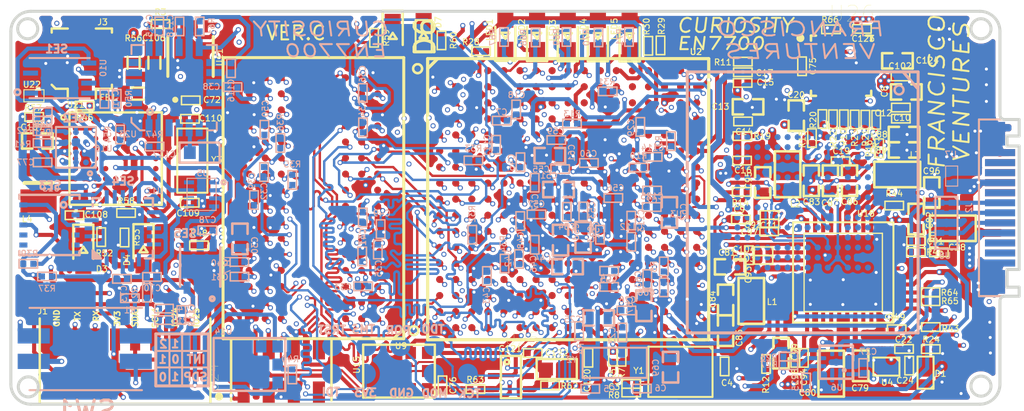
<source format=kicad_pcb>
(kicad_pcb (version 20171130) (host pcbnew "(5.1.8)-1")
  (title_block (title "CURIOSITY EN7700") (date 2020-11-15) (rev "Rev C") (company "Francisco Ventures") (comment 1 "Copyright © Francisco Ventures") (comment 2 "License: CERN OHL v1.2") (comment 3 https://github.com/FranciscoVentures/CURIOSITY))
  (layers (0 TOP signal) (1 GND-1 signal) (2 SIGNAL-1 signal) (3 PWR-1 signal) (4 PWR-2 signal) (5 SIGNAL-2 signal) (6 GND-2 signal) (31 BOTTOM signal) (34 B.Paste user hide) (35 F.Paste user hide) (36 B.SilkS user hide) (37 F.SilkS user hide) (38 B.Mask user hide) (39 F.Mask user hide) (44 Edge.Cuts user))
  (net 0 "")
  (net 1 GND)
  (net 2 DDR_1V35)
  (net 3 DCDC_3V3)
  (net 4 VDD_ARM_SOC_IN)
  (net 5 LDO2_3V3)
  (net 6 DDR_VREF)
  (net 7 /Crystals/XTALI)
  (net 8 /Crystals/XTALO)
  (net 9 /Crystals/RTC_XTALI)
  (net 10 /Crystals/RTC_XTALO)
  (net 11 VDD_HIGH_CAP)
  (net 12 /Power/VDD_SOC_CAP)
  (net 13 /Power/VDD_SNVS_CAP)
  (net 14 /Power/NVCC_PLL_OUT)
  (net 15 /Power/VDD_ARM_CAP)
  (net 16 /eMMC/SD2_RESET_B)
  (net 17 /eMMC/SD2_CMD)
  (net 18 /eMMC/SD2_DATA7)
  (net 19 /eMMC/SD2_DATA6)
  (net 20 /eMMC/SD2_DATA5)
  (net 21 /eMMC/SD2_DATA4)
  (net 22 /eMMC/SD2_DATA3)
  (net 23 /eMMC/SD2_DATA2)
  (net 24 /eMMC/SD2_DATA1)
  (net 25 /eMMC/SD2_DATA0)
  (net 26 I2C1_SCL)
  (net 27 I2C1_SDA)
  (net 28 /Boot/BT_CFG1[6])
  (net 29 /Boot/BT_CFG2[5])
  (net 30 /Boot/BT_CFG1[5])
  (net 31 /DDR/DRAM_RESET_B)
  (net 32 /DDR/DRAM_SDCLK0_N)
  (net 33 /DDR/DRAM_SDCLK0_P)
  (net 34 /DDR/DDR_ZQ)
  (net 35 /DDR/DRAM_CAS_B)
  (net 36 /DDR/DRAM_A8)
  (net 37 /DDR/DRAM_WE_B)
  (net 38 /DDR/DRAM_A2)
  (net 39 /DDR/DRAM_A15)
  (net 40 /DDR/DRAM_A4)
  (net 41 /DDR/DRAM_A11)
  (net 42 /DDR/DRAM_SDBA2)
  (net 43 /DDR/DRAM_A3)
  (net 44 /DDR/DRAM_SDCKE0)
  (net 45 /DDR/DRAM_A10)
  (net 46 /DDR/DRAM_RAS_B)
  (net 47 /DDR/DRAM_SDBA0)
  (net 48 /Crystals/JTAG_TCK)
  (net 49 /DDR/DRAM_A5)
  (net 50 /DDR/DRAM_A0)
  (net 51 /DDR/DRAM_A12)
  (net 52 /DDR/DRAM_A9)
  (net 53 /DDR/DRAM_D14)
  (net 54 /DDR/DRAM_D11)
  (net 55 /DDR/DRAM_D15)
  (net 56 /USB/USB1_DN)
  (net 57 /DDR/DRAM_SDQS1_P)
  (net 58 /DDR/DRAM_D6)
  (net 59 /DDR/DRAM_D0)
  (net 60 /DDR/DRAM_DQM1)
  (net 61 /DDR/DRAM_SDQS1_N)
  (net 62 /DDR/DRAM_D2)
  (net 63 /DDR/DRAM_DQM0)
  (net 64 /DDR/DRAM_D5)
  (net 65 /DDR/DRAM_SDQS0_N)
  (net 66 /DDR/DRAM_SDQS0_P)
  (net 67 /DDR/DRAM_D13)
  (net 68 /DDR/DRAM_D12)
  (net 69 /Crystals/JTAG_TMS)
  (net 70 /Crystals/JTAG_MOD)
  (net 71 /Crystals/JTAG_TDI)
  (net 72 /Crystals/JTAG_TDO)
  (net 73 /Crystals/JTAG_nTRST)
  (net 74 /DDR/DRAM_SDODT0)
  (net 75 /DDR/DRAM_CS0_B)
  (net 76 /DDR/DRAM_D4)
  (net 77 /DDR/DRAM_D3)
  (net 78 /DDR/DRAM_D1)
  (net 79 /DDR/DRAM_D8)
  (net 80 /DDR/DRAM_D9)
  (net 81 /DDR/DRAM_D7)
  (net 82 /DDR/DRAM_D10)
  (net 83 /USB/USB1_DP)
  (net 84 /DDR/DRAM_SDBA1)
  (net 85 /DDR/DRAM_A7)
  (net 86 /DDR/DRAM_A13)
  (net 87 /DDR/DRAM_A1)
  (net 88 /DDR/DRAM_A6)
  (net 89 /DDR/DRAM_A14)
  (net 90 /DDR/DRAM_ZQPAD)
  (net 91 /eMMC/VDDI)
  (net 92 /eMMC/SD2_CLK)
  (net 93 USB1_INT_B)
  (net 94 UART4_RX)
  (net 95 UART4_TX)
  (net 96 VSYS_5V)
  (net 97 /USB/USB1_VBUS)
  (net 98 "Net-(L1-Pad1)")
  (net 99 "Net-(L2-Pad1)")
  (net 100 "Net-(L3-Pad1)")
  (net 101 /PMIC/LICELL)
  (net 102 /PMIC/VCORE)
  (net 103 /PMIC/VDIG)
  (net 104 /eMMC/SD2_CLK_R)
  (net 105 /PMIC/VSYS)
  (net 106 /USB/VDD_USB_CAP)
  (net 107 /USB/USB1_CC)
  (net 108 /USB/USB_VBUS)
  (net 109 PMIC_WDI)
  (net 110 A71CH_RESET)
  (net 111 GPS_3V3)
  (net 112 GPS_ANT)
  (net 113 GPS_PIO14)
  (net 114 GPS_UART_TX)
  (net 115 GPS_UART_RX)
  (net 116 GPS_RESET)
  (net 117 ICS43434_SD)
  (net 118 SLS32A_RESET)
  (net 119 SE1_LED)
  (net 120 SE2_LED)
  (net 121 SE3_LED)
  (net 122 SE4_LED)
  (net 123 SE5_LED)
  (net 124 ICS43434_WS)
  (net 125 ICS43434_SCK)
  (net 126 /Crystals/BOOT_MODE0)
  (net 127 /Crystals/BOOT_MODE1)
  (net 128 GPIO1_IO25)
  (net 129 "Net-(C117-Pad1)")
  (net 130 I2C2_SCL)
  (net 131 I2C2_SDA)
  (net 132 Amb_sensor_INT)
  (net 133 MPU6K_INT)
  (net 134 "Net-(C109-Pad1)")
  (net 135 "Net-(C110-Pad1)")
  (net 136 eCompass_INT)
  (net 137 "Net-(L4-Pad1)")
  (net 138 /Boot/BT_CFG2[6])
  (net 139 "Net-(LED1-Pad1)")
  (net 140 "Net-(LED2-Pad1)")
  (net 141 "Net-(LED3-Pad1)")
  (net 142 "Net-(LED4-Pad1)")
  (net 143 "Net-(LED5-Pad1)")
  (net 144 NVCC_NAND)
  (net 145 LDO1_1V8)
  (net 146 GPS_SAFEBOOT_N)
  (net 147 "Net-(C106-Pad2)")
  (net 148 "Net-(C107-Pad1)")
  (net 149 "Net-(C118-Pad1)")
  (net 150 "Net-(C121-Pad1)")
  (net 151 "Net-(C124-Pad1)")
  (net 152 "Net-(D3-Pad1)")
  (net 153 "Net-(D4-Pad1)")
  (net 154 "Net-(D6-Pad1)")
  (net 155 "Net-(D7-Pad1)")
  (net 156 "Net-(R25-Pad2)")
  (net 157 "Net-(R27-Pad2)")
  (net 158 "Net-(R42-Pad2)")
  (net 159 "Net-(R46-Pad2)")
  (net 160 "Net-(R49-Pad2)")
  (net 161 "Net-(R59-Pad2)")
  (net 162 "Net-(R60-Pad2)")
  (net 163 "Net-(U2-PadA15)")
  (net 164 /Boot/BT_CFG2[1])
  (net 165 /Boot/BT_CFG4[2])
  (net 166 /Boot/BT_CFG4[6])
  (net 167 "Net-(U2-PadA4)")
  (net 168 "Net-(U2-PadA3)")
  (net 169 "Net-(U2-PadA8)")
  (net 170 /Boot/BT_CFG1[1])
  (net 171 "Net-(U2-PadC9)")
  (net 172 "Net-(U2-PadC5)")
  (net 173 "Net-(U2-PadC1)")
  (net 174 /Boot/BT_CFG1[4])
  (net 175 /Boot/BT_CFG4[4])
  (net 176 /Boot/BT_CFG4[0])
  (net 177 /Boot/BT_CFG2[4])
  (net 178 /Boot/BT_CFG4[7])
  (net 179 "Net-(U2-PadB15)")
  (net 180 /Boot/BT_CFG2[0])
  (net 181 /Boot/BT_CFG4[1])
  (net 182 /Boot/BT_CFG4[5])
  (net 183 "Net-(U2-PadB5)")
  (net 184 "Net-(U2-PadB8)")
  (net 185 /Boot/BT_CFG1[0])
  (net 186 "Net-(U2-PadF2)")
  (net 187 "Net-(U2-PadF3)")
  (net 188 "Net-(U2-PadF5)")
  (net 189 "Net-(U2-PadF1)")
  (net 190 "Net-(U2-PadF14)")
  (net 191 "Net-(U2-PadF16)")
  (net 192 "Net-(U2-PadE6)")
  (net 193 "Net-(U2-PadE5)")
  (net 194 /Boot/BT_CFG1[2])
  (net 195 "Net-(U2-PadE14)")
  (net 196 /Boot/BT_CFG2[2])
  (net 197 "Net-(U2-PadE15)")
  (net 198 "Net-(U2-PadE16)")
  (net 199 "Net-(U2-PadE17)")
  (net 200 "Net-(U2-PadD15)")
  (net 201 /Boot/BT_CFG1[7])
  (net 202 /Boot/BT_CFG2[7])
  (net 203 /Boot/BT_CFG4[3])
  (net 204 /Boot/BT_CFG1[3])
  (net 205 "Net-(U2-PadD1)")
  (net 206 "Net-(U2-PadD5)")
  (net 207 "Net-(U2-PadD4)")
  (net 208 "Net-(U2-PadD3)")
  (net 209 "Net-(U2-PadD9)")
  (net 210 "Net-(U2-PadH5)")
  (net 211 "Net-(U2-PadH14)")
  (net 212 "Net-(U2-PadU16)")
  (net 213 "Net-(U2-PadU12)")
  (net 214 "Net-(U2-PadU13)")
  (net 215 "Net-(U2-PadU9)")
  (net 216 "Net-(U2-PadN9)")
  (net 217 "Net-(U2-PadN8)")
  (net 218 "Net-(U2-PadN10)")
  (net 219 "Net-(U2-PadN11)")
  (net 220 "Net-(U2-PadP17)")
  (net 221 "Net-(U2-PadP16)")
  (net 222 "Net-(U2-PadP11)")
  (net 223 "Net-(U2-PadP10)")
  (net 224 "Net-(U2-PadP9)")
  (net 225 "Net-(U2-PadT13)")
  (net 226 "Net-(U2-PadR13)")
  (net 227 "Net-(U2-PadR10)")
  (net 228 "Net-(U2-PadR6)")
  (net 229 "Net-(U2-PadR8)")
  (net 230 "Net-(U2-PadR9)")
  (net 231 "Net-(U2-PadK15)")
  (net 232 "Net-(U2-PadJ17)")
  (net 233 "Net-(U2-PadJ16)")
  (net 234 "Net-(U2-PadJ15)")
  (net 235 "Net-(U2-PadJ14)")
  (net 236 "Net-(U2-PadJ3)")
  (net 237 "Net-(C70-Pad1)")
  (net 238 "Net-(C72-Pad1)")
  (net 239 "Net-(C74-Pad2)")
  (net 240 "Net-(C96-Pad1)")
  (net 241 VSNVS_3V)
  (net 242 "Net-(R45-Pad2)")
  (net 243 /Crystals/JTAG_nSRST)
  (net 244 "Net-(U2-PadA2)")
  (net 245 "Net-(U2-PadE9)")
  (net 246 "Net-(U2-PadT9)")
  (net 247 "Net-(U2-PadK14)")
  (net 248 "Net-(U2-PadK16)")
  (net 249 "Net-(R38-Pad2)")
  (net 250 "Net-(R47-Pad2)")
  (net 251 "Net-(C78-Pad1)")
  (net 252 GPIO1_IO27)
  (net 253 "Net-(C71-Pad1)")
  (net 254 "Net-(R4-Pad2)")
  (net 255 "Net-(R5-Pad2)")
  (net 256 "Net-(C77-Pad1)")
  (net 257 "Net-(U2-PadB3)")
  (module Resistor_SMD:R_0201_0603Metric (layer BOTTOM) (at 149.78 86.92 270)
    (fp_text reference R70 (at 0 0.6 270) (layer B.SilkS) (effects (font (size 0.3 0.3) (thickness 0.05)) (justify mirror)))
    (fp_text value 100R)
    (pad 2 smd rect (at 0.25 0 270) (size 0.3 0.3) (layers BOTTOM B.Paste B.Mask) (net 122 SE4_LED))
    (pad 1 smd rect (at -0.25 0 270) (size 0.3 0.3) (layers BOTTOM B.Paste B.Mask) (net 142 "Net-(LED4-Pad1)"))
  )
  (module Resistor_SMD:R_0201_0603Metric (layer BOTTOM) (at 146.65 86.92 270)
    (fp_text reference R68 (at 0 0.6 270) (layer B.SilkS) (effects (font (size 0.3 0.3) (thickness 0.05)) (justify mirror)))
    (fp_text value 100R)
    (pad 2 smd rect (at 0.25 0 270) (size 0.3 0.3) (layers BOTTOM B.Paste B.Mask) (net 120 SE2_LED))
    (pad 1 smd rect (at -0.25 0 270) (size 0.3 0.3) (layers BOTTOM B.Paste B.Mask) (net 140 "Net-(LED2-Pad1)"))
  )
  (module Resistor_SMD:R_0201_0603Metric (layer TOP) (at 141.96 87.07 270)
    (fp_text reference R60 (at 0 -0.6 90) (layer F.SilkS) (effects (font (size 0.3 0.3) (thickness 0.05))))
    (fp_text value 100R)
    (pad 2 smd rect (at 0.25 0 270) (size 0.3 0.3) (layers TOP F.Paste F.Mask) (net 162 "Net-(R60-Pad2)"))
    (pad 1 smd rect (at -0.25 0 270) (size 0.3 0.3) (layers TOP F.Paste F.Mask) (net 155 "Net-(D7-Pad1)"))
  )
  (module Resistor_SMD:R_0201_0603Metric (layer TOP) (at 138.6 86.94 270)
    (fp_text reference R59 (at 0 -0.6 90) (layer F.SilkS) (effects (font (size 0.3 0.3) (thickness 0.05))))
    (fp_text value 100R)
    (pad 2 smd rect (at 0.25 0 270) (size 0.3 0.3) (layers TOP F.Paste F.Mask) (net 161 "Net-(R59-Pad2)"))
    (pad 1 smd rect (at -0.25 0 270) (size 0.3 0.3) (layers TOP F.Paste F.Mask) (net 154 "Net-(D6-Pad1)"))
  )
  (module Resistor_SMD:R_0201_0603Metric (layer TOP) (at 126.25 95.67)
    (fp_text reference R58 (at 0 -0.6) (layer F.SilkS) (effects (font (size 0.3 0.3) (thickness 0.05))))
    (fp_text value 10K)
    (pad 2 smd rect (at 0.25 0) (size 0.3 0.3) (layers TOP F.Paste F.Mask) (net 116 GPS_RESET))
    (pad 1 smd rect (at -0.25 0) (size 0.3 0.3) (layers TOP F.Paste F.Mask) (net 111 GPS_3V3))
  )
  (module Resistor_SMD:R_0201_0603Metric (layer TOP) (at 126.17 96.89 270)
    (fp_text reference R53 (at 0 -0.6 90) (layer F.SilkS) (effects (font (size 0.3 0.3) (thickness 0.05))))
    (fp_text value 100R)
    (pad 2 smd rect (at 0.25 0 270) (size 0.3 0.3) (layers TOP F.Paste F.Mask) (net 1 GND))
    (pad 1 smd rect (at -0.25 0 270) (size 0.3 0.3) (layers TOP F.Paste F.Mask) (net 153 "Net-(D4-Pad1)"))
  )
  (module digikey-footprints:LED_0603 (layer TOP) (at 139.53 86.9 270)
    (fp_text reference D6 (at 0 -1.61 90) (layer F.SilkS))
    (fp_text value "LED GREEN")
    (pad 2 smd rect (at 0.75 0 270) (size 0.8 0.8) (layers TOP F.Paste F.Mask) (net 5 LDO2_3V3))
    (pad 1 smd rect (at -0.75 0 270) (size 0.8 0.8) (layers TOP F.Paste F.Mask) (net 154 "Net-(D6-Pad1)"))
  )
  (module "SLS 32AIA010MH:SLS" (layer BOTTOM) (at 120.93416 94.76424 270)
    (fp_text reference U13 (at -0.32424 -1.57584) (layer B.SilkS) (effects (font (size 0.3 0.3) (thickness 0.05)) (justify mirror)))
    (fp_text value "SLS 32AIA010ML")
    (pad 5 smd rect (at 2.5 -2.8 270) (size 0.25 0.4) (layers BOTTOM B.Paste B.Mask))
    (pad 6 smd rect (at 2.5 -0.2 270) (size 0.25 0.4) (layers BOTTOM B.Paste B.Mask))
    (pad 4 smd rect (at 2 -2.8 270) (size 0.25 0.4) (layers BOTTOM B.Paste B.Mask))
    (pad 7 smd rect (at 2 -0.2 270) (size 0.25 0.4) (layers BOTTOM B.Paste B.Mask))
    (pad 3 smd rect (at 1.5 -2.8 270) (size 0.25 0.4) (layers BOTTOM B.Paste B.Mask) (net 27 I2C1_SDA))
    (pad 8 smd rect (at 1.5 -0.2 270) (size 0.25 0.4) (layers BOTTOM B.Paste B.Mask) (net 26 I2C1_SCL))
    (pad 2 smd rect (at 1 -2.8 270) (size 0.25 0.4) (layers BOTTOM B.Paste B.Mask))
    (pad 9 smd rect (at 1 -0.2 270) (size 0.25 0.4) (layers BOTTOM B.Paste B.Mask) (net 118 SLS32A_RESET))
    (pad 1 smd rect (at 0.5 -2.8 270) (size 0.25 0.4) (layers BOTTOM B.Paste B.Mask) (net 1 GND))
    (pad 10 smd rect (at 0.5 -0.2 270) (size 0.25 0.4) (layers BOTTOM B.Paste B.Mask) (net 239 "Net-(C74-Pad2)"))
  )
  (module CHS-02TA:CHS-02TA (layer BOTTOM) (at 124.12 102.49)
    (fp_text reference SW1 (at 0.11684 3.03784) (layer B.SilkS) (effects (justify mirror)))
    (fp_text value CHS-02TA)
    (pad N smd rect (at 2.61112 -0.70104 90) (size 0.76 1.6) (layers BOTTOM B.Paste B.Mask) (net 127 /Crystals/BOOT_MODE1))
    (pad 0 smd rect (at 2.61112 0.56896 90) (size 0.76 1.6) (layers BOTTOM B.Paste B.Mask) (net 126 /Crystals/BOOT_MODE0))
    (pad 2 smd rect (at -2.46888 -0.70104 90) (size 0.76 1.6) (layers BOTTOM B.Paste B.Mask) (net 255 "Net-(R5-Pad2)"))
    (pad 1 smd rect (at -2.46888 0.56896 90) (size 0.76 1.6) (layers BOTTOM B.Paste B.Mask) (net 254 "Net-(R4-Pad2)"))
  )
  (module armory-kicad:SM0201 (layer TOP) (at 149.28 102.88 90)
    (fp_text reference C120 (at -1.12 -0.06 90) (layer F.SilkS) (effects (font (size 0.3 0.3) (thickness 0.0508))))
    (fp_text value 0.22uF hide)
    (pad 1 smd rect (at -0.25 0 90) (size 0.3 0.3) (layers TOP F.Paste F.Mask) (net 3 DCDC_3V3))
    (pad 2 smd rect (at 0.25 0 90) (size 0.3 0.3) (layers TOP F.Paste F.Mask) (net 1 GND))
  )
  (module Resistor_SMD:R_0201_0603Metric (layer BOTTOM) (at 125.95 91.76 270)
    (fp_text reference R54 (at 0 0.6 90) (layer B.SilkS) (effects (font (size 0.3 0.3) (thickness 0.05)) (justify mirror)))
    (fp_text value 10K)
    (pad 2 smd rect (at 0.25 0 270) (size 0.3 0.3) (layers BOTTOM B.Paste B.Mask) (net 113 GPS_PIO14))
    (pad 1 smd rect (at -0.25 0 270) (size 0.3 0.3) (layers BOTTOM B.Paste B.Mask) (net 111 GPS_3V3))
  )
  (module Resistor_SMD:R_0201_0603Metric (layer BOTTOM) (at 122.09 91.07)
    (fp_text reference R51 (at 0 0.6) (layer B.SilkS) (effects (font (size 0.3 0.3) (thickness 0.05)) (justify mirror)))
    (fp_text value 0R)
    (pad 2 smd rect (at 0.25 0) (size 0.3 0.3) (layers BOTTOM B.Paste B.Mask) (net 3 DCDC_3V3))
    (pad 1 smd rect (at -0.25 0) (size 0.3 0.3) (layers BOTTOM B.Paste B.Mask) (net 256 "Net-(C77-Pad1)"))
  )
  (module Resistor_SMD:R_0201_0603Metric (layer BOTTOM) (at 125.78 89.98 90)
    (fp_text reference R50 (at 0 0.6 90) (layer B.SilkS) (effects (font (size 0.3 0.3) (thickness 0.05)) (justify mirror)))
    (fp_text value 0R)
    (pad 2 smd rect (at 0.25 0 90) (size 0.3 0.3) (layers BOTTOM B.Paste B.Mask) (net 253 "Net-(C71-Pad1)"))
    (pad 1 smd rect (at -0.25 0 90) (size 0.3 0.3) (layers BOTTOM B.Paste B.Mask) (net 3 DCDC_3V3))
  )
  (module Resistor_SMD:R_0201_0603Metric (layer TOP) (at 129.88 97.28)
    (fp_text reference R48 (at 0 -0.6) (layer F.SilkS) (effects (font (size 0.3 0.3) (thickness 0.05))))
    (fp_text value 0R)
    (pad 2 smd rect (at 0.25 0) (size 0.3 0.3) (layers TOP F.Paste F.Mask) (net 251 "Net-(C78-Pad1)"))
    (pad 1 smd rect (at -0.25 0) (size 0.3 0.3) (layers TOP F.Paste F.Mask) (net 3 DCDC_3V3))
  )
  (module Resistor_SMD:R_0201_0603Metric (layer BOTTOM) (at 122.1 90.64)
    (fp_text reference R38 (at 0 0.6) (layer B.SilkS) (effects (font (size 0.3 0.3) (thickness 0.05)) (justify mirror)))
    (fp_text value 10K)
    (pad 2 smd rect (at 0.25 0) (size 0.3 0.3) (layers BOTTOM B.Paste B.Mask) (net 249 "Net-(R38-Pad2)"))
    (pad 1 smd rect (at -0.25 0) (size 0.3 0.3) (layers BOTTOM B.Paste B.Mask) (net 256 "Net-(C77-Pad1)"))
  )
  (module Resistor_SMD:R_0201_0603Metric (layer TOP) (at 164.63 101.46)
    (fp_text reference R49 (at 0 -0.6) (layer F.SilkS) (effects (font (size 0.3 0.3) (thickness 0.05))))
    (fp_text value 100K)
    (pad 2 smd rect (at 0.25 0) (size 0.3 0.3) (layers TOP F.Paste F.Mask) (net 160 "Net-(R49-Pad2)"))
    (pad 1 smd rect (at -0.25 0) (size 0.3 0.3) (layers TOP F.Paste F.Mask) (net 241 VSNVS_3V))
  )
  (module Resistor_SMD:R_0201_0603Metric (layer BOTTOM) (at 127.67 92.36 180)
    (fp_text reference R47 (at 0 0.6) (layer B.SilkS) (effects (font (size 0.3 0.3) (thickness 0.05)) (justify mirror)))
    (fp_text value 0R)
    (pad 2 smd rect (at 0.25 0 180) (size 0.3 0.3) (layers BOTTOM B.Paste B.Mask) (net 250 "Net-(R47-Pad2)"))
    (pad 1 smd rect (at -0.25 0 180) (size 0.3 0.3) (layers BOTTOM B.Paste B.Mask) (net 130 I2C2_SCL))
  )
  (module Resistor_SMD:R_0201_0603Metric (layer TOP) (at 124.19 90.32 180)
    (fp_text reference R45 (at 0 -0.6) (layer F.SilkS) (effects (font (size 0.3 0.3) (thickness 0.05))))
    (fp_text value 0R)
    (pad 2 smd rect (at 0.25 0 180) (size 0.3 0.3) (layers TOP F.Paste F.Mask) (net 242 "Net-(R45-Pad2)"))
    (pad 1 smd rect (at -0.25 0 180) (size 0.3 0.3) (layers TOP F.Paste F.Mask) (net 131 I2C2_SDA))
  )
  (module Resistor_SMD:R_0201_0603Metric (layer TOP) (at 164.51 95.3)
    (fp_text reference R44 (at 0 -0.6) (layer F.SilkS) (effects (font (size 0.3 0.3) (thickness 0.05))))
    (fp_text value 0R)
    (pad 2 smd rect (at 0.25 0) (size 0.3 0.3) (layers TOP F.Paste F.Mask) (net 111 GPS_3V3))
    (pad 1 smd rect (at -0.25 0) (size 0.3 0.3) (layers TOP F.Paste F.Mask) (net 240 "Net-(C96-Pad1)"))
  )
  (module Resistor_SMD:R_0201_0603Metric (layer BOTTOM) (at 122.31 98.83)
    (fp_text reference R37 (at 0 0.6) (layer B.SilkS) (effects (font (size 0.3 0.3) (thickness 0.05)) (justify mirror)))
    (fp_text value 0R)
    (pad 2 smd rect (at 0.25 0) (size 0.3 0.3) (layers BOTTOM B.Paste B.Mask) (net 3 DCDC_3V3))
    (pad 1 smd rect (at -0.25 0) (size 0.3 0.3) (layers BOTTOM B.Paste B.Mask) (net 239 "Net-(C74-Pad2)"))
  )
  (module Resistor_SMD:R_0201_0603Metric (layer TOP) (at 127.96 86.26)
    (fp_text reference R3 (at 0 -0.6) (layer F.SilkS) (effects (font (size 0.3 0.3) (thickness 0.05))))
    (fp_text value 0R)
    (pad 2 smd rect (at 0.25 0) (size 0.3 0.3) (layers TOP F.Paste F.Mask) (net 238 "Net-(C72-Pad1)"))
    (pad 1 smd rect (at -0.25 0) (size 0.3 0.3) (layers TOP F.Paste F.Mask) (net 3 DCDC_3V3))
  )
  (module Resistor_SMD:R_0201_0603Metric (layer BOTTOM) (at 127.29 99.64 270)
    (fp_text reference R2 (at 0 0.6 90) (layer B.SilkS) (effects (font (size 0.3 0.3) (thickness 0.05)) (justify mirror)))
    (fp_text value 0R)
    (pad 2 smd rect (at 0.25 0 270) (size 0.3 0.3) (layers BOTTOM B.Paste B.Mask) (net 3 DCDC_3V3))
    (pad 1 smd rect (at -0.25 0 270) (size 0.3 0.3) (layers BOTTOM B.Paste B.Mask) (net 237 "Net-(C70-Pad1)"))
  )
  (module Resistor_SMD:R_0201_0603Metric (layer BOTTOM) (at 126.44 99.91)
    (fp_text reference R1 (at 0 0.6) (layer B.SilkS) (effects (font (size 0.3 0.3) (thickness 0.05)) (justify mirror)))
    (fp_text value DNP)
    (pad 2 smd rect (at 0.25 0) (size 0.3 0.3) (layers BOTTOM B.Paste B.Mask) (net 127 /Crystals/BOOT_MODE1))
    (pad 1 smd rect (at -0.25 0) (size 0.3 0.3) (layers BOTTOM B.Paste B.Mask) (net 1 GND))
  )
  (module armory-kicad:SOT1369-4 (layer TOP) (at 161.97 98.63 180)
    (fp_text reference U18 (at -1.12992 2.93328 180) (layer F.SilkS) (effects (font (size 0.3 0.3) (thickness 0.0508))))
    (fp_text value MC34PF1510A6EP hide)
    (pad 36 smd rect (at -0.2 -2.35 180) (size 0.2 0.7) (layers TOP F.Paste F.Mask) (net 105 /PMIC/VSYS))
    (pad 35 smd rect (at 0.2 -2.35 180) (size 0.2 0.7) (layers TOP F.Paste F.Mask) (net 105 /PMIC/VSYS))
    (pad 34 smd rect (at 0.6 -2.35 180) (size 0.2 0.7) (layers TOP F.Paste F.Mask))
    (pad 33 smd rect (at 1 -2.35 180) (size 0.2 0.7) (layers TOP F.Paste F.Mask))
    (pad 32 smd rect (at 1.4 -2.35 180) (size 0.2 0.7) (layers TOP F.Paste F.Mask) (net 1 GND))
    (pad 31 smd rect (at 1.8 -2.35 180) (size 0.2 0.7) (layers TOP F.Paste F.Mask) (net 101 /PMIC/LICELL))
    (pad 37 smd rect (at -0.6 -2.35 180) (size 0.2 0.7) (layers TOP F.Paste F.Mask) (net 96 VSYS_5V))
    (pad 38 smd rect (at -1 -2.35 180) (size 0.2 0.7) (layers TOP F.Paste F.Mask))
    (pad 39 smd rect (at -1.4 -2.35 180) (size 0.2 0.7) (layers TOP F.Paste F.Mask))
    (pad 40 smd rect (at -1.8 -2.35 180) (size 0.2 0.7) (layers TOP F.Paste F.Mask) (net 1 GND))
    (pad 25 smd rect (at 2.35 0.2 180) (size 0.7 0.2) (layers TOP F.Paste F.Mask) (net 98 "Net-(L1-Pad1)"))
    (pad 24 smd rect (at 2.35 0.6 180) (size 0.7 0.2) (layers TOP F.Paste F.Mask) (net 102 /PMIC/VCORE))
    (pad 23 smd rect (at 2.35 1 180) (size 0.7 0.2) (layers TOP F.Paste F.Mask) (net 103 /PMIC/VDIG))
    (pad 22 smd rect (at 2.35 1.4 180) (size 0.7 0.2) (layers TOP F.Paste F.Mask) (net 2 DDR_1V35))
    (pad 21 smd rect (at 2.35 1.8 180) (size 0.7 0.2) (layers TOP F.Paste F.Mask) (net 6 DDR_VREF))
    (pad 26 smd rect (at 2.35 -0.2 180) (size 0.7 0.2) (layers TOP F.Paste F.Mask) (net 105 /PMIC/VSYS))
    (pad 27 smd rect (at 2.35 -0.6 180) (size 0.7 0.2) (layers TOP F.Paste F.Mask) (net 4 VDD_ARM_SOC_IN))
    (pad 28 smd rect (at 2.35 -1 180) (size 0.7 0.2) (layers TOP F.Paste F.Mask) (net 105 /PMIC/VSYS))
    (pad 29 smd rect (at 2.35 -1.4 180) (size 0.7 0.2) (layers TOP F.Paste F.Mask) (net 145 LDO1_1V8))
    (pad 30 smd rect (at 2.35 -1.8 180) (size 0.7 0.2) (layers TOP F.Paste F.Mask) (net 241 VSNVS_3V))
    (pad 1 smd rect (at -2.35 -1.8 180) (size 0.7 0.2) (layers TOP F.Paste F.Mask) (net 109 PMIC_WDI))
    (pad 2 smd rect (at -2.35 -1.4 180) (size 0.7 0.2) (layers TOP F.Paste F.Mask) (net 27 I2C1_SDA))
    (pad 3 smd rect (at -2.35 -1 180) (size 0.7 0.2) (layers TOP F.Paste F.Mask) (net 26 I2C1_SCL))
    (pad 4 smd rect (at -2.35 -0.6 180) (size 0.7 0.2) (layers TOP F.Paste F.Mask) (net 3 DCDC_3V3))
    (pad 5 smd rect (at -2.35 -0.2 180) (size 0.7 0.2) (layers TOP F.Paste F.Mask) (net 1 GND))
    (pad 10 smd rect (at -2.35 1.8 180) (size 0.7 0.2) (layers TOP F.Paste F.Mask))
    (pad 9 smd rect (at -2.35 1.4 180) (size 0.7 0.2) (layers TOP F.Paste F.Mask))
    (pad 8 smd rect (at -2.35 1 180) (size 0.7 0.2) (layers TOP F.Paste F.Mask) (net 159 "Net-(R46-Pad2)"))
    (pad 7 smd rect (at -2.35 0.6 180) (size 0.7 0.2) (layers TOP F.Paste F.Mask) (net 1 GND))
    (pad 6 smd rect (at -2.35 0.2 180) (size 0.7 0.2) (layers TOP F.Paste F.Mask) (net 160 "Net-(R49-Pad2)"))
    (pad 11 smd rect (at -1.8 2.35 180) (size 0.2 0.7) (layers TOP F.Paste F.Mask) (net 105 /PMIC/VSYS))
    (pad 12 smd rect (at -1.4 2.35 180) (size 0.2 0.7) (layers TOP F.Paste F.Mask) (net 240 "Net-(C96-Pad1)"))
    (pad 13 smd rect (at -1 2.35 180) (size 0.2 0.7) (layers TOP F.Paste F.Mask) (net 100 "Net-(L3-Pad1)"))
    (pad 14 smd rect (at -0.6 2.35 180) (size 0.2 0.7) (layers TOP F.Paste F.Mask) (net 105 /PMIC/VSYS))
    (pad 20 smd rect (at 1.8 2.35 180) (size 0.2 0.7) (layers TOP F.Paste F.Mask) (net 105 /PMIC/VSYS))
    (pad 19 smd rect (at 1.4 2.35 180) (size 0.2 0.7) (layers TOP F.Paste F.Mask) (net 5 LDO2_3V3))
    (pad 18 smd rect (at 1 2.35 180) (size 0.2 0.7) (layers TOP F.Paste F.Mask) (net 99 "Net-(L2-Pad1)"))
    (pad 17 smd rect (at 0.6 2.35 180) (size 0.2 0.7) (layers TOP F.Paste F.Mask) (net 105 /PMIC/VSYS))
    (pad 16 smd rect (at 0.2 2.35 180) (size 0.2 0.7) (layers TOP F.Paste F.Mask) (net 2 DDR_1V35))
    (pad 41 smd rect (at 0 0 180) (size 3.7 3.7) (layers TOP F.Paste F.Mask) (net 1 GND))
    (pad 15 smd rect (at -0.2 2.35 180) (size 0.2 0.7) (layers TOP F.Paste F.Mask) (net 3 DCDC_3V3))
  )
  (module armory-kicad:WSON-8 (layer BOTTOM) (at 130.01 94.74 180)
    (fp_text reference U5 (at -0.06 1.06 180) (layer B.SilkS) (effects (font (size 0.3 0.3) (thickness 0.05)) (justify mirror)))
    (fp_text value TPD8E003 hide)
    (pad GND smd rect (at 0 0 180) (size 0.4 1.2) (layers BOTTOM B.Paste B.Mask) (net 1 GND))
    (pad 8 smd rect (at 0.625 0.6 180) (size 0.5 0.2) (layers BOTTOM B.Paste B.Mask))
    (pad 7 smd rect (at 0.625 0.2 180) (size 0.5 0.2) (layers BOTTOM B.Paste B.Mask) (net 128 GPIO1_IO25))
    (pad 6 smd rect (at 0.625 -0.2 180) (size 0.5 0.2) (layers BOTTOM B.Paste B.Mask))
    (pad 5 smd rect (at 0.625 -0.6 180) (size 0.5 0.2) (layers BOTTOM B.Paste B.Mask))
    (pad 4 smd rect (at -0.625 -0.6 180) (size 0.5 0.2) (layers BOTTOM B.Paste B.Mask) (net 26 I2C1_SCL))
    (pad 3 smd rect (at -0.625 -0.2 180) (size 0.5 0.2) (layers BOTTOM B.Paste B.Mask) (net 27 I2C1_SDA))
    (pad 2 smd rect (at -0.625 0.2 180) (size 0.5 0.2) (layers BOTTOM B.Paste B.Mask) (net 94 UART4_RX))
    (pad 1 smd rect (at -0.625 0.6 180) (size 0.5 0.2) (layers BOTTOM B.Paste B.Mask) (net 95 UART4_TX))
  )
  (module armory-kicad:SOT1534-2 (layer TOP) (at 148.27 94.98)
    (fp_text reference U2 (at 6.36392 -7.33928) (layer F.SilkS) (effects (font (size 0.3 0.3) (thickness 0.0508))))
    (fp_text value i.MX6ULZ hide)
    (pad A17 smd circle (at 6.4 -6.4) (size 0.35 0.35) (layers TOP F.Paste F.Mask) (net 1 GND))
    (pad A16 smd circle (at 5.6 -6.4) (size 0.35 0.35) (layers TOP F.Paste F.Mask) (net 110 A71CH_RESET))
    (pad A15 smd circle (at 4.8 -6.4) (size 0.35 0.35) (layers TOP F.Paste F.Mask) (net 163 "Net-(U2-PadA15)"))
    (pad A11 smd circle (at 1.6 -6.4) (size 0.35 0.35) (layers TOP F.Paste F.Mask) (net 164 /Boot/BT_CFG2[1]))
    (pad A12 smd circle (at 2.4 -6.4) (size 0.35 0.35) (layers TOP F.Paste F.Mask) (net 138 /Boot/BT_CFG2[6]))
    (pad A13 smd circle (at 3.2 -6.4) (size 0.35 0.35) (layers TOP F.Paste F.Mask) (net 165 /Boot/BT_CFG4[2]))
    (pad A14 smd circle (at 4 -6.4) (size 0.35 0.35) (layers TOP F.Paste F.Mask) (net 166 /Boot/BT_CFG4[6]))
    (pad A10 smd circle (at 0.8 -6.4) (size 0.35 0.35) (layers TOP F.Paste F.Mask) (net 28 /Boot/BT_CFG1[6]))
    (pad A1 smd circle (at -6.4 -6.4) (size 0.35 0.35) (layers TOP F.Paste F.Mask) (net 1 GND))
    (pad A5 smd circle (at -3.2 -6.4) (size 0.35 0.35) (layers TOP F.Paste F.Mask) (net 18 /eMMC/SD2_DATA7))
    (pad A4 smd circle (at -4 -6.4) (size 0.35 0.35) (layers TOP F.Paste F.Mask) (net 167 "Net-(U2-PadA4)"))
    (pad A3 smd circle (at -4.8 -6.4) (size 0.35 0.35) (layers TOP F.Paste F.Mask) (net 168 "Net-(U2-PadA3)"))
    (pad A2 smd circle (at -5.6 -6.4) (size 0.35 0.35) (layers TOP F.Paste F.Mask) (net 244 "Net-(U2-PadA2)"))
    (pad A6 smd circle (at -2.4 -6.4) (size 0.35 0.35) (layers TOP F.Paste F.Mask) (net 19 /eMMC/SD2_DATA6))
    (pad A7 smd circle (at -1.6 -6.4) (size 0.35 0.35) (layers TOP F.Paste F.Mask) (net 23 /eMMC/SD2_DATA2))
    (pad A8 smd circle (at -0.8 -6.4) (size 0.35 0.35) (layers TOP F.Paste F.Mask) (net 169 "Net-(U2-PadA8)"))
    (pad A9 smd circle (at 0 -6.4) (size 0.35 0.35) (layers TOP F.Paste F.Mask) (net 170 /Boot/BT_CFG1[1]))
    (pad C9 smd circle (at 0 -4.8) (size 0.35 0.35) (layers TOP F.Paste F.Mask) (net 171 "Net-(U2-PadC9)"))
    (pad C8 smd circle (at -0.8 -4.8) (size 0.35 0.35) (layers TOP F.Paste F.Mask) (net 17 /eMMC/SD2_CMD))
    (pad C7 smd circle (at -1.6 -4.8) (size 0.35 0.35) (layers TOP F.Paste F.Mask) (net 1 GND))
    (pad C6 smd circle (at -2.4 -4.8) (size 0.35 0.35) (layers TOP F.Paste F.Mask) (net 21 /eMMC/SD2_DATA4))
    (pad C2 smd circle (at -5.6 -4.8) (size 0.35 0.35) (layers TOP F.Paste F.Mask) (net 146 GPS_SAFEBOOT_N))
    (pad C3 smd circle (at -4.8 -4.8) (size 0.35 0.35) (layers TOP F.Paste F.Mask) (net 1 GND))
    (pad C4 smd circle (at -4 -4.8) (size 0.35 0.35) (layers TOP F.Paste F.Mask) (net 3 DCDC_3V3))
    (pad C5 smd circle (at -3.2 -4.8) (size 0.35 0.35) (layers TOP F.Paste F.Mask) (net 172 "Net-(U2-PadC5)"))
    (pad C1 smd circle (at -6.4 -4.8) (size 0.35 0.35) (layers TOP F.Paste F.Mask) (net 173 "Net-(U2-PadC1)"))
    (pad C10 smd circle (at 0.8 -4.8) (size 0.35 0.35) (layers TOP F.Paste F.Mask) (net 174 /Boot/BT_CFG1[4]))
    (pad C14 smd circle (at 4 -4.8) (size 0.35 0.35) (layers TOP F.Paste F.Mask) (net 175 /Boot/BT_CFG4[4]))
    (pad C13 smd circle (at 3.2 -4.8) (size 0.35 0.35) (layers TOP F.Paste F.Mask) (net 176 /Boot/BT_CFG4[0]))
    (pad C12 smd circle (at 2.4 -4.8) (size 0.35 0.35) (layers TOP F.Paste F.Mask) (net 177 /Boot/BT_CFG2[4]))
    (pad C11 smd circle (at 1.6 -4.8) (size 0.35 0.35) (layers TOP F.Paste F.Mask) (net 1 GND))
    (pad C15 smd circle (at 4.8 -4.8) (size 0.35 0.35) (layers TOP F.Paste F.Mask) (net 1 GND))
    (pad C16 smd circle (at 5.6 -4.8) (size 0.35 0.35) (layers TOP F.Paste F.Mask) (net 116 GPS_RESET))
    (pad C17 smd circle (at 6.4 -4.8) (size 0.35 0.35) (layers TOP F.Paste F.Mask) (net 118 SLS32A_RESET))
    (pad B17 smd circle (at 6.4 -5.6) (size 0.35 0.35) (layers TOP F.Paste F.Mask) (net 136 eCompass_INT))
    (pad B16 smd circle (at 5.6 -5.6) (size 0.35 0.35) (layers TOP F.Paste F.Mask) (net 178 /Boot/BT_CFG4[7]))
    (pad B15 smd circle (at 4.8 -5.6) (size 0.35 0.35) (layers TOP F.Paste F.Mask) (net 179 "Net-(U2-PadB15)"))
    (pad B11 smd circle (at 1.6 -5.6) (size 0.35 0.35) (layers TOP F.Paste F.Mask) (net 180 /Boot/BT_CFG2[0]))
    (pad B12 smd circle (at 2.4 -5.6) (size 0.35 0.35) (layers TOP F.Paste F.Mask) (net 29 /Boot/BT_CFG2[5]))
    (pad B13 smd circle (at 3.2 -5.6) (size 0.35 0.35) (layers TOP F.Paste F.Mask) (net 181 /Boot/BT_CFG4[1]))
    (pad B14 smd circle (at 4 -5.6) (size 0.35 0.35) (layers TOP F.Paste F.Mask) (net 182 /Boot/BT_CFG4[5]))
    (pad B10 smd circle (at 0.8 -5.6) (size 0.35 0.35) (layers TOP F.Paste F.Mask) (net 30 /Boot/BT_CFG1[5]))
    (pad B1 smd circle (at -6.4 -5.6) (size 0.35 0.35) (layers TOP F.Paste F.Mask) (net 113 GPS_PIO14))
    (pad B5 smd circle (at -3.2 -5.6) (size 0.35 0.35) (layers TOP F.Paste F.Mask) (net 183 "Net-(U2-PadB5)"))
    (pad B4 smd circle (at -4 -5.6) (size 0.35 0.35) (layers TOP F.Paste F.Mask) (net 16 /eMMC/SD2_RESET_B))
    (pad B3 smd circle (at -4.8 -5.6) (size 0.35 0.35) (layers TOP F.Paste F.Mask) (net 257 "Net-(U2-PadB3)"))
    (pad B2 smd circle (at -5.6 -5.6) (size 0.35 0.35) (layers TOP F.Paste F.Mask) (net 116 GPS_RESET))
    (pad B6 smd circle (at -2.4 -5.6) (size 0.35 0.35) (layers TOP F.Paste F.Mask) (net 20 /eMMC/SD2_DATA5))
    (pad B7 smd circle (at -1.6 -5.6) (size 0.35 0.35) (layers TOP F.Paste F.Mask) (net 24 /eMMC/SD2_DATA1))
    (pad B8 smd circle (at -0.8 -5.6) (size 0.35 0.35) (layers TOP F.Paste F.Mask) (net 184 "Net-(U2-PadB8)"))
    (pad B9 smd circle (at 0 -5.6) (size 0.35 0.35) (layers TOP F.Paste F.Mask) (net 185 /Boot/BT_CFG1[0]))
    (pad F9 smd circle (at 0 -2.4) (size 0.35 0.35) (layers TOP F.Paste F.Mask) (net 1 GND))
    (pad F8 smd circle (at -0.8 -2.4) (size 0.35 0.35) (layers TOP F.Paste F.Mask) (net 1 GND))
    (pad F7 smd circle (at -1.6 -2.4) (size 0.35 0.35) (layers TOP F.Paste F.Mask) (net 1 GND))
    (pad F6 smd circle (at -2.4 -2.4) (size 0.35 0.35) (layers TOP F.Paste F.Mask) (net 1 GND))
    (pad F2 smd circle (at -5.6 -2.4) (size 0.35 0.35) (layers TOP F.Paste F.Mask) (net 186 "Net-(U2-PadF2)"))
    (pad F3 smd circle (at -4.8 -2.4) (size 0.35 0.35) (layers TOP F.Paste F.Mask) (net 187 "Net-(U2-PadF3)"))
    (pad F4 smd circle (at -4 -2.4) (size 0.35 0.35) (layers TOP F.Paste F.Mask) (net 3 DCDC_3V3))
    (pad F5 smd circle (at -3.2 -2.4) (size 0.35 0.35) (layers TOP F.Paste F.Mask) (net 188 "Net-(U2-PadF5)"))
    (pad F1 smd circle (at -6.4 -2.4) (size 0.35 0.35) (layers TOP F.Paste F.Mask) (net 189 "Net-(U2-PadF1)"))
    (pad F10 smd circle (at 0.8 -2.4) (size 0.35 0.35) (layers TOP F.Paste F.Mask) (net 1 GND))
    (pad F14 smd circle (at 4 -2.4) (size 0.35 0.35) (layers TOP F.Paste F.Mask) (net 190 "Net-(U2-PadF14)"))
    (pad F13 smd circle (at 3.2 -2.4) (size 0.35 0.35) (layers TOP F.Paste F.Mask) (net 3 DCDC_3V3))
    (pad F12 smd circle (at 2.4 -2.4) (size 0.35 0.35) (layers TOP F.Paste F.Mask) (net 1 GND))
    (pad F11 smd circle (at 1.6 -2.4) (size 0.35 0.35) (layers TOP F.Paste F.Mask) (net 1 GND))
    (pad F15 smd circle (at 4.8 -2.4) (size 0.35 0.35) (layers TOP F.Paste F.Mask) (net 109 PMIC_WDI))
    (pad F16 smd circle (at 5.6 -2.4) (size 0.35 0.35) (layers TOP F.Paste F.Mask) (net 191 "Net-(U2-PadF16)"))
    (pad F17 smd circle (at 6.4 -2.4) (size 0.35 0.35) (layers TOP F.Paste F.Mask) (net 130 I2C2_SCL))
    (pad G17 smd circle (at 6.4 -1.6) (size 0.35 0.35) (layers TOP F.Paste F.Mask) (net 95 UART4_TX))
    (pad G16 smd circle (at 5.6 -1.6) (size 0.35 0.35) (layers TOP F.Paste F.Mask) (net 94 UART4_RX))
    (pad G15 smd circle (at 4.8 -1.6) (size 0.35 0.35) (layers TOP F.Paste F.Mask) (net 1 GND))
    (pad G11 smd circle (at 1.6 -1.6) (size 0.35 0.35) (layers TOP F.Paste F.Mask) (net 15 /Power/VDD_ARM_CAP))
    (pad G12 smd circle (at 2.4 -1.6) (size 0.35 0.35) (layers TOP F.Paste F.Mask) (net 1 GND))
    (pad G13 smd circle (at 3.2 -1.6) (size 0.35 0.35) (layers TOP F.Paste F.Mask) (net 131 I2C2_SDA))
    (pad G14 smd circle (at 4 -1.6) (size 0.35 0.35) (layers TOP F.Paste F.Mask) (net 252 GPIO1_IO27))
    (pad G10 smd circle (at 0.8 -1.6) (size 0.35 0.35) (layers TOP F.Paste F.Mask) (net 15 /Power/VDD_ARM_CAP))
    (pad G1 smd circle (at -6.4 -1.6) (size 0.35 0.35) (layers TOP F.Paste F.Mask) (net 89 /DDR/DRAM_A14))
    (pad G5 smd circle (at -3.2 -1.6) (size 0.35 0.35) (layers TOP F.Paste F.Mask) (net 1 GND))
    (pad G4 smd circle (at -4 -1.6) (size 0.35 0.35) (layers TOP F.Paste F.Mask) (net 31 /DDR/DRAM_RESET_B))
    (pad G3 smd circle (at -4.8 -1.6) (size 0.35 0.35) (layers TOP F.Paste F.Mask) (net 1 GND))
    (pad G2 smd circle (at -5.6 -1.6) (size 0.35 0.35) (layers TOP F.Paste F.Mask) (net 88 /DDR/DRAM_A6))
    (pad G6 smd circle (at -2.4 -1.6) (size 0.35 0.35) (layers TOP F.Paste F.Mask) (net 2 DDR_1V35))
    (pad G7 smd circle (at -1.6 -1.6) (size 0.35 0.35) (layers TOP F.Paste F.Mask) (net 1 GND))
    (pad G8 smd circle (at -0.8 -1.6) (size 0.35 0.35) (layers TOP F.Paste F.Mask) (net 12 /Power/VDD_SOC_CAP))
    (pad G9 smd circle (at 0 -1.6) (size 0.35 0.35) (layers TOP F.Paste F.Mask) (net 15 /Power/VDD_ARM_CAP))
    (pad E9 smd circle (at 0 -3.2) (size 0.35 0.35) (layers TOP F.Paste F.Mask) (net 245 "Net-(U2-PadE9)"))
    (pad E8 smd circle (at -0.8 -3.2) (size 0.35 0.35) (layers TOP F.Paste F.Mask) (net 1 GND))
    (pad E7 smd circle (at -1.6 -3.2) (size 0.35 0.35) (layers TOP F.Paste F.Mask) (net 144 NVCC_NAND))
    (pad E6 smd circle (at -2.4 -3.2) (size 0.35 0.35) (layers TOP F.Paste F.Mask) (net 192 "Net-(U2-PadE6)"))
    (pad E2 smd circle (at -5.6 -3.2) (size 0.35 0.35) (layers TOP F.Paste F.Mask) (net 124 ICS43434_WS))
    (pad E3 smd circle (at -4.8 -3.2) (size 0.35 0.35) (layers TOP F.Paste F.Mask) (net 162 "Net-(R60-Pad2)"))
    (pad E4 smd circle (at -4 -3.2) (size 0.35 0.35) (layers TOP F.Paste F.Mask) (net 161 "Net-(R59-Pad2)"))
    (pad E5 smd circle (at -3.2 -3.2) (size 0.35 0.35) (layers TOP F.Paste F.Mask) (net 193 "Net-(U2-PadE5)"))
    (pad E1 smd circle (at -6.4 -3.2) (size 0.35 0.35) (layers TOP F.Paste F.Mask) (net 125 ICS43434_SCK))
    (pad E10 smd circle (at 0.8 -3.2) (size 0.35 0.35) (layers TOP F.Paste F.Mask) (net 194 /Boot/BT_CFG1[2]))
    (pad E14 smd circle (at 4 -3.2) (size 0.35 0.35) (layers TOP F.Paste F.Mask) (net 195 "Net-(U2-PadE14)"))
    (pad E13 smd circle (at 3.2 -3.2) (size 0.35 0.35) (layers TOP F.Paste F.Mask) (net 3 DCDC_3V3))
    (pad E12 smd circle (at 2.4 -3.2) (size 0.35 0.35) (layers TOP F.Paste F.Mask) (net 196 /Boot/BT_CFG2[2]))
    (pad E11 smd circle (at 1.6 -3.2) (size 0.35 0.35) (layers TOP F.Paste F.Mask) (net 1 GND))
    (pad E15 smd circle (at 4.8 -3.2) (size 0.35 0.35) (layers TOP F.Paste F.Mask) (net 197 "Net-(U2-PadE15)"))
    (pad E16 smd circle (at 5.6 -3.2) (size 0.35 0.35) (layers TOP F.Paste F.Mask) (net 198 "Net-(U2-PadE16)"))
    (pad E17 smd circle (at 6.4 -3.2) (size 0.35 0.35) (layers TOP F.Paste F.Mask) (net 199 "Net-(U2-PadE17)"))
    (pad D17 smd circle (at 6.4 -4) (size 0.35 0.35) (layers TOP F.Paste F.Mask) (net 146 GPS_SAFEBOOT_N))
    (pad D16 smd circle (at 5.6 -4) (size 0.35 0.35) (layers TOP F.Paste F.Mask) (net 113 GPS_PIO14))
    (pad D15 smd circle (at 4.8 -4) (size 0.35 0.35) (layers TOP F.Paste F.Mask) (net 200 "Net-(U2-PadD15)"))
    (pad D11 smd circle (at 1.6 -4) (size 0.35 0.35) (layers TOP F.Paste F.Mask) (net 201 /Boot/BT_CFG1[7]))
    (pad D12 smd circle (at 2.4 -4) (size 0.35 0.35) (layers TOP F.Paste F.Mask) (net 30 /Boot/BT_CFG1[5]))
    (pad D13 smd circle (at 3.2 -4) (size 0.35 0.35) (layers TOP F.Paste F.Mask) (net 202 /Boot/BT_CFG2[7]))
    (pad D14 smd circle (at 4 -4) (size 0.35 0.35) (layers TOP F.Paste F.Mask) (net 203 /Boot/BT_CFG4[3]))
    (pad D10 smd circle (at 0.8 -4) (size 0.35 0.35) (layers TOP F.Paste F.Mask) (net 204 /Boot/BT_CFG1[3]))
    (pad D1 smd circle (at -6.4 -4) (size 0.35 0.35) (layers TOP F.Paste F.Mask) (net 205 "Net-(U2-PadD1)"))
    (pad D5 smd circle (at -3.2 -4) (size 0.35 0.35) (layers TOP F.Paste F.Mask) (net 206 "Net-(U2-PadD5)"))
    (pad D4 smd circle (at -4 -4) (size 0.35 0.35) (layers TOP F.Paste F.Mask) (net 207 "Net-(U2-PadD4)"))
    (pad D3 smd circle (at -4.8 -4) (size 0.35 0.35) (layers TOP F.Paste F.Mask) (net 208 "Net-(U2-PadD3)"))
    (pad D2 smd circle (at -5.6 -4) (size 0.35 0.35) (layers TOP F.Paste F.Mask) (net 117 ICS43434_SD))
    (pad D6 smd circle (at -2.4 -4) (size 0.35 0.35) (layers TOP F.Paste F.Mask) (net 22 /eMMC/SD2_DATA3))
    (pad D7 smd circle (at -1.6 -4) (size 0.35 0.35) (layers TOP F.Paste F.Mask) (net 25 /eMMC/SD2_DATA0))
    (pad D8 smd circle (at -0.8 -4) (size 0.35 0.35) (layers TOP F.Paste F.Mask) (net 104 /eMMC/SD2_CLK_R))
    (pad D9 smd circle (at 0 -4) (size 0.35 0.35) (layers TOP F.Paste F.Mask) (net 209 "Net-(U2-PadD9)"))
    (pad H9 smd circle (at 0 -0.8) (size 0.35 0.35) (layers TOP F.Paste F.Mask) (net 4 VDD_ARM_SOC_IN))
    (pad H8 smd circle (at -0.8 -0.8) (size 0.35 0.35) (layers TOP F.Paste F.Mask) (net 12 /Power/VDD_SOC_CAP))
    (pad H7 smd circle (at -1.6 -0.8) (size 0.35 0.35) (layers TOP F.Paste F.Mask) (net 1 GND))
    (pad H6 smd circle (at -2.4 -0.8) (size 0.35 0.35) (layers TOP F.Paste F.Mask) (net 2 DDR_1V35))
    (pad H2 smd circle (at -5.6 -0.8) (size 0.35 0.35) (layers TOP F.Paste F.Mask) (net 87 /DDR/DRAM_A1))
    (pad H3 smd circle (at -4.8 -0.8) (size 0.35 0.35) (layers TOP F.Paste F.Mask) (net 86 /DDR/DRAM_A13))
    (pad H4 smd circle (at -4 -0.8) (size 0.35 0.35) (layers TOP F.Paste F.Mask) (net 85 /DDR/DRAM_A7))
    (pad H5 smd circle (at -3.2 -0.8) (size 0.35 0.35) (layers TOP F.Paste F.Mask) (net 210 "Net-(U2-PadH5)"))
    (pad H1 smd circle (at -6.4 -0.8) (size 0.35 0.35) (layers TOP F.Paste F.Mask) (net 84 /DDR/DRAM_SDBA1))
    (pad H10 smd circle (at 0.8 -0.8) (size 0.35 0.35) (layers TOP F.Paste F.Mask) (net 4 VDD_ARM_SOC_IN))
    (pad H14 smd circle (at 4 -0.8) (size 0.35 0.35) (layers TOP F.Paste F.Mask) (net 211 "Net-(U2-PadH14)"))
    (pad H13 smd circle (at 3.2 -0.8) (size 0.35 0.35) (layers TOP F.Paste F.Mask) (net 3 DCDC_3V3))
    (pad H12 smd circle (at 2.4 -0.8) (size 0.35 0.35) (layers TOP F.Paste F.Mask) (net 1 GND))
    (pad H11 smd circle (at 1.6 -0.8) (size 0.35 0.35) (layers TOP F.Paste F.Mask) (net 15 /Power/VDD_ARM_CAP))
    (pad H15 smd circle (at 4.8 -0.8) (size 0.35 0.35) (layers TOP F.Paste F.Mask) (net 128 GPIO1_IO25))
    (pad H16 smd circle (at 5.6 -0.8) (size 0.35 0.35) (layers TOP F.Paste F.Mask) (net 115 GPS_UART_RX))
    (pad H17 smd circle (at 6.4 -0.8) (size 0.35 0.35) (layers TOP F.Paste F.Mask) (net 114 GPS_UART_TX))
    (pad U17 smd circle (at 6.4 6.4) (size 0.35 0.35) (layers TOP F.Paste F.Mask) (net 1 GND))
    (pad U16 smd circle (at 5.6 6.4) (size 0.35 0.35) (layers TOP F.Paste F.Mask) (net 212 "Net-(U2-PadU16)"))
    (pad U15 smd circle (at 4.8 6.4) (size 0.35 0.35) (layers TOP F.Paste F.Mask) (net 83 /USB/USB1_DP))
    (pad U11 smd circle (at 1.6 6.4) (size 0.35 0.35) (layers TOP F.Paste F.Mask) (net 10 /Crystals/RTC_XTALO))
    (pad U12 smd circle (at 2.4 6.4) (size 0.35 0.35) (layers TOP F.Paste F.Mask) (net 213 "Net-(U2-PadU12)"))
    (pad U13 smd circle (at 3.2 6.4) (size 0.35 0.35) (layers TOP F.Paste F.Mask) (net 214 "Net-(U2-PadU13)"))
    (pad U14 smd circle (at 4 6.4) (size 0.35 0.35) (layers TOP F.Paste F.Mask) (net 1 GND))
    (pad U10 smd circle (at 0.8 6.4) (size 0.35 0.35) (layers TOP F.Paste F.Mask) (net 127 /Crystals/BOOT_MODE1))
    (pad U1 smd circle (at -6.4 6.4) (size 0.35 0.35) (layers TOP F.Paste F.Mask) (net 1 GND))
    (pad U5 smd circle (at -3.2 6.4) (size 0.35 0.35) (layers TOP F.Paste F.Mask) (net 82 /DDR/DRAM_D10))
    (pad U4 smd circle (at -4 6.4) (size 0.35 0.35) (layers TOP F.Paste F.Mask) (net 81 /DDR/DRAM_D7))
    (pad U3 smd circle (at -4.8 6.4) (size 0.35 0.35) (layers TOP F.Paste F.Mask) (net 80 /DDR/DRAM_D9))
    (pad U2 smd circle (at -5.6 6.4) (size 0.35 0.35) (layers TOP F.Paste F.Mask) (net 79 /DDR/DRAM_D8))
    (pad U6 smd circle (at -2.4 6.4) (size 0.35 0.35) (layers TOP F.Paste F.Mask) (net 78 /DDR/DRAM_D1))
    (pad U7 smd circle (at -1.6 6.4) (size 0.35 0.35) (layers TOP F.Paste F.Mask) (net 77 /DDR/DRAM_D3))
    (pad U8 smd circle (at -0.8 6.4) (size 0.35 0.35) (layers TOP F.Paste F.Mask) (net 76 /DDR/DRAM_D4))
    (pad U9 smd circle (at 0 6.4) (size 0.35 0.35) (layers TOP F.Paste F.Mask) (net 215 "Net-(U2-PadU9)"))
    (pad N9 smd circle (at 0 3.2) (size 0.35 0.35) (layers TOP F.Paste F.Mask) (net 216 "Net-(U2-PadN9)"))
    (pad N8 smd circle (at -0.8 3.2) (size 0.35 0.35) (layers TOP F.Paste F.Mask) (net 217 "Net-(U2-PadN8)"))
    (pad N7 smd circle (at -1.6 3.2) (size 0.35 0.35) (layers TOP F.Paste F.Mask) (net 1 GND))
    (pad N6 smd circle (at -2.4 3.2) (size 0.35 0.35) (layers TOP F.Paste F.Mask) (net 11 VDD_HIGH_CAP))
    (pad N2 smd circle (at -5.6 3.2) (size 0.35 0.35) (layers TOP F.Paste F.Mask) (net 75 /DDR/DRAM_CS0_B))
    (pad N3 smd circle (at -4.8 3.2) (size 0.35 0.35) (layers TOP F.Paste F.Mask) (net 1 GND))
    (pad N4 smd circle (at -4 3.2) (size 0.35 0.35) (layers TOP F.Paste F.Mask) (net 90 /DDR/DRAM_ZQPAD))
    (pad N5 smd circle (at -3.2 3.2) (size 0.35 0.35) (layers TOP F.Paste F.Mask) (net 1 GND))
    (pad N1 smd circle (at -6.4 3.2) (size 0.35 0.35) (layers TOP F.Paste F.Mask) (net 74 /DDR/DRAM_SDODT0))
    (pad N10 smd circle (at 0.8 3.2) (size 0.35 0.35) (layers TOP F.Paste F.Mask) (net 218 "Net-(U2-PadN10)"))
    (pad N14 smd circle (at 4 3.2) (size 0.35 0.35) (layers TOP F.Paste F.Mask) (net 73 /Crystals/JTAG_nTRST))
    (pad N13 smd circle (at 3.2 3.2) (size 0.35 0.35) (layers TOP F.Paste F.Mask) (net 5 LDO2_3V3))
    (pad N12 smd circle (at 2.4 3.2) (size 0.35 0.35) (layers TOP F.Paste F.Mask) (net 13 /Power/VDD_SNVS_CAP))
    (pad N11 smd circle (at 1.6 3.2) (size 0.35 0.35) (layers TOP F.Paste F.Mask) (net 219 "Net-(U2-PadN11)"))
    (pad N15 smd circle (at 4.8 3.2) (size 0.35 0.35) (layers TOP F.Paste F.Mask) (net 72 /Crystals/JTAG_TDO))
    (pad N16 smd circle (at 5.6 3.2) (size 0.35 0.35) (layers TOP F.Paste F.Mask) (net 71 /Crystals/JTAG_TDI))
    (pad N17 smd circle (at 6.4 3.2) (size 0.35 0.35) (layers TOP F.Paste F.Mask) (net 120 SE2_LED))
    (pad P17 smd circle (at 6.4 4) (size 0.35 0.35) (layers TOP F.Paste F.Mask) (net 220 "Net-(U2-PadP17)"))
    (pad P16 smd circle (at 5.6 4) (size 0.35 0.35) (layers TOP F.Paste F.Mask) (net 221 "Net-(U2-PadP16)"))
    (pad P15 smd circle (at 4.8 4) (size 0.35 0.35) (layers TOP F.Paste F.Mask) (net 70 /Crystals/JTAG_MOD))
    (pad P11 smd circle (at 1.6 4) (size 0.35 0.35) (layers TOP F.Paste F.Mask) (net 222 "Net-(U2-PadP11)"))
    (pad P12 smd circle (at 2.4 4) (size 0.35 0.35) (layers TOP F.Paste F.Mask) (net 5 LDO2_3V3))
    (pad P13 smd circle (at 3.2 4) (size 0.35 0.35) (layers TOP F.Paste F.Mask) (net 14 /Power/NVCC_PLL_OUT))
    (pad P14 smd circle (at 4 4) (size 0.35 0.35) (layers TOP F.Paste F.Mask) (net 69 /Crystals/JTAG_TMS))
    (pad P10 smd circle (at 0.8 4) (size 0.35 0.35) (layers TOP F.Paste F.Mask) (net 223 "Net-(U2-PadP10)"))
    (pad P1 smd circle (at -6.4 4) (size 0.35 0.35) (layers TOP F.Paste F.Mask) (net 33 /DDR/DRAM_SDCLK0_P))
    (pad P5 smd circle (at -3.2 4) (size 0.35 0.35) (layers TOP F.Paste F.Mask) (net 68 /DDR/DRAM_D12))
    (pad P4 smd circle (at -4 4) (size 0.35 0.35) (layers TOP F.Paste F.Mask) (net 6 DDR_VREF))
    (pad P3 smd circle (at -4.8 4) (size 0.35 0.35) (layers TOP F.Paste F.Mask) (net 67 /DDR/DRAM_D13))
    (pad P2 smd circle (at -5.6 4) (size 0.35 0.35) (layers TOP F.Paste F.Mask) (net 32 /DDR/DRAM_SDCLK0_N))
    (pad P6 smd circle (at -2.4 4) (size 0.35 0.35) (layers TOP F.Paste F.Mask) (net 66 /DDR/DRAM_SDQS0_P))
    (pad P7 smd circle (at -1.6 4) (size 0.35 0.35) (layers TOP F.Paste F.Mask) (net 65 /DDR/DRAM_SDQS0_N))
    (pad P8 smd circle (at -0.8 4) (size 0.35 0.35) (layers TOP F.Paste F.Mask) (net 243 /Crystals/JTAG_nSRST))
    (pad P9 smd circle (at 0 4) (size 0.35 0.35) (layers TOP F.Paste F.Mask) (net 224 "Net-(U2-PadP9)"))
    (pad T9 smd circle (at 0 5.6) (size 0.35 0.35) (layers TOP F.Paste F.Mask) (net 246 "Net-(U2-PadT9)"))
    (pad T8 smd circle (at -0.8 5.6) (size 0.35 0.35) (layers TOP F.Paste F.Mask) (net 64 /DDR/DRAM_D5))
    (pad T7 smd circle (at -1.6 5.6) (size 0.35 0.35) (layers TOP F.Paste F.Mask) (net 63 /DDR/DRAM_DQM0))
    (pad T6 smd circle (at -2.4 5.6) (size 0.35 0.35) (layers TOP F.Paste F.Mask) (net 62 /DDR/DRAM_D2))
    (pad T2 smd circle (at -5.6 5.6) (size 0.35 0.35) (layers TOP F.Paste F.Mask) (net 61 /DDR/DRAM_SDQS1_N))
    (pad T3 smd circle (at -4.8 5.6) (size 0.35 0.35) (layers TOP F.Paste F.Mask) (net 60 /DDR/DRAM_DQM1))
    (pad T4 smd circle (at -4 5.6) (size 0.35 0.35) (layers TOP F.Paste F.Mask) (net 59 /DDR/DRAM_D0))
    (pad T5 smd circle (at -3.2 5.6) (size 0.35 0.35) (layers TOP F.Paste F.Mask) (net 58 /DDR/DRAM_D6))
    (pad T1 smd circle (at -6.4 5.6) (size 0.35 0.35) (layers TOP F.Paste F.Mask) (net 57 /DDR/DRAM_SDQS1_P))
    (pad T10 smd circle (at 0.8 5.6) (size 0.35 0.35) (layers TOP F.Paste F.Mask) (net 126 /Crystals/BOOT_MODE0))
    (pad T14 smd circle (at 4 5.6) (size 0.35 0.35) (layers TOP F.Paste F.Mask) (net 1 GND))
    (pad T13 smd circle (at 3.2 5.6) (size 0.35 0.35) (layers TOP F.Paste F.Mask) (net 225 "Net-(U2-PadT13)"))
    (pad T12 smd circle (at 2.4 5.6) (size 0.35 0.35) (layers TOP F.Paste F.Mask) (net 96 VSYS_5V))
    (pad T11 smd circle (at 1.6 5.6) (size 0.35 0.35) (layers TOP F.Paste F.Mask) (net 9 /Crystals/RTC_XTALI))
    (pad T15 smd circle (at 4.8 5.6) (size 0.35 0.35) (layers TOP F.Paste F.Mask) (net 56 /USB/USB1_DN))
    (pad T16 smd circle (at 5.6 5.6) (size 0.35 0.35) (layers TOP F.Paste F.Mask) (net 7 /Crystals/XTALI))
    (pad T17 smd circle (at 6.4 5.6) (size 0.35 0.35) (layers TOP F.Paste F.Mask) (net 8 /Crystals/XTALO))
    (pad R17 smd circle (at 6.4 4.8) (size 0.35 0.35) (layers TOP F.Paste F.Mask) (net 1 GND))
    (pad R16 smd circle (at 5.6 4.8) (size 0.35 0.35) (layers TOP F.Paste F.Mask) (net 1 GND))
    (pad R15 smd circle (at 4.8 4.8) (size 0.35 0.35) (layers TOP F.Paste F.Mask) (net 11 VDD_HIGH_CAP))
    (pad R11 smd circle (at 1.6 4.8) (size 0.35 0.35) (layers TOP F.Paste F.Mask) (net 1 GND))
    (pad R12 smd circle (at 2.4 4.8) (size 0.35 0.35) (layers TOP F.Paste F.Mask) (net 106 /USB/VDD_USB_CAP))
    (pad R13 smd circle (at 3.2 4.8) (size 0.35 0.35) (layers TOP F.Paste F.Mask) (net 226 "Net-(U2-PadR13)"))
    (pad R14 smd circle (at 4 4.8) (size 0.35 0.35) (layers TOP F.Paste F.Mask) (net 11 VDD_HIGH_CAP))
    (pad R10 smd circle (at 0.8 4.8) (size 0.35 0.35) (layers TOP F.Paste F.Mask) (net 227 "Net-(U2-PadR10)"))
    (pad R1 smd circle (at -6.4 4.8) (size 0.35 0.35) (layers TOP F.Paste F.Mask) (net 55 /DDR/DRAM_D15))
    (pad R5 smd circle (at -3.2 4.8) (size 0.35 0.35) (layers TOP F.Paste F.Mask) (net 1 GND))
    (pad R4 smd circle (at -4 4.8) (size 0.35 0.35) (layers TOP F.Paste F.Mask) (net 54 /DDR/DRAM_D11))
    (pad R3 smd circle (at -4.8 4.8) (size 0.35 0.35) (layers TOP F.Paste F.Mask) (net 1 GND))
    (pad R2 smd circle (at -5.6 4.8) (size 0.35 0.35) (layers TOP F.Paste F.Mask) (net 53 /DDR/DRAM_D14))
    (pad R6 smd circle (at -2.4 4.8) (size 0.35 0.35) (layers TOP F.Paste F.Mask) (net 228 "Net-(U2-PadR6)"))
    (pad R7 smd circle (at -1.6 4.8) (size 0.35 0.35) (layers TOP F.Paste F.Mask) (net 1 GND))
    (pad R8 smd circle (at -0.8 4.8) (size 0.35 0.35) (layers TOP F.Paste F.Mask) (net 229 "Net-(U2-PadR8)"))
    (pad R9 smd circle (at 0 4.8) (size 0.35 0.35) (layers TOP F.Paste F.Mask) (net 230 "Net-(U2-PadR9)"))
    (pad L9 smd circle (at 0 1.6) (size 0.35 0.35) (layers TOP F.Paste F.Mask) (net 12 /Power/VDD_SOC_CAP))
    (pad L8 smd circle (at -0.8 1.6) (size 0.35 0.35) (layers TOP F.Paste F.Mask) (net 12 /Power/VDD_SOC_CAP))
    (pad L7 smd circle (at -1.6 1.6) (size 0.35 0.35) (layers TOP F.Paste F.Mask) (net 1 GND))
    (pad L6 smd circle (at -2.4 1.6) (size 0.35 0.35) (layers TOP F.Paste F.Mask) (net 2 DDR_1V35))
    (pad L2 smd circle (at -5.6 1.6) (size 0.35 0.35) (layers TOP F.Paste F.Mask) (net 52 /DDR/DRAM_A9))
    (pad L3 smd circle (at -4.8 1.6) (size 0.35 0.35) (layers TOP F.Paste F.Mask) (net 1 GND))
    (pad L4 smd circle (at -4 1.6) (size 0.35 0.35) (layers TOP F.Paste F.Mask) (net 51 /DDR/DRAM_A12))
    (pad L5 smd circle (at -3.2 1.6) (size 0.35 0.35) (layers TOP F.Paste F.Mask) (net 50 /DDR/DRAM_A0))
    (pad L1 smd circle (at -6.4 1.6) (size 0.35 0.35) (layers TOP F.Paste F.Mask) (net 49 /DDR/DRAM_A5))
    (pad L10 smd circle (at 0.8 1.6) (size 0.35 0.35) (layers TOP F.Paste F.Mask) (net 12 /Power/VDD_SOC_CAP))
    (pad L14 smd circle (at 4 1.6) (size 0.35 0.35) (layers TOP F.Paste F.Mask) (net 26 I2C1_SCL))
    (pad L13 smd circle (at 3.2 1.6) (size 0.35 0.35) (layers TOP F.Paste F.Mask) (net 5 LDO2_3V3))
    (pad L12 smd circle (at 2.4 1.6) (size 0.35 0.35) (layers TOP F.Paste F.Mask) (net 1 GND))
    (pad L11 smd circle (at 1.6 1.6) (size 0.35 0.35) (layers TOP F.Paste F.Mask) (net 12 /Power/VDD_SOC_CAP))
    (pad L15 smd circle (at 4.8 1.6) (size 0.35 0.35) (layers TOP F.Paste F.Mask) (net 133 MPU6K_INT))
    (pad L16 smd circle (at 5.6 1.6) (size 0.35 0.35) (layers TOP F.Paste F.Mask) (net 121 SE3_LED))
    (pad L17 smd circle (at 6.4 1.6) (size 0.35 0.35) (layers TOP F.Paste F.Mask) (net 27 I2C1_SDA))
    (pad M17 smd circle (at 6.4 2.4) (size 0.35 0.35) (layers TOP F.Paste F.Mask) (net 132 Amb_sensor_INT))
    (pad M16 smd circle (at 5.6 2.4) (size 0.35 0.35) (layers TOP F.Paste F.Mask) (net 123 SE5_LED))
    (pad M15 smd circle (at 4.8 2.4) (size 0.35 0.35) (layers TOP F.Paste F.Mask) (net 119 SE1_LED))
    (pad M11 smd circle (at 1.6 2.4) (size 0.35 0.35) (layers TOP F.Paste F.Mask) (net 1 GND))
    (pad M12 smd circle (at 2.4 2.4) (size 0.35 0.35) (layers TOP F.Paste F.Mask) (net 1 GND))
    (pad M13 smd circle (at 3.2 2.4) (size 0.35 0.35) (layers TOP F.Paste F.Mask) (net 5 LDO2_3V3))
    (pad M14 smd circle (at 4 2.4) (size 0.35 0.35) (layers TOP F.Paste F.Mask) (net 48 /Crystals/JTAG_TCK))
    (pad M10 smd circle (at 0.8 2.4) (size 0.35 0.35) (layers TOP F.Paste F.Mask) (net 1 GND))
    (pad M1 smd circle (at -6.4 2.4) (size 0.35 0.35) (layers TOP F.Paste F.Mask) (net 47 /DDR/DRAM_SDBA0))
    (pad M5 smd circle (at -3.2 2.4) (size 0.35 0.35) (layers TOP F.Paste F.Mask) (net 46 /DDR/DRAM_RAS_B))
    (pad M4 smd circle (at -4 2.4) (size 0.35 0.35) (layers TOP F.Paste F.Mask) (net 45 /DDR/DRAM_A10))
    (pad M3 smd circle (at -4.8 2.4) (size 0.35 0.35) (layers TOP F.Paste F.Mask) (net 44 /DDR/DRAM_SDCKE0))
    (pad M2 smd circle (at -5.6 2.4) (size 0.35 0.35) (layers TOP F.Paste F.Mask) (net 43 /DDR/DRAM_A3))
    (pad M6 smd circle (at -2.4 2.4) (size 0.35 0.35) (layers TOP F.Paste F.Mask) (net 2 DDR_1V35))
    (pad M7 smd circle (at -1.6 2.4) (size 0.35 0.35) (layers TOP F.Paste F.Mask) (net 1 GND))
    (pad M8 smd circle (at -0.8 2.4) (size 0.35 0.35) (layers TOP F.Paste F.Mask) (net 1 GND))
    (pad M9 smd circle (at 0 2.4) (size 0.35 0.35) (layers TOP F.Paste F.Mask) (net 1 GND))
    (pad K9 smd circle (at 0 0.8) (size 0.35 0.35) (layers TOP F.Paste F.Mask) (net 4 VDD_ARM_SOC_IN))
    (pad K8 smd circle (at -0.8 0.8) (size 0.35 0.35) (layers TOP F.Paste F.Mask) (net 12 /Power/VDD_SOC_CAP))
    (pad K7 smd circle (at -1.6 0.8) (size 0.35 0.35) (layers TOP F.Paste F.Mask) (net 1 GND))
    (pad K6 smd circle (at -2.4 0.8) (size 0.35 0.35) (layers TOP F.Paste F.Mask) (net 2 DDR_1V35))
    (pad K2 smd circle (at -5.6 0.8) (size 0.35 0.35) (layers TOP F.Paste F.Mask) (net 42 /DDR/DRAM_SDBA2))
    (pad K3 smd circle (at -4.8 0.8) (size 0.35 0.35) (layers TOP F.Paste F.Mask) (net 41 /DDR/DRAM_A11))
    (pad K4 smd circle (at -4 0.8) (size 0.35 0.35) (layers TOP F.Paste F.Mask) (net 40 /DDR/DRAM_A4))
    (pad K5 smd circle (at -3.2 0.8) (size 0.35 0.35) (layers TOP F.Paste F.Mask) (net 39 /DDR/DRAM_A15))
    (pad K1 smd circle (at -6.4 0.8) (size 0.35 0.35) (layers TOP F.Paste F.Mask) (net 38 /DDR/DRAM_A2))
    (pad K10 smd circle (at 0.8 0.8) (size 0.35 0.35) (layers TOP F.Paste F.Mask) (net 4 VDD_ARM_SOC_IN))
    (pad K14 smd circle (at 4 0.8) (size 0.35 0.35) (layers TOP F.Paste F.Mask) (net 247 "Net-(U2-PadK14)"))
    (pad K13 smd circle (at 3.2 0.8) (size 0.35 0.35) (layers TOP F.Paste F.Mask) (net 93 USB1_INT_B))
    (pad K12 smd circle (at 2.4 0.8) (size 0.35 0.35) (layers TOP F.Paste F.Mask) (net 1 GND))
    (pad K11 smd circle (at 1.6 0.8) (size 0.35 0.35) (layers TOP F.Paste F.Mask) (net 12 /Power/VDD_SOC_CAP))
    (pad K15 smd circle (at 4.8 0.8) (size 0.35 0.35) (layers TOP F.Paste F.Mask) (net 231 "Net-(U2-PadK15)"))
    (pad K16 smd circle (at 5.6 0.8) (size 0.35 0.35) (layers TOP F.Paste F.Mask) (net 248 "Net-(U2-PadK16)"))
    (pad K17 smd circle (at 6.4 0.8) (size 0.35 0.35) (layers TOP F.Paste F.Mask) (net 122 SE4_LED))
    (pad J17 smd circle (at 6.4 0) (size 0.35 0.35) (layers TOP F.Paste F.Mask) (net 232 "Net-(U2-PadJ17)"))
    (pad J16 smd circle (at 5.6 0) (size 0.35 0.35) (layers TOP F.Paste F.Mask) (net 233 "Net-(U2-PadJ16)"))
    (pad J15 smd circle (at 4.8 0) (size 0.35 0.35) (layers TOP F.Paste F.Mask) (net 234 "Net-(U2-PadJ15)"))
    (pad J11 smd circle (at 1.6 0) (size 0.35 0.35) (layers TOP F.Paste F.Mask) (net 12 /Power/VDD_SOC_CAP))
    (pad J12 smd circle (at 2.4 0) (size 0.35 0.35) (layers TOP F.Paste F.Mask) (net 1 GND))
    (pad J13 smd circle (at 3.2 0) (size 0.35 0.35) (layers TOP F.Paste F.Mask) (net 3 DCDC_3V3))
    (pad J14 smd circle (at 4 0) (size 0.35 0.35) (layers TOP F.Paste F.Mask) (net 235 "Net-(U2-PadJ14)"))
    (pad J10 smd circle (at 0.8 0) (size 0.35 0.35) (layers TOP F.Paste F.Mask) (net 4 VDD_ARM_SOC_IN))
    (pad J1 smd circle (at -6.4 0) (size 0.35 0.35) (layers TOP F.Paste F.Mask) (net 37 /DDR/DRAM_WE_B))
    (pad J5 smd circle (at -3.2 0) (size 0.35 0.35) (layers TOP F.Paste F.Mask) (net 1 GND))
    (pad J4 smd circle (at -4 0) (size 0.35 0.35) (layers TOP F.Paste F.Mask) (net 36 /DDR/DRAM_A8))
    (pad J3 smd circle (at -4.8 0) (size 0.35 0.35) (layers TOP F.Paste F.Mask) (net 236 "Net-(U2-PadJ3)"))
    (pad J2 smd circle (at -5.6 0) (size 0.35 0.35) (layers TOP F.Paste F.Mask) (net 35 /DDR/DRAM_CAS_B))
    (pad J6 smd circle (at -2.4 0) (size 0.35 0.35) (layers TOP F.Paste F.Mask) (net 2 DDR_1V35))
    (pad J7 smd circle (at -1.6 0) (size 0.35 0.35) (layers TOP F.Paste F.Mask) (net 1 GND))
    (pad J8 smd circle (at -0.8 0) (size 0.35 0.35) (layers TOP F.Paste F.Mask) (net 12 /Power/VDD_SOC_CAP))
    (pad J9 smd circle (at 0 0) (size 0.35 0.35) (layers TOP F.Paste F.Mask) (net 4 VDD_ARM_SOC_IN))
  )
  (module Capacitor_SMD:C_0402_1005Metric (layer TOP) (at 147.7 103.44)
    (fp_text reference C122 (at 0 -0.8) (layer F.SilkS) (effects (font (size 0.3 0.3) (thickness 0.05))))
    (fp_text value 10uF)
    (pad 2 smd rect (at 0.485 0) (size 0.59 0.64) (layers TOP F.Paste F.Mask) (net 1 GND))
    (pad 1 smd rect (at -0.485 0) (size 0.59 0.64) (layers TOP F.Paste F.Mask) (net 150 "Net-(C121-Pad1)"))
  )
  (module Resistor_SMD:R_0201_0603Metric (layer TOP) (at 147.37 104.26)
    (fp_text reference R62 (at 0.96 0.02) (layer F.SilkS) (effects (font (size 0.3 0.3) (thickness 0.05))))
    (fp_text value 10R)
    (pad 2 smd rect (at 0.25 0) (size 0.3 0.3) (layers TOP F.Paste F.Mask) (net 3 DCDC_3V3))
    (pad 1 smd rect (at -0.25 0) (size 0.3 0.3) (layers TOP F.Paste F.Mask) (net 150 "Net-(C121-Pad1)"))
  )
  (module digikey-footprints:0603 (layer TOP) (at 127.66 88.18484 270)
    (fp_text reference C106 (at -1.23444 0.0254 180) (layer F.SilkS) (effects (font (size 0.3 0.3) (thickness 0.0508))))
    (fp_text value 47pF hide)
    (pad 1 smd rect (at -0.7 0 270) (size 0.6 0.8) (layers TOP F.Paste F.Mask) (net 1 GND))
    (pad 2 smd rect (at 0.7 0 270) (size 0.6 0.8) (layers TOP F.Paste F.Mask) (net 147 "Net-(C106-Pad2)"))
  )
  (module digikey-footprints:0603 (layer TOP) (at 126.62568 88.18484 90)
    (fp_text reference R56 (at 1.22428 -0.01016) (layer F.SilkS) (effects (font (size 0.3 0.3) (thickness 0.0508))))
    (fp_text value 100R hide)
    (pad 1 smd rect (at -0.7 0 90) (size 0.6 0.8) (layers TOP F.Paste F.Mask) (net 147 "Net-(C106-Pad2)"))
    (pad 2 smd rect (at 0.7 0 90) (size 0.6 0.8) (layers TOP F.Paste F.Mask) (net 111 GPS_3V3))
  )
  (module ICS-43434:ICS43434 (layer BOTTOM) (at 133.80022 102.31838 180)
    (fp_text reference U14 (at 2.70022 0.75838) (layer B.SilkS) (effects (font (size 0.3 0.3) (thickness 0.05)) (justify mirror)))
    (fp_text value ICS-43434)
    (pad 5 smd rect (at 0 0 180) (size 0.522 0.6) (layers BOTTOM B.Paste B.Mask) (net 3 DCDC_3V3))
    (pad 6 smd rect (at 0 -0.9 180) (size 0.522 0.6) (layers BOTTOM B.Paste B.Mask) (net 117 ICS43434_SD))
    (pad 1 smd rect (at 0 -1.8 180) (size 0.522 0.6) (layers BOTTOM B.Paste B.Mask) (net 124 ICS43434_WS))
    (pad 4 smd rect (at 0.822 0 180) (size 0.522 0.6) (layers BOTTOM B.Paste B.Mask) (net 125 ICS43434_SCK))
    (pad 2 smd rect (at 0.822 -1.8 180) (size 0.522 0.6) (layers BOTTOM B.Paste B.Mask) (net 1 GND))
    (pad 3 smd circle (at 2.074 -0.9 180) (size 1.625 1.625) (layers BOTTOM B.Paste B.Mask) (net 1 GND))
  )
  (module armory-kicad:X1SON-2 (layer TOP) (at 121.66 89.83)
    (fp_text reference U22 (at -0.1 -0.56) (layer F.SilkS) (effects (font (size 0.3 0.3) (thickness 0.0508))))
    (fp_text value TPD1E10B06 hide)
    (pad 2 smd rect (at 0.5 0) (size 0.6 0.5) (layers TOP F.Paste F.Mask) (net 112 GPS_ANT))
    (pad 1 smd rect (at -0.5 0) (size 0.6 0.5) (layers TOP F.Paste F.Mask) (net 1 GND))
  )
  (module armory-kicad:SM0402 (layer TOP) (at 158.87 102.65 270)
    (fp_text reference C99 (at -0.05672 -0.69222 90) (layer F.SilkS) (effects (font (size 0.3 0.3) (thickness 0.0508))))
    (fp_text value 4.7uF hide)
    (pad 1 smd rect (at -0.44958 0 270) (size 0.39878 0.59944) (layers TOP F.Paste F.Mask) (net 145 LDO1_1V8))
    (pad 2 smd rect (at 0.44958 0 270) (size 0.39878 0.59944) (layers TOP F.Paste F.Mask) (net 1 GND))
  )
  (module digikey-footprints:0603 (layer TOP) (at 126.83396 89.72408)
    (fp_text reference FB1 (at -1.48396 0.19592) (layer F.SilkS) (effects (font (size 0.3 0.3) (thickness 0.0508))))
    (fp_text value BLM18PG121SN1D hide)
    (pad 1 smd rect (at -0.7 0) (size 0.6 0.8) (layers TOP F.Paste F.Mask) (net 112 GPS_ANT))
    (pad 2 smd rect (at 0.7 0) (size 0.6 0.8) (layers TOP F.Paste F.Mask) (net 147 "Net-(C106-Pad2)"))
  )
  (module digikey-footprints:QFN-24-1EP_4x4mm (layer BOTTOM) (at 128.64222 89.42638)
    (fp_text reference U23 (at -2.30222 2.31362) (layer B.SilkS) (effects (font (size 0.3 0.3) (thickness 0.05)) (justify mirror)))
    (fp_text value MPU-6050_NRND)
    (pad 24 smd rect (at -1.25 2) (size 0.35 0.85) (layers BOTTOM B.Paste B.Mask) (net 131 I2C2_SDA))
    (pad 23 smd rect (at -0.75 2) (size 0.35 0.85) (layers BOTTOM B.Paste B.Mask) (net 130 I2C2_SCL))
    (pad 19 smd rect (at 1.25 2) (size 0.35 0.85) (layers BOTTOM B.Paste B.Mask))
    (pad 20 smd rect (at 0.75 2) (size 0.35 0.85) (layers BOTTOM B.Paste B.Mask) (net 129 "Net-(C117-Pad1)"))
    (pad 21 smd rect (at 0.25 2) (size 0.35 0.85) (layers BOTTOM B.Paste B.Mask))
    (pad 22 smd rect (at -0.25 2) (size 0.35 0.85) (layers BOTTOM B.Paste B.Mask))
    (pad 12 smd rect (at 1.25 -2) (size 0.35 0.85) (layers BOTTOM B.Paste B.Mask) (net 133 MPU6K_INT))
    (pad 11 smd rect (at 0.75 -2) (size 0.35 0.85) (layers BOTTOM B.Paste B.Mask) (net 1 GND))
    (pad 10 smd rect (at 0.25 -2) (size 0.35 0.85) (layers BOTTOM B.Paste B.Mask) (net 149 "Net-(C118-Pad1)"))
    (pad 7 smd rect (at -1.25 -2) (size 0.35 0.85) (layers BOTTOM B.Paste B.Mask))
    (pad 8 smd rect (at -0.75 -2) (size 0.35 0.85) (layers BOTTOM B.Paste B.Mask) (net 3 DCDC_3V3))
    (pad 9 smd rect (at -0.25 -2) (size 0.35 0.85) (layers BOTTOM B.Paste B.Mask) (net 1 GND))
    (pad 13 smd rect (at 2 -1.25) (size 0.8 0.35) (layers BOTTOM B.Paste B.Mask) (net 3 DCDC_3V3))
    (pad 14 smd rect (at 2 -0.75) (size 0.8 0.35) (layers BOTTOM B.Paste B.Mask))
    (pad 15 smd rect (at 2 -0.25) (size 0.8 0.35) (layers BOTTOM B.Paste B.Mask))
    (pad 18 smd rect (at 2 1.25) (size 0.8 0.35) (layers BOTTOM B.Paste B.Mask) (net 1 GND))
    (pad 17 smd rect (at 2 0.75) (size 0.8 0.35) (layers BOTTOM B.Paste B.Mask))
    (pad 16 smd rect (at 2 0.25) (size 0.8 0.35) (layers BOTTOM B.Paste B.Mask))
    (pad 1 smd rect (at -2 1.25) (size 0.8 0.35) (layers BOTTOM B.Paste B.Mask) (net 1 GND))
    (pad 2 smd rect (at -2 0.75) (size 0.8 0.35) (layers BOTTOM B.Paste B.Mask))
    (pad 6 smd rect (at -2 -1.25) (size 0.8 0.35) (layers BOTTOM B.Paste B.Mask))
    (pad 5 smd rect (at -2 -0.75) (size 0.8 0.35) (layers BOTTOM B.Paste B.Mask))
    (pad 4 smd rect (at -2 -0.25) (size 0.8 0.35) (layers BOTTOM B.Paste B.Mask))
    (pad 3 smd rect (at -2 0.25) (size 0.8 0.35) (layers BOTTOM B.Paste B.Mask))
  )
  (module armory-kicad:SM0402 (layer TOP) (at 121.83 92.08 180)
    (fp_text reference C107 (at 0.26 0.68) (layer F.SilkS) (effects (font (size 0.3 0.3) (thickness 0.0508))))
    (fp_text value 4.7uF hide)
    (pad 1 smd rect (at -0.44958 0 180) (size 0.39878 0.59944) (layers TOP F.Paste F.Mask) (net 148 "Net-(C107-Pad1)"))
    (pad 2 smd rect (at 0.44958 0 180) (size 0.39878 0.59944) (layers TOP F.Paste F.Mask) (net 1 GND))
  )
  (module libkicad:BC075-08 (layer TOP) (at 126.2 101.97)
    (fp_text reference J1 (at -4.1 -1.41) (layer F.SilkS) (effects (font (size 0.3 0.3) (thickness 0.0508))))
    (fp_text value "Debug Conn 8PIN")
    (pad 1 smd rect (at -3.5 0) (size 0.5 1.1) (layers TOP F.Paste F.Mask) (net 1 GND))
    (pad 2 smd rect (at -2.5 0) (size 0.5 1.1) (layers TOP F.Paste F.Mask) (net 95 UART4_TX))
    (pad 3 smd rect (at -1.5 0) (size 0.5 1.1) (layers TOP F.Paste F.Mask) (net 94 UART4_RX))
    (pad 4 smd rect (at -0.5 0) (size 0.5 1.1) (layers TOP F.Paste F.Mask) (net 3 DCDC_3V3))
    (pad 5 smd rect (at 0.5 0) (size 0.5 1.1) (layers TOP F.Paste F.Mask) (net 27 I2C1_SDA))
    (pad 6 smd rect (at 1.5 0) (size 0.5 1.1) (layers TOP F.Paste F.Mask) (net 26 I2C1_SCL))
    (pad 7 smd rect (at 2.5 0) (size 0.5 1.1) (layers TOP F.Paste F.Mask) (net 252 GPIO1_IO27))
    (pad 8 smd rect (at 3.5 0) (size 0.5 1.1) (layers TOP F.Paste F.Mask) (net 128 GPIO1_IO25))
  )
  (module ICS-43434:ICS43434 (layer TOP) (at 141.248 104.44 180)
    (fp_text reference U15 (at 3.51 1.206 270) (layer F.SilkS) (effects (font (size 0.3 0.3) (thickness 0.0508))))
    (fp_text value ICS-43434)
    (pad 5 smd rect (at 0 0 180) (size 0.522 0.6) (layers TOP F.Paste F.Mask) (net 3 DCDC_3V3))
    (pad 6 smd rect (at 0 0.9 180) (size 0.522 0.6) (layers TOP F.Paste F.Mask) (net 117 ICS43434_SD))
    (pad 1 smd rect (at 0 1.8 180) (size 0.522 0.6) (layers TOP F.Paste F.Mask) (net 124 ICS43434_WS))
    (pad 4 smd rect (at 0.822 0 180) (size 0.522 0.6) (layers TOP F.Paste F.Mask) (net 125 ICS43434_SCK))
    (pad 2 smd rect (at 0.822 1.8 180) (size 0.522 0.6) (layers TOP F.Paste F.Mask) (net 3 DCDC_3V3))
    (pad 3 smd circle (at 2.074 0.9 180) (size 1.625 1.625) (layers TOP F.Paste F.Mask) (net 1 GND))
  )
  (module Connector_Coaxial:U.FL_Molex_MCRF_73412-0110_Vertical (layer TOP) (at 124.04504 87.98164)
    (fp_text reference J3 (at 1.03496 -1.82164) (layer F.SilkS) (effects (font (size 0.3 0.3) (thickness 0.0508))))
    (fp_text value CONUFL001-SMD-T)
    (pad 1 smd rect (at 0 1.5) (size 1 1) (layers TOP F.Paste F.Mask) (net 112 GPS_ANT))
    (pad 2 smd rect (at 0 -1.5) (size 1 1) (layers TOP F.Paste F.Mask) (net 1 GND))
    (pad 2 smd rect (at 1.475 0) (size 1.05 2.2) (layers TOP F.Paste F.Mask) (net 1 GND))
    (pad 2 smd rect (at -1.475 0) (size 1.05 2.2) (layers TOP F.Paste F.Mask) (net 1 GND))
  )
  (module armory-kicad:TP (layer BOTTOM) (at 141.576174 103.67812)
    (fp_text reference TP7 hide)
    (fp_text value TestPoint hide)
    (pad 1 smd circle (at 0 0) (size 1 1) (layers BOTTOM B.Paste B.Mask) (net 70 /Crystals/JTAG_MOD) (clearance 0.2))
  )
  (module armory-kicad:TP (layer BOTTOM) (at 139.882352 103.67812 90)
    (fp_text reference TP8 hide)
    (fp_text value TestPoint hide)
    (pad 1 smd circle (at 0 0 90) (size 1 1) (layers BOTTOM B.Paste B.Mask) (net 1 GND) (clearance 0.2))
  )
  (module armory-kicad:SM0603 (layer TOP) (at 159.2 93.74 90)
    (fp_text reference L2 (at -1.4894 0.37924 180) (layer F.SilkS) (effects (font (size 0.3 0.3) (thickness 0.0508))))
    (fp_text value 1uH hide)
    (pad 1 smd rect (at -0.762 0 90) (size 0.635 1.143) (layers TOP F.Paste F.Mask) (net 99 "Net-(L2-Pad1)"))
    (pad 2 smd rect (at 0.762 0 90) (size 0.635 1.143) (layers TOP F.Paste F.Mask) (net 2 DDR_1V35))
  )
  (module armory-kicad:CM7V-T1A (layer BOTTOM) (at 150.59 103.13)
    (fp_text reference Y2 (at -2.14 -0.16 -180) (layer B.SilkS) (effects (font (size 0.3 0.3) (thickness 0.05)) (justify mirror)))
    (fp_text value 32.768kHz hide)
    (pad 1 smd rect (at -1.25 0) (size 1 1.8) (layers BOTTOM B.Paste B.Mask) (net 9 /Crystals/RTC_XTALI))
    (pad 2 smd rect (at 1.25 0) (size 1 1.8) (layers BOTTOM B.Paste B.Mask) (net 10 /Crystals/RTC_XTALO))
  )
  (module armory-kicad:SM0603_LED (layer TOP) (at 141.07 86.86 270)
    (fp_text reference D7 (at -0.69 -0.728 90) (layer F.SilkS) (effects (font (size 0.3 0.3) (thickness 0.0508))))
    (fp_text value "LED BLUE" hide)
    (pad 2 smd rect (at 0.75 0 270) (size 0.8 0.8) (layers TOP F.Paste F.Mask) (net 5 LDO2_3V3))
    (pad 1 smd rect (at -0.75 0 270) (size 0.8 0.8) (layers TOP F.Paste F.Mask) (net 155 "Net-(D7-Pad1)"))
  )
  (module armory-kicad:SM0603 (layer TOP) (at 157.39 100.05 270)
    (fp_text reference L1 (at 0.0446 -1.03916) (layer F.SilkS) (effects (font (size 0.3 0.3) (thickness 0.0508))))
    (fp_text value 1uH hide)
    (pad 1 smd rect (at -0.762 0 270) (size 0.635 1.143) (layers TOP F.Paste F.Mask) (net 98 "Net-(L1-Pad1)"))
    (pad 2 smd rect (at 0.762 0 270) (size 0.635 1.143) (layers TOP F.Paste F.Mask) (net 4 VDD_ARM_SOC_IN))
  )
  (module armory-kicad:SM0603 (layer TOP) (at 164.66 93.75 180)
    (fp_text reference L3 (at -0.888 0.97232 180) (layer F.SilkS) (effects (font (size 0.3 0.3) (thickness 0.0508))))
    (fp_text value 1uH hide)
    (pad 1 smd rect (at -0.762 0 180) (size 0.635 1.143) (layers TOP F.Paste F.Mask) (net 100 "Net-(L3-Pad1)"))
    (pad 2 smd rect (at 0.762 0 180) (size 0.635 1.143) (layers TOP F.Paste F.Mask) (net 3 DCDC_3V3))
  )
  (module armory-kicad:SM0603 (layer TOP) (at 167.428 96.43 180)
    (fp_text reference C28 (at -0.212 -0.95 180) (layer F.SilkS) (effects (font (size 0.3 0.3) (thickness 0.0508))))
    (fp_text value 4.7uF hide)
    (pad 1 smd rect (at -0.762 0 180) (size 0.635 1.143) (layers TOP F.Paste F.Mask) (net 97 /USB/USB1_VBUS))
    (pad 2 smd rect (at 0.762 0 180) (size 0.635 1.143) (layers TOP F.Paste F.Mask) (net 1 GND))
  )
  (module armory-kicad:TP (layer BOTTOM) (at 136.494708 103.67812)
    (fp_text reference TP4 hide)
    (fp_text value TestPoint hide)
    (pad 1 smd circle (at 0 0) (size 1 1) (layers BOTTOM B.Paste B.Mask) (net 71 /Crystals/JTAG_TDI) (clearance 0.2))
  )
  (module armory-kicad:TP (layer BOTTOM) (at 139.907064 102.29812)
    (fp_text reference TP1 hide)
    (fp_text value TestPoint hide)
    (pad 1 smd circle (at 0 0) (size 1 1) (layers BOTTOM B.Paste B.Mask) (net 243 /Crystals/JTAG_nSRST) (clearance 0.2))
  )
  (module armory-kicad:TP (layer BOTTOM) (at 143.27 103.67812)
    (fp_text reference TP2 hide)
    (fp_text value TestPoint hide)
    (pad 1 smd circle (at 0 0) (size 1 1) (layers BOTTOM B.Paste B.Mask) (net 48 /Crystals/JTAG_TCK) (clearance 0.2))
  )
  (module armory-kicad:TP (layer BOTTOM) (at 136.51942 102.29812)
    (fp_text reference TP6 hide)
    (fp_text value TestPoint hide)
    (pad 1 smd circle (at 0 0) (size 1 1) (layers BOTTOM B.Paste B.Mask) (net 73 /Crystals/JTAG_nTRST) (clearance 0.2))
  )
  (module armory-kicad:WLCSP-6 (layer TOP) (at 164.12 103.32 270)
    (fp_text reference U4 (at 0.7878 -0.0364) (layer F.SilkS) (effects (font (size 0.3 0.3) (thickness 0.0508))))
    (fp_text value FPF2286UCX hide)
    (pad C2 smd circle (at 0.2 0.4 270) (size 0.215 0.215) (layers TOP F.Paste F.Mask) (net 1 GND))
    (pad C1 smd circle (at -0.2 0.4 270) (size 0.215 0.215) (layers TOP F.Paste F.Mask) (net 1 GND))
    (pad B2 smd circle (at 0.2 0 270) (size 0.215 0.215) (layers TOP F.Paste F.Mask) (net 108 /USB/USB_VBUS))
    (pad B1 smd circle (at -0.2 0 270) (size 0.215 0.215) (layers TOP F.Paste F.Mask) (net 96 VSYS_5V))
    (pad A2 smd circle (at 0.2 -0.4 270) (size 0.215 0.215) (layers TOP F.Paste F.Mask) (net 108 /USB/USB_VBUS))
    (pad A1 smd circle (at -0.2 -0.4) (size 0.215 0.215) (layers TOP F.Paste F.Mask) (net 96 VSYS_5V))
  )
  (module armory-kicad:RWB-QFN-12 (layer BOTTOM) (at 161.62 103.1 90)
    (fp_text reference U6 (at -1.25944 0.03164 180) (layer B.SilkS) (effects (font (size 0.3 0.3) (thickness 0.05)) (justify mirror)))
    (fp_text value TUSB320 hide)
    (pad 1 smd roundrect (at -0.65 0.2 90) (size 0.7 0.2) (layers BOTTOM B.Paste B.Mask) (net 107 /USB/USB1_CC))
    (pad 2 smd roundrect (at -0.65 -0.2 90) (size 0.7 0.2) (layers BOTTOM B.Paste B.Mask))
    (pad 7 smd roundrect (at 0.65 -0.2 90) (size 0.7 0.2) (layers BOTTOM B.Paste B.Mask) (net 27 I2C1_SDA))
    (pad 8 smd roundrect (at 0.65 0.2 90) (size 0.7 0.2) (layers BOTTOM B.Paste B.Mask) (net 26 I2C1_SCL))
    (pad 11 smd roundrect (at -0.2 0.75 90) (size 0.2 0.5) (layers BOTTOM B.Paste B.Mask) (net 1 GND))
    (pad 10 smd roundrect (at 0.2 0.75 90) (size 0.2 0.5) (layers BOTTOM B.Paste B.Mask) (net 1 GND))
    (pad 9 smd roundrect (at 0.6 0.75 90) (size 0.2 0.5) (layers BOTTOM B.Paste B.Mask))
    (pad 12 smd roundrect (at -0.6 0.75 90) (size 0.2 0.5) (layers BOTTOM B.Paste B.Mask) (net 3 DCDC_3V3))
    (pad 6 smd roundrect (at 0.6 -0.75 90) (size 0.2 0.5) (layers BOTTOM B.Paste B.Mask) (net 93 USB1_INT_B))
    (pad 5 smd roundrect (at 0.2 -0.75 90) (size 0.2 0.5) (layers BOTTOM B.Paste B.Mask) (net 157 "Net-(R27-Pad2)"))
    (pad 4 smd roundrect (at -0.2 -0.75 90) (size 0.2 0.5) (layers BOTTOM B.Paste B.Mask) (net 156 "Net-(R25-Pad2)"))
    (pad 3 smd roundrect (at -0.6 -0.75 90) (size 0.2 0.5) (layers BOTTOM B.Paste B.Mask) (net 1 GND))
  )
  (module armory-kicad:SOT1999-1 (layer BOTTOM) (at 123.7513 92.39802 90)
    (fp_text reference U16 (at -0.06198 1.3787) (layer B.SilkS) (effects (font (size 0.3 0.3) (thickness 0.05)) (justify mirror)))
    (fp_text value A71CH hide)
    (pad A1 smd circle (at -0.75 0.5 90) (size 0.29 0.29) (layers BOTTOM B.Paste B.Mask))
    (pad A2 smd circle (at -0.25 0.5 90) (size 0.29 0.29) (layers BOTTOM B.Paste B.Mask) (net 1 GND))
    (pad A3 smd circle (at 0.25 0.5 90) (size 0.29 0.29) (layers BOTTOM B.Paste B.Mask) (net 26 I2C1_SCL))
    (pad B1 smd circle (at -0.75 0 90) (size 0.29 0.29) (layers BOTTOM B.Paste B.Mask) (net 256 "Net-(C77-Pad1)"))
    (pad B2 smd circle (at -0.25 0 90) (size 0.29 0.29) (layers BOTTOM B.Paste B.Mask) (net 256 "Net-(C77-Pad1)"))
    (pad B3 smd circle (at 0.25 0 90) (size 0.29 0.29) (layers BOTTOM B.Paste B.Mask) (net 1 GND))
    (pad C1 smd circle (at -0.75 -0.5 90) (size 0.29 0.29) (layers BOTTOM B.Paste B.Mask) (net 3 DCDC_3V3))
    (pad C2 smd circle (at -0.25 -0.5 90) (size 0.29 0.29) (layers BOTTOM B.Paste B.Mask) (net 1 GND))
    (pad C3 smd circle (at 0.25 -0.5 90) (size 0.29 0.29) (layers BOTTOM B.Paste B.Mask) (net 110 A71CH_RESET))
    (pad A4 smd circle (at 0.75 0.5 90) (size 0.29 0.29) (layers BOTTOM B.Paste B.Mask) (net 27 I2C1_SDA))
    (pad B4 smd circle (at 0.75 0 90) (size 0.29 0.29) (layers BOTTOM B.Paste B.Mask) (net 249 "Net-(R38-Pad2)"))
    (pad C4 smd circle (at 0.75 -0.5 90) (size 0.29 0.29) (layers BOTTOM B.Paste B.Mask) (net 158 "Net-(R42-Pad2)"))
  )
  (module armory-kicad:DSN2 (layer TOP) (at 166.07 103.57 90)
    (fp_text reference D1 (at -0.1 0.74616) (layer F.SilkS) (effects (font (size 0.3 0.3) (thickness 0.0508))))
    (fp_text value NSR20F30NXT5G hide)
    (pad 1 smd rect (at -0.64 0 90) (size 0.52 0.7) (layers TOP F.Paste F.Mask) (net 108 /USB/USB_VBUS))
    (pad 2 smd rect (at 0.275 0 90) (size 1.05 0.7) (layers TOP F.Paste F.Mask) (net 97 /USB/USB1_VBUS))
  )
  (module armory-kicad:WURTH_632712000011 (layer BOTTOM) (at 170.73 95.41 90)
    (fp_text reference J2 (at 0 -2.5 90) (layer B.SilkS) (effects (font (size 0.3 0.3) (thickness 0.05)) (justify mirror)))
    (fp_text value USBC-PLUG hide)
    (pad S smd rect (at -3.69 -1.2 90) (size 1.18 1) (layers BOTTOM B.Paste B.Mask) (net 1 GND))
    (pad A6 smd rect (at -0.25 -0.95 90) (size 0.35 1.5) (layers BOTTOM B.Paste B.Mask) (net 83 /USB/USB1_DP))
    (pad A7 smd rect (at 0.25 -0.95 90) (size 0.35 1.5) (layers BOTTOM B.Paste B.Mask) (net 56 /USB/USB1_DN))
    (pad A8 smd rect (at 0.75 -0.95 90) (size 0.35 1.5) (layers BOTTOM B.Paste B.Mask))
    (pad A9 smd rect (at 1.25 -0.95 90) (size 0.35 1.5) (layers BOTTOM B.Paste B.Mask) (net 97 /USB/USB1_VBUS))
    (pad A10 smd rect (at 1.75 -0.95 90) (size 0.35 1.5) (layers BOTTOM B.Paste B.Mask))
    (pad B2 smd rect (at 2.25 -0.95 90) (size 0.35 1.5) (layers TOP F.Paste F.Mask))
    (pad B1 smd rect (at 2.75 -0.95 90) (size 0.35 1.5) (layers TOP F.Paste F.Mask) (net 1 GND))
    (pad A2 smd rect (at -2.25 -0.95 90) (size 0.35 1.5) (layers BOTTOM B.Paste B.Mask))
    (pad A4 smd rect (at -1.25 -0.95 90) (size 0.35 1.5) (layers BOTTOM B.Paste B.Mask) (net 97 /USB/USB1_VBUS))
    (pad A5 smd rect (at -0.75 -0.95 90) (size 0.35 1.5) (layers BOTTOM B.Paste B.Mask) (net 107 /USB/USB1_CC))
    (pad A3 smd rect (at -1.75 -0.95 90) (size 0.35 1.5) (layers BOTTOM B.Paste B.Mask))
    (pad A1 smd rect (at -2.75 -0.95 90) (size 0.35 1.5) (layers BOTTOM B.Paste B.Mask) (net 1 GND))
    (pad B12 smd rect (at -2.75 -0.95 90) (size 0.35 1.5) (layers TOP F.Paste F.Mask) (net 1 GND))
    (pad B11 smd rect (at -2.25 -0.95 90) (size 0.35 1.5) (layers TOP F.Paste F.Mask))
    (pad B10 smd rect (at -1.75 -0.95 90) (size 0.35 1.5) (layers TOP F.Paste F.Mask))
    (pad B9 smd rect (at -1.25 -0.95 90) (size 0.35 1.5) (layers TOP F.Paste F.Mask) (net 97 /USB/USB1_VBUS))
    (pad B8 smd rect (at -0.75 -0.95 90) (size 0.35 1.5) (layers TOP F.Paste F.Mask))
    (pad B5 smd rect (at 0.75 -0.95 90) (size 0.35 1.5) (layers TOP F.Paste F.Mask))
    (pad B4 smd rect (at 1.25 -0.95 90) (size 0.35 1.5) (layers TOP F.Paste F.Mask) (net 97 /USB/USB1_VBUS))
    (pad B3 smd rect (at 1.75 -0.95 90) (size 0.35 1.5) (layers TOP F.Paste F.Mask))
    (pad A11 smd rect (at 2.25 -0.95 90) (size 0.35 1.5) (layers BOTTOM B.Paste B.Mask))
    (pad A12 smd rect (at 2.75 -0.95 90) (size 0.35 1.5) (layers BOTTOM B.Paste B.Mask) (net 1 GND))
    (pad S smd rect (at 3.69 -1.2 90) (size 1.18 1) (layers BOTTOM B.Paste B.Mask) (net 1 GND))
    (pad S smd rect (at 3.825 -1.2 90) (size 0.9 1) (layers TOP F.Paste F.Mask) (net 1 GND))
    (pad S smd rect (at -3.825 -1.2) (size 1 0.9) (layers TOP F.Paste F.Mask) (net 1 GND))
  )
  (module armory-kicad:MICRON-FBGA-96 (layer TOP) (at 140.08 87.93 180)
    (fp_text reference U9 (at 0.138 -14.362 180) (layer F.SilkS) (effects (font (size 0.3 0.3) (thickness 0.0508))))
    (fp_text value "MT41K512M16HA - 1GB" hide)
    (pad T9 smd circle (at 7.7 -1 180) (size 0.35 0.35) (layers TOP F.Paste F.Mask) (net 1 GND))
    (pad T8 smd circle (at 6.9 -1 180) (size 0.35 0.35) (layers TOP F.Paste F.Mask) (net 36 /DDR/DRAM_A8))
    (pad T7 smd circle (at 6.1 -1 180) (size 0.35 0.35) (layers TOP F.Paste F.Mask) (net 89 /DDR/DRAM_A14))
    (pad T3 smd circle (at 2.9 -1 180) (size 0.35 0.35) (layers TOP F.Paste F.Mask) (net 86 /DDR/DRAM_A13))
    (pad T2 smd circle (at 2.1 -1 180) (size 0.35 0.35) (layers TOP F.Paste F.Mask) (net 31 /DDR/DRAM_RESET_B))
    (pad T1 smd circle (at 1.3 -1 180) (size 0.35 0.35) (layers TOP F.Paste F.Mask) (net 1 GND))
    (pad R9 smd circle (at 7.7 -1.8 180) (size 0.35 0.35) (layers TOP F.Paste F.Mask) (net 2 DDR_1V35))
    (pad R8 smd circle (at 6.9 -1.8 180) (size 0.35 0.35) (layers TOP F.Paste F.Mask) (net 88 /DDR/DRAM_A6))
    (pad R7 smd circle (at 6.1 -1.8 180) (size 0.35 0.35) (layers TOP F.Paste F.Mask) (net 41 /DDR/DRAM_A11))
    (pad R3 smd circle (at 2.9 -1.8 180) (size 0.35 0.35) (layers TOP F.Paste F.Mask) (net 52 /DDR/DRAM_A9))
    (pad R2 smd circle (at 2.1 -1.8 180) (size 0.35 0.35) (layers TOP F.Paste F.Mask) (net 85 /DDR/DRAM_A7))
    (pad R1 smd circle (at 1.3 -1.8 180) (size 0.35 0.35) (layers TOP F.Paste F.Mask) (net 2 DDR_1V35))
    (pad P9 smd circle (at 7.7 -2.6 180) (size 0.35 0.35) (layers TOP F.Paste F.Mask) (net 1 GND))
    (pad P8 smd circle (at 6.9 -2.6 180) (size 0.35 0.35) (layers TOP F.Paste F.Mask) (net 40 /DDR/DRAM_A4))
    (pad P7 smd circle (at 6.1 -2.6 180) (size 0.35 0.35) (layers TOP F.Paste F.Mask) (net 87 /DDR/DRAM_A1))
    (pad P3 smd circle (at 2.9 -2.6 180) (size 0.35 0.35) (layers TOP F.Paste F.Mask) (net 38 /DDR/DRAM_A2))
    (pad P2 smd circle (at 2.1 -2.6 180) (size 0.35 0.35) (layers TOP F.Paste F.Mask) (net 49 /DDR/DRAM_A5))
    (pad P1 smd circle (at 1.3 -2.6 180) (size 0.35 0.35) (layers TOP F.Paste F.Mask) (net 1 GND))
    (pad N9 smd circle (at 7.7 -3.4 180) (size 0.35 0.35) (layers TOP F.Paste F.Mask) (net 2 DDR_1V35))
    (pad N8 smd circle (at 6.9 -3.4 180) (size 0.35 0.35) (layers TOP F.Paste F.Mask) (net 84 /DDR/DRAM_SDBA1))
    (pad N7 smd circle (at 6.1 -3.4 180) (size 0.35 0.35) (layers TOP F.Paste F.Mask) (net 51 /DDR/DRAM_A12))
    (pad N3 smd circle (at 2.9 -3.4 180) (size 0.35 0.35) (layers TOP F.Paste F.Mask) (net 50 /DDR/DRAM_A0))
    (pad N2 smd circle (at 2.1 -3.4 180) (size 0.35 0.35) (layers TOP F.Paste F.Mask) (net 43 /DDR/DRAM_A3))
    (pad N1 smd circle (at 1.3 -3.4 180) (size 0.35 0.35) (layers TOP F.Paste F.Mask) (net 2 DDR_1V35))
    (pad M9 smd circle (at 7.7 -4.2 180) (size 0.35 0.35) (layers TOP F.Paste F.Mask) (net 1 GND))
    (pad M8 smd circle (at 6.9 -4.2 180) (size 0.35 0.35) (layers TOP F.Paste F.Mask) (net 6 DDR_VREF))
    (pad M7 smd circle (at 6.1 -4.2 180) (size 0.35 0.35) (layers TOP F.Paste F.Mask) (net 39 /DDR/DRAM_A15))
    (pad M3 smd circle (at 2.9 -4.2 180) (size 0.35 0.35) (layers TOP F.Paste F.Mask) (net 42 /DDR/DRAM_SDBA2))
    (pad M2 smd circle (at 2.1 -4.2 180) (size 0.35 0.35) (layers TOP F.Paste F.Mask) (net 47 /DDR/DRAM_SDBA0))
    (pad M1 smd circle (at 1.3 -4.2 180) (size 0.35 0.35) (layers TOP F.Paste F.Mask) (net 1 GND))
    (pad L9 smd circle (at 7.7 -5 180) (size 0.35 0.35) (layers TOP F.Paste F.Mask))
    (pad L8 smd circle (at 6.9 -5 180) (size 0.35 0.35) (layers TOP F.Paste F.Mask) (net 34 /DDR/DDR_ZQ))
    (pad L7 smd circle (at 6.1 -5 180) (size 0.35 0.35) (layers TOP F.Paste F.Mask) (net 45 /DDR/DRAM_A10))
    (pad L3 smd circle (at 2.9 -5 180) (size 0.35 0.35) (layers TOP F.Paste F.Mask) (net 37 /DDR/DRAM_WE_B))
    (pad L2 smd circle (at 2.1 -5 180) (size 0.35 0.35) (layers TOP F.Paste F.Mask) (net 75 /DDR/DRAM_CS0_B))
    (pad L1 smd circle (at 1.3 -5 180) (size 0.35 0.35) (layers TOP F.Paste F.Mask))
    (pad K9 smd circle (at 7.7 -5.8 180) (size 0.35 0.35) (layers TOP F.Paste F.Mask) (net 44 /DDR/DRAM_SDCKE0))
    (pad K8 smd circle (at 6.9 -5.8 180) (size 0.35 0.35) (layers TOP F.Paste F.Mask) (net 2 DDR_1V35))
    (pad K7 smd circle (at 6.1 -5.8 180) (size 0.35 0.35) (layers TOP F.Paste F.Mask) (net 32 /DDR/DRAM_SDCLK0_N))
    (pad K3 smd circle (at 2.9 -5.8 180) (size 0.35 0.35) (layers TOP F.Paste F.Mask) (net 35 /DDR/DRAM_CAS_B))
    (pad K2 smd circle (at 2.1 -5.8 180) (size 0.35 0.35) (layers TOP F.Paste F.Mask) (net 2 DDR_1V35))
    (pad K1 smd circle (at 1.3 -5.8 180) (size 0.35 0.35) (layers TOP F.Paste F.Mask) (net 74 /DDR/DRAM_SDODT0))
    (pad J9 smd circle (at 7.7 -6.6 180) (size 0.35 0.35) (layers TOP F.Paste F.Mask))
    (pad J8 smd circle (at 6.9 -6.6 180) (size 0.35 0.35) (layers TOP F.Paste F.Mask) (net 1 GND))
    (pad J7 smd circle (at 6.1 -6.6 180) (size 0.35 0.35) (layers TOP F.Paste F.Mask) (net 33 /DDR/DRAM_SDCLK0_P))
    (pad J3 smd circle (at 2.9 -6.6 180) (size 0.35 0.35) (layers TOP F.Paste F.Mask) (net 46 /DDR/DRAM_RAS_B))
    (pad J2 smd circle (at 2.1 -6.6 180) (size 0.35 0.35) (layers TOP F.Paste F.Mask) (net 1 GND))
    (pad J1 smd circle (at 1.3 -6.6 180) (size 0.35 0.35) (layers TOP F.Paste F.Mask))
    (pad H9 smd circle (at 7.7 -7.4 180) (size 0.35 0.35) (layers TOP F.Paste F.Mask) (net 2 DDR_1V35))
    (pad H8 smd circle (at 6.9 -7.4 180) (size 0.35 0.35) (layers TOP F.Paste F.Mask) (net 76 /DDR/DRAM_D4))
    (pad H7 smd circle (at 6.1 -7.4 180) (size 0.35 0.35) (layers TOP F.Paste F.Mask) (net 64 /DDR/DRAM_D5))
    (pad H3 smd circle (at 2.9 -7.4 180) (size 0.35 0.35) (layers TOP F.Paste F.Mask) (net 77 /DDR/DRAM_D3))
    (pad H2 smd circle (at 2.1 -7.4 180) (size 0.35 0.35) (layers TOP F.Paste F.Mask) (net 2 DDR_1V35))
    (pad H1 smd circle (at 1.3 -7.4 180) (size 0.35 0.35) (layers TOP F.Paste F.Mask) (net 6 DDR_VREF))
    (pad G9 smd circle (at 7.7 -8.2 180) (size 0.35 0.35) (layers TOP F.Paste F.Mask) (net 1 GND))
    (pad G8 smd circle (at 6.9 -8.2 180) (size 0.35 0.35) (layers TOP F.Paste F.Mask) (net 1 GND))
    (pad G7 smd circle (at 6.1 -8.2 180) (size 0.35 0.35) (layers TOP F.Paste F.Mask) (net 2 DDR_1V35))
    (pad G3 smd circle (at 2.9 -8.2 180) (size 0.35 0.35) (layers TOP F.Paste F.Mask) (net 65 /DDR/DRAM_SDQS0_N))
    (pad G2 smd circle (at 2.1 -8.2 180) (size 0.35 0.35) (layers TOP F.Paste F.Mask) (net 78 /DDR/DRAM_D1))
    (pad G1 smd circle (at 1.3 -8.2 180) (size 0.35 0.35) (layers TOP F.Paste F.Mask) (net 1 GND))
    (pad F9 smd circle (at 7.7 -9 180) (size 0.35 0.35) (layers TOP F.Paste F.Mask) (net 1 GND))
    (pad F8 smd circle (at 6.9 -9 180) (size 0.35 0.35) (layers TOP F.Paste F.Mask) (net 62 /DDR/DRAM_D2))
    (pad F7 smd circle (at 6.1 -9 180) (size 0.35 0.35) (layers TOP F.Paste F.Mask) (net 81 /DDR/DRAM_D7))
    (pad F3 smd circle (at 2.9 -9 180) (size 0.35 0.35) (layers TOP F.Paste F.Mask) (net 66 /DDR/DRAM_SDQS0_P))
    (pad F2 smd circle (at 2.1 -9 180) (size 0.35 0.35) (layers TOP F.Paste F.Mask) (net 58 /DDR/DRAM_D6))
    (pad F1 smd circle (at 1.3 -9 180) (size 0.35 0.35) (layers TOP F.Paste F.Mask) (net 2 DDR_1V35))
    (pad E9 smd circle (at 7.7 -9.8 180) (size 0.35 0.35) (layers TOP F.Paste F.Mask) (net 2 DDR_1V35))
    (pad E8 smd circle (at 6.9 -9.8 180) (size 0.35 0.35) (layers TOP F.Paste F.Mask) (net 1 GND))
    (pad E7 smd circle (at 6.1 -9.8 180) (size 0.35 0.35) (layers TOP F.Paste F.Mask) (net 63 /DDR/DRAM_DQM0))
    (pad E3 smd circle (at 2.9 -9.8 180) (size 0.35 0.35) (layers TOP F.Paste F.Mask) (net 59 /DDR/DRAM_D0))
    (pad E2 smd circle (at 2.1 -9.8 180) (size 0.35 0.35) (layers TOP F.Paste F.Mask) (net 1 GND))
    (pad E1 smd circle (at 1.3 -9.8 180) (size 0.35 0.35) (layers TOP F.Paste F.Mask) (net 1 GND))
    (pad D9 smd circle (at 7.7 -10.6 180) (size 0.35 0.35) (layers TOP F.Paste F.Mask) (net 2 DDR_1V35))
    (pad D8 smd circle (at 6.9 -10.6 180) (size 0.35 0.35) (layers TOP F.Paste F.Mask) (net 1 GND))
    (pad D7 smd circle (at 6.1 -10.6 180) (size 0.35 0.35) (layers TOP F.Paste F.Mask) (net 79 /DDR/DRAM_D8))
    (pad D3 smd circle (at 2.9 -10.6 180) (size 0.35 0.35) (layers TOP F.Paste F.Mask) (net 60 /DDR/DRAM_DQM1))
    (pad D2 smd circle (at 2.1 -10.6 180) (size 0.35 0.35) (layers TOP F.Paste F.Mask) (net 2 DDR_1V35))
    (pad D1 smd circle (at 1.3 -10.6 180) (size 0.35 0.35) (layers TOP F.Paste F.Mask) (net 1 GND))
    (pad C9 smd circle (at 7.7 -11.4 180) (size 0.35 0.35) (layers TOP F.Paste F.Mask) (net 2 DDR_1V35))
    (pad C8 smd circle (at 6.9 -11.4 180) (size 0.35 0.35) (layers TOP F.Paste F.Mask) (net 67 /DDR/DRAM_D13))
    (pad C7 smd circle (at 6.1 -11.4 180) (size 0.35 0.35) (layers TOP F.Paste F.Mask) (net 57 /DDR/DRAM_SDQS1_P))
    (pad C3 smd circle (at 2.9 -11.4 180) (size 0.35 0.35) (layers TOP F.Paste F.Mask) (net 55 /DDR/DRAM_D15))
    (pad C2 smd circle (at 2.1 -11.4 180) (size 0.35 0.35) (layers TOP F.Paste F.Mask) (net 53 /DDR/DRAM_D14))
    (pad C1 smd circle (at 1.3 -11.4 180) (size 0.35 0.35) (layers TOP F.Paste F.Mask) (net 2 DDR_1V35))
    (pad B9 smd circle (at 7.7 -12.2 180) (size 0.35 0.35) (layers TOP F.Paste F.Mask) (net 1 GND))
    (pad B8 smd circle (at 6.9 -12.2 180) (size 0.35 0.35) (layers TOP F.Paste F.Mask) (net 82 /DDR/DRAM_D10))
    (pad B7 smd circle (at 6.1 -12.2 180) (size 0.35 0.35) (layers TOP F.Paste F.Mask) (net 61 /DDR/DRAM_SDQS1_N))
    (pad B3 smd circle (at 2.9 -12.2 180) (size 0.35 0.35) (layers TOP F.Paste F.Mask) (net 1 GND))
    (pad B2 smd circle (at 2.1 -12.2 180) (size 0.35 0.35) (layers TOP F.Paste F.Mask) (net 2 DDR_1V35))
    (pad B1 smd circle (at 1.3 -12.2 180) (size 0.35 0.35) (layers TOP F.Paste F.Mask) (net 1 GND))
    (pad A9 smd circle (at 7.7 -13 180) (size 0.35 0.35) (layers TOP F.Paste F.Mask) (net 1 GND))
    (pad A8 smd circle (at 6.9 -13 180) (size 0.35 0.35) (layers TOP F.Paste F.Mask) (net 2 DDR_1V35))
    (pad A7 smd circle (at 6.1 -13 180) (size 0.35 0.35) (layers TOP F.Paste F.Mask) (net 80 /DDR/DRAM_D9))
    (pad A3 smd circle (at 2.9 -13 180) (size 0.35 0.35) (layers TOP F.Paste F.Mask) (net 68 /DDR/DRAM_D12))
    (pad A2 smd circle (at 2.1 -13 180) (size 0.35 0.35) (layers TOP F.Paste F.Mask) (net 54 /DDR/DRAM_D11))
    (pad A1 smd circle (at 1.3 -13 180) (size 0.35 0.35) (layers TOP F.Paste F.Mask) (net 2 DDR_1V35))
  )
  (module SamacSys_Parts:QFN40P300X300X33-21N-D (layer BOTTOM) (at 126.0861 96.43094)
    (fp_text reference U12 (at 1.5739 -1.86094) (layer B.SilkS) (effects (font (size 0.3 0.3) (thickness 0.05)) (justify mirror)))
    (fp_text value SE050C2HQ1_Z01SDZ hide)
    (pad 1 smd rect (at -1.55 0.8 270) (size 0.2 0.7) (layers BOTTOM B.Paste B.Mask) (net 1 GND))
    (pad 2 smd rect (at -1.55 0.4 270) (size 0.2 0.7) (layers BOTTOM B.Paste B.Mask))
    (pad 3 smd rect (at -1.55 0 270) (size 0.2 0.7) (layers BOTTOM B.Paste B.Mask))
    (pad 4 smd rect (at -1.55 -0.4 270) (size 0.2 0.7) (layers BOTTOM B.Paste B.Mask))
    (pad 5 smd rect (at -1.55 -0.8 270) (size 0.2 0.7) (layers BOTTOM B.Paste B.Mask))
    (pad 6 smd rect (at -0.8 -1.55) (size 0.2 0.7) (layers BOTTOM B.Paste B.Mask))
    (pad 7 smd rect (at -0.4 -1.55) (size 0.2 0.7) (layers BOTTOM B.Paste B.Mask))
    (pad 8 smd rect (at 0 -1.55) (size 0.2 0.7) (layers BOTTOM B.Paste B.Mask))
    (pad 9 smd rect (at 0.4 -1.55) (size 0.2 0.7) (layers BOTTOM B.Paste B.Mask) (net 27 I2C1_SDA))
    (pad 10 smd rect (at 0.8 -1.55) (size 0.2 0.7) (layers BOTTOM B.Paste B.Mask) (net 26 I2C1_SCL))
    (pad 11 smd rect (at 1.55 -0.8 270) (size 0.2 0.7) (layers BOTTOM B.Paste B.Mask) (net 237 "Net-(C70-Pad1)"))
    (pad 12 smd rect (at 1.55 -0.4 270) (size 0.2 0.7) (layers BOTTOM B.Paste B.Mask) (net 237 "Net-(C70-Pad1)"))
    (pad 13 smd rect (at 1.55 0 270) (size 0.2 0.7) (layers BOTTOM B.Paste B.Mask))
    (pad 14 smd rect (at 1.55 0.4 270) (size 0.2 0.7) (layers BOTTOM B.Paste B.Mask) (net 237 "Net-(C70-Pad1)"))
    (pad 15 smd rect (at 1.55 0.8 270) (size 0.2 0.7) (layers BOTTOM B.Paste B.Mask))
    (pad 16 smd rect (at 0.8 1.55) (size 0.2 0.7) (layers BOTTOM B.Paste B.Mask))
    (pad 17 smd rect (at 0.4 1.55) (size 0.2 0.7) (layers BOTTOM B.Paste B.Mask) (net 1 GND))
    (pad 18 smd rect (at 0 1.55) (size 0.2 0.7) (layers BOTTOM B.Paste B.Mask) (net 237 "Net-(C70-Pad1)"))
    (pad 19 smd rect (at -0.4 1.55) (size 0.2 0.7) (layers BOTTOM B.Paste B.Mask) (net 1 GND))
    (pad 20 smd rect (at -0.8 1.55) (size 0.2 0.7) (layers BOTTOM B.Paste B.Mask))
    (pad 21 smd rect (at 0 0) (size 1.95 1.95) (layers BOTTOM B.Paste B.Mask) (net 1 GND))
  )
  (module armory-kicad:TSX-3225 (layer TOP) (at 153.86 103.58 180)
    (fp_text reference Y1 (at 2.07 0.06 180) (layer F.SilkS) (effects (font (size 0.3 0.3) (thickness 0.05))))
    (fp_text value 24MHz hide)
    (pad 4 smd rect (at -1.1 -0.8 180) (size 1.4 1.15) (layers TOP F.Paste F.Mask) (net 1 GND))
    (pad 1 smd rect (at -1.1 0.8 180) (size 1.4 1.15) (layers TOP F.Paste F.Mask) (net 8 /Crystals/XTALO))
    (pad 3 smd rect (at 1.1 -0.8 180) (size 1.4 1.15) (layers TOP F.Paste F.Mask) (net 7 /Crystals/XTALI))
    (pad 2 smd rect (at 1.1 0.8 180) (size 1.4 1.15) (layers TOP F.Paste F.Mask) (net 1 GND))
  )
  (module armory-kicad:SOT1534-2 (layer TOP) (at 148.27 94.98)
    (fp_text reference U2 (at 6.36392 -7.33928) (layer F.SilkS) (effects (font (size 0.3 0.3) (thickness 0.0508))))
    (fp_text value i.MX6ULZ hide)
    (pad J9 smd circle (at 0 0) (size 0.35 0.35) (layers TOP F.Paste F.Mask) (net 4 VDD_ARM_SOC_IN))
    (pad J8 smd circle (at -0.8 0) (size 0.35 0.35) (layers TOP F.Paste F.Mask) (net 12 /Power/VDD_SOC_CAP))
    (pad J7 smd circle (at -1.6 0) (size 0.35 0.35) (layers TOP F.Paste F.Mask) (net 1 GND))
    (pad J6 smd circle (at -2.4 0) (size 0.35 0.35) (layers TOP F.Paste F.Mask) (net 2 DDR_1V35))
    (pad J2 smd circle (at -5.6 0) (size 0.35 0.35) (layers TOP F.Paste F.Mask) (net 35 /DDR/DRAM_CAS_B))
    (pad J3 smd circle (at -4.8 0) (size 0.35 0.35) (layers TOP F.Paste F.Mask) (net 236 "Net-(U2-PadJ3)"))
    (pad J4 smd circle (at -4 0) (size 0.35 0.35) (layers TOP F.Paste F.Mask) (net 36 /DDR/DRAM_A8))
    (pad J5 smd circle (at -3.2 0) (size 0.35 0.35) (layers TOP F.Paste F.Mask) (net 1 GND))
    (pad J1 smd circle (at -6.4 0) (size 0.35 0.35) (layers TOP F.Paste F.Mask) (net 37 /DDR/DRAM_WE_B))
    (pad J10 smd circle (at 0.8 0) (size 0.35 0.35) (layers TOP F.Paste F.Mask) (net 4 VDD_ARM_SOC_IN))
    (pad J14 smd circle (at 4 0) (size 0.35 0.35) (layers TOP F.Paste F.Mask) (net 235 "Net-(U2-PadJ14)"))
    (pad J13 smd circle (at 3.2 0) (size 0.35 0.35) (layers TOP F.Paste F.Mask) (net 3 DCDC_3V3))
    (pad J12 smd circle (at 2.4 0) (size 0.35 0.35) (layers TOP F.Paste F.Mask) (net 1 GND))
    (pad J11 smd circle (at 1.6 0) (size 0.35 0.35) (layers TOP F.Paste F.Mask) (net 12 /Power/VDD_SOC_CAP))
    (pad J15 smd circle (at 4.8 0) (size 0.35 0.35) (layers TOP F.Paste F.Mask) (net 234 "Net-(U2-PadJ15)"))
    (pad J16 smd circle (at 5.6 0) (size 0.35 0.35) (layers TOP F.Paste F.Mask) (net 233 "Net-(U2-PadJ16)"))
    (pad J17 smd circle (at 6.4 0) (size 0.35 0.35) (layers TOP F.Paste F.Mask) (net 232 "Net-(U2-PadJ17)"))
    (pad K17 smd circle (at 6.4 0.8) (size 0.35 0.35) (layers TOP F.Paste F.Mask) (net 122 SE4_LED))
    (pad K16 smd circle (at 5.6 0.8) (size 0.35 0.35) (layers TOP F.Paste F.Mask) (net 248 "Net-(U2-PadK16)"))
    (pad K15 smd circle (at 4.8 0.8) (size 0.35 0.35) (layers TOP F.Paste F.Mask) (net 231 "Net-(U2-PadK15)"))
    (pad K11 smd circle (at 1.6 0.8) (size 0.35 0.35) (layers TOP F.Paste F.Mask) (net 12 /Power/VDD_SOC_CAP))
    (pad K12 smd circle (at 2.4 0.8) (size 0.35 0.35) (layers TOP F.Paste F.Mask) (net 1 GND))
    (pad K13 smd circle (at 3.2 0.8) (size 0.35 0.35) (layers TOP F.Paste F.Mask) (net 93 USB1_INT_B))
    (pad K14 smd circle (at 4 0.8) (size 0.35 0.35) (layers TOP F.Paste F.Mask) (net 247 "Net-(U2-PadK14)"))
    (pad K10 smd circle (at 0.8 0.8) (size 0.35 0.35) (layers TOP F.Paste F.Mask) (net 4 VDD_ARM_SOC_IN))
    (pad K1 smd circle (at -6.4 0.8) (size 0.35 0.35) (layers TOP F.Paste F.Mask) (net 38 /DDR/DRAM_A2))
    (pad K5 smd circle (at -3.2 0.8) (size 0.35 0.35) (layers TOP F.Paste F.Mask) (net 39 /DDR/DRAM_A15))
    (pad K4 smd circle (at -4 0.8) (size 0.35 0.35) (layers TOP F.Paste F.Mask) (net 40 /DDR/DRAM_A4))
    (pad K3 smd circle (at -4.8 0.8) (size 0.35 0.35) (layers TOP F.Paste F.Mask) (net 41 /DDR/DRAM_A11))
    (pad K2 smd circle (at -5.6 0.8) (size 0.35 0.35) (layers TOP F.Paste F.Mask) (net 42 /DDR/DRAM_SDBA2))
    (pad K6 smd circle (at -2.4 0.8) (size 0.35 0.35) (layers TOP F.Paste F.Mask) (net 2 DDR_1V35))
    (pad K7 smd circle (at -1.6 0.8) (size 0.35 0.35) (layers TOP F.Paste F.Mask) (net 1 GND))
    (pad K8 smd circle (at -0.8 0.8) (size 0.35 0.35) (layers TOP F.Paste F.Mask) (net 12 /Power/VDD_SOC_CAP))
    (pad K9 smd circle (at 0 0.8) (size 0.35 0.35) (layers TOP F.Paste F.Mask) (net 4 VDD_ARM_SOC_IN))
    (pad M9 smd circle (at 0 2.4) (size 0.35 0.35) (layers TOP F.Paste F.Mask) (net 1 GND))
    (pad M8 smd circle (at -0.8 2.4) (size 0.35 0.35) (layers TOP F.Paste F.Mask) (net 1 GND))
    (pad M7 smd circle (at -1.6 2.4) (size 0.35 0.35) (layers TOP F.Paste F.Mask) (net 1 GND))
    (pad M6 smd circle (at -2.4 2.4) (size 0.35 0.35) (layers TOP F.Paste F.Mask) (net 2 DDR_1V35))
    (pad M2 smd circle (at -5.6 2.4) (size 0.35 0.35) (layers TOP F.Paste F.Mask) (net 43 /DDR/DRAM_A3))
    (pad M3 smd circle (at -4.8 2.4) (size 0.35 0.35) (layers TOP F.Paste F.Mask) (net 44 /DDR/DRAM_SDCKE0))
    (pad M4 smd circle (at -4 2.4) (size 0.35 0.35) (layers TOP F.Paste F.Mask) (net 45 /DDR/DRAM_A10))
    (pad M5 smd circle (at -3.2 2.4) (size 0.35 0.35) (layers TOP F.Paste F.Mask) (net 46 /DDR/DRAM_RAS_B))
    (pad M1 smd circle (at -6.4 2.4) (size 0.35 0.35) (layers TOP F.Paste F.Mask) (net 47 /DDR/DRAM_SDBA0))
    (pad M10 smd circle (at 0.8 2.4) (size 0.35 0.35) (layers TOP F.Paste F.Mask) (net 1 GND))
    (pad M14 smd circle (at 4 2.4) (size 0.35 0.35) (layers TOP F.Paste F.Mask) (net 48 /Crystals/JTAG_TCK))
    (pad M13 smd circle (at 3.2 2.4) (size 0.35 0.35) (layers TOP F.Paste F.Mask) (net 5 LDO2_3V3))
    (pad M12 smd circle (at 2.4 2.4) (size 0.35 0.35) (layers TOP F.Paste F.Mask) (net 1 GND))
    (pad M11 smd circle (at 1.6 2.4) (size 0.35 0.35) (layers TOP F.Paste F.Mask) (net 1 GND))
    (pad M15 smd circle (at 4.8 2.4) (size 0.35 0.35) (layers TOP F.Paste F.Mask) (net 119 SE1_LED))
    (pad M16 smd circle (at 5.6 2.4) (size 0.35 0.35) (layers TOP F.Paste F.Mask) (net 123 SE5_LED))
    (pad M17 smd circle (at 6.4 2.4) (size 0.35 0.35) (layers TOP F.Paste F.Mask) (net 132 Amb_sensor_INT))
    (pad L17 smd circle (at 6.4 1.6) (size 0.35 0.35) (layers TOP F.Paste F.Mask) (net 27 I2C1_SDA))
    (pad L16 smd circle (at 5.6 1.6) (size 0.35 0.35) (layers TOP F.Paste F.Mask) (net 121 SE3_LED))
    (pad L15 smd circle (at 4.8 1.6) (size 0.35 0.35) (layers TOP F.Paste F.Mask) (net 133 MPU6K_INT))
    (pad L11 smd circle (at 1.6 1.6) (size 0.35 0.35) (layers TOP F.Paste F.Mask) (net 12 /Power/VDD_SOC_CAP))
    (pad L12 smd circle (at 2.4 1.6) (size 0.35 0.35) (layers TOP F.Paste F.Mask) (net 1 GND))
    (pad L13 smd circle (at 3.2 1.6) (size 0.35 0.35) (layers TOP F.Paste F.Mask) (net 5 LDO2_3V3))
    (pad L14 smd circle (at 4 1.6) (size 0.35 0.35) (layers TOP F.Paste F.Mask) (net 26 I2C1_SCL))
    (pad L10 smd circle (at 0.8 1.6) (size 0.35 0.35) (layers TOP F.Paste F.Mask) (net 12 /Power/VDD_SOC_CAP))
    (pad L1 smd circle (at -6.4 1.6) (size 0.35 0.35) (layers TOP F.Paste F.Mask) (net 49 /DDR/DRAM_A5))
    (pad L5 smd circle (at -3.2 1.6) (size 0.35 0.35) (layers TOP F.Paste F.Mask) (net 50 /DDR/DRAM_A0))
    (pad L4 smd circle (at -4 1.6) (size 0.35 0.35) (layers TOP F.Paste F.Mask) (net 51 /DDR/DRAM_A12))
    (pad L3 smd circle (at -4.8 1.6) (size 0.35 0.35) (layers TOP F.Paste F.Mask) (net 1 GND))
    (pad L2 smd circle (at -5.6 1.6) (size 0.35 0.35) (layers TOP F.Paste F.Mask) (net 52 /DDR/DRAM_A9))
    (pad L6 smd circle (at -2.4 1.6) (size 0.35 0.35) (layers TOP F.Paste F.Mask) (net 2 DDR_1V35))
    (pad L7 smd circle (at -1.6 1.6) (size 0.35 0.35) (layers TOP F.Paste F.Mask) (net 1 GND))
    (pad L8 smd circle (at -0.8 1.6) (size 0.35 0.35) (layers TOP F.Paste F.Mask) (net 12 /Power/VDD_SOC_CAP))
    (pad L9 smd circle (at 0 1.6) (size 0.35 0.35) (layers TOP F.Paste F.Mask) (net 12 /Power/VDD_SOC_CAP))
    (pad R9 smd circle (at 0 4.8) (size 0.35 0.35) (layers TOP F.Paste F.Mask) (net 230 "Net-(U2-PadR9)"))
    (pad R8 smd circle (at -0.8 4.8) (size 0.35 0.35) (layers TOP F.Paste F.Mask) (net 229 "Net-(U2-PadR8)"))
    (pad R7 smd circle (at -1.6 4.8) (size 0.35 0.35) (layers TOP F.Paste F.Mask) (net 1 GND))
    (pad R6 smd circle (at -2.4 4.8) (size 0.35 0.35) (layers TOP F.Paste F.Mask) (net 228 "Net-(U2-PadR6)"))
    (pad R2 smd circle (at -5.6 4.8) (size 0.35 0.35) (layers TOP F.Paste F.Mask) (net 53 /DDR/DRAM_D14))
    (pad R3 smd circle (at -4.8 4.8) (size 0.35 0.35) (layers TOP F.Paste F.Mask) (net 1 GND))
    (pad R4 smd circle (at -4 4.8) (size 0.35 0.35) (layers TOP F.Paste F.Mask) (net 54 /DDR/DRAM_D11))
    (pad R5 smd circle (at -3.2 4.8) (size 0.35 0.35) (layers TOP F.Paste F.Mask) (net 1 GND))
    (pad R1 smd circle (at -6.4 4.8) (size 0.35 0.35) (layers TOP F.Paste F.Mask) (net 55 /DDR/DRAM_D15))
    (pad R10 smd circle (at 0.8 4.8) (size 0.35 0.35) (layers TOP F.Paste F.Mask) (net 227 "Net-(U2-PadR10)"))
    (pad R14 smd circle (at 4 4.8) (size 0.35 0.35) (layers TOP F.Paste F.Mask) (net 11 VDD_HIGH_CAP))
    (pad R13 smd circle (at 3.2 4.8) (size 0.35 0.35) (layers TOP F.Paste F.Mask) (net 226 "Net-(U2-PadR13)"))
    (pad R12 smd circle (at 2.4 4.8) (size 0.35 0.35) (layers TOP F.Paste F.Mask) (net 106 /USB/VDD_USB_CAP))
    (pad R11 smd circle (at 1.6 4.8) (size 0.35 0.35) (layers TOP F.Paste F.Mask) (net 1 GND))
    (pad R15 smd circle (at 4.8 4.8) (size 0.35 0.35) (layers TOP F.Paste F.Mask) (net 11 VDD_HIGH_CAP))
    (pad R16 smd circle (at 5.6 4.8) (size 0.35 0.35) (layers TOP F.Paste F.Mask) (net 1 GND))
    (pad R17 smd circle (at 6.4 4.8) (size 0.35 0.35) (layers TOP F.Paste F.Mask) (net 1 GND))
    (pad T17 smd circle (at 6.4 5.6) (size 0.35 0.35) (layers TOP F.Paste F.Mask) (net 8 /Crystals/XTALO))
    (pad T16 smd circle (at 5.6 5.6) (size 0.35 0.35) (layers TOP F.Paste F.Mask) (net 7 /Crystals/XTALI))
    (pad T15 smd circle (at 4.8 5.6) (size 0.35 0.35) (layers TOP F.Paste F.Mask) (net 56 /USB/USB1_DN))
    (pad T11 smd circle (at 1.6 5.6) (size 0.35 0.35) (layers TOP F.Paste F.Mask) (net 9 /Crystals/RTC_XTALI))
    (pad T12 smd circle (at 2.4 5.6) (size 0.35 0.35) (layers TOP F.Paste F.Mask) (net 96 VSYS_5V))
    (pad T13 smd circle (at 3.2 5.6) (size 0.35 0.35) (layers TOP F.Paste F.Mask) (net 225 "Net-(U2-PadT13)"))
    (pad T14 smd circle (at 4 5.6) (size 0.35 0.35) (layers TOP F.Paste F.Mask) (net 1 GND))
    (pad T10 smd circle (at 0.8 5.6) (size 0.35 0.35) (layers TOP F.Paste F.Mask) (net 126 /Crystals/BOOT_MODE0))
    (pad T1 smd circle (at -6.4 5.6) (size 0.35 0.35) (layers TOP F.Paste F.Mask) (net 57 /DDR/DRAM_SDQS1_P))
    (pad T5 smd circle (at -3.2 5.6) (size 0.35 0.35) (layers TOP F.Paste F.Mask) (net 58 /DDR/DRAM_D6))
    (pad T4 smd circle (at -4 5.6) (size 0.35 0.35) (layers TOP F.Paste F.Mask) (net 59 /DDR/DRAM_D0))
    (pad T3 smd circle (at -4.8 5.6) (size 0.35 0.35) (layers TOP F.Paste F.Mask) (net 60 /DDR/DRAM_DQM1))
    (pad T2 smd circle (at -5.6 5.6) (size 0.35 0.35) (layers TOP F.Paste F.Mask) (net 61 /DDR/DRAM_SDQS1_N))
    (pad T6 smd circle (at -2.4 5.6) (size 0.35 0.35) (layers TOP F.Paste F.Mask) (net 62 /DDR/DRAM_D2))
    (pad T7 smd circle (at -1.6 5.6) (size 0.35 0.35) (layers TOP F.Paste F.Mask) (net 63 /DDR/DRAM_DQM0))
    (pad T8 smd circle (at -0.8 5.6) (size 0.35 0.35) (layers TOP F.Paste F.Mask) (net 64 /DDR/DRAM_D5))
    (pad T9 smd circle (at 0 5.6) (size 0.35 0.35) (layers TOP F.Paste F.Mask) (net 246 "Net-(U2-PadT9)"))
    (pad P9 smd circle (at 0 4) (size 0.35 0.35) (layers TOP F.Paste F.Mask) (net 224 "Net-(U2-PadP9)"))
    (pad P8 smd circle (at -0.8 4) (size 0.35 0.35) (layers TOP F.Paste F.Mask) (net 243 /Crystals/JTAG_nSRST))
    (pad P7 smd circle (at -1.6 4) (size 0.35 0.35) (layers TOP F.Paste F.Mask) (net 65 /DDR/DRAM_SDQS0_N))
    (pad P6 smd circle (at -2.4 4) (size 0.35 0.35) (layers TOP F.Paste F.Mask) (net 66 /DDR/DRAM_SDQS0_P))
    (pad P2 smd circle (at -5.6 4) (size 0.35 0.35) (layers TOP F.Paste F.Mask) (net 32 /DDR/DRAM_SDCLK0_N))
    (pad P3 smd circle (at -4.8 4) (size 0.35 0.35) (layers TOP F.Paste F.Mask) (net 67 /DDR/DRAM_D13))
    (pad P4 smd circle (at -4 4) (size 0.35 0.35) (layers TOP F.Paste F.Mask) (net 6 DDR_VREF))
    (pad P5 smd circle (at -3.2 4) (size 0.35 0.35) (layers TOP F.Paste F.Mask) (net 68 /DDR/DRAM_D12))
    (pad P1 smd circle (at -6.4 4) (size 0.35 0.35) (layers TOP F.Paste F.Mask) (net 33 /DDR/DRAM_SDCLK0_P))
    (pad P10 smd circle (at 0.8 4) (size 0.35 0.35) (layers TOP F.Paste F.Mask) (net 223 "Net-(U2-PadP10)"))
    (pad P14 smd circle (at 4 4) (size 0.35 0.35) (layers TOP F.Paste F.Mask) (net 69 /Crystals/JTAG_TMS))
    (pad P13 smd circle (at 3.2 4) (size 0.35 0.35) (layers TOP F.Paste F.Mask) (net 14 /Power/NVCC_PLL_OUT))
    (pad P12 smd circle (at 2.4 4) (size 0.35 0.35) (layers TOP F.Paste F.Mask) (net 5 LDO2_3V3))
    (pad P11 smd circle (at 1.6 4) (size 0.35 0.35) (layers TOP F.Paste F.Mask) (net 222 "Net-(U2-PadP11)"))
    (pad P15 smd circle (at 4.8 4) (size 0.35 0.35) (layers TOP F.Paste F.Mask) (net 70 /Crystals/JTAG_MOD))
    (pad P16 smd circle (at 5.6 4) (size 0.35 0.35) (layers TOP F.Paste F.Mask) (net 221 "Net-(U2-PadP16)"))
    (pad P17 smd circle (at 6.4 4) (size 0.35 0.35) (layers TOP F.Paste F.Mask) (net 220 "Net-(U2-PadP17)"))
    (pad N17 smd circle (at 6.4 3.2) (size 0.35 0.35) (layers TOP F.Paste F.Mask) (net 120 SE2_LED))
    (pad N16 smd circle (at 5.6 3.2) (size 0.35 0.35) (layers TOP F.Paste F.Mask) (net 71 /Crystals/JTAG_TDI))
    (pad N15 smd circle (at 4.8 3.2) (size 0.35 0.35) (layers TOP F.Paste F.Mask) (net 72 /Crystals/JTAG_TDO))
    (pad N11 smd circle (at 1.6 3.2) (size 0.35 0.35) (layers TOP F.Paste F.Mask) (net 219 "Net-(U2-PadN11)"))
    (pad N12 smd circle (at 2.4 3.2) (size 0.35 0.35) (layers TOP F.Paste F.Mask) (net 13 /Power/VDD_SNVS_CAP))
    (pad N13 smd circle (at 3.2 3.2) (size 0.35 0.35) (layers TOP F.Paste F.Mask) (net 5 LDO2_3V3))
    (pad N14 smd circle (at 4 3.2) (size 0.35 0.35) (layers TOP F.Paste F.Mask) (net 73 /Crystals/JTAG_nTRST))
    (pad N10 smd circle (at 0.8 3.2) (size 0.35 0.35) (layers TOP F.Paste F.Mask) (net 218 "Net-(U2-PadN10)"))
    (pad N1 smd circle (at -6.4 3.2) (size 0.35 0.35) (layers TOP F.Paste F.Mask) (net 74 /DDR/DRAM_SDODT0))
    (pad N5 smd circle (at -3.2 3.2) (size 0.35 0.35) (layers TOP F.Paste F.Mask) (net 1 GND))
    (pad N4 smd circle (at -4 3.2) (size 0.35 0.35) (layers TOP F.Paste F.Mask) (net 90 /DDR/DRAM_ZQPAD))
    (pad N3 smd circle (at -4.8 3.2) (size 0.35 0.35) (layers TOP F.Paste F.Mask) (net 1 GND))
    (pad N2 smd circle (at -5.6 3.2) (size 0.35 0.35) (layers TOP F.Paste F.Mask) (net 75 /DDR/DRAM_CS0_B))
    (pad N6 smd circle (at -2.4 3.2) (size 0.35 0.35) (layers TOP F.Paste F.Mask) (net 11 VDD_HIGH_CAP))
    (pad N7 smd circle (at -1.6 3.2) (size 0.35 0.35) (layers TOP F.Paste F.Mask) (net 1 GND))
    (pad N8 smd circle (at -0.8 3.2) (size 0.35 0.35) (layers TOP F.Paste F.Mask) (net 217 "Net-(U2-PadN8)"))
    (pad N9 smd circle (at 0 3.2) (size 0.35 0.35) (layers TOP F.Paste F.Mask) (net 216 "Net-(U2-PadN9)"))
    (pad U9 smd circle (at 0 6.4) (size 0.35 0.35) (layers TOP F.Paste F.Mask) (net 215 "Net-(U2-PadU9)"))
    (pad U8 smd circle (at -0.8 6.4) (size 0.35 0.35) (layers TOP F.Paste F.Mask) (net 76 /DDR/DRAM_D4))
    (pad U7 smd circle (at -1.6 6.4) (size 0.35 0.35) (layers TOP F.Paste F.Mask) (net 77 /DDR/DRAM_D3))
    (pad U6 smd circle (at -2.4 6.4) (size 0.35 0.35) (layers TOP F.Paste F.Mask) (net 78 /DDR/DRAM_D1))
    (pad U2 smd circle (at -5.6 6.4) (size 0.35 0.35) (layers TOP F.Paste F.Mask) (net 79 /DDR/DRAM_D8))
    (pad U3 smd circle (at -4.8 6.4) (size 0.35 0.35) (layers TOP F.Paste F.Mask) (net 80 /DDR/DRAM_D9))
    (pad U4 smd circle (at -4 6.4) (size 0.35 0.35) (layers TOP F.Paste F.Mask) (net 81 /DDR/DRAM_D7))
    (pad U5 smd circle (at -3.2 6.4) (size 0.35 0.35) (layers TOP F.Paste F.Mask) (net 82 /DDR/DRAM_D10))
    (pad U1 smd circle (at -6.4 6.4) (size 0.35 0.35) (layers TOP F.Paste F.Mask) (net 1 GND))
    (pad U10 smd circle (at 0.8 6.4) (size 0.35 0.35) (layers TOP F.Paste F.Mask) (net 127 /Crystals/BOOT_MODE1))
    (pad U14 smd circle (at 4 6.4) (size 0.35 0.35) (layers TOP F.Paste F.Mask) (net 1 GND))
    (pad U13 smd circle (at 3.2 6.4) (size 0.35 0.35) (layers TOP F.Paste F.Mask) (net 214 "Net-(U2-PadU13)"))
    (pad U12 smd circle (at 2.4 6.4) (size 0.35 0.35) (layers TOP F.Paste F.Mask) (net 213 "Net-(U2-PadU12)"))
    (pad U11 smd circle (at 1.6 6.4) (size 0.35 0.35) (layers TOP F.Paste F.Mask) (net 10 /Crystals/RTC_XTALO))
    (pad U15 smd circle (at 4.8 6.4) (size 0.35 0.35) (layers TOP F.Paste F.Mask) (net 83 /USB/USB1_DP))
    (pad U16 smd circle (at 5.6 6.4) (size 0.35 0.35) (layers TOP F.Paste F.Mask) (net 212 "Net-(U2-PadU16)"))
    (pad U17 smd circle (at 6.4 6.4) (size 0.35 0.35) (layers TOP F.Paste F.Mask) (net 1 GND))
    (pad H17 smd circle (at 6.4 -0.8) (size 0.35 0.35) (layers TOP F.Paste F.Mask) (net 114 GPS_UART_TX))
    (pad H16 smd circle (at 5.6 -0.8) (size 0.35 0.35) (layers TOP F.Paste F.Mask) (net 115 GPS_UART_RX))
    (pad H15 smd circle (at 4.8 -0.8) (size 0.35 0.35) (layers TOP F.Paste F.Mask) (net 128 GPIO1_IO25))
    (pad H11 smd circle (at 1.6 -0.8) (size 0.35 0.35) (layers TOP F.Paste F.Mask) (net 15 /Power/VDD_ARM_CAP))
    (pad H12 smd circle (at 2.4 -0.8) (size 0.35 0.35) (layers TOP F.Paste F.Mask) (net 1 GND))
    (pad H13 smd circle (at 3.2 -0.8) (size 0.35 0.35) (layers TOP F.Paste F.Mask) (net 3 DCDC_3V3))
    (pad H14 smd circle (at 4 -0.8) (size 0.35 0.35) (layers TOP F.Paste F.Mask) (net 211 "Net-(U2-PadH14)"))
    (pad H10 smd circle (at 0.8 -0.8) (size 0.35 0.35) (layers TOP F.Paste F.Mask) (net 4 VDD_ARM_SOC_IN))
    (pad H1 smd circle (at -6.4 -0.8) (size 0.35 0.35) (layers TOP F.Paste F.Mask) (net 84 /DDR/DRAM_SDBA1))
    (pad H5 smd circle (at -3.2 -0.8) (size 0.35 0.35) (layers TOP F.Paste F.Mask) (net 210 "Net-(U2-PadH5)"))
    (pad H4 smd circle (at -4 -0.8) (size 0.35 0.35) (layers TOP F.Paste F.Mask) (net 85 /DDR/DRAM_A7))
    (pad H3 smd circle (at -4.8 -0.8) (size 0.35 0.35) (layers TOP F.Paste F.Mask) (net 86 /DDR/DRAM_A13))
    (pad H2 smd circle (at -5.6 -0.8) (size 0.35 0.35) (layers TOP F.Paste F.Mask) (net 87 /DDR/DRAM_A1))
    (pad H6 smd circle (at -2.4 -0.8) (size 0.35 0.35) (layers TOP F.Paste F.Mask) (net 2 DDR_1V35))
    (pad H7 smd circle (at -1.6 -0.8) (size 0.35 0.35) (layers TOP F.Paste F.Mask) (net 1 GND))
    (pad H8 smd circle (at -0.8 -0.8) (size 0.35 0.35) (layers TOP F.Paste F.Mask) (net 12 /Power/VDD_SOC_CAP))
    (pad H9 smd circle (at 0 -0.8) (size 0.35 0.35) (layers TOP F.Paste F.Mask) (net 4 VDD_ARM_SOC_IN))
    (pad D9 smd circle (at 0 -4) (size 0.35 0.35) (layers TOP F.Paste F.Mask) (net 209 "Net-(U2-PadD9)"))
    (pad D8 smd circle (at -0.8 -4) (size 0.35 0.35) (layers TOP F.Paste F.Mask) (net 104 /eMMC/SD2_CLK_R))
    (pad D7 smd circle (at -1.6 -4) (size 0.35 0.35) (layers TOP F.Paste F.Mask) (net 25 /eMMC/SD2_DATA0))
    (pad D6 smd circle (at -2.4 -4) (size 0.35 0.35) (layers TOP F.Paste F.Mask) (net 22 /eMMC/SD2_DATA3))
    (pad D2 smd circle (at -5.6 -4) (size 0.35 0.35) (layers TOP F.Paste F.Mask) (net 117 ICS43434_SD))
    (pad D3 smd circle (at -4.8 -4) (size 0.35 0.35) (layers TOP F.Paste F.Mask) (net 208 "Net-(U2-PadD3)"))
    (pad D4 smd circle (at -4 -4) (size 0.35 0.35) (layers TOP F.Paste F.Mask) (net 207 "Net-(U2-PadD4)"))
    (pad D5 smd circle (at -3.2 -4) (size 0.35 0.35) (layers TOP F.Paste F.Mask) (net 206 "Net-(U2-PadD5)"))
    (pad D1 smd circle (at -6.4 -4) (size 0.35 0.35) (layers TOP F.Paste F.Mask) (net 205 "Net-(U2-PadD1)"))
    (pad D10 smd circle (at 0.8 -4) (size 0.35 0.35) (layers TOP F.Paste F.Mask) (net 204 /Boot/BT_CFG1[3]))
    (pad D14 smd circle (at 4 -4) (size 0.35 0.35) (layers TOP F.Paste F.Mask) (net 203 /Boot/BT_CFG4[3]))
    (pad D13 smd circle (at 3.2 -4) (size 0.35 0.35) (layers TOP F.Paste F.Mask) (net 202 /Boot/BT_CFG2[7]))
    (pad D12 smd circle (at 2.4 -4) (size 0.35 0.35) (layers TOP F.Paste F.Mask) (net 30 /Boot/BT_CFG1[5]))
    (pad D11 smd circle (at 1.6 -4) (size 0.35 0.35) (layers TOP F.Paste F.Mask) (net 201 /Boot/BT_CFG1[7]))
    (pad D15 smd circle (at 4.8 -4) (size 0.35 0.35) (layers TOP F.Paste F.Mask) (net 200 "Net-(U2-PadD15)"))
    (pad D16 smd circle (at 5.6 -4) (size 0.35 0.35) (layers TOP F.Paste F.Mask) (net 113 GPS_PIO14))
    (pad D17 smd circle (at 6.4 -4) (size 0.35 0.35) (layers TOP F.Paste F.Mask) (net 146 GPS_SAFEBOOT_N))
    (pad E17 smd circle (at 6.4 -3.2) (size 0.35 0.35) (layers TOP F.Paste F.Mask) (net 199 "Net-(U2-PadE17)"))
    (pad E16 smd circle (at 5.6 -3.2) (size 0.35 0.35) (layers TOP F.Paste F.Mask) (net 198 "Net-(U2-PadE16)"))
    (pad E15 smd circle (at 4.8 -3.2) (size 0.35 0.35) (layers TOP F.Paste F.Mask) (net 197 "Net-(U2-PadE15)"))
    (pad E11 smd circle (at 1.6 -3.2) (size 0.35 0.35) (layers TOP F.Paste F.Mask) (net 1 GND))
    (pad E12 smd circle (at 2.4 -3.2) (size 0.35 0.35) (layers TOP F.Paste F.Mask) (net 196 /Boot/BT_CFG2[2]))
    (pad E13 smd circle (at 3.2 -3.2) (size 0.35 0.35) (layers TOP F.Paste F.Mask) (net 3 DCDC_3V3))
    (pad E14 smd circle (at 4 -3.2) (size 0.35 0.35) (layers TOP F.Paste F.Mask) (net 195 "Net-(U2-PadE14)"))
    (pad E10 smd circle (at 0.8 -3.2) (size 0.35 0.35) (layers TOP F.Paste F.Mask) (net 194 /Boot/BT_CFG1[2]))
    (pad E1 smd circle (at -6.4 -3.2) (size 0.35 0.35) (layers TOP F.Paste F.Mask) (net 125 ICS43434_SCK))
    (pad E5 smd circle (at -3.2 -3.2) (size 0.35 0.35) (layers TOP F.Paste F.Mask) (net 193 "Net-(U2-PadE5)"))
    (pad E4 smd circle (at -4 -3.2) (size 0.35 0.35) (layers TOP F.Paste F.Mask) (net 161 "Net-(R59-Pad2)"))
    (pad E3 smd circle (at -4.8 -3.2) (size 0.35 0.35) (layers TOP F.Paste F.Mask) (net 162 "Net-(R60-Pad2)"))
    (pad E2 smd circle (at -5.6 -3.2) (size 0.35 0.35) (layers TOP F.Paste F.Mask) (net 124 ICS43434_WS))
    (pad E6 smd circle (at -2.4 -3.2) (size 0.35 0.35) (layers TOP F.Paste F.Mask) (net 192 "Net-(U2-PadE6)"))
    (pad E7 smd circle (at -1.6 -3.2) (size 0.35 0.35) (layers TOP F.Paste F.Mask) (net 144 NVCC_NAND))
    (pad E8 smd circle (at -0.8 -3.2) (size 0.35 0.35) (layers TOP F.Paste F.Mask) (net 1 GND))
    (pad E9 smd circle (at 0 -3.2) (size 0.35 0.35) (layers TOP F.Paste F.Mask) (net 245 "Net-(U2-PadE9)"))
    (pad G9 smd circle (at 0 -1.6) (size 0.35 0.35) (layers TOP F.Paste F.Mask) (net 15 /Power/VDD_ARM_CAP))
    (pad G8 smd circle (at -0.8 -1.6) (size 0.35 0.35) (layers TOP F.Paste F.Mask) (net 12 /Power/VDD_SOC_CAP))
    (pad G7 smd circle (at -1.6 -1.6) (size 0.35 0.35) (layers TOP F.Paste F.Mask) (net 1 GND))
    (pad G6 smd circle (at -2.4 -1.6) (size 0.35 0.35) (layers TOP F.Paste F.Mask) (net 2 DDR_1V35))
    (pad G2 smd circle (at -5.6 -1.6) (size 0.35 0.35) (layers TOP F.Paste F.Mask) (net 88 /DDR/DRAM_A6))
    (pad G3 smd circle (at -4.8 -1.6) (size 0.35 0.35) (layers TOP F.Paste F.Mask) (net 1 GND))
    (pad G4 smd circle (at -4 -1.6) (size 0.35 0.35) (layers TOP F.Paste F.Mask) (net 31 /DDR/DRAM_RESET_B))
    (pad G5 smd circle (at -3.2 -1.6) (size 0.35 0.35) (layers TOP F.Paste F.Mask) (net 1 GND))
    (pad G1 smd circle (at -6.4 -1.6) (size 0.35 0.35) (layers TOP F.Paste F.Mask) (net 89 /DDR/DRAM_A14))
    (pad G10 smd circle (at 0.8 -1.6) (size 0.35 0.35) (layers TOP F.Paste F.Mask) (net 15 /Power/VDD_ARM_CAP))
    (pad G14 smd circle (at 4 -1.6) (size 0.35 0.35) (layers TOP F.Paste F.Mask) (net 252 GPIO1_IO27))
    (pad G13 smd circle (at 3.2 -1.6) (size 0.35 0.35) (layers TOP F.Paste F.Mask) (net 131 I2C2_SDA))
    (pad G12 smd circle (at 2.4 -1.6) (size 0.35 0.35) (layers TOP F.Paste F.Mask) (net 1 GND))
    (pad G11 smd circle (at 1.6 -1.6) (size 0.35 0.35) (layers TOP F.Paste F.Mask) (net 15 /Power/VDD_ARM_CAP))
    (pad G15 smd circle (at 4.8 -1.6) (size 0.35 0.35) (layers TOP F.Paste F.Mask) (net 1 GND))
    (pad G16 smd circle (at 5.6 -1.6) (size 0.35 0.35) (layers TOP F.Paste F.Mask) (net 94 UART4_RX))
    (pad G17 smd circle (at 6.4 -1.6) (size 0.35 0.35) (layers TOP F.Paste F.Mask) (net 95 UART4_TX))
    (pad F17 smd circle (at 6.4 -2.4) (size 0.35 0.35) (layers TOP F.Paste F.Mask) (net 130 I2C2_SCL))
    (pad F16 smd circle (at 5.6 -2.4) (size 0.35 0.35) (layers TOP F.Paste F.Mask) (net 191 "Net-(U2-PadF16)"))
    (pad F15 smd circle (at 4.8 -2.4) (size 0.35 0.35) (layers TOP F.Paste F.Mask) (net 109 PMIC_WDI))
    (pad F11 smd circle (at 1.6 -2.4) (size 0.35 0.35) (layers TOP F.Paste F.Mask) (net 1 GND))
    (pad F12 smd circle (at 2.4 -2.4) (size 0.35 0.35) (layers TOP F.Paste F.Mask) (net 1 GND))
    (pad F13 smd circle (at 3.2 -2.4) (size 0.35 0.35) (layers TOP F.Paste F.Mask) (net 3 DCDC_3V3))
    (pad F14 smd circle (at 4 -2.4) (size 0.35 0.35) (layers TOP F.Paste F.Mask) (net 190 "Net-(U2-PadF14)"))
    (pad F10 smd circle (at 0.8 -2.4) (size 0.35 0.35) (layers TOP F.Paste F.Mask) (net 1 GND))
    (pad F1 smd circle (at -6.4 -2.4) (size 0.35 0.35) (layers TOP F.Paste F.Mask) (net 189 "Net-(U2-PadF1)"))
    (pad F5 smd circle (at -3.2 -2.4) (size 0.35 0.35) (layers TOP F.Paste F.Mask) (net 188 "Net-(U2-PadF5)"))
    (pad F4 smd circle (at -4 -2.4) (size 0.35 0.35) (layers TOP F.Paste F.Mask) (net 3 DCDC_3V3))
    (pad F3 smd circle (at -4.8 -2.4) (size 0.35 0.35) (layers TOP F.Paste F.Mask) (net 187 "Net-(U2-PadF3)"))
    (pad F2 smd circle (at -5.6 -2.4) (size 0.35 0.35) (layers TOP F.Paste F.Mask) (net 186 "Net-(U2-PadF2)"))
    (pad F6 smd circle (at -2.4 -2.4) (size 0.35 0.35) (layers TOP F.Paste F.Mask) (net 1 GND))
    (pad F7 smd circle (at -1.6 -2.4) (size 0.35 0.35) (layers TOP F.Paste F.Mask) (net 1 GND))
    (pad F8 smd circle (at -0.8 -2.4) (size 0.35 0.35) (layers TOP F.Paste F.Mask) (net 1 GND))
    (pad F9 smd circle (at 0 -2.4) (size 0.35 0.35) (layers TOP F.Paste F.Mask) (net 1 GND))
    (pad B9 smd circle (at 0 -5.6) (size 0.35 0.35) (layers TOP F.Paste F.Mask) (net 185 /Boot/BT_CFG1[0]))
    (pad B8 smd circle (at -0.8 -5.6) (size 0.35 0.35) (layers TOP F.Paste F.Mask) (net 184 "Net-(U2-PadB8)"))
    (pad B7 smd circle (at -1.6 -5.6) (size 0.35 0.35) (layers TOP F.Paste F.Mask) (net 24 /eMMC/SD2_DATA1))
    (pad B6 smd circle (at -2.4 -5.6) (size 0.35 0.35) (layers TOP F.Paste F.Mask) (net 20 /eMMC/SD2_DATA5))
    (pad B2 smd circle (at -5.6 -5.6) (size 0.35 0.35) (layers TOP F.Paste F.Mask) (net 116 GPS_RESET))
    (pad B3 smd circle (at -4.8 -5.6) (size 0.35 0.35) (layers TOP F.Paste F.Mask) (net 257 "Net-(U2-PadB3)"))
    (pad B4 smd circle (at -4 -5.6) (size 0.35 0.35) (layers TOP F.Paste F.Mask) (net 16 /eMMC/SD2_RESET_B))
    (pad B5 smd circle (at -3.2 -5.6) (size 0.35 0.35) (layers TOP F.Paste F.Mask) (net 183 "Net-(U2-PadB5)"))
    (pad B1 smd circle (at -6.4 -5.6) (size 0.35 0.35) (layers TOP F.Paste F.Mask) (net 113 GPS_PIO14))
    (pad B10 smd circle (at 0.8 -5.6) (size 0.35 0.35) (layers TOP F.Paste F.Mask) (net 30 /Boot/BT_CFG1[5]))
    (pad B14 smd circle (at 4 -5.6) (size 0.35 0.35) (layers TOP F.Paste F.Mask) (net 182 /Boot/BT_CFG4[5]))
    (pad B13 smd circle (at 3.2 -5.6) (size 0.35 0.35) (layers TOP F.Paste F.Mask) (net 181 /Boot/BT_CFG4[1]))
    (pad B12 smd circle (at 2.4 -5.6) (size 0.35 0.35) (layers TOP F.Paste F.Mask) (net 29 /Boot/BT_CFG2[5]))
    (pad B11 smd circle (at 1.6 -5.6) (size 0.35 0.35) (layers TOP F.Paste F.Mask) (net 180 /Boot/BT_CFG2[0]))
    (pad B15 smd circle (at 4.8 -5.6) (size 0.35 0.35) (layers TOP F.Paste F.Mask) (net 179 "Net-(U2-PadB15)"))
    (pad B16 smd circle (at 5.6 -5.6) (size 0.35 0.35) (layers TOP F.Paste F.Mask) (net 178 /Boot/BT_CFG4[7]))
    (pad B17 smd circle (at 6.4 -5.6) (size 0.35 0.35) (layers TOP F.Paste F.Mask) (net 136 eCompass_INT))
    (pad C17 smd circle (at 6.4 -4.8) (size 0.35 0.35) (layers TOP F.Paste F.Mask) (net 118 SLS32A_RESET))
    (pad C16 smd circle (at 5.6 -4.8) (size 0.35 0.35) (layers TOP F.Paste F.Mask) (net 116 GPS_RESET))
    (pad C15 smd circle (at 4.8 -4.8) (size 0.35 0.35) (layers TOP F.Paste F.Mask) (net 1 GND))
    (pad C11 smd circle (at 1.6 -4.8) (size 0.35 0.35) (layers TOP F.Paste F.Mask) (net 1 GND))
    (pad C12 smd circle (at 2.4 -4.8) (size 0.35 0.35) (layers TOP F.Paste F.Mask) (net 177 /Boot/BT_CFG2[4]))
    (pad C13 smd circle (at 3.2 -4.8) (size 0.35 0.35) (layers TOP F.Paste F.Mask) (net 176 /Boot/BT_CFG4[0]))
    (pad C14 smd circle (at 4 -4.8) (size 0.35 0.35) (layers TOP F.Paste F.Mask) (net 175 /Boot/BT_CFG4[4]))
    (pad C10 smd circle (at 0.8 -4.8) (size 0.35 0.35) (layers TOP F.Paste F.Mask) (net 174 /Boot/BT_CFG1[4]))
    (pad C1 smd circle (at -6.4 -4.8) (size 0.35 0.35) (layers TOP F.Paste F.Mask) (net 173 "Net-(U2-PadC1)"))
    (pad C5 smd circle (at -3.2 -4.8) (size 0.35 0.35) (layers TOP F.Paste F.Mask) (net 172 "Net-(U2-PadC5)"))
    (pad C4 smd circle (at -4 -4.8) (size 0.35 0.35) (layers TOP F.Paste F.Mask) (net 3 DCDC_3V3))
    (pad C3 smd circle (at -4.8 -4.8) (size 0.35 0.35) (layers TOP F.Paste F.Mask) (net 1 GND))
    (pad C2 smd circle (at -5.6 -4.8) (size 0.35 0.35) (layers TOP F.Paste F.Mask) (net 146 GPS_SAFEBOOT_N))
    (pad C6 smd circle (at -2.4 -4.8) (size 0.35 0.35) (layers TOP F.Paste F.Mask) (net 21 /eMMC/SD2_DATA4))
    (pad C7 smd circle (at -1.6 -4.8) (size 0.35 0.35) (layers TOP F.Paste F.Mask) (net 1 GND))
    (pad C8 smd circle (at -0.8 -4.8) (size 0.35 0.35) (layers TOP F.Paste F.Mask) (net 17 /eMMC/SD2_CMD))
    (pad C9 smd circle (at 0 -4.8) (size 0.35 0.35) (layers TOP F.Paste F.Mask) (net 171 "Net-(U2-PadC9)"))
    (pad A9 smd circle (at 0 -6.4) (size 0.35 0.35) (layers TOP F.Paste F.Mask) (net 170 /Boot/BT_CFG1[1]))
    (pad A8 smd circle (at -0.8 -6.4) (size 0.35 0.35) (layers TOP F.Paste F.Mask) (net 169 "Net-(U2-PadA8)"))
    (pad A7 smd circle (at -1.6 -6.4) (size 0.35 0.35) (layers TOP F.Paste F.Mask) (net 23 /eMMC/SD2_DATA2))
    (pad A6 smd circle (at -2.4 -6.4) (size 0.35 0.35) (layers TOP F.Paste F.Mask) (net 19 /eMMC/SD2_DATA6))
    (pad A2 smd circle (at -5.6 -6.4) (size 0.35 0.35) (layers TOP F.Paste F.Mask) (net 244 "Net-(U2-PadA2)"))
    (pad A3 smd circle (at -4.8 -6.4) (size 0.35 0.35) (layers TOP F.Paste F.Mask) (net 168 "Net-(U2-PadA3)"))
    (pad A4 smd circle (at -4 -6.4) (size 0.35 0.35) (layers TOP F.Paste F.Mask) (net 167 "Net-(U2-PadA4)"))
    (pad A5 smd circle (at -3.2 -6.4) (size 0.35 0.35) (layers TOP F.Paste F.Mask) (net 18 /eMMC/SD2_DATA7))
    (pad A1 smd circle (at -6.4 -6.4) (size 0.35 0.35) (layers TOP F.Paste F.Mask) (net 1 GND))
    (pad A10 smd circle (at 0.8 -6.4) (size 0.35 0.35) (layers TOP F.Paste F.Mask) (net 28 /Boot/BT_CFG1[6]))
    (pad A14 smd circle (at 4 -6.4) (size 0.35 0.35) (layers TOP F.Paste F.Mask) (net 166 /Boot/BT_CFG4[6]))
    (pad A13 smd circle (at 3.2 -6.4) (size 0.35 0.35) (layers TOP F.Paste F.Mask) (net 165 /Boot/BT_CFG4[2]))
    (pad A12 smd circle (at 2.4 -6.4) (size 0.35 0.35) (layers TOP F.Paste F.Mask) (net 138 /Boot/BT_CFG2[6]))
    (pad A11 smd circle (at 1.6 -6.4) (size 0.35 0.35) (layers TOP F.Paste F.Mask) (net 164 /Boot/BT_CFG2[1]))
    (pad A15 smd circle (at 4.8 -6.4) (size 0.35 0.35) (layers TOP F.Paste F.Mask) (net 163 "Net-(U2-PadA15)"))
    (pad A16 smd circle (at 5.6 -6.4) (size 0.35 0.35) (layers TOP F.Paste F.Mask) (net 110 A71CH_RESET))
    (pad A17 smd circle (at 6.4 -6.4) (size 0.35 0.35) (layers TOP F.Paste F.Mask) (net 1 GND))
  )
  (module SamacSys_Parts:INDC2016X180N (layer TOP) (at 121.89 94.17 90)
    (fp_text reference L4 (at -1.8 -0.57) (layer F.SilkS) (effects (font (size 0.3 0.3) (thickness 0.0508))))
    (fp_text value 2.2uH hide)
    (pad 1 smd rect (at -0.9 0 90) (size 1.15 1.8) (layers TOP F.Paste F.Mask) (net 137 "Net-(L4-Pad1)"))
    (pad 2 smd rect (at 0.9 0 90) (size 1.15 1.8) (layers TOP F.Paste F.Mask) (net 148 "Net-(C107-Pad1)"))
  )
  (module armory-kicad:TP (layer BOTTOM) (at 138.213242 102.29812)
    (fp_text reference TP3 hide)
    (fp_text value TestPoint hide)
    (pad 1 smd circle (at 0 0) (size 1 1) (layers BOTTOM B.Paste B.Mask) (net 69 /Crystals/JTAG_TMS) (clearance 0.2))
  )
  (module armory-kicad:TP (layer BOTTOM) (at 138.18853 103.67812 90)
    (fp_text reference TP9 hide)
    (fp_text value TestPoint hide)
    (pad 1 smd circle (at 0 0 90) (size 1 1) (layers BOTTOM B.Paste B.Mask) (net 3 DCDC_3V3) (clearance 0.2))
  )
  (module armory-kicad:SM0603 (layer TOP) (at 161.37 103.67 270)
    (fp_text reference C80 (at 0.95 1.18) (layer F.SilkS) (effects (font (size 0.3 0.3) (thickness 0.0508))))
    (fp_text value 47uF hide)
    (pad 1 smd rect (at -0.762 0 270) (size 0.635 1.143) (layers TOP F.Paste F.Mask) (net 105 /PMIC/VSYS))
    (pad 2 smd rect (at 0.762 0 270) (size 0.635 1.143) (layers TOP F.Paste F.Mask) (net 1 GND))
  )
  (module armory-kicad:TP (layer BOTTOM) (at 141.600886 102.29812)
    (fp_text reference TP5 hide)
    (fp_text value TestPoint hide)
    (pad 1 smd circle (at 0 0) (size 1 1) (layers BOTTOM B.Paste B.Mask) (net 72 /Crystals/JTAG_TDO) (clearance 0.2))
  )
  (module armory-kicad:DQA-USON-10 (layer BOTTOM) (at 167.11 96.16 270)
    (fp_text reference U8 (at 1.63572 0.07164) (layer B.SilkS) (effects (font (size 0.3 0.3) (thickness 0.05)) (justify mirror)))
    (fp_text value TPD4E05U06-Q1 hide)
    (pad 1 smd rect (at -1 -0.385 270) (size 0.3 0.55) (layers BOTTOM B.Paste B.Mask) (net 56 /USB/USB1_DN))
    (pad 2 smd rect (at -0.5 -0.385 270) (size 0.3 0.55) (layers BOTTOM B.Paste B.Mask) (net 83 /USB/USB1_DP))
    (pad 5 smd rect (at 1 -0.385 270) (size 0.3 0.55) (layers BOTTOM B.Paste B.Mask))
    (pad 4 smd rect (at 0.5 -0.385 270) (size 0.3 0.55) (layers BOTTOM B.Paste B.Mask) (net 107 /USB/USB1_CC))
    (pad 6 smd rect (at 1 0.385 270) (size 0.3 0.55) (layers BOTTOM B.Paste B.Mask))
    (pad 10 smd rect (at -1 0.385 270) (size 0.3 0.55) (layers BOTTOM B.Paste B.Mask) (net 56 /USB/USB1_DN))
    (pad 9 smd rect (at -0.5 0.385 270) (size 0.3 0.55) (layers BOTTOM B.Paste B.Mask) (net 83 /USB/USB1_DP))
    (pad 7 smd rect (at 0.5 0.385 270) (size 0.3 0.55) (layers BOTTOM B.Paste B.Mask) (net 107 /USB/USB1_CC))
    (pad 3 smd rect (at 0 -0.385 270) (size 0.4 0.55) (layers BOTTOM B.Paste B.Mask) (net 1 GND))
    (pad 8 smd rect (at 0 0.385 270) (size 0.4 0.55) (layers BOTTOM B.Paste B.Mask) (net 1 GND))
  )
  (module digikey-footprints:LED_0603 (layer TOP) (at 149.75 86.81 90)
    (fp_text reference LED4 (at 0.29 -0.72 270) (layer F.SilkS) (effects (font (size 0.3 0.3) (thickness 0.0508))))
    (fp_text value "LED GREEN")
    (pad 2 smd rect (at 0.75 0 90) (size 0.8 0.8) (layers TOP F.Paste F.Mask) (net 3 DCDC_3V3))
    (pad 1 smd rect (at -0.75 0 90) (size 0.8 0.8) (layers TOP F.Paste F.Mask) (net 142 "Net-(LED4-Pad1)"))
  )
  (module digikey-footprints:LED_0603 (layer TOP) (at 148.25 86.81 90)
    (fp_text reference LED3 (at 0.24 -0.75 90) (layer F.SilkS) (effects (font (size 0.3 0.3) (thickness 0.0508))))
    (fp_text value "LED CYAN")
    (pad 2 smd rect (at 0.75 0 90) (size 0.8 0.8) (layers TOP F.Paste F.Mask) (net 3 DCDC_3V3))
    (pad 1 smd rect (at -0.75 0 90) (size 0.8 0.8) (layers TOP F.Paste F.Mask) (net 141 "Net-(LED3-Pad1)"))
  )
  (module armory-kicad:SM0201 (layer TOP) (at 160.01 102.885 270)
    (fp_text reference C94 (at 0.95404 0.0014 270) (layer F.SilkS) (effects (font (size 0.3 0.3) (thickness 0.0508))))
    (fp_text value 0.1uF hide)
    (pad 1 smd rect (at -0.25 0 270) (size 0.3 0.3) (layers TOP F.Paste F.Mask) (net 101 /PMIC/LICELL))
    (pad 2 smd rect (at 0.25 0 270) (size 0.3 0.3) (layers TOP F.Paste F.Mask) (net 1 GND))
  )
  (module armory-kicad:SM0201 (layer TOP) (at 162.9 86.5)
    (fp_text reference C123 (at 0.06292 0.48234) (layer F.SilkS) (effects (font (size 0.3 0.3) (thickness 0.0508))))
    (fp_text value 1uF hide)
    (pad 1 smd rect (at -0.25 0) (size 0.3 0.3) (layers TOP F.Paste F.Mask) (net 3 DCDC_3V3))
    (pad 2 smd rect (at 0.25 0) (size 0.3 0.3) (layers TOP F.Paste F.Mask) (net 1 GND))
  )
  (module digikey-footprints:LED_0603 (layer TOP) (at 127.11812 97.5256 270)
    (fp_text reference D4 (at 0.4844 0.82812 270) (layer F.SilkS) (effects (font (size 0.3 0.3) (thickness 0.0508))))
    (fp_text value "LED BLUE")
    (pad 2 smd rect (at 0.75 0 270) (size 0.8 0.8) (layers TOP F.Paste F.Mask) (net 111 GPS_3V3))
    (pad 1 smd rect (at -0.75 0 270) (size 0.8 0.8) (layers TOP F.Paste F.Mask) (net 153 "Net-(D4-Pad1)"))
  )
  (module armory-kicad:SM0201 (layer BOTTOM) (at 128.14 101)
    (fp_text reference C21 (at 1.08 0.02) (layer B.SilkS) (effects (font (size 0.3 0.3) (thickness 0.05)) (justify mirror)))
    (fp_text value 0.1uF hide)
    (pad 1 smd rect (at -0.25 0) (size 0.3 0.3) (layers BOTTOM B.Paste B.Mask) (net 3 DCDC_3V3))
    (pad 2 smd rect (at 0.25 0) (size 0.3 0.3) (layers BOTTOM B.Paste B.Mask) (net 1 GND))
  )
  (module armory-kicad:SM0201 (layer BOTTOM) (at 131.9 98.84 180)
    (fp_text reference C31 (at 0.98876 -0.0238 180) (layer B.SilkS) (effects (font (size 0.3 0.3) (thickness 0.0508)) (justify mirror)))
    (fp_text value 0.22uF hide)
    (pad 2 smd rect (at 0.25 0 180) (size 0.3 0.3) (layers BOTTOM B.Paste B.Mask) (net 1 GND))
    (pad 1 smd rect (at -0.25 0 180) (size 0.3 0.3) (layers BOTTOM B.Paste B.Mask) (net 2 DDR_1V35))
  )
  (module armory-kicad:SM0201 (layer BOTTOM) (at 131.89 98.11 180)
    (fp_text reference C40 (at 0.98044 -0.0508 180) (layer B.SilkS) (effects (font (size 0.3 0.3) (thickness 0.0508)) (justify mirror)))
    (fp_text value 0.22uF hide)
    (pad 2 smd rect (at 0.25 0 180) (size 0.3 0.3) (layers BOTTOM B.Paste B.Mask) (net 1 GND))
    (pad 1 smd rect (at -0.25 0 180) (size 0.3 0.3) (layers BOTTOM B.Paste B.Mask) (net 2 DDR_1V35))
  )
  (module armory-kicad:SM0201 (layer TOP) (at 129.43 90.98)
    (fp_text reference C110 (at 1.03 -0.03) (layer F.SilkS) (effects (font (size 0.3 0.3) (thickness 0.0508))))
    (fp_text value 18pF hide)
    (pad 1 smd rect (at -0.25 0) (size 0.3 0.3) (layers TOP F.Paste F.Mask) (net 135 "Net-(C110-Pad1)"))
    (pad 2 smd rect (at 0.25 0) (size 0.3 0.3) (layers TOP F.Paste F.Mask) (net 1 GND))
  )
  (module armory-kicad:SM0201 (layer TOP) (at 129.42 95.16)
    (fp_text reference C109 (at -0.08 0.52) (layer F.SilkS) (effects (font (size 0.3 0.3) (thickness 0.0508))))
    (fp_text value 18pF hide)
    (pad 1 smd rect (at -0.25 0) (size 0.3 0.3) (layers TOP F.Paste F.Mask) (net 134 "Net-(C109-Pad1)"))
    (pad 2 smd rect (at 0.25 0) (size 0.3 0.3) (layers TOP F.Paste F.Mask) (net 1 GND))
  )
  (module digikey-footprints:LED_0603 (layer TOP) (at 146.72 86.8 90)
    (fp_text reference LED2 (at 0.26 -0.76 90) (layer F.SilkS) (effects (font (size 0.3 0.3) (thickness 0.0508))))
    (fp_text value "LED BLUE")
    (pad 2 smd rect (at 0.75 0 90) (size 0.8 0.8) (layers TOP F.Paste F.Mask) (net 3 DCDC_3V3))
    (pad 1 smd rect (at -0.75 0 90) (size 0.8 0.8) (layers TOP F.Paste F.Mask) (net 140 "Net-(LED2-Pad1)"))
  )
  (module digikey-footprints:LED_0603 (layer TOP) (at 151.33 86.82 90)
    (fp_text reference LED5 (at 0.32 -0.76 90) (layer F.SilkS) (effects (font (size 0.3 0.3) (thickness 0.0508))))
    (fp_text value "LED RED")
    (pad 2 smd rect (at 0.75 0 90) (size 0.8 0.8) (layers TOP F.Paste F.Mask) (net 3 DCDC_3V3))
    (pad 1 smd rect (at -0.75 0 90) (size 0.8 0.8) (layers TOP F.Paste F.Mask) (net 143 "Net-(LED5-Pad1)"))
  )
  (module digikey-footprints:LED_0603 (layer TOP) (at 145.14 86.79 90)
    (fp_text reference LED1 (at 0.24 -0.78 90) (layer F.SilkS) (effects (font (size 0.3 0.3) (thickness 0.0508))))
    (fp_text value "LED ORANGE")
    (pad 2 smd rect (at 0.75 0 90) (size 0.8 0.8) (layers TOP F.Paste F.Mask) (net 3 DCDC_3V3))
    (pad 1 smd rect (at -0.75 0 90) (size 0.8 0.8) (layers TOP F.Paste F.Mask) (net 139 "Net-(LED1-Pad1)"))
  )
  (module armory-kicad:SM0201 (layer TOP) (at 159.58 102.885 270)
    (fp_text reference C98 (at 0.95404 0.01016 270) (layer F.SilkS) (effects (font (size 0.3 0.3) (thickness 0.0508))))
    (fp_text value 0.47uF hide)
    (pad 1 smd rect (at -0.25 0 270) (size 0.3 0.3) (layers TOP F.Paste F.Mask) (net 241 VSNVS_3V))
    (pad 2 smd rect (at 0.25 0 270) (size 0.3 0.3) (layers TOP F.Paste F.Mask) (net 1 GND))
  )
  (module armory-kicad:SM0201 (layer TOP) (at 123.68 95.78 180)
    (fp_text reference C108 (at -1.09 0.03 180) (layer F.SilkS) (effects (font (size 0.3 0.3) (thickness 0.0508))))
    (fp_text value 0.1uF hide)
    (pad 1 smd rect (at -0.25 0 180) (size 0.3 0.3) (layers TOP F.Paste F.Mask) (net 111 GPS_3V3))
    (pad 2 smd rect (at 0.25 0 180) (size 0.3 0.3) (layers TOP F.Paste F.Mask) (net 1 GND))
  )
  (module digikey-footprints:LED_0603 (layer TOP) (at 124.12048 97.55148 270)
    (fp_text reference D3 (at 0.90852 -0.91952 180) (layer F.SilkS) (effects (font (size 0.3 0.3) (thickness 0.0508))))
    (fp_text value "LED RED")
    (pad 2 smd rect (at 0.75 0 270) (size 0.8 0.8) (layers TOP F.Paste F.Mask) (net 3 DCDC_3V3))
    (pad 1 smd rect (at -0.75 0 270) (size 0.8 0.8) (layers TOP F.Paste F.Mask) (net 152 "Net-(D3-Pad1)"))
  )
  (module Resistor_SMD:R_0201_0603Metric (layer TOP) (at 161.36 86.52 180)
    (fp_text reference R66 (at 0.04562 0.48104) (layer F.SilkS) (effects (font (size 0.3 0.3) (thickness 0.0508))))
    (fp_text value 100K)
    (pad 2 smd rect (at 0.25 0 180) (size 0.3 0.3) (layers TOP F.Paste F.Mask) (net 1 GND))
    (pad 1 smd rect (at -0.25 0 180) (size 0.3 0.3) (layers TOP F.Paste F.Mask) (net 136 eCompass_INT))
  )
  (module Resistor_SMD:R_0201_0603Metric (layer TOP) (at 165.59 97.61 180)
    (fp_text reference R46 (at -0.95 -0.01) (layer F.SilkS) (effects (font (size 0.3 0.3) (thickness 0.0508))))
    (fp_text value 100K)
    (pad 2 smd rect (at 0.25 0 180) (size 0.3 0.3) (layers TOP F.Paste F.Mask) (net 159 "Net-(R46-Pad2)"))
    (pad 1 smd rect (at -0.25 0 180) (size 0.3 0.3) (layers TOP F.Paste F.Mask) (net 105 /PMIC/VSYS))
  )
  (module Resistor_SMD:R_0201_0603Metric (layer TOP) (at 143.65 104.44 180)
    (fp_text reference R63 (at 0.01 0.47) (layer F.SilkS) (effects (font (size 0.3 0.3) (thickness 0.0508))))
    (fp_text value 10K)
    (pad 2 smd rect (at 0.25 0 180) (size 0.3 0.3) (layers TOP F.Paste F.Mask) (net 3 DCDC_3V3))
    (pad 1 smd rect (at -0.25 0 180) (size 0.3 0.3) (layers TOP F.Paste F.Mask) (net 132 Amb_sensor_INT))
  )
  (module Resistor_SMD:R_0201_0603Metric (layer BOTTOM) (at 151.3 86.9 270)
    (fp_text reference R71 (at 0.01 0.46 90) (layer B.SilkS) (effects (font (size 0.3 0.3) (thickness 0.05)) (justify mirror)))
    (fp_text value 68R)
    (pad 2 smd rect (at 0.25 0 270) (size 0.3 0.3) (layers BOTTOM B.Paste B.Mask) (net 123 SE5_LED))
    (pad 1 smd rect (at -0.25 0 270) (size 0.3 0.3) (layers BOTTOM B.Paste B.Mask) (net 143 "Net-(LED5-Pad1)"))
  )
  (module Resistor_SMD:R_0201_0603Metric (layer TOP) (at 156.97 88.13)
    (fp_text reference R11 (at -1 0.03) (layer F.SilkS) (effects (font (size 0.3 0.3) (thickness 0.0508))))
    (fp_text value DNP)
    (pad 2 smd rect (at 0.25 0) (size 0.3 0.3) (layers TOP F.Paste F.Mask) (net 3 DCDC_3V3))
    (pad 1 smd rect (at -0.25 0) (size 0.3 0.3) (layers TOP F.Paste F.Mask) (net 144 NVCC_NAND))
  )
  (module Resistor_SMD:R_0201_0603Metric (layer TOP) (at 158.13 103.19 90)
    (fp_text reference R12 (at -1.04 -0.01 90) (layer F.SilkS) (effects (font (size 0.3 0.3) (thickness 0.0508))))
    (fp_text value 0R)
    (pad 2 smd rect (at 0.25 0 90) (size 0.3 0.3) (layers TOP F.Paste F.Mask) (net 145 LDO1_1V8))
    (pad 1 smd rect (at -0.25 0 90) (size 0.3 0.3) (layers TOP F.Paste F.Mask) (net 144 NVCC_NAND))
  )
  (module Resistor_SMD:R_0201_0603Metric (layer TOP) (at 166.33 101.35)
    (fp_text reference R43 (at 0.98 0.08) (layer F.SilkS) (effects (font (size 0.3 0.3) (thickness 0.0508))))
    (fp_text value 100K)
    (pad 2 smd rect (at 0.25 0) (size 0.3 0.3) (layers TOP F.Paste F.Mask) (net 241 VSNVS_3V))
    (pad 1 smd rect (at -0.25 0) (size 0.3 0.3) (layers TOP F.Paste F.Mask) (net 109 PMIC_WDI))
  )
  (module Resistor_SMD:R_0201_0603Metric (layer BOTTOM) (at 129.9136 86.3742 90)
    (fp_text reference R61 (at 0 0.6 90) (layer B.SilkS) (effects (font (size 0.3 0.3) (thickness 0.05)) (justify mirror)))
    (fp_text value 4.7K)
    (pad 2 smd rect (at 0.25 0 90) (size 0.3 0.3) (layers BOTTOM B.Paste B.Mask) (net 3 DCDC_3V3))
    (pad 1 smd rect (at -0.25 0 90) (size 0.3 0.3) (layers BOTTOM B.Paste B.Mask) (net 133 MPU6K_INT))
  )
  (module armory-kicad:SM0201 (layer BOTTOM) (at 152.48 92.87)
    (fp_text reference C114 (at -0.00046 -0.4525) (layer B.SilkS) (effects (font (size 0.3 0.3) (thickness 0.05)) (justify mirror)))
    (fp_text value 0.22uF hide)
    (pad 1 smd rect (at -0.25 0) (size 0.3 0.3) (layers BOTTOM B.Paste B.Mask) (net 3 DCDC_3V3))
    (pad 2 smd rect (at 0.25 0) (size 0.3 0.3) (layers BOTTOM B.Paste B.Mask) (net 1 GND))
  )
  (module armory-kicad:SM0201 (layer TOP) (at 158.3 96.19 180)
    (fp_text reference C92 (at 0.83 -0.07 180) (layer F.SilkS) (effects (font (size 0.3 0.3) (thickness 0.0508))))
    (fp_text value 1uF hide)
    (pad 1 smd rect (at -0.25 0 180) (size 0.3 0.3) (layers TOP F.Paste F.Mask) (net 105 /PMIC/VSYS))
    (pad 2 smd rect (at 0.25 0 180) (size 0.3 0.3) (layers TOP F.Paste F.Mask) (net 1 GND))
  )
  (module armory-kicad:SM0201 (layer TOP) (at 156.87 95.99 180)
    (fp_text reference C9 (at 0.08 0.49) (layer F.SilkS) (effects (font (size 0.3 0.3) (thickness 0.0508))))
    (fp_text value 0.1uF hide)
    (pad 1 smd rect (at -0.25 0 180) (size 0.3 0.3) (layers TOP F.Paste F.Mask) (net 3 DCDC_3V3))
    (pad 2 smd rect (at 0.25 0 180) (size 0.3 0.3) (layers TOP F.Paste F.Mask) (net 1 GND))
  )
  (module armory-kicad:SM0201 (layer TOP) (at 164.84 90.97)
    (fp_text reference C12 (at -0.8738 -0.2756) (layer F.SilkS) (effects (font (size 0.3 0.3) (thickness 0.0508))))
    (fp_text value 0.1uF hide)
    (pad 1 smd rect (at -0.25 0) (size 0.3 0.3) (layers TOP F.Paste F.Mask) (net 3 DCDC_3V3))
    (pad 2 smd rect (at 0.25 0) (size 0.3 0.3) (layers TOP F.Paste F.Mask) (net 1 GND))
  )
  (module armory-kicad:SM0402 (layer TOP) (at 156.11 101.53 270)
    (fp_text reference C85 (at 0.36 -0.68 90) (layer F.SilkS) (effects (font (size 0.3 0.3) (thickness 0.0508))))
    (fp_text value 10uF hide)
    (pad 1 smd rect (at -0.44958 0 270) (size 0.39878 0.59944) (layers TOP F.Paste F.Mask) (net 4 VDD_ARM_SOC_IN))
    (pad 2 smd rect (at 0.44958 0 270) (size 0.39878 0.59944) (layers TOP F.Paste F.Mask) (net 1 GND))
  )
  (module armory-kicad:SM0402 (layer TOP) (at 165 92.53)
    (fp_text reference C89 (at -1.28724 0.02988) (layer F.SilkS) (effects (font (size 0.3 0.3) (thickness 0.0508))))
    (fp_text value 10uF hide)
    (pad 1 smd rect (at -0.44958 0) (size 0.39878 0.59944) (layers TOP F.Paste F.Mask) (net 3 DCDC_3V3))
    (pad 2 smd rect (at 0.44958 0) (size 0.39878 0.59944) (layers TOP F.Paste F.Mask) (net 1 GND))
  )
  (module armory-kicad:SM0201 (layer TOP) (at 151.41 104.18 180)
    (fp_text reference C3 (at 0.85 -0.15 180) (layer F.SilkS) (effects (font (size 0.3 0.3) (thickness 0.05))))
    (fp_text value 16pF hide)
    (pad 1 smd rect (at -0.25 0 180) (size 0.3 0.3) (layers TOP F.Paste F.Mask) (net 7 /Crystals/XTALI))
    (pad 2 smd rect (at 0.25 0 180) (size 0.3 0.3) (layers TOP F.Paste F.Mask) (net 1 GND))
  )
  (module armory-kicad:SM0201 (layer TOP) (at 156.06 103.31 270)
    (fp_text reference C4 (at 0.82 -0.12 180) (layer F.SilkS) (effects (font (size 0.3 0.3) (thickness 0.05))))
    (fp_text value 16pF hide)
    (pad 1 smd rect (at -0.25 0 270) (size 0.3 0.3) (layers TOP F.Paste F.Mask) (net 8 /Crystals/XTALO))
    (pad 2 smd rect (at 0.25 0 270) (size 0.3 0.3) (layers TOP F.Paste F.Mask) (net 1 GND))
  )
  (module armory-kicad:SM0201 (layer TOP) (at 164.84 90.42)
    (fp_text reference C10 (at 0.05624 0.50704) (layer F.SilkS) (effects (font (size 0.3 0.3) (thickness 0.0508))))
    (fp_text value 0.1uF hide)
    (pad 1 smd rect (at -0.25 0) (size 0.3 0.3) (layers TOP F.Paste F.Mask) (net 3 DCDC_3V3))
    (pad 2 smd rect (at 0.25 0) (size 0.3 0.3) (layers TOP F.Paste F.Mask) (net 1 GND))
  )
  (module armory-kicad:SM0201 (layer TOP) (at 158.3 95.77 180)
    (fp_text reference C11 (at 0.04398 -0.51518 180) (layer F.SilkS) (effects (font (size 0.3 0.3) (thickness 0.0508))))
    (fp_text value 0.1uF hide)
    (pad 1 smd rect (at -0.25 0 180) (size 0.3 0.3) (layers TOP F.Paste F.Mask) (net 3 DCDC_3V3))
    (pad 2 smd rect (at 0.25 0 180) (size 0.3 0.3) (layers TOP F.Paste F.Mask) (net 1 GND))
  )
  (module armory-kicad:SM0402 (layer TOP) (at 157.96 94.15 90)
    (fp_text reference C95 (at 0.11988 -0.70676 90) (layer F.SilkS) (effects (font (size 0.3 0.3) (thickness 0.0508))))
    (fp_text value 10uF hide)
    (pad 1 smd rect (at -0.44958 0 90) (size 0.39878 0.59944) (layers TOP F.Paste F.Mask) (net 5 LDO2_3V3))
    (pad 2 smd rect (at 0.44958 0 90) (size 0.39878 0.59944) (layers TOP F.Paste F.Mask) (net 1 GND))
  )
  (module armory-kicad:SM0402 (layer TOP) (at 156.11 100 90)
    (fp_text reference C84 (at 0.03 -0.65 90) (layer F.SilkS) (effects (font (size 0.3 0.3) (thickness 0.0508))))
    (fp_text value 10uF hide)
    (pad 1 smd rect (at -0.44958 0 90) (size 0.39878 0.59944) (layers TOP F.Paste F.Mask) (net 4 VDD_ARM_SOC_IN))
    (pad 2 smd rect (at 0.44958 0 90) (size 0.39878 0.59944) (layers TOP F.Paste F.Mask) (net 1 GND))
  )
  (module armory-kicad:SM0402 (layer TOP) (at 161.33 94.06 90)
    (fp_text reference C87 (at -1.11256 -0.02324 180) (layer F.SilkS) (effects (font (size 0.3 0.3) (thickness 0.0508))))
    (fp_text value 10uF hide)
    (pad 1 smd rect (at -0.44958 0 90) (size 0.39878 0.59944) (layers TOP F.Paste F.Mask) (net 2 DDR_1V35))
    (pad 2 smd rect (at 0.44958 0 90) (size 0.39878 0.59944) (layers TOP F.Paste F.Mask) (net 1 GND))
  )
  (module armory-kicad:SM0201 (layer TOP) (at 158.28 96.58 180)
    (fp_text reference C97 (at 0.98 -0.04 180) (layer F.SilkS) (effects (font (size 0.3 0.3) (thickness 0.0508))))
    (fp_text value 1uF hide)
    (pad 1 smd rect (at -0.25 0 180) (size 0.3 0.3) (layers TOP F.Paste F.Mask) (net 6 DDR_VREF))
    (pad 2 smd rect (at 0.25 0 180) (size 0.3 0.3) (layers TOP F.Paste F.Mask) (net 1 GND))
  )
  (module armory-kicad:SM0201 (layer BOTTOM) (at 149.37 104.42)
    (fp_text reference C5 (at 0.95016 0.0084) (layer B.SilkS) (effects (font (size 0.3 0.3) (thickness 0.05)) (justify mirror)))
    (fp_text value 18pF hide)
    (pad 1 smd rect (at -0.25 0) (size 0.3 0.3) (layers BOTTOM B.Paste B.Mask) (net 9 /Crystals/RTC_XTALI))
    (pad 2 smd rect (at 0.25 0) (size 0.3 0.3) (layers BOTTOM B.Paste B.Mask) (net 1 GND))
  )
  (module armory-kicad:SM0402 (layer TOP) (at 160.38 94.06 90)
    (fp_text reference C83 (at -1.05668 0.00728 180) (layer F.SilkS) (effects (font (size 0.3 0.3) (thickness 0.0508))))
    (fp_text value 4.7uF hide)
    (pad 1 smd rect (at -0.44958 0 90) (size 0.39878 0.59944) (layers TOP F.Paste F.Mask) (net 105 /PMIC/VSYS))
    (pad 2 smd rect (at 0.44958 0 90) (size 0.39878 0.59944) (layers TOP F.Paste F.Mask) (net 1 GND))
  )
  (module armory-kicad:SM0402 (layer TOP) (at 156.34 98.35 180)
    (fp_text reference C81 (at 0.16 0.71) (layer F.SilkS) (effects (font (size 0.3 0.3) (thickness 0.05))))
    (fp_text value 4.7uF hide)
    (pad 1 smd rect (at -0.44958 0 180) (size 0.39878 0.59944) (layers TOP F.Paste F.Mask) (net 105 /PMIC/VSYS))
    (pad 2 smd rect (at 0.44958 0 180) (size 0.39878 0.59944) (layers TOP F.Paste F.Mask) (net 1 GND))
  )
  (module armory-kicad:SM0402 (layer TOP) (at 165 91.76)
    (fp_text reference C88 (at -1.25168 -0.00104) (layer F.SilkS) (effects (font (size 0.3 0.3) (thickness 0.0508))))
    (fp_text value 10uF hide)
    (pad 1 smd rect (at -0.44958 0) (size 0.39878 0.59944) (layers TOP F.Paste F.Mask) (net 3 DCDC_3V3))
    (pad 2 smd rect (at 0.44958 0) (size 0.39878 0.59944) (layers TOP F.Paste F.Mask) (net 1 GND))
  )
  (module armory-kicad:SM0201 (layer BOTTOM) (at 151.94 104.41)
    (fp_text reference C6 (at 0.93218 -0.01778) (layer B.SilkS) (effects (font (size 0.3 0.3) (thickness 0.05)) (justify mirror)))
    (fp_text value 18pF hide)
    (pad 1 smd rect (at -0.25 0) (size 0.3 0.3) (layers BOTTOM B.Paste B.Mask) (net 10 /Crystals/RTC_XTALO))
    (pad 2 smd rect (at 0.25 0) (size 0.3 0.3) (layers BOTTOM B.Paste B.Mask) (net 1 GND))
  )
  (module armory-kicad:SM0201 (layer BOTTOM) (at 152.45 94.55)
    (fp_text reference C2 (at -0.01824 0.48286) (layer B.SilkS) (effects (font (size 0.3 0.3) (thickness 0.05)) (justify mirror)))
    (fp_text value 0.22uF hide)
    (pad 1 smd rect (at -0.25 0) (size 0.3 0.3) (layers BOTTOM B.Paste B.Mask) (net 3 DCDC_3V3))
    (pad 2 smd rect (at 0.25 0) (size 0.3 0.3) (layers BOTTOM B.Paste B.Mask) (net 1 GND))
  )
  (module armory-kicad:SM0201 (layer BOTTOM) (at 152.43 95.37)
    (fp_text reference C125 (at 0.0128 -0.53624 180) (layer B.SilkS) (effects (font (size 0.3 0.3) (thickness 0.05)) (justify mirror)))
    (fp_text value 0.22uF hide)
    (pad 1 smd rect (at -0.25 0) (size 0.3 0.3) (layers BOTTOM B.Paste B.Mask) (net 3 DCDC_3V3))
    (pad 2 smd rect (at 0.25 0) (size 0.3 0.3) (layers BOTTOM B.Paste B.Mask) (net 1 GND))
  )
  (module armory-kicad:SM0201 (layer TOP) (at 158 97.57 180)
    (fp_text reference C104 (at 0.98 0.08 180) (layer F.SilkS) (effects (font (size 0.3 0.3) (thickness 0.0508))))
    (fp_text value 1uF hide)
    (pad 1 smd rect (at -0.25 0 180) (size 0.3 0.3) (layers TOP F.Paste F.Mask) (net 103 /PMIC/VDIG))
    (pad 2 smd rect (at 0.25 0 180) (size 0.3 0.3) (layers TOP F.Paste F.Mask) (net 1 GND))
  )
  (module armory-kicad:SM0201 (layer BOTTOM) (at 144.68 92.27 90)
    (fp_text reference C111 (at -0.05392 -0.44496 90) (layer B.SilkS) (effects (font (size 0.3 0.3) (thickness 0.05)) (justify mirror)))
    (fp_text value 0.22uF hide)
    (pad 1 smd rect (at -0.25 0 90) (size 0.3 0.3) (layers BOTTOM B.Paste B.Mask) (net 3 DCDC_3V3))
    (pad 2 smd rect (at 0.25 0 90) (size 0.3 0.3) (layers BOTTOM B.Paste B.Mask) (net 1 GND))
  )
  (module armory-kicad:SM0201 (layer BOTTOM) (at 151.17 100.52)
    (fp_text reference C26 (at 0.06 -0.53 180) (layer B.SilkS) (effects (font (size 0.3 0.3) (thickness 0.05)) (justify mirror)))
    (fp_text value 0.1uF hide)
    (pad 1 smd rect (at -0.25 0) (size 0.3 0.3) (layers BOTTOM B.Paste B.Mask) (net 106 /USB/VDD_USB_CAP))
    (pad 2 smd rect (at 0.25 0) (size 0.3 0.3) (layers BOTTOM B.Paste B.Mask) (net 1 GND))
  )
  (module armory-kicad:SM0402 (layer BOTTOM) (at 149.79 100.9 180)
    (fp_text reference C25 (at 1.295 -0.065 180) (layer B.SilkS) (effects (font (size 0.3 0.3) (thickness 0.05)) (justify mirror)))
    (fp_text value 10uF hide)
    (pad 1 smd rect (at -0.44958 0 180) (size 0.39878 0.59944) (layers BOTTOM B.Paste B.Mask) (net 106 /USB/VDD_USB_CAP))
    (pad 2 smd rect (at 0.44958 0 180) (size 0.39878 0.59944) (layers BOTTOM B.Paste B.Mask) (net 1 GND))
  )
  (module armory-kicad:SM0201 (layer BOTTOM) (at 151.86 91.38 90)
    (fp_text reference C29 (at -0.0334 -0.45992 90) (layer B.SilkS) (effects (font (size 0.3 0.3) (thickness 0.05)) (justify mirror)))
    (fp_text value 0.22uF hide)
    (pad 1 smd rect (at -0.25 0 90) (size 0.3 0.3) (layers BOTTOM B.Paste B.Mask) (net 3 DCDC_3V3))
    (pad 2 smd rect (at 0.25 0 90) (size 0.3 0.3) (layers BOTTOM B.Paste B.Mask) (net 1 GND))
  )
  (module armory-kicad:SM0201 (layer TOP) (at 157.27 97.77 270)
    (fp_text reference C93 (at 0.97 0.03 270) (layer F.SilkS) (effects (font (size 0.3 0.3) (thickness 0.0508))))
    (fp_text value 1uF hide)
    (pad 1 smd rect (at -0.25 0 270) (size 0.3 0.3) (layers TOP F.Paste F.Mask) (net 2 DDR_1V35))
    (pad 2 smd rect (at 0.25 0 270) (size 0.3 0.3) (layers TOP F.Paste F.Mask) (net 1 GND))
  )
  (module armory-kicad:SM0201 (layer TOP) (at 158 98 180)
    (fp_text reference C103 (at 0.98 0.06 180) (layer F.SilkS) (effects (font (size 0.3 0.3) (thickness 0.0508))))
    (fp_text value 1uF hide)
    (pad 1 smd rect (at -0.25 0 180) (size 0.3 0.3) (layers TOP F.Paste F.Mask) (net 102 /PMIC/VCORE))
    (pad 2 smd rect (at 0.25 0 180) (size 0.3 0.3) (layers TOP F.Paste F.Mask) (net 1 GND))
  )
  (module armory-kicad:SM0402 (layer TOP) (at 162.28 94.06 90)
    (fp_text reference C86 (at -1.04652 0.0072 180) (layer F.SilkS) (effects (font (size 0.3 0.3) (thickness 0.0508))))
    (fp_text value 10uF hide)
    (pad 1 smd rect (at -0.44958 0 90) (size 0.39878 0.59944) (layers TOP F.Paste F.Mask) (net 2 DDR_1V35))
    (pad 2 smd rect (at 0.44958 0 90) (size 0.39878 0.59944) (layers TOP F.Paste F.Mask) (net 1 GND))
  )
  (module armory-kicad:SM0201 (layer BOTTOM) (at 150.97 101.62 270)
    (fp_text reference C23 (at 0.1528 0.50988 90) (layer B.SilkS) (effects (font (size 0.3 0.3) (thickness 0.05)) (justify mirror)))
    (fp_text value 1uF hide)
    (pad 1 smd rect (at -0.25 0 270) (size 0.3 0.3) (layers BOTTOM B.Paste B.Mask) (net 96 VSYS_5V))
    (pad 2 smd rect (at 0.25 0 270) (size 0.3 0.3) (layers BOTTOM B.Paste B.Mask) (net 1 GND))
  )
  (module armory-kicad:SM0201 (layer BOTTOM) (at 149.85 96.75 90)
    (fp_text reference C63 (at 0.03208 -0.43772 90) (layer B.SilkS) (effects (font (size 0.3 0.3) (thickness 0.05)) (justify mirror)))
    (fp_text value 0.22uF hide)
    (pad 1 smd rect (at -0.25 0 90) (size 0.3 0.3) (layers BOTTOM B.Paste B.Mask) (net 5 LDO2_3V3))
    (pad 2 smd rect (at 0.25 0 90) (size 0.3 0.3) (layers BOTTOM B.Paste B.Mask) (net 1 GND))
  )
  (module armory-kicad:SM0402 (layer TOP) (at 165.6 95.97 90)
    (fp_text reference C82 (at -0.06096 0.67248 270) (layer F.SilkS) (effects (font (size 0.3 0.3) (thickness 0.0508))))
    (fp_text value 4.7uF hide)
    (pad 1 smd rect (at -0.44958 0 90) (size 0.39878 0.59944) (layers TOP F.Paste F.Mask) (net 105 /PMIC/VSYS))
    (pad 2 smd rect (at 0.44958 0 90) (size 0.39878 0.59944) (layers TOP F.Paste F.Mask) (net 1 GND))
  )
  (module armory-kicad:SM0402 (layer BOTTOM) (at 147.79 94.5 180)
    (fp_text reference C51 (at 0.4794 0.70004) (layer B.SilkS) (effects (font (size 0.3 0.3) (thickness 0.05)) (justify mirror)))
    (fp_text value 22uF hide)
    (pad 1 smd rect (at -0.44958 0 180) (size 0.39878 0.59944) (layers BOTTOM B.Paste B.Mask) (net 4 VDD_ARM_SOC_IN))
    (pad 2 smd rect (at 0.44958 0 180) (size 0.39878 0.59944) (layers BOTTOM B.Paste B.Mask) (net 1 GND))
  )
  (module armory-kicad:SM0201 (layer BOTTOM) (at 149.02 95.59 90)
    (fp_text reference C53 (at 0.06248 0.44692 270) (layer B.SilkS) (effects (font (size 0.3 0.3) (thickness 0.05)) (justify mirror)))
    (fp_text value 0.22uF hide)
    (pad 1 smd rect (at -0.25 0 90) (size 0.3 0.3) (layers BOTTOM B.Paste B.Mask) (net 4 VDD_ARM_SOC_IN))
    (pad 2 smd rect (at 0.25 0 90) (size 0.3 0.3) (layers BOTTOM B.Paste B.Mask) (net 1 GND))
  )
  (module armory-kicad:SM0201 (layer TOP) (at 165.6 97.06 180)
    (fp_text reference C91 (at -0.95 -0.02) (layer F.SilkS) (effects (font (size 0.3 0.3) (thickness 0.0508))))
    (fp_text value 1uF hide)
    (pad 1 smd rect (at -0.25 0 180) (size 0.3 0.3) (layers TOP F.Paste F.Mask) (net 105 /PMIC/VSYS))
    (pad 2 smd rect (at 0.25 0 180) (size 0.3 0.3) (layers TOP F.Paste F.Mask) (net 1 GND))
  )
  (module armory-kicad:SM0201 (layer BOTTOM) (at 151.41 96.05 90)
    (fp_text reference C113 (at 0.0016 0.4924 90) (layer B.SilkS) (effects (font (size 0.3 0.3) (thickness 0.05)) (justify mirror)))
    (fp_text value 0.1uF hide)
    (pad 1 smd rect (at -0.25 0 90) (size 0.3 0.3) (layers BOTTOM B.Paste B.Mask) (net 5 LDO2_3V3))
    (pad 2 smd rect (at 0.25 0 90) (size 0.3 0.3) (layers BOTTOM B.Paste B.Mask) (net 1 GND))
  )
  (module armory-kicad:SM0201 (layer TOP) (at 166.73 97.63)
    (fp_text reference C90 (at -0.29 -0.62 270) (layer F.SilkS) (effects (font (size 0.3 0.3) (thickness 0.0508))))
    (fp_text value 1uF hide)
    (pad 1 smd rect (at -0.25 0) (size 0.3 0.3) (layers TOP F.Paste F.Mask) (net 105 /PMIC/VSYS))
    (pad 2 smd rect (at 0.25 0) (size 0.3 0.3) (layers TOP F.Paste F.Mask) (net 1 GND))
  )
  (module Resistor_SMD:R_0201_0603Metric (layer TOP) (at 121.67 90.88 180)
    (fp_text reference R57 (at 0.05 0.45) (layer F.SilkS) (effects (font (size 0.3 0.3) (thickness 0.0508))))
    (fp_text value 10K)
    (pad 2 smd rect (at 0.25 0 180) (size 0.3 0.3) (layers TOP F.Paste F.Mask) (net 111 GPS_3V3))
    (pad 1 smd rect (at -0.25 0 180) (size 0.3 0.3) (layers TOP F.Paste F.Mask) (net 146 GPS_SAFEBOOT_N))
  )
  (module armory-kicad:SM0201 (layer TOP) (at 156.93 93.06)
    (fp_text reference C16 (at 0.05 0.48) (layer F.SilkS) (effects (font (size 0.3 0.3) (thickness 0.0508))))
    (fp_text value 0.1uF hide)
    (pad 1 smd rect (at -0.25 0) (size 0.3 0.3) (layers TOP F.Paste F.Mask) (net 144 NVCC_NAND))
    (pad 2 smd rect (at 0.25 0) (size 0.3 0.3) (layers TOP F.Paste F.Mask) (net 1 GND))
  )
  (module armory-kicad:SM0402 (layer TOP) (at 157.23 90.38)
    (fp_text reference C13 (at -1.37 -0.01) (layer F.SilkS) (effects (font (size 0.3 0.3) (thickness 0.0508))))
    (fp_text value 10uF hide)
    (pad 1 smd rect (at -0.44958 0) (size 0.39878 0.59944) (layers TOP F.Paste F.Mask) (net 144 NVCC_NAND))
    (pad 2 smd rect (at 0.44958 0) (size 0.39878 0.59944) (layers TOP F.Paste F.Mask) (net 1 GND))
  )
  (module armory-kicad:SM0201 (layer TOP) (at 164.82 88.87)
    (fp_text reference C102 (at -0.02 -0.52) (layer F.SilkS) (effects (font (size 0.3 0.3) (thickness 0.0508))))
    (fp_text value 0.1uF hide)
    (pad 1 smd rect (at -0.25 0) (size 0.3 0.3) (layers TOP F.Paste F.Mask) (net 3 DCDC_3V3))
    (pad 2 smd rect (at 0.25 0) (size 0.3 0.3) (layers TOP F.Paste F.Mask) (net 1 GND))
  )
  (module armory-kicad:SM0201 (layer TOP) (at 156.98 91.11)
    (fp_text reference C14 (at 0.05 0.51) (layer F.SilkS) (effects (font (size 0.3 0.3) (thickness 0.0508))))
    (fp_text value 0.1uF hide)
    (pad 1 smd rect (at -0.25 0) (size 0.3 0.3) (layers TOP F.Paste F.Mask) (net 144 NVCC_NAND))
    (pad 2 smd rect (at 0.25 0) (size 0.3 0.3) (layers TOP F.Paste F.Mask) (net 1 GND))
  )
  (module armory-kicad:SM0201 (layer TOP) (at 156.96 89.19)
    (fp_text reference C15 (at 1.13 -0.03 180) (layer F.SilkS) (effects (font (size 0.3 0.3) (thickness 0.0508))))
    (fp_text value 0.1uF hide)
    (pad 1 smd rect (at -0.25 0) (size 0.3 0.3) (layers TOP F.Paste F.Mask) (net 144 NVCC_NAND))
    (pad 2 smd rect (at 0.25 0) (size 0.3 0.3) (layers TOP F.Paste F.Mask) (net 1 GND))
  )
  (module armory-kicad:SM0201 (layer TOP) (at 156.97 88.66)
    (fp_text reference C17 (at 1.08 0.03) (layer F.SilkS) (effects (font (size 0.3 0.3) (thickness 0.0508))))
    (fp_text value 0.1uF hide)
    (pad 1 smd rect (at -0.25 0) (size 0.3 0.3) (layers TOP F.Paste F.Mask) (net 144 NVCC_NAND))
    (pad 2 smd rect (at 0.25 0) (size 0.3 0.3) (layers TOP F.Paste F.Mask) (net 1 GND))
  )
  (module armory-kicad:SM0201 (layer BOTTOM) (at 145.68 90.51 90)
    (fp_text reference C18 (at 0.72 0.02 180) (layer B.SilkS) (effects (font (size 0.3 0.3) (thickness 0.0508)) (justify mirror)))
    (fp_text value 0.1uF hide)
    (pad 1 smd rect (at -0.25 0 90) (size 0.3 0.3) (layers BOTTOM B.Paste B.Mask) (net 144 NVCC_NAND))
    (pad 2 smd rect (at 0.25 0 90) (size 0.3 0.3) (layers BOTTOM B.Paste B.Mask) (net 1 GND))
  )
  (module armory-kicad:SM0201 (layer BOTTOM) (at 152.21 98.96 90)
    (fp_text reference C66 (at -0.00976 -0.45396 90) (layer B.SilkS) (effects (font (size 0.3 0.3) (thickness 0.05)) (justify mirror)))
    (fp_text value 0.22uF hide)
    (pad 1 smd rect (at -0.25 0 90) (size 0.3 0.3) (layers BOTTOM B.Paste B.Mask) (net 14 /Power/NVCC_PLL_OUT))
    (pad 2 smd rect (at 0.25 0 90) (size 0.3 0.3) (layers BOTTOM B.Paste B.Mask) (net 1 GND))
  )
  (module armory-kicad:SM0402 (layer TOP) (at 159.63 90.82 90)
    (fp_text reference C20 (at 1.035 -0.005 180) (layer F.SilkS) (effects (font (size 0.3 0.3) (thickness 0.0508))))
    (fp_text value 4.7uF hide)
    (pad 1 smd rect (at -0.44958 0 90) (size 0.39878 0.59944) (layers TOP F.Paste F.Mask) (net 91 /eMMC/VDDI))
    (pad 2 smd rect (at 0.44958 0 90) (size 0.39878 0.59944) (layers TOP F.Paste F.Mask) (net 1 GND))
  )
  (module armory-kicad:X1SON-2 (layer BOTTOM) (at 167.37 93.83 90)
    (fp_text reference U7 (at 1.08 -0.04 180) (layer B.SilkS) (effects (font (size 0.3 0.3) (thickness 0.05)) (justify mirror)))
    (fp_text value TPD1E10B06 hide)
    (pad 2 smd rect (at 0.5 0 90) (size 0.6 0.5) (layers BOTTOM B.Paste B.Mask) (net 1 GND))
    (pad 1 smd rect (at -0.5 0 90) (size 0.6 0.5) (layers BOTTOM B.Paste B.Mask) (net 97 /USB/USB1_VBUS))
  )
  (module SamacSys_Parts:ZOEM8B (layer TOP) (at 125.73 92.96)
    (fp_text reference U21 (at -1.99146 -2.68956) (layer F.SilkS) (effects (font (size 0.3 0.3) (thickness 0.0508))))
    (fp_text value ZOE-M8Q hide)
    (pad A1 smd circle (at -2 -2 90) (size 0.27 0.27) (layers TOP F.Paste F.Mask) (net 1 GND))
    (pad A2 smd circle (at -1.5 -2 90) (size 0.27 0.27) (layers TOP F.Paste F.Mask) (net 242 "Net-(R45-Pad2)"))
    (pad A3 smd circle (at -1 -2 90) (size 0.27 0.27) (layers TOP F.Paste F.Mask) (net 1 GND))
    (pad A4 smd circle (at -0.5 -2 90) (size 0.27 0.27) (layers TOP F.Paste F.Mask) (net 112 GPS_ANT))
    (pad A5 smd circle (at 0 -2 90) (size 0.27 0.27) (layers TOP F.Paste F.Mask) (net 1 GND))
    (pad A6 smd circle (at 0.5 -2 90) (size 0.27 0.27) (layers TOP F.Paste F.Mask))
    (pad A7 smd circle (at 1 -2 90) (size 0.27 0.27) (layers TOP F.Paste F.Mask) (net 1 GND))
    (pad A8 smd circle (at 1.5 -2 90) (size 0.27 0.27) (layers TOP F.Paste F.Mask) (net 1 GND))
    (pad A9 smd circle (at 2 -2 90) (size 0.27 0.27) (layers TOP F.Paste F.Mask) (net 1 GND))
    (pad B1 smd circle (at -2 -1.5 90) (size 0.27 0.27) (layers TOP F.Paste F.Mask) (net 250 "Net-(R47-Pad2)"))
    (pad B9 smd circle (at 2 -1.5 90) (size 0.27 0.27) (layers TOP F.Paste F.Mask) (net 1 GND))
    (pad C1 smd circle (at -2 -1 90) (size 0.27 0.27) (layers TOP F.Paste F.Mask))
    (pad C3 smd circle (at -1 -1 90) (size 0.27 0.27) (layers TOP F.Paste F.Mask))
    (pad C4 smd circle (at -0.5 -1 90) (size 0.27 0.27) (layers TOP F.Paste F.Mask) (net 146 GPS_SAFEBOOT_N))
    (pad C5 smd circle (at 0 -1 90) (size 0.27 0.27) (layers TOP F.Paste F.Mask))
    (pad C6 smd circle (at 0.5 -1 90) (size 0.27 0.27) (layers TOP F.Paste F.Mask))
    (pad C7 smd circle (at 1 -1 90) (size 0.27 0.27) (layers TOP F.Paste F.Mask) (net 1 GND))
    (pad C9 smd circle (at 2 -1 90) (size 0.27 0.27) (layers TOP F.Paste F.Mask) (net 1 GND))
    (pad D1 smd circle (at -2 -0.5 90) (size 0.27 0.27) (layers TOP F.Paste F.Mask))
    (pad D3 smd circle (at -1 -0.5 90) (size 0.27 0.27) (layers TOP F.Paste F.Mask))
    (pad D4 smd circle (at -0.5 -0.5 90) (size 0.27 0.27) (layers TOP F.Paste F.Mask))
    (pad D6 smd circle (at 0.5 -0.5 90) (size 0.27 0.27) (layers TOP F.Paste F.Mask) (net 1 GND))
    (pad D9 smd circle (at 2 -0.5 90) (size 0.27 0.27) (layers TOP F.Paste F.Mask) (net 1 GND))
    (pad E1 smd circle (at -2 0 90) (size 0.27 0.27) (layers TOP F.Paste F.Mask))
    (pad E3 smd circle (at -1 0 90) (size 0.27 0.27) (layers TOP F.Paste F.Mask))
    (pad E7 smd circle (at 1 0 90) (size 0.27 0.27) (layers TOP F.Paste F.Mask) (net 1 GND))
    (pad E9 smd circle (at 2 0 90) (size 0.27 0.27) (layers TOP F.Paste F.Mask))
    (pad F1 smd circle (at -2 0.5 90) (size 0.27 0.27) (layers TOP F.Paste F.Mask))
    (pad F3 smd circle (at -1 0.5 90) (size 0.27 0.27) (layers TOP F.Paste F.Mask))
    (pad F4 smd circle (at -0.5 0.5 90) (size 0.27 0.27) (layers TOP F.Paste F.Mask))
    (pad F6 smd circle (at 0.5 0.5 90) (size 0.27 0.27) (layers TOP F.Paste F.Mask) (net 113 GPS_PIO14))
    (pad F7 smd circle (at 1 0.5 90) (size 0.27 0.27) (layers TOP F.Paste F.Mask) (net 1 GND))
    (pad F9 smd circle (at 2 0.5 90) (size 0.27 0.27) (layers TOP F.Paste F.Mask))
    (pad G1 smd circle (at -2 1 90) (size 0.27 0.27) (layers TOP F.Paste F.Mask) (net 148 "Net-(C107-Pad1)"))
    (pad G3 smd circle (at -1 1 90) (size 0.27 0.27) (layers TOP F.Paste F.Mask) (net 1 GND))
    (pad G4 smd circle (at -0.5 1 90) (size 0.27 0.27) (layers TOP F.Paste F.Mask))
    (pad G5 smd circle (at 0 1 90) (size 0.27 0.27) (layers TOP F.Paste F.Mask))
    (pad G6 smd circle (at 0.5 1 90) (size 0.27 0.27) (layers TOP F.Paste F.Mask) (net 1 GND))
    (pad G7 smd circle (at 1 1 90) (size 0.27 0.27) (layers TOP F.Paste F.Mask) (net 1 GND))
    (pad G9 smd circle (at 2 1 90) (size 0.27 0.27) (layers TOP F.Paste F.Mask))
    (pad H1 smd circle (at -2 1.5 90) (size 0.27 0.27) (layers TOP F.Paste F.Mask) (net 137 "Net-(L4-Pad1)"))
    (pad H9 smd circle (at 2 1.5 90) (size 0.27 0.27) (layers TOP F.Paste F.Mask) (net 111 GPS_3V3))
    (pad J1 smd circle (at -2 2 90) (size 0.27 0.27) (layers TOP F.Paste F.Mask) (net 111 GPS_3V3))
    (pad J2 smd circle (at -1.5 2 90) (size 0.27 0.27) (layers TOP F.Paste F.Mask) (net 111 GPS_3V3))
    (pad J3 smd circle (at -1 2 90) (size 0.27 0.27) (layers TOP F.Paste F.Mask) (net 1 GND))
    (pad J4 smd circle (at -0.5 2 90) (size 0.27 0.27) (layers TOP F.Paste F.Mask) (net 114 GPS_UART_TX))
    (pad J5 smd circle (at 0 2 90) (size 0.27 0.27) (layers TOP F.Paste F.Mask) (net 115 GPS_UART_RX))
    (pad J6 smd circle (at 0.5 2 90) (size 0.27 0.27) (layers TOP F.Paste F.Mask) (net 116 GPS_RESET))
    (pad J7 smd circle (at 1 2 90) (size 0.27 0.27) (layers TOP F.Paste F.Mask) (net 134 "Net-(C109-Pad1)"))
    (pad J8 smd circle (at 1.5 2 90) (size 0.27 0.27) (layers TOP F.Paste F.Mask) (net 135 "Net-(C110-Pad1)"))
    (pad J9 smd circle (at 2 2 90) (size 0.27 0.27) (layers TOP F.Paste F.Mask) (net 1 GND))
  )
  (module armory-kicad:SM0402 (layer TOP) (at 165.11 89.64)
    (fp_text reference C8 (at -1.0844 -0.02266 270) (layer F.SilkS) (effects (font (size 0.3 0.3) (thickness 0.0508))))
    (fp_text value 10uF hide)
    (pad 1 smd rect (at -0.44958 0) (size 0.39878 0.59944) (layers TOP F.Paste F.Mask) (net 3 DCDC_3V3))
    (pad 2 smd rect (at 0.44958 0) (size 0.39878 0.59944) (layers TOP F.Paste F.Mask) (net 1 GND))
  )
  (module armory-kicad:SM0201 (layer BOTTOM) (at 122.0913 93.14802 180)
    (fp_text reference C77 (at 0.8521 0.00262) (layer B.SilkS) (effects (font (size 0.3 0.3) (thickness 0.05)) (justify mirror)))
    (fp_text value 0.1uF hide)
    (pad 1 smd rect (at -0.25 0 180) (size 0.3 0.3) (layers BOTTOM B.Paste B.Mask) (net 256 "Net-(C77-Pad1)"))
    (pad 2 smd rect (at 0.25 0 180) (size 0.3 0.3) (layers BOTTOM B.Paste B.Mask) (net 1 GND))
  )
  (module armory-kicad:SM0201 (layer TOP) (at 165.255 103.27 90)
    (fp_text reference C24 (at -0.74208 -0.20668 180) (layer F.SilkS) (effects (font (size 0.3 0.3) (thickness 0.0508))))
    (fp_text value 0.1uF hide)
    (pad 1 smd rect (at -0.25 0 90) (size 0.3 0.3) (layers TOP F.Paste F.Mask) (net 108 /USB/USB_VBUS))
    (pad 2 smd rect (at 0.25 0 90) (size 0.3 0.3) (layers TOP F.Paste F.Mask) (net 1 GND))
  )
  (module armory-kicad:SM0402 (layer BOTTOM) (at 153.31 95.64 90)
    (fp_text reference C62 (at 0.01932 0.71582 90) (layer B.SilkS) (effects (font (size 0.3 0.3) (thickness 0.05)) (justify mirror)))
    (fp_text value 4.7uF hide)
    (pad 1 smd rect (at -0.44958 0 90) (size 0.39878 0.59944) (layers BOTTOM B.Paste B.Mask) (net 5 LDO2_3V3))
    (pad 2 smd rect (at 0.44958 0 90) (size 0.39878 0.59944) (layers BOTTOM B.Paste B.Mask) (net 1 GND))
  )
  (module armory-kicad:SM0201 (layer BOTTOM) (at 126.04 98.95 180)
    (fp_text reference C73 (at -0.09652 -0.74168 270) (layer B.SilkS) (effects (font (size 0.3 0.3) (thickness 0.05)) (justify mirror)))
    (fp_text value 0.1uF hide)
    (pad 1 smd rect (at -0.25 0 180) (size 0.3 0.3) (layers BOTTOM B.Paste B.Mask) (net 237 "Net-(C70-Pad1)"))
    (pad 2 smd rect (at 0.25 0 180) (size 0.3 0.3) (layers BOTTOM B.Paste B.Mask) (net 1 GND))
  )
  (module armory-kicad:SM0201 (layer TOP) (at 159.92 88.36 90)
    (fp_text reference C75 (at 0.00254 0.53848 270) (layer F.SilkS) (effects (font (size 0.3 0.3) (thickness 0.0508))))
    (fp_text value 0.1uF hide)
    (pad 1 smd rect (at -0.25 0 90) (size 0.3 0.3) (layers TOP F.Paste F.Mask) (net 1 GND))
    (pad 2 smd rect (at 0.25 0 90) (size 0.3 0.3) (layers TOP F.Paste F.Mask) (net 3 DCDC_3V3))
  )
  (module armory-kicad:SM0201 (layer TOP) (at 142.008 104.25 270)
    (fp_text reference C76 (at 0 -0.53 90) (layer F.SilkS) (effects (font (size 0.3 0.3) (thickness 0.0508))))
    (fp_text value 0.1uF hide)
    (pad 1 smd rect (at -0.25 0 270) (size 0.3 0.3) (layers TOP F.Paste F.Mask) (net 1 GND))
    (pad 2 smd rect (at 0.25 0 270) (size 0.3 0.3) (layers TOP F.Paste F.Mask) (net 3 DCDC_3V3))
  )
  (module armory-kicad:SM0201 (layer TOP) (at 165 102.44)
    (fp_text reference C22 (at -0.02 -0.47) (layer F.SilkS) (effects (font (size 0.3 0.3) (thickness 0.0508))))
    (fp_text value 0.1uF hide)
    (pad 1 smd rect (at -0.25 0) (size 0.3 0.3) (layers TOP F.Paste F.Mask) (net 96 VSYS_5V))
    (pad 2 smd rect (at 0.25 0) (size 0.3 0.3) (layers TOP F.Paste F.Mask) (net 1 GND))
  )
  (module armory-kicad:SM0402 (layer BOTTOM) (at 147.355 92.81 180)
    (fp_text reference C61 (at -1.08954 0.13576 270) (layer B.SilkS) (effects (font (size 0.3 0.3) (thickness 0.05)) (justify mirror)))
    (fp_text value 22uF hide)
    (pad 1 smd rect (at -0.44958 0 180) (size 0.39878 0.59944) (layers BOTTOM B.Paste B.Mask) (net 15 /Power/VDD_ARM_CAP))
    (pad 2 smd rect (at 0.44958 0 180) (size 0.39878 0.59944) (layers BOTTOM B.Paste B.Mask) (net 1 GND))
  )
  (module armory-kicad:SM0402 (layer TOP) (at 162.84 103.28 270)
    (fp_text reference C79 (at 1.11 0.03) (layer F.SilkS) (effects (font (size 0.3 0.3) (thickness 0.0508))))
    (fp_text value 2.2uF hide)
    (pad 1 smd rect (at -0.44958 0 270) (size 0.39878 0.59944) (layers TOP F.Paste F.Mask) (net 96 VSYS_5V))
    (pad 2 smd rect (at 0.44958 0 270) (size 0.39878 0.59944) (layers TOP F.Paste F.Mask) (net 1 GND))
  )
  (module armory-kicad:CM7V-T1A (layer TOP) (at 129.55 93.06 270)
    (fp_text reference Y3 (at -0.04 -1.21) (layer F.SilkS) (effects (font (size 0.3 0.3) (thickness 0.0508))))
    (fp_text value 32.768kHz hide)
    (pad 2 smd rect (at 1.25 0 270) (size 1 1.8) (layers TOP F.Paste F.Mask) (net 134 "Net-(C109-Pad1)"))
    (pad 1 smd rect (at -1.25 0 270) (size 1 1.8) (layers TOP F.Paste F.Mask) (net 135 "Net-(C110-Pad1)"))
  )
  (module armory-kicad:SM0201 (layer BOTTOM) (at 149.3 93.175)
    (fp_text reference C60 (at -0.02234 -0.46012) (layer B.SilkS) (effects (font (size 0.3 0.3) (thickness 0.05)) (justify mirror)))
    (fp_text value 0.22uF hide)
    (pad 1 smd rect (at -0.25 0) (size 0.3 0.3) (layers BOTTOM B.Paste B.Mask) (net 15 /Power/VDD_ARM_CAP))
    (pad 2 smd rect (at 0.25 0) (size 0.3 0.3) (layers BOTTOM B.Paste B.Mask) (net 1 GND))
  )
  (module lib:BR24G04NUX-3TTR (layer TOP) (at 129.46 87.87 90)
    (fp_text reference U11 (at -0.04 1.45 270) (layer F.SilkS) (effects (font (size 0.3 0.3) (thickness 0.0508))))
    (fp_text value BR24G04NUX-3TTR hide)
    (pad 9 smd rect (at 0 0 90) (size 1.397 1.4986) (layers TOP F.Paste F.Mask) (net 1 GND))
    (pad 8 smd rect (at 1.4986 -0.762 90) (size 0.6096 0.2032) (layers TOP F.Paste F.Mask) (net 238 "Net-(C72-Pad1)"))
    (pad 7 smd rect (at 1.4986 -0.254 90) (size 0.6096 0.2032) (layers TOP F.Paste F.Mask) (net 1 GND))
    (pad 6 smd rect (at 1.4986 0.254 90) (size 0.6096 0.2032) (layers TOP F.Paste F.Mask) (net 130 I2C2_SCL))
    (pad 5 smd rect (at 1.4986 0.762 90) (size 0.6096 0.2032) (layers TOP F.Paste F.Mask) (net 131 I2C2_SDA))
    (pad 4 smd rect (at -1.4986 0.762 90) (size 0.6096 0.2032) (layers TOP F.Paste F.Mask) (net 1 GND))
    (pad 3 smd rect (at -1.4986 0.254 90) (size 0.6096 0.2032) (layers TOP F.Paste F.Mask) (net 1 GND))
    (pad 2 smd rect (at -1.4986 -0.254 90) (size 0.6096 0.2032) (layers TOP F.Paste F.Mask) (net 238 "Net-(C72-Pad1)"))
    (pad 1 smd rect (at -1.4986 -0.762 90) (size 0.6096 0.2032) (layers TOP F.Paste F.Mask))
  )
  (module armory-kicad:SM0402 (layer BOTTOM) (at 147.89 97.02 270)
    (fp_text reference C58 (at -0.422 -0.762 270) (layer B.SilkS) (effects (font (size 0.3 0.3) (thickness 0.05)) (justify mirror)))
    (fp_text value 22uF hide)
    (pad 1 smd rect (at -0.44958 0 270) (size 0.39878 0.59944) (layers BOTTOM B.Paste B.Mask) (net 12 /Power/VDD_SOC_CAP))
    (pad 2 smd rect (at 0.44958 0 270) (size 0.39878 0.59944) (layers BOTTOM B.Paste B.Mask) (net 1 GND))
  )
  (module armory-kicad:SM0201 (layer BOTTOM) (at 147.87 93.48)
    (fp_text reference C55 (at -0.94888 0.01504 180) (layer B.SilkS) (effects (font (size 0.3 0.3) (thickness 0.05)) (justify mirror)))
    (fp_text value 0.22uF hide)
    (pad 1 smd rect (at -0.25 0) (size 0.3 0.3) (layers BOTTOM B.Paste B.Mask) (net 12 /Power/VDD_SOC_CAP))
    (pad 2 smd rect (at 0.25 0) (size 0.3 0.3) (layers BOTTOM B.Paste B.Mask) (net 1 GND))
  )
  (module armory-kicad:SM0402 (layer TOP) (at 166.38 94.65 90)
    (fp_text reference C96 (at 1.07096 -0.00904 180) (layer F.SilkS) (effects (font (size 0.3 0.3) (thickness 0.0508))))
    (fp_text value 4.7uF hide)
    (pad 1 smd rect (at -0.44958 0 90) (size 0.39878 0.59944) (layers TOP F.Paste F.Mask) (net 240 "Net-(C96-Pad1)"))
    (pad 2 smd rect (at 0.44958 0 90) (size 0.39878 0.59944) (layers TOP F.Paste F.Mask) (net 1 GND))
  )
  (module armory-kicad:SM0402 (layer BOTTOM) (at 152.04 100.29 270)
    (fp_text reference C67 (at -0.04412 0.70312 270) (layer B.SilkS) (effects (font (size 0.3 0.3) (thickness 0.05)) (justify mirror)))
    (fp_text value 10uF hide)
    (pad 1 smd rect (at -0.44958 0 270) (size 0.39878 0.59944) (layers BOTTOM B.Paste B.Mask) (net 14 /Power/NVCC_PLL_OUT))
    (pad 2 smd rect (at 0.44958 0 270) (size 0.39878 0.59944) (layers BOTTOM B.Paste B.Mask) (net 1 GND))
  )
  (module armory-kicad:SM0201 (layer BOTTOM) (at 162.96584 103.3904 90)
    (fp_text reference C27 (at 0.81788 0.24892 180) (layer B.SilkS) (effects (font (size 0.3 0.3) (thickness 0.05)) (justify mirror)))
    (fp_text value 0.1uF hide)
    (pad 1 smd rect (at -0.25 0 90) (size 0.3 0.3) (layers BOTTOM B.Paste B.Mask) (net 3 DCDC_3V3))
    (pad 2 smd rect (at 0.25 0 90) (size 0.3 0.3) (layers BOTTOM B.Paste B.Mask) (net 1 GND))
  )
  (module SamacSys_Parts:SON65P200X200X50-7N (layer BOTTOM) (at 129.93998 98.3398 90)
    (fp_text reference U17 (at 0.0798 1.36002 90) (layer B.SilkS) (effects (font (size 0.3 0.3) (thickness 0.05)) (justify mirror)))
    (fp_text value A1006TL_TA1NXZ hide)
    (pad 1 smd rect (at -1.05 0.65) (size 0.35 0.6) (layers BOTTOM B.Paste B.Mask) (net 1 GND))
    (pad 2 smd rect (at -1.05 0) (size 0.35 0.6) (layers BOTTOM B.Paste B.Mask) (net 1 GND))
    (pad 3 smd rect (at -1.05 -0.65) (size 0.35 0.6) (layers BOTTOM B.Paste B.Mask) (net 26 I2C1_SCL))
    (pad 4 smd rect (at 1.05 -0.65) (size 0.35 0.6) (layers BOTTOM B.Paste B.Mask) (net 27 I2C1_SDA))
    (pad 5 smd rect (at 1.05 0) (size 0.35 0.6) (layers BOTTOM B.Paste B.Mask))
    (pad 6 smd rect (at 1.05 0.65) (size 0.35 0.6) (layers BOTTOM B.Paste B.Mask) (net 251 "Net-(C78-Pad1)"))
    (pad 7 smd rect (at 0 0 90) (size 1.1 1.7) (layers BOTTOM B.Paste B.Mask) (net 1 GND))
  )
  (module armory-kicad:SM0201 (layer BOTTOM) (at 150.31 99.35 180)
    (fp_text reference C64 (at 0.0076 0.4594 180) (layer B.SilkS) (effects (font (size 0.3 0.3) (thickness 0.05)) (justify mirror)))
    (fp_text value 0.22uF hide)
    (pad 1 smd rect (at -0.25 0 180) (size 0.3 0.3) (layers BOTTOM B.Paste B.Mask) (net 5 LDO2_3V3))
    (pad 2 smd rect (at 0.25 0 180) (size 0.3 0.3) (layers BOTTOM B.Paste B.Mask) (net 1 GND))
  )
  (module armory-kicad:SM0201 (layer BOTTOM) (at 148.2 95.61 90)
    (fp_text reference C54 (at -0.74016 0.00632 180) (layer B.SilkS) (effects (font (size 0.3 0.3) (thickness 0.05)) (justify mirror)))
    (fp_text value 0.22uF hide)
    (pad 1 smd rect (at -0.25 0 90) (size 0.3 0.3) (layers BOTTOM B.Paste B.Mask) (net 4 VDD_ARM_SOC_IN))
    (pad 2 smd rect (at 0.25 0 90) (size 0.3 0.3) (layers BOTTOM B.Paste B.Mask) (net 1 GND))
  )
  (module armory-kicad:SM0402 (layer BOTTOM) (at 149.01 96.88 270)
    (fp_text reference C52 (at -0.36134 -0.652 270) (layer B.SilkS) (effects (font (size 0.3 0.3) (thickness 0.05)) (justify mirror)))
    (fp_text value 4.7uF hide)
    (pad 1 smd rect (at -0.44958 0 270) (size 0.39878 0.59944) (layers BOTTOM B.Paste B.Mask) (net 4 VDD_ARM_SOC_IN))
    (pad 2 smd rect (at 0.44958 0 270) (size 0.39878 0.59944) (layers BOTTOM B.Paste B.Mask) (net 1 GND))
  )
  (module armory-kicad:SM0201 (layer BOTTOM) (at 150.31 98.55 180)
    (fp_text reference C65 (at 0.04156 -0.40912) (layer B.SilkS) (effects (font (size 0.3 0.3) (thickness 0.05)) (justify mirror)))
    (fp_text value 0.22uF hide)
    (pad 1 smd rect (at -0.25 0 180) (size 0.3 0.3) (layers BOTTOM B.Paste B.Mask) (net 13 /Power/VDD_SNVS_CAP))
    (pad 2 smd rect (at 0.25 0 180) (size 0.3 0.3) (layers BOTTOM B.Paste B.Mask) (net 1 GND))
  )
  (module snapeda:FBGA-153 (layer BOTTOM) (at 159.95 95.14 180)
    (fp_text reference U3 (at 6.3 -0.58) (layer B.SilkS) (effects (font (size 0.3 0.3) (thickness 0.05)) (justify mirror)))
    (fp_text value EMMC64G hide)
    (pad P14 smd circle (at 3.25 -3.25 180) (size 0.3 0.3) (layers BOTTOM B.Paste B.Mask))
    (pad P13 smd circle (at 2.75 -3.25 180) (size 0.3 0.3) (layers BOTTOM B.Paste B.Mask))
    (pad P12 smd circle (at 2.25 -3.25 180) (size 0.3 0.3) (layers BOTTOM B.Paste B.Mask))
    (pad P11 smd circle (at 1.75 -3.25 180) (size 0.3 0.3) (layers BOTTOM B.Paste B.Mask))
    (pad P10 smd circle (at 1.25 -3.25 180) (size 0.3 0.3) (layers BOTTOM B.Paste B.Mask))
    (pad P9 smd circle (at 0.75 -3.25 180) (size 0.3 0.3) (layers BOTTOM B.Paste B.Mask))
    (pad P8 smd circle (at 0.25 -3.25 180) (size 0.3 0.3) (layers BOTTOM B.Paste B.Mask))
    (pad P7 smd circle (at -0.25 -3.25 180) (size 0.3 0.3) (layers BOTTOM B.Paste B.Mask))
    (pad P6 smd circle (at -0.75 -3.25 180) (size 0.3 0.3) (layers BOTTOM B.Paste B.Mask) (net 1 GND))
    (pad P5 smd circle (at -1.25 -3.25 180) (size 0.3 0.3) (layers BOTTOM B.Paste B.Mask) (net 144 NVCC_NAND))
    (pad P4 smd circle (at -1.75 -3.25 180) (size 0.3 0.3) (layers BOTTOM B.Paste B.Mask) (net 1 GND))
    (pad P3 smd circle (at -2.25 -3.25 180) (size 0.3 0.3) (layers BOTTOM B.Paste B.Mask) (net 144 NVCC_NAND))
    (pad P2 smd circle (at -2.75 -3.25 180) (size 0.3 0.3) (layers BOTTOM B.Paste B.Mask))
    (pad P1 smd circle (at -3.25 -3.25 180) (size 0.3 0.3) (layers BOTTOM B.Paste B.Mask))
    (pad N14 smd circle (at 3.25 -2.75 180) (size 0.3 0.3) (layers BOTTOM B.Paste B.Mask))
    (pad N13 smd circle (at 2.75 -2.75 180) (size 0.3 0.3) (layers BOTTOM B.Paste B.Mask))
    (pad N12 smd circle (at 2.25 -2.75 180) (size 0.3 0.3) (layers BOTTOM B.Paste B.Mask))
    (pad N11 smd circle (at 1.75 -2.75 180) (size 0.3 0.3) (layers BOTTOM B.Paste B.Mask))
    (pad N10 smd circle (at 1.25 -2.75 180) (size 0.3 0.3) (layers BOTTOM B.Paste B.Mask))
    (pad N9 smd circle (at 0.75 -2.75 180) (size 0.3 0.3) (layers BOTTOM B.Paste B.Mask))
    (pad N8 smd circle (at 0.25 -2.75 180) (size 0.3 0.3) (layers BOTTOM B.Paste B.Mask))
    (pad N7 smd circle (at -0.25 -2.75 180) (size 0.3 0.3) (layers BOTTOM B.Paste B.Mask))
    (pad N6 smd circle (at -0.75 -2.75 180) (size 0.3 0.3) (layers BOTTOM B.Paste B.Mask))
    (pad N5 smd circle (at -1.25 -2.75 180) (size 0.3 0.3) (layers BOTTOM B.Paste B.Mask) (net 1 GND))
    (pad N4 smd circle (at -1.75 -2.75 180) (size 0.3 0.3) (layers BOTTOM B.Paste B.Mask) (net 144 NVCC_NAND))
    (pad N3 smd circle (at -2.25 -2.75 180) (size 0.3 0.3) (layers BOTTOM B.Paste B.Mask))
    (pad N2 smd circle (at -2.75 -2.75 180) (size 0.3 0.3) (layers BOTTOM B.Paste B.Mask) (net 1 GND))
    (pad N1 smd circle (at -3.25 -2.75 180) (size 0.3 0.3) (layers BOTTOM B.Paste B.Mask) (net 1 GND))
    (pad M14 smd circle (at 3.25 -2.25 180) (size 0.3 0.3) (layers BOTTOM B.Paste B.Mask))
    (pad M13 smd circle (at 2.75 -2.25 180) (size 0.3 0.3) (layers BOTTOM B.Paste B.Mask))
    (pad M12 smd circle (at 2.25 -2.25 180) (size 0.3 0.3) (layers BOTTOM B.Paste B.Mask))
    (pad M11 smd circle (at 1.75 -2.25 180) (size 0.3 0.3) (layers BOTTOM B.Paste B.Mask))
    (pad M10 smd circle (at 1.25 -2.25 180) (size 0.3 0.3) (layers BOTTOM B.Paste B.Mask))
    (pad M9 smd circle (at 0.75 -2.25 180) (size 0.3 0.3) (layers BOTTOM B.Paste B.Mask))
    (pad M8 smd circle (at 0.25 -2.25 180) (size 0.3 0.3) (layers BOTTOM B.Paste B.Mask))
    (pad M7 smd circle (at -0.25 -2.25 180) (size 0.3 0.3) (layers BOTTOM B.Paste B.Mask))
    (pad M6 smd circle (at -0.75 -2.25 180) (size 0.3 0.3) (layers BOTTOM B.Paste B.Mask) (net 92 /eMMC/SD2_CLK))
    (pad M5 smd circle (at -1.25 -2.25 180) (size 0.3 0.3) (layers BOTTOM B.Paste B.Mask) (net 17 /eMMC/SD2_CMD))
    (pad M4 smd circle (at -1.75 -2.25 180) (size 0.3 0.3) (layers BOTTOM B.Paste B.Mask) (net 144 NVCC_NAND))
    (pad M3 smd circle (at -2.25 -2.25 180) (size 0.3 0.3) (layers BOTTOM B.Paste B.Mask))
    (pad M2 smd circle (at -2.75 -2.25 180) (size 0.3 0.3) (layers BOTTOM B.Paste B.Mask))
    (pad M1 smd circle (at -3.25 -2.25 180) (size 0.3 0.3) (layers BOTTOM B.Paste B.Mask))
    (pad L14 smd circle (at 3.25 -1.75 180) (size 0.3 0.3) (layers BOTTOM B.Paste B.Mask))
    (pad L13 smd circle (at 2.75 -1.75 180) (size 0.3 0.3) (layers BOTTOM B.Paste B.Mask))
    (pad L12 smd circle (at 2.25 -1.75 180) (size 0.3 0.3) (layers BOTTOM B.Paste B.Mask))
    (pad L3 smd circle (at -2.25 -1.75 180) (size 0.3 0.3) (layers BOTTOM B.Paste B.Mask))
    (pad L2 smd circle (at -2.75 -1.75 180) (size 0.3 0.3) (layers BOTTOM B.Paste B.Mask))
    (pad L1 smd circle (at -3.25 -1.75 180) (size 0.3 0.3) (layers BOTTOM B.Paste B.Mask))
    (pad K14 smd circle (at 3.25 -1.25 180) (size 0.3 0.3) (layers BOTTOM B.Paste B.Mask))
    (pad K13 smd circle (at 2.75 -1.25 180) (size 0.3 0.3) (layers BOTTOM B.Paste B.Mask))
    (pad K12 smd circle (at 2.25 -1.25 180) (size 0.3 0.3) (layers BOTTOM B.Paste B.Mask))
    (pad K10 smd circle (at 1.25 -1.25 180) (size 0.3 0.3) (layers BOTTOM B.Paste B.Mask))
    (pad K9 smd circle (at 0.75 -1.25 180) (size 0.3 0.3) (layers BOTTOM B.Paste B.Mask) (net 3 DCDC_3V3))
    (pad K8 smd circle (at 0.25 -1.25 180) (size 0.3 0.3) (layers BOTTOM B.Paste B.Mask) (net 1 GND))
    (pad K7 smd circle (at -0.25 -1.25 180) (size 0.3 0.3) (layers BOTTOM B.Paste B.Mask))
    (pad K6 smd circle (at -0.75 -1.25 180) (size 0.3 0.3) (layers BOTTOM B.Paste B.Mask))
    (pad K5 smd circle (at -1.25 -1.25 180) (size 0.3 0.3) (layers BOTTOM B.Paste B.Mask) (net 16 /eMMC/SD2_RESET_B))
    (pad K3 smd circle (at -2.25 -1.25 180) (size 0.3 0.3) (layers BOTTOM B.Paste B.Mask))
    (pad K2 smd circle (at -2.75 -1.25 180) (size 0.3 0.3) (layers BOTTOM B.Paste B.Mask))
    (pad K1 smd circle (at -3.25 -1.25 180) (size 0.3 0.3) (layers BOTTOM B.Paste B.Mask))
    (pad J14 smd circle (at 3.25 -0.75 180) (size 0.3 0.3) (layers BOTTOM B.Paste B.Mask))
    (pad J13 smd circle (at 2.75 -0.75 180) (size 0.3 0.3) (layers BOTTOM B.Paste B.Mask))
    (pad J12 smd circle (at 2.25 -0.75 180) (size 0.3 0.3) (layers BOTTOM B.Paste B.Mask))
    (pad J10 smd circle (at 1.25 -0.75 180) (size 0.3 0.3) (layers BOTTOM B.Paste B.Mask) (net 3 DCDC_3V3))
    (pad J5 smd circle (at -1.25 -0.75 180) (size 0.3 0.3) (layers BOTTOM B.Paste B.Mask) (net 1 GND))
    (pad J3 smd circle (at -2.25 -0.75 180) (size 0.3 0.3) (layers BOTTOM B.Paste B.Mask))
    (pad J2 smd circle (at -2.75 -0.75 180) (size 0.3 0.3) (layers BOTTOM B.Paste B.Mask))
    (pad J1 smd circle (at -3.25 -0.75 180) (size 0.3 0.3) (layers BOTTOM B.Paste B.Mask))
    (pad H14 smd circle (at 3.25 -0.25 180) (size 0.3 0.3) (layers BOTTOM B.Paste B.Mask))
    (pad H13 smd circle (at 2.75 -0.25 180) (size 0.3 0.3) (layers BOTTOM B.Paste B.Mask))
    (pad H12 smd circle (at 2.25 -0.25 180) (size 0.3 0.3) (layers BOTTOM B.Paste B.Mask))
    (pad H10 smd circle (at 1.25 -0.25 180) (size 0.3 0.3) (layers BOTTOM B.Paste B.Mask) (net 1 GND))
    (pad H5 smd circle (at -1.25 -0.25 180) (size 0.3 0.3) (layers BOTTOM B.Paste B.Mask))
    (pad H3 smd circle (at -2.25 -0.25 180) (size 0.3 0.3) (layers BOTTOM B.Paste B.Mask))
    (pad H2 smd circle (at -2.75 -0.25 180) (size 0.3 0.3) (layers BOTTOM B.Paste B.Mask))
    (pad H1 smd circle (at -3.25 -0.25 180) (size 0.3 0.3) (layers BOTTOM B.Paste B.Mask))
    (pad G14 smd circle (at 3.25 0.25 180) (size 0.3 0.3) (layers BOTTOM B.Paste B.Mask))
    (pad G13 smd circle (at 2.75 0.25 180) (size 0.3 0.3) (layers BOTTOM B.Paste B.Mask))
    (pad G12 smd circle (at 2.25 0.25 180) (size 0.3 0.3) (layers BOTTOM B.Paste B.Mask))
    (pad G10 smd circle (at 1.25 0.25 180) (size 0.3 0.3) (layers BOTTOM B.Paste B.Mask))
    (pad G5 smd circle (at -1.25 0.25 180) (size 0.3 0.3) (layers BOTTOM B.Paste B.Mask) (net 1 GND))
    (pad G3 smd circle (at -2.25 0.25 180) (size 0.3 0.3) (layers BOTTOM B.Paste B.Mask))
    (pad G2 smd circle (at -2.75 0.25 180) (size 0.3 0.3) (layers BOTTOM B.Paste B.Mask))
    (pad G1 smd circle (at -3.25 0.25 180) (size 0.3 0.3) (layers BOTTOM B.Paste B.Mask))
    (pad F14 smd circle (at 3.25 0.75 180) (size 0.3 0.3) (layers BOTTOM B.Paste B.Mask))
    (pad F13 smd circle (at 2.75 0.75 180) (size 0.3 0.3) (layers BOTTOM B.Paste B.Mask))
    (pad F12 smd circle (at 2.25 0.75 180) (size 0.3 0.3) (layers BOTTOM B.Paste B.Mask))
    (pad F10 smd circle (at 1.25 0.75 180) (size 0.3 0.3) (layers BOTTOM B.Paste B.Mask))
    (pad F5 smd circle (at -1.25 0.75 180) (size 0.3 0.3) (layers BOTTOM B.Paste B.Mask) (net 3 DCDC_3V3))
    (pad F3 smd circle (at -2.25 0.75 180) (size 0.3 0.3) (layers BOTTOM B.Paste B.Mask))
    (pad F2 smd circle (at -2.75 0.75 180) (size 0.3 0.3) (layers BOTTOM B.Paste B.Mask))
    (pad F1 smd circle (at -3.25 0.75 180) (size 0.3 0.3) (layers BOTTOM B.Paste B.Mask))
    (pad E14 smd circle (at 3.25 1.25 180) (size 0.3 0.3) (layers BOTTOM B.Paste B.Mask))
    (pad E13 smd circle (at 2.75 1.25 180) (size 0.3 0.3) (layers BOTTOM B.Paste B.Mask))
    (pad E12 smd circle (at 2.25 1.25 180) (size 0.3 0.3) (layers BOTTOM B.Paste B.Mask))
    (pad E10 smd circle (at 1.25 1.25 180) (size 0.3 0.3) (layers BOTTOM B.Paste B.Mask))
    (pad E9 smd circle (at 0.75 1.25 180) (size 0.3 0.3) (layers BOTTOM B.Paste B.Mask))
    (pad E8 smd circle (at 0.25 1.25 180) (size 0.3 0.3) (layers BOTTOM B.Paste B.Mask))
    (pad E7 smd circle (at -0.25 1.25 180) (size 0.3 0.3) (layers BOTTOM B.Paste B.Mask) (net 1 GND))
    (pad E6 smd circle (at -0.75 1.25 180) (size 0.3 0.3) (layers BOTTOM B.Paste B.Mask) (net 3 DCDC_3V3))
    (pad E5 smd circle (at -1.25 1.25 180) (size 0.3 0.3) (layers BOTTOM B.Paste B.Mask))
    (pad E3 smd circle (at -2.25 1.25 180) (size 0.3 0.3) (layers BOTTOM B.Paste B.Mask))
    (pad E2 smd circle (at -2.75 1.25 180) (size 0.3 0.3) (layers BOTTOM B.Paste B.Mask))
    (pad E1 smd circle (at -3.25 1.25 180) (size 0.3 0.3) (layers BOTTOM B.Paste B.Mask))
    (pad D14 smd circle (at 3.25 1.75 180) (size 0.3 0.3) (layers BOTTOM B.Paste B.Mask))
    (pad D13 smd circle (at 2.75 1.75 180) (size 0.3 0.3) (layers BOTTOM B.Paste B.Mask))
    (pad D12 smd circle (at 2.25 1.75 180) (size 0.3 0.3) (layers BOTTOM B.Paste B.Mask))
    (pad D4 smd circle (at -1.75 1.75 180) (size 0.3 0.3) (layers BOTTOM B.Paste B.Mask) (net 1 GND))
    (pad D3 smd circle (at -2.25 1.75 180) (size 0.3 0.3) (layers BOTTOM B.Paste B.Mask))
    (pad D2 smd circle (at -2.75 1.75 180) (size 0.3 0.3) (layers BOTTOM B.Paste B.Mask) (net 20 /eMMC/SD2_DATA5))
    (pad D1 smd circle (at -3.25 1.75 180) (size 0.3 0.3) (layers BOTTOM B.Paste B.Mask) (net 20 /eMMC/SD2_DATA5))
    (pad C14 smd circle (at 3.25 2.25 180) (size 0.3 0.3) (layers BOTTOM B.Paste B.Mask))
    (pad C13 smd circle (at 2.75 2.25 180) (size 0.3 0.3) (layers BOTTOM B.Paste B.Mask))
    (pad C12 smd circle (at 2.25 2.25 180) (size 0.3 0.3) (layers BOTTOM B.Paste B.Mask))
    (pad C11 smd circle (at 1.75 2.25 180) (size 0.3 0.3) (layers BOTTOM B.Paste B.Mask))
    (pad C10 smd circle (at 1.25 2.25 180) (size 0.3 0.3) (layers BOTTOM B.Paste B.Mask))
    (pad C9 smd circle (at 0.75 2.25 180) (size 0.3 0.3) (layers BOTTOM B.Paste B.Mask))
    (pad C8 smd circle (at 0.25 2.25 180) (size 0.3 0.3) (layers BOTTOM B.Paste B.Mask))
    (pad C7 smd circle (at -0.25 2.25 180) (size 0.3 0.3) (layers BOTTOM B.Paste B.Mask) (net 18 /eMMC/SD2_DATA7))
    (pad C6 smd circle (at -0.75 2.25 180) (size 0.3 0.3) (layers BOTTOM B.Paste B.Mask) (net 144 NVCC_NAND))
    (pad C5 smd circle (at -1.25 2.25 180) (size 0.3 0.3) (layers BOTTOM B.Paste B.Mask) (net 19 /eMMC/SD2_DATA6))
    (pad C4 smd circle (at -1.75 2.25 180) (size 0.3 0.3) (layers BOTTOM B.Paste B.Mask) (net 1 GND))
    (pad C3 smd circle (at -2.25 2.25 180) (size 0.3 0.3) (layers BOTTOM B.Paste B.Mask) (net 20 /eMMC/SD2_DATA5))
    (pad C2 smd circle (at -2.75 2.25 180) (size 0.3 0.3) (layers BOTTOM B.Paste B.Mask) (net 91 /eMMC/VDDI))
    (pad C1 smd circle (at -3.25 2.25 180) (size 0.3 0.3) (layers BOTTOM B.Paste B.Mask) (net 91 /eMMC/VDDI))
    (pad B14 smd circle (at 3.25 2.75 180) (size 0.3 0.3) (layers BOTTOM B.Paste B.Mask))
    (pad B13 smd circle (at 2.75 2.75 180) (size 0.3 0.3) (layers BOTTOM B.Paste B.Mask))
    (pad B12 smd circle (at 2.25 2.75 180) (size 0.3 0.3) (layers BOTTOM B.Paste B.Mask))
    (pad B11 smd circle (at 1.75 2.75 180) (size 0.3 0.3) (layers BOTTOM B.Paste B.Mask))
    (pad B10 smd circle (at 1.25 2.75 180) (size 0.3 0.3) (layers BOTTOM B.Paste B.Mask))
    (pad B9 smd circle (at 0.75 2.75 180) (size 0.3 0.3) (layers BOTTOM B.Paste B.Mask))
    (pad B8 smd circle (at 0.25 2.75 180) (size 0.3 0.3) (layers BOTTOM B.Paste B.Mask))
    (pad B7 smd circle (at -0.25 2.75 180) (size 0.3 0.3) (layers BOTTOM B.Paste B.Mask))
    (pad B6 smd circle (at -0.75 2.75 180) (size 0.3 0.3) (layers BOTTOM B.Paste B.Mask) (net 18 /eMMC/SD2_DATA7))
    (pad B5 smd circle (at -1.25 2.75 180) (size 0.3 0.3) (layers BOTTOM B.Paste B.Mask) (net 19 /eMMC/SD2_DATA6))
    (pad B4 smd circle (at -1.75 2.75 180) (size 0.3 0.3) (layers BOTTOM B.Paste B.Mask) (net 20 /eMMC/SD2_DATA5))
    (pad B3 smd circle (at -2.25 2.75 180) (size 0.3 0.3) (layers BOTTOM B.Paste B.Mask) (net 21 /eMMC/SD2_DATA4))
    (pad B2 smd circle (at -2.75 2.75 180) (size 0.3 0.3) (layers BOTTOM B.Paste B.Mask) (net 22 /eMMC/SD2_DATA3))
    (pad B1 smd circle (at -3.25 2.75 180) (size 0.3 0.3) (layers BOTTOM B.Paste B.Mask))
    (pad A14 smd circle (at 3.25 3.25 180) (size 0.3 0.3) (layers BOTTOM B.Paste B.Mask))
    (pad A13 smd circle (at 2.75 3.25 180) (size 0.3 0.3) (layers BOTTOM B.Paste B.Mask))
    (pad A12 smd circle (at 2.25 3.25 180) (size 0.3 0.3) (layers BOTTOM B.Paste B.Mask))
    (pad A11 smd circle (at 1.75 3.25 180) (size 0.3 0.3) (layers BOTTOM B.Paste B.Mask))
    (pad A10 smd circle (at 1.25 3.25 180) (size 0.3 0.3) (layers BOTTOM B.Paste B.Mask))
    (pad A9 smd circle (at 0.75 3.25 180) (size 0.3 0.3) (layers BOTTOM B.Paste B.Mask))
    (pad A8 smd circle (at 0.25 3.25 180) (size 0.3 0.3) (layers BOTTOM B.Paste B.Mask))
    (pad A7 smd circle (at -0.25 3.25 180) (size 0.3 0.3) (layers BOTTOM B.Paste B.Mask))
    (pad A6 smd circle (at -0.75 3.25 180) (size 0.3 0.3) (layers BOTTOM B.Paste B.Mask) (net 1 GND))
    (pad A5 smd circle (at -1.25 3.25 180) (size 0.3 0.3) (layers BOTTOM B.Paste B.Mask) (net 23 /eMMC/SD2_DATA2))
    (pad A4 smd circle (at -1.75 3.25 180) (size 0.3 0.3) (layers BOTTOM B.Paste B.Mask) (net 24 /eMMC/SD2_DATA1))
    (pad A3 smd circle (at -2.25 3.25 180) (size 0.3 0.3) (layers BOTTOM B.Paste B.Mask) (net 25 /eMMC/SD2_DATA0))
    (pad A2 smd circle (at -2.75 3.25 180) (size 0.3 0.3) (layers BOTTOM B.Paste B.Mask) (net 21 /eMMC/SD2_DATA4))
    (pad A1 smd circle (at -3.25 3.25 180) (size 0.3 0.3) (layers BOTTOM B.Paste B.Mask) (net 22 /eMMC/SD2_DATA3))
  )
  (module armory-kicad:SM0201 (layer BOTTOM) (at 150.52 94.92)
    (fp_text reference C56 (at 0.11 -0.5 180) (layer B.SilkS) (effects (font (size 0.3 0.3) (thickness 0.05)) (justify mirror)))
    (fp_text value 0.22uF hide)
    (pad 1 smd rect (at -0.25 0) (size 0.3 0.3) (layers BOTTOM B.Paste B.Mask) (net 12 /Power/VDD_SOC_CAP))
    (pad 2 smd rect (at 0.25 0) (size 0.3 0.3) (layers BOTTOM B.Paste B.Mask) (net 1 GND))
  )
  (module armory-kicad:SM0201 (layer BOTTOM) (at 147.68 92.035 180)
    (fp_text reference C59 (at 0.03556 0.4428 180) (layer B.SilkS) (effects (font (size 0.3 0.3) (thickness 0.05)) (justify mirror)))
    (fp_text value 0.22uF hide)
    (pad 1 smd rect (at -0.25 0 180) (size 0.3 0.3) (layers BOTTOM B.Paste B.Mask) (net 15 /Power/VDD_ARM_CAP))
    (pad 2 smd rect (at 0.25 0 180) (size 0.3 0.3) (layers BOTTOM B.Paste B.Mask) (net 1 GND))
  )
  (module armory-kicad:SM0201 (layer BOTTOM) (at 146.69 95.74 180)
    (fp_text reference C57 (at 0.0146 0.51826 180) (layer B.SilkS) (effects (font (size 0.3 0.3) (thickness 0.05)) (justify mirror)))
    (fp_text value 0.22uF hide)
    (pad 1 smd rect (at -0.25 0 180) (size 0.3 0.3) (layers BOTTOM B.Paste B.Mask) (net 12 /Power/VDD_SOC_CAP))
    (pad 2 smd rect (at 0.25 0 180) (size 0.3 0.3) (layers BOTTOM B.Paste B.Mask) (net 1 GND))
  )
  (module armory-kicad:SM0201 (layer BOTTOM) (at 130.29936 96.52776 180)
    (fp_text reference C78 (at -0.01016 0.51308) (layer B.SilkS) (effects (font (size 0.3 0.3) (thickness 0.05)) (justify mirror)))
    (fp_text value 0.1uF hide)
    (pad 1 smd rect (at -0.25 0 180) (size 0.3 0.3) (layers BOTTOM B.Paste B.Mask) (net 251 "Net-(C78-Pad1)"))
    (pad 2 smd rect (at 0.25 0 180) (size 0.3 0.3) (layers BOTTOM B.Paste B.Mask) (net 1 GND))
  )
  (module Resistor_SMD:R_0201_0603Metric (layer BOTTOM) (at 143.49 96.75 90)
    (fp_text reference R32 (at 1.03692 -0.00256 90) (layer B.SilkS) (effects (font (size 0.3 0.3) (thickness 0.05)) (justify mirror)))
    (fp_text value 10K)
    (pad 2 smd rect (at 0.25 0 90) (size 0.3 0.3) (layers BOTTOM B.Paste B.Mask) (net 1 GND))
    (pad 1 smd rect (at -0.25 0 90) (size 0.3 0.3) (layers BOTTOM B.Paste B.Mask) (net 44 /DDR/DRAM_SDCKE0))
  )
  (module Resistor_SMD:R_0201_0603Metric (layer BOTTOM) (at 153.03 98.33 90)
    (fp_text reference R6 (at -0.00702 -0.4946 90) (layer B.SilkS) (effects (font (size 0.3 0.3) (thickness 0.05)) (justify mirror)))
    (fp_text value 10K)
    (pad 2 smd rect (at 0.25 0 90) (size 0.3 0.3) (layers BOTTOM B.Paste B.Mask) (net 1 GND))
    (pad 1 smd rect (at -0.25 0 90) (size 0.3 0.3) (layers BOTTOM B.Paste B.Mask) (net 70 /Crystals/JTAG_MOD))
  )
  (module Resistor_SMD:R_0201_0603Metric (layer TOP) (at 150.93 102.83 90)
    (fp_text reference R7 (at -0.83 0.01 90) (layer F.SilkS) (effects (font (size 0.3 0.3) (thickness 0.0508))))
    (fp_text value DNP)
    (pad 2 smd rect (at 0.25 0 90) (size 0.3 0.3) (layers TOP F.Paste F.Mask) (net 126 /Crystals/BOOT_MODE0))
    (pad 1 smd rect (at -0.25 0 90) (size 0.3 0.3) (layers TOP F.Paste F.Mask) (net 1 GND))
  )
  (module Resistor_SMD:R_0201_0603Metric (layer BOTTOM) (at 122.0913 92.17802)
    (fp_text reference R41 (at -0.99688 0.0606) (layer B.SilkS) (effects (font (size 0.3 0.3) (thickness 0.05)) (justify mirror)))
    (fp_text value 10K)
    (pad 2 smd rect (at 0.25 0) (size 0.3 0.3) (layers BOTTOM B.Paste B.Mask) (net 110 A71CH_RESET))
    (pad 1 smd rect (at -0.25 0) (size 0.3 0.3) (layers BOTTOM B.Paste B.Mask) (net 256 "Net-(C77-Pad1)"))
  )
  (module Resistor_SMD:R_0201_0603Metric (layer TOP) (at 150.5 102.83 90)
    (fp_text reference R5 (at -0.87 0 90) (layer F.SilkS) (effects (font (size 0.3 0.3) (thickness 0.0508))))
    (fp_text value 10K)
    (pad 2 smd rect (at 0.25 0 90) (size 0.3 0.3) (layers TOP F.Paste F.Mask) (net 255 "Net-(R5-Pad2)"))
    (pad 1 smd rect (at -0.25 0 90) (size 0.3 0.3) (layers TOP F.Paste F.Mask) (net 241 VSNVS_3V))
  )
  (module Resistor_SMD:R_0201_0603Metric (layer TOP) (at 166.33 102.45)
    (fp_text reference R24 (at 0.02 -0.48) (layer F.SilkS) (effects (font (size 0.3 0.3) (thickness 0.0508))))
    (fp_text value 100K)
    (pad 2 smd rect (at 0.25 0) (size 0.3 0.3) (layers TOP F.Paste F.Mask) (net 1 GND))
    (pad 1 smd rect (at -0.25 0) (size 0.3 0.3) (layers TOP F.Paste F.Mask) (net 97 /USB/USB1_VBUS))
  )
  (module Resistor_SMD:R_0201_0603Metric (layer BOTTOM) (at 150.24 89.61 180)
    (fp_text reference R31 (at 0.0552 0.48016) (layer B.SilkS) (effects (font (size 0.3 0.3) (thickness 0.05)) (justify mirror)))
    (fp_text value 10K)
    (pad 2 smd rect (at 0.25 0 180) (size 0.3 0.3) (layers BOTTOM B.Paste B.Mask) (net 1 GND))
    (pad 1 smd rect (at -0.25 0 180) (size 0.3 0.3) (layers BOTTOM B.Paste B.Mask) (net 29 /Boot/BT_CFG2[5]))
  )
  (module Resistor_SMD:R_0201_0603Metric (layer TOP) (at 166.32 100.06 180)
    (fp_text reference R65 (at -0.965 0.005) (layer F.SilkS) (effects (font (size 0.3 0.3) (thickness 0.0508))))
    (fp_text value 4.7K)
    (pad 2 smd rect (at 0.25 0 180) (size 0.3 0.3) (layers TOP F.Paste F.Mask) (net 27 I2C1_SDA))
    (pad 1 smd rect (at -0.25 0 180) (size 0.3 0.3) (layers TOP F.Paste F.Mask) (net 3 DCDC_3V3))
  )
  (module Resistor_SMD:R_0201_0603Metric (layer TOP) (at 166.32 99.61 180)
    (fp_text reference R64 (at -0.945 -0.025) (layer F.SilkS) (effects (font (size 0.3 0.3) (thickness 0.0508))))
    (fp_text value 4.7K)
    (pad 2 smd rect (at 0.25 0 180) (size 0.3 0.3) (layers TOP F.Paste F.Mask) (net 26 I2C1_SCL))
    (pad 1 smd rect (at -0.25 0 180) (size 0.3 0.3) (layers TOP F.Paste F.Mask) (net 3 DCDC_3V3))
  )
  (module Resistor_SMD:R_0201_0603Metric (layer BOTTOM) (at 134.53 103.71 270)
    (fp_text reference R40 (at -0.76 0.1 180) (layer B.SilkS) (effects (font (size 0.3 0.3) (thickness 0.05)) (justify mirror)))
    (fp_text value 100K)
    (pad 2 smd rect (at 0.25 0 270) (size 0.3 0.3) (layers BOTTOM B.Paste B.Mask) (net 1 GND))
    (pad 1 smd rect (at -0.25 0 270) (size 0.3 0.3) (layers BOTTOM B.Paste B.Mask) (net 117 ICS43434_SD))
  )
  (module Resistor_SMD:R_0201_0603Metric (layer BOTTOM) (at 160.12 104.11 90)
    (fp_text reference R25 (at 0 -0.53 90) (layer B.SilkS) (effects (font (size 0.3 0.3) (thickness 0.05)) (justify mirror)))
    (fp_text value 1M)
    (pad 2 smd rect (at 0.25 0 90) (size 0.3 0.3) (layers BOTTOM B.Paste B.Mask) (net 156 "Net-(R25-Pad2)"))
    (pad 1 smd rect (at -0.25 0 90) (size 0.3 0.3) (layers BOTTOM B.Paste B.Mask) (net 97 /USB/USB1_VBUS))
  )
  (module Resistor_SMD:R_0201_0603Metric (layer BOTTOM) (at 159.24 103.25)
    (fp_text reference R27 (at -0.97 -0.03) (layer B.SilkS) (effects (font (size 0.3 0.3) (thickness 0.05)) (justify mirror)))
    (fp_text value 10K)
    (pad 2 smd rect (at 0.25 0) (size 0.3 0.3) (layers BOTTOM B.Paste B.Mask) (net 157 "Net-(R27-Pad2)"))
    (pad 1 smd rect (at -0.25 0) (size 0.3 0.3) (layers BOTTOM B.Paste B.Mask) (net 3 DCDC_3V3))
  )
  (module Resistor_SMD:R_0201_0603Metric (layer BOTTOM) (at 145.1 98.19 90)
    (fp_text reference R34 (at 0.9785 -0.05666 90) (layer B.SilkS) (effects (font (size 0.3 0.3) (thickness 0.05)) (justify mirror)))
    (fp_text value 240R)
    (pad 2 smd rect (at 0.25 0 90) (size 0.3 0.3) (layers BOTTOM B.Paste B.Mask) (net 1 GND))
    (pad 1 smd rect (at -0.25 0 90) (size 0.3 0.3) (layers BOTTOM B.Paste B.Mask) (net 90 /DDR/DRAM_ZQPAD))
  )
  (module Resistor_SMD:R_0201_0603Metric (layer BOTTOM) (at 153.39 92.09 270)
    (fp_text reference R9 (at 0 0.6 90) (layer B.SilkS) (effects (font (size 0.3 0.3) (thickness 0.0508)) (justify mirror)))
    (fp_text value 4.7K)
    (pad 2 smd rect (at 0.25 0 270) (size 0.3 0.3) (layers BOTTOM B.Paste B.Mask) (net 130 I2C2_SCL))
    (pad 1 smd rect (at -0.25 0 270) (size 0.3 0.3) (layers BOTTOM B.Paste B.Mask) (net 3 DCDC_3V3))
  )
  (module Resistor_SMD:R_0201_0603Metric (layer TOP) (at 125.01 96.87 270)
    (fp_text reference R52 (at 0.8 -0.16 180) (layer F.SilkS) (effects (font (size 0.3 0.3) (thickness 0.0508))))
    (fp_text value 68R)
    (pad 2 smd rect (at 0.25 0 270) (size 0.3 0.3) (layers TOP F.Paste F.Mask) (net 1 GND))
    (pad 1 smd rect (at -0.25 0 270) (size 0.3 0.3) (layers TOP F.Paste F.Mask) (net 152 "Net-(D3-Pad1)"))
  )
  (module Resistor_SMD:R_0201_0603Metric (layer BOTTOM) (at 134.53 94.02 270)
    (fp_text reference R35 (at -0.78 0 180) (layer B.SilkS) (effects (font (size 0.3 0.3) (thickness 0.0508)) (justify mirror)))
    (fp_text value 470R)
    (pad 1 smd rect (at -0.25 0 270) (size 0.3 0.3) (layers BOTTOM B.Paste B.Mask) (net 32 /DDR/DRAM_SDCLK0_N))
    (pad 2 smd rect (at 0.25 0 270) (size 0.3 0.3) (layers BOTTOM B.Paste B.Mask) (net 33 /DDR/DRAM_SDCLK0_P))
  )
  (module Resistor_SMD:R_0201_0603Metric (layer BOTTOM) (at 159.24 102.82)
    (fp_text reference R26 (at -0.99 0.04) (layer B.SilkS) (effects (font (size 0.3 0.3) (thickness 0.05)) (justify mirror)))
    (fp_text value 10K)
    (pad 2 smd rect (at 0.25 0) (size 0.3 0.3) (layers BOTTOM B.Paste B.Mask) (net 93 USB1_INT_B))
    (pad 1 smd rect (at -0.25 0) (size 0.3 0.3) (layers BOTTOM B.Paste B.Mask) (net 3 DCDC_3V3))
  )
  (module Resistor_SMD:R_0201_0603Metric (layer BOTTOM) (at 143.55 93.05 180)
    (fp_text reference R33 (at 0 0.6) (layer B.SilkS) (effects (font (size 0.3 0.3) (thickness 0.05)) (justify mirror)))
    (fp_text value 10K)
    (pad 2 smd rect (at 0.25 0 180) (size 0.3 0.3) (layers BOTTOM B.Paste B.Mask) (net 1 GND))
    (pad 1 smd rect (at -0.25 0 180) (size 0.3 0.3) (layers BOTTOM B.Paste B.Mask) (net 31 /DDR/DRAM_RESET_B))
  )
  (module Resistor_SMD:R_0201_0603Metric (layer TOP) (at 152.87 87.32 90)
    (fp_text reference R29 (at 0.96 0.05 90) (layer F.SilkS) (effects (font (size 0.3 0.3) (thickness 0.0508))))
    (fp_text value 10K)
    (pad 2 smd rect (at 0.25 0 90) (size 0.3 0.3) (layers TOP F.Paste F.Mask) (net 3 DCDC_3V3))
    (pad 1 smd rect (at -0.25 0 90) (size 0.3 0.3) (layers TOP F.Paste F.Mask) (net 30 /Boot/BT_CFG1[5]))
  )
  (module Resistor_SMD:R_0201_0603Metric (layer TOP) (at 143.93 87.61 180)
    (fp_text reference R28 (at 0.51 0.46) (layer F.SilkS) (effects (font (size 0.3 0.3) (thickness 0.0508))))
    (fp_text value 10K)
    (pad 2 smd rect (at 0.25 0 180) (size 0.3 0.3) (layers TOP F.Paste F.Mask) (net 3 DCDC_3V3))
    (pad 1 smd rect (at -0.25 0 180) (size 0.3 0.3) (layers TOP F.Paste F.Mask) (net 28 /Boot/BT_CFG1[6]))
  )
  (module Resistor_SMD:R_0201_0603Metric (layer BOTTOM) (at 148.186139 86.9 270)
    (fp_text reference R69 (at 0 0.486139 90) (layer B.SilkS) (effects (font (size 0.3 0.3) (thickness 0.05)) (justify mirror)))
    (fp_text value 100R)
    (pad 2 smd rect (at 0.25 0 270) (size 0.3 0.3) (layers BOTTOM B.Paste B.Mask) (net 121 SE3_LED))
    (pad 1 smd rect (at -0.25 0 270) (size 0.3 0.3) (layers BOTTOM B.Paste B.Mask) (net 141 "Net-(LED3-Pad1)"))
  )
  (module Resistor_SMD:R_0201_0603Metric (layer BOTTOM) (at 151.77 93.41 180)
    (fp_text reference R10 (at 0 0.6) (layer B.SilkS) (effects (font (size 0.3 0.3) (thickness 0.0508)) (justify mirror)))
    (fp_text value 4.7K)
    (pad 2 smd rect (at 0.25 0 180) (size 0.3 0.3) (layers BOTTOM B.Paste B.Mask) (net 131 I2C2_SDA))
    (pad 1 smd rect (at -0.25 0 180) (size 0.3 0.3) (layers BOTTOM B.Paste B.Mask) (net 3 DCDC_3V3))
  )
  (module Resistor_SMD:R_0201_0603Metric (layer BOTTOM) (at 145.07 86.9 90)
    (fp_text reference R67 (at -0.01 -0.55 90) (layer B.SilkS) (effects (font (size 0.3 0.3) (thickness 0.05)) (justify mirror)))
    (fp_text value 68R)
    (pad 2 smd rect (at 0.25 0 90) (size 0.3 0.3) (layers BOTTOM B.Paste B.Mask) (net 119 SE1_LED))
    (pad 1 smd rect (at -0.25 0 90) (size 0.3 0.3) (layers BOTTOM B.Paste B.Mask) (net 139 "Net-(LED1-Pad1)"))
  )
  (module Resistor_SMD:R_0201_0603Metric (layer BOTTOM) (at 133.93 92.18 90)
    (fp_text reference R36 (at 1.02 0.01 270) (layer B.SilkS) (effects (font (size 0.3 0.3) (thickness 0.0508)) (justify mirror)))
    (fp_text value 240R)
    (pad 1 smd rect (at -0.25 0 90) (size 0.3 0.3) (layers BOTTOM B.Paste B.Mask) (net 34 /DDR/DDR_ZQ))
    (pad 2 smd rect (at 0.25 0 90) (size 0.3 0.3) (layers BOTTOM B.Paste B.Mask) (net 1 GND))
  )
  (module armory-kicad:SM0402 (layer BOTTOM) (at 153.37 103.35 270)
    (fp_text reference C69 (at 0.02104 0.74032 90) (layer B.SilkS) (effects (font (size 0.3 0.3) (thickness 0.05)) (justify mirror)))
    (fp_text value 10uF hide)
    (pad 1 smd rect (at -0.44958 0 270) (size 0.39878 0.59944) (layers BOTTOM B.Paste B.Mask) (net 11 VDD_HIGH_CAP))
    (pad 2 smd rect (at 0.44958 0 270) (size 0.39878 0.59944) (layers BOTTOM B.Paste B.Mask) (net 1 GND))
  )
  (module armory-kicad:SM0201 (layer BOTTOM) (at 144.22 98.806 90)
    (fp_text reference C43 (at -0.96326 -0.01248 90) (layer B.SilkS) (effects (font (size 0.3 0.3) (thickness 0.05)) (justify mirror)))
    (fp_text value 0.22uF hide)
    (pad 1 smd rect (at -0.25 0 90) (size 0.3 0.3) (layers BOTTOM B.Paste B.Mask) (net 6 DDR_VREF))
    (pad 2 smd rect (at 0.25 0 90) (size 0.3 0.3) (layers BOTTOM B.Paste B.Mask) (net 1 GND))
  )
  (module armory-kicad:SM0201 (layer BOTTOM) (at 145.89 93.14 90)
    (fp_text reference C45 (at -0.013 -0.4446 90) (layer B.SilkS) (effects (font (size 0.3 0.3) (thickness 0.05)) (justify mirror)))
    (fp_text value 0.22uF hide)
    (pad 1 smd rect (at -0.25 0 90) (size 0.3 0.3) (layers BOTTOM B.Paste B.Mask) (net 2 DDR_1V35))
    (pad 2 smd rect (at 0.25 0 90) (size 0.3 0.3) (layers BOTTOM B.Paste B.Mask) (net 1 GND))
  )
  (module armory-kicad:SM0201 (layer BOTTOM) (at 146.6 97.25 90)
    (fp_text reference C46 (at -0.95788 -0.06096 90) (layer B.SilkS) (effects (font (size 0.3 0.3) (thickness 0.05)) (justify mirror)))
    (fp_text value 0.22uF hide)
    (pad 1 smd rect (at -0.25 0 90) (size 0.3 0.3) (layers BOTTOM B.Paste B.Mask) (net 2 DDR_1V35))
    (pad 2 smd rect (at 0.25 0 90) (size 0.3 0.3) (layers BOTTOM B.Paste B.Mask) (net 1 GND))
  )
  (module armory-kicad:SM0201 (layer BOTTOM) (at 146.6 94.16 90)
    (fp_text reference C47 (at -0.97 0.03 90) (layer B.SilkS) (effects (font (size 0.3 0.3) (thickness 0.05)) (justify mirror)))
    (fp_text value 0.22uF hide)
    (pad 1 smd rect (at -0.25 0 90) (size 0.3 0.3) (layers BOTTOM B.Paste B.Mask) (net 2 DDR_1V35))
    (pad 2 smd rect (at 0.25 0 90) (size 0.3 0.3) (layers BOTTOM B.Paste B.Mask) (net 1 GND))
  )
  (module armory-kicad:SM0201 (layer BOTTOM) (at 145.82 97.96 90)
    (fp_text reference C42 (at 0.03088 -0.53352 270) (layer B.SilkS) (effects (font (size 0.3 0.3) (thickness 0.05)) (justify mirror)))
    (fp_text value 0.22uF hide)
    (pad 1 smd rect (at -0.25 0 90) (size 0.3 0.3) (layers BOTTOM B.Paste B.Mask) (net 11 VDD_HIGH_CAP))
    (pad 2 smd rect (at 0.25 0 90) (size 0.3 0.3) (layers BOTTOM B.Paste B.Mask) (net 1 GND))
  )
  (module armory-kicad:SM0201 (layer BOTTOM) (at 132.62 95.02 90)
    (fp_text reference C39 (at 0.96 -0.1 270) (layer B.SilkS) (effects (font (size 0.3 0.3) (thickness 0.0508)) (justify mirror)))
    (fp_text value 0.22uF hide)
    (pad 2 smd rect (at 0.25 0 90) (size 0.3 0.3) (layers BOTTOM B.Paste B.Mask) (net 1 GND))
    (pad 1 smd rect (at -0.25 0 90) (size 0.3 0.3) (layers BOTTOM B.Paste B.Mask) (net 2 DDR_1V35))
  )
  (module armory-kicad:SM0201 (layer BOTTOM) (at 145.88 96.07 90)
    (fp_text reference C48 (at -0.96 0.03 90) (layer B.SilkS) (effects (font (size 0.3 0.3) (thickness 0.05)) (justify mirror)))
    (fp_text value 0.22uF hide)
    (pad 1 smd rect (at -0.25 0 90) (size 0.3 0.3) (layers BOTTOM B.Paste B.Mask) (net 2 DDR_1V35))
    (pad 2 smd rect (at 0.25 0 90) (size 0.3 0.3) (layers BOTTOM B.Paste B.Mask) (net 1 GND))
  )
  (module armory-kicad:SM0402 (layer BOTTOM) (at 148.24 98.34)
    (fp_text reference C44 (at -1.2528 -0.40376) (layer B.SilkS) (effects (font (size 0.3 0.3) (thickness 0.05)) (justify mirror)))
    (fp_text value 22uF hide)
    (pad 1 smd rect (at -0.44958 0) (size 0.39878 0.59944) (layers BOTTOM B.Paste B.Mask) (net 2 DDR_1V35))
    (pad 2 smd rect (at 0.44958 0) (size 0.39878 0.59944) (layers BOTTOM B.Paste B.Mask) (net 1 GND))
  )
  (module armory-kicad:SM0201 (layer BOTTOM) (at 144.96 91.07 180)
    (fp_text reference C7 (at 0.00944 0.42728 180) (layer B.SilkS) (effects (font (size 0.3 0.3) (thickness 0.05)) (justify mirror)))
    (fp_text value 0.22uF hide)
    (pad 1 smd rect (at -0.25 0 180) (size 0.3 0.3) (layers BOTTOM B.Paste B.Mask) (net 144 NVCC_NAND))
    (pad 2 smd rect (at 0.25 0 180) (size 0.3 0.3) (layers BOTTOM B.Paste B.Mask) (net 1 GND))
  )
  (module armory-kicad:SM0201 (layer TOP) (at 161.84 93.09 180)
    (fp_text reference C19 (at -0.0292 0.50724) (layer F.SilkS) (effects (font (size 0.3 0.3) (thickness 0.0508))))
    (fp_text value 0.1uF hide)
    (pad 1 smd rect (at -0.25 0 180) (size 0.3 0.3) (layers TOP F.Paste F.Mask) (net 91 /eMMC/VDDI))
    (pad 2 smd rect (at 0.25 0 180) (size 0.3 0.3) (layers TOP F.Paste F.Mask) (net 1 GND))
  )
  (module armory-kicad:SM0201 (layer BOTTOM) (at 151.41 97.1 90)
    (fp_text reference C112 (at 0.74328 0.00448 180) (layer B.SilkS) (effects (font (size 0.3 0.3) (thickness 0.05)) (justify mirror)))
    (fp_text value 1uF hide)
    (pad 1 smd rect (at -0.25 0 90) (size 0.3 0.3) (layers BOTTOM B.Paste B.Mask) (net 5 LDO2_3V3))
    (pad 2 smd rect (at 0.25 0 90) (size 0.3 0.3) (layers BOTTOM B.Paste B.Mask) (net 1 GND))
  )
  (module armory-kicad:SM0201 (layer BOTTOM) (at 138.04 95.89 270)
    (fp_text reference C41 (at 0.97764 -0.00828 90) (layer B.SilkS) (effects (font (size 0.3 0.3) (thickness 0.0508)) (justify mirror)))
    (fp_text value 0.22uF hide)
    (pad 2 smd rect (at 0.25 0 270) (size 0.3 0.3) (layers BOTTOM B.Paste B.Mask) (net 1 GND))
    (pad 1 smd rect (at -0.25 0 270) (size 0.3 0.3) (layers BOTTOM B.Paste B.Mask) (net 2 DDR_1V35))
  )
  (module armory-kicad:SM0201 (layer BOTTOM) (at 153.03 99.37 90)
    (fp_text reference C68 (at -0.25712 -0.8668) (layer B.SilkS) (effects (font (size 0.3 0.3) (thickness 0.05)) (justify mirror)))
    (fp_text value 0.22uF hide)
    (pad 1 smd rect (at -0.25 0 90) (size 0.3 0.3) (layers BOTTOM B.Paste B.Mask) (net 11 VDD_HIGH_CAP))
    (pad 2 smd rect (at 0.25 0 90) (size 0.3 0.3) (layers BOTTOM B.Paste B.Mask) (net 1 GND))
  )
  (module armory-kicad:SM0201 (layer BOTTOM) (at 138.01 97.83 90)
    (fp_text reference C37 (at 0.98272 -0.01016 90) (layer B.SilkS) (effects (font (size 0.3 0.3) (thickness 0.0508)) (justify mirror)))
    (fp_text value 0.22uF hide)
    (pad 2 smd rect (at 0.25 0 90) (size 0.3 0.3) (layers BOTTOM B.Paste B.Mask) (net 1 GND))
    (pad 1 smd rect (at -0.25 0 90) (size 0.3 0.3) (layers BOTTOM B.Paste B.Mask) (net 2 DDR_1V35))
  )
  (module armory-kicad:SM0201 (layer BOTTOM) (at 138.93 96.47 270)
    (fp_text reference C49 (at -0.79 -0.06) (layer B.SilkS) (effects (font (size 0.3 0.3) (thickness 0.05)) (justify mirror)))
    (fp_text value 0.22uF hide)
    (pad 2 smd rect (at 0.25 0 270) (size 0.3 0.3) (layers BOTTOM B.Paste B.Mask) (net 1 GND))
    (pad 1 smd rect (at -0.25 0 270) (size 0.3 0.3) (layers BOTTOM B.Paste B.Mask) (net 6 DDR_VREF))
  )
  (module armory-kicad:SM0201 (layer BOTTOM) (at 133.14 91.52 90)
    (fp_text reference C50 (at 1.05 0.05 90) (layer B.SilkS) (effects (font (size 0.3 0.3) (thickness 0.0508)) (justify mirror)))
    (fp_text value 0.22uF hide)
    (pad 2 smd rect (at 0.25 0 90) (size 0.3 0.3) (layers BOTTOM B.Paste B.Mask) (net 1 GND))
    (pad 1 smd rect (at -0.25 0 90) (size 0.3 0.3) (layers BOTTOM B.Paste B.Mask) (net 6 DDR_VREF))
  )
  (module armory-kicad:SM0201 (layer BOTTOM) (at 131.55 89.4 180)
    (fp_text reference C38 (at 1.05 0.02 180) (layer B.SilkS) (effects (font (size 0.3 0.3) (thickness 0.0508)) (justify mirror)))
    (fp_text value 0.22uF hide)
    (pad 2 smd rect (at 0.25 0 180) (size 0.3 0.3) (layers BOTTOM B.Paste B.Mask) (net 1 GND))
    (pad 1 smd rect (at -0.25 0 180) (size 0.3 0.3) (layers BOTTOM B.Paste B.Mask) (net 2 DDR_1V35))
  )
  (module Resistor_SMD:R_0201_0603Metric (layer TOP) (at 151.41 104.61 180)
    (fp_text reference R8 (at 0.86 -0.13) (layer F.SilkS) (effects (font (size 0.3 0.3) (thickness 0.05))))
    (fp_text value 2.2M)
    (pad 2 smd rect (at 0.25 0 180) (size 0.3 0.3) (layers TOP F.Paste F.Mask) (net 1 GND))
    (pad 1 smd rect (at -0.25 0 180) (size 0.3 0.3) (layers TOP F.Paste F.Mask) (net 7 /Crystals/XTALI))
  )
  (module Resistor_SMD:R_0201_0603Metric (layer TOP) (at 161.46 91 270)
    (fp_text reference R22 (at 0.96768 -0.01876 90) (layer F.SilkS) (effects (font (size 0.3 0.3) (thickness 0.0508))))
    (fp_text value 10K)
    (pad 2 smd rect (at 0.25 0 270) (size 0.3 0.3) (layers TOP F.Paste F.Mask) (net 23 /eMMC/SD2_DATA2))
    (pad 1 smd rect (at -0.25 0 270) (size 0.3 0.3) (layers TOP F.Paste F.Mask) (net 144 NVCC_NAND))
  )
  (module Resistor_SMD:R_0201_0603Metric (layer TOP) (at 163.07 91.02 270)
    (fp_text reference R21 (at 0.90164 -0.0088 90) (layer F.SilkS) (effects (font (size 0.3 0.3) (thickness 0.0508))))
    (fp_text value 10K)
    (pad 2 smd rect (at 0.25 0 270) (size 0.3 0.3) (layers TOP F.Paste F.Mask) (net 21 /eMMC/SD2_DATA4))
    (pad 1 smd rect (at -0.25 0 270) (size 0.3 0.3) (layers TOP F.Paste F.Mask) (net 144 NVCC_NAND))
  )
  (module Resistor_SMD:R_0201_0603Metric (layer TOP) (at 162 91 270)
    (fp_text reference R18 (at 0.90164 -0.0002 90) (layer F.SilkS) (effects (font (size 0.3 0.3) (thickness 0.0508))))
    (fp_text value 10K)
    (pad 2 smd rect (at 0.25 0 270) (size 0.3 0.3) (layers TOP F.Paste F.Mask) (net 24 /eMMC/SD2_DATA1))
    (pad 1 smd rect (at -0.25 0 270) (size 0.3 0.3) (layers TOP F.Paste F.Mask) (net 144 NVCC_NAND))
  )
  (module Resistor_SMD:R_0201_0603Metric (layer TOP) (at 163.61 91.03 270)
    (fp_text reference R17 (at 0.96006 0.00468 90) (layer F.SilkS) (effects (font (size 0.3 0.3) (thickness 0.0508))))
    (fp_text value 10K)
    (pad 2 smd rect (at 0.25 0 270) (size 0.3 0.3) (layers TOP F.Paste F.Mask) (net 22 /eMMC/SD2_DATA3))
    (pad 1 smd rect (at -0.25 0 270) (size 0.3 0.3) (layers TOP F.Paste F.Mask) (net 144 NVCC_NAND))
  )
  (module Resistor_SMD:R_0201_0603Metric (layer TOP) (at 163.76 92.44 270)
    (fp_text reference R16 (at 0.01284 0.5029 90) (layer F.SilkS) (effects (font (size 0.3 0.3) (thickness 0.0508))))
    (fp_text value 10K)
    (pad 2 smd rect (at 0.25 0 270) (size 0.3 0.3) (layers TOP F.Paste F.Mask) (net 20 /eMMC/SD2_DATA5))
    (pad 1 smd rect (at -0.25 0 270) (size 0.3 0.3) (layers TOP F.Paste F.Mask) (net 144 NVCC_NAND))
  )
  (module Resistor_SMD:R_0201_0603Metric (layer TOP) (at 162.54 91.01 270)
    (fp_text reference R23 (at 0.92704 -0.0045 90) (layer F.SilkS) (effects (font (size 0.3 0.3) (thickness 0.0508))))
    (fp_text value 10K)
    (pad 2 smd rect (at 0.25 0 270) (size 0.3 0.3) (layers TOP F.Paste F.Mask) (net 25 /eMMC/SD2_DATA0))
    (pad 1 smd rect (at -0.25 0 270) (size 0.3 0.3) (layers TOP F.Paste F.Mask) (net 144 NVCC_NAND))
  )
  (module Resistor_SMD:R_0201_0603Metric (layer TOP) (at 160.41 91.94 270)
    (fp_text reference R15 (at 0.05922 0.47152 90) (layer F.SilkS) (effects (font (size 0.3 0.3) (thickness 0.0508))))
    (fp_text value 10K)
    (pad 2 smd rect (at 0.25 0 270) (size 0.3 0.3) (layers TOP F.Paste F.Mask) (net 18 /eMMC/SD2_DATA7))
    (pad 1 smd rect (at -0.25 0 270) (size 0.3 0.3) (layers TOP F.Paste F.Mask) (net 144 NVCC_NAND))
  )
  (module Resistor_SMD:R_0201_0603Metric (layer BOTTOM) (at 122.0913 91.59302)
    (fp_text reference R42 (at -0.8521 -0.03258) (layer B.SilkS) (effects (font (size 0.3 0.3) (thickness 0.05)) (justify mirror)))
    (fp_text value 10K)
    (pad 2 smd rect (at 0.25 0) (size 0.3 0.3) (layers BOTTOM B.Paste B.Mask) (net 158 "Net-(R42-Pad2)"))
    (pad 1 smd rect (at -0.25 0) (size 0.3 0.3) (layers BOTTOM B.Paste B.Mask) (net 256 "Net-(C77-Pad1)"))
  )
  (module Resistor_SMD:R_0201_0603Metric (layer BOTTOM) (at 148.46 91.21 180)
    (fp_text reference R13 (at -0.00652 0.47948) (layer B.SilkS) (effects (font (size 0.3 0.3) (thickness 0.05)) (justify mirror)))
    (fp_text value 22R)
    (pad 2 smd rect (at 0.25 0 180) (size 0.3 0.3) (layers BOTTOM B.Paste B.Mask) (net 104 /eMMC/SD2_CLK_R))
    (pad 1 smd rect (at -0.25 0 180) (size 0.3 0.3) (layers BOTTOM B.Paste B.Mask) (net 92 /eMMC/SD2_CLK))
  )
  (module Resistor_SMD:R_0201_0603Metric (layer TOP) (at 156.91 94.62)
    (fp_text reference R14 (at -0.06644 0.54308) (layer F.SilkS) (effects (font (size 0.3 0.3) (thickness 0.0508))))
    (fp_text value 10K)
    (pad 2 smd rect (at 0.25 0) (size 0.3 0.3) (layers TOP F.Paste F.Mask) (net 16 /eMMC/SD2_RESET_B))
    (pad 1 smd rect (at -0.25 0) (size 0.3 0.3) (layers TOP F.Paste F.Mask) (net 144 NVCC_NAND))
  )
  (module Resistor_SMD:R_0201_0603Metric (layer BOTTOM) (at 148.81 101.55 90)
    (fp_text reference R4 (at -0.88 0.08 90) (layer B.SilkS) (effects (font (size 0.3 0.3) (thickness 0.05)) (justify mirror)))
    (fp_text value 10K)
    (pad 2 smd rect (at 0.25 0 90) (size 0.3 0.3) (layers BOTTOM B.Paste B.Mask) (net 254 "Net-(R4-Pad2)"))
    (pad 1 smd rect (at -0.25 0 90) (size 0.3 0.3) (layers BOTTOM B.Paste B.Mask) (net 241 VSNVS_3V))
  )
  (module Resistor_SMD:R_0201_0603Metric (layer TOP) (at 160.93 90.99 270)
    (fp_text reference R20 (at 0.04254 0.45768 90) (layer F.SilkS) (effects (font (size 0.3 0.3) (thickness 0.0508))))
    (fp_text value 10K)
    (pad 2 smd rect (at 0.25 0 270) (size 0.3 0.3) (layers TOP F.Paste F.Mask) (net 19 /eMMC/SD2_DATA6))
    (pad 1 smd rect (at -0.25 0 270) (size 0.3 0.3) (layers TOP F.Paste F.Mask) (net 144 NVCC_NAND))
  )
  (module Resistor_SMD:R_0201_0603Metric (layer TOP) (at 156.95 91.84)
    (fp_text reference R19 (at 0.985 0) (layer F.SilkS) (effects (font (size 0.3 0.3) (thickness 0.0508))))
    (fp_text value 10K)
    (pad 2 smd rect (at 0.25 0) (size 0.3 0.3) (layers TOP F.Paste F.Mask) (net 17 /eMMC/SD2_CMD))
    (pad 1 smd rect (at -0.25 0) (size 0.3 0.3) (layers TOP F.Paste F.Mask) (net 144 NVCC_NAND))
  )
  (module armory-kicad:SM0201 (layer TOP) (at 146.50252 102.63982 180)
    (fp_text reference C121 (at 1.12252 0.20982) (layer F.SilkS) (effects (font (size 0.3 0.3) (thickness 0.0508))))
    (fp_text value 0.1uF hide)
    (pad 1 smd rect (at -0.25 0 180) (size 0.3 0.3) (layers TOP F.Paste F.Mask) (net 150 "Net-(C121-Pad1)"))
    (pad 2 smd rect (at 0.25 0 180) (size 0.3 0.3) (layers TOP F.Paste F.Mask) (net 1 GND))
  )
  (module armory-kicad:SM0201 (layer BOTTOM) (at 131.48 88.46 270)
    (fp_text reference C116 (at 1.11 0 90) (layer B.SilkS) (effects (font (size 0.3 0.3) (thickness 0.05)) (justify mirror)))
    (fp_text value 10nF hide)
    (pad 1 smd rect (at -0.25 0 270) (size 0.3 0.3) (layers BOTTOM B.Paste B.Mask) (net 3 DCDC_3V3))
    (pad 2 smd rect (at 0.25 0 270) (size 0.3 0.3) (layers BOTTOM B.Paste B.Mask) (net 1 GND))
  )
  (module armory-kicad:SM0201 (layer BOTTOM) (at 128.9103 86.3742 90)
    (fp_text reference C118 (at 0.0254 -0.4572 270) (layer B.SilkS) (effects (font (size 0.3 0.3) (thickness 0.05)) (justify mirror)))
    (fp_text value 0.1uF hide)
    (pad 1 smd rect (at -0.25 0 90) (size 0.3 0.3) (layers BOTTOM B.Paste B.Mask) (net 149 "Net-(C118-Pad1)"))
    (pad 2 smd rect (at 0.25 0 90) (size 0.3 0.3) (layers BOTTOM B.Paste B.Mask) (net 1 GND))
  )
  (module armory-kicad:SM0201 (layer TOP) (at 129.47 90.06)
    (fp_text reference C72 (at 1.06 -0.03) (layer F.SilkS) (effects (font (size 0.3 0.3) (thickness 0.0508))))
    (fp_text value 0.1uF hide)
    (pad 1 smd rect (at -0.25 0) (size 0.3 0.3) (layers TOP F.Paste F.Mask) (net 238 "Net-(C72-Pad1)"))
    (pad 2 smd rect (at 0.25 0) (size 0.3 0.3) (layers TOP F.Paste F.Mask) (net 1 GND))
  )
  (module armory-kicad:SM0201 (layer BOTTOM) (at 138.05 91.4 90)
    (fp_text reference C34 (at 0.94716 -0.03732 90) (layer B.SilkS) (effects (font (size 0.3 0.3) (thickness 0.0508)) (justify mirror)))
    (fp_text value 0.22uF hide)
    (pad 2 smd rect (at 0.25 0 90) (size 0.3 0.3) (layers BOTTOM B.Paste B.Mask) (net 1 GND))
    (pad 1 smd rect (at -0.25 0 90) (size 0.3 0.3) (layers BOTTOM B.Paste B.Mask) (net 2 DDR_1V35))
  )
  (module armory-kicad:SM0201 (layer BOTTOM) (at 138.79 97.49 270)
    (fp_text reference C35 (at 0.94208 -0.0382 90) (layer B.SilkS) (effects (font (size 0.3 0.3) (thickness 0.0508)) (justify mirror)))
    (fp_text value 0.22uF hide)
    (pad 2 smd rect (at 0.25 0 270) (size 0.3 0.3) (layers BOTTOM B.Paste B.Mask) (net 1 GND))
    (pad 1 smd rect (at -0.25 0 270) (size 0.3 0.3) (layers BOTTOM B.Paste B.Mask) (net 2 DDR_1V35))
  )
  (module armory-kicad:SM0402 (layer TOP) (at 164.67 88.09)
    (fp_text reference C124 (at 1.49 -0.02) (layer F.SilkS) (effects (font (size 0.3 0.3) (thickness 0.0508))))
    (fp_text value 10uF hide)
    (pad 1 smd rect (at -0.44958 0) (size 0.39878 0.59944) (layers TOP F.Paste F.Mask) (net 151 "Net-(C124-Pad1)"))
    (pad 2 smd rect (at 0.44958 0) (size 0.39878 0.59944) (layers TOP F.Paste F.Mask) (net 1 GND))
  )
  (module armory-kicad:SM0201 (layer BOTTOM) (at 127.9 86.37 90)
    (fp_text reference C115 (at 0.0254 -0.4826 270) (layer B.SilkS) (effects (font (size 0.3 0.3) (thickness 0.05)) (justify mirror)))
    (fp_text value 0.1uF hide)
    (pad 1 smd rect (at -0.25 0 90) (size 0.3 0.3) (layers BOTTOM B.Paste B.Mask) (net 3 DCDC_3V3))
    (pad 2 smd rect (at 0.25 0 90) (size 0.3 0.3) (layers BOTTOM B.Paste B.Mask) (net 1 GND))
  )
  (module armory-kicad:SM0201 (layer BOTTOM) (at 127.54 98.85)
    (fp_text reference C70 (at 0.02 0.56) (layer B.SilkS) (effects (font (size 0.3 0.3) (thickness 0.05)) (justify mirror)))
    (fp_text value 0.1uF hide)
    (pad 1 smd rect (at -0.25 0) (size 0.3 0.3) (layers BOTTOM B.Paste B.Mask) (net 237 "Net-(C70-Pad1)"))
    (pad 2 smd rect (at 0.25 0) (size 0.3 0.3) (layers BOTTOM B.Paste B.Mask) (net 1 GND))
  )
  (module armory-kicad:SM0201 (layer BOTTOM) (at 133.12 93.63 270)
    (fp_text reference C32 (at 0.95152 -0.00696 270) (layer B.SilkS) (effects (font (size 0.3 0.3) (thickness 0.0508)) (justify mirror)))
    (fp_text value 0.22uF hide)
    (pad 2 smd rect (at 0.25 0 270) (size 0.3 0.3) (layers BOTTOM B.Paste B.Mask) (net 1 GND))
    (pad 1 smd rect (at -0.25 0 270) (size 0.3 0.3) (layers BOTTOM B.Paste B.Mask) (net 2 DDR_1V35))
  )
  (module armory-kicad:SM0201 (layer BOTTOM) (at 138.04 89.69 90)
    (fp_text reference C36 (at 0.94716 -0.01016 90) (layer B.SilkS) (effects (font (size 0.3 0.3) (thickness 0.0508)) (justify mirror)))
    (fp_text value 0.22uF hide)
    (pad 2 smd rect (at 0.25 0 90) (size 0.3 0.3) (layers BOTTOM B.Paste B.Mask) (net 1 GND))
    (pad 1 smd rect (at -0.25 0 90) (size 0.3 0.3) (layers BOTTOM B.Paste B.Mask) (net 2 DDR_1V35))
  )
  (module armory-kicad:SM0402 (layer BOTTOM) (at 131.92 96.96 90)
    (fp_text reference C30 (at -0.31796 0.74112 270) (layer B.SilkS) (effects (font (size 0.3 0.3) (thickness 0.0508)) (justify mirror)))
    (fp_text value 22uF hide)
    (pad 2 smd rect (at 0.44958 0 90) (size 0.39878 0.59944) (layers BOTTOM B.Paste B.Mask) (net 1 GND))
    (pad 1 smd rect (at -0.44958 0 90) (size 0.39878 0.59944) (layers BOTTOM B.Paste B.Mask) (net 2 DDR_1V35))
  )
  (module armory-kicad:SM0201 (layer BOTTOM) (at 138.06 99.32 180)
    (fp_text reference C33 (at 0.99796 -0.03616) (layer B.SilkS) (effects (font (size 0.3 0.3) (thickness 0.0508)) (justify mirror)))
    (fp_text value 0.22uF hide)
    (pad 2 smd rect (at 0.25 0 180) (size 0.3 0.3) (layers BOTTOM B.Paste B.Mask) (net 1 GND))
    (pad 1 smd rect (at -0.25 0 180) (size 0.3 0.3) (layers BOTTOM B.Paste B.Mask) (net 2 DDR_1V35))
  )
  (module Resistor_SMD:R_0201_0603Metric (layer TOP) (at 152.26 87.34 90)
    (fp_text reference R30 (at 0.96 -0.09 270) (layer F.SilkS) (effects (font (size 0.3 0.3) (thickness 0.0508))))
    (fp_text value 10K)
    (pad 2 smd rect (at 0.25 0 90) (size 0.3 0.3) (layers TOP F.Paste F.Mask) (net 3 DCDC_3V3))
    (pad 1 smd rect (at -0.25 0 90) (size 0.3 0.3) (layers TOP F.Paste F.Mask) (net 138 /Boot/BT_CFG2[6]))
  )
  (module Capacitor_SMD:C_0402_1005Metric (layer BOTTOM) (at 129.91 92.66)
    (fp_text reference C117 (at -1.76 0.08) (layer B.SilkS) (effects (font (size 0.3 0.3) (thickness 0.05)) (justify mirror)))
    (fp_text value 2.2nF)
    (pad 2 smd rect (at 0.485 0) (size 0.59 0.64) (layers BOTTOM B.Paste B.Mask) (net 1 GND))
    (pad 1 smd rect (at -0.485 0) (size 0.59 0.64) (layers BOTTOM B.Paste B.Mask) (net 129 "Net-(C117-Pad1)"))
  )
  (module Resistor_SMD:R_0201_0603Metric (layer BOTTOM) (at 121.38 98.2 180)
    (fp_text reference R39 (at -0.06 0.51) (layer B.SilkS) (effects (font (size 0.3 0.3) (thickness 0.05)) (justify mirror)))
    (fp_text value 10K)
    (pad 2 smd rect (at 0.25 0 180) (size 0.3 0.3) (layers BOTTOM B.Paste B.Mask) (net 239 "Net-(C74-Pad2)"))
    (pad 1 smd rect (at -0.25 0 180) (size 0.3 0.3) (layers BOTTOM B.Paste B.Mask) (net 118 SLS32A_RESET))
  )
  (module armory-kicad:SM0201 (layer BOTTOM) (at 129 100.75 90)
    (fp_text reference C119 (at 0 0.508 -90) (layer B.SilkS) (effects (font (size 0.3 0.3) (thickness 0.0508)) (justify mirror)))
    (fp_text value 0.22uF hide)
    (pad 1 smd rect (at -0.25 0 90) (size 0.3 0.3) (layers BOTTOM B.Paste B.Mask) (net 3 DCDC_3V3))
    (pad 2 smd rect (at 0.25 0 90) (size 0.3 0.3) (layers BOTTOM B.Paste B.Mask) (net 1 GND))
  )
  (module armory-kicad:SM0201 (layer BOTTOM) (at 125.17 89.98 270)
    (fp_text reference C71 (at -0.02 -0.55 90) (layer B.SilkS) (effects (font (size 0.3 0.3) (thickness 0.05)) (justify mirror)))
    (fp_text value 0.1uF hide)
    (pad 1 smd rect (at -0.25 0 270) (size 0.3 0.3) (layers BOTTOM B.Paste B.Mask) (net 253 "Net-(C71-Pad1)"))
    (pad 2 smd rect (at 0.25 0 270) (size 0.3 0.3) (layers BOTTOM B.Paste B.Mask) (net 1 GND))
  )
  (module armory-kicad:SM0201 (layer BOTTOM) (at 128.13884 100.43334 180)
    (fp_text reference C74 (at -1.11116 -0.00666) (layer B.SilkS) (effects (font (size 0.3 0.3) (thickness 0.05)) (justify mirror)))
    (fp_text value 0.1uF hide)
    (pad 1 smd rect (at -0.25 0 180) (size 0.3 0.3) (layers BOTTOM B.Paste B.Mask) (net 1 GND))
    (pad 2 smd rect (at 0.25 0 180) (size 0.3 0.3) (layers BOTTOM B.Paste B.Mask) (net 239 "Net-(C74-Pad2)"))
  )
  (module armory-kicad:UDFN-8 (layer BOTTOM) (at 122.94 88.95 90)
    (fp_text reference U10 (at 0.50736 2.16778 90) (layer B.SilkS) (effects (font (size 0.3 0.3) (thickness 0.05)) (justify mirror)))
    (fp_text value ATECC608A hide)
    (pad T smd rect (at 0 0 90) (size 1.6 1.4) (layers BOTTOM B.Paste B.Mask) (net 1 GND))
    (pad 8 smd rect (at -0.75 1.45 90) (size 0.25 0.75) (layers BOTTOM B.Paste B.Mask) (net 253 "Net-(C71-Pad1)"))
    (pad 7 smd rect (at -0.25 1.45 90) (size 0.25 0.75) (layers BOTTOM B.Paste B.Mask))
    (pad 6 smd rect (at 0.25 1.45 90) (size 0.25 0.75) (layers BOTTOM B.Paste B.Mask) (net 26 I2C1_SCL))
    (pad 5 smd rect (at 0.75 1.45 90) (size 0.25 0.75) (layers BOTTOM B.Paste B.Mask) (net 27 I2C1_SDA))
    (pad 2 smd rect (at -0.25 -1.45 90) (size 0.25 0.75) (layers BOTTOM B.Paste B.Mask))
    (pad 1 smd rect (at -0.75 -1.45 90) (size 0.25 0.75) (layers BOTTOM B.Paste B.Mask))
    (pad 4 smd rect (at 0.75 -1.45 90) (size 0.25 0.75) (layers BOTTOM B.Paste B.Mask) (net 1 GND))
    (pad 3 smd rect (at 0.25 -1.45 90) (size 0.25 0.75) (layers BOTTOM B.Paste B.Mask))
  )
  (module TE_MS860702BA01-50 (layer TOP) (at 133.98 103.51 90)
    (fp_text reference U24 (at -0.366363 -3.368176 90) (layer F.SilkS) (effects (font (size 0.480481 0.480481) (thickness 0.015))))
    (fp_text value MS860702BA01-50)
    (pad 1 smd rect (at -1.1 -1.875 90) (size 1.1 0.6) (layers TOP F.Paste F.Mask) (net 3 DCDC_3V3))
    (pad 2 smd rect (at -1.1 -0.625 90) (size 1.1 0.6) (layers TOP F.Paste F.Mask))
    (pad 3 smd rect (at -1.1 0.625 90) (size 1.1 0.6) (layers TOP F.Paste F.Mask) (net 1 GND))
    (pad 4 smd rect (at -1.1 1.875 90) (size 1.1 0.6) (layers TOP F.Paste F.Mask))
    (pad 5 smd rect (at 1.1 1.875 90) (size 1.1 0.6) (layers TOP F.Paste F.Mask))
    (pad 6 smd rect (at 1.1 0.625 90) (size 1.1 0.6) (layers TOP F.Paste F.Mask))
    (pad 7 smd rect (at 1.1 -0.625 90) (size 1.1 0.6) (layers TOP F.Paste F.Mask) (net 131 I2C2_SDA))
    (pad 8 smd rect (at 1.1 -1.875 90) (size 1.1 0.6) (layers TOP F.Paste F.Mask) (net 130 I2C2_SCL))
  )
  (module VISHAY_VEML6030_2X2X0.87 (layer TOP) (at 145.42 103.79)
    (fp_text reference U25 (at 0.55234 -1.868142) (layer F.SilkS) (effects (font (size 0.600365 0.600365) (thickness 0.015))))
    (fp_text value VEML6030-GS15)
    (pad 4 smd rect (at 0.875 0.65) (size 0.55 0.3) (layers TOP F.Paste F.Mask) (net 150 "Net-(C121-Pad1)"))
    (pad 5 smd rect (at 0.875 0) (size 0.55 0.3) (layers TOP F.Paste F.Mask) (net 130 I2C2_SCL))
    (pad 6 smd rect (at 0.875 -0.65) (size 0.55 0.3) (layers TOP F.Paste F.Mask) (net 150 "Net-(C121-Pad1)"))
    (pad 3 smd rect (at -0.875 0.65) (size 0.55 0.3) (layers TOP F.Paste F.Mask) (net 132 Amb_sensor_INT))
    (pad 2 smd rect (at -0.875 0) (size 0.55 0.3) (layers TOP F.Paste F.Mask) (net 131 I2C2_SDA))
    (pad 1 smd rect (at -0.875 -0.65) (size 0.55 0.3) (layers TOP F.Paste F.Mask) (net 1 GND))
  )
  (module PQFN50P300X300X100-16N (layer TOP) (at 161.86296 88.33382)
    (fp_text reference U26 (at 0.54 -2.59) (layer F.SilkS) (effects (font (size 0.8 0.8) (thickness 0.015))))
    (fp_text value MMC5883MA)
    (pad 1 smd rect (at -1.3 -0.75) (size 0.36 0.35) (layers TOP F.Paste F.Mask) (net 130 I2C2_SCL))
    (pad 2 smd rect (at -1.3 -0.25) (size 0.36 0.35) (layers TOP F.Paste F.Mask) (net 3 DCDC_3V3))
    (pad 3 smd rect (at -1.3 0.25) (size 0.36 0.35) (layers TOP F.Paste F.Mask))
    (pad 4 smd rect (at -1.3 0.75) (size 0.36 0.35) (layers TOP F.Paste F.Mask))
    (pad 5 smd rect (at -0.75 1.3) (size 0.35 0.36) (layers TOP F.Paste F.Mask))
    (pad 6 smd rect (at -0.25 1.3) (size 0.35 0.36) (layers TOP F.Paste F.Mask))
    (pad 7 smd rect (at 0.25 1.3) (size 0.35 0.36) (layers TOP F.Paste F.Mask))
    (pad 8 smd rect (at 0.75 1.3) (size 0.35 0.36) (layers TOP F.Paste F.Mask))
    (pad 9 smd rect (at 1.3 0.75) (size 0.36 0.35) (layers TOP F.Paste F.Mask) (net 1 GND))
    (pad 10 smd rect (at 1.3 0.25) (size 0.36 0.35) (layers TOP F.Paste F.Mask) (net 151 "Net-(C124-Pad1)"))
    (pad 11 smd rect (at 1.3 -0.25) (size 0.36 0.35) (layers TOP F.Paste F.Mask) (net 1 GND))
    (pad 12 smd rect (at 1.3 -0.75) (size 0.36 0.35) (layers TOP F.Paste F.Mask))
    (pad 13 smd rect (at 0.75 -1.3) (size 0.35 0.36) (layers TOP F.Paste F.Mask) (net 3 DCDC_3V3))
    (pad 14 smd rect (at 0.25 -1.3) (size 0.35 0.36) (layers TOP F.Paste F.Mask))
    (pad 15 smd rect (at -0.25 -1.3) (size 0.35 0.36) (layers TOP F.Paste F.Mask) (net 136 eCompass_INT))
    (pad 16 smd rect (at -0.75 -1.3) (size 0.35 0.36) (layers TOP F.Paste F.Mask) (net 131 I2C2_SDA))
  )
  (gr_line (start 128.41 101.72) (end 128.41 104.26) (layer B.SilkS) (width 0.1016))
  (gr_line (start 130.35 102.54) (end 127.73 102.54) (layer B.SilkS) (width 0.1016))
  (gr_line (start 129.04 101.71) (end 129.04 104.25) (layer B.SilkS) (width 0.1016))
  (gr_line (start 130.36 103.36) (end 127.74 103.36) (layer B.SilkS) (width 0.1016))
  (gr_line (start 130.36 101.69) (end 130.09 101.69) (layer B.SilkS) (width 0.15))
  (gr_line (start 130.36 101.7) (end 130.36 101.69) (layer B.SilkS) (width 0.15))
  (gr_line (start 130.36 101.71) (end 130.36 101.7) (layer B.SilkS) (width 0.15))
  (gr_line (start 130.36 104.28) (end 130.36 101.71) (layer B.SilkS) (width 0.15))
  (gr_line (start 127.73 104.28) (end 130.36 104.28) (layer B.SilkS) (width 0.15))
  (gr_line (start 127.73 101.69) (end 127.73 104.28) (layer B.SilkS) (width 0.15))
  (gr_line (start 130.1 101.69) (end 127.73 101.69) (layer B.SilkS) (width 0.15))
  (gr_text 2 (at 128.1 102.2) (layer B.SilkS) (effects (font (size 0.4 0.4) (thickness 0.1)) (justify mirror)))
  (gr_text 1 (at 128.69 102.19) (layer B.SilkS) (effects (font (size 0.4 0.4) (thickness 0.1)) (justify mirror)))
  (gr_text 1 (at 128.69 103.83) (layer B.SilkS) (effects (font (size 0.4 0.4) (thickness 0.1)) (justify mirror)))
  (gr_text 0 (at 128.08 103.85) (layer B.SilkS) (effects (font (size 0.4 0.4) (thickness 0.1)) (justify mirror)))
  (gr_text 1 (at 128.07 102.96) (layer B.SilkS) (effects (font (size 0.4 0.4) (thickness 0.1)) (justify mirror)))
  (gr_text 0 (at 128.71 102.96) (layer B.SilkS) (effects (font (size 0.4 0.4) (thickness 0.1)) (justify mirror)))
  (gr_text "SDP\n" (at 129.7 103.84) (layer B.SilkS) (effects (font (size 0.4 0.4) (thickness 0.1)) (justify mirror)))
  (gr_text "INT\n" (at 129.74 102.96) (layer B.SilkS) (effects (font (size 0.4 0.4) (thickness 0.1)) (justify mirror)))
  (gr_text EN7700 (at 136.72 87.59) (layer B.SilkS) (effects (font (size 0.6096 0.889) (thickness 0.1) italic) (justify mirror)))
  (gr_text "CURIOSITY " (at 135.66 86.51) (layer B.SilkS) (effects (font (size 0.7 0.889) (thickness 0.1) italic) (justify mirror)))
  (gr_text EN7700 (at 155.88 87.23) (layer F.SilkS) (effects (font (size 0.6096 0.762) (thickness 0.1) italic)))
  (gr_text "CURIOSITY " (at 156.88 86.33) (layer F.SilkS) (effects (font (size 0.7 0.762) (thickness 0.1) italic)))
  (gr_text TDO (at 141.54 101.46) (layer B.SilkS) (effects (font (size 0.4 0.4) (thickness 0.1)) (justify mirror)))
  (gr_line (start 170.73072 98.48284) (end 170.73072 92.33284) (layer Edge.Cuts) (width 0.15))
  (gr_circle (center 121.38 104.33) (end 121.88 104.33) (layer Edge.Cuts) (width 0.15))
  (gr_line (start 168.77572 85.62284) (end 121.51072 85.62284) (layer Edge.Cuts) (width 0.15))
  (gr_line (start 170.13072 99.36284) (end 170.13072 98.48284) (layer Edge.Cuts) (width 0.15))
  (gr_line (start 170.13072 91.83284) (end 170.73072 91.83284) (layer Edge.Cuts) (width 0.15))
  (gr_arc (start 170.00572 90.78284) (end 169.77572 90.78284) (angle -90) (layer Edge.Cuts) (width 0.15))
  (gr_line (start 170.00572 91.01284) (end 170.73072 91.01284) (layer Edge.Cuts) (width 0.15))
  (gr_circle (center 168.83072 104.29284) (end 169.33072 104.29284) (layer Edge.Cuts) (width 0.15))
  (gr_circle (center 168.83072 86.49284) (end 169.33072 86.49284) (layer Edge.Cuts) (width 0.15))
  (gr_line (start 170.73072 99.36284) (end 170.73072 99.81284) (layer Edge.Cuts) (width 0.15))
  (gr_circle (center 121.35 86.49284) (end 121.85 86.49284) (layer Edge.Cuts) (width 0.15))
  (gr_line (start 120.51072 104.19284) (end 120.51072 86.62284) (layer Edge.Cuts) (width 0.15))
  (gr_line (start 170.73072 99.81284) (end 170.00572 99.81284) (layer Edge.Cuts) (width 0.15))
  (gr_line (start 170.13072 98.48284) (end 170.73072 98.48284) (layer Edge.Cuts) (width 0.15))
  (gr_arc (start 170.00572 100.04284) (end 170.00572 99.81284) (angle -90) (layer Edge.Cuts) (width 0.15))
  (gr_arc (start 168.77572 86.62284) (end 169.77572 86.62284) (angle -90) (layer Edge.Cuts) (width 0.15))
  (gr_line (start 168.77572 105.19284) (end 121.51072 105.19284) (layer Edge.Cuts) (width 0.15))
  (gr_arc (start 121.51072 104.19284) (end 120.51072 104.19284) (angle -90) (layer Edge.Cuts) (width 0.15))
  (gr_line (start 170.13072 92.33284) (end 170.13072 91.83284) (layer Edge.Cuts) (width 0.15))
  (gr_line (start 170.73072 99.36284) (end 170.13072 99.36284) (layer Edge.Cuts) (width 0.15))
  (gr_line (start 169.77572 86.62284) (end 169.77572 90.78284) (layer Edge.Cuts) (width 0.15))
  (gr_line (start 170.73072 91.83284) (end 170.73072 91.01284) (layer Edge.Cuts) (width 0.15))
  (gr_line (start 169.77572 104.19284) (end 169.77572 100.04284) (layer Edge.Cuts) (width 0.15))
  (gr_line (start 170.73072 92.33284) (end 170.13072 92.33284) (layer Edge.Cuts) (width 0.15))
  (gr_arc (start 121.51072 86.62284) (end 121.51072 85.62284) (angle -90) (layer Edge.Cuts) (width 0.15))
  (gr_arc (start 168.77572 104.19284) (end 168.77572 105.19284) (angle -90) (layer Edge.Cuts) (width 0.15))
  (gr_text "TDI\n" (at 136.45 104.59) (layer B.SilkS) (effects (font (size 0.4 0.4) (thickness 0.1)) (justify mirror)))
  (gr_text "SE5\n\n\n" (at 129.19 97.33) (layer B.SilkS) (effects (font (size 0.4 0.4) (thickness 0.1)) (justify mirror)))
  (gr_text "SE2\n" (at 123.66 90.94) (layer B.SilkS) (effects (font (size 0.4 0.4) (thickness 0.1)) (justify mirror)))
  (gr_text GND (at 139.97 104.64) (layer B.SilkS) (effects (font (size 0.4 0.4) (thickness 0.1)) (justify mirror)))
  (gr_text "MOD\n" (at 141.62 104.66) (layer B.SilkS) (effects (font (size 0.4 0.4) (thickness 0.1)) (justify mirror)))
  (gr_text "VER.C\n\n\n" (at 134.71 87.83) (layer F.SilkS) (effects (font (size 0.7 0.7) (thickness 0.1))))
  (gr_text TX (at 123.834 100.81 90) (layer F.SilkS) (effects (font (size 0.2794 0.2794) (thickness 0.0635))))
  (gr_text "FRANCISCO\nVENTURES" (at 167.25 89.65 90) (layer F.SilkS) (effects (font (size 0.762 0.9398) (thickness 0.1016) italic)))
  (gr_text GND (at 122.794 100.91 90) (layer F.SilkS) (effects (font (size 0.2794 0.2794) (thickness 0.06985))))
  (gr_text IO24 (at 128.69 100.86 90) (layer F.SilkS) (effects (font (size 0.2794 0.2794) (thickness 0.06985))))
  (gr_text "POR\n\n" (at 139.81 101.84) (layer B.SilkS) (effects (font (size 0.4 0.4) (thickness 0.1)) (justify mirror)))
  (gr_text "3V3\n" (at 138.17 104.62) (layer B.SilkS) (effects (font (size 0.4 0.4) (thickness 0.1)) (justify mirror)))
  (gr_text "FRANCISCO\nVENTURES" (at 159.88 87.07) (layer B.SilkS) (effects (font (size 0.7 1.016) (thickness 0.1) italic) (justify mirror)))
  (gr_text "SDA1\n" (at 126.7 100.82 90) (layer F.SilkS) (effects (font (size 0.2794 0.2794) (thickness 0.06985))))
  (gr_text IO25 (at 129.75 100.88 90) (layer F.SilkS) (effects (font (size 0.2794 0.2794) (thickness 0.06985))))
  (gr_text 3V3 (at 125.814 100.93 90) (layer F.SilkS) (effects (font (size 0.2794 0.2794) (thickness 0.06985))))
  (gr_text "TCK\n" (at 143.35 104.67) (layer B.SilkS) (effects (font (size 0.4 0.4) (thickness 0.1)) (justify mirror)))
  (gr_text "SE4\n\n" (at 126.1 94.41) (layer B.SilkS) (effects (font (size 0.4 0.4) (thickness 0.1)) (justify mirror)))
  (gr_text "SE1\n" (at 122.79 87.5) (layer B.SilkS) (effects (font (size 0.4 0.4) (thickness 0.1)) (justify mirror)))
  (gr_text "TRST\n" (at 136.5 101.49) (layer B.SilkS) (effects (font (size 0.4 0.4) (thickness 0.1)) (justify mirror)))
  (gr_text SCL1 (at 127.71 100.87 90) (layer F.SilkS) (effects (font (size 0.2794 0.2794) (thickness 0.06985))))
  (gr_text "SE3\n" (at 122.47 94.3) (layer B.SilkS) (effects (font (size 0.4 0.4) (thickness 0.1)) (justify mirror)))
  (gr_text RX (at 124.764 100.8 90) (layer F.SilkS) (effects (font (size 0.2794 0.2794) (thickness 0.06985))))
  (gr_text TMS (at 138.07 101.46) (layer B.SilkS) (effects (font (size 0.4 0.4) (thickness 0.1)) (justify mirror)))
  (via (at 169.24 100.08) (size 0.254) (drill 0.1524) (layers TOP BOTTOM) (net 0))
  (via (at 122.8 86.22) (size 0.254) (drill 0.1524) (layers TOP BOTTOM) (net 0))
  (via (at 152.66 95.99) (size 0.254) (drill 0.1524) (layers TOP BOTTOM) (net 114))
  (via (at 163.84 92.82) (size 0.254) (drill 0.1524) (layers TOP BOTTOM) (net 20))
  (via (at 123.32 88.18) (size 0.254) (drill 0.1524) (layers TOP BOTTOM) (net 1))
  (via (at 123.34 87.86) (size 0.254) (drill 0.1524) (layers TOP BOTTOM) (net 1))
  (via (at 122.25 88.22) (size 0.254) (drill 0.1524) (layers TOP BOTTOM) (net 1))
  (via (at 127.79 98.55) (size 0.254) (drill 0.1524) (layers TOP BOTTOM) (net 1))
  (via (at 122.7 101.14) (size 0.254) (drill 0.1524) (layers TOP BOTTOM) (net 1))
  (via (at 125.91 99.41) (size 0.254) (drill 0.1524) (layers TOP BOTTOM) (net 1))
  (via (at 166.52 96.18) (size 0.254) (drill 0.1524) (layers TOP BOTTOM) (net 1))
  (via (at 148.18 95.38) (size 0.254) (drill 0.1524) (layers TOP BOTTOM) (net 1))
  (via (at 132.84 93.97) (size 0.254) (drill 0.1524) (layers TOP BOTTOM) (net 1))
  (via (at 126.95 91.09) (size 0.254) (drill 0.1524) (layers TOP BOTTOM) (net 1))
  (via (at 126.79 90.66) (size 0.254) (drill 0.1524) (layers TOP BOTTOM) (net 1))
  (via (at 150.27 98.91) (size 0.254) (drill 0.1524) (layers TOP BOTTOM) (net 1))
  (via (at 148.66 98.57) (size 0.254) (drill 0.1524) (layers TOP BOTTOM) (net 1))
  (via (at 168.69 99.49) (size 0.254) (drill 0.1524) (layers TOP BOTTOM) (net 1))
  (via (at 168.69 99.16) (size 0.254) (drill 0.1524) (layers TOP BOTTOM) (net 1))
  (via (at 156.04 96.05) (size 0.254) (drill 0.1524) (layers TOP BOTTOM) (net 1))
  (via (at 134.72 101.59) (size 0.254) (drill 0.1524) (layers TOP BOTTOM) (net 1))
  (via (at 133.97 104.83) (size 0.254) (drill 0.1524) (layers TOP BOTTOM) (net 1))
  (via (at 150.07 104) (size 0.254) (drill 0.1524) (layers TOP BOTTOM) (net 1))
  (via (at 137.78 98.95) (size 0.254) (drill 0.1524) (layers TOP BOTTOM) (net 1))
  (via (at 128.82 88.08) (size 0.254) (drill 0.1524) (layers TOP BOTTOM) (net 1))
  (via (at 128.83 88.43) (size 0.254) (drill 0.1524) (layers TOP BOTTOM) (net 1))
  (via (at 161.07 97.77) (size 0.254) (drill 0.1524) (layers TOP BOTTOM) (net 1))
  (via (at 161.97 98.99) (size 0.254) (drill 0.1524) (layers TOP BOTTOM) (net 1))
  (via (at 161.95 100.23) (size 0.254) (drill 0.1524) (layers TOP BOTTOM) (net 1))
  (via (at 160.33 99.01) (size 0.254) (drill 0.1524) (layers TOP BOTTOM) (net 1))
  (via (at 163.61 98.63) (size 0.254) (drill 0.1524) (layers TOP BOTTOM) (net 1))
  (via (at 163.64 96.98) (size 0.254) (drill 0.1524) (layers TOP BOTTOM) (net 1))
  (via (at 163.59 100.21) (size 0.254) (drill 0.1524) (layers TOP BOTTOM) (net 1))
  (via (at 160.33 100.22) (size 0.254) (drill 0.1524) (layers TOP BOTTOM) (net 1))
  (via (at 155.99 97.61) (size 0.254) (drill 0.1524) (layers TOP BOTTOM) (net 1))
  (via (at 159.05 90.03) (size 0.254) (drill 0.1524) (layers TOP BOTTOM) (net 1))
  (via (at 158.64 90) (size 0.254) (drill 0.1524) (layers TOP BOTTOM) (net 1))
  (via (at 158.04 89.4) (size 0.254) (drill 0.1524) (layers TOP BOTTOM) (net 1))
  (via (at 157.44 90.41) (size 0.254) (drill 0.1524) (layers TOP BOTTOM) (net 1))
  (via (at 156.12 93.69) (size 0.254) (drill 0.1524) (layers TOP BOTTOM) (net 1))
  (via (at 160.88 104.48) (size 0.254) (drill 0.1524) (layers TOP BOTTOM) (net 1))
  (via (at 160.56 104.33) (size 0.254) (drill 0.1524) (layers TOP BOTTOM) (net 1))
  (via (at 163.49 103) (size 0.254) (drill 0.1524) (layers TOP BOTTOM) (net 1))
  (via (at 165.26 102.86) (size 0.254) (drill 0.1524) (layers TOP BOTTOM) (net 1))
  (via (at 165.25 102.53) (size 0.254) (drill 0.1524) (layers TOP BOTTOM) (net 1))
  (via (at 130.013599 96.443599) (size 0.254) (drill 0.1524) (layers TOP BOTTOM) (net 1))
  (via (at 130.04 95.06) (size 0.254) (drill 0.1524) (layers TOP BOTTOM) (net 1))
  (via (at 130.11 95.33) (size 0.254) (drill 0.1524) (layers TOP BOTTOM) (net 1))
  (via (at 131.293599 89.743599) (size 0.254) (drill 0.1524) (layers TOP BOTTOM) (net 1))
  (via (at 131.303599 90.673599) (size 0.254) (drill 0.1524) (layers TOP BOTTOM) (net 1))
  (via (at 130.683599 91.603599) (size 0.254) (drill 0.1524) (layers TOP BOTTOM) (net 1))
  (via (at 161.18 86.45) (size 0.254) (drill 0.1524) (layers TOP BOTTOM) (net 1))
  (via (at 162.62 88.19) (size 0.254) (drill 0.1524) (layers TOP BOTTOM) (net 1))
  (via (at 125.24 96.16) (size 0.254) (drill 0.1524) (layers TOP BOTTOM) (net 1))
  (via (at 124.47 93.95) (size 0.254) (drill 0.1524) (layers TOP BOTTOM) (net 1))
  (via (at 123.19 92.59) (size 0.254) (drill 0.1524) (layers TOP BOTTOM) (net 1))
  (via (at 124.17 92.58) (size 0.254) (drill 0.1524) (layers TOP BOTTOM) (net 1))
  (via (at 124.83 90.28) (size 0.254) (drill 0.1524) (layers TOP BOTTOM) (net 1))
  (via (at 125.93 88.57) (size 0.254) (drill 0.1524) (layers TOP BOTTOM) (net 1))
  (via (at 125.92 88.89) (size 0.254) (drill 0.1524) (layers TOP BOTTOM) (net 1))
  (via (at 130.63 98.54) (size 0.254) (drill 0.1524) (layers TOP BOTTOM) (net 1))
  (via (at 130.56 98.22) (size 0.254) (drill 0.1524) (layers TOP BOTTOM) (net 1))
  (via (at 126.92 95.75) (size 0.254) (drill 0.1524) (layers TOP BOTTOM) (net 1))
  (via (at 125.86 97.27) (size 0.254) (drill 0.1524) (layers TOP BOTTOM) (net 1))
  (via (at 168.81 91.59) (size 0.254) (drill 0.1524) (layers TOP BOTTOM) (net 1))
  (via (at 167.62 92.86) (size 0.254) (drill 0.1524) (layers TOP BOTTOM) (net 1))
  (via (at 167.12 92.87) (size 0.254) (drill 0.1524) (layers TOP BOTTOM) (net 1))
  (via (at 166.75 87.03) (size 0.254) (drill 0.1524) (layers TOP BOTTOM) (net 1))
  (via (at 165.27 89.14) (size 0.254) (drill 0.1524) (layers TOP BOTTOM) (net 1))
  (via (at 165.15 91.76) (size 0.254) (drill 0.1524) (layers TOP BOTTOM) (net 1))
  (via (at 165.14 92.54) (size 0.254) (drill 0.1524) (layers TOP BOTTOM) (net 1))
  (via (at 166.52 93.75) (size 0.254) (drill 0.1524) (layers TOP BOTTOM) (net 1))
  (via (at 167.26 86.5) (size 0.254) (drill 0.1524) (layers TOP BOTTOM) (net 1))
  (via (at 166.73 86.48) (size 0.254) (drill 0.1524) (layers TOP BOTTOM) (net 1))
  (via (at 167.26 87.02) (size 0.254) (drill 0.1524) (layers TOP BOTTOM) (net 1))
  (via (at 169.1 88.5) (size 0.254) (drill 0.1524) (layers TOP BOTTOM) (net 1))
  (via (at 169.1 89.28) (size 0.254) (drill 0.1524) (layers TOP BOTTOM) (net 1))
  (via (at 169.1 90.11) (size 0.254) (drill 0.1524) (layers TOP BOTTOM) (net 1))
  (via (at 169.27 101.11) (size 0.254) (drill 0.1524) (layers TOP BOTTOM) (net 1))
  (via (at 169.29 101.87) (size 0.254) (drill 0.1524) (layers TOP BOTTOM) (net 1))
  (via (at 169.3 102.64) (size 0.254) (drill 0.1524) (layers TOP BOTTOM) (net 1))
  (via (at 167.84 104.66) (size 0.254) (drill 0.1524) (layers TOP BOTTOM) (net 1))
  (via (at 166.89 104.09) (size 0.254) (drill 0.1524) (layers TOP BOTTOM) (net 1))
  (via (at 164.04 104.01) (size 0.254) (drill 0.1524) (layers TOP BOTTOM) (net 1))
  (via (at 156.54 104.31) (size 0.254) (drill 0.1524) (layers TOP BOTTOM) (net 1))
  (via (at 156.67 103.42) (size 0.254) (drill 0.1524) (layers TOP BOTTOM) (net 1))
  (via (at 166.92 102.67) (size 0.254) (drill 0.1524) (layers TOP BOTTOM) (net 1))
  (via (at 167.37 92.74) (size 0.254) (drill 0.1524) (layers TOP BOTTOM) (net 1))
  (via (at 168.6 92.67) (size 0.254) (drill 0.1524) (layers TOP BOTTOM) (net 1))
  (via (at 147.07 94.41) (size 0.254) (drill 0.1524) (layers TOP BOTTOM) (net 1))
  (segment (start 146.6 94.101398) (end 146.918602 94.42) (width 0.11938) (layer TOP) (net 1))
  (via (at 139.018602 90.78) (size 0.254) (drill 0.1524) (layers TOP BOTTOM) (net 1))
  (segment (start 138.7 90.461398) (end 139.018602 90.78) (width 0.11938) (layer TOP) (net 1))
  (via (at 138.18 94.28) (size 0.254) (drill 0.1524) (layers TOP BOTTOM) (net 1))
  (via (at 139.08 96.62) (size 0.254) (drill 0.1524) (layers TOP BOTTOM) (net 1))
  (via (at 138.03 97.42) (size 0.254) (drill 0.1524) (layers TOP BOTTOM) (net 1))
  (via (at 138.98 98.66) (size 0.254) (drill 0.1524) (layers TOP BOTTOM) (net 1))
  (via (at 137.428602 100.37) (size 0.254) (drill 0.1524) (layers TOP BOTTOM) (net 1))
  (segment (start 137.11 100.051398) (end 137.428602 100.37) (width 0.11938) (layer TOP) (net 1))
  (via (at 132.57 100.31) (size 0.254) (drill 0.1524) (layers TOP BOTTOM) (net 1))
  (segment (start 132.3 100.051398) (end 132.618602 100.37) (width 0.11938) (layer TOP) (net 1))
  (via (at 132.628602 97.17) (size 0.254) (drill 0.1524) (layers TOP BOTTOM) (net 1))
  (segment (start 132.31 96.851398) (end 132.628602 97.17) (width 0.11938) (layer TOP) (net 1))
  (via (at 133.428602 96.4) (size 0.254) (drill 0.1524) (layers TOP BOTTOM) (net 1))
  (segment (start 133.11 96.081398) (end 133.428602 96.4) (width 0.11938) (layer TOP) (net 1))
  (via (at 132.618602 96.39) (size 0.254) (drill 0.1524) (layers TOP BOTTOM) (net 1))
  (segment (start 132.3 96.071398) (end 132.618602 96.39) (width 0.11938) (layer TOP) (net 1))
  (via (at 132.618602 92.37) (size 0.254) (drill 0.1524) (layers TOP BOTTOM) (net 1))
  (segment (start 132.3 92.051398) (end 132.618602 92.37) (width 0.11938) (layer TOP) (net 1))
  (via (at 132.628602 90.77) (size 0.254) (drill 0.1524) (layers TOP BOTTOM) (net 1))
  (segment (start 132.31 90.451398) (end 132.628602 90.77) (width 0.11938) (layer TOP) (net 1))
  (via (at 132.608602 89.18) (size 0.254) (drill 0.1524) (layers TOP BOTTOM) (net 1))
  (segment (start 132.29 88.861398) (end 132.608602 89.18) (width 0.11938) (layer TOP) (net 1))
  (via (at 152.58 101.62) (size 0.254) (drill 0.1524) (layers TOP BOTTOM) (net 1))
  (segment (start 152.2 101.301398) (end 152.518602 101.62) (width 0.11938) (layer TOP) (net 1))
  (via (at 142.098602 101.63) (size 0.254) (drill 0.1524) (layers TOP BOTTOM) (net 1))
  (segment (start 141.78 101.311398) (end 142.098602 101.63) (width 0.11938) (layer TOP) (net 1))
  (via (at 150.18 100.19) (size 0.254) (drill 0.1524) (layers TOP BOTTOM) (net 1))
  (via (at 146.908602 100.02) (size 0.254) (drill 0.1524) (layers TOP BOTTOM) (net 1))
  (segment (start 146.59 99.701398) (end 146.908602 100.02) (width 0.11938) (layer TOP) (net 1))
  (via (at 145.308602 100.02) (size 0.254) (drill 0.1524) (layers TOP BOTTOM) (net 1))
  (segment (start 144.99 99.701398) (end 145.308602 100.02) (width 0.11938) (layer TOP) (net 1))
  (via (at 143.58 99.61) (size 0.254) (drill 0.1524) (layers TOP BOTTOM) (net 1))
  (via (at 146.908602 98.41) (size 0.254) (drill 0.1524) (layers TOP BOTTOM) (net 1))
  (segment (start 146.59 98.091398) (end 146.908602 98.41) (width 0.11938) (layer TOP) (net 1))
  (via (at 143.57 98.43) (size 0.254) (drill 0.1524) (layers TOP BOTTOM) (net 1))
  (via (at 147.03 97.43) (size 0.254) (drill 0.1524) (layers TOP BOTTOM) (net 1))
  (via (at 147.71 97.54) (size 0.254) (drill 0.1524) (layers TOP BOTTOM) (net 1))
  (segment (start 147.4 97.301398) (end 147.718602 97.62) (width 0.11938) (layer TOP) (net 1))
  (via (at 149.29 97.48) (size 0.254) (drill 0.1524) (layers TOP BOTTOM) (net 1))
  (via (at 149.7 97.5) (size 0.254) (drill 0.1524) (layers TOP BOTTOM) (net 1))
  (via (at 150.88 97.6) (size 0.254) (drill 0.1524) (layers TOP BOTTOM) (net 1))
  (segment (start 150.6 97.311398) (end 150.918602 97.63) (width 0.11938) (layer TOP) (net 1))
  (via (at 150.908602 96.83) (size 0.254) (drill 0.1524) (layers TOP BOTTOM) (net 1))
  (segment (start 150.59 96.511398) (end 150.908602 96.83) (width 0.11938) (layer TOP) (net 1))
  (via (at 146.998602 96.79) (size 0.254) (drill 0.1524) (layers TOP BOTTOM) (net 1))
  (segment (start 146.68 96.471398) (end 146.998602 96.79) (width 0.11938) (layer TOP) (net 1))
  (via (at 146.42 96.018602) (size 0.254) (drill 0.1524) (layers TOP BOTTOM) (net 1))
  (segment (start 146.738602 95.7) (end 146.42 96.018602) (width 0.11938) (layer TOP) (net 1))
  (via (at 150.898602 95.24) (size 0.254) (drill 0.1524) (layers TOP BOTTOM) (net 1))
  (segment (start 150.58 94.921398) (end 150.898602 95.24) (width 0.11938) (layer TOP) (net 1))
  (via (at 146.908602 95.22) (size 0.254) (drill 0.1524) (layers TOP BOTTOM) (net 1))
  (segment (start 146.59 94.901398) (end 146.908602 95.22) (width 0.11938) (layer TOP) (net 1))
  (via (at 145.318602 95.21) (size 0.254) (drill 0.1524) (layers TOP BOTTOM) (net 1))
  (segment (start 145 94.891398) (end 145.318602 95.21) (width 0.11938) (layer TOP) (net 1))
  (via (at 150.918602 94.42) (size 0.254) (drill 0.1524) (layers TOP BOTTOM) (net 1))
  (segment (start 150.6 94.101398) (end 150.918602 94.42) (width 0.11938) (layer TOP) (net 1))
  (via (at 153.29 93.58) (size 0.254) (drill 0.1524) (layers TOP BOTTOM) (net 1))
  (segment (start 153 93.311398) (end 153.318602 93.63) (width 0.11938) (layer TOP) (net 1))
  (via (at 150.7 93.54) (size 0.254) (drill 0.1524) (layers TOP BOTTOM) (net 1))
  (via (at 146.908602 93.61) (size 0.254) (drill 0.1524) (layers TOP BOTTOM) (net 1))
  (segment (start 146.59 93.291398) (end 146.908602 93.61) (width 0.11938) (layer TOP) (net 1))
  (via (at 145.28 93.4) (size 0.254) (drill 0.1524) (layers TOP BOTTOM) (net 1))
  (via (at 146.17 92.4) (size 0.254) (drill 0.1524) (layers TOP BOTTOM) (net 1))
  (segment (start 145.841398 92.65) (end 146.16 92.331398) (width 0.11938) (layer TOP) (net 1))
  (via (at 147.19 92.788602) (size 0.254) (drill 0.1524) (layers TOP BOTTOM) (net 1))
  (segment (start 147.508602 92.47) (end 147.19 92.788602) (width 0.11938) (layer TOP) (net 1))
  (via (at 148.518602 92.83) (size 0.254) (drill 0.1524) (layers TOP BOTTOM) (net 1))
  (segment (start 148.2 92.511398) (end 148.518602 92.83) (width 0.11938) (layer TOP) (net 1))
  (via (at 149.37 92.81) (size 0.254) (drill 0.1524) (layers TOP BOTTOM) (net 1))
  (segment (start 149 92.511398) (end 149.318602 92.83) (width 0.11938) (layer TOP) (net 1))
  (via (at 150.08 92.79) (size 0.254) (drill 0.1524) (layers TOP BOTTOM) (net 1))
  (segment (start 149.79 92.511398) (end 150.108602 92.83) (width 0.11938) (layer TOP) (net 1))
  (via (at 150.81 92.72) (size 0.254) (drill 0.1524) (layers TOP BOTTOM) (net 1))
  (via (at 150.108602 92.02) (size 0.254) (drill 0.1524) (layers TOP BOTTOM) (net 1))
  (segment (start 149.79 91.701398) (end 150.108602 92.02) (width 0.11938) (layer TOP) (net 1))
  (via (at 153.06 90.19) (size 0.254) (drill 0.1524) (layers TOP BOTTOM) (net 1))
  (via (at 146.9 90.39) (size 0.254) (drill 0.1524) (layers TOP BOTTOM) (net 1))
  (segment (start 146.59 90.101398) (end 146.908602 90.42) (width 0.11938) (layer TOP) (net 1))
  (via (at 159.63 96.48) (size 0.254) (drill 0.1524) (layers TOP BOTTOM) (net 1))
  (via (at 158.71 95.37) (size 0.254) (drill 0.1524) (layers TOP BOTTOM) (net 1))
  (via (at 160.35 94.06) (size 0.254) (drill 0.1524) (layers TOP BOTTOM) (net 1))
  (segment (start 160.19 93.89) (end 160.41 94.11) (width 0.11938) (layer BOTTOM) (net 1))
  (via (at 161.47 93.16) (size 0.254) (drill 0.1524) (layers TOP BOTTOM) (net 1))
  (segment (start 161.69 93.38) (end 161.47 93.16) (width 0.11938) (layer BOTTOM) (net 1))
  (via (at 161.72 92.86) (size 0.254) (drill 0.1524) (layers TOP BOTTOM) (net 1))
  (via (at 160.81 91.82) (size 0.254) (drill 0.1524) (layers TOP BOTTOM) (net 1))
  (via (at 141.53 88.9) (size 0.254) (drill 0.1524) (layers TOP BOTTOM) (net 1))
  (segment (start 141.87 88.58) (end 141.864002 88.58) (width 0.11938) (layer TOP) (net 1))
  (segment (start 141.864002 88.58) (end 141.52 88.924002) (width 0.11938) (layer TOP) (net 1))
  (segment (start 133.428602 94.79) (end 133.428602 94.79927) (width 0.11938) (layer TOP) (net 1))
  (via (at 133.428602 94.79927) (size 0.254) (drill 0.1524) (layers TOP BOTTOM) (net 1))
  (segment (start 133.11 94.471398) (end 133.428602 94.79) (width 0.11938) (layer TOP) (net 1))
  (segment (start 133.1 97.661398) (end 133.374742 97.93614) (width 0.11938) (layer TOP) (net 1))
  (segment (start 133.374742 97.93614) (end 133.418602 97.93614) (width 0.11938) (layer TOP) (net 1))
  (via (at 133.418602 97.93614) (size 0.254) (drill 0.1524) (layers TOP BOTTOM) (net 1))
  (via (at 143.86 96.62) (size 0.254) (drill 0.1524) (layers TOP BOTTOM) (net 1))
  (segment (start 143.62 98.371398) (end 143.62 98.42) (width 0.11938) (layer TOP) (net 1))
  (segment (start 143.38 98.131398) (end 143.62 98.371398) (width 0.11938) (layer TOP) (net 1))
  (segment (start 146.908602 97.46) (end 146.97 97.46) (width 0.11938) (layer TOP) (net 1))
  (segment (start 146.74 97.291398) (end 146.908602 97.46) (width 0.11938) (layer TOP) (net 1))
  (segment (start 137.951398 97.83) (end 137.98 97.801398) (width 0.11938) (layer TOP) (net 1))
  (segment (start 137.98 97.801398) (end 137.98 97.73) (width 0.11938) (layer TOP) (net 1))
  (segment (start 138.938602 98.69) (end 138.97 98.69) (width 0.11938) (layer TOP) (net 1))
  (segment (start 138.7 98.451398) (end 138.938602 98.69) (width 0.11938) (layer TOP) (net 1))
  (segment (start 143.606146 93.416146) (end 143.65 93.46) (width 0.11938) (layer TOP) (net 1))
  (segment (start 145.088602 93.4) (end 145.28 93.4) (width 0.11938) (layer TOP) (net 1))
  (segment (start 144.99 93.301398) (end 145.088602 93.4) (width 0.11938) (layer TOP) (net 1))
  (via (at 154.67 101.17) (size 0.254) (drill 0.1524) (layers TOP BOTTOM) (net 1))
  (via (at 161.35 94.97) (size 0.254) (drill 0.1524) (layers TOP BOTTOM) (net 1))
  (segment (start 160.01 103.135) (end 159.58 103.135) (width 0.2032) (layer TOP) (net 1))
  (segment (start 160.245 103.135) (end 160.01 103.135) (width 0.2032) (layer TOP) (net 1))
  (segment (start 160.43 102.95) (end 160.245 103.135) (width 0.2032) (layer TOP) (net 1))
  (segment (start 160.43 102.03) (end 160.43 102.95) (width 0.2032) (layer TOP) (net 1))
  (segment (start 160.57 100.98) (end 160.57 101.89) (width 0.2032) (layer TOP) (net 1))
  (segment (start 160.57 101.89) (end 160.43 102.03) (width 0.2032) (layer TOP) (net 1))
  (segment (start 160.29 93.70042) (end 160.38 93.61042) (width 0.4064) (layer TOP) (net 1))
  (segment (start 159.48958 93.70042) (end 159.915222 93.70042) (width 0.4064) (layer TOP) (net 1))
  (segment (start 160.005222 93.61042) (end 162.28 93.61042) (width 0.4064) (layer TOP) (net 1))
  (segment (start 159.915222 93.70042) (end 160.005222 93.61042) (width 0.4064) (layer TOP) (net 1))
  (segment (start 159.48958 93.70042) (end 160.29 93.70042) (width 0.4064) (layer TOP) (net 1))
  (segment (start 157.96 93.70042) (end 159.48958 93.70042) (width 0.4064) (layer TOP) (net 1))
  (via (at 155.86 93.69) (size 0.254) (drill 0.1524) (layers TOP BOTTOM) (net 1))
  (segment (start 154.59 101.25) (end 154.67 101.17) (width 0.11938) (layer TOP) (net 1))
  (segment (start 154.59 101.301398) (end 154.59 101.25) (width 0.11938) (layer TOP) (net 1))
  (segment (start 158.71 95.39) (end 158.76 95.34) (width 0.11938) (layer BOTTOM) (net 1))
  (segment (start 157.941578 93.681998) (end 155.868002 93.681998) (width 0.4064) (layer TOP) (net 1))
  (segment (start 157.96 93.70042) (end 157.941578 93.681998) (width 0.4064) (layer TOP) (net 1))
  (segment (start 155.868002 93.681998) (end 155.86 93.69) (width 0.4064) (layer TOP) (net 1))
  (segment (start 161.284726 94.89) (end 161.373014 94.978288) (width 0.1524) (layer BOTTOM) (net 1))
  (segment (start 161.2 94.89) (end 161.284726 94.89) (width 0.1524) (layer BOTTOM) (net 1))
  (segment (start 150.18 100.091398) (end 150.18 100.19) (width 0.11938) (layer TOP) (net 1))
  (segment (start 149.79 99.701398) (end 150.18 100.091398) (width 0.11938) (layer TOP) (net 1))
  (segment (start 138.964609 92.314609) (end 139.077053 92.314609) (width 0.11938) (layer TOP) (net 1))
  (segment (start 138.78 92.13) (end 138.964609 92.314609) (width 0.11938) (layer TOP) (net 1))
  (via (at 139.077053 92.314609) (size 0.254) (drill 0.1524) (layers TOP BOTTOM) (net 1))
  (segment (start 154.918392 88.81979) (end 154.918602 88.81979) (width 0.11938) (layer TOP) (net 1))
  (segment (start 154.6 88.501398) (end 154.918392 88.81979) (width 0.11938) (layer TOP) (net 1))
  (via (at 154.918602 88.81979) (size 0.254) (drill 0.1524) (layers TOP BOTTOM) (net 1))
  (segment (start 139.08 96.401398) (end 139.08 96.62) (width 0.11938) (layer TOP) (net 1))
  (segment (start 138.72 96.041398) (end 139.08 96.401398) (width 0.11938) (layer TOP) (net 1))
  (via (at 168.53 91.59) (size 0.254) (drill 0.1524) (layers TOP BOTTOM) (net 1))
  (segment (start 169.53 91.585) (end 168.535 91.585) (width 0.508) (layer TOP) (net 1))
  (segment (start 168.535 91.585) (end 168.53 91.59) (width 0.508) (layer TOP) (net 1))
  (segment (start 169.4 91.59) (end 169.53 91.72) (width 0.762) (layer BOTTOM) (net 1))
  (segment (start 168.53 91.59) (end 169.4 91.59) (width 0.762) (layer BOTTOM) (net 1))
  (segment (start 167.37 93.33) (end 167.37 92.77) (width 0.762) (layer BOTTOM) (net 1))
  (segment (start 169.78 92.66) (end 169.77 92.67) (width 0.381) (layer TOP) (net 1))
  (segment (start 165.44958 91.76) (end 165.15 91.76) (width 0.508) (layer TOP) (net 1))
  (segment (start 165.15 92.53) (end 165.14 92.54) (width 0.508) (layer TOP) (net 1))
  (segment (start 165.44958 92.53) (end 165.15 92.53) (width 0.508) (layer TOP) (net 1))
  (via (at 132.49248 101.04) (size 0.254) (drill 0.1524) (layers TOP BOTTOM) (net 1))
  (segment (start 132.3 100.851398) (end 132.488602 101.04) (width 0.11938) (layer TOP) (net 1))
  (segment (start 132.488602 101.04) (end 132.49248 101.04) (width 0.11938) (layer TOP) (net 1))
  (segment (start 125.2861 97.23094) (end 126.0861 96.43094) (width 0.2032) (layer BOTTOM) (net 1))
  (segment (start 124.5361 97.23094) (end 125.2861 97.23094) (width 0.2032) (layer BOTTOM) (net 1))
  (segment (start 125.6861 96.83094) (end 126.0861 96.43094) (width 0.2032) (layer BOTTOM) (net 1))
  (segment (start 125.6861 97.98094) (end 125.6861 96.83094) (width 0.2032) (layer BOTTOM) (net 1))
  (segment (start 126.4861 96.83094) (end 126.0861 96.43094) (width 0.2032) (layer BOTTOM) (net 1))
  (segment (start 126.4861 97.98094) (end 126.4861 96.83094) (width 0.2032) (layer BOTTOM) (net 1))
  (segment (start 128.39 100.4345) (end 128.38884 100.43334) (width 0.2032) (layer BOTTOM) (net 1))
  (segment (start 128.39 101) (end 128.39 100.4345) (width 0.2032) (layer BOTTOM) (net 1))
  (segment (start 124.15 92.543812) (end 124.15 92.55) (width 0.2032) (layer BOTTOM) (net 1))
  (segment (start 123.754208 92.14802) (end 124.15 92.543812) (width 0.2032) (layer BOTTOM) (net 1))
  (segment (start 123.7513 92.14802) (end 123.754208 92.14802) (width 0.2032) (layer BOTTOM) (net 1))
  (segment (start 157.23 90.82958) (end 157.67958 90.38) (width 0.2032) (layer TOP) (net 1))
  (segment (start 157.23 91.11) (end 157.23 90.82958) (width 0.2032) (layer TOP) (net 1))
  (segment (start 159.62042 90.38) (end 159.63 90.37042) (width 0.2032) (layer TOP) (net 1))
  (segment (start 157.67958 90.38) (end 159.62042 90.38) (width 0.2032) (layer TOP) (net 1))
  (segment (start 157.21 88.67) (end 157.22 88.66) (width 0.2032) (layer TOP) (net 1))
  (segment (start 157.21 89.19) (end 157.21 88.67) (width 0.2032) (layer TOP) (net 1))
  (segment (start 157.21 89.19) (end 157.23 89.19) (width 0.2032) (layer TOP) (net 1))
  (segment (start 157.67958 89.63958) (end 157.67958 90.38) (width 0.2032) (layer TOP) (net 1))
  (segment (start 157.23 89.19) (end 157.67958 89.63958) (width 0.2032) (layer TOP) (net 1))
  (segment (start 159.92 88.61) (end 159.92 88.63) (width 0.2032) (layer TOP) (net 1))
  (segment (start 159.63 88.92) (end 159.63 90.37042) (width 0.2032) (layer TOP) (net 1))
  (segment (start 159.92 88.63) (end 159.63 88.92) (width 0.2032) (layer TOP) (net 1))
  (segment (start 163.16296 88.08382) (end 162.74618 88.08382) (width 0.2032) (layer TOP) (net 1))
  (segment (start 162.74618 88.08382) (end 162.62 88.21) (width 0.2032) (layer TOP) (net 1))
  (segment (start 162.62 88.21) (end 162.62 88.91) (width 0.2032) (layer TOP) (net 1))
  (segment (start 162.79382 89.08382) (end 163.16296 89.08382) (width 0.2032) (layer TOP) (net 1))
  (segment (start 162.62 88.91) (end 162.79382 89.08382) (width 0.2032) (layer TOP) (net 1))
  (segment (start 167.44 92.67) (end 167.37 92.74) (width 0.2032) (layer TOP) (net 1))
  (segment (start 167.62 92.68) (end 167.63 92.67) (width 0.2032) (layer TOP) (net 1))
  (segment (start 167.62 92.86) (end 167.62 92.68) (width 0.2032) (layer TOP) (net 1))
  (segment (start 168.6 92.67) (end 167.63 92.67) (width 0.2032) (layer TOP) (net 1))
  (segment (start 167.63 92.67) (end 167.44 92.67) (width 0.2032) (layer TOP) (net 1))
  (segment (start 130.395 92.66) (end 130.395 91.895) (width 0.3048) (layer BOTTOM) (net 1))
  (segment (start 130.395 91.895) (end 130.68 91.61) (width 0.3048) (layer BOTTOM) (net 1))
  (segment (start 130.64222 90.67638) (end 131.31638 90.67638) (width 0.3048) (layer BOTTOM) (net 1))
  (segment (start 131.3 89.41) (end 131.296221 89.413779) (width 0.3048) (layer BOTTOM) (net 1))
  (segment (start 131.3 89.4) (end 131.3 89.41) (width 0.3048) (layer BOTTOM) (net 1))
  (segment (start 131.3 89.58) (end 131.296221 89.583779) (width 0.3048) (layer BOTTOM) (net 1))
  (segment (start 131.3 89.4) (end 131.3 89.58) (width 0.3048) (layer BOTTOM) (net 1))
  (segment (start 131.296221 89.583779) (end 131.296221 89.74) (width 0.3048) (layer BOTTOM) (net 1))
  (segment (start 131.3 88.89) (end 131.3 89.4) (width 0.3048) (layer BOTTOM) (net 1))
  (segment (start 131.48 88.71) (end 131.3 88.89) (width 0.3048) (layer BOTTOM) (net 1))
  (segment (start 160.78 91.89) (end 160.84 91.83) (width 0.11938) (layer BOTTOM) (net 1))
  (segment (start 160.7 91.89) (end 160.78 91.89) (width 0.11938) (layer BOTTOM) (net 1))
  (segment (start 165.25 103.015) (end 165.255 103.02) (width 0.2032) (layer TOP) (net 1))
  (segment (start 165.25 102.44) (end 165.25 103.015) (width 0.2032) (layer TOP) (net 1))
  (segment (start 163.72 103.52) (end 163.72 103.12) (width 0.2032) (layer TOP) (net 1))
  (segment (start 163.6 103) (end 163.72 103.12) (width 0.2032) (layer TOP) (net 1))
  (segment (start 163.49 103) (end 163.6 103) (width 0.2032) (layer TOP) (net 1))
  (segment (start 163.3496 103.1404) (end 163.49 103) (width 0.2032) (layer BOTTOM) (net 1))
  (segment (start 162.96584 103.1404) (end 163.3496 103.1404) (width 0.2032) (layer BOTTOM) (net 1))
  (segment (start 162.37 102.9) (end 162.72544 102.9) (width 0.2032) (layer BOTTOM) (net 1))
  (segment (start 162.67772 102.99228) (end 162.81772 102.99228) (width 0.2032) (layer BOTTOM) (net 1))
  (segment (start 162.37 103.3) (end 162.67772 102.99228) (width 0.2032) (layer BOTTOM) (net 1))
  (segment (start 162.72544 102.9) (end 162.81772 102.99228) (width 0.2032) (layer BOTTOM) (net 1))
  (segment (start 162.81772 102.99228) (end 162.96584 103.1404) (width 0.2032) (layer BOTTOM) (net 1))
  (segment (start 162.72544 102.9) (end 162.6 102.9) (width 0.2032) (layer BOTTOM) (net 1))
  (segment (start 162.37 103.3) (end 162.37 103.13) (width 0.2032) (layer BOTTOM) (net 1))
  (segment (start 162.6 102.9) (end 162.37 103.13) (width 0.2032) (layer BOTTOM) (net 1))
  (segment (start 162.37 103.13) (end 162.37 102.9) (width 0.2032) (layer BOTTOM) (net 1))
  (segment (start 161.2 95.89) (end 160.82 95.51) (width 0.2032) (layer BOTTOM) (net 1))
  (segment (start 160.82 95.51) (end 160.82 95.27) (width 0.2032) (layer BOTTOM) (net 1))
  (segment (start 160.09 94.250395) (end 160.09 94.78) (width 0.2032) (layer BOTTOM) (net 1))
  (segment (start 160.09 94.78) (end 160.5 95.19) (width 0.2032) (layer BOTTOM) (net 1))
  (segment (start 160.5 95.19) (end 160.82 95.51) (width 0.2032) (layer BOTTOM) (net 1))
  (segment (start 160.9 95.19) (end 161.2 94.89) (width 0.2032) (layer BOTTOM) (net 1))
  (segment (start 160.9 95.19) (end 160.5 95.19) (width 0.2032) (layer BOTTOM) (net 1))
  (segment (start 160.82 95.27) (end 160.9 95.19) (width 0.2032) (layer BOTTOM) (net 1))
  (segment (start 160.2 94.140395) (end 160.09 94.250395) (width 0.2032) (layer BOTTOM) (net 1))
  (segment (start 160.2 93.89) (end 160.2 94.140395) (width 0.2032) (layer BOTTOM) (net 1))
  (segment (start 152.382199 98.882199) (end 152.21 98.71) (width 0.1524) (layer BOTTOM) (net 1))
  (segment (start 152.782199 98.882199) (end 152.382199 98.882199) (width 0.1524) (layer BOTTOM) (net 1))
  (segment (start 153.02 99.12) (end 152.782199 98.882199) (width 0.1524) (layer BOTTOM) (net 1))
  (segment (start 157.75 97.57) (end 157.75 98) (width 0.2032) (layer TOP) (net 1))
  (segment (start 157.29 98) (end 157.27 98.02) (width 0.2032) (layer TOP) (net 1))
  (segment (start 157.75 98) (end 157.29 98) (width 0.2032) (layer TOP) (net 1))
  (segment (start 158.03 96.21) (end 158.05 96.19) (width 0.2032) (layer TOP) (net 1))
  (segment (start 158.03 96.58) (end 158.03 96.21) (width 0.2032) (layer TOP) (net 1))
  (segment (start 159.58 96.51) (end 159.7 96.39) (width 0.1016) (layer BOTTOM) (net 1))
  (segment (start 154.58 99.711398) (end 154.898602 100.03) (width 0.11938) (layer TOP) (net 1))
  (via (at 154.898602 100.225021) (size 0.254) (drill 0.1524) (layers TOP BOTTOM) (net 1))
  (segment (start 154.898602 100.03) (end 154.898602 100.225021) (width 0.11938) (layer TOP) (net 1))
  (segment (start 133.174801 91.235199) (end 133.14 91.27) (width 0.127) (layer BOTTOM) (net 1))
  (segment (start 133.634907 91.235199) (end 133.174801 91.235199) (width 0.127) (layer BOTTOM) (net 1))
  (segment (start 133.93 91.530292) (end 133.634907 91.235199) (width 0.127) (layer BOTTOM) (net 1))
  (segment (start 133.93 91.93) (end 133.93 91.530292) (width 0.127) (layer BOTTOM) (net 1))
  (segment (start 132.64 90.77) (end 133.14 91.27) (width 0.127) (layer BOTTOM) (net 1))
  (segment (start 132.628602 90.77) (end 132.64 90.77) (width 0.127) (layer BOTTOM) (net 1))
  (segment (start 143.54 93.45) (end 143.68846 93.45) (width 0.11938) (layer TOP) (net 1))
  (via (at 143.69 93.49) (size 0.254) (drill 0.1524) (layers TOP BOTTOM) (net 1))
  (segment (start 143.47 93.38) (end 143.54 93.45) (width 0.11938) (layer TOP) (net 1))
  (segment (start 137.81 99.32) (end 137.76 99.27) (width 0.127) (layer BOTTOM) (net 1))
  (segment (start 137.77 99.28) (end 137.81 99.32) (width 0.127) (layer BOTTOM) (net 1))
  (segment (start 137.77 98.98) (end 137.77 99.28) (width 0.127) (layer BOTTOM) (net 1))
  (segment (start 151.16 104.18) (end 151.16 104.61) (width 0.2032) (layer TOP) (net 1))
  (segment (start 134.605 104.61) (end 134.2 104.61) (width 0.2032) (layer TOP) (net 1))
  (segment (start 134.2 104.61) (end 134.01 104.8) (width 0.2032) (layer TOP) (net 1))
  (segment (start 134.53 103.96) (end 134.53 104.66) (width 0.2032) (layer BOTTOM) (net 1))
  (segment (start 134.36 104.83) (end 133.97 104.83) (width 0.2032) (layer BOTTOM) (net 1))
  (segment (start 139.174 103.54) (end 137.56 103.54) (width 0.2032) (layer TOP) (net 1))
  (segment (start 137.56 103.54) (end 137.24 103.22) (width 0.2032) (layer TOP) (net 1))
  (segment (start 135.449238 103.22) (end 135.24 103.010762) (width 0.2032) (layer TOP) (net 1))
  (segment (start 137.24 103.22) (end 135.449238 103.22) (width 0.2032) (layer TOP) (net 1))
  (segment (start 135.24 101.829238) (end 135.067561 101.656799) (width 0.2032) (layer TOP) (net 1))
  (segment (start 135.24 103.010762) (end 135.24 101.829238) (width 0.2032) (layer TOP) (net 1))
  (segment (start 135.067561 101.656799) (end 134.940695 101.656799) (width 0.2032) (layer TOP) (net 1))
  (segment (start 134.940695 101.656799) (end 134.796799 101.656799) (width 0.2032) (layer TOP) (net 1))
  (segment (start 134.796799 101.656799) (end 134.72 101.58) (width 0.2032) (layer TOP) (net 1))
  (segment (start 155.99 98.25042) (end 155.89042 98.35) (width 0.2032) (layer TOP) (net 1))
  (segment (start 156.2 97.82) (end 155.99 97.61) (width 0.1016) (layer TOP) (net 1))
  (segment (start 156.03 97.82) (end 155.99 97.86) (width 0.1016) (layer TOP) (net 1))
  (segment (start 156.3 97.82) (end 156.03 97.82) (width 0.1016) (layer TOP) (net 1))
  (segment (start 155.99 97.61) (end 155.99 97.86) (width 0.2032) (layer TOP) (net 1))
  (segment (start 156.3 97.82) (end 156.2 97.82) (width 0.1016) (layer TOP) (net 1))
  (segment (start 155.99 98.02) (end 156 98.02) (width 0.1016) (layer TOP) (net 1))
  (segment (start 155.99 98.02) (end 155.99 98.25042) (width 0.2032) (layer TOP) (net 1))
  (segment (start 155.99 97.86) (end 155.99 98.02) (width 0.2032) (layer TOP) (net 1))
  (segment (start 156.496148 97.87) (end 157.12 97.87) (width 0.1016) (layer TOP) (net 1))
  (segment (start 156.105 97.915) (end 156.451148 97.915) (width 0.1016) (layer TOP) (net 1))
  (segment (start 156 98.02) (end 156.105 97.915) (width 0.1016) (layer TOP) (net 1))
  (segment (start 156.105 97.915) (end 156.2 97.82) (width 0.1016) (layer TOP) (net 1))
  (segment (start 156.451148 97.915) (end 156.496148 97.87) (width 0.1016) (layer TOP) (net 1))
  (segment (start 157.27 98.02) (end 157.12 97.87) (width 0.1016) (layer TOP) (net 1))
  (segment (start 157.12 97.87) (end 157.07 97.82) (width 0.1016) (layer TOP) (net 1))
  (segment (start 157.033012 97.82) (end 157.233012 98.02) (width 0.1016) (layer TOP) (net 1))
  (segment (start 156.91 97.82) (end 157.033012 97.82) (width 0.1016) (layer TOP) (net 1))
  (segment (start 156.91 97.82) (end 156.3 97.82) (width 0.1016) (layer TOP) (net 1))
  (segment (start 157.233012 98.02) (end 157.27 98.02) (width 0.1016) (layer TOP) (net 1))
  (segment (start 157.07 97.82) (end 156.91 97.82) (width 0.1016) (layer TOP) (net 1))
  (segment (start 156.62 95.99) (end 156.1 95.99) (width 0.127) (layer TOP) (net 1))
  (segment (start 156.1 95.99) (end 156 96.09) (width 0.127) (layer TOP) (net 1))
  (segment (start 149.28 102.63) (end 148.995 102.63) (width 0.2032) (layer TOP) (net 1))
  (segment (start 149.178602 97.46) (end 149.3 97.46) (width 0.11938) (layer TOP) (net 1))
  (segment (start 149.01 97.291398) (end 149.178602 97.46) (width 0.11938) (layer TOP) (net 1))
  (segment (start 149.7 97.441398) (end 149.7 97.5) (width 0.11938) (layer TOP) (net 1))
  (segment (start 149.83 97.311398) (end 149.7 97.441398) (width 0.11938) (layer TOP) (net 1))
  (segment (start 148.6325 102.9925) (end 148.185 103.44) (width 0.2032) (layer TOP) (net 1))
  (segment (start 148.995 102.63) (end 148.6325 102.9925) (width 0.2032) (layer TOP) (net 1))
  (segment (start 150.07 104.2216) (end 150.07 104) (width 0.1016) (layer BOTTOM) (net 1))
  (segment (start 149.8716 104.42) (end 150.07 104.2216) (width 0.1016) (layer BOTTOM) (net 1))
  (segment (start 149.62 104.42) (end 149.8716 104.42) (width 0.1016) (layer BOTTOM) (net 1))
  (segment (start 150.88 103.14) (end 150.89 103.13) (width 0.1016) (layer TOP) (net 1))
  (segment (start 142.008 104) (end 142.008 103.382) (width 0.1016) (layer TOP) (net 1))
  (segment (start 142.008 103.382) (end 142.25 103.14) (width 0.1016) (layer TOP) (net 1))
  (segment (start 142.300139 103.090139) (end 140.829861 103.090139) (width 0.09652) (layer TOP) (net 1))
  (segment (start 142.35 103.14) (end 142.300139 103.090139) (width 0.09652) (layer TOP) (net 1))
  (segment (start 142.35 103.14) (end 144.545 103.14) (width 0.1016) (layer TOP) (net 1))
  (segment (start 142.25 103.14) (end 142.35 103.14) (width 0.1016) (layer TOP) (net 1))
  (segment (start 140.829861 103.090139) (end 140.63 103.29) (width 0.09652) (layer TOP) (net 1))
  (segment (start 140.63 103.29) (end 140.25 103.29) (width 0.09652) (layer TOP) (net 1))
  (segment (start 140 103.54) (end 139.174 103.54) (width 0.09652) (layer TOP) (net 1))
  (segment (start 140.25 103.29) (end 140 103.54) (width 0.09652) (layer TOP) (net 1))
  (via (at 148.5 97.27) (size 0.254) (drill 0.1524) (layers TOP BOTTOM) (net 1))
  (segment (start 148.19 97.311398) (end 148.231398 97.27) (width 0.11938) (layer TOP) (net 1))
  (segment (start 148.231398 97.27) (end 148.47021 97.27) (width 0.11938) (layer TOP) (net 1))
  (segment (start 126.23 92.46) (end 126.73 92.96) (width 0.1016) (layer TOP) (net 1))
  (segment (start 126.23 92.46) (end 126.73 91.96) (width 0.1016) (layer TOP) (net 1))
  (segment (start 126.73 92.96) (end 126.73 93.96) (width 0.1016) (layer TOP) (net 1))
  (segment (start 126.23 93.96) (end 126.73 93.96) (width 0.1016) (layer TOP) (net 1))
  (segment (start 127.73 90.96) (end 127.73 92.46) (width 0.1016) (layer TOP) (net 1))
  (segment (start 127.73 90.96) (end 126.73 90.96) (width 0.1016) (layer TOP) (net 1))
  (segment (start 145.19 89.77) (end 145.68 90.26) (width 0.1016) (layer BOTTOM) (net 1))
  (segment (start 144.9 89.77) (end 145.19 89.77) (width 0.1016) (layer BOTTOM) (net 1))
  (segment (start 144.71 91.07) (end 144.71 91.04) (width 0.1016) (layer BOTTOM) (net 1))
  (segment (start 145.49 90.26) (end 145.68 90.26) (width 0.1016) (layer BOTTOM) (net 1))
  (segment (start 144.71 91.04) (end 145.49 90.26) (width 0.1016) (layer BOTTOM) (net 1))
  (segment (start 144.71 91.99) (end 144.68 92.02) (width 0.1016) (layer BOTTOM) (net 1))
  (segment (start 144.71 91.07) (end 144.71 91.99) (width 0.1016) (layer BOTTOM) (net 1))
  (segment (start 145.79 92.02) (end 146.17 92.4) (width 0.1016) (layer BOTTOM) (net 1))
  (segment (start 144.68 92.02) (end 145.79 92.02) (width 0.1016) (layer BOTTOM) (net 1))
  (segment (start 138.86 89.008602) (end 138.56751 88.716112) (width 0.11938) (layer TOP) (net 1))
  (via (at 138.55 88.68) (size 0.254) (drill 0.1524) (layers TOP BOTTOM) (net 1))
  (segment (start 138.56751 88.716112) (end 138.56751 88.69) (width 0.11938) (layer TOP) (net 1))
  (segment (start 138.21751 88.34) (end 137.89 88.34) (width 0.1016) (layer BOTTOM) (net 1))
  (segment (start 138.04 89.28) (end 138.04 89.44) (width 0.1016) (layer BOTTOM) (net 1))
  (segment (start 137.89 88.34) (end 137.67 88.56) (width 0.1016) (layer BOTTOM) (net 1))
  (segment (start 138.56751 88.69) (end 138.21751 88.34) (width 0.1016) (layer BOTTOM) (net 1))
  (segment (start 137.67 88.56) (end 137.67 88.91) (width 0.1016) (layer BOTTOM) (net 1))
  (segment (start 137.67 88.91) (end 138.04 89.28) (width 0.1016) (layer BOTTOM) (net 1))
  (segment (start 149.02 95.07) (end 149.2 94.89) (width 0.1016) (layer BOTTOM) (net 1))
  (segment (start 149.79 96.44) (end 149.85 96.5) (width 0.1016) (layer BOTTOM) (net 1))
  (segment (start 149.02 95.34) (end 149.02 95.07) (width 0.1016) (layer BOTTOM) (net 1))
  (segment (start 149.2 94.89) (end 149.6 94.89) (width 0.1016) (layer BOTTOM) (net 1))
  (segment (start 149.6 94.89) (end 149.79 95.08) (width 0.1016) (layer BOTTOM) (net 1))
  (segment (start 149.79 95.08) (end 149.79 96.44) (width 0.1016) (layer BOTTOM) (net 1))
  (segment (start 149.51 97.31) (end 149.7 97.5) (width 0.1016) (layer BOTTOM) (net 1))
  (segment (start 149.85 96.5) (end 149.775678 96.5) (width 0.1016) (layer BOTTOM) (net 1))
  (segment (start 149.51 96.765678) (end 149.51 97.31) (width 0.1016) (layer BOTTOM) (net 1))
  (segment (start 149.775678 96.5) (end 149.51 96.765678) (width 0.1016) (layer BOTTOM) (net 1))
  (segment (start 150.06 99.16) (end 150.27 98.95) (width 0.1016) (layer BOTTOM) (net 1))
  (segment (start 150.06 99.35) (end 150.06 99.16) (width 0.1016) (layer BOTTOM) (net 1))
  (segment (start 150.06 98.74) (end 150.27 98.95) (width 0.1016) (layer BOTTOM) (net 1))
  (segment (start 150.06 98.55) (end 150.06 98.74) (width 0.1016) (layer BOTTOM) (net 1))
  (segment (start 149.296139 98.218716) (end 149.728716 98.218716) (width 0.1016) (layer BOTTOM) (net 1))
  (segment (start 149.174855 98.34) (end 149.296139 98.218716) (width 0.1016) (layer BOTTOM) (net 1))
  (segment (start 149.728716 98.218716) (end 150.06 98.55) (width 0.1016) (layer BOTTOM) (net 1))
  (segment (start 148.68958 98.34) (end 149.174855 98.34) (width 0.1016) (layer BOTTOM) (net 1))
  (segment (start 150.77 93.461398) (end 150.77 93.52) (width 0.11938) (layer TOP) (net 1))
  (segment (start 150.6 93.291398) (end 150.77 93.461398) (width 0.11938) (layer TOP) (net 1))
  (segment (start 150.82 92.741398) (end 150.82 92.79) (width 0.11938) (layer TOP) (net 1))
  (segment (start 150.59 92.511398) (end 150.82 92.741398) (width 0.11938) (layer TOP) (net 1))
  (segment (start 151.16 103.31) (end 150.93 103.08) (width 0.2032) (layer TOP) (net 1))
  (segment (start 151.16 104.18) (end 151.16 103.31) (width 0.2032) (layer TOP) (net 1))
  (segment (start 149.28 102.63) (end 149.32 102.63) (width 0.1016) (layer TOP) (net 1))
  (segment (start 149.78 103.71) (end 150.07 104) (width 0.3048) (layer TOP) (net 1))
  (segment (start 149.78 102.85) (end 149.78 103.71) (width 0.3048) (layer TOP) (net 1))
  (segment (start 149.32 102.63) (end 149.56 102.63) (width 0.3048) (layer TOP) (net 1))
  (segment (start 149.56 102.63) (end 149.78 102.85) (width 0.3048) (layer TOP) (net 1))
  (segment (start 126.19 99.91) (end 126.19 99.86) (width 0.3048) (layer BOTTOM) (net 1))
  (segment (start 125.91 99.58) (end 125.91 99.41) (width 0.3048) (layer BOTTOM) (net 1))
  (segment (start 128.38884 100.267578) (end 128.38884 100.43334) (width 0.2032) (layer BOTTOM) (net 1))
  (segment (start 127.79 98.86) (end 127.79 99.668738) (width 0.2032) (layer BOTTOM) (net 1))
  (segment (start 127.79 99.668738) (end 128.38884 100.267578) (width 0.2032) (layer BOTTOM) (net 1))
  (segment (start 122.7 101.97) (end 122.7 101.15) (width 0.2032) (layer TOP) (net 1))
  (segment (start 125.17 90.23) (end 124.83 90.23) (width 0.2032) (layer BOTTOM) (net 1))
  (segment (start 124.73 90.96) (end 124.73 90.82) (width 0.2032) (layer TOP) (net 1))
  (segment (start 124.83 90.72) (end 124.83 90.26) (width 0.2032) (layer TOP) (net 1))
  (segment (start 124.73 90.82) (end 124.83 90.72) (width 0.2032) (layer TOP) (net 1))
  (segment (start 162.17 98.83) (end 161.97 98.63) (width 0.2032) (layer TOP) (net 1))
  (segment (start 164.32 98.83) (end 162.17 98.83) (width 0.2032) (layer TOP) (net 1))
  (segment (start 162.57 98.03) (end 161.97 98.63) (width 0.2032) (layer TOP) (net 1))
  (segment (start 164.32 98.03) (end 162.57 98.03) (width 0.2032) (layer TOP) (net 1))
  (segment (start 160.57 100.03) (end 161.97 98.63) (width 0.2032) (layer TOP) (net 1))
  (segment (start 160.57 100.98) (end 160.57 100.03) (width 0.2032) (layer TOP) (net 1))
  (segment (start 139.86 92.11) (end 139.76 92.11) (width 0.1016) (layer BOTTOM) (net 1))
  (segment (start 140.77 92.06) (end 139.91 92.06) (width 0.1016) (layer BOTTOM) (net 1))
  (segment (start 139.35 91.111398) (end 139.018602 90.78) (width 0.1016) (layer BOTTOM) (net 1))
  (segment (start 139.91 92.06) (end 139.86 92.11) (width 0.1016) (layer BOTTOM) (net 1))
  (segment (start 124.39 93.91) (end 124.458992 93.978992) (width 0.1524) (layer BOTTOM) (net 1))
  (segment (start 124.069286 93.91) (end 124.39 93.91) (width 0.1524) (layer BOTTOM) (net 1))
  (segment (start 121.49 88.2) (end 122.19 88.2) (width 0.2032) (layer BOTTOM) (net 1))
  (segment (start 122.19 88.2) (end 122.94 88.95) (width 0.2032) (layer BOTTOM) (net 1))
  (segment (start 122.94 88.95) (end 122.94 88.32) (width 0.508) (layer BOTTOM) (net 1))
  (segment (start 123.33 88.765464) (end 123.33 87.96) (width 0.508) (layer BOTTOM) (net 1))
  (segment (start 123.145464 88.95) (end 123.33 88.765464) (width 0.508) (layer BOTTOM) (net 1))
  (segment (start 122.94 88.95) (end 123.145464 88.95) (width 0.508) (layer BOTTOM) (net 1))
  (segment (start 123.3 87.96) (end 122.94 88.32) (width 0.508) (layer BOTTOM) (net 1))
  (segment (start 123.33 87.96) (end 123.3 87.96) (width 0.508) (layer BOTTOM) (net 1))
  (via (at 123.49 95.36) (size 0.254) (drill 0.1524) (layers TOP BOTTOM) (net 1))
  (segment (start 123.58576 95.26424) (end 123.49 95.36) (width 0.2032) (layer BOTTOM) (net 1))
  (segment (start 123.73416 95.26424) (end 123.58576 95.26424) (width 0.2032) (layer BOTTOM) (net 1))
  (segment (start 125.99 97.14) (end 125.86 97.27) (width 0.2032) (layer TOP) (net 1))
  (segment (start 126.17 97.14) (end 125.99 97.14) (width 0.2032) (layer TOP) (net 1))
  (segment (start 125.79 99.29) (end 125.91 99.41) (width 0.3048) (layer BOTTOM) (net 1))
  (segment (start 125.79 98.95) (end 125.79 99.29) (width 0.3048) (layer BOTTOM) (net 1))
  (segment (start 125.79 99.46) (end 126.06 99.73) (width 0.3048) (layer BOTTOM) (net 1))
  (segment (start 125.79 99.29) (end 125.79 99.46) (width 0.3048) (layer BOTTOM) (net 1))
  (segment (start 126.19 99.86) (end 126.06 99.73) (width 0.3048) (layer BOTTOM) (net 1))
  (segment (start 126.06 99.73) (end 125.91 99.58) (width 0.3048) (layer BOTTOM) (net 1))
  (via (at 127.911019 95.156071) (size 0.254) (drill 0.1524) (layers TOP BOTTOM) (net 1))
  (segment (start 127.73 94.96) (end 127.911019 95.141019) (width 0.1016) (layer TOP) (net 1))
  (segment (start 127.911019 95.141019) (end 127.911019 95.156071) (width 0.1016) (layer TOP) (net 1))
  (segment (start 127.79 98.85) (end 127.79 98.55) (width 0.2032) (layer BOTTOM) (net 1))
  (segment (start 163.72 103.65) (end 163.72 103.52) (width 0.2032) (layer TOP) (net 1))
  (segment (start 164.04 103.97) (end 163.72 103.65) (width 0.2032) (layer TOP) (net 1))
  (segment (start 164.04 104.01) (end 164.04 103.97) (width 0.2032) (layer TOP) (net 1))
  (segment (start 138.72 97.681398) (end 139.013193 97.974591) (width 0.11938) (layer TOP) (net 1))
  (via (at 139.038602 97.974591) (size 0.254) (drill 0.1524) (layers TOP BOTTOM) (net 1))
  (segment (start 133.397318 98.758716) (end 133.464011 98.758716) (width 0.11938) (layer TOP) (net 1))
  (segment (start 133.12 98.481398) (end 133.397318 98.758716) (width 0.11938) (layer TOP) (net 1))
  (segment (start 139.013193 97.974591) (end 139.038602 97.974591) (width 0.11938) (layer TOP) (net 1))
  (via (at 133.464011 98.758716) (size 0.254) (drill 0.1524) (layers TOP BOTTOM) (net 1))
  (segment (start 165.186507 97.06) (end 164.994534 97.251973) (width 0.2032) (layer TOP) (net 1))
  (via (at 164.994534 97.251973) (size 0.254) (drill 0.1524) (layers TOP BOTTOM) (net 1))
  (segment (start 165.35 97.06) (end 165.186507 97.06) (width 0.2032) (layer TOP) (net 1))
  (segment (start 121.8413 93.7013) (end 121.8413 93.14802) (width 0.2032) (layer BOTTOM) (net 1))
  (segment (start 122.05 93.91) (end 121.8413 93.7013) (width 0.2032) (layer BOTTOM) (net 1))
  (segment (start 124.44 93.91) (end 122.05 93.91) (width 0.2032) (layer BOTTOM) (net 1))
  (segment (start 163.72 100.38) (end 161.97 98.63) (width 0.2032) (layer TOP) (net 1))
  (segment (start 163.72 100.93) (end 163.72 100.38) (width 0.2032) (layer TOP) (net 1))
  (segment (start 163.77 100.98) (end 163.72 100.93) (width 0.2032) (layer TOP) (net 1))
  (segment (start 139.882352 103.67812) (end 138.595042 104.96543) (width 0.1016) (layer BOTTOM) (net 1))
  (segment (start 134.43 104.76) (end 134.36 104.83) (width 0.2032) (layer BOTTOM) (net 1))
  (segment (start 134.53 104.66) (end 134.43 104.76) (width 0.2032) (layer BOTTOM) (net 1))
  (segment (start 127.57 91.8) (end 127.73 91.96) (width 0.1016) (layer TOP) (net 1))
  (segment (start 126.89 91.8) (end 127.57 91.8) (width 0.1016) (layer TOP) (net 1))
  (segment (start 126.73 91.96) (end 126.89 91.8) (width 0.1016) (layer TOP) (net 1))
  (segment (start 123.19 91.21) (end 123.19 92.59) (width 0.2032) (layer TOP) (net 1))
  (segment (start 123.44 90.96) (end 123.19 91.21) (width 0.2032) (layer TOP) (net 1))
  (segment (start 123.73 90.96) (end 123.44 90.96) (width 0.2032) (layer TOP) (net 1))
  (segment (start 123.19 92.59) (end 123.2 92.59) (width 0.2032) (layer TOP) (net 1))
  (segment (start 124.48 93.96) (end 124.47 93.95) (width 0.1524) (layer TOP) (net 1))
  (segment (start 124.73 93.96) (end 124.48 93.96) (width 0.1524) (layer TOP) (net 1))
  (segment (start 124.73 94.96) (end 124.73 94.981614) (width 0.1524) (layer TOP) (net 1))
  (via (at 124.605807 95.105807) (size 0.254) (drill 0.1524) (layers TOP BOTTOM) (net 1))
  (segment (start 124.73 94.981614) (end 124.605807 95.105807) (width 0.1524) (layer TOP) (net 1))
  (segment (start 134.63797 104.96797) (end 134.43 104.76) (width 0.09652) (layer BOTTOM) (net 1))
  (segment (start 138.56203 104.96797) (end 134.63797 104.96797) (width 0.09652) (layer BOTTOM) (net 1))
  (segment (start 138.56457 104.96543) (end 138.56203 104.96797) (width 0.09652) (layer BOTTOM) (net 1))
  (segment (start 138.595042 104.96543) (end 138.56457 104.96543) (width 0.09652) (layer BOTTOM) (net 1))
  (segment (start 139.35 91.7) (end 139.35 91.111398) (width 0.2032) (layer BOTTOM) (net 1))
  (segment (start 139.76 92.11) (end 139.35 91.7) (width 0.2032) (layer BOTTOM) (net 1))
  (segment (start 138.18 94.381398) (end 138.18 94.28) (width 0.11938) (layer TOP) (net 1))
  (segment (start 137.931398 94.63) (end 138.18 94.381398) (width 0.11938) (layer TOP) (net 1))
  (segment (start 138.01 97.58) (end 137.48 97.58) (width 0.1524) (layer BOTTOM) (net 1))
  (segment (start 137.48 97.58) (end 137.35 97.45) (width 0.1524) (layer BOTTOM) (net 1))
  (segment (start 137.35 96.14) (end 138.04 96.14) (width 0.1016) (layer BOTTOM) (net 1))
  (segment (start 137.180599 96.309401) (end 137.35 96.14) (width 0.1016) (layer BOTTOM) (net 1))
  (segment (start 137.180599 96.482915) (end 137.180599 96.309401) (width 0.1016) (layer BOTTOM) (net 1))
  (segment (start 137.14 96.523514) (end 137.180599 96.482915) (width 0.1016) (layer BOTTOM) (net 1))
  (segment (start 137.14 96.7) (end 137.14 96.523514) (width 0.1016) (layer BOTTOM) (net 1))
  (segment (start 137.35 96.91) (end 137.14 96.7) (width 0.1016) (layer BOTTOM) (net 1))
  (segment (start 137.35 97.45) (end 137.35 96.91) (width 0.1016) (layer BOTTOM) (net 1))
  (segment (start 138.08 97.63) (end 138.08 97.47) (width 0.11938) (layer TOP) (net 1))
  (segment (start 137.98 97.73) (end 138.08 97.63) (width 0.11938) (layer TOP) (net 1))
  (segment (start 138.59789 100.31211) (end 138.38424 100.31211) (width 0.11938) (layer TOP) (net 1))
  (segment (start 138.78 100.13) (end 138.59789 100.31211) (width 0.11938) (layer TOP) (net 1))
  (via (at 138.38424 100.31211) (size 0.254) (drill 0.1524) (layers TOP BOTTOM) (net 1))
  (segment (start 145.438602 98.39) (end 145.478612 98.43001) (width 0.11938) (layer TOP) (net 1))
  (segment (start 145.478612 98.43001) (end 145.478612 98.485016) (width 0.11938) (layer TOP) (net 1))
  (segment (start 145.04 97.94) (end 145.37 97.94) (width 0.1524) (layer BOTTOM) (net 1))
  (segment (start 145.37 97.94) (end 145.478612 98.048612) (width 0.1524) (layer BOTTOM) (net 1))
  (segment (start 145.478612 98.048612) (end 145.478612 98.485016) (width 0.1524) (layer BOTTOM) (net 1))
  (via (at 145.478612 98.485016) (size 0.254) (drill 0.1524) (layers TOP BOTTOM) (net 1))
  (segment (start 145.12 98.071398) (end 145.438602 98.39) (width 0.11938) (layer TOP) (net 1))
  (segment (start 147.06 94.42) (end 147.07 94.41) (width 0.127) (layer TOP) (net 1))
  (segment (start 146.918602 94.42) (end 147.06 94.42) (width 0.127) (layer TOP) (net 1))
  (segment (start 160.280395 94.06) (end 160.09 94.250395) (width 0.2032) (layer BOTTOM) (net 1))
  (segment (start 160.35 94.06) (end 160.280395 94.06) (width 0.2032) (layer BOTTOM) (net 1))
  (segment (start 155.83 96.26) (end 156.04 96.05) (width 0.1016) (layer TOP) (net 1))
  (segment (start 155.83 96.54) (end 155.83 96.26) (width 0.1016) (layer TOP) (net 1))
  (segment (start 155.97 96.68) (end 155.83 96.54) (width 0.1016) (layer TOP) (net 1))
  (segment (start 157.93 96.68) (end 155.97 96.68) (width 0.1016) (layer TOP) (net 1))
  (segment (start 158.03 96.58) (end 157.93 96.68) (width 0.1016) (layer TOP) (net 1))
  (segment (start 158.05 95.77) (end 158.05 96.19) (width 0.2032) (layer TOP) (net 1))
  (via (at 150.118602 90.38899) (size 0.254) (drill 0.1524) (layers TOP BOTTOM) (net 1))
  (segment (start 150.087592 90.38899) (end 150.118602 90.38899) (width 0.11938) (layer TOP) (net 1))
  (segment (start 149.8 90.101398) (end 150.087592 90.38899) (width 0.11938) (layer TOP) (net 1))
  (segment (start 146.738602 92.49) (end 146.474028 92.754574) (width 0.11938) (layer TOP) (net 1))
  (via (at 146.474028 92.798958) (size 0.254) (drill 0.1524) (layers TOP BOTTOM) (net 1))
  (segment (start 146.474028 92.754574) (end 146.474028 92.798958) (width 0.11938) (layer TOP) (net 1))
  (segment (start 143.82 96.58) (end 143.86 96.62) (width 0.11938) (layer TOP) (net 1))
  (segment (start 143.47 96.58) (end 143.82 96.58) (width 0.11938) (layer TOP) (net 1))
  (via (at 147.246737 91.514661) (size 0.254) (drill 0.1524) (layers TOP BOTTOM) (net 1))
  (segment (start 147.246737 91.525339) (end 147.246737 91.514661) (width 0.11938) (layer TOP) (net 1))
  (segment (start 147.56 91.838602) (end 147.246737 91.525339) (width 0.11938) (layer TOP) (net 1))
  (segment (start 161.77 92.84) (end 161.77 92.83) (width 0.11938) (layer BOTTOM) (net 1))
  (segment (start 161.71 92.9) (end 161.77 92.84) (width 0.11938) (layer BOTTOM) (net 1))
  (segment (start 152.96 98.01) (end 153.03 98.08) (width 0.1524) (layer BOTTOM) (net 1))
  (segment (start 152.41 98.01) (end 152.96 98.01) (width 0.1524) (layer BOTTOM) (net 1))
  (segment (start 152.21 98.21) (end 152.41 98.01) (width 0.1524) (layer BOTTOM) (net 1))
  (segment (start 152.21 98.71) (end 152.21 98.21) (width 0.1524) (layer BOTTOM) (net 1))
  (via (at 152.61519 100.8) (size 0.254) (drill 0.1524) (layers TOP BOTTOM) (net 1))
  (segment (start 152.31 100.481398) (end 152.61519 100.786588) (width 0.11938) (layer TOP) (net 1))
  (segment (start 152.61519 100.786588) (end 152.61519 100.8) (width 0.11938) (layer TOP) (net 1))
  (segment (start 148.379401 102.739401) (end 148.6325 102.9925) (width 0.1016) (layer TOP) (net 1))
  (segment (start 148.379401 102.559401) (end 148.379401 102.739401) (width 0.1016) (layer TOP) (net 1))
  (segment (start 148.331997 102.511997) (end 148.379401 102.559401) (width 0.1016) (layer TOP) (net 1))
  (segment (start 148.331997 102.231997) (end 148.331997 102.511997) (width 0.1016) (layer TOP) (net 1))
  (segment (start 148.25 102.15) (end 148.331997 102.231997) (width 0.1016) (layer TOP) (net 1))
  (segment (start 146.72 102.15) (end 148.25 102.15) (width 0.1016) (layer TOP) (net 1))
  (segment (start 146.25252 102.61748) (end 146.72 102.15) (width 0.1016) (layer TOP) (net 1))
  (segment (start 146.25252 102.63982) (end 146.25252 102.61748) (width 0.1016) (layer TOP) (net 1))
  (segment (start 149.34042 100.9) (end 149.34042 100.36958) (width 0.1016) (layer BOTTOM) (net 1))
  (segment (start 149.34042 100.36958) (end 149.646999 100.063001) (width 0.1016) (layer BOTTOM) (net 1))
  (segment (start 149.646999 100.063001) (end 150.053001 100.063001) (width 0.1016) (layer BOTTOM) (net 1))
  (segment (start 150.053001 100.063001) (end 150.18 100.19) (width 0.1016) (layer BOTTOM) (net 1))
  (segment (start 150.6 95.721398) (end 150.918602 96.04) (width 0.11938) (layer TOP) (net 1))
  (via (at 150.918602 96.04) (size 0.254) (drill 0.1524) (layers TOP BOTTOM) (net 1))
  (via (at 143.711364 90.422762) (size 0.254) (drill 0.1524) (layers TOP BOTTOM) (net 1))
  (segment (start 143.39 90.101398) (end 143.711364 90.422762) (width 0.11938) (layer TOP) (net 1))
  (segment (start 155.49 97.61) (end 155.99 97.61) (width 0.1524) (layer BOTTOM) (net 1))
  (segment (start 155.17 97.93) (end 155.49 97.61) (width 0.1524) (layer BOTTOM) (net 1))
  (segment (start 153.18 97.93) (end 155.17 97.93) (width 0.1524) (layer BOTTOM) (net 1))
  (segment (start 153.03 98.08) (end 153.18 97.93) (width 0.1524) (layer BOTTOM) (net 1))
  (segment (start 153.79 99.711398) (end 154.038713 99.960111) (width 0.11938) (layer TOP) (net 1))
  (via (at 154.20021 99.960111) (size 0.254) (drill 0.1524) (layers TOP BOTTOM) (net 1))
  (segment (start 154.038713 99.960111) (end 154.20021 99.960111) (width 0.11938) (layer TOP) (net 1))
  (via (at 139.038602 89.96) (size 0.254) (drill 0.1524) (layers TOP BOTTOM) (net 2))
  (segment (start 138.72 89.641398) (end 139.038602 89.96) (width 0.11938) (layer TOP) (net 2))
  (via (at 139.008602 91.57) (size 0.254) (drill 0.1524) (layers TOP BOTTOM) (net 2))
  (segment (start 138.69 91.251398) (end 139.008602 91.57) (width 0.11938) (layer TOP) (net 2))
  (via (at 138.25 93.501398) (size 0.254) (drill 0.1524) (layers TOP BOTTOM) (net 2))
  (segment (start 137.931398 93.82) (end 138.25 93.501398) (width 0.11938) (layer TOP) (net 2))
  (via (at 138.25 95.071398) (size 0.254) (drill 0.1524) (layers TOP BOTTOM) (net 2))
  (segment (start 137.931398 95.39) (end 138.25 95.071398) (width 0.11938) (layer TOP) (net 2))
  (via (at 139.018602 97.17) (size 0.254) (drill 0.1524) (layers TOP BOTTOM) (net 2))
  (segment (start 138.7 96.851398) (end 139.018602 97.17) (width 0.11938) (layer TOP) (net 2))
  (via (at 139.008602 99.58) (size 0.254) (drill 0.1524) (layers TOP BOTTOM) (net 2))
  (segment (start 138.69 99.261398) (end 139.008602 99.58) (width 0.11938) (layer TOP) (net 2))
  (via (at 137.99 100.39) (size 0.254) (drill 0.1524) (layers TOP BOTTOM) (net 2))
  (via (at 132.618602 99.57) (size 0.254) (drill 0.1524) (layers TOP BOTTOM) (net 2))
  (segment (start 132.3 99.251398) (end 132.618602 99.57) (width 0.11938) (layer TOP) (net 2))
  (via (at 134.228602 96.36) (size 0.254) (drill 0.1524) (layers TOP BOTTOM) (net 2))
  (segment (start 133.91 96.041398) (end 134.228602 96.36) (width 0.11938) (layer TOP) (net 2))
  (via (at 132.638602 95.58) (size 0.254) (drill 0.1524) (layers TOP BOTTOM) (net 2))
  (segment (start 132.32 95.261398) (end 132.638602 95.58) (width 0.11938) (layer TOP) (net 2))
  (via (at 133.528602 93.93) (size 0.254) (drill 0.1524) (layers TOP BOTTOM) (net 2))
  (segment (start 133.21 93.611398) (end 133.528602 93.93) (width 0.11938) (layer TOP) (net 2))
  (via (at 132.618602 91.59) (size 0.254) (drill 0.1524) (layers TOP BOTTOM) (net 2))
  (segment (start 132.3 91.271398) (end 132.618602 91.59) (width 0.11938) (layer TOP) (net 2))
  (via (at 132.608602 89.98) (size 0.254) (drill 0.1524) (layers TOP BOTTOM) (net 2))
  (segment (start 132.29 89.661398) (end 132.608602 89.98) (width 0.11938) (layer TOP) (net 2))
  (via (at 146.138602 96.83) (size 0.254) (drill 0.1524) (layers TOP BOTTOM) (net 2))
  (segment (start 145.82 96.511398) (end 146.138602 96.83) (width 0.11938) (layer TOP) (net 2))
  (via (at 145.49 96.02) (size 0.254) (drill 0.1524) (layers TOP BOTTOM) (net 2))
  (segment (start 145.838602 95.68) (end 145.52 95.998602) (width 0.11938) (layer TOP) (net 2))
  (via (at 146.108602 95.22) (size 0.254) (drill 0.1524) (layers TOP BOTTOM) (net 2))
  (segment (start 145.79 94.901398) (end 146.108602 95.22) (width 0.11938) (layer TOP) (net 2))
  (via (at 146.118602 94.43) (size 0.254) (drill 0.1524) (layers TOP BOTTOM) (net 2))
  (segment (start 145.8 94.111398) (end 146.118602 94.43) (width 0.11938) (layer TOP) (net 2))
  (segment (start 132.574742 97.93614) (end 132.618602 97.93614) (width 0.11938) (layer TOP) (net 2))
  (segment (start 132.3 97.661398) (end 132.574742 97.93614) (width 0.11938) (layer TOP) (net 2))
  (via (at 132.618602 97.93614) (size 0.254) (drill 0.1524) (layers TOP BOTTOM) (net 2))
  (via (at 145.42 93.03) (size 0.254) (drill 0.1524) (layers TOP BOTTOM) (net 2))
  (segment (start 145.391106 93.08) (end 145.389991 93.081115) (width 0.11938) (layer TOP) (net 2))
  (segment (start 145.82 93.398602) (end 145.501398 93.08) (width 0.11938) (layer TOP) (net 2))
  (segment (start 145.501398 93.08) (end 145.391106 93.08) (width 0.11938) (layer TOP) (net 2))
  (segment (start 137.99 100.14) (end 137.98 100.13) (width 0.11938) (layer TOP) (net 2))
  (segment (start 137.99 100.39) (end 137.99 100.14) (width 0.11938) (layer TOP) (net 2))
  (via (at 138.18 98.88) (size 0.254) (drill 0.1524) (layers TOP BOTTOM) (net 2))
  (segment (start 162.04 94.74958) (end 162.28 94.50958) (width 0.2032) (layer TOP) (net 2))
  (segment (start 162.04 95.06) (end 162.04 94.74958) (width 0.2032) (layer TOP) (net 2))
  (segment (start 162.28 94.50958) (end 161.82958 94.50958) (width 0.2032) (layer TOP) (net 2))
  (segment (start 161.82958 94.50958) (end 161.33 94.50958) (width 0.2032) (layer TOP) (net 2))
  (segment (start 146.18 96.871398) (end 146.138602 96.83) (width 0.2032) (layer BOTTOM) (net 2))
  (segment (start 146.38 97.5) (end 146.38 97.37) (width 0.2032) (layer BOTTOM) (net 2))
  (segment (start 146.6 97.5) (end 146.38 97.5) (width 0.2032) (layer BOTTOM) (net 2))
  (segment (start 146.38 97.37) (end 146.18 97.17) (width 0.2032) (layer BOTTOM) (net 2))
  (segment (start 146.18 97.17) (end 146.18 96.871398) (width 0.2032) (layer BOTTOM) (net 2))
  (segment (start 146.138602 96.578602) (end 145.88 96.32) (width 0.2032) (layer BOTTOM) (net 2))
  (segment (start 146.138602 96.83) (end 146.138602 96.578602) (width 0.2032) (layer BOTTOM) (net 2))
  (segment (start 146.108602 94.44) (end 146.118602 94.43) (width 0.2032) (layer BOTTOM) (net 2))
  (segment (start 145.78 93.39) (end 145.89 93.39) (width 0.2032) (layer BOTTOM) (net 2))
  (segment (start 145.42 93.03) (end 145.78 93.39) (width 0.2032) (layer BOTTOM) (net 2))
  (segment (start 146.568401 94.43) (end 146.588401 94.41) (width 0.2032) (layer BOTTOM) (net 2))
  (segment (start 146.108602 94.611398) (end 146.29 94.43) (width 0.2032) (layer BOTTOM) (net 2))
  (segment (start 146.108602 95.22) (end 146.108602 94.788602) (width 0.2032) (layer BOTTOM) (net 2))
  (segment (start 146.108602 94.788602) (end 146.108602 94.44) (width 0.2032) (layer BOTTOM) (net 2))
  (segment (start 146.108602 94.788602) (end 146.108602 94.611398) (width 0.2032) (layer BOTTOM) (net 2))
  (segment (start 146.118602 94.43) (end 146.29 94.43) (width 0.2032) (layer BOTTOM) (net 2))
  (segment (start 146.29 94.43) (end 146.568401 94.43) (width 0.2032) (layer BOTTOM) (net 2))
  (segment (start 146.639799 97.539799) (end 146.639799 97.588497) (width 0.2032) (layer BOTTOM) (net 2))
  (segment (start 146.6 97.5) (end 146.639799 97.539799) (width 0.2032) (layer BOTTOM) (net 2))
  (segment (start 147.3273 98.34) (end 147.79042 98.34) (width 0.2032) (layer BOTTOM) (net 2))
  (segment (start 147.022914 98.079799) (end 147.067099 98.079799) (width 0.2032) (layer BOTTOM) (net 2))
  (segment (start 146.860007 97.916892) (end 147.022914 98.079799) (width 0.2032) (layer BOTTOM) (net 2))
  (segment (start 146.860007 97.808705) (end 146.860007 97.916892) (width 0.2032) (layer BOTTOM) (net 2))
  (segment (start 146.639799 97.588497) (end 146.860007 97.808705) (width 0.2032) (layer BOTTOM) (net 2))
  (segment (start 147.067099 98.079799) (end 146.989799 98.079799) (width 0.2032) (layer BOTTOM) (net 2))
  (segment (start 146.989799 98.079799) (end 146.18 97.27) (width 0.2032) (layer BOTTOM) (net 2))
  (segment (start 146.18 97.27) (end 146.18 97.17) (width 0.2032) (layer BOTTOM) (net 2))
  (segment (start 147.20365 98.21635) (end 147.3273 98.34) (width 0.2032) (layer BOTTOM) (net 2))
  (segment (start 147.20365 98.21635) (end 147.067099 98.079799) (width 0.2032) (layer BOTTOM) (net 2))
  (segment (start 138.04 95.281398) (end 138.25 95.071398) (width 0.2032) (layer BOTTOM) (net 2))
  (segment (start 138.04 95.64) (end 138.04 95.281398) (width 0.2032) (layer BOTTOM) (net 2))
  (segment (start 138.998602 97.19) (end 139.018602 97.17) (width 0.2032) (layer BOTTOM) (net 2))
  (segment (start 138.9 97.19) (end 138.998602 97.19) (width 0.2032) (layer BOTTOM) (net 2))
  (segment (start 138.78 96.931398) (end 139.018602 97.17) (width 0.2032) (layer TOP) (net 2))
  (segment (start 138.78 96.93) (end 138.78 96.931398) (width 0.2032) (layer TOP) (net 2))
  (segment (start 138.05 91.65) (end 138.17 91.65) (width 0.2032) (layer BOTTOM) (net 2))
  (segment (start 138.17 91.65) (end 138.46 91.36) (width 0.2032) (layer BOTTOM) (net 2))
  (segment (start 138.798602 91.36) (end 139.008602 91.57) (width 0.2032) (layer BOTTOM) (net 2))
  (segment (start 138.46 91.36) (end 138.798602 91.36) (width 0.2032) (layer BOTTOM) (net 2))
  (segment (start 138.04 89.94) (end 138.39 89.94) (width 0.2032) (layer BOTTOM) (net 2))
  (segment (start 138.39 89.94) (end 138.57 89.76) (width 0.2032) (layer BOTTOM) (net 2))
  (segment (start 138.838602 89.76) (end 139.038602 89.96) (width 0.2032) (layer BOTTOM) (net 2))
  (segment (start 138.57 89.76) (end 138.838602 89.76) (width 0.2032) (layer BOTTOM) (net 2))
  (segment (start 133.528602 93.657494) (end 133.528602 93.93) (width 0.2032) (layer BOTTOM) (net 2))
  (segment (start 133.251108 93.38) (end 133.528602 93.657494) (width 0.2032) (layer BOTTOM) (net 2))
  (segment (start 133.12 93.38) (end 133.251108 93.38) (width 0.2032) (layer BOTTOM) (net 2))
  (segment (start 132.444742 98.11) (end 132.618602 97.93614) (width 0.2032) (layer BOTTOM) (net 2))
  (segment (start 132.14 98.11) (end 132.444742 98.11) (width 0.2032) (layer BOTTOM) (net 2))
  (segment (start 132.14 97.62958) (end 132.14 98.11) (width 0.2032) (layer BOTTOM) (net 2))
  (segment (start 131.92 97.40958) (end 132.14 97.62958) (width 0.2032) (layer BOTTOM) (net 2))
  (via (at 158.43 91.53) (size 0.254) (drill 0.1524) (layers TOP BOTTOM) (net 2))
  (via (at 161.767192 94.52972) (size 0.254) (drill 0.1524) (layers TOP BOTTOM) (net 2))
  (segment (start 132.02 89.98) (end 132.608602 89.98) (width 0.2032) (layer BOTTOM) (net 2))
  (segment (start 131.8 89.4) (end 131.8 89.76) (width 0.2032) (layer BOTTOM) (net 2))
  (segment (start 131.8 89.76) (end 132.02 89.98) (width 0.2032) (layer BOTTOM) (net 2))
  (segment (start 132.638602 95.288602) (end 132.62 95.27) (width 0.2032) (layer BOTTOM) (net 2))
  (segment (start 132.638602 95.58) (end 132.638602 95.288602) (width 0.2032) (layer BOTTOM) (net 2))
  (segment (start 146.058602 97.44) (end 146.18 97.44) (width 0.11938) (layer TOP) (net 2))
  (segment (start 146.38 97.5) (end 146.24 97.5) (width 0.2032) (layer BOTTOM) (net 2))
  (via (at 139.028602 101.16) (size 0.254) (drill 0.1524) (layers TOP BOTTOM) (net 2))
  (segment (start 138.71 100.841398) (end 139.028602 101.16) (width 0.11938) (layer TOP) (net 2))
  (segment (start 146.24 97.5) (end 146.18 97.44) (width 0.2032) (layer BOTTOM) (net 2))
  (segment (start 146.18 97.44) (end 146.18 97.27) (width 0.2032) (layer BOTTOM) (net 2))
  (via (at 146.18 97.46) (size 0.254) (drill 0.1524) (layers TOP BOTTOM) (net 2))
  (segment (start 145.91 97.291398) (end 146.058602 97.44) (width 0.11938) (layer TOP) (net 2))
  (segment (start 158.43 92.208) (end 158.43 91.59) (width 0.4064) (layer TOP) (net 2))
  (segment (start 159.2 92.978) (end 158.43 92.208) (width 0.4064) (layer TOP) (net 2))
  (segment (start 157.27 97.52) (end 157.05 97.52) (width 0.2032) (layer TOP) (net 2))
  (segment (start 157.05 97.52) (end 156.89 97.52) (width 0.2032) (layer TOP) (net 2))
  (segment (start 132.15 98.84) (end 132.628392 98.84) (width 0.2032) (layer BOTTOM) (net 2))
  (via (at 132.638602 98.85021) (size 0.254) (drill 0.1524) (layers TOP BOTTOM) (net 2))
  (segment (start 132.638602 98.8) (end 132.638602 98.85021) (width 0.11938) (layer TOP) (net 2))
  (segment (start 132.32 98.481398) (end 132.638602 98.8) (width 0.11938) (layer TOP) (net 2))
  (segment (start 132.628392 98.84) (end 132.638602 98.85021) (width 0.2032) (layer BOTTOM) (net 2))
  (segment (start 157.27 97.429958) (end 157.27 97.52) (width 0.1524) (layer TOP) (net 2))
  (segment (start 159.62 97.23) (end 157.55 97.23) (width 0.1524) (layer TOP) (net 2))
  (segment (start 157.55 97.23) (end 157.469958 97.23) (width 0.1524) (layer TOP) (net 2))
  (segment (start 156.82 97.23) (end 156.82 97.29) (width 0.1524) (layer TOP) (net 2))
  (segment (start 157.55 97.23) (end 156.82 97.23) (width 0.1524) (layer TOP) (net 2))
  (segment (start 156.82 97.23) (end 156.6 97.23) (width 0.1524) (layer TOP) (net 2))
  (segment (start 156.89 97.36) (end 157.339958 97.36) (width 0.1524) (layer TOP) (net 2))
  (segment (start 157.404979 97.294979) (end 157.27 97.429958) (width 0.1524) (layer TOP) (net 2))
  (segment (start 157.339958 97.36) (end 157.404979 97.294979) (width 0.1524) (layer TOP) (net 2))
  (segment (start 157.469958 97.23) (end 157.404979 97.294979) (width 0.1524) (layer TOP) (net 2))
  (segment (start 156.82 97.29) (end 156.89 97.36) (width 0.1524) (layer TOP) (net 2))
  (segment (start 156.89 97.36) (end 157.05 97.52) (width 0.1524) (layer TOP) (net 2))
  (segment (start 133.328602 101.08) (end 133.32979 101.08) (width 0.11938) (layer TOP) (net 2))
  (segment (start 133.1 100.851398) (end 133.328602 101.08) (width 0.11938) (layer TOP) (net 2))
  (via (at 133.32979 101.08) (size 0.254) (drill 0.1524) (layers TOP BOTTOM) (net 2))
  (segment (start 138.150487 98.110488) (end 138.146533 98.121789) (width 0.1016) (layer BOTTOM) (net 2))
  (segment (start 138.12 98.08) (end 138.150487 98.110488) (width 0.1016) (layer BOTTOM) (net 2))
  (segment (start 138.01 98.08) (end 138.12 98.08) (width 0.1016) (layer BOTTOM) (net 2))
  (via (at 138.13424 98.13) (size 0.254) (drill 0.1524) (layers TOP BOTTOM) (net 2))
  (segment (start 138.163201 99.173201) (end 138.31 99.32) (width 0.2032) (layer BOTTOM) (net 2))
  (segment (start 138.163201 98.896799) (end 138.163201 99.173201) (width 0.2032) (layer BOTTOM) (net 2))
  (segment (start 138.18 98.88) (end 138.163201 98.896799) (width 0.2032) (layer BOTTOM) (net 2))
  (segment (start 138.18 98.731398) (end 138.18 98.88) (width 0.11938) (layer TOP) (net 2))
  (segment (start 137.9 98.451398) (end 138.18 98.731398) (width 0.11938) (layer TOP) (net 2))
  (segment (start 156.89 97.52) (end 156.82 97.52) (width 0.1524) (layer TOP) (net 2))
  (segment (start 156.88 97.35) (end 156.89 97.36) (width 0.1524) (layer TOP) (net 2))
  (segment (start 156.65 97.35) (end 156.55 97.25) (width 0.1524) (layer TOP) (net 2))
  (segment (start 156.88 97.35) (end 157.05 97.52) (width 0.1524) (layer TOP) (net 2))
  (segment (start 156.82 97.52) (end 156.65 97.35) (width 0.1524) (layer TOP) (net 2))
  (segment (start 156.74 97.35) (end 156.91 97.52) (width 0.1524) (layer TOP) (net 2))
  (segment (start 156.91 97.52) (end 156.82 97.52) (width 0.1524) (layer TOP) (net 2))
  (segment (start 157.05 97.52) (end 156.91 97.52) (width 0.1524) (layer TOP) (net 2))
  (segment (start 156.65 97.35) (end 156.74 97.35) (width 0.1524) (layer TOP) (net 2))
  (segment (start 156.74 97.35) (end 156.88 97.35) (width 0.1524) (layer TOP) (net 2))
  (via (at 156.139993 97.249993) (size 0.254) (drill 0.1524) (layers TOP BOTTOM) (net 2))
  (segment (start 156.55 97.25) (end 156.14 97.25) (width 0.2032) (layer TOP) (net 2))
  (segment (start 156.14 97.25) (end 156.139993 97.249993) (width 0.2032) (layer TOP) (net 2))
  (segment (start 162.04 94.72) (end 161.82958 94.50958) (width 0.2032) (layer TOP) (net 2))
  (segment (start 162.04 95.06) (end 162.04 94.72) (width 0.2032) (layer TOP) (net 2))
  (segment (start 162.04 95.16) (end 162.04 95.06) (width 0.2032) (layer TOP) (net 2))
  (segment (start 161.808497 95.520201) (end 161.980201 95.348497) (width 0.2032) (layer TOP) (net 2))
  (segment (start 161.77 95.520201) (end 161.808497 95.520201) (width 0.2032) (layer TOP) (net 2))
  (segment (start 161.77 96.28) (end 161.77 95.520201) (width 0.2032) (layer TOP) (net 2))
  (segment (start 161.980201 95.348497) (end 161.980201 95.219799) (width 0.2032) (layer TOP) (net 2))
  (segment (start 161.980201 95.219799) (end 162.04 95.16) (width 0.2032) (layer TOP) (net 2))
  (segment (start 146.138602 96.648602) (end 146.138602 96.83) (width 0.2032) (layer BOTTOM) (net 2))
  (segment (start 145.663201 96.173201) (end 146.138602 96.648602) (width 0.2032) (layer BOTTOM) (net 2))
  (segment (start 145.567439 96.173201) (end 145.663201 96.173201) (width 0.2032) (layer BOTTOM) (net 2))
  (segment (start 145.526799 96.132561) (end 145.567439 96.173201) (width 0.2032) (layer BOTTOM) (net 2))
  (segment (start 145.526799 96.036799) (end 145.526799 96.132561) (width 0.2032) (layer BOTTOM) (net 2))
  (segment (start 145.52 96.03) (end 145.526799 96.036799) (width 0.2032) (layer BOTTOM) (net 2))
  (via (at 125.38 98.62) (size 0.254) (drill 0.1524) (layers TOP BOTTOM) (net 3))
  (via (at 127.31 100.91) (size 0.254) (drill 0.1524) (layers TOP BOTTOM) (net 3))
  (via (at 128.86 97.27) (size 0.254) (drill 0.1524) (layers TOP BOTTOM) (net 3))
  (via (at 125.64 102.69) (size 0.254) (drill 0.1524) (layers TOP BOTTOM) (net 3))
  (via (at 122.41 91.09) (size 0.254) (drill 0.1524) (layers TOP BOTTOM) (net 3))
  (via (at 123.08 93.07) (size 0.254) (drill 0.1524) (layers TOP BOTTOM) (net 3))
  (via (at 145.36 104.12) (size 0.254) (drill 0.1524) (layers TOP BOTTOM) (net 3))
  (via (at 148.65 104.28) (size 0.254) (drill 0.1524) (layers TOP BOTTOM) (net 3))
  (via (at 131.48 104.76) (size 0.254) (drill 0.1524) (layers TOP BOTTOM) (net 3))
  (via (at 164.17 89.41) (size 0.254) (drill 0.1524) (layers TOP BOTTOM) (net 3))
  (via (at 164.24 89.08) (size 0.254) (drill 0.1524) (layers TOP BOTTOM) (net 3))
  (via (at 163.87 89.37) (size 0.254) (drill 0.1524) (layers TOP BOTTOM) (net 3))
  (via (at 163.83 89.08) (size 0.254) (drill 0.1524) (layers TOP BOTTOM) (net 3))
  (via (at 163.25 86.01) (size 0.254) (drill 0.1524) (layers TOP BOTTOM) (net 3))
  (via (at 162.95 86.01) (size 0.254) (drill 0.1524) (layers TOP BOTTOM) (net 3))
  (via (at 131 96.52) (size 0.254) (drill 0.1524) (layers TOP BOTTOM) (net 3))
  (via (at 131.01 96.88) (size 0.254) (drill 0.1524) (layers TOP BOTTOM) (net 3))
  (via (at 147.078602 90.77) (size 0.254) (drill 0.1524) (layers TOP BOTTOM) (net 3))
  (via (at 158.99 103.59) (size 0.254) (drill 0.1524) (layers TOP BOTTOM) (net 3))
  (via (at 163.48 103.93) (size 0.254) (drill 0.1524) (layers TOP BOTTOM) (net 3))
  (via (at 151.718602 95.24) (size 0.254) (drill 0.1524) (layers TOP BOTTOM) (net 3))
  (segment (start 151.4 94.921398) (end 151.718602 95.24) (width 0.11938) (layer TOP) (net 3))
  (via (at 151.718602 94.41) (size 0.254) (drill 0.1524) (layers TOP BOTTOM) (net 3))
  (segment (start 151.4 94.091398) (end 151.718602 94.41) (width 0.11938) (layer TOP) (net 3))
  (via (at 151.708602 92.02) (size 0.254) (drill 0.1524) (layers TOP BOTTOM) (net 3))
  (segment (start 151.39 91.701398) (end 151.708602 92.02) (width 0.11938) (layer TOP) (net 3))
  (via (at 144.518602 90.43) (size 0.254) (drill 0.1524) (layers TOP BOTTOM) (net 3))
  (segment (start 144.2 90.111398) (end 144.518602 90.43) (width 0.11938) (layer TOP) (net 3))
  (via (at 160.85 94.12) (size 0.254) (drill 0.1524) (layers TOP BOTTOM) (net 3))
  (segment (start 160.69 93.89) (end 160.91 94.11) (width 0.11938) (layer BOTTOM) (net 3))
  (segment (start 144.438602 92.76) (end 144.48131 92.76) (width 0.11938) (layer TOP) (net 3))
  (segment (start 144.19 92.511398) (end 144.438602 92.76) (width 0.11938) (layer TOP) (net 3))
  (via (at 144.48131 92.76) (size 0.254) (drill 0.1524) (layers TOP BOTTOM) (net 3))
  (segment (start 158.99 102.82) (end 158.99 103.25) (width 0.2032) (layer BOTTOM) (net 3))
  (segment (start 162.90624 103.7) (end 162.96584 103.6404) (width 0.2032) (layer BOTTOM) (net 3))
  (segment (start 162.37 103.7) (end 162.90624 103.7) (width 0.2032) (layer BOTTOM) (net 3))
  (segment (start 164.32 99.23) (end 165.46 99.23) (width 0.2032) (layer TOP) (net 3))
  (segment (start 165.46 99.23) (end 166.08 98.61) (width 0.2032) (layer TOP) (net 3))
  (segment (start 166.08 98.61) (end 166.75 98.61) (width 0.2032) (layer TOP) (net 3))
  (via (at 166.75 98.61) (size 0.254) (drill 0.1524) (layers TOP BOTTOM) (net 3))
  (via (at 158.77 95.79) (size 0.254) (drill 0.1524) (layers TOP BOTTOM) (net 3))
  (segment (start 158.9071 95.6929) (end 158.9071 95.68) (width 0.11938) (layer BOTTOM) (net 3))
  (segment (start 158.71 95.89) (end 158.9071 95.6929) (width 0.11938) (layer BOTTOM) (net 3))
  (via (at 159.341452 96.251456) (size 0.254) (drill 0.1524) (layers TOP BOTTOM) (net 3))
  (segment (start 159.318544 96.251456) (end 159.341452 96.251456) (width 0.11938) (layer BOTTOM) (net 3))
  (segment (start 159.2 96.37) (end 159.318544 96.251456) (width 0.11938) (layer BOTTOM) (net 3))
  (segment (start 164.55042 92.53) (end 164.55042 91.76) (width 0.4064) (layer TOP) (net 3))
  (segment (start 163.898 93.75) (end 163.898 93.592) (width 0.508) (layer TOP) (net 3))
  (segment (start 163.898 93.592) (end 164.55 92.94) (width 0.508) (layer TOP) (net 3))
  (segment (start 163.898 94.12) (end 163.898 93.75) (width 0.1524) (layer TOP) (net 3))
  (segment (start 163.898 93.933066) (end 163.898 93.75) (width 0.1524) (layer TOP) (net 3))
  (segment (start 163.768 93.62) (end 163.898 93.62) (width 0.1524) (layer TOP) (net 3))
  (segment (start 162.65 86.99678) (end 162.61296 87.03382) (width 0.2032) (layer TOP) (net 3))
  (segment (start 162.65 86.5) (end 162.65 86.99678) (width 0.2032) (layer TOP) (net 3))
  (segment (start 160.54678 88.1) (end 160.56296 88.08382) (width 0.2032) (layer TOP) (net 3))
  (via (at 156.239823 95.496346) (size 0.254) (drill 0.1524) (layers TOP BOTTOM) (net 3))
  (segment (start 160.53678 88.11) (end 160.56296 88.08382) (width 0.254) (layer TOP) (net 3))
  (segment (start 159.92 88.11) (end 160.53678 88.11) (width 0.254) (layer TOP) (net 3))
  (segment (start 159.79 88.11) (end 159.92 88.11) (width 0.254) (layer TOP) (net 3))
  (segment (start 158.96 87.28) (end 159.79 88.11) (width 0.254) (layer TOP) (net 3))
  (segment (start 157.49 87.28) (end 158.96 87.28) (width 0.254) (layer TOP) (net 3))
  (segment (start 157.22 88.13) (end 157.22 87.55) (width 0.254) (layer TOP) (net 3))
  (segment (start 157.22 87.55) (end 157.49 87.28) (width 0.254) (layer TOP) (net 3))
  (via (at 164.02 88.88) (size 0.254) (drill 0.1524) (layers TOP BOTTOM) (net 3))
  (segment (start 164.56 88.88) (end 164.57 88.87) (width 0.254) (layer TOP) (net 3))
  (segment (start 164.02 88.88) (end 164.56 88.88) (width 0.254) (layer TOP) (net 3))
  (segment (start 164.45042 89.31042) (end 164.55042 89.31042) (width 0.254) (layer TOP) (net 3))
  (segment (start 164.55042 89.31042) (end 164.55042 88.88042) (width 0.4064) (layer TOP) (net 3))
  (segment (start 164.29 89.15) (end 164.57 88.87) (width 0.254) (layer TOP) (net 3))
  (segment (start 164.29 89.15) (end 164.45042 89.31042) (width 0.254) (layer TOP) (net 3))
  (segment (start 164.02 88.88) (end 164.29 89.15) (width 0.254) (layer TOP) (net 3))
  (via (at 158.12 88.87) (size 0.254) (drill 0.1524) (layers TOP BOTTOM) (net 3))
  (segment (start 157.38 88.13) (end 157.22 88.13) (width 0.254) (layer TOP) (net 3))
  (segment (start 157.62 88.348518) (end 157.22 87.948518) (width 0.254) (layer TOP) (net 3))
  (segment (start 157.62 88.37) (end 157.38 88.13) (width 0.254) (layer TOP) (net 3))
  (segment (start 157.62 88.37) (end 157.62 88.348518) (width 0.254) (layer TOP) (net 3))
  (segment (start 158.12 88.87) (end 157.62 88.37) (width 0.254) (layer TOP) (net 3))
  (segment (start 157.22 87.97) (end 157.22 87.73) (width 0.254) (layer TOP) (net 3))
  (segment (start 158.12 88.87) (end 157.22 87.97) (width 0.254) (layer TOP) (net 3))
  (segment (start 157.22 87.948518) (end 157.22 87.73) (width 0.254) (layer TOP) (net 3))
  (segment (start 157.22 87.73) (end 157.22 87.55) (width 0.254) (layer TOP) (net 3))
  (segment (start 156.906346 95.496346) (end 156.239823 95.496346) (width 0.2032) (layer TOP) (net 3))
  (segment (start 157.12 95.99) (end 157.12 95.71) (width 0.2032) (layer TOP) (net 3))
  (segment (start 157.12 95.71) (end 156.906346 95.496346) (width 0.2032) (layer TOP) (net 3))
  (segment (start 151.848602 95.37) (end 151.718602 95.24) (width 0.2032) (layer BOTTOM) (net 3))
  (segment (start 152.18 95.37) (end 151.848602 95.37) (width 0.2032) (layer BOTTOM) (net 3))
  (segment (start 151.858602 94.55) (end 151.718602 94.41) (width 0.2032) (layer BOTTOM) (net 3))
  (segment (start 152.2 94.55) (end 151.858602 94.55) (width 0.2032) (layer BOTTOM) (net 3))
  (segment (start 152.2 95.35) (end 152.18 95.37) (width 0.2032) (layer BOTTOM) (net 3))
  (segment (start 152.2 94.55) (end 152.2 95.35) (width 0.2032) (layer BOTTOM) (net 3))
  (segment (start 152.02 93.08) (end 152.23 92.87) (width 0.2032) (layer BOTTOM) (net 3))
  (segment (start 152.02 93.41) (end 152.02 93.08) (width 0.2032) (layer BOTTOM) (net 3))
  (segment (start 152.02 93.161398) (end 152.02 93.41) (width 0.2032) (layer BOTTOM) (net 3))
  (segment (start 151.698602 92.84) (end 152.02 93.161398) (width 0.2032) (layer BOTTOM) (net 3))
  (segment (start 151.708602 92.768602) (end 152.02 93.08) (width 0.2032) (layer BOTTOM) (net 3))
  (segment (start 151.708602 92.02) (end 151.708602 92.768602) (width 0.2032) (layer BOTTOM) (net 3))
  (segment (start 151.728602 92.87) (end 151.698602 92.84) (width 0.2032) (layer BOTTOM) (net 3))
  (segment (start 152.23 92.87) (end 151.728602 92.87) (width 0.2032) (layer BOTTOM) (net 3))
  (segment (start 151.708602 91.781398) (end 151.86 91.63) (width 0.2032) (layer BOTTOM) (net 3))
  (segment (start 151.708602 92.02) (end 151.708602 91.781398) (width 0.2032) (layer BOTTOM) (net 3))
  (segment (start 153.18 91.63) (end 153.39 91.84) (width 0.2032) (layer BOTTOM) (net 3))
  (segment (start 151.86 91.63) (end 153.18 91.63) (width 0.2032) (layer BOTTOM) (net 3))
  (segment (start 152.02 93.244238) (end 152.005762 93.23) (width 0.2032) (layer BOTTOM) (net 3))
  (segment (start 152.02 93.41) (end 152.02 93.244238) (width 0.2032) (layer BOTTOM) (net 3))
  (segment (start 152.02 93.41) (end 152.02 93.84) (width 0.2032) (layer BOTTOM) (net 3))
  (segment (start 152.2 94.02) (end 152.2 94.55) (width 0.2032) (layer BOTTOM) (net 3))
  (segment (start 152.02 93.84) (end 152.2 94.02) (width 0.2032) (layer BOTTOM) (net 3))
  (segment (start 144.68 92.56131) (end 144.48131 92.76) (width 0.2032) (layer BOTTOM) (net 3))
  (segment (start 144.68 92.52) (end 144.68 92.56131) (width 0.2032) (layer BOTTOM) (net 3))
  (segment (start 142.53 104.5) (end 141.308 104.5) (width 0.4064) (layer TOP) (net 3))
  (segment (start 141.308 104.5) (end 141.248 104.44) (width 0.4064) (layer TOP) (net 3))
  (segment (start 142.53 104.5) (end 142.008 104.5) (width 0.4064) (layer TOP) (net 3))
  (segment (start 162.65 86.03119) (end 162.66 86.02119) (width 0.254) (layer TOP) (net 3))
  (segment (start 162.65 86.5) (end 162.65 86.03119) (width 0.254) (layer TOP) (net 3))
  (via (at 162.66 86.02119) (size 0.254) (drill 0.1524) (layers TOP BOTTOM) (net 3))
  (segment (start 127.89222 86.62778) (end 127.9 86.62) (width 0.2032) (layer BOTTOM) (net 3))
  (segment (start 127.89222 87.42638) (end 127.89222 86.62778) (width 0.2032) (layer BOTTOM) (net 3))
  (segment (start 130.67584 88.21) (end 130.64222 88.17638) (width 0.2032) (layer BOTTOM) (net 3))
  (segment (start 131.48 88.21) (end 130.67584 88.21) (width 0.2032) (layer BOTTOM) (net 3))
  (segment (start 127.9 86.62) (end 127.59 86.62) (width 0.2032) (layer BOTTOM) (net 3))
  (via (at 127.25 86.28) (size 0.254) (drill 0.1524) (layers TOP BOTTOM) (net 3))
  (segment (start 127.59 86.62) (end 127.25 86.28) (width 0.2032) (layer BOTTOM) (net 3))
  (via (at 130.69 87.89) (size 0.254) (drill 0.1524) (layers TOP BOTTOM) (net 3))
  (segment (start 130.64222 87.93778) (end 130.69 87.89) (width 0.3048) (layer BOTTOM) (net 3))
  (segment (start 130.64222 88.17638) (end 130.64222 87.93778) (width 0.3048) (layer BOTTOM) (net 3))
  (segment (start 147.62 104.26) (end 148.98 104.26) (width 0.3048) (layer TOP) (net 3))
  (segment (start 149.28 103.96) (end 149.28 103.13) (width 0.3048) (layer TOP) (net 3))
  (segment (start 148.98 104.26) (end 149.28 103.96) (width 0.3048) (layer TOP) (net 3))
  (segment (start 146.71 86.04) (end 146.72 86.05) (width 0.3048) (layer TOP) (net 3))
  (segment (start 145.14 86.04) (end 146.71 86.04) (width 0.3048) (layer TOP) (net 3))
  (segment (start 148.24 86.05) (end 148.25 86.06) (width 0.3048) (layer TOP) (net 3))
  (segment (start 146.72 86.05) (end 148.24 86.05) (width 0.3048) (layer TOP) (net 3))
  (segment (start 149.75 86.06) (end 148.25 86.06) (width 0.3048) (layer TOP) (net 3))
  (segment (start 151.32 86.06) (end 151.33 86.07) (width 0.3048) (layer TOP) (net 3))
  (segment (start 149.75 86.06) (end 151.32 86.06) (width 0.3048) (layer TOP) (net 3))
  (segment (start 152.25 87.06) (end 152.85 87.06) (width 0.3048) (layer TOP) (net 3))
  (segment (start 151.33 86.07) (end 152.1 86.07) (width 0.3048) (layer TOP) (net 3))
  (segment (start 152.1 86.07) (end 152.25 86.22) (width 0.3048) (layer TOP) (net 3))
  (segment (start 152.85 87.06) (end 152.71 87.06) (width 0.3048) (layer TOP) (net 3))
  (segment (start 152.71 87.06) (end 152.25 86.6) (width 0.3048) (layer TOP) (net 3))
  (segment (start 152.25 86.22) (end 152.25 86.6) (width 0.3048) (layer TOP) (net 3))
  (segment (start 152.25 86.6) (end 152.25 87.06) (width 0.3048) (layer TOP) (net 3))
  (segment (start 145.15881 86.02119) (end 145.14 86.04) (width 0.3048) (layer TOP) (net 3))
  (segment (start 162.66 86.02119) (end 152.70881 86.02119) (width 0.3048) (layer TOP) (net 3))
  (segment (start 152.25 86.6) (end 152.25 86.48) (width 0.3048) (layer TOP) (net 3))
  (segment (start 152.25 86.6) (end 152.25 86.33) (width 0.3048) (layer TOP) (net 3))
  (segment (start 152.70881 86.02119) (end 151.94119 86.02119) (width 0.3048) (layer TOP) (net 3))
  (segment (start 152.25 86.33) (end 151.94119 86.02119) (width 0.3048) (layer TOP) (net 3))
  (segment (start 151.94119 86.02119) (end 145.15881 86.02119) (width 0.3048) (layer TOP) (net 3))
  (segment (start 152.415 86.315) (end 152.415 86.895) (width 0.3048) (layer TOP) (net 3))
  (segment (start 152.415 86.315) (end 152.70881 86.02119) (width 0.3048) (layer TOP) (net 3))
  (segment (start 152.415 86.895) (end 152.25 87.06) (width 0.3048) (layer TOP) (net 3))
  (segment (start 152.25 86.48) (end 152.415 86.315) (width 0.3048) (layer TOP) (net 3))
  (via (at 131.01 97.27) (size 0.254) (drill 0.1524) (layers TOP BOTTOM) (net 3))
  (via (at 129.77 90.52) (size 0.254) (drill 0.1524) (layers TOP BOTTOM) (net 3))
  (segment (start 131.145 103.65) (end 132.105 104.61) (width 0.3556) (layer TOP) (net 3))
  (segment (start 126.17 103.65) (end 131.145 103.65) (width 0.3556) (layer TOP) (net 3))
  (segment (start 125.7 101.97) (end 125.7 103.18) (width 0.3556) (layer TOP) (net 3))
  (segment (start 125.7 103.18) (end 126.17 103.65) (width 0.3556) (layer TOP) (net 3))
  (segment (start 166.57 99.61) (end 166.57 100.06) (width 0.3048) (layer TOP) (net 3))
  (segment (start 166.75 98.61) (end 167.32 98.61) (width 0.3048) (layer TOP) (net 3))
  (segment (start 167.32 98.61) (end 167.53199 98.82199) (width 0.3048) (layer TOP) (net 3))
  (segment (start 166.82 100.06) (end 167.415 99.465) (width 0.3048) (layer TOP) (net 3))
  (segment (start 167.53199 99.34801) (end 167.415 99.465) (width 0.3048) (layer TOP) (net 3))
  (segment (start 166.57 100.06) (end 166.82 100.06) (width 0.3048) (layer TOP) (net 3))
  (segment (start 167.415 99.465) (end 167.27 99.61) (width 0.3048) (layer TOP) (net 3))
  (segment (start 166.95 99.68) (end 166.57 100.06) (width 0.3048) (layer TOP) (net 3))
  (segment (start 166.95 99.61) (end 166.95 99.68) (width 0.3048) (layer TOP) (net 3))
  (segment (start 166.95 99.61) (end 166.57 99.61) (width 0.3048) (layer TOP) (net 3))
  (segment (start 167.27 99.61) (end 166.95 99.61) (width 0.3048) (layer TOP) (net 3))
  (segment (start 166.64 100.13) (end 166.57 100.06) (width 0.2032) (layer TOP) (net 3))
  (segment (start 167.59 99.20602) (end 167.53199 99.14801) (width 0.2032) (layer TOP) (net 3))
  (segment (start 167.53199 98.82199) (end 167.53199 99.14801) (width 0.3048) (layer TOP) (net 3))
  (segment (start 167.53199 99.14801) (end 167.53199 99.34801) (width 0.3048) (layer TOP) (net 3))
  (segment (start 167.59 100.13) (end 167.12 100.13) (width 0.2032) (layer TOP) (net 3))
  (segment (start 167.53199 99.71801) (end 167.53199 99.34801) (width 0.2032) (layer TOP) (net 3))
  (segment (start 167.12 100.13) (end 167.53199 99.71801) (width 0.2032) (layer TOP) (net 3))
  (segment (start 166.91 100.13) (end 167.12 100.13) (width 0.2032) (layer TOP) (net 3))
  (segment (start 166.91 100.13) (end 166.64 100.13) (width 0.2032) (layer TOP) (net 3))
  (segment (start 167.27 99.81) (end 167.59 100.13) (width 0.2032) (layer TOP) (net 3))
  (segment (start 167.27 99.61) (end 167.27 99.81) (width 0.2032) (layer TOP) (net 3))
  (segment (start 167.27 99.61) (end 167.35 99.61) (width 0.2032) (layer TOP) (net 3))
  (segment (start 167.59 100.13) (end 167.59 99.85) (width 0.2032) (layer TOP) (net 3))
  (segment (start 167.59 99.85) (end 167.59 99.20602) (width 0.2032) (layer TOP) (net 3))
  (segment (start 167.33 99.71) (end 166.91 100.13) (width 0.2032) (layer TOP) (net 3))
  (segment (start 167.45 99.71) (end 167.33 99.71) (width 0.2032) (layer TOP) (net 3))
  (segment (start 167.45 99.71) (end 167.59 99.85) (width 0.2032) (layer TOP) (net 3))
  (segment (start 167.35 99.61) (end 167.45 99.71) (width 0.2032) (layer TOP) (net 3))
  (segment (start 162.96584 103.6404) (end 163.1904 103.6404) (width 0.3048) (layer BOTTOM) (net 3))
  (segment (start 163.1904 103.6404) (end 163.46 103.91) (width 0.3048) (layer BOTTOM) (net 3))
  (segment (start 158.99 103.25) (end 158.99 103.6032) (width 0.2032) (layer BOTTOM) (net 3))
  (via (at 141.344211 90.931565) (size 0.254) (drill 0.1524) (layers TOP BOTTOM) (net 3))
  (segment (start 162.66 86.02119) (end 163.35881 86.02119) (width 0.3048) (layer TOP) (net 3))
  (segment (start 164.02 88.88) (end 163.93 88.97) (width 0.3048) (layer TOP) (net 3))
  (segment (start 164.39 89.43) (end 163.93 88.97) (width 0.3048) (layer TOP) (net 3))
  (segment (start 164.39 89.64) (end 164.39 89.43) (width 0.3048) (layer TOP) (net 3))
  (segment (start 164.39 89.64) (end 164.66042 89.64) (width 0.3048) (layer TOP) (net 3))
  (segment (start 164.02 88.88) (end 163.81 89.09) (width 0.3048) (layer TOP) (net 3))
  (segment (start 163.81 89.09) (end 163.81 89.32) (width 0.3048) (layer TOP) (net 3))
  (segment (start 164.55042 90.06042) (end 164.55042 90.08042) (width 0.3048) (layer TOP) (net 3))
  (segment (start 164.55042 91.76) (end 164.55042 90.08042) (width 0.4064) (layer TOP) (net 3))
  (segment (start 164.55042 90.08042) (end 164.55042 89.31042) (width 0.4064) (layer TOP) (net 3))
  (segment (start 164.26 89.77) (end 164.26 89.53) (width 0.3048) (layer TOP) (net 3))
  (segment (start 164.26 89.77) (end 164.55042 90.06042) (width 0.3048) (layer TOP) (net 3))
  (segment (start 163.81 89.32) (end 164.26 89.77) (width 0.3048) (layer TOP) (net 3))
  (segment (start 164.26 89.53) (end 163.98 89.25) (width 0.3048) (layer TOP) (net 3))
  (segment (start 132.12 104.625) (end 132.105 104.61) (width 0.2032) (layer TOP) (net 3))
  (segment (start 132.12 104.91463) (end 132.12 104.625) (width 0.2032) (layer TOP) (net 3))
  (segment (start 131.48 104.76) (end 131.63463 104.91463) (width 0.2032) (layer TOP) (net 3))
  (segment (start 131.63463 104.91463) (end 132.12 104.91463) (width 0.2032) (layer TOP) (net 3))
  (segment (start 140.426 102.64) (end 140.426 102.264) (width 0.2032) (layer TOP) (net 3))
  (segment (start 140.426 102.264) (end 140.66 102.03) (width 0.2032) (layer TOP) (net 3))
  (segment (start 143.31 104.84) (end 142.97 104.5) (width 0.2032) (layer TOP) (net 3))
  (segment (start 143.56 104.84) (end 143.31 104.84) (width 0.2032) (layer TOP) (net 3))
  (segment (start 143.4468 104.84) (end 143.56 104.84) (width 0.2032) (layer TOP) (net 3))
  (segment (start 143.34 104.5) (end 142.97 104.5) (width 0.4064) (layer TOP) (net 3))
  (segment (start 142.97 104.5) (end 142.53 104.5) (width 0.4064) (layer TOP) (net 3))
  (segment (start 143.75 104.84) (end 143.634238 104.84) (width 0.2032) (layer TOP) (net 3))
  (segment (start 143.634238 104.84) (end 143.4 104.605762) (width 0.2032) (layer TOP) (net 3))
  (segment (start 143.56 104.84) (end 143.75 104.84) (width 0.2032) (layer TOP) (net 3))
  (segment (start 143.4 104.605762) (end 143.4 104.44) (width 0.2032) (layer TOP) (net 3))
  (segment (start 143.4 104.45) (end 143.4468 104.4968) (width 0.2032) (layer TOP) (net 3))
  (segment (start 143.4468 104.4968) (end 143.4468 104.84) (width 0.2032) (layer TOP) (net 3))
  (segment (start 143.4 104.44) (end 143.4 104.45) (width 0.2032) (layer TOP) (net 3))
  (segment (start 141.92 102.03) (end 142.18 102.29) (width 0.2032) (layer TOP) (net 3))
  (segment (start 140.66 102.03) (end 141.92 102.03) (width 0.2032) (layer TOP) (net 3))
  (segment (start 142.18 102.29) (end 145.12 102.29) (width 0.2032) (layer TOP) (net 3))
  (segment (start 145.12 102.29) (end 145.43 101.98) (width 0.2032) (layer TOP) (net 3))
  (segment (start 145.43 101.98) (end 145.61 101.8) (width 0.2032) (layer TOP) (net 3))
  (segment (start 145.61 101.8) (end 145.89 101.8) (width 0.2032) (layer TOP) (net 3))
  (segment (start 144.26 86.82) (end 145.04 86.04) (width 0.2032) (layer TOP) (net 3))
  (segment (start 144.1168 86.82) (end 144.26 86.82) (width 0.2032) (layer TOP) (net 3))
  (segment (start 143.68 87.61) (end 143.68 87.2568) (width 0.2032) (layer TOP) (net 3))
  (segment (start 145.04 86.04) (end 145.14 86.04) (width 0.2032) (layer TOP) (net 3))
  (segment (start 143.68 87.2568) (end 144.1168 86.82) (width 0.2032) (layer TOP) (net 3))
  (segment (start 164.55042 92.93958) (end 164.55 92.94) (width 0.127) (layer TOP) (net 3))
  (segment (start 164.55042 92.53) (end 164.55042 92.93958) (width 0.127) (layer TOP) (net 3))
  (via (at 135.19 104.68) (size 0.254) (drill 0.1524) (layers TOP BOTTOM) (net 3))
  (segment (start 130.9502 97.2898) (end 130.97 97.27) (width 0.1016) (layer BOTTOM) (net 3))
  (via (at 125.839573 90.55) (size 0.254) (drill 0.1524) (layers TOP BOTTOM) (net 3))
  (segment (start 125.78 90.490427) (end 125.839573 90.55) (width 0.3048) (layer BOTTOM) (net 3))
  (segment (start 125.78 90.23) (end 125.78 90.490427) (width 0.3048) (layer BOTTOM) (net 3))
  (segment (start 127.27 86.26) (end 127.25 86.28) (width 0.2032) (layer TOP) (net 3))
  (segment (start 127.71 86.26) (end 127.27 86.26) (width 0.2032) (layer TOP) (net 3))
  (segment (start 127.29 99.89) (end 127.29 100.88) (width 0.2032) (layer BOTTOM) (net 3))
  (segment (start 127.41 101) (end 127.89 101) (width 0.2032) (layer BOTTOM) (net 3))
  (segment (start 127.29 100.88) (end 127.41 101) (width 0.2032) (layer BOTTOM) (net 3))
  (segment (start 129 101) (end 129 101.37) (width 0.2032) (layer BOTTOM) (net 3))
  (segment (start 129 101.37) (end 128.7 101.67) (width 0.2032) (layer BOTTOM) (net 3))
  (segment (start 128.7 101.67) (end 128.08 101.67) (width 0.2032) (layer BOTTOM) (net 3))
  (segment (start 127.89 101.48) (end 127.89 101) (width 0.2032) (layer BOTTOM) (net 3))
  (segment (start 128.08 101.67) (end 127.89 101.48) (width 0.2032) (layer BOTTOM) (net 3))
  (via (at 121.48 90.42) (size 0.254) (drill 0.1524) (layers TOP BOTTOM) (net 3))
  (segment (start 125.63 102.68) (end 125.64 102.69) (width 0.2032) (layer BOTTOM) (net 3))
  (segment (start 124.99 99.2) (end 124.99 100.55) (width 0.2032) (layer BOTTOM) (net 3))
  (segment (start 124.99 100.55) (end 125.63 101.19) (width 0.2032) (layer BOTTOM) (net 3))
  (segment (start 125.63 101.19) (end 125.63 102.68) (width 0.2032) (layer BOTTOM) (net 3))
  (segment (start 124.12048 98.30148) (end 125.06148 98.30148) (width 0.3048) (layer TOP) (net 3))
  (segment (start 125.06148 98.30148) (end 125.38 98.62) (width 0.3048) (layer TOP) (net 3))
  (segment (start 125.38 98.62) (end 125.38 98.81) (width 0.2032) (layer BOTTOM) (net 3))
  (segment (start 125.17 98.83) (end 125.38 98.62) (width 0.2032) (layer BOTTOM) (net 3))
  (segment (start 124.45 98.83) (end 124.62 98.83) (width 0.2032) (layer BOTTOM) (net 3))
  (segment (start 122.56 98.83) (end 124.45 98.83) (width 0.2032) (layer BOTTOM) (net 3))
  (segment (start 125.04 99.15) (end 125.025 99.165) (width 0.2032) (layer BOTTOM) (net 3))
  (segment (start 124.45 98.83) (end 125.04 98.83) (width 0.2032) (layer BOTTOM) (net 3))
  (segment (start 125.04 98.83) (end 125.04 99.15) (width 0.2032) (layer BOTTOM) (net 3))
  (segment (start 125.04 98.83) (end 125.17 98.83) (width 0.2032) (layer BOTTOM) (net 3))
  (segment (start 125.025 99.165) (end 124.99 99.2) (width 0.2032) (layer BOTTOM) (net 3))
  (segment (start 125.38 98.81) (end 125.025 99.165) (width 0.2032) (layer BOTTOM) (net 3))
  (segment (start 124.89 98.83) (end 124.755 98.965) (width 0.2032) (layer BOTTOM) (net 3))
  (segment (start 124.62 98.83) (end 124.755 98.965) (width 0.2032) (layer BOTTOM) (net 3))
  (segment (start 125.04 98.83) (end 124.89 98.83) (width 0.2032) (layer BOTTOM) (net 3))
  (segment (start 124.89 99.09) (end 124.885 99.095) (width 0.2032) (layer BOTTOM) (net 3))
  (segment (start 124.89 98.83) (end 124.89 99.09) (width 0.2032) (layer BOTTOM) (net 3))
  (segment (start 124.755 98.965) (end 124.885 99.095) (width 0.2032) (layer BOTTOM) (net 3))
  (segment (start 124.885 99.095) (end 124.99 99.2) (width 0.2032) (layer BOTTOM) (net 3))
  (segment (start 129.63 97.28) (end 128.88 97.28) (width 0.254) (layer TOP) (net 3))
  (segment (start 132.34 86.36) (end 132.34 87.35) (width 0.2032) (layer BOTTOM) (net 3))
  (segment (start 131.89 85.91) (end 132.34 86.36) (width 0.2032) (layer BOTTOM) (net 3))
  (segment (start 132.34 87.35) (end 131.48 88.21) (width 0.2032) (layer BOTTOM) (net 3))
  (segment (start 130.06 85.91) (end 131.89 85.91) (width 0.2032) (layer BOTTOM) (net 3))
  (segment (start 129.9136 86.0564) (end 130.06 85.91) (width 0.2032) (layer BOTTOM) (net 3))
  (segment (start 129.9136 86.1242) (end 129.9136 86.0564) (width 0.2032) (layer BOTTOM) (net 3))
  (segment (start 145.36 104.62) (end 145.36 104.12) (width 0.2032) (layer TOP) (net 3))
  (segment (start 145.14 104.84) (end 145.36 104.62) (width 0.2032) (layer TOP) (net 3))
  (segment (start 143.75 104.84) (end 145.14 104.84) (width 0.2032) (layer TOP) (net 3))
  (segment (start 123.15802 93.14802) (end 123.08 93.07) (width 0.3048) (layer BOTTOM) (net 3))
  (segment (start 123.2513 93.14802) (end 123.15802 93.14802) (width 0.3048) (layer BOTTOM) (net 3))
  (segment (start 138.18853 104.32147) (end 138.18853 103.67812) (width 0.1016) (layer BOTTOM) (net 3))
  (segment (start 136.78 104.44) (end 138.07 104.44) (width 0.1016) (layer BOTTOM) (net 3))
  (segment (start 136.5 104.72) (end 136.78 104.44) (width 0.1016) (layer BOTTOM) (net 3))
  (segment (start 138.07 104.44) (end 138.18853 104.32147) (width 0.1016) (layer BOTTOM) (net 3))
  (segment (start 135.13 104.72) (end 136.5 104.72) (width 0.1016) (layer BOTTOM) (net 3))
  (segment (start 130.49 104.76) (end 131.48 104.76) (width 0.2032) (layer BOTTOM) (net 3))
  (segment (start 130.17 104.44) (end 130.49 104.76) (width 0.2032) (layer BOTTOM) (net 3))
  (segment (start 130.17 101.84) (end 130.17 104.44) (width 0.2032) (layer BOTTOM) (net 3))
  (segment (start 132.779799 100.709799) (end 131.300201 100.709799) (width 0.2032) (layer BOTTOM) (net 3))
  (segment (start 133.66 100.88) (end 133.512901 100.732901) (width 0.2032) (layer BOTTOM) (net 3))
  (segment (start 133.80022 102.31838) (end 133.66 102.17816) (width 0.2032) (layer BOTTOM) (net 3))
  (segment (start 133.66 102.17816) (end 133.66 100.88) (width 0.2032) (layer BOTTOM) (net 3))
  (segment (start 132.802901 100.732901) (end 132.779799 100.709799) (width 0.2032) (layer BOTTOM) (net 3))
  (segment (start 133.512901 100.732901) (end 132.802901 100.732901) (width 0.2032) (layer BOTTOM) (net 3))
  (segment (start 131.300201 100.709799) (end 130.17 101.84) (width 0.2032) (layer BOTTOM) (net 3))
  (segment (start 155.78 90.52) (end 155.78 89.2) (width 0.3048) (layer BOTTOM) (net 3))
  (segment (start 155.778999 90.521001) (end 155.78 90.52) (width 0.3048) (layer BOTTOM) (net 3))
  (segment (start 155.778999 92.118999) (end 155.778999 90.521001) (width 0.3048) (layer BOTTOM) (net 3))
  (segment (start 155.35 92.547998) (end 155.778999 92.118999) (width 0.3048) (layer BOTTOM) (net 3))
  (segment (start 155.78 89.2) (end 156.11 88.87) (width 0.3048) (layer BOTTOM) (net 3))
  (segment (start 155.35 94.02) (end 155.35 92.547998) (width 0.3048) (layer BOTTOM) (net 3))
  (segment (start 156.295999 94.965999) (end 155.35 94.02) (width 0.3048) (layer BOTTOM) (net 3))
  (segment (start 156.295999 95.494001) (end 156.295999 94.965999) (width 0.3048) (layer BOTTOM) (net 3))
  (segment (start 156.293654 95.496346) (end 156.295999 95.494001) (width 0.3048) (layer BOTTOM) (net 3))
  (segment (start 156.11 88.87) (end 158.12 88.87) (width 0.3048) (layer BOTTOM) (net 3))
  (segment (start 156.239823 95.496346) (end 156.293654 95.496346) (width 0.3048) (layer BOTTOM) (net 3))
  (segment (start 158.64 95.77) (end 158.817092 95.77) (width 0.1524) (layer TOP) (net 3))
  (segment (start 158.817092 95.77) (end 158.907092 95.68) (width 0.1524) (layer TOP) (net 3))
  (segment (start 158.55 95.68) (end 158.64 95.77) (width 0.1524) (layer TOP) (net 3))
  (via (at 161.64 94.06) (size 0.254) (drill 0.1524) (layers TOP BOTTOM) (net 3))
  (segment (start 161.53 94.06) (end 161.64 94.06) (width 0.11938) (layer BOTTOM) (net 3))
  (segment (start 161.25 94.34) (end 161.53 94.06) (width 0.11938) (layer BOTTOM) (net 3))
  (segment (start 163.399 93.251) (end 164.3 93.251) (width 0.1524) (layer TOP) (net 3))
  (segment (start 162.59 94.06) (end 163.399 93.251) (width 0.1524) (layer TOP) (net 3))
  (segment (start 160.96 94.06) (end 162.59 94.06) (width 0.1524) (layer TOP) (net 3))
  (segment (start 160.91 94.11) (end 160.96 94.06) (width 0.1524) (layer TOP) (net 3))
  (segment (start 162.17 96.28) (end 162.17 95.661607) (width 0.3048) (layer TOP) (net 3))
  (segment (start 162.17 95.661607) (end 163.898 93.933607) (width 0.3048) (layer TOP) (net 3))
  (segment (start 163.898 93.933607) (end 163.898 93.933066) (width 0.3048) (layer TOP) (net 3))
  (via (at 151.670792 92.731575) (size 0.254) (drill 0.1524) (layers TOP BOTTOM) (net 3))
  (segment (start 151.38 92.521398) (end 151.590177 92.731575) (width 0.11938) (layer TOP) (net 3))
  (segment (start 151.590177 92.731575) (end 151.670792 92.731575) (width 0.11938) (layer TOP) (net 3))
  (via (at 145.92576 101.78) (size 0.254) (drill 0.1524) (layers TOP BOTTOM) (net 3))
  (via (at 148.518602 96.02) (size 0.254) (drill 0.1524) (layers TOP BOTTOM) (net 4))
  (segment (start 148.2 95.701398) (end 148.518602 96.02) (width 0.11938) (layer TOP) (net 4))
  (via (at 149.318602 96.02) (size 0.254) (drill 0.1524) (layers TOP BOTTOM) (net 4))
  (segment (start 149 95.701398) (end 149.318602 96.02) (width 0.11938) (layer TOP) (net 4))
  (via (at 149.438602 95.21) (size 0.254) (drill 0.1524) (layers TOP BOTTOM) (net 4))
  (segment (start 149.12 94.891398) (end 149.438602 95.21) (width 0.11938) (layer TOP) (net 4))
  (via (at 148.618602 95.2) (size 0.254) (drill 0.1524) (layers TOP BOTTOM) (net 4))
  (segment (start 148.3 94.881398) (end 148.618602 95.2) (width 0.11938) (layer TOP) (net 4))
  (via (at 148.508602 94.43) (size 0.254) (drill 0.1524) (layers TOP BOTTOM) (net 4))
  (segment (start 148.19 94.111398) (end 148.508602 94.43) (width 0.11938) (layer TOP) (net 4))
  (via (at 149.308602 94.42) (size 0.254) (drill 0.1524) (layers TOP BOTTOM) (net 4))
  (segment (start 148.99 94.101398) (end 149.308602 94.42) (width 0.11938) (layer TOP) (net 4))
  (segment (start 156.11 100.44958) (end 156.11 101.08042) (width 0.254) (layer TOP) (net 4))
  (segment (start 157.39 100.812) (end 157.112 100.812) (width 0.254) (layer TOP) (net 4))
  (segment (start 156.74958 100.44958) (end 156.11 100.44958) (width 0.4064) (layer TOP) (net 4))
  (segment (start 157.112 100.812) (end 156.74958 100.44958) (width 0.4064) (layer TOP) (net 4))
  (segment (start 157.83 100.812) (end 157.39 100.812) (width 0.254) (layer TOP) (net 4))
  (segment (start 149.01 95.85) (end 149.02 95.84) (width 0.2032) (layer BOTTOM) (net 4))
  (segment (start 149.01 96.43042) (end 149.01 95.85) (width 0.2032) (layer BOTTOM) (net 4))
  (segment (start 148.518602 96.02) (end 149.318602 96.02) (width 0.2032) (layer BOTTOM) (net 4))
  (segment (start 149.318602 96.121818) (end 149.01 96.43042) (width 0.2032) (layer BOTTOM) (net 4))
  (segment (start 149.318602 96.02) (end 149.318602 96.121818) (width 0.2032) (layer BOTTOM) (net 4))
  (segment (start 149.01 96.43042) (end 148.929022 96.43042) (width 0.2032) (layer BOTTOM) (net 4))
  (segment (start 149.264721 96.175699) (end 149.318602 96.121818) (width 0.2032) (layer BOTTOM) (net 4))
  (segment (start 148.674301 96.175699) (end 149.264721 96.175699) (width 0.2032) (layer BOTTOM) (net 4))
  (segment (start 148.674301 96.175699) (end 148.518602 96.02) (width 0.2032) (layer BOTTOM) (net 4))
  (segment (start 148.929022 96.43042) (end 148.674301 96.175699) (width 0.2032) (layer BOTTOM) (net 4))
  (segment (start 149.318602 96.02) (end 149.438602 95.9) (width 0.2032) (layer BOTTOM) (net 4))
  (segment (start 148.31958 94.42) (end 148.23958 94.5) (width 0.2032) (layer BOTTOM) (net 4))
  (segment (start 148.508602 94.43) (end 148.618602 94.54) (width 0.2032) (layer BOTTOM) (net 4))
  (segment (start 148.618602 95.92) (end 148.518602 96.02) (width 0.2032) (layer BOTTOM) (net 4))
  (segment (start 149 95.86) (end 149.02 95.84) (width 0.2032) (layer BOTTOM) (net 4))
  (segment (start 149.138602 95.84) (end 149.318602 96.02) (width 0.2032) (layer BOTTOM) (net 4))
  (segment (start 149.02 95.84) (end 149.138602 95.84) (width 0.2032) (layer BOTTOM) (net 4))
  (segment (start 148.618602 94.721398) (end 148.618602 94.651398) (width 0.2032) (layer BOTTOM) (net 4))
  (segment (start 148.618602 94.54) (end 148.618602 94.721398) (width 0.2032) (layer BOTTOM) (net 4))
  (segment (start 148.854238 95.84) (end 148.618602 95.604364) (width 0.2032) (layer BOTTOM) (net 4))
  (segment (start 149.02 95.84) (end 148.854238 95.84) (width 0.2032) (layer BOTTOM) (net 4))
  (segment (start 148.618602 95.2) (end 148.618602 95.388602) (width 0.2032) (layer BOTTOM) (net 4))
  (segment (start 148.618602 95.604364) (end 148.618602 95.388602) (width 0.2032) (layer BOTTOM) (net 4))
  (segment (start 149.02 95.84) (end 149.185762 95.84) (width 0.2032) (layer BOTTOM) (net 4))
  (segment (start 149.438602 95.58716) (end 149.438602 95.558602) (width 0.2032) (layer BOTTOM) (net 4))
  (segment (start 149.438602 95.9) (end 149.438602 95.558602) (width 0.2032) (layer BOTTOM) (net 4))
  (segment (start 149.438602 95.558602) (end 149.438602 95.21) (width 0.2032) (layer BOTTOM) (net 4))
  (segment (start 149.282881 95.742881) (end 149.282881 95.984279) (width 0.2032) (layer BOTTOM) (net 4))
  (segment (start 149.282881 95.984279) (end 149.318602 96.02) (width 0.2032) (layer BOTTOM) (net 4))
  (segment (start 149.282881 95.742881) (end 149.438602 95.58716) (width 0.2032) (layer BOTTOM) (net 4))
  (segment (start 149.185762 95.84) (end 149.282881 95.742881) (width 0.2032) (layer BOTTOM) (net 4))
  (segment (start 148.618602 95.568602) (end 148.618602 95.604364) (width 0.2032) (layer BOTTOM) (net 4))
  (segment (start 148.618602 95.568602) (end 148.618602 95.92) (width 0.2032) (layer BOTTOM) (net 4))
  (segment (start 148.757119 95.742881) (end 149.282881 95.742881) (width 0.2032) (layer BOTTOM) (net 4))
  (segment (start 148.618602 95.604364) (end 148.757119 95.742881) (width 0.2032) (layer BOTTOM) (net 4))
  (segment (start 148.618602 95.388602) (end 148.618602 95.568602) (width 0.2032) (layer BOTTOM) (net 4))
  (segment (start 148.23958 94.5) (end 148.23958 94.50958) (width 0.2032) (layer BOTTOM) (net 4))
  (segment (start 148.618602 94.721398) (end 148.618602 94.888602) (width 0.2032) (layer BOTTOM) (net 4))
  (segment (start 148.618602 94.888602) (end 148.618602 95.2) (width 0.2032) (layer BOTTOM) (net 4))
  (segment (start 148.45 94.72) (end 148.45 94.488602) (width 0.2032) (layer BOTTOM) (net 4))
  (segment (start 148.45 94.488602) (end 148.508602 94.43) (width 0.2032) (layer BOTTOM) (net 4))
  (segment (start 148.45 94.72) (end 148.618602 94.888602) (width 0.2032) (layer BOTTOM) (net 4))
  (segment (start 148.23958 94.50958) (end 148.45 94.72) (width 0.2032) (layer BOTTOM) (net 4))
  (segment (start 148.41 95.86) (end 149 95.86) (width 0.2032) (layer BOTTOM) (net 4))
  (segment (start 148.2 95.86) (end 148.41 95.86) (width 0.2032) (layer BOTTOM) (net 4))
  (segment (start 148.36 96.02) (end 148.2 95.86) (width 0.2032) (layer BOTTOM) (net 4))
  (segment (start 148.518602 96.02) (end 148.36 96.02) (width 0.2032) (layer BOTTOM) (net 4))
  (segment (start 148.2 95.86) (end 148.2 95.89) (width 0.2032) (layer BOTTOM) (net 4))
  (segment (start 148.74042 96.43042) (end 149.01 96.43042) (width 0.2032) (layer BOTTOM) (net 4))
  (segment (start 148.2 95.89) (end 148.74042 96.43042) (width 0.2032) (layer BOTTOM) (net 4))
  (segment (start 149.438602 96.001818) (end 149.01 96.43042) (width 0.2032) (layer BOTTOM) (net 4))
  (segment (start 149.438602 95.9) (end 149.438602 96.001818) (width 0.2032) (layer BOTTOM) (net 4))
  (via (at 155.5 100.45) (size 0.254) (drill 0.1524) (layers TOP BOTTOM) (net 4))
  (segment (start 156.11 100.44958) (end 155.50042 100.44958) (width 0.4064) (layer TOP) (net 4))
  (segment (start 155.50042 100.44958) (end 155.5 100.45) (width 0.2032) (layer TOP) (net 4))
  (segment (start 157.81 100.14) (end 157.81 100.792) (width 0.3048) (layer TOP) (net 4))
  (segment (start 159.62 99.23) (end 158.72 99.23) (width 0.3048) (layer TOP) (net 4))
  (segment (start 158.72 99.23) (end 157.81 100.14) (width 0.3048) (layer TOP) (net 4))
  (segment (start 148.618602 95.601398) (end 148.618602 95.568602) (width 0.2032) (layer BOTTOM) (net 4))
  (segment (start 148.41 95.81) (end 148.618602 95.601398) (width 0.2032) (layer BOTTOM) (net 4))
  (segment (start 148.41 95.86) (end 148.41 95.81) (width 0.2032) (layer BOTTOM) (net 4))
  (via (at 151.728602 98.41) (size 0.254) (drill 0.1524) (layers TOP BOTTOM) (net 5))
  (segment (start 151.41 98.091398) (end 151.728602 98.41) (width 0.11938) (layer TOP) (net 5))
  (via (at 151.718602 97.64) (size 0.254) (drill 0.1524) (layers TOP BOTTOM) (net 5))
  (segment (start 151.4 97.321398) (end 151.718602 97.64) (width 0.11938) (layer TOP) (net 5))
  (via (at 151.818602 96.81) (size 0.254) (drill 0.1524) (layers TOP BOTTOM) (net 5))
  (segment (start 151.5 96.491398) (end 151.818602 96.81) (width 0.11938) (layer TOP) (net 5))
  (segment (start 157.96 94.59958) (end 157.96958 94.59958) (width 0.2032) (layer TOP) (net 5))
  (segment (start 151.718602 98.4) (end 151.728602 98.41) (width 0.2032) (layer BOTTOM) (net 5))
  (segment (start 151.7 97.64) (end 151.41 97.35) (width 0.2032) (layer BOTTOM) (net 5))
  (segment (start 151.718602 97.64) (end 151.7 97.64) (width 0.2032) (layer BOTTOM) (net 5))
  (segment (start 151.818602 97.54) (end 151.718602 97.64) (width 0.2032) (layer BOTTOM) (net 5))
  (segment (start 151.767204 97.35) (end 151.818602 97.298602) (width 0.2032) (layer BOTTOM) (net 5))
  (segment (start 151.818602 97.298602) (end 151.818602 97.54) (width 0.2032) (layer BOTTOM) (net 5))
  (segment (start 151.64 97.561398) (end 151.718602 97.64) (width 0.2032) (layer BOTTOM) (net 5))
  (segment (start 151.64 97.35) (end 151.64 97.561398) (width 0.2032) (layer BOTTOM) (net 5))
  (segment (start 151.64 97.35) (end 151.767204 97.35) (width 0.2032) (layer BOTTOM) (net 5))
  (segment (start 151.41 97.35) (end 151.64 97.35) (width 0.2032) (layer BOTTOM) (net 5))
  (segment (start 151.818602 96.630395) (end 151.818602 96.81) (width 0.2032) (layer BOTTOM) (net 5))
  (segment (start 151.488207 96.3) (end 151.818602 96.630395) (width 0.2032) (layer BOTTOM) (net 5))
  (segment (start 151.41 96.3) (end 151.488207 96.3) (width 0.2032) (layer BOTTOM) (net 5))
  (segment (start 151.460201 96.350201) (end 151.41 96.3) (width 0.2032) (layer BOTTOM) (net 5))
  (segment (start 151.818602 96.3518) (end 151.820201 96.350201) (width 0.2032) (layer BOTTOM) (net 5))
  (segment (start 151.818602 96.81) (end 151.818602 96.3518) (width 0.2032) (layer BOTTOM) (net 5))
  (segment (start 151.820201 96.350201) (end 151.460201 96.350201) (width 0.2032) (layer BOTTOM) (net 5))
  (segment (start 151.818602 96.81) (end 151.818602 96.601398) (width 0.2032) (layer BOTTOM) (net 5))
  (segment (start 151.818602 96.601398) (end 152.069799 96.350201) (width 0.2032) (layer BOTTOM) (net 5))
  (segment (start 152.069799 96.350201) (end 151.820201 96.350201) (width 0.2032) (layer BOTTOM) (net 5))
  (segment (start 151.818602 97.138602) (end 151.818602 97.298602) (width 0.2032) (layer BOTTOM) (net 5))
  (segment (start 151.41 97.35) (end 151.43 97.35) (width 0.2032) (layer BOTTOM) (net 5))
  (segment (start 151.754003 97.203201) (end 151.818602 97.138602) (width 0.2032) (layer BOTTOM) (net 5))
  (segment (start 151.576799 97.203201) (end 151.754003 97.203201) (width 0.2032) (layer BOTTOM) (net 5))
  (segment (start 151.43 97.35) (end 151.576799 97.203201) (width 0.2032) (layer BOTTOM) (net 5))
  (segment (start 151.722561 97.203201) (end 151.576799 97.203201) (width 0.2032) (layer BOTTOM) (net 5))
  (segment (start 151.818602 96.998602) (end 151.818602 97.10716) (width 0.2032) (layer BOTTOM) (net 5))
  (segment (start 151.818602 97.10716) (end 151.722561 97.203201) (width 0.2032) (layer BOTTOM) (net 5))
  (segment (start 151.818602 96.998602) (end 151.818602 97.138602) (width 0.2032) (layer BOTTOM) (net 5))
  (segment (start 151.818602 96.81) (end 151.818602 96.998602) (width 0.2032) (layer BOTTOM) (net 5))
  (via (at 156.14 96.4) (size 0.254) (drill 0.1524) (layers TOP BOTTOM) (net 5))
  (segment (start 157.96958 94.59958) (end 158.27 94.9) (width 0.2032) (layer TOP) (net 5))
  (segment (start 157.68979 94.86979) (end 157.6 94.95958) (width 0.2032) (layer TOP) (net 5))
  (segment (start 157.72 94.9) (end 157.68979 94.86979) (width 0.2032) (layer TOP) (net 5))
  (segment (start 157.96 94.59958) (end 157.68979 94.86979) (width 0.2032) (layer TOP) (net 5))
  (segment (start 157.6 95.11) (end 157.81 94.9) (width 0.2032) (layer TOP) (net 5))
  (segment (start 157.6 95.28) (end 157.6 95.11) (width 0.2032) (layer TOP) (net 5))
  (segment (start 157.6 94.95958) (end 157.6 95.28) (width 0.2032) (layer TOP) (net 5))
  (segment (start 157.81 94.9) (end 157.72 94.9) (width 0.2032) (layer TOP) (net 5))
  (segment (start 157.6 95.28) (end 157.6 96.15) (width 0.2032) (layer TOP) (net 5))
  (segment (start 158.27 94.9) (end 157.81 94.9) (width 0.2032) (layer TOP) (net 5))
  (segment (start 150.73 98.881398) (end 150.73 99.293208) (width 0.11938) (layer TOP) (net 5))
  (via (at 150.786792 99.35) (size 0.254) (drill 0.1524) (layers TOP BOTTOM) (net 5))
  (segment (start 150.73 99.293208) (end 150.786792 99.35) (width 0.11938) (layer TOP) (net 5))
  (segment (start 150.786792 99.35) (end 150.786792 99.143208) (width 0.3048) (layer BOTTOM) (net 5))
  (segment (start 151.52 98.41) (end 151.728602 98.41) (width 0.3048) (layer BOTTOM) (net 5))
  (segment (start 150.786792 99.143208) (end 151.52 98.41) (width 0.3048) (layer BOTTOM) (net 5))
  (segment (start 151.818602 98.32) (end 151.728602 98.41) (width 0.3048) (layer BOTTOM) (net 5))
  (segment (start 151.818602 98.201398) (end 151.818602 98.32) (width 0.3048) (layer BOTTOM) (net 5))
  (segment (start 151.818602 97.54) (end 151.818602 98.201398) (width 0.2032) (layer BOTTOM) (net 5))
  (segment (start 151.52 98.287204) (end 151.718602 98.088602) (width 0.3048) (layer BOTTOM) (net 5))
  (segment (start 151.718602 97.64) (end 151.718602 98.088602) (width 0.2032) (layer BOTTOM) (net 5))
  (segment (start 151.52 98.41) (end 151.52 98.287204) (width 0.3048) (layer BOTTOM) (net 5))
  (segment (start 151.718602 98.088602) (end 151.718602 98.4) (width 0.2032) (layer BOTTOM) (net 5))
  (segment (start 150.786792 99.35) (end 150.56 99.35) (width 0.3048) (layer BOTTOM) (net 5))
  (segment (start 150.58 99.35) (end 150.786792 99.143208) (width 0.3048) (layer BOTTOM) (net 5))
  (segment (start 150.56 99.35) (end 150.58 99.35) (width 0.3048) (layer BOTTOM) (net 5))
  (segment (start 139.522 87.61) (end 139.512 87.62) (width 0.3048) (layer TOP) (net 5))
  (segment (start 141.07 87.61) (end 139.522 87.61) (width 0.3048) (layer TOP) (net 5))
  (segment (start 141.07 87.61) (end 141.25 87.79) (width 0.3048) (layer TOP) (net 5))
  (via (at 156.16 92.54) (size 0.254) (drill 0.1524) (layers TOP BOTTOM) (net 5))
  (via (at 144.13 86.243962) (size 0.254) (drill 0.1524) (layers TOP BOTTOM) (net 5))
  (segment (start 141.39 87.93) (end 142.443962 87.93) (width 0.3048) (layer TOP) (net 5))
  (segment (start 142.443962 87.93) (end 144.13 86.243962) (width 0.3048) (layer TOP) (net 5))
  (segment (start 141.07 87.61) (end 141.39 87.93) (width 0.3048) (layer TOP) (net 5))
  (segment (start 157.228894 96.4) (end 156.14 96.4) (width 0.1524) (layer TOP) (net 5))
  (segment (start 160.57 95.77) (end 160.57 96.28) (width 0.2032) (layer TOP) (net 5))
  (segment (start 159.368738 95.51) (end 160.31 95.51) (width 0.2032) (layer TOP) (net 5))
  (segment (start 159.100201 95.201503) (end 159.100201 95.241463) (width 0.2032) (layer TOP) (net 5))
  (segment (start 157.96958 94.59958) (end 158.042818 94.59958) (width 0.2032) (layer TOP) (net 5))
  (segment (start 158.888537 95.029799) (end 158.928497 95.029799) (width 0.2032) (layer TOP) (net 5))
  (segment (start 158.425299 94.923381) (end 158.425299 94.982061) (width 0.2032) (layer TOP) (net 5))
  (segment (start 158.366619 94.923381) (end 158.425299 94.923381) (width 0.2032) (layer TOP) (net 5))
  (segment (start 158.928497 95.029799) (end 159.100201 95.201503) (width 0.2032) (layer TOP) (net 5))
  (segment (start 160.31 95.51) (end 160.57 95.77) (width 0.2032) (layer TOP) (net 5))
  (segment (start 158.042818 94.59958) (end 158.366619 94.923381) (width 0.2032) (layer TOP) (net 5))
  (segment (start 158.425299 94.982061) (end 158.465939 95.022701) (width 0.2032) (layer TOP) (net 5))
  (segment (start 159.100201 95.241463) (end 159.368738 95.51) (width 0.2032) (layer TOP) (net 5))
  (segment (start 158.465939 95.022701) (end 158.881439 95.022701) (width 0.2032) (layer TOP) (net 5))
  (segment (start 158.881439 95.022701) (end 158.888537 95.029799) (width 0.2032) (layer TOP) (net 5))
  (segment (start 157.6 96.15) (end 157.6 96.17) (width 0.1524) (layer TOP) (net 5))
  (segment (start 157.37 96.4) (end 157.228894 96.4) (width 0.1524) (layer TOP) (net 5))
  (segment (start 157.6 96.17) (end 157.37 96.4) (width 0.1524) (layer TOP) (net 5))
  (segment (start 150.000201 97.150201) (end 149.85 97) (width 0.2032) (layer BOTTOM) (net 5))
  (segment (start 150.190201 97.150201) (end 150.000201 97.150201) (width 0.2032) (layer BOTTOM) (net 5))
  (segment (start 150.28 97.24) (end 150.190201 97.150201) (width 0.2032) (layer BOTTOM) (net 5))
  (segment (start 151.3 97.35) (end 151.19 97.24) (width 0.2032) (layer BOTTOM) (net 5))
  (segment (start 151.19 97.24) (end 150.28 97.24) (width 0.2032) (layer BOTTOM) (net 5))
  (segment (start 151.41 97.35) (end 151.3 97.35) (width 0.2032) (layer BOTTOM) (net 5))
  (segment (start 153.69042 96.47) (end 153.31 96.08958) (width 0.2032) (layer BOTTOM) (net 5))
  (segment (start 155.07 96.47) (end 153.69042 96.47) (width 0.2032) (layer BOTTOM) (net 5))
  (segment (start 155.14 96.4) (end 155.07 96.47) (width 0.2032) (layer BOTTOM) (net 5))
  (segment (start 156.14 96.4) (end 155.14 96.4) (width 0.2032) (layer BOTTOM) (net 5))
  (via (at 148.611398 102.403684) (size 0.254) (drill 0.1524) (layers TOP BOTTOM) (net 5))
  (segment (start 152.169598 96.45) (end 152.069799 96.350201) (width 0.2032) (layer BOTTOM) (net 5))
  (segment (start 152.79 96.45) (end 152.169598 96.45) (width 0.2032) (layer BOTTOM) (net 5))
  (segment (start 153.15042 96.08958) (end 152.79 96.45) (width 0.2032) (layer BOTTOM) (net 5))
  (segment (start 153.31 96.08958) (end 153.15042 96.08958) (width 0.2032) (layer BOTTOM) (net 5))
  (via (at 134.378602 96.74979) (size 0.254) (drill 0.1524) (layers TOP BOTTOM) (net 6))
  (via (at 147.41 102.82) (size 0.254) (drill 0.1524) (layers TOP BOTTOM) (net 6))
  (via (at 155.9 95.71) (size 0.254) (drill 0.1524) (layers TOP BOTTOM) (net 6))
  (via (at 139.028602 95.55) (size 0.254) (drill 0.1524) (layers TOP BOTTOM) (net 6))
  (segment (start 138.71 95.231398) (end 139.028602 95.55) (width 0.11938) (layer TOP) (net 6))
  (via (at 144.658602 99.2) (size 0.254) (drill 0.1524) (layers TOP BOTTOM) (net 6))
  (segment (start 144.34 98.881398) (end 144.658602 99.2) (width 0.11938) (layer TOP) (net 6))
  (segment (start 159.62 96.83) (end 159.3 96.83) (width 0.2032) (layer TOP) (net 6))
  (segment (start 144.514602 99.056) (end 144.658602 99.2) (width 0.2032) (layer BOTTOM) (net 6))
  (segment (start 144.272 99.056) (end 144.514602 99.056) (width 0.2032) (layer BOTTOM) (net 6))
  (segment (start 139.016653 95.561949) (end 139.028602 95.55) (width 0.1143) (layer BOTTOM) (net 6))
  (segment (start 139.016653 95.729339) (end 139.016653 95.561949) (width 0.1143) (layer BOTTOM) (net 6))
  (segment (start 138.93 95.815992) (end 139.016653 95.729339) (width 0.1143) (layer BOTTOM) (net 6))
  (segment (start 138.93 96.22) (end 138.93 95.815992) (width 0.1143) (layer BOTTOM) (net 6))
  (segment (start 158.53 96.58) (end 158.97 96.58) (width 0.2032) (layer TOP) (net 6))
  (segment (start 159.22 96.83) (end 159.27 96.83) (width 0.2032) (layer TOP) (net 6))
  (segment (start 158.97 96.58) (end 159.22 96.83) (width 0.2032) (layer TOP) (net 6))
  (segment (start 159.27 96.83) (end 159.62 96.83) (width 0.2032) (layer TOP) (net 6))
  (segment (start 158.97 96.58) (end 158.7816 96.58) (width 0.2032) (layer TOP) (net 6))
  (segment (start 158.7816 96.58) (end 158.449611 96.911989) (width 0.2032) (layer TOP) (net 6))
  (segment (start 133.09 92.051398) (end 133.408602 92.37) (width 0.11938) (layer TOP) (net 6))
  (segment (start 133.14 91.77) (end 133.14 92.101398) (width 0.2032) (layer BOTTOM) (net 6))
  (segment (start 133.14 92.101398) (end 133.408602 92.37) (width 0.2032) (layer BOTTOM) (net 6))
  (via (at 133.408602 92.37) (size 0.254) (drill 0.1524) (layers TOP BOTTOM) (net 6))
  (segment (start 155.58 96.22) (end 155.58 96.37) (width 0.1524) (layer TOP) (net 6))
  (segment (start 132.692401 94.297501) (end 132.387599 94.297501) (width 0.1524) (layer BOTTOM) (net 6))
  (segment (start 133.02 96.48) (end 133.02 94.44) (width 0.1524) (layer BOTTOM) (net 6))
  (segment (start 133.02 94.44) (end 132.874801 94.294801) (width 0.1524) (layer BOTTOM) (net 6))
  (segment (start 133.28979 96.74979) (end 133.02 96.48) (width 0.1524) (layer BOTTOM) (net 6))
  (segment (start 132.702401 94.287501) (end 132.692401 94.297501) (width 0.1524) (layer BOTTOM) (net 6))
  (segment (start 132.874801 94.294801) (end 132.713695 94.294801) (width 0.1524) (layer BOTTOM) (net 6))
  (segment (start 132.713695 94.294801) (end 132.706395 94.287501) (width 0.1524) (layer BOTTOM) (net 6))
  (segment (start 132.16 93.618602) (end 133.408602 92.37) (width 0.1524) (layer BOTTOM) (net 6))
  (segment (start 132.387599 94.297501) (end 132.377599 94.287501) (width 0.1524) (layer BOTTOM) (net 6))
  (segment (start 132.317501 94.287501) (end 132.16 94.13) (width 0.1524) (layer BOTTOM) (net 6))
  (segment (start 132.706395 94.287501) (end 132.702401 94.287501) (width 0.1524) (layer BOTTOM) (net 6))
  (segment (start 132.377599 94.287501) (end 132.317501 94.287501) (width 0.1524) (layer BOTTOM) (net 6))
  (segment (start 134.378602 96.74979) (end 133.28979 96.74979) (width 0.1524) (layer BOTTOM) (net 6))
  (segment (start 132.16 94.13) (end 132.16 93.618602) (width 0.1524) (layer BOTTOM) (net 6))
  (segment (start 155.92 95.73) (end 155.94 95.73) (width 0.1524) (layer TOP) (net 6))
  (segment (start 155.9 95.71) (end 155.92 95.73) (width 0.1524) (layer TOP) (net 6))
  (segment (start 155.58 96.03) (end 155.9 95.71) (width 0.1524) (layer TOP) (net 6))
  (segment (start 155.58 96.37) (end 155.58 96.03) (width 0.1524) (layer TOP) (net 6))
  (segment (start 158.53 96.8316) (end 158.53 96.58) (width 0.1524) (layer TOP) (net 6))
  (segment (start 158.4216 96.94) (end 158.53 96.8316) (width 0.1524) (layer TOP) (net 6))
  (segment (start 155.76 96.94) (end 158.4216 96.94) (width 0.1524) (layer TOP) (net 6))
  (segment (start 155.58 96.76) (end 155.76 96.94) (width 0.1524) (layer TOP) (net 6))
  (segment (start 155.58 96.37) (end 155.58 96.76) (width 0.1524) (layer TOP) (net 6))
  (segment (start 153.8 100.501398) (end 154.118602 100.82) (width 0.11938) (layer TOP) (net 7))
  (segment (start 151.66 104.18) (end 151.66 104.61) (width 0.2032) (layer TOP) (net 7))
  (segment (start 152.56 104.18) (end 152.76 104.38) (width 0.2032) (layer TOP) (net 7))
  (segment (start 151.66 104.18) (end 152.56 104.18) (width 0.2032) (layer TOP) (net 7))
  (segment (start 154.11 100.82) (end 153.87 100.58) (width 0.2032) (layer TOP) (net 7))
  (segment (start 154.118602 100.82) (end 154.11 100.82) (width 0.2032) (layer TOP) (net 7))
  (segment (start 154.28 101.69) (end 154.28 100.981398) (width 0.2032) (layer TOP) (net 7))
  (segment (start 153.89 103.41) (end 153.89 102.08) (width 0.2032) (layer TOP) (net 7))
  (segment (start 153.89 102.08) (end 154.28 101.69) (width 0.2032) (layer TOP) (net 7))
  (segment (start 152.76 104.38) (end 152.92 104.38) (width 0.2032) (layer TOP) (net 7))
  (segment (start 152.92 104.38) (end 153.89 103.41) (width 0.2032) (layer TOP) (net 7))
  (segment (start 154.28 100.981398) (end 154.118602 100.82) (width 0.2032) (layer TOP) (net 7))
  (via (at 154.918602 100.82) (size 0.254) (drill 0.1524) (layers TOP BOTTOM) (net 8))
  (segment (start 154.6 100.501398) (end 154.918602 100.82) (width 0.11938) (layer TOP) (net 8))
  (segment (start 155.24 103.06) (end 154.96 102.78) (width 0.2032) (layer TOP) (net 8))
  (segment (start 156.06 103.06) (end 155.24 103.06) (width 0.2032) (layer TOP) (net 8))
  (segment (start 154.91 100.82) (end 154.67 100.58) (width 0.2032) (layer TOP) (net 8))
  (segment (start 154.918602 100.82) (end 154.91 100.82) (width 0.2032) (layer TOP) (net 8))
  (segment (start 154.96 102.78) (end 154.9 102.78) (width 0.2032) (layer TOP) (net 8))
  (segment (start 154.9 102.78) (end 154.44 102.32) (width 0.2032) (layer TOP) (net 8))
  (segment (start 154.918602 100.82) (end 155.21 101.111398) (width 0.2032) (layer TOP) (net 8))
  (segment (start 155.21 101.111398) (end 155.21 102.53) (width 0.2032) (layer TOP) (net 8))
  (segment (start 155.21 102.53) (end 154.96 102.78) (width 0.2032) (layer TOP) (net 8))
  (segment (start 149.702371 100.397079) (end 149.698477 100.397079) (width 0.2032) (layer BOTTOM) (net 9))
  (segment (start 149.74 103.13) (end 149.74 101.407921) (width 0.2032) (layer BOTTOM) (net 9))
  (segment (start 149.34 103.13) (end 149.74 103.13) (width 0.2032) (layer BOTTOM) (net 9))
  (segment (start 149.743011 102.726989) (end 149.34 103.13) (width 0.2032) (layer BOTTOM) (net 9))
  (segment (start 149.743011 100.736989) (end 149.743011 100.437719) (width 0.2032) (layer BOTTOM) (net 9))
  (segment (start 149.743011 100.736989) (end 149.743011 102.726989) (width 0.2032) (layer BOTTOM) (net 9))
  (segment (start 149.743011 101.362281) (end 149.743011 100.736989) (width 0.2032) (layer BOTTOM) (net 9))
  (segment (start 149.12 103.35) (end 149.34 103.13) (width 0.2032) (layer BOTTOM) (net 9))
  (segment (start 149.12 104.42) (end 149.12 103.35) (width 0.2032) (layer BOTTOM) (net 9))
  (segment (start 149.87 100.543012) (end 149.743494 100.416506) (width 0.1016) (layer TOP) (net 9))
  (via (at 149.743494 100.416506) (size 0.254) (drill 0.1524) (layers TOP BOTTOM) (net 9))
  (segment (start 149.87 100.58) (end 149.87 100.543012) (width 0.1016) (layer TOP) (net 9))
  (via (at 150.12 101.56) (size 0.254) (drill 0.1524) (layers TOP BOTTOM) (net 10))
  (segment (start 150.108602 101.62) (end 150.118221 101.62) (width 0.11938) (layer TOP) (net 10))
  (segment (start 149.79 101.301398) (end 150.108602 101.62) (width 0.11938) (layer TOP) (net 10))
  (segment (start 150.118221 101.62) (end 150.118221 102.798221) (width 0.2032) (layer BOTTOM) (net 10))
  (segment (start 150.45 103.13) (end 151.84 103.13) (width 0.2032) (layer BOTTOM) (net 10))
  (segment (start 150.118221 102.798221) (end 150.45 103.13) (width 0.2032) (layer BOTTOM) (net 10))
  (segment (start 151.69 103.28) (end 151.84 103.13) (width 0.2032) (layer BOTTOM) (net 10))
  (segment (start 151.69 104.41) (end 151.69 103.28) (width 0.2032) (layer BOTTOM) (net 10))
  (via (at 150.22 97.63) (size 0.254) (drill 0.1524) (layers TOP BOTTOM) (net 11))
  (via (at 153.31 100) (size 0.254) (drill 0.1524) (layers TOP BOTTOM) (net 11))
  (segment (start 153.02 99.711398) (end 153.338602 100.03) (width 0.11938) (layer TOP) (net 11))
  (via (at 152.638602 100) (size 0.254) (drill 0.1524) (layers TOP BOTTOM) (net 11))
  (via (at 146.248602 98.4) (size 0.254) (drill 0.1524) (layers TOP BOTTOM) (net 11))
  (segment (start 145.93 98.081398) (end 146.248602 98.4) (width 0.11938) (layer TOP) (net 11))
  (segment (start 153.37 102.90042) (end 153.32042 102.90042) (width 0.2032) (layer BOTTOM) (net 11))
  (segment (start 152.638602 100) (end 152.64 100) (width 0.2032) (layer BOTTOM) (net 11))
  (segment (start 153.088602 99.688602) (end 153.02 99.62) (width 0.2032) (layer BOTTOM) (net 11))
  (segment (start 153.088602 99.78) (end 153.088602 99.688602) (width 0.2032) (layer BOTTOM) (net 11))
  (segment (start 152.889301 100.250699) (end 152.889301 99.839301) (width 0.2032) (layer BOTTOM) (net 11))
  (segment (start 152.889301 100.250699) (end 152.638602 100) (width 0.2032) (layer BOTTOM) (net 11))
  (segment (start 152.988401 99.651599) (end 153.02 99.62) (width 0.2032) (layer BOTTOM) (net 11))
  (segment (start 152.988401 100.491599) (end 152.988401 100.380201) (width 0.2032) (layer BOTTOM) (net 11))
  (segment (start 152.988401 100.618401) (end 152.988401 100.491599) (width 0.2032) (layer BOTTOM) (net 11))
  (segment (start 153.161103 100.154301) (end 152.988401 99.981599) (width 0.2032) (layer BOTTOM) (net 11))
  (segment (start 153.214301 100.154301) (end 153.161103 100.154301) (width 0.2032) (layer BOTTOM) (net 11))
  (segment (start 153.214301 100.154301) (end 153.338602 100.03) (width 0.2032) (layer BOTTOM) (net 11))
  (segment (start 152.988401 100.380201) (end 153.214301 100.154301) (width 0.2032) (layer BOTTOM) (net 11))
  (segment (start 152.988401 99.981599) (end 152.988401 99.651599) (width 0.2032) (layer BOTTOM) (net 11))
  (segment (start 153.214301 99.935699) (end 152.988401 100.161599) (width 0.2032) (layer BOTTOM) (net 11))
  (segment (start 153.244301 99.935699) (end 153.214301 99.935699) (width 0.2032) (layer BOTTOM) (net 11))
  (segment (start 153.338602 100.03) (end 153.244301 99.935699) (width 0.2032) (layer BOTTOM) (net 11))
  (segment (start 153.244301 99.935699) (end 153.088602 99.78) (width 0.2032) (layer BOTTOM) (net 11))
  (segment (start 152.988401 100.491599) (end 152.988401 100.161599) (width 0.2032) (layer BOTTOM) (net 11))
  (segment (start 152.988401 100.161599) (end 152.988401 99.981599) (width 0.2032) (layer BOTTOM) (net 11))
  (segment (start 146.058602 98.21) (end 146.248602 98.4) (width 0.2032) (layer BOTTOM) (net 11))
  (segment (start 145.82 98.21) (end 146.058602 98.21) (width 0.2032) (layer BOTTOM) (net 11))
  (segment (start 146.666123 98.817521) (end 148.142479 98.817521) (width 0.1524) (layer BOTTOM) (net 11))
  (segment (start 146.248602 98.4) (end 146.666123 98.817521) (width 0.1524) (layer BOTTOM) (net 11))
  (segment (start 148.142479 98.817521) (end 148.28 98.68) (width 0.1524) (layer BOTTOM) (net 11))
  (segment (start 148.28 98.68) (end 148.28 97.95) (width 0.1524) (layer BOTTOM) (net 11))
  (segment (start 148.28 97.95) (end 148.38 97.85) (width 0.1524) (layer BOTTOM) (net 11))
  (segment (start 148.38 97.85) (end 150.04 97.85) (width 0.1524) (layer BOTTOM) (net 11))
  (segment (start 150.04 97.85) (end 150.24 97.65) (width 0.1524) (layer BOTTOM) (net 11))
  (segment (start 152.97 100) (end 152.988401 99.981599) (width 0.2032) (layer BOTTOM) (net 11))
  (segment (start 152.638602 100) (end 152.97 100) (width 0.2032) (layer BOTTOM) (net 11))
  (segment (start 152.688698 100) (end 152.638602 100) (width 0.2032) (layer BOTTOM) (net 11))
  (segment (start 153.02 99.668698) (end 152.688698 100) (width 0.2032) (layer BOTTOM) (net 11))
  (segment (start 153.02 99.62) (end 153.02 99.668698) (width 0.2032) (layer BOTTOM) (net 11))
  (segment (start 152.49 100) (end 152.638602 100) (width 0.2032) (layer TOP) (net 11))
  (segment (start 152.27 99.78) (end 152.49 100) (width 0.2032) (layer TOP) (net 11))
  (segment (start 152.85 100) (end 153.07 99.78) (width 0.2032) (layer TOP) (net 11))
  (segment (start 152.638602 100) (end 152.85 100) (width 0.2032) (layer TOP) (net 11))
  (segment (start 153.29 100) (end 153.07 99.78) (width 0.2032) (layer TOP) (net 11))
  (segment (start 153.31 100) (end 153.29 100) (width 0.2032) (layer TOP) (net 11))
  (segment (start 152.92 100.686802) (end 152.988401 100.618401) (width 0.1524) (layer BOTTOM) (net 11))
  (segment (start 152.92 102.5) (end 152.92 100.686802) (width 0.1524) (layer BOTTOM) (net 11))
  (segment (start 153.32042 102.90042) (end 152.92 102.5) (width 0.1524) (layer BOTTOM) (net 11))
  (segment (start 152.95 100.311398) (end 152.889301 100.250699) (width 0.2032) (layer BOTTOM) (net 11))
  (segment (start 152.95 100.68) (end 152.95 100.311398) (width 0.2032) (layer BOTTOM) (net 11))
  (via (at 150.25 96.81) (size 0.254) (drill 0.1524) (layers TOP BOTTOM) (net 12))
  (segment (start 149.9 96.501398) (end 150.218602 96.82) (width 0.11938) (layer TOP) (net 12))
  (via (at 149.17 96.88) (size 0.254) (drill 0.1524) (layers TOP BOTTOM) (net 12))
  (via (at 148.528602 96.84) (size 0.254) (drill 0.1524) (layers TOP BOTTOM) (net 12))
  (segment (start 148.21 96.521398) (end 148.528602 96.84) (width 0.11938) (layer TOP) (net 12))
  (via (at 147.211398 96.33) (size 0.254) (drill 0.1524) (layers TOP BOTTOM) (net 12))
  (segment (start 147.53 96.648602) (end 147.211398 96.33) (width 0.11938) (layer TOP) (net 12))
  (via (at 147.728602 96.03) (size 0.254) (drill 0.1524) (layers TOP BOTTOM) (net 12))
  (segment (start 147.41 95.711398) (end 147.728602 96.03) (width 0.11938) (layer TOP) (net 12))
  (via (at 147.708602 95.22) (size 0.254) (drill 0.1524) (layers TOP BOTTOM) (net 12))
  (segment (start 147.39 94.901398) (end 147.708602 95.22) (width 0.11938) (layer TOP) (net 12))
  (via (at 147.788602 94.38) (size 0.254) (drill 0.1524) (layers TOP BOTTOM) (net 12))
  (segment (start 147.47 94.061398) (end 147.788602 94.38) (width 0.11938) (layer TOP) (net 12))
  (via (at 147.728602 93.63) (size 0.254) (drill 0.1524) (layers TOP BOTTOM) (net 12))
  (segment (start 147.41 93.311398) (end 147.728602 93.63) (width 0.11938) (layer TOP) (net 12))
  (segment (start 147.62 93.521398) (end 147.728602 93.63) (width 0.2032) (layer BOTTOM) (net 12))
  (segment (start 147.62 93.48) (end 147.62 93.521398) (width 0.2032) (layer BOTTOM) (net 12))
  (segment (start 147.728602 95.24) (end 147.708602 95.22) (width 0.2032) (layer BOTTOM) (net 12))
  (segment (start 147.728602 96.03) (end 147.728602 95.24) (width 0.2032) (layer BOTTOM) (net 12))
  (segment (start 147.708602 94.971398) (end 147.788602 94.891398) (width 0.2032) (layer BOTTOM) (net 12))
  (segment (start 147.708602 95.22) (end 147.708602 94.971398) (width 0.2032) (layer BOTTOM) (net 12))
  (segment (start 147.788602 94.38) (end 147.788602 94.891398) (width 0.2032) (layer BOTTOM) (net 12))
  (segment (start 146.94 96.058602) (end 147.211398 96.33) (width 0.2032) (layer BOTTOM) (net 12))
  (segment (start 146.94 95.74) (end 146.94 96.058602) (width 0.2032) (layer BOTTOM) (net 12))
  (segment (start 147.64958 96.33) (end 147.89 96.57042) (width 0.2032) (layer BOTTOM) (net 12))
  (segment (start 147.728602 96.250978) (end 147.64958 96.33) (width 0.2032) (layer BOTTOM) (net 12))
  (segment (start 147.728602 96.03) (end 147.728602 96.250978) (width 0.2032) (layer BOTTOM) (net 12))
  (segment (start 147.728602 96.409022) (end 147.89 96.57042) (width 0.2032) (layer BOTTOM) (net 12))
  (segment (start 147.451818 96.57042) (end 147.211398 96.33) (width 0.2032) (layer BOTTOM) (net 12))
  (segment (start 147.451818 96.57042) (end 147.89 96.57042) (width 0.2032) (layer BOTTOM) (net 12))
  (segment (start 147.728602 96.293636) (end 147.451818 96.57042) (width 0.2032) (layer BOTTOM) (net 12))
  (segment (start 147.728602 96.251398) (end 147.728602 96.409022) (width 0.2032) (layer BOTTOM) (net 12))
  (segment (start 147.728602 96.251398) (end 147.728602 96.293636) (width 0.2032) (layer BOTTOM) (net 12))
  (segment (start 147.728602 96.03) (end 147.728602 96.251398) (width 0.2032) (layer BOTTOM) (net 12))
  (segment (start 147.51 96.248602) (end 147.728602 96.03) (width 0.2032) (layer BOTTOM) (net 12))
  (segment (start 147.51 96.33) (end 147.51 96.248602) (width 0.2032) (layer BOTTOM) (net 12))
  (segment (start 147.51 96.33) (end 147.64958 96.33) (width 0.2032) (layer BOTTOM) (net 12))
  (segment (start 147.211398 96.33) (end 147.51 96.33) (width 0.2032) (layer BOTTOM) (net 12))
  (segment (start 147.428602 96.33) (end 147.728602 96.03) (width 0.2032) (layer BOTTOM) (net 12))
  (segment (start 147.211398 96.33) (end 147.428602 96.33) (width 0.2032) (layer BOTTOM) (net 12))
  (segment (start 147.728602 93.809605) (end 147.728602 93.63) (width 0.2032) (layer BOTTOM) (net 12))
  (segment (start 147.788602 93.869605) (end 147.728602 93.809605) (width 0.2032) (layer BOTTOM) (net 12))
  (segment (start 149.490201 93.960201) (end 149.77 94.24) (width 0.2032) (layer BOTTOM) (net 12))
  (segment (start 148.289509 93.869605) (end 148.380105 93.960201) (width 0.2032) (layer BOTTOM) (net 12))
  (segment (start 148.380105 93.960201) (end 149.490201 93.960201) (width 0.2032) (layer BOTTOM) (net 12))
  (segment (start 150.27 94.92) (end 150.13 94.92) (width 0.2032) (layer BOTTOM) (net 12))
  (segment (start 149.77 94.24) (end 149.77 94.56) (width 0.2032) (layer BOTTOM) (net 12))
  (segment (start 150.13 94.92) (end 149.77 94.56) (width 0.2032) (layer BOTTOM) (net 12))
  (segment (start 147.970395 93.869605) (end 147.788602 94.051398) (width 0.2032) (layer BOTTOM) (net 12))
  (segment (start 148.099605 93.869605) (end 147.970395 93.869605) (width 0.2032) (layer BOTTOM) (net 12))
  (segment (start 147.788602 93.869605) (end 148.099605 93.869605) (width 0.2032) (layer BOTTOM) (net 12))
  (segment (start 147.788602 94.051398) (end 147.788602 93.869605) (width 0.2032) (layer BOTTOM) (net 12))
  (segment (start 148.099605 93.869605) (end 148.289509 93.869605) (width 0.2032) (layer BOTTOM) (net 12))
  (segment (start 147.788602 94.38) (end 147.788602 94.051398) (width 0.2032) (layer BOTTOM) (net 12))
  (segment (start 147.788602 96.469022) (end 147.89 96.57042) (width 0.2032) (layer BOTTOM) (net 12))
  (segment (start 147.788602 94.38) (end 147.788602 96.469022) (width 0.2032) (layer BOTTOM) (net 12))
  (segment (start 148.528602 96.84) (end 148.528602 96.83) (width 0.2032) (layer BOTTOM) (net 12))
  (segment (start 147.89 96.57042) (end 148.12042 96.57042) (width 0.2032) (layer BOTTOM) (net 12))
  (segment (start 148.528602 96.84) (end 148.39 96.84) (width 0.2032) (layer BOTTOM) (net 12))
  (segment (start 148.31 96.611398) (end 147.924301 96.225699) (width 0.2032) (layer BOTTOM) (net 12))
  (segment (start 148.12042 96.57042) (end 148.31 96.76) (width 0.2032) (layer BOTTOM) (net 12))
  (segment (start 148.31 96.76) (end 148.39 96.84) (width 0.2032) (layer BOTTOM) (net 12))
  (segment (start 147.924301 96.225699) (end 147.728602 96.03) (width 0.2032) (layer BOTTOM) (net 12))
  (segment (start 148.31 96.76) (end 148.31 96.611398) (width 0.2032) (layer BOTTOM) (net 12))
  (segment (start 148.528602 96.83) (end 147.924301 96.225699) (width 0.2032) (layer BOTTOM) (net 12))
  (segment (start 147.924301 96.536119) (end 147.89 96.57042) (width 0.2032) (layer BOTTOM) (net 12))
  (segment (start 147.924301 96.225699) (end 147.924301 96.536119) (width 0.2032) (layer BOTTOM) (net 12))
  (segment (start 149.17 96.691398) (end 149.17 96.84) (width 0.11938) (layer TOP) (net 12))
  (segment (start 149 96.521398) (end 149.17 96.691398) (width 0.11938) (layer TOP) (net 12))
  (segment (start 148.568602 96.88) (end 149.13 96.88) (width 0.2032) (layer BOTTOM) (net 12))
  (segment (start 148.528602 96.84) (end 148.568602 96.88) (width 0.2032) (layer BOTTOM) (net 12))
  (segment (start 150.27 95.28) (end 150.27 96.768602) (width 0.2032) (layer BOTTOM) (net 12))
  (segment (start 149.78 95.701398) (end 150.098602 96.02) (width 0.11938) (layer TOP) (net 12))
  (via (at 150.098602 96.02) (size 0.254) (drill 0.1524) (layers TOP BOTTOM) (net 12))
  (segment (start 150.218602 96.14) (end 150.098602 96.02) (width 0.2032) (layer BOTTOM) (net 12))
  (segment (start 150.27 94.92) (end 150.27 95.28) (width 0.2032) (layer BOTTOM) (net 12))
  (segment (start 150.27 96.768602) (end 150.218602 96.82) (width 0.2032) (layer BOTTOM) (net 12))
  (segment (start 150.27 94.92) (end 150.27 95.848602) (width 0.2032) (layer BOTTOM) (net 12))
  (segment (start 150.218602 96.82) (end 150.218602 96.14) (width 0.2032) (layer BOTTOM) (net 12))
  (segment (start 150.27 95.848602) (end 150.098602 96.02) (width 0.2032) (layer BOTTOM) (net 12))
  (segment (start 150.27 94.92) (end 150.078602 95.111398) (width 0.2032) (layer BOTTOM) (net 12))
  (segment (start 150.078602 95.111398) (end 150.078602 95.28979) (width 0.2032) (layer BOTTOM) (net 12))
  (segment (start 150.098602 96.02) (end 150.098602 95.30979) (width 0.2032) (layer BOTTOM) (net 12))
  (segment (start 149.76 94.981398) (end 150.068392 95.28979) (width 0.11938) (layer TOP) (net 12))
  (segment (start 150.068392 95.28979) (end 150.078602 95.28979) (width 0.11938) (layer TOP) (net 12))
  (segment (start 150.098602 95.30979) (end 150.078602 95.28979) (width 0.2032) (layer BOTTOM) (net 12))
  (via (at 150.078602 95.28979) (size 0.254) (drill 0.1524) (layers TOP BOTTOM) (net 12))
  (via (at 150.978602 98.38) (size 0.254) (drill 0.1524) (layers TOP BOTTOM) (net 13))
  (segment (start 150.66 98.061398) (end 150.978602 98.38) (width 0.11938) (layer TOP) (net 13))
  (segment (start 150.808602 98.55) (end 150.978602 98.38) (width 0.2032) (layer BOTTOM) (net 13))
  (segment (start 150.56 98.55) (end 150.808602 98.55) (width 0.2032) (layer BOTTOM) (net 13))
  (via (at 151.708602 99.21) (size 0.254) (drill 0.1524) (layers TOP BOTTOM) (net 14))
  (segment (start 151.39 98.891398) (end 151.708602 99.21) (width 0.11938) (layer TOP) (net 14))
  (segment (start 152.21 99.21) (end 151.708602 99.21) (width 0.2032) (layer BOTTOM) (net 14))
  (segment (start 152.21 99.67042) (end 152.04 99.84042) (width 0.2032) (layer BOTTOM) (net 14))
  (segment (start 152.21 99.21) (end 152.21 99.67042) (width 0.2032) (layer BOTTOM) (net 14))
  (via (at 150.108602 94.42) (size 0.254) (drill 0.1524) (layers TOP BOTTOM) (net 15))
  (segment (start 149.79 94.101398) (end 150.108602 94.42) (width 0.11938) (layer TOP) (net 15))
  (via (at 149.26 93.6) (size 0.254) (drill 0.1524) (layers TOP BOTTOM) (net 15))
  (segment (start 149.01 93.311398) (end 149.328602 93.63) (width 0.11938) (layer TOP) (net 15))
  (via (at 148.518602 93.61) (size 0.254) (drill 0.1524) (layers TOP BOTTOM) (net 15))
  (segment (start 148.2 93.291398) (end 148.518602 93.61) (width 0.11938) (layer TOP) (net 15))
  (segment (start 149.308602 93.61) (end 149.328602 93.63) (width 0.2032) (layer BOTTOM) (net 15))
  (segment (start 150.108602 93.928602) (end 149.81 93.63) (width 0.2032) (layer BOTTOM) (net 15))
  (segment (start 150.108602 94.42) (end 150.108602 93.941398) (width 0.2032) (layer BOTTOM) (net 15))
  (segment (start 150.108602 93.941398) (end 150.108602 93.928602) (width 0.2032) (layer BOTTOM) (net 15))
  (segment (start 149.328602 93.63) (end 149.81 93.63) (width 0.2032) (layer BOTTOM) (net 15))
  (segment (start 149.05 93.175) (end 149.05 93.49) (width 0.2032) (layer BOTTOM) (net 15))
  (segment (start 149.05 93.49) (end 148.93 93.61) (width 0.2032) (layer BOTTOM) (net 15))
  (segment (start 148.93 93.61) (end 149.308602 93.61) (width 0.2032) (layer BOTTOM) (net 15))
  (segment (start 149.05 93.175) (end 149.05 93.22) (width 0.2032) (layer BOTTOM) (net 15))
  (segment (start 148.518602 93.61) (end 148.66 93.61) (width 0.2032) (layer BOTTOM) (net 15))
  (segment (start 148.66 93.61) (end 148.93 93.61) (width 0.2032) (layer BOTTOM) (net 15))
  (segment (start 147.9 92.71458) (end 147.80458 92.81) (width 0.2032) (layer BOTTOM) (net 15))
  (segment (start 147.93 92.035) (end 147.9 92.065) (width 0.2032) (layer BOTTOM) (net 15))
  (segment (start 147.9 92.065) (end 147.9 92.71458) (width 0.2032) (layer BOTTOM) (net 15))
  (segment (start 147.93 92.035) (end 147.93 92) (width 0.2032) (layer BOTTOM) (net 15))
  (segment (start 147.93 92) (end 148.28 91.65) (width 0.2032) (layer BOTTOM) (net 15))
  (segment (start 148.28 91.65) (end 148.8 91.65) (width 0.2032) (layer BOTTOM) (net 15))
  (segment (start 148.988401 93.281599) (end 148.885 93.385) (width 0.2032) (layer BOTTOM) (net 15))
  (segment (start 148.988401 91.838401) (end 148.988401 93.281599) (width 0.2032) (layer BOTTOM) (net 15))
  (segment (start 148.8 91.65) (end 148.988401 91.838401) (width 0.2032) (layer BOTTOM) (net 15))
  (segment (start 149.05 93.22) (end 148.885 93.385) (width 0.2032) (layer BOTTOM) (net 15))
  (segment (start 148.885 93.385) (end 148.66 93.61) (width 0.2032) (layer BOTTOM) (net 15))
  (segment (start 149.05 93.21) (end 149.16 93.32) (width 0.2032) (layer BOTTOM) (net 15))
  (segment (start 149.05 93.175) (end 149.05 93.21) (width 0.2032) (layer BOTTOM) (net 15))
  (segment (start 149.16 93.461398) (end 149.204301 93.505699) (width 0.2032) (layer BOTTOM) (net 15))
  (segment (start 149.16 93.32) (end 149.16 93.461398) (width 0.2032) (layer BOTTOM) (net 15))
  (segment (start 149.204301 93.505699) (end 149.328602 93.63) (width 0.2032) (layer BOTTOM) (net 15))
  (segment (start 149.81 93.63) (end 150.078564 93.63) (width 0.2032) (layer BOTTOM) (net 15))
  (segment (start 149.8 93.291398) (end 150.090399 93.581797) (width 0.11938) (layer TOP) (net 15))
  (segment (start 150.108602 93.941398) (end 150.108602 93.636368) (width 0.2032) (layer BOTTOM) (net 15))
  (segment (start 150.078564 93.63) (end 150.090399 93.618165) (width 0.2032) (layer BOTTOM) (net 15))
  (segment (start 150.090399 93.581797) (end 150.090399 93.618165) (width 0.11938) (layer TOP) (net 15))
  (segment (start 150.108602 93.636368) (end 150.090399 93.618165) (width 0.2032) (layer BOTTOM) (net 15))
  (via (at 150.090399 93.618165) (size 0.254) (drill 0.1524) (layers TOP BOTTOM) (net 15))
  (via (at 143.48 86.24) (size 0.254) (drill 0.1524) (layers TOP BOTTOM) (net 16))
  (via (at 144.508602 89.63) (size 0.254) (drill 0.1524) (layers TOP BOTTOM) (net 16))
  (segment (start 144.19 89.311398) (end 144.508602 89.63) (width 0.11938) (layer TOP) (net 16))
  (segment (start 161.2 96.39) (end 161.15 96.39) (width 0.11938) (layer BOTTOM) (net 16))
  (via (at 155.61 94.96) (size 0.254) (drill 0.1524) (layers TOP BOTTOM) (net 16))
  (segment (start 155.68 95.03) (end 155.61 94.96) (width 0.2032) (layer TOP) (net 16))
  (segment (start 157.006 95.03) (end 155.68 95.03) (width 0.2032) (layer TOP) (net 16))
  (segment (start 157.16 94.62) (end 157.16 94.876) (width 0.2032) (layer TOP) (net 16))
  (segment (start 157.16 94.876) (end 157.006 95.03) (width 0.2032) (layer TOP) (net 16))
  (via (at 148.63 89.18) (size 0.254) (drill 0.1524) (layers TOP BOTTOM) (net 16))
  (segment (start 159.69 95.11) (end 159.48 95.11) (width 0.127) (layer BOTTOM) (net 16))
  (segment (start 161.2 96.39) (end 159.92 95.11) (width 0.127) (layer BOTTOM) (net 16))
  (segment (start 159.92 95.11) (end 159.69 95.11) (width 0.127) (layer BOTTOM) (net 16))
  (via (at 159.488494 95.081506) (size 0.254) (drill 0.1524) (layers TOP BOTTOM) (net 16))
  (segment (start 143.48 87.14) (end 145.65 89.31) (width 0.2032) (layer BOTTOM) (net 16))
  (segment (start 148.49 89.31) (end 148.63 89.17) (width 0.2032) (layer BOTTOM) (net 16))
  (segment (start 145.65 89.31) (end 148.49 89.31) (width 0.2032) (layer BOTTOM) (net 16))
  (segment (start 143.48 86.24) (end 143.48 87.14) (width 0.2032) (layer BOTTOM) (net 16))
  (via (at 150.57 88.98) (size 0.254) (drill 0.1524) (layers TOP BOTTOM) (net 17))
  (via (at 158.14 94.16) (size 0.254) (drill 0.1524) (layers TOP BOTTOM) (net 17))
  (segment (start 158.14 94.16) (end 156.369673 94.16) (width 0.2032) (layer TOP) (net 17))
  (via (at 156.261926 94.234) (size 0.254) (drill 0.1524) (layers TOP BOTTOM) (net 17))
  (segment (start 156.369673 94.16) (end 156.261926 94.267747) (width 0.2032) (layer TOP) (net 17))
  (via (at 157.952701 91.603312) (size 0.254) (drill 0.1524) (layers TOP BOTTOM) (net 17))
  (segment (start 157.716013 91.84) (end 157.952701 91.603312) (width 0.2032) (layer TOP) (net 17))
  (segment (start 157.2 91.84) (end 157.716013 91.84) (width 0.2032) (layer TOP) (net 17))
  (segment (start 158.388709 94.408709) (end 158.14 94.16) (width 0.11938) (layer BOTTOM) (net 17))
  (segment (start 158.388709 94.539421) (end 158.388709 94.408709) (width 0.11938) (layer BOTTOM) (net 17))
  (segment (start 158.418601 94.569313) (end 158.388709 94.539421) (width 0.11938) (layer BOTTOM) (net 17))
  (segment (start 158.418601 94.710687) (end 158.418601 94.569313) (width 0.11938) (layer BOTTOM) (net 17))
  (segment (start 158.388709 94.740579) (end 158.418601 94.710687) (width 0.11938) (layer BOTTOM) (net 17))
  (segment (start 158.388709 95.039421) (end 158.388709 94.740579) (width 0.11938) (layer BOTTOM) (net 17))
  (segment (start 158.418601 95.069313) (end 158.388709 95.039421) (width 0.11938) (layer BOTTOM) (net 17))
  (segment (start 158.418601 96.569313) (end 158.388709 96.539421) (width 0.11938) (layer BOTTOM) (net 17))
  (segment (start 158.418601 95.210687) (end 158.418601 95.069313) (width 0.11938) (layer BOTTOM) (net 17))
  (segment (start 158.418601 96.210687) (end 158.418601 96.069313) (width 0.11938) (layer BOTTOM) (net 17))
  (segment (start 158.418601 96.578601) (end 158.418601 96.569313) (width 0.11938) (layer BOTTOM) (net 17))
  (segment (start 158.388709 96.039421) (end 158.388709 95.740579) (width 0.11938) (layer BOTTOM) (net 17))
  (segment (start 161.01 96.82) (end 158.66 96.82) (width 0.11938) (layer BOTTOM) (net 17))
  (segment (start 158.66 96.82) (end 158.418601 96.578601) (width 0.11938) (layer BOTTOM) (net 17))
  (segment (start 158.418601 95.569313) (end 158.388709 95.539421) (width 0.11938) (layer BOTTOM) (net 17))
  (segment (start 158.388709 96.539421) (end 158.388709 96.240579) (width 0.11938) (layer BOTTOM) (net 17))
  (segment (start 161.2 97.01) (end 161.01 96.82) (width 0.11938) (layer BOTTOM) (net 17))
  (segment (start 158.388709 96.240579) (end 158.418601 96.210687) (width 0.11938) (layer BOTTOM) (net 17))
  (segment (start 158.418601 96.069313) (end 158.388709 96.039421) (width 0.11938) (layer BOTTOM) (net 17))
  (segment (start 158.388709 95.740579) (end 158.418601 95.710687) (width 0.11938) (layer BOTTOM) (net 17))
  (segment (start 158.418601 95.710687) (end 158.418601 95.569313) (width 0.11938) (layer BOTTOM) (net 17))
  (segment (start 161.2 97.39) (end 161.2 97.01) (width 0.11938) (layer BOTTOM) (net 17))
  (segment (start 158.388709 95.539421) (end 158.388709 95.240579) (width 0.11938) (layer BOTTOM) (net 17))
  (segment (start 158.388709 95.240579) (end 158.418601 95.210687) (width 0.11938) (layer BOTTOM) (net 17))
  (via (at 147.708602 90.38899) (size 0.254) (drill 0.1524) (layers TOP BOTTOM) (net 17))
  (segment (start 147.39 90.111398) (end 147.667592 90.38899) (width 0.11938) (layer TOP) (net 17))
  (segment (start 147.667592 90.38899) (end 147.708602 90.38899) (width 0.11938) (layer TOP) (net 17))
  (via (at 160.83 92.27) (size 0.254) (drill 0.1524) (layers TOP BOTTOM) (net 18))
  (segment (start 145.07 88.58) (end 145.38663 88.58) (width 0.11938) (layer TOP) (net 18))
  (via (at 147.64 88.17) (size 0.254) (drill 0.1524) (layers TOP BOTTOM) (net 18))
  (segment (start 147.595999 88.125999) (end 147.64 88.17) (width 0.11938) (layer TOP) (net 18))
  (segment (start 145.638315 88.328315) (end 145.840631 88.125999) (width 0.11938) (layer TOP) (net 18))
  (segment (start 145.840631 88.125999) (end 147.595999 88.125999) (width 0.11938) (layer TOP) (net 18))
  (segment (start 145.638315 88.328315) (end 145.82 88.14663) (width 0.11938) (layer TOP) (net 18))
  (segment (start 145.38663 88.58) (end 145.638315 88.328315) (width 0.11938) (layer TOP) (net 18))
  (segment (start 160.83 92.28) (end 160.83 92.27) (width 0.11938) (layer BOTTOM) (net 18))
  (segment (start 160.71 92.4) (end 160.83 92.28) (width 0.11938) (layer BOTTOM) (net 18))
  (segment (start 160.41 92.19) (end 160.41 92.2) (width 0.2032) (layer TOP) (net 18))
  (segment (start 160.2 92.89) (end 160.7 92.39) (width 0.127) (layer BOTTOM) (net 18))
  (segment (start 160.82 92.27) (end 160.7 92.39) (width 0.127) (layer BOTTOM) (net 18))
  (segment (start 160.83 92.27) (end 160.82 92.27) (width 0.127) (layer BOTTOM) (net 18))
  (segment (start 160.75 92.19) (end 160.41 92.19) (width 0.2032) (layer TOP) (net 18))
  (segment (start 160.83 92.27) (end 160.75 92.19) (width 0.2032) (layer TOP) (net 18))
  (via (at 146.12 88.54) (size 0.254) (drill 0.1524) (layers TOP BOTTOM) (net 19))
  (via (at 161.29 92.27) (size 0.254) (drill 0.1524) (layers TOP BOTTOM) (net 19))
  (via (at 161.05 91.33) (size 0.254) (drill 0.1524) (layers TOP BOTTOM) (net 19))
  (segment (start 145.95 88.67) (end 146.13 88.49) (width 0.11938) (layer TOP) (net 19))
  (segment (start 145.811398 88.67) (end 145.95 88.67) (width 0.11938) (layer TOP) (net 19))
  (segment (start 161.02 91.33) (end 160.93 91.24) (width 0.2032) (layer TOP) (net 19))
  (segment (start 161.05 91.33) (end 161.02 91.33) (width 0.2032) (layer TOP) (net 19))
  (segment (start 161.228291 92.511619) (end 161.21 92.493328) (width 0.11938) (layer BOTTOM) (net 19))
  (segment (start 161.228291 92.788381) (end 161.228291 92.511619) (width 0.11938) (layer BOTTOM) (net 19))
  (segment (start 161.21 92.806672) (end 161.228291 92.788381) (width 0.11938) (layer BOTTOM) (net 19))
  (segment (start 161.21 92.88) (end 161.21 92.806672) (width 0.11938) (layer BOTTOM) (net 19))
  (segment (start 161.21 92.493328) (end 161.21 92.37) (width 0.11938) (layer BOTTOM) (net 19))
  (segment (start 161.2 92.89) (end 161.21 92.88) (width 0.11938) (layer BOTTOM) (net 19))
  (segment (start 161.27 92.34) (end 161.27 92.3) (width 0.11938) (layer BOTTOM) (net 19))
  (segment (start 161.21 92.4) (end 161.27 92.34) (width 0.11938) (layer BOTTOM) (net 19))
  (segment (start 145.79 89.301398) (end 145.79 89.62) (width 0.11938) (layer TOP) (net 20))
  (segment (start 163.76 92.69) (end 163.76 92.761146) (width 0.1524) (layer TOP) (net 20))
  (segment (start 161.854229 92.245771) (end 161.854229 92.235763) (width 0.11938) (layer BOTTOM) (net 20))
  (via (at 161.854229 92.235763) (size 0.254) (drill 0.1524) (layers TOP BOTTOM) (net 20))
  (segment (start 161.71 92.39) (end 161.854229 92.245771) (width 0.11938) (layer BOTTOM) (net 20))
  (segment (start 163.2 93.39) (end 162.7 93.39) (width 0.1016) (layer BOTTOM) (net 20))
  (segment (start 162.2 92.89) (end 162.7 93.39) (width 0.1016) (layer BOTTOM) (net 20))
  (segment (start 161.7 92.39) (end 162.2 92.89) (width 0.127) (layer BOTTOM) (net 20))
  (segment (start 163.83 92.76) (end 163.76 92.69) (width 0.127) (layer TOP) (net 20))
  (segment (start 163.83 92.87) (end 163.83 92.76) (width 0.127) (layer TOP) (net 20))
  (via (at 145.77386 89.64021) (size 0.254) (drill 0.1524) (layers TOP BOTTOM) (net 20))
  (via (at 146.118602 90.41) (size 0.254) (drill 0.1524) (layers TOP BOTTOM) (net 21))
  (segment (start 145.8 90.091398) (end 146.118602 90.41) (width 0.11938) (layer TOP) (net 21))
  (via (at 163.01 91.56) (size 0.254) (drill 0.1524) (layers TOP BOTTOM) (net 21))
  (segment (start 162.2 92.39) (end 162.7 91.89) (width 0.11938) (layer BOTTOM) (net 21))
  (segment (start 163.07 91.51) (end 162.99 91.59) (width 0.1524) (layer TOP) (net 21))
  (segment (start 163.07 91.27) (end 163.07 91.51) (width 0.1524) (layer TOP) (net 21))
  (segment (start 162.71 91.88) (end 162.855 91.735) (width 0.11938) (layer BOTTOM) (net 21))
  (segment (start 162.855 91.735) (end 162.93 91.66) (width 0.11938) (layer BOTTOM) (net 21))
  (segment (start 162.855 91.715) (end 163.01 91.56) (width 0.127) (layer BOTTOM) (net 21))
  (segment (start 162.855 91.735) (end 162.855 91.715) (width 0.127) (layer BOTTOM) (net 21))
  (via (at 146.108602 91.22) (size 0.254) (drill 0.1524) (layers TOP BOTTOM) (net 22))
  (segment (start 145.79 90.901398) (end 146.108602 91.22) (width 0.11938) (layer TOP) (net 22))
  (via (at 163.45 91.63) (size 0.254) (drill 0.1524) (layers TOP BOTTOM) (net 22))
  (segment (start 163.21 91.89) (end 163.43 91.67) (width 0.11938) (layer BOTTOM) (net 22))
  (via (at 160.14 90) (size 0.254) (drill 0.1524) (layers TOP BOTTOM) (net 22))
  (segment (start 163.61 91.49) (end 163.43 91.67) (width 0.1524) (layer TOP) (net 22))
  (segment (start 163.61 91.28) (end 163.61 91.49) (width 0.1524) (layer TOP) (net 22))
  (via (at 163.319976 90.090024) (size 0.254) (drill 0.1524) (layers TOP BOTTOM) (net 22))
  (segment (start 163.319952 90.09) (end 163.319976 90.090024) (width 0.11938) (layer TOP) (net 22))
  (segment (start 160.23 90.09) (end 163.319952 90.09) (width 0.11938) (layer TOP) (net 22))
  (segment (start 160.14 90) (end 160.23 90.09) (width 0.11938) (layer TOP) (net 22))
  (segment (start 162.7 92.39) (end 163.2 91.89) (width 0.1016) (layer BOTTOM) (net 22))
  (via (at 161.46 91.56) (size 0.254) (drill 0.1524) (layers TOP BOTTOM) (net 23))
  (via (at 146.99 88.71) (size 0.254) (drill 0.1524) (layers TOP BOTTOM) (net 23))
  (segment (start 161.46 91.65) (end 161.46 91.56) (width 0.11938) (layer BOTTOM) (net 23))
  (segment (start 161.21 91.9) (end 161.46 91.65) (width 0.11938) (layer BOTTOM) (net 23))
  (segment (start 161.46 91.25) (end 161.46 91.56) (width 0.1524) (layer TOP) (net 23))
  (segment (start 146.761398 88.501398) (end 146.97401 88.71401) (width 0.11938) (layer TOP) (net 23))
  (segment (start 146.6 88.501398) (end 146.761398 88.501398) (width 0.11938) (layer TOP) (net 23))
  (via (at 161.95 91.6) (size 0.254) (drill 0.1524) (layers TOP BOTTOM) (net 24))
  (segment (start 161.71 91.88) (end 161.93 91.66) (width 0.11938) (layer BOTTOM) (net 24))
  (segment (start 162 91.59) (end 161.93 91.66) (width 0.1524) (layer TOP) (net 24))
  (segment (start 162 91.25) (end 162 91.59) (width 0.1524) (layer TOP) (net 24))
  (segment (start 146.59 89.301398) (end 146.908602 89.62) (width 0.11938) (layer TOP) (net 24))
  (segment (start 146.908602 89.62) (end 146.908602 89.64021) (width 0.11938) (layer TOP) (net 24))
  (via (at 146.908602 89.64021) (size 0.254) (drill 0.1524) (layers TOP BOTTOM) (net 24))
  (via (at 146.908602 91.23) (size 0.254) (drill 0.1524) (layers TOP BOTTOM) (net 25))
  (segment (start 146.59 90.911398) (end 146.908602 91.23) (width 0.11938) (layer TOP) (net 25))
  (via (at 162.38 91.61) (size 0.254) (drill 0.1524) (layers TOP BOTTOM) (net 25))
  (segment (start 162.2 91.87) (end 162.42 91.65) (width 0.11938) (layer BOTTOM) (net 25))
  (segment (start 162.54 91.53) (end 162.42 91.65) (width 0.1524) (layer TOP) (net 25))
  (segment (start 162.54 91.26) (end 162.54 91.53) (width 0.1524) (layer TOP) (net 25))
  (via (at 129.57 100.4) (size 0.254) (drill 0.1524) (layers TOP BOTTOM) (net 26))
  (via (at 124.33 92.25) (size 0.254) (drill 0.1524) (layers TOP BOTTOM) (net 26))
  (via (at 121.77 96.76) (size 0.254) (drill 0.1524) (layers TOP BOTTOM) (net 26))
  (via (at 166.9 99.11) (size 0.254) (drill 0.1524) (layers TOP BOTTOM) (net 26))
  (via (at 123.88 88.51) (size 0.254) (drill 0.1524) (layers TOP BOTTOM) (net 26))
  (via (at 152.54 96.81) (size 0.254) (drill 0.1524) (layers TOP BOTTOM) (net 26))
  (segment (start 152.5 96.81) (end 152.55 96.81) (width 0.2032) (layer TOP) (net 26))
  (segment (start 152.27 96.58) (end 152.5 96.81) (width 0.2032) (layer TOP) (net 26))
  (segment (start 166.05 99.63) (end 166.07 99.61) (width 0.2032) (layer TOP) (net 26))
  (segment (start 164.32 99.63) (end 166.05 99.63) (width 0.2032) (layer TOP) (net 26))
  (segment (start 166.19 99.12) (end 166.91 99.12) (width 0.2032) (layer TOP) (net 26))
  (segment (start 166.07 99.61) (end 166.07 99.24) (width 0.2032) (layer TOP) (net 26))
  (segment (start 166.07 99.24) (end 166.19 99.12) (width 0.2032) (layer TOP) (net 26))
  (segment (start 126.8861 94.88094) (end 126.8861 94.3639) (width 0.2032) (layer BOTTOM) (net 26))
  (segment (start 126.8861 94.3639) (end 127.07 94.18) (width 0.2032) (layer BOTTOM) (net 26))
  (segment (start 127.55 94.18) (end 128.04 94.67) (width 0.2032) (layer BOTTOM) (net 26))
  (segment (start 127.07 94.18) (end 127.55 94.18) (width 0.2032) (layer BOTTOM) (net 26))
  (segment (start 129.28998 99.3898) (end 129.28998 99.53998) (width 0.2032) (layer BOTTOM) (net 26))
  (segment (start 129.28998 99.53998) (end 129.59 99.84) (width 0.2032) (layer BOTTOM) (net 26))
  (segment (start 129.59 99.84) (end 129.59 100.41) (width 0.2032) (layer BOTTOM) (net 26))
  (segment (start 127.87 101.8) (end 127.7 101.97) (width 0.2032) (layer TOP) (net 26))
  (segment (start 127.87 100.91) (end 127.87 101.8) (width 0.2032) (layer TOP) (net 26))
  (segment (start 128.33 100.45) (end 127.87 100.91) (width 0.2032) (layer TOP) (net 26))
  (segment (start 127.81 99.62) (end 128.33 100.14) (width 0.2032) (layer TOP) (net 26))
  (segment (start 128.33 100.14) (end 128.33 100.45) (width 0.2032) (layer TOP) (net 26))
  (segment (start 129.57 99.6) (end 128.98 99.01) (width 0.2032) (layer TOP) (net 26))
  (segment (start 129.57 100.4) (end 129.57 99.6) (width 0.2032) (layer TOP) (net 26))
  (segment (start 127.81 99.29) (end 127.81 99.62) (width 0.2032) (layer TOP) (net 26))
  (segment (start 127.7 101.68) (end 127.666486 101.68) (width 0.2032) (layer TOP) (net 26))
  (segment (start 127.7 101.97) (end 127.7 101.68) (width 0.2032) (layer TOP) (net 26))
  (segment (start 127.99 99.11) (end 128.059401 99.040599) (width 0.2032) (layer TOP) (net 26))
  (segment (start 128.09 99.01) (end 127.99 99.11) (width 0.2032) (layer TOP) (net 26))
  (segment (start 127.99 99.11) (end 127.81 99.29) (width 0.2032) (layer TOP) (net 26))
  (segment (start 128.31 99.01) (end 128.09 99.01) (width 0.2032) (layer TOP) (net 26))
  (segment (start 166.5 99.11) (end 166.9 99.11) (width 0.2032) (layer BOTTOM) (net 26))
  (segment (start 166.12 99.49) (end 166.5 99.11) (width 0.2032) (layer BOTTOM) (net 26))
  (segment (start 161.82 102.21) (end 161.97 102.06) (width 0.2032) (layer BOTTOM) (net 26))
  (segment (start 166.12 100.8) (end 166.12 99.49) (width 0.2032) (layer BOTTOM) (net 26))
  (segment (start 161.82 102.45) (end 161.82 102.21) (width 0.2032) (layer BOTTOM) (net 26))
  (segment (start 164.86 102.06) (end 166.12 100.8) (width 0.2032) (layer BOTTOM) (net 26))
  (segment (start 161.97 102.06) (end 164.86 102.06) (width 0.2032) (layer BOTTOM) (net 26))
  (segment (start 128.835 95.875) (end 128.835 95.465) (width 0.2032) (layer BOTTOM) (net 26))
  (segment (start 129.04 95.67) (end 128.835 95.875) (width 0.2032) (layer BOTTOM) (net 26))
  (segment (start 128.04 94.67) (end 128.82 95.45) (width 0.2032) (layer BOTTOM) (net 26))
  (segment (start 128.835 95.465) (end 128.82 95.45) (width 0.2032) (layer BOTTOM) (net 26))
  (segment (start 128.82 95.45) (end 129.04 95.67) (width 0.2032) (layer BOTTOM) (net 26))
  (segment (start 127.53 99.01) (end 127.81 99.29) (width 0.2032) (layer TOP) (net 26))
  (segment (start 127.07 99.01) (end 127.53 99.01) (width 0.2032) (layer TOP) (net 26))
  (segment (start 128.46 99.01) (end 128.31 99.01) (width 0.2032) (layer TOP) (net 26))
  (segment (start 128.98 99.01) (end 128.46 99.01) (width 0.2032) (layer TOP) (net 26))
  (segment (start 127.81 99.01) (end 127.81 99.29) (width 0.2032) (layer TOP) (net 26))
  (segment (start 127.81 99.01) (end 127.07 99.01) (width 0.2032) (layer TOP) (net 26))
  (segment (start 128.46 99.01) (end 127.81 99.01) (width 0.2032) (layer TOP) (net 26))
  (segment (start 123.02 98.68) (end 123.35 99.01) (width 0.2032) (layer TOP) (net 26))
  (segment (start 121.77 96.76) (end 122.55 96.76) (width 0.2032) (layer TOP) (net 26))
  (segment (start 123.35 99.01) (end 127.07 99.01) (width 0.2032) (layer TOP) (net 26))
  (segment (start 123.02 97.23) (end 123.02 98.68) (width 0.2032) (layer TOP) (net 26))
  (segment (start 122.55 96.76) (end 123.02 97.23) (width 0.2032) (layer TOP) (net 26))
  (segment (start 130.635 95.485) (end 130.635 95.34) (width 0.2032) (layer BOTTOM) (net 26))
  (segment (start 130.41 95.71) (end 130.635 95.485) (width 0.2032) (layer BOTTOM) (net 26))
  (segment (start 129.08 95.71) (end 130.41 95.71) (width 0.2032) (layer BOTTOM) (net 26))
  (segment (start 129.04 95.67) (end 129.08 95.71) (width 0.2032) (layer BOTTOM) (net 26))
  (segment (start 121.54424 96.26424) (end 121.77 96.49) (width 0.2032) (layer BOTTOM) (net 26))
  (segment (start 121.77 96.49) (end 121.77 96.76) (width 0.2032) (layer BOTTOM) (net 26))
  (segment (start 121.13416 96.26424) (end 121.54424 96.26424) (width 0.2032) (layer BOTTOM) (net 26))
  (segment (start 124.07 88.7) (end 124.39 88.7) (width 0.2032) (layer BOTTOM) (net 26))
  (segment (start 123.88 88.51) (end 124.07 88.7) (width 0.2032) (layer BOTTOM) (net 26))
  (segment (start 128.7998 99.3898) (end 129.28998 99.3898) (width 0.2032) (layer BOTTOM) (net 26))
  (segment (start 128.21 98.8) (end 128.7998 99.3898) (width 0.2032) (layer BOTTOM) (net 26))
  (segment (start 128.529799 97.428497) (end 128.54 97.438698) (width 0.2032) (layer BOTTOM) (net 26))
  (segment (start 128.54 97.101302) (end 128.529799 97.111503) (width 0.2032) (layer BOTTOM) (net 26))
  (segment (start 128.54 97.8) (end 128.21 98.13) (width 0.2032) (layer BOTTOM) (net 26))
  (segment (start 128.835 95.875) (end 128.835 96.125) (width 0.2032) (layer BOTTOM) (net 26))
  (segment (start 128.835 96.125) (end 128.54 96.42) (width 0.2032) (layer BOTTOM) (net 26))
  (segment (start 128.529799 97.111503) (end 128.529799 97.428497) (width 0.2032) (layer BOTTOM) (net 26))
  (segment (start 128.54 96.42) (end 128.54 97.101302) (width 0.2032) (layer BOTTOM) (net 26))
  (segment (start 128.54 97.438698) (end 128.54 97.8) (width 0.2032) (layer BOTTOM) (net 26))
  (segment (start 128.21 98.13) (end 128.21 98.8) (width 0.2032) (layer BOTTOM) (net 26))
  (via (at 128.24 99.38) (size 0.254) (drill 0.1524) (layers TOP BOTTOM) (net 27))
  (via (at 160.95 102.11) (size 0.254) (drill 0.1524) (layers TOP BOTTOM) (net 27))
  (via (at 154.94 96.86) (size 0.254) (drill 0.1524) (layers TOP BOTTOM) (net 27))
  (segment (start 154.67 96.58) (end 154.93 96.84) (width 0.2032) (layer TOP) (net 27))
  (segment (start 166.04 100.03) (end 166.07 100.06) (width 0.2032) (layer TOP) (net 27))
  (segment (start 164.32 100.03) (end 166.04 100.03) (width 0.2032) (layer TOP) (net 27))
  (segment (start 161.42 102.24) (end 161.42 102.45) (width 0.2032) (layer BOTTOM) (net 27))
  (segment (start 160.95 102.11) (end 161.29 102.11) (width 0.2032) (layer BOTTOM) (net 27))
  (segment (start 161.29 102.11) (end 161.42 102.24) (width 0.2032) (layer BOTTOM) (net 27))
  (via (at 167.05 100.53) (size 0.254) (drill 0.1524) (layers TOP BOTTOM) (net 27))
  (segment (start 126.4861 94.88094) (end 126.4861 94.4061) (width 0.2032) (layer BOTTOM) (net 27))
  (segment (start 126.4861 94.4061) (end 126.27 94.19) (width 0.2032) (layer BOTTOM) (net 27))
  (segment (start 126.27 94.19) (end 125.63 94.19) (width 0.2032) (layer BOTTOM) (net 27))
  (segment (start 125.03 92.42672) (end 124.2513 91.64802) (width 0.2032) (layer BOTTOM) (net 27))
  (segment (start 130.635 94.94) (end 130.92 94.94) (width 0.2032) (layer BOTTOM) (net 27))
  (segment (start 130.92 94.94) (end 131.13 95.15) (width 0.2032) (layer BOTTOM) (net 27))
  (segment (start 125.28 94.19) (end 125.63 94.19) (width 0.2032) (layer BOTTOM) (net 27))
  (segment (start 125.37 94.1) (end 125.28 94.19) (width 0.2032) (layer BOTTOM) (net 27))
  (segment (start 125.37 93.93) (end 125.37 94.1) (width 0.2032) (layer BOTTOM) (net 27))
  (segment (start 125.63 94.19) (end 125.37 93.93) (width 0.2032) (layer BOTTOM) (net 27))
  (segment (start 125.29 93.85) (end 125.29 94.18) (width 0.2032) (layer BOTTOM) (net 27))
  (segment (start 125.37 93.93) (end 125.29 93.85) (width 0.2032) (layer BOTTOM) (net 27))
  (segment (start 125.29 93.85) (end 125.03 93.59) (width 0.2032) (layer BOTTOM) (net 27))
  (segment (start 129.28998 97.2898) (end 129.2802 97.2898) (width 0.2032) (layer BOTTOM) (net 27))
  (segment (start 126.7 102.77) (end 126.7 101.97) (width 0.2032) (layer TOP) (net 27))
  (segment (start 127.99 102.97) (end 126.9 102.97) (width 0.2032) (layer TOP) (net 27))
  (segment (start 126.9 102.97) (end 126.7 102.77) (width 0.2032) (layer TOP) (net 27))
  (segment (start 128.24 99.38) (end 128.76 99.9) (width 0.2032) (layer TOP) (net 27))
  (segment (start 128.24 102.72) (end 127.99 102.97) (width 0.2032) (layer TOP) (net 27))
  (segment (start 128.76 99.9) (end 128.76 100.49) (width 0.2032) (layer TOP) (net 27))
  (segment (start 128.76 100.49) (end 128.24 101.01) (width 0.2032) (layer TOP) (net 27))
  (segment (start 128.24 101.01) (end 128.24 102.72) (width 0.2032) (layer TOP) (net 27))
  (segment (start 127.97 92.92) (end 128.48 93.43) (width 0.2032) (layer BOTTOM) (net 27))
  (segment (start 128.48 93.43) (end 130.79 93.43) (width 0.2032) (layer BOTTOM) (net 27))
  (segment (start 130.79 93.43) (end 131.45 94.09) (width 0.2032) (layer BOTTOM) (net 27))
  (segment (start 131.45 94.83) (end 131.34 94.94) (width 0.2032) (layer BOTTOM) (net 27))
  (segment (start 131.34 94.94) (end 131.13 95.15) (width 0.2032) (layer BOTTOM) (net 27))
  (segment (start 131.14 94.94) (end 131.14 94.89) (width 0.2032) (layer BOTTOM) (net 27))
  (segment (start 130.92 94.94) (end 131.14 94.94) (width 0.2032) (layer BOTTOM) (net 27))
  (segment (start 131.14 94.94) (end 131.34 94.94) (width 0.2032) (layer BOTTOM) (net 27))
  (segment (start 131.45 94.58) (end 131.45 94.83) (width 0.2032) (layer BOTTOM) (net 27))
  (segment (start 131.14 94.89) (end 131.45 94.58) (width 0.2032) (layer BOTTOM) (net 27))
  (segment (start 131.45 94.09) (end 131.45 94.58) (width 0.2032) (layer BOTTOM) (net 27))
  (segment (start 125.27 92.92) (end 125.17 92.92) (width 0.2032) (layer BOTTOM) (net 27))
  (segment (start 125.03 92.92) (end 125.27 92.92) (width 0.2032) (layer BOTTOM) (net 27))
  (segment (start 125.27 92.92) (end 127.97 92.92) (width 0.2032) (layer BOTTOM) (net 27))
  (segment (start 125.03 93.06) (end 125.03 92.92) (width 0.2032) (layer BOTTOM) (net 27))
  (segment (start 125.03 93.59) (end 125.03 93.06) (width 0.2032) (layer BOTTOM) (net 27))
  (segment (start 125.26 92.92) (end 125.03 92.69) (width 0.2032) (layer BOTTOM) (net 27))
  (segment (start 125.27 92.92) (end 125.26 92.92) (width 0.2032) (layer BOTTOM) (net 27))
  (segment (start 125.03 92.92) (end 125.03 92.69) (width 0.2032) (layer BOTTOM) (net 27))
  (segment (start 125.03 92.69) (end 125.03 92.42672) (width 0.2032) (layer BOTTOM) (net 27))
  (via (at 126.11 104.85) (size 0.254) (drill 0.1524) (layers TOP BOTTOM) (net 27))
  (segment (start 125.17 92.92) (end 125.03 93.06) (width 0.2032) (layer BOTTOM) (net 27))
  (segment (start 129.25 96.73) (end 129.28998 96.76998) (width 0.2032) (layer BOTTOM) (net 27))
  (segment (start 129.28998 96.76998) (end 129.28998 97.2898) (width 0.2032) (layer BOTTOM) (net 27))
  (segment (start 129.28998 96.98998) (end 129.03 96.73) (width 0.2032) (layer BOTTOM) (net 27))
  (segment (start 129.28998 97.2898) (end 129.28998 96.98998) (width 0.2032) (layer BOTTOM) (net 27))
  (segment (start 129.03 96.73) (end 129.25 96.73) (width 0.2032) (layer BOTTOM) (net 27))
  (segment (start 129.03 96.73) (end 129.28998 96.47002) (width 0.2032) (layer BOTTOM) (net 27))
  (segment (start 129.28998 96.47002) (end 129.28998 96.76998) (width 0.2032) (layer BOTTOM) (net 27))
  (segment (start 123.1 95.6) (end 123.1 95.51) (width 0.2032) (layer BOTTOM) (net 27))
  (segment (start 123.1 96.03) (end 123.1 95.51) (width 0.2032) (layer BOTTOM) (net 27))
  (segment (start 123.73416 96.26424) (end 123.33424 96.26424) (width 0.2032) (layer BOTTOM) (net 27))
  (segment (start 123.33424 96.26424) (end 123.1 96.03) (width 0.2032) (layer BOTTOM) (net 27))
  (segment (start 125.35 104.09) (end 126.11 104.85) (width 0.2032) (layer TOP) (net 27))
  (segment (start 125.21 103.95) (end 125.35 104.09) (width 0.2032) (layer TOP) (net 27))
  (segment (start 126.7 101.63) (end 125.74 100.67) (width 0.2032) (layer TOP) (net 27))
  (segment (start 123.03 103.95) (end 125.21 103.95) (width 0.2032) (layer TOP) (net 27))
  (segment (start 121.67 101.17) (end 121.67 102.59) (width 0.2032) (layer TOP) (net 27))
  (segment (start 121.67 102.59) (end 123.03 103.95) (width 0.2032) (layer TOP) (net 27))
  (segment (start 126.7 101.97) (end 126.7 101.63) (width 0.2032) (layer TOP) (net 27))
  (segment (start 125.74 100.67) (end 122.17 100.67) (width 0.2032) (layer TOP) (net 27))
  (segment (start 122.17 100.67) (end 121.67 101.17) (width 0.2032) (layer TOP) (net 27))
  (segment (start 129.28998 96.25002) (end 129.28998 96.47002) (width 0.2032) (layer BOTTOM) (net 27))
  (segment (start 129.47 96.07) (end 129.28998 96.25002) (width 0.2032) (layer BOTTOM) (net 27))
  (segment (start 130.69 96.07) (end 129.47 96.07) (width 0.2032) (layer BOTTOM) (net 27))
  (segment (start 131.13 95.63) (end 130.69 96.07) (width 0.2032) (layer BOTTOM) (net 27))
  (segment (start 131.13 95.15) (end 131.13 95.63) (width 0.2032) (layer BOTTOM) (net 27))
  (via (at 128.87021 96.73) (size 0.254) (drill 0.1524) (layers TOP BOTTOM) (net 27))
  (segment (start 129.28998 97.14977) (end 128.87021 96.73) (width 0.2032) (layer BOTTOM) (net 27))
  (segment (start 129.03 96.73) (end 128.87021 96.73) (width 0.2032) (layer BOTTOM) (net 27))
  (segment (start 129.28998 97.2898) (end 129.28998 97.14977) (width 0.2032) (layer BOTTOM) (net 27))
  (segment (start 166.32 100.53) (end 167.05 100.53) (width 0.2032) (layer TOP) (net 27))
  (segment (start 166.07 100.28) (end 166.32 100.53) (width 0.2032) (layer TOP) (net 27))
  (segment (start 166.07 100.06) (end 166.07 100.28) (width 0.2032) (layer TOP) (net 27))
  (segment (start 124.379998 88.220002) (end 124.39 88.21) (width 0.2032) (layer BOTTOM) (net 27))
  (segment (start 124.14 87.48) (end 124.379998 87.719998) (width 0.2032) (layer BOTTOM) (net 27))
  (segment (start 121.36 87.48) (end 124.14 87.48) (width 0.2032) (layer BOTTOM) (net 27))
  (segment (start 120.85 87.99) (end 121.36 87.48) (width 0.2032) (layer BOTTOM) (net 27))
  (segment (start 120.85 89.93) (end 120.85 87.99) (width 0.2032) (layer BOTTOM) (net 27))
  (segment (start 120.99 90.07) (end 120.85 89.93) (width 0.2032) (layer BOTTOM) (net 27))
  (segment (start 124.39 88.21) (end 124.39 88.2) (width 0.2032) (layer BOTTOM) (net 27))
  (segment (start 124.379998 87.719998) (end 124.379998 88.220002) (width 0.2032) (layer BOTTOM) (net 27))
  (segment (start 122.5 90.07) (end 120.99 90.07) (width 0.2032) (layer BOTTOM) (net 27))
  (segment (start 123.33 90.9) (end 122.5 90.07) (width 0.2032) (layer BOTTOM) (net 27))
  (segment (start 123.78 90.9) (end 123.33 90.9) (width 0.2032) (layer BOTTOM) (net 27))
  (segment (start 124.2513 91.3713) (end 123.78 90.9) (width 0.2032) (layer BOTTOM) (net 27))
  (segment (start 124.2513 91.64802) (end 124.2513 91.3713) (width 0.2032) (layer BOTTOM) (net 27))
  (segment (start 123.45 94.76) (end 124.59 94.76) (width 0.2032) (layer BOTTOM) (net 27))
  (segment (start 123.1 95.11) (end 123.45 94.76) (width 0.2032) (layer BOTTOM) (net 27))
  (segment (start 123.1 95.51) (end 123.1 95.11) (width 0.2032) (layer BOTTOM) (net 27))
  (segment (start 125.216998 94.18) (end 125.29 94.18) (width 0.1524) (layer BOTTOM) (net 27))
  (segment (start 125.008299 94.461701) (end 125.008299 94.388699) (width 0.1524) (layer BOTTOM) (net 27))
  (segment (start 124.71 94.76) (end 125.008299 94.461701) (width 0.1524) (layer BOTTOM) (net 27))
  (segment (start 125.008299 94.388699) (end 125.216998 94.18) (width 0.1524) (layer BOTTOM) (net 27))
  (segment (start 124.59 94.76) (end 124.71 94.76) (width 0.1524) (layer BOTTOM) (net 27))
  (via (at 143.8 88.82) (size 0.254) (drill 0.1524) (layers TOP BOTTOM) (net 28))
  (via (at 149.318602 88.82) (size 0.254) (drill 0.1524) (layers TOP BOTTOM) (net 28))
  (segment (start 149 88.501398) (end 149.318602 88.82) (width 0.11938) (layer TOP) (net 28))
  (segment (start 144.18 87.61) (end 144.18 87.9) (width 0.2032) (layer TOP) (net 28))
  (segment (start 144.18 87.9) (end 143.848201 88.231799) (width 0.2032) (layer TOP) (net 28))
  (segment (start 143.848201 88.231799) (end 143.848201 88.808201) (width 0.2032) (layer TOP) (net 28))
  (segment (start 150.928602 89.62) (end 150.928602 89.68021) (width 0.11938) (layer TOP) (net 29))
  (segment (start 150.49 89.61) (end 150.858392 89.61) (width 0.2032) (layer BOTTOM) (net 29))
  (via (at 150.928602 89.68021) (size 0.254) (drill 0.1524) (layers TOP BOTTOM) (net 29))
  (segment (start 150.61 89.301398) (end 150.928602 89.62) (width 0.11938) (layer TOP) (net 29))
  (segment (start 150.858392 89.61) (end 150.928602 89.68021) (width 0.2032) (layer BOTTOM) (net 29))
  (segment (start 150.611398 91.05) (end 150.93 90.731398) (width 0.11938) (layer TOP) (net 30))
  (segment (start 149.128602 89.31) (end 148.81 89.628602) (width 0.11938) (layer TOP) (net 30))
  (segment (start 148.648201 89.790401) (end 148.648201 91.138201) (width 0.2032) (layer TOP) (net 30))
  (segment (start 148.81 89.628602) (end 148.648201 89.790401) (width 0.2032) (layer TOP) (net 30))
  (segment (start 148.648201 91.138201) (end 148.87 91.36) (width 0.2032) (layer TOP) (net 30))
  (segment (start 150.291799 91.358201) (end 150.67 90.98) (width 0.2032) (layer TOP) (net 30))
  (segment (start 149.78 91.36) (end 149.781799 91.358201) (width 0.2032) (layer TOP) (net 30))
  (segment (start 148.87 91.36) (end 149.78 91.36) (width 0.2032) (layer TOP) (net 30))
  (segment (start 148.821398 89.628602) (end 149.07 89.38) (width 0.2032) (layer TOP) (net 30))
  (segment (start 148.81 89.628602) (end 148.821398 89.628602) (width 0.2032) (layer TOP) (net 30))
  (segment (start 151.091799 90.558201) (end 150.67 90.98) (width 0.2032) (layer TOP) (net 30))
  (segment (start 152.58589 90.423848) (end 152.451537 90.558201) (width 0.2032) (layer TOP) (net 30))
  (segment (start 152.648201 90.332306) (end 152.58589 90.394617) (width 0.2032) (layer TOP) (net 30))
  (segment (start 152.648201 87.791799) (end 152.648201 90.332306) (width 0.2032) (layer TOP) (net 30))
  (segment (start 152.58589 90.394617) (end 152.58589 90.423848) (width 0.2032) (layer TOP) (net 30))
  (segment (start 152.451537 90.558201) (end 151.091799 90.558201) (width 0.2032) (layer TOP) (net 30))
  (segment (start 152.87 87.57) (end 152.648201 87.791799) (width 0.2032) (layer TOP) (net 30))
  (segment (start 149.781799 91.358201) (end 150.291799 91.358201) (width 0.2032) (layer TOP) (net 30))
  (via (at 137.63 89.96) (size 0.254) (drill 0.1524) (layers TOP BOTTOM) (net 31))
  (via (at 138.04 88.67) (size 0.254) (drill 0.1524) (layers TOP BOTTOM) (net 31))
  (via (at 144.46 93.5) (size 0.254) (drill 0.1524) (layers TOP BOTTOM) (net 31))
  (segment (start 144.378602 93.5) (end 144.46 93.5) (width 0.11938) (layer TOP) (net 31))
  (segment (start 144.18 93.301398) (end 144.378602 93.5) (width 0.11938) (layer TOP) (net 31))
  (segment (start 138.04 88.998602) (end 138.04 88.67) (width 0.11938) (layer TOP) (net 31))
  (segment (start 144.25 93.5) (end 144.46 93.5) (width 0.1143) (layer BOTTOM) (net 31))
  (segment (start 143.8 93.05) (end 144.25 93.5) (width 0.1143) (layer BOTTOM) (net 31))
  (segment (start 138.04 88.67) (end 138.04 88.797098) (width 0.1524) (layer BOTTOM) (net 31))
  (segment (start 139.356103 90.112401) (end 139.006005 90.462499) (width 0.1524) (layer BOTTOM) (net 31))
  (segment (start 137.712199 90.232241) (end 137.712199 90.072199) (width 0.1524) (layer BOTTOM) (net 31))
  (segment (start 137.712199 90.072199) (end 137.61 89.97) (width 0.1524) (layer BOTTOM) (net 31))
  (segment (start 138.710792 89.46789) (end 139.16789 89.46789) (width 0.1524) (layer BOTTOM) (net 31))
  (segment (start 137.61 89.97) (end 137.58 90) (width 0.1524) (layer BOTTOM) (net 31))
  (segment (start 139.356103 89.656103) (end 139.356103 90.112401) (width 0.1524) (layer BOTTOM) (net 31))
  (segment (start 139.006005 90.462499) (end 138.996005 90.452499) (width 0.1524) (layer BOTTOM) (net 31))
  (segment (start 139.16789 89.46789) (end 139.356103 89.656103) (width 0.1524) (layer BOTTOM) (net 31))
  (segment (start 138.04 88.797098) (end 138.710792 89.46789) (width 0.1524) (layer BOTTOM) (net 31))
  (segment (start 138.996005 90.452499) (end 138.092499 90.452499) (width 0.1524) (layer BOTTOM) (net 31))
  (segment (start 138.092499 90.452499) (end 137.907801 90.267801) (width 0.1524) (layer BOTTOM) (net 31))
  (segment (start 137.907801 90.267801) (end 137.747759 90.267801) (width 0.1524) (layer BOTTOM) (net 31))
  (segment (start 137.747759 90.267801) (end 137.712199 90.232241) (width 0.1524) (layer BOTTOM) (net 31))
  (via (at 134.14 93.98) (size 0.254) (drill 0.1524) (layers TOP BOTTOM) (net 32))
  (via (at 142.87 99.18) (size 0.254) (drill 0.1524) (layers TOP BOTTOM) (net 32))
  (segment (start 142.6 98.901398) (end 142.918602 99.22) (width 0.1016) (layer TOP) (net 32))
  (segment (start 134.35 93.77) (end 134.14 93.98) (width 0.127) (layer BOTTOM) (net 32))
  (segment (start 134.53 93.77) (end 134.35 93.77) (width 0.127) (layer BOTTOM) (net 32))
  (segment (start 133.98 93.82) (end 134.13 93.97) (width 0.11938) (layer TOP) (net 32))
  (segment (start 133.98 93.73) (end 133.98 93.82) (width 0.11938) (layer TOP) (net 32))
  (via (at 134.27 94.8) (size 0.254) (drill 0.1524) (layers TOP BOTTOM) (net 33))
  (segment (start 133.92 94.451398) (end 134.238602 94.77) (width 0.11938) (layer TOP) (net 33))
  (via (at 142.118602 99.23) (size 0.254) (drill 0.1524) (layers TOP BOTTOM) (net 33))
  (segment (start 141.8 98.911398) (end 142.118602 99.23) (width 0.1016) (layer TOP) (net 33))
  (segment (start 134.53 94.27) (end 134.53 94.31) (width 0.127) (layer BOTTOM) (net 33))
  (segment (start 134.238602 94.601398) (end 134.238602 94.77) (width 0.127) (layer BOTTOM) (net 33))
  (segment (start 134.53 94.31) (end 134.238602 94.601398) (width 0.127) (layer BOTTOM) (net 33))
  (via (at 133.518602 93.14) (size 0.254) (drill 0.1524) (layers TOP BOTTOM) (net 34))
  (segment (start 133.2 92.821398) (end 133.518602 93.14) (width 0.11938) (layer TOP) (net 34))
  (segment (start 133.93 92.728602) (end 133.518602 93.14) (width 0.2032) (layer BOTTOM) (net 34))
  (segment (start 133.93 92.43) (end 133.93 92.728602) (width 0.2032) (layer BOTTOM) (net 34))
  (via (at 137.428602 93.97) (size 0.254) (drill 0.1524) (layers TOP BOTTOM) (net 35))
  (segment (start 137.11 93.651398) (end 137.428602 93.97) (width 0.11938) (layer TOP) (net 35))
  (segment (start 138.549302 93.97) (end 138.873153 93.646149) (width 0.11938) (layer BOTTOM) (net 35))
  (segment (start 142.59 94.901398) (end 142.707113 94.901398) (width 0.11938) (layer TOP) (net 35))
  (segment (start 144.184751 94.264751) (end 144.184751 94.858659) (width 0.11938) (layer BOTTOM) (net 35))
  (segment (start 137.428602 93.97) (end 138.549302 93.97) (width 0.11938) (layer BOTTOM) (net 35))
  (segment (start 143.85362 95.18979) (end 142.995505 95.18979) (width 0.11938) (layer BOTTOM) (net 35))
  (via (at 142.995505 95.18979) (size 0.254) (drill 0.1524) (layers TOP BOTTOM) (net 35))
  (segment (start 140.532002 94.02) (end 143.94 94.02) (width 0.11938) (layer BOTTOM) (net 35))
  (segment (start 144.184751 94.858659) (end 143.85362 95.18979) (width 0.11938) (layer BOTTOM) (net 35))
  (segment (start 140.158151 93.646149) (end 140.532002 94.02) (width 0.11938) (layer BOTTOM) (net 35))
  (segment (start 143.94 94.02) (end 144.184751 94.264751) (width 0.11938) (layer BOTTOM) (net 35))
  (segment (start 138.873153 93.646149) (end 140.158151 93.646149) (width 0.11938) (layer BOTTOM) (net 35))
  (segment (start 142.707113 94.901398) (end 142.995505 95.18979) (width 0.11938) (layer TOP) (net 35))
  (via (at 133.418602 89.16) (size 0.254) (drill 0.1524) (layers TOP BOTTOM) (net 36))
  (segment (start 133.1 88.841398) (end 133.418602 89.16) (width 0.11938) (layer TOP) (net 36))
  (segment (start 144.19 94.891398) (end 144.508602 95.21) (width 0.11938) (layer TOP) (net 36))
  (via (at 144.508602 95.21) (size 0.254) (drill 0.1524) (layers TOP BOTTOM) (net 36))
  (via (at 136.91 93.158602) (size 0.254) (drill 0.1524) (layers TOP BOTTOM) (net 37))
  (segment (start 137.228602 92.84) (end 136.91 93.158602) (width 0.11938) (layer TOP) (net 37))
  (via (at 142.250891 95.17) (size 0.254) (drill 0.1524) (layers TOP BOTTOM) (net 37))
  (segment (start 141.78 94.911398) (end 142.038602 95.17) (width 0.11938) (layer TOP) (net 37))
  (segment (start 142.038602 95.17) (end 142.250891 95.17) (width 0.11938) (layer TOP) (net 37))
  (segment (start 139.522297 92.71) (end 141.81979 92.71) (width 0.127) (layer BOTTOM) (net 37))
  (segment (start 136.91 93.158602) (end 139.073695 93.158602) (width 0.127) (layer BOTTOM) (net 37))
  (via (at 142.28 93.17021) (size 0.254) (drill 0.1524) (layers TOP BOTTOM) (net 37))
  (segment (start 141.81979 92.71) (end 142.28 93.17021) (width 0.127) (layer BOTTOM) (net 37))
  (segment (start 139.073695 93.158602) (end 139.522297 92.71) (width 0.127) (layer BOTTOM) (net 37))
  (segment (start 141.58 96.078602) (end 141.58 96.19) (width 0.11938) (layer TOP) (net 38))
  (segment (start 141.948602 95.71) (end 141.58 96.078602) (width 0.11938) (layer TOP) (net 38))
  (segment (start 136.395 90.925) (end 136.395 90.915) (width 0.1143) (layer TOP) (net 38))
  (segment (start 136.395 90.925) (end 136.54 90.78) (width 0.11938) (layer TOP) (net 38))
  (segment (start 136.78 90.53) (end 137.18 90.53) (width 0.1143) (layer TOP) (net 38))
  (segment (start 136.395 90.915) (end 136.78 90.53) (width 0.1143) (layer TOP) (net 38))
  (segment (start 137.79 101.26) (end 137.566149 101.483851) (width 0.11938) (layer TOP) (net 38))
  (segment (start 137.566149 101.483851) (end 137.093851 101.483851) (width 0.11938) (layer TOP) (net 38))
  (segment (start 137.093851 101.483851) (end 136.92 101.31) (width 0.11938) (layer TOP) (net 38))
  (segment (start 136.92 101.31) (end 136.913019 101.301246) (width 0.11938) (layer TOP) (net 38))
  (segment (start 136.913019 101.301246) (end 136.908161 101.291158) (width 0.11938) (layer TOP) (net 38))
  (segment (start 136.908161 101.291158) (end 136.905669 101.280242) (width 0.11938) (layer TOP) (net 38))
  (segment (start 136.905669 101.280242) (end 136.905669 101.269046) (width 0.11938) (layer TOP) (net 38))
  (segment (start 136.908161 101.25813) (end 136.913019 101.248043) (width 0.11938) (layer TOP) (net 38))
  (segment (start 136.913019 101.248043) (end 136.92698 101.230535) (width 0.11938) (layer TOP) (net 38))
  (segment (start 136.92698 101.230535) (end 136.931838 101.220447) (width 0.11938) (layer TOP) (net 38))
  (segment (start 136.931838 101.220447) (end 136.93433 101.209531) (width 0.11938) (layer TOP) (net 38))
  (segment (start 136.93433 101.209531) (end 136.93433 101.198335) (width 0.11938) (layer TOP) (net 38))
  (segment (start 136.93433 101.198335) (end 136.931838 101.187419) (width 0.11938) (layer TOP) (net 38))
  (segment (start 136.931838 101.187419) (end 136.92698 101.177332) (width 0.11938) (layer TOP) (net 38))
  (segment (start 136.92698 101.177332) (end 136.92 101.168578) (width 0.11938) (layer TOP) (net 38))
  (segment (start 136.92 101.168578) (end 136.829066 101.077644) (width 0.11938) (layer TOP) (net 38))
  (segment (start 136.829066 101.077644) (end 136.820312 101.070663) (width 0.11938) (layer TOP) (net 38))
  (segment (start 136.820312 101.070663) (end 136.810224 101.065805) (width 0.11938) (layer TOP) (net 38))
  (segment (start 136.810224 101.065805) (end 136.799308 101.063313) (width 0.11938) (layer TOP) (net 38))
  (segment (start 136.799308 101.063313) (end 136.788112 101.063313) (width 0.11938) (layer TOP) (net 38))
  (segment (start 136.788112 101.063313) (end 136.777196 101.065805) (width 0.11938) (layer TOP) (net 38))
  (segment (start 136.777196 101.065805) (end 136.767109 101.070663) (width 0.11938) (layer TOP) (net 38))
  (segment (start 136.767109 101.070663) (end 136.749601 101.084624) (width 0.11938) (layer TOP) (net 38))
  (segment (start 136.749601 101.084624) (end 136.739513 101.089482) (width 0.11938) (layer TOP) (net 38))
  (segment (start 136.739513 101.089482) (end 136.728597 101.091974) (width 0.11938) (layer TOP) (net 38))
  (segment (start 136.728597 101.091974) (end 136.717401 101.091974) (width 0.11938) (layer TOP) (net 38))
  (segment (start 136.717401 101.091974) (end 136.706485 101.089482) (width 0.11938) (layer TOP) (net 38))
  (segment (start 136.706485 101.089482) (end 136.696398 101.084624) (width 0.11938) (layer TOP) (net 38))
  (segment (start 136.696398 101.084624) (end 136.687644 101.077644) (width 0.11938) (layer TOP) (net 38))
  (segment (start 136.687644 101.077644) (end 136.22 100.61) (width 0.11938) (layer TOP) (net 38))
  (segment (start 136.22 100.61) (end 136.22 100.59) (width 0.11938) (layer TOP) (net 38))
  (segment (start 136.22 100.59) (end 136.222865 100.564565) (width 0.11938) (layer TOP) (net 38))
  (segment (start 136.222865 100.564565) (end 136.231319 100.540407) (width 0.11938) (layer TOP) (net 38))
  (segment (start 136.231319 100.540407) (end 136.244936 100.518735) (width 0.11938) (layer TOP) (net 38))
  (segment (start 136.244936 100.518735) (end 136.263035 100.500636) (width 0.11938) (layer TOP) (net 38))
  (segment (start 136.263035 100.500636) (end 136.284707 100.487019) (width 0.11938) (layer TOP) (net 38))
  (segment (start 136.284707 100.487019) (end 136.308865 100.478565) (width 0.11938) (layer TOP) (net 38))
  (segment (start 136.308865 100.478565) (end 136.3343 100.4757) (width 0.11938) (layer TOP) (net 38))
  (segment (start 136.3343 100.4757) (end 136.7557 100.4757) (width 0.11938) (layer TOP) (net 38))
  (segment (start 136.7557 100.4757) (end 136.781134 100.472834) (width 0.11938) (layer TOP) (net 38))
  (segment (start 136.781134 100.472834) (end 136.805292 100.46438) (width 0.11938) (layer TOP) (net 38))
  (segment (start 136.805292 100.46438) (end 136.826964 100.450763) (width 0.11938) (layer TOP) (net 38))
  (segment (start 136.826964 100.450763) (end 136.845063 100.432664) (width 0.11938) (layer TOP) (net 38))
  (segment (start 136.845063 100.432664) (end 136.85868 100.410992) (width 0.11938) (layer TOP) (net 38))
  (segment (start 136.85868 100.410992) (end 136.867134 100.386834) (width 0.11938) (layer TOP) (net 38))
  (segment (start 136.867134 100.386834) (end 136.87 100.3614) (width 0.11938) (layer TOP) (net 38))
  (segment (start 136.87 100.3614) (end 136.867134 100.335965) (width 0.11938) (layer TOP) (net 38))
  (segment (start 136.867134 100.335965) (end 136.85868 100.311807) (width 0.11938) (layer TOP) (net 38))
  (segment (start 136.85868 100.311807) (end 136.845063 100.290135) (width 0.11938) (layer TOP) (net 38))
  (segment (start 136.845063 100.290135) (end 136.826964 100.272036) (width 0.11938) (layer TOP) (net 38))
  (segment (start 136.826964 100.272036) (end 136.805292 100.258419) (width 0.11938) (layer TOP) (net 38))
  (segment (start 136.781134 100.249965) (end 136.7557 100.2471) (width 0.11938) (layer TOP) (net 38))
  (segment (start 136.3343 100.2471) (end 136.308865 100.244234) (width 0.11938) (layer TOP) (net 38))
  (segment (start 136.308865 100.244234) (end 136.284707 100.23578) (width 0.11938) (layer TOP) (net 38))
  (segment (start 136.284707 100.23578) (end 136.263035 100.222163) (width 0.11938) (layer TOP) (net 38))
  (segment (start 136.263035 100.222163) (end 136.244936 100.204064) (width 0.11938) (layer TOP) (net 38))
  (segment (start 136.244936 100.204064) (end 136.231319 100.182392) (width 0.11938) (layer TOP) (net 38))
  (segment (start 136.231319 100.182392) (end 136.222865 100.158234) (width 0.11938) (layer TOP) (net 38))
  (segment (start 136.222865 100.107365) (end 136.231319 100.083207) (width 0.11938) (layer TOP) (net 38))
  (segment (start 136.263035 100.043436) (end 136.284707 100.029819) (width 0.11938) (layer TOP) (net 38))
  (segment (start 136.3343 100.0185) (end 136.7557 100.0185) (width 0.11938) (layer TOP) (net 38))
  (segment (start 136.805292 100.00718) (end 136.826964 99.993563) (width 0.11938) (layer TOP) (net 38))
  (segment (start 136.826964 99.993563) (end 136.845063 99.975464) (width 0.11938) (layer TOP) (net 38))
  (segment (start 136.845063 99.975464) (end 136.85868 99.953792) (width 0.11938) (layer TOP) (net 38))
  (segment (start 136.85868 99.953792) (end 136.867134 99.929634) (width 0.11938) (layer TOP) (net 38))
  (segment (start 136.87 99.9042) (end 136.867134 99.878765) (width 0.11938) (layer TOP) (net 38))
  (segment (start 136.867134 99.878765) (end 136.85868 99.854607) (width 0.11938) (layer TOP) (net 38))
  (segment (start 136.845063 99.832935) (end 136.826964 99.814836) (width 0.11938) (layer TOP) (net 38))
  (segment (start 136.781134 99.792765) (end 136.7557 99.7899) (width 0.11938) (layer TOP) (net 38))
  (segment (start 136.7557 99.7899) (end 136.3343 99.7899) (width 0.11938) (layer TOP) (net 38))
  (segment (start 136.3343 99.7899) (end 136.308865 99.787034) (width 0.11938) (layer TOP) (net 38))
  (segment (start 136.308865 99.787034) (end 136.284707 99.77858) (width 0.11938) (layer TOP) (net 38))
  (segment (start 136.263035 99.764963) (end 136.244936 99.746864) (width 0.11938) (layer TOP) (net 38))
  (segment (start 136.244936 99.746864) (end 136.231319 99.725192) (width 0.11938) (layer TOP) (net 38))
  (segment (start 136.22 99.6756) (end 136.222865 99.650165) (width 0.11938) (layer TOP) (net 38))
  (segment (start 136.308865 99.564165) (end 136.3343 99.5613) (width 0.11938) (layer TOP) (net 38))
  (segment (start 136.3343 99.5613) (end 136.7057 99.5613) (width 0.11938) (layer TOP) (net 38))
  (segment (start 136.755292 99.54998) (end 136.776964 99.536363) (width 0.11938) (layer TOP) (net 38))
  (segment (start 136.795063 99.518264) (end 136.80868 99.496592) (width 0.11938) (layer TOP) (net 38))
  (segment (start 136.80868 99.496592) (end 136.817134 99.472434) (width 0.11938) (layer TOP) (net 38))
  (segment (start 136.817134 99.472434) (end 136.82 99.447) (width 0.11938) (layer TOP) (net 38))
  (segment (start 136.82 99.447) (end 136.817134 99.421565) (width 0.11938) (layer TOP) (net 38))
  (segment (start 136.817134 99.421565) (end 136.80868 99.397407) (width 0.11938) (layer TOP) (net 38))
  (segment (start 136.80868 99.397407) (end 136.795063 99.375735) (width 0.11938) (layer TOP) (net 38))
  (segment (start 136.755292 99.344019) (end 136.731134 99.335565) (width 0.11938) (layer TOP) (net 38))
  (segment (start 136.731134 99.335565) (end 136.7057 99.3327) (width 0.11938) (layer TOP) (net 38))
  (segment (start 136.7057 99.3327) (end 136.3343 99.3327) (width 0.11938) (layer TOP) (net 38))
  (segment (start 136.3343 99.3327) (end 136.308865 99.329834) (width 0.11938) (layer TOP) (net 38))
  (segment (start 136.308865 99.329834) (end 136.284707 99.32138) (width 0.11938) (layer TOP) (net 38))
  (segment (start 136.263035 99.307763) (end 136.244936 99.289664) (width 0.11938) (layer TOP) (net 38))
  (segment (start 136.244936 99.289664) (end 136.231319 99.267992) (width 0.11938) (layer TOP) (net 38))
  (segment (start 136.222865 99.192965) (end 136.231319 99.168807) (width 0.11938) (layer TOP) (net 38))
  (segment (start 136.231319 99.168807) (end 136.244936 99.147135) (width 0.11938) (layer TOP) (net 38))
  (segment (start 136.244936 99.147135) (end 136.263035 99.129036) (width 0.11938) (layer TOP) (net 38))
  (segment (start 136.263035 99.129036) (end 136.284707 99.115419) (width 0.11938) (layer TOP) (net 38))
  (segment (start 136.284707 99.115419) (end 136.308865 99.106965) (width 0.11938) (layer TOP) (net 38))
  (segment (start 136.308865 99.106965) (end 136.3343 99.1041) (width 0.11938) (layer TOP) (net 38))
  (segment (start 136.3343 99.1041) (end 136.8557 99.1041) (width 0.11938) (layer TOP) (net 38))
  (segment (start 136.8557 99.1041) (end 136.881134 99.101234) (width 0.11938) (layer TOP) (net 38))
  (segment (start 136.905292 99.09278) (end 136.926964 99.079163) (width 0.11938) (layer TOP) (net 38))
  (segment (start 136.926964 99.079163) (end 136.945063 99.061064) (width 0.11938) (layer TOP) (net 38))
  (segment (start 136.967134 99.015234) (end 136.97 98.9898) (width 0.11938) (layer TOP) (net 38))
  (segment (start 136.967134 98.964365) (end 136.95868 98.940207) (width 0.11938) (layer TOP) (net 38))
  (segment (start 136.926964 98.900436) (end 136.905292 98.886819) (width 0.11938) (layer TOP) (net 38))
  (segment (start 136.8557 98.8755) (end 136.3343 98.8755) (width 0.11938) (layer TOP) (net 38))
  (segment (start 136.3343 98.8755) (end 136.308865 98.872634) (width 0.11938) (layer TOP) (net 38))
  (segment (start 136.308865 98.872634) (end 136.284707 98.86418) (width 0.11938) (layer TOP) (net 38))
  (segment (start 136.284707 98.86418) (end 136.263035 98.850563) (width 0.11938) (layer TOP) (net 38))
  (segment (start 136.231319 98.810792) (end 136.222865 98.786634) (width 0.11938) (layer TOP) (net 38))
  (segment (start 136.22 98.7612) (end 136.222865 98.735765) (width 0.11938) (layer TOP) (net 38))
  (segment (start 136.231319 98.711607) (end 136.244936 98.689935) (width 0.11938) (layer TOP) (net 38))
  (segment (start 136.244936 98.689935) (end 136.263035 98.671836) (width 0.11938) (layer TOP) (net 38))
  (segment (start 136.263035 98.671836) (end 136.284707 98.658219) (width 0.11938) (layer TOP) (net 38))
  (segment (start 136.284707 98.658219) (end 136.308865 98.649765) (width 0.11938) (layer TOP) (net 38))
  (segment (start 136.308865 98.649765) (end 136.3343 98.6469) (width 0.11938) (layer TOP) (net 38))
  (segment (start 136.3343 98.6469) (end 136.7057 98.6469) (width 0.11938) (layer TOP) (net 38))
  (segment (start 136.731134 98.644034) (end 136.755292 98.63558) (width 0.11938) (layer TOP) (net 38))
  (segment (start 136.80868 98.582192) (end 136.817134 98.558034) (width 0.11938) (layer TOP) (net 38))
  (segment (start 136.817134 98.558034) (end 136.82 98.5326) (width 0.11938) (layer TOP) (net 38))
  (segment (start 136.82 98.5326) (end 136.817134 98.507165) (width 0.11938) (layer TOP) (net 38))
  (segment (start 136.817134 98.507165) (end 136.80868 98.483007) (width 0.11938) (layer TOP) (net 38))
  (segment (start 136.776964 98.443236) (end 136.755292 98.429619) (width 0.11938) (layer TOP) (net 38))
  (segment (start 136.755292 98.429619) (end 136.731134 98.421165) (width 0.11938) (layer TOP) (net 38))
  (segment (start 136.731134 98.421165) (end 136.7057 98.4183) (width 0.11938) (layer TOP) (net 38))
  (segment (start 136.7057 98.4183) (end 136.3343 98.4183) (width 0.11938) (layer TOP) (net 38))
  (segment (start 136.284707 98.40698) (end 136.263035 98.393363) (width 0.11938) (layer TOP) (net 38))
  (segment (start 136.263035 98.393363) (end 136.244936 98.375264) (width 0.11938) (layer TOP) (net 38))
  (segment (start 136.244936 98.375264) (end 136.231319 98.353592) (width 0.11938) (layer TOP) (net 38))
  (segment (start 136.222865 98.278565) (end 136.231319 98.254407) (width 0.11938) (layer TOP) (net 38))
  (segment (start 136.231319 98.254407) (end 136.244936 98.232735) (width 0.11938) (layer TOP) (net 38))
  (segment (start 136.263035 98.214636) (end 136.284707 98.201019) (width 0.11938) (layer TOP) (net 38))
  (segment (start 136.284707 98.201019) (end 136.308865 98.192565) (width 0.11938) (layer TOP) (net 38))
  (segment (start 136.881134 98.186834) (end 136.905292 98.17838) (width 0.11938) (layer TOP) (net 38))
  (segment (start 136.905292 98.17838) (end 136.926964 98.164763) (width 0.11938) (layer TOP) (net 38))
  (segment (start 136.926964 98.164763) (end 136.945063 98.146664) (width 0.11938) (layer TOP) (net 38))
  (segment (start 136.967134 98.100834) (end 136.97 98.0754) (width 0.11938) (layer TOP) (net 38))
  (segment (start 136.97 98.0754) (end 136.967134 98.049965) (width 0.11938) (layer TOP) (net 38))
  (segment (start 136.967134 98.049965) (end 136.95868 98.025807) (width 0.11938) (layer TOP) (net 38))
  (segment (start 136.95868 98.025807) (end 136.945063 98.004135) (width 0.11938) (layer TOP) (net 38))
  (segment (start 136.945063 98.004135) (end 136.926964 97.986036) (width 0.11938) (layer TOP) (net 38))
  (segment (start 136.926964 97.986036) (end 136.905292 97.972419) (width 0.11938) (layer TOP) (net 38))
  (segment (start 136.905292 97.972419) (end 136.881134 97.963965) (width 0.11938) (layer TOP) (net 38))
  (segment (start 136.881134 97.963965) (end 136.8557 97.9611) (width 0.11938) (layer TOP) (net 38))
  (segment (start 136.8557 97.9611) (end 136.3343 97.9611) (width 0.11938) (layer TOP) (net 38))
  (segment (start 136.3343 97.9611) (end 136.308865 97.958234) (width 0.11938) (layer TOP) (net 38))
  (segment (start 136.308865 97.958234) (end 136.284707 97.94978) (width 0.11938) (layer TOP) (net 38))
  (segment (start 136.284707 97.94978) (end 136.263035 97.936163) (width 0.11938) (layer TOP) (net 38))
  (segment (start 136.263035 97.936163) (end 136.244936 97.918064) (width 0.11938) (layer TOP) (net 38))
  (segment (start 136.244936 97.918064) (end 136.231319 97.896392) (width 0.11938) (layer TOP) (net 38))
  (segment (start 136.22 97.8468) (end 136.222865 97.821365) (width 0.11938) (layer TOP) (net 38))
  (segment (start 136.222865 97.821365) (end 136.231319 97.797207) (width 0.11938) (layer TOP) (net 38))
  (segment (start 136.231319 97.797207) (end 136.244936 97.775535) (width 0.11938) (layer TOP) (net 38))
  (segment (start 136.244936 97.775535) (end 136.263035 97.757436) (width 0.11938) (layer TOP) (net 38))
  (segment (start 136.263035 97.757436) (end 136.284707 97.743819) (width 0.11938) (layer TOP) (net 38))
  (segment (start 136.284707 97.743819) (end 136.308865 97.735365) (width 0.11938) (layer TOP) (net 38))
  (segment (start 136.308865 97.735365) (end 136.3343 97.7325) (width 0.11938) (layer TOP) (net 38))
  (segment (start 136.3343 97.7325) (end 136.7057 97.7325) (width 0.11938) (layer TOP) (net 38))
  (segment (start 136.7057 97.7325) (end 136.731134 97.729634) (width 0.11938) (layer TOP) (net 38))
  (segment (start 136.755292 97.72118) (end 136.776964 97.707563) (width 0.11938) (layer TOP) (net 38))
  (segment (start 136.80868 97.667792) (end 136.817134 97.643634) (width 0.11938) (layer TOP) (net 38))
  (segment (start 136.80868 97.568607) (end 136.795063 97.546935) (width 0.11938) (layer TOP) (net 38))
  (segment (start 136.755292 97.515219) (end 136.731134 97.506765) (width 0.11938) (layer TOP) (net 38))
  (segment (start 136.731134 97.506765) (end 136.7057 97.5039) (width 0.11938) (layer TOP) (net 38))
  (segment (start 136.7057 97.5039) (end 136.3343 97.5039) (width 0.11938) (layer TOP) (net 38))
  (segment (start 136.284707 97.49258) (end 136.263035 97.478963) (width 0.11938) (layer TOP) (net 38))
  (segment (start 136.263035 97.478963) (end 136.244936 97.460864) (width 0.11938) (layer TOP) (net 38))
  (segment (start 136.244936 97.460864) (end 136.231319 97.439192) (width 0.11938) (layer TOP) (net 38))
  (segment (start 136.231319 97.439192) (end 136.222865 97.415034) (width 0.11938) (layer TOP) (net 38))
  (segment (start 136.22 97.3896) (end 136.22 96.29) (width 0.11938) (layer TOP) (net 38))
  (segment (start 136.22 96.29) (end 136.75 95.76) (width 0.11938) (layer TOP) (net 38))
  (segment (start 136.75 95.76) (end 136.75 94.77) (width 0.11938) (layer TOP) (net 38))
  (segment (start 136.75 94.77) (end 135.9 93.92) (width 0.11938) (layer TOP) (net 38))
  (segment (start 135.9 93.92) (end 135.9 91.42) (width 0.11938) (layer TOP) (net 38))
  (segment (start 135.9 91.42) (end 136.395 90.925) (width 0.11938) (layer TOP) (net 38))
  (segment (start 136.7557 100.2471) (end 136.3343 100.2471) (width 0.11938) (layer TOP) (net 38))
  (segment (start 136.867134 99.929634) (end 136.87 99.9042) (width 0.11938) (layer TOP) (net 38))
  (segment (start 136.308865 100.021365) (end 136.3343 100.0185) (width 0.11938) (layer TOP) (net 38))
  (segment (start 136.231319 100.083207) (end 136.244936 100.061535) (width 0.11938) (layer TOP) (net 38))
  (segment (start 136.308865 98.415434) (end 136.284707 98.40698) (width 0.11938) (layer TOP) (net 38))
  (segment (start 136.795063 98.461335) (end 136.776964 98.443236) (width 0.11938) (layer TOP) (net 38))
  (segment (start 136.817134 97.643634) (end 136.82 97.6182) (width 0.11938) (layer TOP) (net 38))
  (segment (start 136.22 100.1328) (end 136.222865 100.107365) (width 0.11938) (layer TOP) (net 38))
  (segment (start 136.231319 99.725192) (end 136.222865 99.701034) (width 0.11938) (layer TOP) (net 38))
  (segment (start 136.308865 97.501034) (end 136.284707 97.49258) (width 0.11938) (layer TOP) (net 38))
  (segment (start 136.222865 99.701034) (end 136.22 99.6756) (width 0.11938) (layer TOP) (net 38))
  (segment (start 136.8557 98.1897) (end 136.881134 98.186834) (width 0.11938) (layer TOP) (net 38))
  (segment (start 136.905292 98.886819) (end 136.881134 98.878365) (width 0.11938) (layer TOP) (net 38))
  (segment (start 136.945063 98.146664) (end 136.95868 98.124992) (width 0.11938) (layer TOP) (net 38))
  (segment (start 136.284707 99.572619) (end 136.308865 99.564165) (width 0.11938) (layer TOP) (net 38))
  (segment (start 136.817134 97.592765) (end 136.80868 97.568607) (width 0.11938) (layer TOP) (net 38))
  (segment (start 136.755292 98.63558) (end 136.776964 98.621963) (width 0.11938) (layer TOP) (net 38))
  (segment (start 136.881134 99.101234) (end 136.905292 99.09278) (width 0.11938) (layer TOP) (net 38))
  (segment (start 136.244936 98.832464) (end 136.231319 98.810792) (width 0.11938) (layer TOP) (net 38))
  (segment (start 136.795063 97.689464) (end 136.80868 97.667792) (width 0.11938) (layer TOP) (net 38))
  (segment (start 136.222865 98.735765) (end 136.231319 98.711607) (width 0.11938) (layer TOP) (net 38))
  (segment (start 136.231319 98.353592) (end 136.222865 98.329434) (width 0.11938) (layer TOP) (net 38))
  (segment (start 136.82 97.6182) (end 136.817134 97.592765) (width 0.11938) (layer TOP) (net 38))
  (segment (start 136.80868 98.483007) (end 136.795063 98.461335) (width 0.11938) (layer TOP) (net 38))
  (segment (start 136.284707 99.77858) (end 136.263035 99.764963) (width 0.11938) (layer TOP) (net 38))
  (segment (start 136.222865 97.872234) (end 136.22 97.8468) (width 0.11938) (layer TOP) (net 38))
  (segment (start 136.7057 99.5613) (end 136.731134 99.558434) (width 0.11938) (layer TOP) (net 38))
  (segment (start 136.795063 97.546935) (end 136.776964 97.528836) (width 0.11938) (layer TOP) (net 38))
  (segment (start 136.95868 99.039392) (end 136.967134 99.015234) (width 0.11938) (layer TOP) (net 38))
  (segment (start 136.776964 99.357636) (end 136.755292 99.344019) (width 0.11938) (layer TOP) (net 38))
  (segment (start 136.222865 98.786634) (end 136.22 98.7612) (width 0.11938) (layer TOP) (net 38))
  (segment (start 136.795063 98.603864) (end 136.80868 98.582192) (width 0.11938) (layer TOP) (net 38))
  (segment (start 136.244936 98.232735) (end 136.263035 98.214636) (width 0.11938) (layer TOP) (net 38))
  (segment (start 136.731134 97.729634) (end 136.755292 97.72118) (width 0.11938) (layer TOP) (net 38))
  (segment (start 136.776964 97.528836) (end 136.755292 97.515219) (width 0.11938) (layer TOP) (net 38))
  (segment (start 136.3343 98.1897) (end 136.8557 98.1897) (width 0.11938) (layer TOP) (net 38))
  (segment (start 136.222865 97.415034) (end 136.22 97.3896) (width 0.11938) (layer TOP) (net 38))
  (segment (start 136.805292 100.258419) (end 136.781134 100.249965) (width 0.11938) (layer TOP) (net 38))
  (segment (start 136.244936 99.604335) (end 136.263035 99.586236) (width 0.11938) (layer TOP) (net 38))
  (segment (start 136.244936 100.061535) (end 136.263035 100.043436) (width 0.11938) (layer TOP) (net 38))
  (segment (start 136.263035 99.586236) (end 136.284707 99.572619) (width 0.11938) (layer TOP) (net 38))
  (segment (start 136.231319 99.626007) (end 136.244936 99.604335) (width 0.11938) (layer TOP) (net 38))
  (segment (start 136.781134 100.015634) (end 136.805292 100.00718) (width 0.11938) (layer TOP) (net 38))
  (segment (start 136.284707 99.32138) (end 136.263035 99.307763) (width 0.11938) (layer TOP) (net 38))
  (segment (start 136.731134 99.558434) (end 136.755292 99.54998) (width 0.11938) (layer TOP) (net 38))
  (segment (start 136.7057 98.6469) (end 136.731134 98.644034) (width 0.11938) (layer TOP) (net 38))
  (segment (start 136.222865 99.243834) (end 136.22 99.2184) (width 0.11938) (layer TOP) (net 38))
  (segment (start 136.231319 99.267992) (end 136.222865 99.243834) (width 0.11938) (layer TOP) (net 38))
  (segment (start 136.826964 99.814836) (end 136.805292 99.801219) (width 0.11938) (layer TOP) (net 38))
  (segment (start 136.222865 100.158234) (end 136.22 100.1328) (width 0.11938) (layer TOP) (net 38))
  (segment (start 136.3343 97.5039) (end 136.308865 97.501034) (width 0.11938) (layer TOP) (net 38))
  (segment (start 136.7557 100.0185) (end 136.781134 100.015634) (width 0.11938) (layer TOP) (net 38))
  (segment (start 136.22 99.2184) (end 136.222865 99.192965) (width 0.11938) (layer TOP) (net 38))
  (segment (start 136.905669 101.269046) (end 136.908161 101.25813) (width 0.11938) (layer TOP) (net 38))
  (segment (start 136.776964 97.707563) (end 136.795063 97.689464) (width 0.11938) (layer TOP) (net 38))
  (via (at 137.79 101.29) (size 0.254) (drill 0.1524) (layers TOP BOTTOM) (net 38))
  (segment (start 136.263035 98.850563) (end 136.244936 98.832464) (width 0.11938) (layer TOP) (net 38))
  (segment (start 136.795063 99.375735) (end 136.776964 99.357636) (width 0.11938) (layer TOP) (net 38))
  (segment (start 136.222865 99.650165) (end 136.231319 99.626007) (width 0.11938) (layer TOP) (net 38))
  (segment (start 136.3343 98.4183) (end 136.308865 98.415434) (width 0.11938) (layer TOP) (net 38))
  (segment (start 136.97 98.9898) (end 136.967134 98.964365) (width 0.11938) (layer TOP) (net 38))
  (segment (start 136.308865 98.192565) (end 136.3343 98.1897) (width 0.11938) (layer TOP) (net 38))
  (segment (start 136.284707 100.029819) (end 136.308865 100.021365) (width 0.11938) (layer TOP) (net 38))
  (segment (start 136.805292 99.801219) (end 136.781134 99.792765) (width 0.11938) (layer TOP) (net 38))
  (segment (start 136.222865 98.329434) (end 136.22 98.304) (width 0.11938) (layer TOP) (net 38))
  (segment (start 136.945063 98.918535) (end 136.926964 98.900436) (width 0.11938) (layer TOP) (net 38))
  (segment (start 136.881134 98.878365) (end 136.8557 98.8755) (width 0.11938) (layer TOP) (net 38))
  (segment (start 136.22 98.304) (end 136.222865 98.278565) (width 0.11938) (layer TOP) (net 38))
  (segment (start 136.231319 97.896392) (end 136.222865 97.872234) (width 0.11938) (layer TOP) (net 38))
  (segment (start 136.776964 98.621963) (end 136.795063 98.603864) (width 0.11938) (layer TOP) (net 38))
  (segment (start 136.95868 98.940207) (end 136.945063 98.918535) (width 0.11938) (layer TOP) (net 38))
  (segment (start 136.945063 99.061064) (end 136.95868 99.039392) (width 0.11938) (layer TOP) (net 38))
  (segment (start 136.776964 99.536363) (end 136.795063 99.518264) (width 0.11938) (layer TOP) (net 38))
  (segment (start 136.95868 98.124992) (end 136.967134 98.100834) (width 0.11938) (layer TOP) (net 38))
  (segment (start 136.85868 99.854607) (end 136.845063 99.832935) (width 0.11938) (layer TOP) (net 38))
  (via (at 141.593944 96.255591) (size 0.254) (drill 0.1524) (layers TOP BOTTOM) (net 38))
  (via (at 134.328602 92.34) (size 0.254) (drill 0.1524) (layers TOP BOTTOM) (net 39))
  (segment (start 134.01 92.021398) (end 134.328602 92.34) (width 0.11938) (layer TOP) (net 39))
  (via (at 144.79 96.008602) (size 0.254) (drill 0.1524) (layers TOP BOTTOM) (net 39))
  (segment (start 145.108602 95.69) (end 144.79 96.008602) (width 0.11938) (layer TOP) (net 39))
  (via (at 133.438602 90.77) (size 0.254) (drill 0.1524) (layers TOP BOTTOM) (net 40))
  (segment (start 133.12 90.451398) (end 133.438602 90.77) (width 0.11938) (layer TOP) (net 40))
  (via (at 144.02 96.028602) (size 0.254) (drill 0.1524) (layers TOP BOTTOM) (net 40))
  (segment (start 144.338602 95.71) (end 144.02 96.028602) (width 0.11938) (layer TOP) (net 40))
  (via (at 140.1 90.96) (size 0.254) (drill 0.1524) (layers TOP BOTTOM) (net 40))
  (via (at 134.218602 89.97) (size 0.254) (drill 0.1524) (layers TOP BOTTOM) (net 41))
  (segment (start 133.9 89.651398) (end 134.218602 89.97) (width 0.11938) (layer TOP) (net 41))
  (via (at 143.03 89.78) (size 0.254) (drill 0.1524) (layers TOP BOTTOM) (net 41))
  (segment (start 143.214362 96.01424) (end 143.21 96.01424) (width 0.11938) (layer TOP) (net 41))
  (segment (start 143.528602 95.7) (end 143.214362 96.01424) (width 0.11938) (layer TOP) (net 41))
  (via (at 143.21 96.01424) (size 0.254) (drill 0.1524) (layers TOP BOTTOM) (net 41))
  (via (at 137.398602 92.39) (size 0.254) (drill 0.1524) (layers TOP BOTTOM) (net 42))
  (segment (start 137.08 92.071398) (end 137.398602 92.39) (width 0.11938) (layer TOP) (net 42))
  (segment (start 142.738602 95.69) (end 142.738602 95.762947) (width 0.11938) (layer TOP) (net 42))
  (segment (start 142.738602 95.762947) (end 142.53995 95.961599) (width 0.11938) (layer TOP) (net 42))
  (via (at 142.53995 95.961599) (size 0.254) (drill 0.1524) (layers TOP BOTTOM) (net 42))
  (segment (start 139.337165 95.983338) (end 139.858565 95.983338) (width 0.11938) (layer BOTTOM) (net 42))
  (segment (start 139.436687 97.668485) (end 139.442383 97.693439) (width 0.11938) (layer BOTTOM) (net 42))
  (segment (start 140.02 97.3288) (end 140.02 97.59) (width 0.11938) (layer BOTTOM) (net 42))
  (segment (start 139.37573 96.300803) (end 139.372865 96.326238) (width 0.11938) (layer BOTTOM) (net 42))
  (segment (start 139.397801 96.254973) (end 139.384184 96.276645) (width 0.11938) (layer BOTTOM) (net 42))
  (segment (start 136.124952 96.669605) (end 136.130909 96.660125) (width 0.11938) (layer BOTTOM) (net 42))
  (segment (start 139.22573 95.843603) (end 139.222865 95.869038) (width 0.11938) (layer BOTTOM) (net 42))
  (segment (start 136.411213 98.122857) (end 136.427172 98.102847) (width 0.11938) (layer BOTTOM) (net 42))
  (segment (start 139.644936 97.171464) (end 139.663035 97.189563) (width 0.11938) (layer BOTTOM) (net 42))
  (segment (start 139.995063 97.257535) (end 140.00868 97.279207) (width 0.11938) (layer BOTTOM) (net 42))
  (segment (start 139.489458 97.558908) (end 139.469447 97.574866) (width 0.11938) (layer BOTTOM) (net 42))
  (segment (start 139.31173 95.980472) (end 139.337165 95.983338) (width 0.11938) (layer BOTTOM) (net 42))
  (segment (start 139.537472 97.542107) (end 139.512518 97.547803) (width 0.11938) (layer BOTTOM) (net 42))
  (segment (start 139.908158 95.994657) (end 139.92983 96.008274) (width 0.11938) (layer BOTTOM) (net 42))
  (segment (start 139.75229 97.696065) (end 139.631091 97.574866) (width 0.11938) (layer BOTTOM) (net 42))
  (segment (start 139.908158 96.451857) (end 139.92983 96.465474) (width 0.11938) (layer BOTTOM) (net 42))
  (segment (start 139.469447 97.73651) (end 139.87349 98.140552) (width 0.11938) (layer BOTTOM) (net 42))
  (segment (start 139.97 96.072203) (end 139.972865 96.097638) (width 0.11938) (layer BOTTOM) (net 42))
  (segment (start 139.61108 97.558908) (end 139.58802 97.547803) (width 0.11938) (layer BOTTOM) (net 42))
  (segment (start 139.384184 96.276645) (end 139.37573 96.300803) (width 0.11938) (layer BOTTOM) (net 42))
  (segment (start 136.60868 96.934607) (end 136.595063 96.912935) (width 0.11938) (layer BOTTOM) (net 42))
  (segment (start 136.206638 94.511492) (end 136.232073 94.508627) (width 0.11938) (layer BOTTOM) (net 42))
  (segment (start 139.287572 95.766057) (end 139.2659 95.779674) (width 0.11938) (layer BOTTOM) (net 42))
  (segment (start 139.884 95.986203) (end 139.908158 95.994657) (width 0.11938) (layer BOTTOM) (net 42))
  (segment (start 136.121254 96.680173) (end 136.124952 96.669605) (width 0.11938) (layer BOTTOM) (net 42))
  (segment (start 136.5057 96.1841) (end 136.531134 96.181234) (width 0.11938) (layer BOTTOM) (net 42))
  (segment (start 139.247801 95.797773) (end 139.234184 95.819445) (width 0.11938) (layer BOTTOM) (net 42))
  (segment (start 139.487165 96.211938) (end 139.46173 96.214803) (width 0.11938) (layer BOTTOM) (net 42))
  (segment (start 139.287572 95.972018) (end 139.31173 95.980472) (width 0.11938) (layer BOTTOM) (net 42))
  (segment (start 139.961546 96.048045) (end 139.97 96.072203) (width 0.11938) (layer BOTTOM) (net 42))
  (segment (start 139.947929 96.168902) (end 139.92983 96.187001) (width 0.11938) (layer BOTTOM) (net 42))
  (segment (start 136.555292 96.62998) (end 136.576964 96.616363) (width 0.11938) (layer BOTTOM) (net 42))
  (segment (start 140.29 95.08) (end 140.11 95.26) (width 0.11938) (layer BOTTOM) (net 42))
  (segment (start 140.11 95.26) (end 140.003303 95.26) (width 0.11938) (layer BOTTOM) (net 42))
  (segment (start 139.622865 95.640438) (end 139.619999 95.665872) (width 0.11938) (layer BOTTOM) (net 42))
  (segment (start 139.85348 98.318155) (end 139.830419 98.329261) (width 0.11938) (layer BOTTOM) (net 42))
  (segment (start 139.2659 95.779674) (end 139.247801 95.797773) (width 0.11938) (layer BOTTOM) (net 42))
  (segment (start 139.222865 95.869038) (end 139.22573 95.894472) (width 0.11938) (layer BOTTOM) (net 42))
  (segment (start 139.884 96.209072) (end 139.858565 96.211938) (width 0.11938) (layer BOTTOM) (net 42))
  (segment (start 139.234184 95.819445) (end 139.22573 95.843603) (width 0.11938) (layer BOTTOM) (net 42))
  (segment (start 139.337165 95.754738) (end 139.31173 95.757603) (width 0.11938) (layer BOTTOM) (net 42))
  (segment (start 139.619999 95.665872) (end 139.611545 95.69003) (width 0.11938) (layer BOTTOM) (net 42))
  (segment (start 139.893923 97.712023) (end 139.870863 97.723128) (width 0.11938) (layer BOTTOM) (net 42))
  (segment (start 137.050106 98.095281) (end 137.050106 98.069686) (width 0.11938) (layer BOTTOM) (net 42))
  (segment (start 139.579829 95.729801) (end 139.558157 95.743418) (width 0.11938) (layer BOTTOM) (net 42))
  (segment (start 139.234184 95.91863) (end 139.247801 95.940302) (width 0.11938) (layer BOTTOM) (net 42))
  (segment (start 139.533999 95.751872) (end 139.508565 95.754738) (width 0.11938) (layer BOTTOM) (net 42))
  (segment (start 136.506453 94.344734) (end 136.492836 94.323062) (width 0.11938) (layer BOTTOM) (net 42))
  (segment (start 142.488351 95.91) (end 142.19 95.91) (width 0.11938) (layer BOTTOM) (net 42))
  (segment (start 140.003303 95.26) (end 139.622865 95.640438) (width 0.11938) (layer BOTTOM) (net 42))
  (segment (start 139.972865 96.554838) (end 139.97 96.580272) (width 0.11938) (layer BOTTOM) (net 42))
  (segment (start 139.92983 96.187001) (end 139.908158 96.200618) (width 0.11938) (layer BOTTOM) (net 42))
  (segment (start 139.947929 96.026373) (end 139.961546 96.048045) (width 0.11938) (layer BOTTOM) (net 42))
  (segment (start 139.972865 96.097638) (end 139.97 96.123072) (width 0.11938) (layer BOTTOM) (net 42))
  (segment (start 139.961546 96.14723) (end 139.947929 96.168902) (width 0.11938) (layer BOTTOM) (net 42))
  (segment (start 142.53995 95.961599) (end 142.488351 95.91) (width 0.11938) (layer BOTTOM) (net 42))
  (segment (start 139.123257 98.361549) (end 138.836743 98.361549) (width 0.11938) (layer BOTTOM) (net 42))
  (segment (start 139.97 96.123072) (end 139.961546 96.14723) (width 0.11938) (layer BOTTOM) (net 42))
  (segment (start 136.517773 94.394327) (end 136.514907 94.368892) (width 0.11938) (layer BOTTOM) (net 42))
  (segment (start 139.622865 97.125634) (end 139.631319 97.149792) (width 0.11938) (layer BOTTOM) (net 42))
  (segment (start 139.247801 95.940302) (end 139.2659 95.958401) (width 0.11938) (layer BOTTOM) (net 42))
  (segment (start 139.597928 95.711702) (end 139.579829 95.729801) (width 0.11938) (layer BOTTOM) (net 42))
  (segment (start 139.908158 96.200618) (end 139.884 96.209072) (width 0.11938) (layer BOTTOM) (net 42))
  (segment (start 139.372865 96.326238) (end 139.37573 96.351672) (width 0.11938) (layer BOTTOM) (net 42))
  (segment (start 139.858565 95.983338) (end 139.884 95.986203) (width 0.11938) (layer BOTTOM) (net 42))
  (segment (start 139.611545 95.69003) (end 139.597928 95.711702) (width 0.11938) (layer BOTTOM) (net 42))
  (segment (start 139.22573 95.894472) (end 139.234184 95.91863) (width 0.11938) (layer BOTTOM) (net 42))
  (segment (start 142.19 95.91) (end 141.36 95.08) (width 0.11938) (layer BOTTOM) (net 42))
  (segment (start 141.36 95.08) (end 140.29 95.08) (width 0.11938) (layer BOTTOM) (net 42))
  (segment (start 139.558157 95.743418) (end 139.533999 95.751872) (width 0.11938) (layer BOTTOM) (net 42))
  (segment (start 139.508565 95.754738) (end 139.337165 95.754738) (width 0.11938) (layer BOTTOM) (net 42))
  (segment (start 139.31173 95.757603) (end 139.287572 95.766057) (width 0.11938) (layer BOTTOM) (net 42))
  (segment (start 139.2659 95.958401) (end 139.287572 95.972018) (width 0.11938) (layer BOTTOM) (net 42))
  (segment (start 139.92983 96.008274) (end 139.947929 96.026373) (width 0.11938) (layer BOTTOM) (net 42))
  (segment (start 139.858565 96.211938) (end 139.487165 96.211938) (width 0.11938) (layer BOTTOM) (net 42))
  (segment (start 139.46173 96.214803) (end 139.437572 96.223257) (width 0.11938) (layer BOTTOM) (net 42))
  (segment (start 139.437572 96.223257) (end 139.4159 96.236874) (width 0.11938) (layer BOTTOM) (net 42))
  (segment (start 139.4159 96.236874) (end 139.397801 96.254973) (width 0.11938) (layer BOTTOM) (net 42))
  (segment (start 139.37573 96.351672) (end 139.384184 96.37583) (width 0.11938) (layer BOTTOM) (net 42))
  (segment (start 139.384184 96.37583) (end 139.397801 96.397502) (width 0.11938) (layer BOTTOM) (net 42))
  (segment (start 139.397801 96.397502) (end 139.4159 96.415601) (width 0.11938) (layer BOTTOM) (net 42))
  (segment (start 139.4159 96.415601) (end 139.437572 96.429218) (width 0.11938) (layer BOTTOM) (net 42))
  (segment (start 139.437572 96.429218) (end 139.46173 96.437672) (width 0.11938) (layer BOTTOM) (net 42))
  (segment (start 139.46173 96.437672) (end 139.487165 96.440538) (width 0.11938) (layer BOTTOM) (net 42))
  (segment (start 139.487165 96.440538) (end 139.858565 96.440538) (width 0.11938) (layer BOTTOM) (net 42))
  (segment (start 139.858565 96.440538) (end 139.884 96.443403) (width 0.11938) (layer BOTTOM) (net 42))
  (segment (start 139.884 96.443403) (end 139.908158 96.451857) (width 0.11938) (layer BOTTOM) (net 42))
  (segment (start 139.92983 96.465474) (end 139.947929 96.483573) (width 0.11938) (layer BOTTOM) (net 42))
  (segment (start 139.947929 96.483573) (end 139.961546 96.505245) (width 0.11938) (layer BOTTOM) (net 42))
  (segment (start 139.961546 96.505245) (end 139.97 96.529403) (width 0.11938) (layer BOTTOM) (net 42))
  (segment (start 139.97 96.529403) (end 139.972865 96.554838) (width 0.11938) (layer BOTTOM) (net 42))
  (segment (start 139.97 96.580272) (end 139.961546 96.60443) (width 0.11938) (layer BOTTOM) (net 42))
  (segment (start 139.961546 96.60443) (end 139.947929 96.626102) (width 0.11938) (layer BOTTOM) (net 42))
  (segment (start 139.947929 96.626102) (end 139.92983 96.644201) (width 0.11938) (layer BOTTOM) (net 42))
  (segment (start 139.92983 96.644201) (end 139.908158 96.657818) (width 0.11938) (layer BOTTOM) (net 42))
  (segment (start 139.908158 96.657818) (end 139.884 96.666272) (width 0.11938) (layer BOTTOM) (net 42))
  (segment (start 139.884 96.666272) (end 139.858565 96.669138) (width 0.11938) (layer BOTTOM) (net 42))
  (segment (start 139.858565 96.669138) (end 139.737165 96.669138) (width 0.11938) (layer BOTTOM) (net 42))
  (segment (start 139.737165 96.669138) (end 139.711731 96.672003) (width 0.11938) (layer BOTTOM) (net 42))
  (segment (start 139.711731 96.672003) (end 139.687573 96.680457) (width 0.11938) (layer BOTTOM) (net 42))
  (segment (start 139.687573 96.680457) (end 139.665901 96.694074) (width 0.11938) (layer BOTTOM) (net 42))
  (segment (start 139.665901 96.694074) (end 139.647802 96.712173) (width 0.11938) (layer BOTTOM) (net 42))
  (segment (start 139.647802 96.712173) (end 139.634185 96.733845) (width 0.11938) (layer BOTTOM) (net 42))
  (segment (start 139.634185 96.733845) (end 139.625731 96.758003) (width 0.11938) (layer BOTTOM) (net 42))
  (segment (start 139.625731 96.758003) (end 139.622865 96.783438) (width 0.11938) (layer BOTTOM) (net 42))
  (segment (start 139.622865 96.783438) (end 139.622865 97.125634) (width 0.11938) (layer BOTTOM) (net 42))
  (segment (start 139.631319 97.149792) (end 139.644936 97.171464) (width 0.11938) (layer BOTTOM) (net 42))
  (segment (start 139.663035 97.189563) (end 139.684707 97.20318) (width 0.11938) (layer BOTTOM) (net 42))
  (segment (start 139.684707 97.20318) (end 139.708865 97.211634) (width 0.11938) (layer BOTTOM) (net 42))
  (segment (start 139.708865 97.211634) (end 139.7343 97.2145) (width 0.11938) (layer BOTTOM) (net 42))
  (segment (start 139.7343 97.2145) (end 139.9057 97.2145) (width 0.11938) (layer BOTTOM) (net 42))
  (segment (start 139.9057 97.2145) (end 139.931134 97.217365) (width 0.11938) (layer BOTTOM) (net 42))
  (segment (start 139.931134 97.217365) (end 139.955292 97.225819) (width 0.11938) (layer BOTTOM) (net 42))
  (segment (start 139.955292 97.225819) (end 139.976964 97.239436) (width 0.11938) (layer BOTTOM) (net 42))
  (segment (start 139.976964 97.239436) (end 139.995063 97.257535) (width 0.11938) (layer BOTTOM) (net 42))
  (segment (start 140.00868 97.279207) (end 140.017134 97.303365) (width 0.11938) (layer BOTTOM) (net 42))
  (segment (start 140.017134 97.303365) (end 140.02 97.3288) (width 0.11938) (layer BOTTOM) (net 42))
  (segment (start 140.02 97.59) (end 139.913935 97.696065) (width 0.11938) (layer BOTTOM) (net 42))
  (segment (start 139.913935 97.696065) (end 139.893923 97.712023) (width 0.11938) (layer BOTTOM) (net 42))
  (segment (start 139.870863 97.723128) (end 139.84591 97.728824) (width 0.11938) (layer BOTTOM) (net 42))
  (segment (start 139.84591 97.728824) (end 139.820315 97.728824) (width 0.11938) (layer BOTTOM) (net 42))
  (segment (start 139.820315 97.728824) (end 139.795361 97.723128) (width 0.11938) (layer BOTTOM) (net 42))
  (segment (start 139.795361 97.723128) (end 139.772301 97.712023) (width 0.11938) (layer BOTTOM) (net 42))
  (segment (start 139.772301 97.712023) (end 139.75229 97.696065) (width 0.11938) (layer BOTTOM) (net 42))
  (segment (start 139.631091 97.574866) (end 139.61108 97.558908) (width 0.11938) (layer BOTTOM) (net 42))
  (segment (start 139.58802 97.547803) (end 139.563067 97.542107) (width 0.11938) (layer BOTTOM) (net 42))
  (segment (start 139.563067 97.542107) (end 139.537472 97.542107) (width 0.11938) (layer BOTTOM) (net 42))
  (segment (start 139.512518 97.547803) (end 139.489458 97.558908) (width 0.11938) (layer BOTTOM) (net 42))
  (segment (start 139.469447 97.574866) (end 139.453488 97.594877) (width 0.11938) (layer BOTTOM) (net 42))
  (segment (start 139.900553 98.259125) (end 139.889449 98.282184) (width 0.11938) (layer BOTTOM) (net 42))
  (segment (start 139.453488 97.594877) (end 139.442383 97.617937) (width 0.11938) (layer BOTTOM) (net 42))
  (segment (start 139.522624 98.14824) (end 139.49703 98.148239) (width 0.11938) (layer BOTTOM) (net 42))
  (segment (start 139.442383 97.617937) (end 139.436687 97.64289) (width 0.11938) (layer BOTTOM) (net 42))
  (segment (start 139.436687 97.64289) (end 139.436687 97.668485) (width 0.11938) (layer BOTTOM) (net 42))
  (segment (start 139.442383 97.693439) (end 139.453488 97.716499) (width 0.11938) (layer BOTTOM) (net 42))
  (segment (start 139.453488 97.716499) (end 139.469447 97.73651) (width 0.11938) (layer BOTTOM) (net 42))
  (segment (start 139.87349 98.140552) (end 139.889449 98.160562) (width 0.11938) (layer BOTTOM) (net 42))
  (segment (start 139.889449 98.160562) (end 139.900553 98.183623) (width 0.11938) (layer BOTTOM) (net 42))
  (segment (start 139.900553 98.183623) (end 139.906249 98.208577) (width 0.11938) (layer BOTTOM) (net 42))
  (segment (start 139.906249 98.208577) (end 139.90625 98.234171) (width 0.11938) (layer BOTTOM) (net 42))
  (segment (start 139.90625 98.234171) (end 139.900553 98.259125) (width 0.11938) (layer BOTTOM) (net 42))
  (segment (start 139.889449 98.282184) (end 139.873491 98.302196) (width 0.11938) (layer BOTTOM) (net 42))
  (segment (start 139.873491 98.302196) (end 139.85348 98.318155) (width 0.11938) (layer BOTTOM) (net 42))
  (segment (start 139.830419 98.329261) (end 139.805467 98.334956) (width 0.11938) (layer BOTTOM) (net 42))
  (segment (start 139.805467 98.334956) (end 139.779871 98.334957) (width 0.11938) (layer BOTTOM) (net 42))
  (segment (start 139.779871 98.334957) (end 139.754917 98.329261) (width 0.11938) (layer BOTTOM) (net 42))
  (segment (start 139.754917 98.329261) (end 139.731858 98.318155) (width 0.11938) (layer BOTTOM) (net 42))
  (segment (start 139.731858 98.318155) (end 139.711847 98.302196) (width 0.11938) (layer BOTTOM) (net 42))
  (segment (start 139.711847 98.302196) (end 139.590649 98.180998) (width 0.11938) (layer BOTTOM) (net 42))
  (segment (start 139.590649 98.180998) (end 139.570637 98.165041) (width 0.11938) (layer BOTTOM) (net 42))
  (segment (start 139.570637 98.165041) (end 139.547578 98.153935) (width 0.11938) (layer BOTTOM) (net 42))
  (segment (start 139.547578 98.153935) (end 139.522624 98.14824) (width 0.11938) (layer BOTTOM) (net 42))
  (segment (start 139.49703 98.148239) (end 139.472076 98.153935) (width 0.11938) (layer BOTTOM) (net 42))
  (segment (start 139.472076 98.153935) (end 139.449015 98.165041) (width 0.11938) (layer BOTTOM) (net 42))
  (segment (start 139.449015 98.165041) (end 139.429005 98.180998) (width 0.11938) (layer BOTTOM) (net 42))
  (segment (start 139.429005 98.180998) (end 139.393649 98.216351) (width 0.11938) (layer BOTTOM) (net 42))
  (segment (start 139.393649 98.216351) (end 139.185854 98.424146) (width 0.11938) (layer BOTTOM) (net 42))
  (segment (start 139.185854 98.424146) (end 139.123257 98.361549) (width 0.11938) (layer BOTTOM) (net 42))
  (segment (start 138.836743 98.361549) (end 138.752143 98.446149) (width 0.11938) (layer BOTTOM) (net 42))
  (segment (start 136.869085 98.403077) (end 136.863389 98.378124) (width 0.11938) (layer BOTTOM) (net 42))
  (segment (start 136.863389 98.378124) (end 136.863389 98.352529) (width 0.11938) (layer BOTTOM) (net 42))
  (segment (start 136.863389 98.352529) (end 136.869085 98.327575) (width 0.11938) (layer BOTTOM) (net 42))
  (segment (start 136.869085 98.327575) (end 136.88019 98.304515) (width 0.11938) (layer BOTTOM) (net 42))
  (segment (start 136.88019 98.304515) (end 136.896149 98.284504) (width 0.11938) (layer BOTTOM) (net 42))
  (segment (start 136.896149 98.284504) (end 137.017347 98.163305) (width 0.11938) (layer BOTTOM) (net 42))
  (segment (start 137.017347 98.163305) (end 137.033305 98.143294) (width 0.11938) (layer BOTTOM) (net 42))
  (segment (start 137.033305 98.143294) (end 137.04441 98.120234) (width 0.11938) (layer BOTTOM) (net 42))
  (segment (start 137.04441 98.120234) (end 137.050106 98.095281) (width 0.11938) (layer BOTTOM) (net 42))
  (segment (start 137.050106 98.069686) (end 137.04441 98.044732) (width 0.11938) (layer BOTTOM) (net 42))
  (segment (start 137.04441 98.044732) (end 137.033305 98.021672) (width 0.11938) (layer BOTTOM) (net 42))
  (segment (start 137.033305 98.021672) (end 137.017347 98.001661) (width 0.11938) (layer BOTTOM) (net 42))
  (segment (start 137.017347 98.001661) (end 136.997335 97.985702) (width 0.11938) (layer BOTTOM) (net 42))
  (segment (start 136.997335 97.985702) (end 136.974275 97.974597) (width 0.11938) (layer BOTTOM) (net 42))
  (segment (start 136.974275 97.974597) (end 136.949322 97.968901) (width 0.11938) (layer BOTTOM) (net 42))
  (segment (start 136.949322 97.968901) (end 136.923727 97.968901) (width 0.11938) (layer BOTTOM) (net 42))
  (segment (start 136.923727 97.968901) (end 136.898773 97.974597) (width 0.11938) (layer BOTTOM) (net 42))
  (segment (start 136.898773 97.974597) (end 136.875713 97.985702) (width 0.11938) (layer BOTTOM) (net 42))
  (segment (start 136.875713 97.985702) (end 136.855702 98.001661) (width 0.11938) (layer BOTTOM) (net 42))
  (segment (start 136.855702 98.001661) (end 136.451661 98.405702) (width 0.11938) (layer BOTTOM) (net 42))
  (segment (start 136.451661 98.405702) (end 136.431649 98.421659) (width 0.11938) (layer BOTTOM) (net 42))
  (segment (start 136.431649 98.421659) (end 136.40859 98.432765) (width 0.11938) (layer BOTTOM) (net 42))
  (segment (start 136.40859 98.432765) (end 136.383636 98.438461) (width 0.11938) (layer BOTTOM) (net 42))
  (segment (start 136.383636 98.438461) (end 136.35804 98.43846) (width 0.11938) (layer BOTTOM) (net 42))
  (segment (start 136.35804 98.43846) (end 136.333088 98.432765) (width 0.11938) (layer BOTTOM) (net 42))
  (segment (start 136.333088 98.432765) (end 136.310027 98.421659) (width 0.11938) (layer BOTTOM) (net 42))
  (segment (start 136.310027 98.421659) (end 136.290015 98.405701) (width 0.11938) (layer BOTTOM) (net 42))
  (segment (start 136.290015 98.405701) (end 136.274057 98.38569) (width 0.11938) (layer BOTTOM) (net 42))
  (segment (start 136.274057 98.38569) (end 136.262951 98.362629) (width 0.11938) (layer BOTTOM) (net 42))
  (segment (start 136.262951 98.362629) (end 136.257256 98.337677) (width 0.11938) (layer BOTTOM) (net 42))
  (segment (start 136.257256 98.337677) (end 136.257255 98.312081) (width 0.11938) (layer BOTTOM) (net 42))
  (segment (start 136.257255 98.312081) (end 136.262951 98.287127) (width 0.11938) (layer BOTTOM) (net 42))
  (segment (start 136.262951 98.287127) (end 136.274057 98.264068) (width 0.11938) (layer BOTTOM) (net 42))
  (segment (start 136.274057 98.264068) (end 136.290016 98.244057) (width 0.11938) (layer BOTTOM) (net 42))
  (segment (start 136.290016 98.244057) (end 136.411213 98.122857) (width 0.11938) (layer BOTTOM) (net 42))
  (segment (start 136.427172 98.102847) (end 136.438276 98.079786) (width 0.11938) (layer BOTTOM) (net 42))
  (segment (start 136.438276 98.079786) (end 136.443973 98.054834) (width 0.11938) (layer BOTTOM) (net 42))
  (segment (start 136.443973 98.054834) (end 136.443972 98.029238) (width 0.11938) (layer BOTTOM) (net 42))
  (segment (start 136.443972 98.029238) (end 136.438276 98.004284) (width 0.11938) (layer BOTTOM) (net 42))
  (segment (start 136.438276 98.004284) (end 136.427172 97.981225) (width 0.11938) (layer BOTTOM) (net 42))
  (segment (start 136.427172 97.981225) (end 136.411213 97.961213) (width 0.11938) (layer BOTTOM) (net 42))
  (segment (start 136.411213 97.961213) (end 136.22 97.77) (width 0.11938) (layer BOTTOM) (net 42))
  (segment (start 136.22 97.77) (end 136.22 97.67) (width 0.11938) (layer BOTTOM) (net 42))
  (segment (start 136.22 97.67) (end 136.222865 97.644565) (width 0.11938) (layer BOTTOM) (net 42))
  (segment (start 136.222865 97.644565) (end 136.231319 97.620407) (width 0.11938) (layer BOTTOM) (net 42))
  (segment (start 136.231319 97.620407) (end 136.244936 97.598735) (width 0.11938) (layer BOTTOM) (net 42))
  (segment (start 136.244936 97.598735) (end 136.263035 97.580636) (width 0.11938) (layer BOTTOM) (net 42))
  (segment (start 136.263035 97.580636) (end 136.284707 97.567019) (width 0.11938) (layer BOTTOM) (net 42))
  (segment (start 136.284707 97.567019) (end 136.308865 97.558565) (width 0.11938) (layer BOTTOM) (net 42))
  (segment (start 136.308865 97.558565) (end 136.3343 97.5557) (width 0.11938) (layer BOTTOM) (net 42))
  (segment (start 136.3343 97.5557) (end 136.5057 97.5557) (width 0.11938) (layer BOTTOM) (net 42))
  (segment (start 136.5057 97.5557) (end 136.531134 97.552834) (width 0.11938) (layer BOTTOM) (net 42))
  (segment (start 136.531134 97.552834) (end 136.555292 97.54438) (width 0.11938) (layer BOTTOM) (net 42))
  (segment (start 136.555292 97.54438) (end 136.576964 97.530763) (width 0.11938) (layer BOTTOM) (net 42))
  (segment (start 136.576964 97.530763) (end 136.595063 97.512664) (width 0.11938) (layer BOTTOM) (net 42))
  (segment (start 136.595063 97.512664) (end 136.60868 97.490992) (width 0.11938) (layer BOTTOM) (net 42))
  (segment (start 136.60868 97.490992) (end 136.617134 97.466834) (width 0.11938) (layer BOTTOM) (net 42))
  (segment (start 136.617134 97.466834) (end 136.62 97.4414) (width 0.11938) (layer BOTTOM) (net 42))
  (segment (start 136.62 97.4414) (end 136.617134 97.415965) (width 0.11938) (layer BOTTOM) (net 42))
  (segment (start 136.617134 97.415965) (end 136.60868 97.391807) (width 0.11938) (layer BOTTOM) (net 42))
  (segment (start 136.60868 97.391807) (end 136.595063 97.370135) (width 0.11938) (layer BOTTOM) (net 42))
  (segment (start 136.595063 97.370135) (end 136.576964 97.352036) (width 0.11938) (layer BOTTOM) (net 42))
  (segment (start 136.576964 97.352036) (end 136.555292 97.338419) (width 0.11938) (layer BOTTOM) (net 42))
  (segment (start 136.555292 97.338419) (end 136.531134 97.329965) (width 0.11938) (layer BOTTOM) (net 42))
  (segment (start 136.531134 97.329965) (end 136.5057 97.3271) (width 0.11938) (layer BOTTOM) (net 42))
  (segment (start 136.5057 97.3271) (end 136.17 97.3271) (width 0.11938) (layer BOTTOM) (net 42))
  (segment (start 136.17 97.3271) (end 136.158874 97.325846) (width 0.11938) (layer BOTTOM) (net 42))
  (segment (start 136.158874 97.325846) (end 136.148306 97.322148) (width 0.11938) (layer BOTTOM) (net 42))
  (segment (start 136.148306 97.322148) (end 136.138826 97.316191) (width 0.11938) (layer BOTTOM) (net 42))
  (segment (start 136.138826 97.316191) (end 136.130909 97.308274) (width 0.11938) (layer BOTTOM) (net 42))
  (segment (start 136.130909 97.308274) (end 136.124952 97.298794) (width 0.11938) (layer BOTTOM) (net 42))
  (segment (start 136.124952 97.298794) (end 136.121254 97.288226) (width 0.11938) (layer BOTTOM) (net 42))
  (segment (start 136.121254 97.288226) (end 136.12 97.2771) (width 0.11938) (layer BOTTOM) (net 42))
  (segment (start 136.12 97.2771) (end 136.12 97.1485) (width 0.11938) (layer BOTTOM) (net 42))
  (segment (start 136.12 97.1485) (end 136.121254 97.137373) (width 0.11938) (layer BOTTOM) (net 42))
  (segment (start 136.121254 97.137373) (end 136.124952 97.126805) (width 0.11938) (layer BOTTOM) (net 42))
  (segment (start 136.124952 97.126805) (end 136.130909 97.117325) (width 0.11938) (layer BOTTOM) (net 42))
  (segment (start 136.130909 97.117325) (end 136.138826 97.109408) (width 0.11938) (layer BOTTOM) (net 42))
  (segment (start 136.138826 97.109408) (end 136.148306 97.103451) (width 0.11938) (layer BOTTOM) (net 42))
  (segment (start 136.148306 97.103451) (end 136.158874 97.099753) (width 0.11938) (layer BOTTOM) (net 42))
  (segment (start 136.158874 97.099753) (end 136.17 97.0985) (width 0.11938) (layer BOTTOM) (net 42))
  (segment (start 136.17 97.0985) (end 136.5057 97.0985) (width 0.11938) (layer BOTTOM) (net 42))
  (segment (start 136.5057 97.0985) (end 136.531134 97.095634) (width 0.11938) (layer BOTTOM) (net 42))
  (segment (start 136.531134 97.095634) (end 136.555292 97.08718) (width 0.11938) (layer BOTTOM) (net 42))
  (segment (start 136.555292 97.08718) (end 136.576964 97.073563) (width 0.11938) (layer BOTTOM) (net 42))
  (segment (start 136.576964 97.073563) (end 136.595063 97.055464) (width 0.11938) (layer BOTTOM) (net 42))
  (segment (start 136.595063 97.055464) (end 136.60868 97.033792) (width 0.11938) (layer BOTTOM) (net 42))
  (segment (start 136.60868 97.033792) (end 136.617134 97.009634) (width 0.11938) (layer BOTTOM) (net 42))
  (segment (start 136.617134 97.009634) (end 136.62 96.9842) (width 0.11938) (layer BOTTOM) (net 42))
  (segment (start 136.62 96.9842) (end 136.617134 96.958765) (width 0.11938) (layer BOTTOM) (net 42))
  (segment (start 136.617134 96.958765) (end 136.60868 96.934607) (width 0.11938) (layer BOTTOM) (net 42))
  (segment (start 136.595063 96.912935) (end 136.576964 96.894836) (width 0.11938) (layer BOTTOM) (net 42))
  (segment (start 136.576964 96.894836) (end 136.555292 96.881219) (width 0.11938) (layer BOTTOM) (net 42))
  (segment (start 136.555292 96.881219) (end 136.531134 96.872765) (width 0.11938) (layer BOTTOM) (net 42))
  (segment (start 136.531134 96.872765) (end 136.5057 96.8699) (width 0.11938) (layer BOTTOM) (net 42))
  (segment (start 136.5057 96.8699) (end 136.17 96.8699) (width 0.11938) (layer BOTTOM) (net 42))
  (segment (start 136.17 96.8699) (end 136.158874 96.868646) (width 0.11938) (layer BOTTOM) (net 42))
  (segment (start 136.158874 96.868646) (end 136.148306 96.864948) (width 0.11938) (layer BOTTOM) (net 42))
  (segment (start 136.148306 96.864948) (end 136.138826 96.858991) (width 0.11938) (layer BOTTOM) (net 42))
  (segment (start 136.138826 96.858991) (end 136.130909 96.851074) (width 0.11938) (layer BOTTOM) (net 42))
  (segment (start 136.130909 96.851074) (end 136.124952 96.841594) (width 0.11938) (layer BOTTOM) (net 42))
  (segment (start 136.124952 96.841594) (end 136.121254 96.831026) (width 0.11938) (layer BOTTOM) (net 42))
  (segment (start 136.121254 96.831026) (end 136.12 96.8199) (width 0.11938) (layer BOTTOM) (net 42))
  (segment (start 136.12 96.8199) (end 136.12 96.6913) (width 0.11938) (layer BOTTOM) (net 42))
  (segment (start 136.12 96.6913) (end 136.121254 96.680173) (width 0.11938) (layer BOTTOM) (net 42))
  (segment (start 136.130909 96.660125) (end 136.138826 96.652208) (width 0.11938) (layer BOTTOM) (net 42))
  (segment (start 136.138826 96.652208) (end 136.148306 96.646251) (width 0.11938) (layer BOTTOM) (net 42))
  (segment (start 136.148306 96.646251) (end 136.158874 96.642553) (width 0.11938) (layer BOTTOM) (net 42))
  (segment (start 136.158874 96.642553) (end 136.17 96.6413) (width 0.11938) (layer BOTTOM) (net 42))
  (segment (start 136.17 96.6413) (end 136.5057 96.6413) (width 0.11938) (layer BOTTOM) (net 42))
  (segment (start 136.5057 96.6413) (end 136.531134 96.638434) (width 0.11938) (layer BOTTOM) (net 42))
  (segment (start 136.531134 96.638434) (end 136.555292 96.62998) (width 0.11938) (layer BOTTOM) (net 42))
  (segment (start 136.576964 96.437636) (end 136.555292 96.424019) (width 0.11938) (layer BOTTOM) (net 42))
  (segment (start 136.555292 96.424019) (end 136.531134 96.415565) (width 0.11938) (layer BOTTOM) (net 42))
  (segment (start 136.531134 96.415565) (end 136.5057 96.4127) (width 0.11938) (layer BOTTOM) (net 42))
  (segment (start 136.5057 96.4127) (end 136.0343 96.4127) (width 0.11938) (layer BOTTOM) (net 42))
  (segment (start 136.0343 96.4127) (end 136.008866 96.409834) (width 0.11938) (layer BOTTOM) (net 42))
  (segment (start 136.008866 96.409834) (end 135.984708 96.40138) (width 0.11938) (layer BOTTOM) (net 42))
  (segment (start 135.984708 96.40138) (end 135.963036 96.387763) (width 0.11938) (layer BOTTOM) (net 42))
  (segment (start 135.963036 96.387763) (end 135.944937 96.369664) (width 0.11938) (layer BOTTOM) (net 42))
  (segment (start 135.944937 96.369664) (end 135.93132 96.347992) (width 0.11938) (layer BOTTOM) (net 42))
  (segment (start 135.93132 96.347992) (end 135.922866 96.323834) (width 0.11938) (layer BOTTOM) (net 42))
  (segment (start 135.922866 96.323834) (end 135.92 96.2984) (width 0.11938) (layer BOTTOM) (net 42))
  (segment (start 135.92 96.2984) (end 135.922866 96.272965) (width 0.11938) (layer BOTTOM) (net 42))
  (segment (start 135.922866 96.272965) (end 135.93132 96.248807) (width 0.11938) (layer BOTTOM) (net 42))
  (segment (start 135.93132 96.248807) (end 135.944937 96.227135) (width 0.11938) (layer BOTTOM) (net 42))
  (segment (start 135.944937 96.227135) (end 135.963036 96.209036) (width 0.11938) (layer BOTTOM) (net 42))
  (segment (start 135.963036 96.209036) (end 135.984708 96.195419) (width 0.11938) (layer BOTTOM) (net 42))
  (segment (start 135.984708 96.195419) (end 136.008866 96.186965) (width 0.11938) (layer BOTTOM) (net 42))
  (segment (start 136.008866 96.186965) (end 136.0343 96.1841) (width 0.11938) (layer BOTTOM) (net 42))
  (segment (start 136.0343 96.1841) (end 136.5057 96.1841) (width 0.11938) (layer BOTTOM) (net 42))
  (segment (start 136.531134 96.181234) (end 136.555292 96.17278) (width 0.11938) (layer BOTTOM) (net 42))
  (segment (start 136.555292 96.17278) (end 136.576964 96.159163) (width 0.11938) (layer BOTTOM) (net 42))
  (segment (start 136.576964 96.159163) (end 136.595063 96.141064) (width 0.11938) (layer BOTTOM) (net 42))
  (segment (start 136.595063 96.141064) (end 136.60868 96.119392) (width 0.11938) (layer BOTTOM) (net 42))
  (segment (start 136.60868 96.119392) (end 136.617134 96.095234) (width 0.11938) (layer BOTTOM) (net 42))
  (segment (start 136.617134 96.095234) (end 136.62 96.0698) (width 0.11938) (layer BOTTOM) (net 42))
  (segment (start 136.62 96.0698) (end 136.617134 96.044365) (width 0.11938) (layer BOTTOM) (net 42))
  (segment (start 136.617134 96.044365) (end 136.60868 96.020207) (width 0.11938) (layer BOTTOM) (net 42))
  (segment (start 136.60868 96.020207) (end 136.595063 95.998535) (width 0.11938) (layer BOTTOM) (net 42))
  (segment (start 136.595063 95.998535) (end 136.576964 95.980436) (width 0.11938) (layer BOTTOM) (net 42))
  (segment (start 136.576964 95.980436) (end 136.555292 95.966819) (width 0.11938) (layer BOTTOM) (net 42))
  (segment (start 136.555292 95.966819) (end 136.531134 95.958365) (width 0.11938) (layer BOTTOM) (net 42))
  (segment (start 136.531134 95.958365) (end 136.5057 95.9555) (width 0.11938) (layer BOTTOM) (net 42))
  (segment (start 136.5057 95.9555) (end 136.3343 95.9555) (width 0.11938) (layer BOTTOM) (net 42))
  (segment (start 136.3343 95.9555) (end 136.308865 95.952634) (width 0.11938) (layer BOTTOM) (net 42))
  (segment (start 136.308865 95.952634) (end 136.284707 95.94418) (width 0.11938) (layer BOTTOM) (net 42))
  (segment (start 136.284707 95.94418) (end 136.263035 95.930563) (width 0.11938) (layer BOTTOM) (net 42))
  (segment (start 136.263035 95.930563) (end 136.244936 95.912464) (width 0.11938) (layer BOTTOM) (net 42))
  (segment (start 136.244936 95.912464) (end 136.231319 95.890792) (width 0.11938) (layer BOTTOM) (net 42))
  (segment (start 136.231319 95.890792) (end 136.222865 95.866634) (width 0.11938) (layer BOTTOM) (net 42))
  (segment (start 136.222865 95.866634) (end 136.22 95.8412) (width 0.11938) (layer BOTTOM) (net 42))
  (segment (start 136.22 95.8412) (end 136.22 95.688085) (width 0.11938) (layer BOTTOM) (net 42))
  (segment (start 136.22 95.688085) (end 135.85 95.318085) (width 0.11938) (layer BOTTOM) (net 42))
  (segment (start 135.85 95.318085) (end 135.85 94.8907) (width 0.11938) (layer BOTTOM) (net 42))
  (segment (start 135.85 94.8907) (end 136.117773 94.622927) (width 0.11938) (layer BOTTOM) (net 42))
  (segment (start 136.117773 94.622927) (end 136.120638 94.597492) (width 0.11938) (layer BOTTOM) (net 42))
  (segment (start 136.120638 94.597492) (end 136.129092 94.573334) (width 0.11938) (layer BOTTOM) (net 42))
  (segment (start 136.129092 94.573334) (end 136.142709 94.551662) (width 0.11938) (layer BOTTOM) (net 42))
  (segment (start 136.142709 94.551662) (end 136.160808 94.533563) (width 0.11938) (layer BOTTOM) (net 42))
  (segment (start 136.160808 94.533563) (end 136.18248 94.519946) (width 0.11938) (layer BOTTOM) (net 42))
  (segment (start 136.18248 94.519946) (end 136.206638 94.511492) (width 0.11938) (layer BOTTOM) (net 42))
  (segment (start 136.232073 94.508627) (end 136.403473 94.508627) (width 0.11938) (layer BOTTOM) (net 42))
  (segment (start 136.403473 94.508627) (end 136.428907 94.505761) (width 0.11938) (layer BOTTOM) (net 42))
  (segment (start 136.428907 94.505761) (end 136.453065 94.497307) (width 0.11938) (layer BOTTOM) (net 42))
  (segment (start 136.453065 94.497307) (end 136.474737 94.48369) (width 0.11938) (layer BOTTOM) (net 42))
  (segment (start 136.474737 94.48369) (end 136.492836 94.465591) (width 0.11938) (layer BOTTOM) (net 42))
  (segment (start 136.492836 94.465591) (end 136.506453 94.443919) (width 0.11938) (layer BOTTOM) (net 42))
  (segment (start 136.506453 94.443919) (end 136.514907 94.419761) (width 0.11938) (layer BOTTOM) (net 42))
  (segment (start 136.514907 94.419761) (end 136.517773 94.394327) (width 0.11938) (layer BOTTOM) (net 42))
  (segment (start 136.514907 94.368892) (end 136.506453 94.344734) (width 0.11938) (layer BOTTOM) (net 42))
  (segment (start 136.492836 94.323062) (end 136.474737 94.304963) (width 0.11938) (layer BOTTOM) (net 42))
  (segment (start 136.474737 94.304963) (end 136.453065 94.291346) (width 0.11938) (layer BOTTOM) (net 42))
  (segment (start 136.453065 94.291346) (end 136.428907 94.282892) (width 0.11938) (layer BOTTOM) (net 42))
  (segment (start 136.428907 94.282892) (end 136.403473 94.280027) (width 0.11938) (layer BOTTOM) (net 42))
  (segment (start 136.403473 94.280027) (end 136.232073 94.280027) (width 0.11938) (layer BOTTOM) (net 42))
  (segment (start 136.232073 94.280027) (end 136.206638 94.277161) (width 0.11938) (layer BOTTOM) (net 42))
  (segment (start 136.206638 94.277161) (end 136.18248 94.268707) (width 0.11938) (layer BOTTOM) (net 42))
  (segment (start 136.18248 94.268707) (end 136.160808 94.25509) (width 0.11938) (layer BOTTOM) (net 42))
  (segment (start 136.160808 94.25509) (end 136.142709 94.236991) (width 0.11938) (layer BOTTOM) (net 42))
  (segment (start 136.142709 94.236991) (end 136.129092 94.215319) (width 0.11938) (layer BOTTOM) (net 42))
  (segment (start 136.129092 94.215319) (end 136.120638 94.191161) (width 0.11938) (layer BOTTOM) (net 42))
  (segment (start 136.120638 94.191161) (end 136.117773 94.165727) (width 0.11938) (layer BOTTOM) (net 42))
  (segment (start 136.117773 94.165727) (end 136.117773 93.099085) (width 0.11938) (layer BOTTOM) (net 42))
  (segment (start 136.117773 93.099085) (end 136.826858 92.39) (width 0.11938) (layer BOTTOM) (net 42))
  (segment (start 136.826858 92.39) (end 137.398602 92.39) (width 0.11938) (layer BOTTOM) (net 42))
  (segment (start 137.098004 98.631996) (end 136.869085 98.403077) (width 0.11938) (layer BOTTOM) (net 42))
  (segment (start 136.576964 96.437636) (end 136.576964 96.616363) (width 0.1143) (layer BOTTOM) (net 42))
  (segment (start 137.758004 98.631996) (end 137.87 98.52) (width 0.1143) (layer BOTTOM) (net 42))
  (segment (start 137.098004 98.631996) (end 137.758004 98.631996) (width 0.1143) (layer BOTTOM) (net 42))
  (segment (start 138.678292 98.52) (end 138.836743 98.361549) (width 0.1143) (layer BOTTOM) (net 42))
  (segment (start 137.87 98.52) (end 138.678292 98.52) (width 0.1143) (layer BOTTOM) (net 42))
  (via (at 137.66 91.618602) (size 0.254) (drill 0.1524) (layers TOP BOTTOM) (net 43))
  (segment (start 137.978602 91.3) (end 137.66 91.618602) (width 0.11938) (layer TOP) (net 43))
  (segment (start 142.6 97.301398) (end 142.711398 97.301398) (width 0.11938) (layer TOP) (net 43))
  (via (at 143.718603 92.145097) (size 0.254) (drill 0.1524) (layers TOP BOTTOM) (net 43))
  (via (at 146.24 91.97) (size 0.254) (drill 0.1524) (layers TOP BOTTOM) (net 43))
  (via (at 142.86 97.58) (size 0.254) (drill 0.1524) (layers TOP BOTTOM) (net 43))
  (segment (start 142.67 97.38) (end 142.92 97.63) (width 0.11938) (layer TOP) (net 43))
  (via (at 147.202908 97.752299) (size 0.254) (drill 0.1524) (layers TOP BOTTOM) (net 43))
  (segment (start 146.174504 91.99) (end 146.28 91.99) (width 0.11938) (layer TOP) (net 43))
  (segment (start 143.737249 92.126451) (end 146.038053 92.126451) (width 0.11938) (layer TOP) (net 43))
  (segment (start 146.038053 92.126451) (end 146.174504 91.99) (width 0.11938) (layer TOP) (net 43))
  (segment (start 143.718603 92.145097) (end 143.737249 92.126451) (width 0.11938) (layer TOP) (net 43))
  (segment (start 139.653213 92.44) (end 143.4237 92.44) (width 0.11938) (layer BOTTOM) (net 43))
  (segment (start 137.66 91.618602) (end 137.66 91.868612) (width 0.11938) (layer BOTTOM) (net 43))
  (segment (start 137.66 91.868612) (end 137.799705 92.008317) (width 0.11938) (layer BOTTOM) (net 43))
  (segment (start 137.799705 92.008317) (end 139.22153 92.008317) (width 0.11938) (layer BOTTOM) (net 43))
  (segment (start 143.4237 92.44) (end 143.718603 92.145097) (width 0.11938) (layer BOTTOM) (net 43))
  (segment (start 139.22153 92.008317) (end 139.653213 92.44) (width 0.11938) (layer BOTTOM) (net 43))
  (via (at 132.5 93.83) (size 0.254) (drill 0.1524) (layers TOP BOTTOM) (net 44))
  (via (at 143.66 97.46) (size 0.254) (drill 0.1524) (layers TOP BOTTOM) (net 44))
  (via (at 146.2 93.75) (size 0.254) (drill 0.1524) (layers TOP BOTTOM) (net 44))
  (segment (start 143.45 97.25) (end 143.66 97.46) (width 0.2032) (layer BOTTOM) (net 44))
  (segment (start 143.45 97) (end 143.45 97.25) (width 0.2032) (layer BOTTOM) (net 44))
  (segment (start 145.27 93.78) (end 146.24 93.78) (width 0.11938) (layer BOTTOM) (net 44))
  (segment (start 144.98 94.07) (end 145.27 93.78) (width 0.11938) (layer BOTTOM) (net 44))
  (segment (start 144.466149 95.843851) (end 144.98 95.33) (width 0.11938) (layer BOTTOM) (net 44))
  (segment (start 143.66 97.46) (end 143.7 97.46) (width 0.11938) (layer BOTTOM) (net 44))
  (segment (start 144.98 95.33) (end 144.98 94.07) (width 0.11938) (layer BOTTOM) (net 44))
  (segment (start 144.176773 96.983227) (end 144.176773 96.433227) (width 0.11938) (layer BOTTOM) (net 44))
  (segment (start 144.176773 96.433227) (end 144.466149 96.143851) (width 0.11938) (layer BOTTOM) (net 44))
  (segment (start 143.7 97.46) (end 144.176773 96.983227) (width 0.11938) (layer BOTTOM) (net 44))
  (segment (start 144.466149 96.143851) (end 144.466149 95.843851) (width 0.11938) (layer BOTTOM) (net 44))
  (segment (start 132.52 93.881398) (end 132.52 93.89) (width 0.11938) (layer TOP) (net 44))
  (segment (start 132.29 93.651398) (end 132.52 93.881398) (width 0.11938) (layer TOP) (net 44))
  (segment (start 143.55 97.46) (end 143.66 97.46) (width 0.11938) (layer TOP) (net 44))
  (segment (start 143.47 97.38) (end 143.55 97.46) (width 0.11938) (layer TOP) (net 44))
  (segment (start 143.66 97.46) (end 143.68 97.48) (width 0.11938) (layer TOP) (net 44))
  (via (at 145.33 94.67) (size 0.254) (drill 0.1524) (layers TOP BOTTOM) (net 45))
  (via (at 144.53 97.48846) (size 0.254) (drill 0.1524) (layers TOP BOTTOM) (net 45))
  (segment (start 144.387062 97.48846) (end 144.53 97.48846) (width 0.11938) (layer TOP) (net 45))
  (segment (start 144.19 97.291398) (end 144.387062 97.48846) (width 0.11938) (layer TOP) (net 45))
  (segment (start 133.9 92.861398) (end 134.218392 93.17979) (width 0.11938) (layer TOP) (net 45))
  (via (at 134.218602 93.17979) (size 0.254) (drill 0.1524) (layers TOP BOTTOM) (net 45))
  (segment (start 134.218392 93.17979) (end 134.218602 93.17979) (width 0.11938) (layer TOP) (net 45))
  (via (at 137.408602 94.79) (size 0.254) (drill 0.1524) (layers TOP BOTTOM) (net 46))
  (segment (start 137.09 94.471398) (end 137.408602 94.79) (width 0.11938) (layer TOP) (net 46))
  (via (at 145.31 97.47) (size 0.254) (drill 0.1524) (layers TOP BOTTOM) (net 46))
  (segment (start 145.158602 97.47) (end 145.31 97.47) (width 0.11938) (layer TOP) (net 46))
  (segment (start 145 97.311398) (end 145.158602 97.47) (width 0.11938) (layer TOP) (net 46))
  (via (at 138.593824 92.502352) (size 0.254) (drill 0.1524) (layers TOP BOTTOM) (net 46))
  (segment (start 138.363088 92.733088) (end 138.593824 92.502352) (width 0.11938) (layer BOTTOM) (net 46))
  (segment (start 136.86 94.241398) (end 136.86 93.56) (width 0.11938) (layer BOTTOM) (net 46))
  (segment (start 136.611549 93.015345) (end 136.893806 92.733088) (width 0.11938) (layer BOTTOM) (net 46))
  (segment (start 136.893806 92.733088) (end 138.363088 92.733088) (width 0.11938) (layer BOTTOM) (net 46))
  (segment (start 136.86 93.56) (end 136.611549 93.311549) (width 0.11938) (layer BOTTOM) (net 46))
  (segment (start 137.408602 94.79) (end 136.86 94.241398) (width 0.11938) (layer BOTTOM) (net 46))
  (segment (start 136.611549 93.311549) (end 136.611549 93.015345) (width 0.11938) (layer BOTTOM) (net 46))
  (via (at 145.47384 94.330947) (size 0.254) (drill 0.1524) (layers TOP BOTTOM) (net 46))
  (segment (start 138.819327 92.502352) (end 138.932576 92.615601) (width 0.11938) (layer TOP) (net 46))
  (segment (start 141.51 93.82) (end 145.33 93.82) (width 0.11938) (layer TOP) (net 46))
  (segment (start 145.49 93.98) (end 145.49 94.35) (width 0.11938) (layer TOP) (net 46))
  (segment (start 140.305601 92.615601) (end 141.51 93.82) (width 0.11938) (layer TOP) (net 46))
  (segment (start 145.33 93.82) (end 145.49 93.98) (width 0.11938) (layer TOP) (net 46))
  (segment (start 138.932576 92.615601) (end 140.305601 92.615601) (width 0.11938) (layer TOP) (net 46))
  (segment (start 138.593824 92.502352) (end 138.819327 92.502352) (width 0.11938) (layer TOP) (net 46))
  (segment (start 141.79 97.311398) (end 141.921398 97.311398) (width 0.11938) (layer TOP) (net 47))
  (via (at 137.81 96.54) (size 0.254) (drill 0.1524) (layers TOP BOTTOM) (net 47))
  (segment (start 140.475 95.445) (end 140.43 95.49) (width 0.11938) (layer BOTTOM) (net 47))
  (segment (start 138.63 95.5436) (end 138.652253 95.546107) (width 0.11938) (layer BOTTOM) (net 47))
  (segment (start 138.652253 95.546107) (end 138.673389 95.553503) (width 0.11938) (layer BOTTOM) (net 47))
  (segment (start 138.673389 95.553503) (end 138.692349 95.565416) (width 0.11938) (layer BOTTOM) (net 47))
  (segment (start 138.692349 95.565416) (end 138.708184 95.581251) (width 0.11938) (layer BOTTOM) (net 47))
  (segment (start 138.708184 95.581251) (end 138.720097 95.600211) (width 0.11938) (layer BOTTOM) (net 47))
  (segment (start 138.720097 95.600211) (end 138.727493 95.621347) (width 0.11938) (layer BOTTOM) (net 47))
  (segment (start 138.727493 95.621347) (end 138.73 95.6436) (width 0.11938) (layer BOTTOM) (net 47))
  (segment (start 138.73 95.6436) (end 138.73 95.6722) (width 0.11938) (layer BOTTOM) (net 47))
  (segment (start 138.73 95.6722) (end 138.727493 95.694452) (width 0.11938) (layer BOTTOM) (net 47))
  (segment (start 138.727493 95.694452) (end 138.720097 95.715588) (width 0.11938) (layer BOTTOM) (net 47))
  (segment (start 138.720097 95.715588) (end 138.708184 95.734548) (width 0.11938) (layer BOTTOM) (net 47))
  (segment (start 138.708184 95.734548) (end 138.692349 95.750383) (width 0.11938) (layer BOTTOM) (net 47))
  (segment (start 138.692349 95.750383) (end 138.673389 95.762296) (width 0.11938) (layer BOTTOM) (net 47))
  (segment (start 138.673389 95.762296) (end 138.652253 95.769692) (width 0.11938) (layer BOTTOM) (net 47))
  (segment (start 138.652253 95.769692) (end 138.63 95.7722) (width 0.11938) (layer BOTTOM) (net 47))
  (segment (start 138.63 95.7722) (end 138.455 95.7722) (width 0.11938) (layer BOTTOM) (net 47))
  (segment (start 138.455 95.7722) (end 138.43831 95.77408) (width 0.11938) (layer BOTTOM) (net 47))
  (segment (start 138.43831 95.77408) (end 138.422458 95.779627) (width 0.11938) (layer BOTTOM) (net 47))
  (segment (start 138.422458 95.779627) (end 138.408238 95.788562) (width 0.11938) (layer BOTTOM) (net 47))
  (segment (start 138.408238 95.788562) (end 138.396362 95.800438) (width 0.11938) (layer BOTTOM) (net 47))
  (segment (start 138.396362 95.800438) (end 138.387427 95.814658) (width 0.11938) (layer BOTTOM) (net 47))
  (segment (start 138.387427 95.814658) (end 138.38188 95.83051) (width 0.11938) (layer BOTTOM) (net 47))
  (segment (start 138.38188 95.83051) (end 138.38 95.8472) (width 0.11938) (layer BOTTOM) (net 47))
  (segment (start 138.38 95.8472) (end 138.38 95.9258) (width 0.11938) (layer BOTTOM) (net 47))
  (segment (start 138.38 95.9258) (end 138.38188 95.942489) (width 0.11938) (layer BOTTOM) (net 47))
  (segment (start 138.38188 95.942489) (end 138.387427 95.958341) (width 0.11938) (layer BOTTOM) (net 47))
  (segment (start 138.387427 95.958341) (end 138.396362 95.972561) (width 0.11938) (layer BOTTOM) (net 47))
  (segment (start 138.396362 95.972561) (end 138.408238 95.984437) (width 0.11938) (layer BOTTOM) (net 47))
  (segment (start 138.408238 95.984437) (end 138.422458 95.993372) (width 0.11938) (layer BOTTOM) (net 47))
  (segment (start 138.422458 95.993372) (end 138.43831 95.998919) (width 0.11938) (layer BOTTOM) (net 47))
  (segment (start 138.43831 95.998919) (end 138.471689 96.00268) (width 0.11938) (layer BOTTOM) (net 47))
  (segment (start 138.471689 96.00268) (end 138.487541 96.008227) (width 0.11938) (layer BOTTOM) (net 47))
  (segment (start 138.487541 96.008227) (end 138.501761 96.017162) (width 0.11938) (layer BOTTOM) (net 47))
  (segment (start 138.501761 96.017162) (end 138.513637 96.029038) (width 0.11938) (layer BOTTOM) (net 47))
  (segment (start 138.513637 96.029038) (end 138.522572 96.043258) (width 0.11938) (layer BOTTOM) (net 47))
  (segment (start 138.522572 96.043258) (end 138.528119 96.05911) (width 0.11938) (layer BOTTOM) (net 47))
  (segment (start 138.528119 96.05911) (end 138.53 96.0758) (width 0.11938) (layer BOTTOM) (net 47))
  (segment (start 138.53 96.0758) (end 138.53 96.37) (width 0.11938) (layer BOTTOM) (net 47))
  (segment (start 138.53 96.37) (end 138.367892 96.532108) (width 0.11938) (layer BOTTOM) (net 47))
  (via (at 138.228957 92.370509) (size 0.254) (drill 0.1524) (layers TOP BOTTOM) (net 47))
  (segment (start 138.228957 92.370355) (end 138.228957 92.370509) (width 0.11938) (layer TOP) (net 47))
  (segment (start 137.91 92.051398) (end 138.228957 92.370355) (width 0.11938) (layer TOP) (net 47))
  (segment (start 141.711909 97.38) (end 141.591909 97.26) (width 0.11938) (layer TOP) (net 47))
  (via (at 141.591909 97.26) (size 0.254) (drill 0.1524) (layers TOP BOTTOM) (net 47))
  (segment (start 140.475 95.445) (end 140.25 95.67) (width 0.11938) (layer BOTTOM) (net 47))
  (segment (start 140.25 95.67) (end 140.25 95.918091) (width 0.11938) (layer BOTTOM) (net 47))
  (segment (start 140.25 95.918091) (end 141.591909 97.26) (width 0.11938) (layer BOTTOM) (net 47))
  (segment (start 141.87 97.38) (end 141.711909 97.38) (width 0.11938) (layer TOP) (net 47))
  (segment (start 138.5536 95.3464) (end 138.79 95.11) (width 0.1143) (layer BOTTOM) (net 47))
  (segment (start 138.5536 95.5436) (end 138.5536 95.3464) (width 0.1143) (layer BOTTOM) (net 47))
  (segment (start 138.5536 95.5436) (end 138.63 95.5436) (width 0.11938) (layer BOTTOM) (net 47))
  (segment (start 137.817892 96.532108) (end 137.81 96.54) (width 0.1016) (layer BOTTOM) (net 47))
  (segment (start 138.367892 96.532108) (end 137.817892 96.532108) (width 0.1016) (layer BOTTOM) (net 47))
  (segment (start 141.28213 95.781725) (end 141.303961 95.776742) (width 0.11938) (layer BOTTOM) (net 47))
  (segment (start 141.609272 95.819226) (end 141.605535 95.835599) (width 0.11938) (layer BOTTOM) (net 47))
  (segment (start 141.237906 95.776742) (end 141.259737 95.781725) (width 0.11938) (layer BOTTOM) (net 47))
  (segment (start 141.21773 95.767026) (end 141.237906 95.776742) (width 0.11938) (layer BOTTOM) (net 47))
  (segment (start 141.637502 95.777834) (end 141.616558 95.804093) (width 0.11938) (layer BOTTOM) (net 47))
  (segment (start 141.18 95.732842) (end 141.200223 95.753065) (width 0.11938) (layer BOTTOM) (net 47))
  (segment (start 141.324137 95.767026) (end 141.341644 95.753065) (width 0.11938) (layer BOTTOM) (net 47))
  (segment (start 141.156322 95.695159) (end 141.166038 95.715334) (width 0.11938) (layer BOTTOM) (net 47))
  (segment (start 141.605534 95.852393) (end 141.609271 95.868766) (width 0.11938) (layer BOTTOM) (net 47))
  (segment (start 141.151339 95.673328) (end 141.156322 95.695159) (width 0.11938) (layer BOTTOM) (net 47))
  (segment (start 141.156322 95.629103) (end 141.151339 95.650935) (width 0.11938) (layer BOTTOM) (net 47))
  (segment (start 140.475 95.445) (end 140.58 95.34) (width 0.11938) (layer BOTTOM) (net 47))
  (segment (start 141.151339 95.650935) (end 141.151339 95.673328) (width 0.11938) (layer BOTTOM) (net 47))
  (segment (start 141.18 95.45) (end 141.193961 95.467507) (width 0.11938) (layer BOTTOM) (net 47))
  (segment (start 141.193961 95.573913) (end 141.166038 95.608928) (width 0.11938) (layer BOTTOM) (net 47))
  (segment (start 141.303961 95.776742) (end 141.324137 95.767026) (width 0.11938) (layer BOTTOM) (net 47))
  (segment (start 141.193961 95.467507) (end 141.203677 95.487682) (width 0.11938) (layer BOTTOM) (net 47))
  (segment (start 140.615194 95.34) (end 140.616743 95.341549) (width 0.11938) (layer BOTTOM) (net 47))
  (segment (start 141.166038 95.715334) (end 141.18 95.732842) (width 0.11938) (layer BOTTOM) (net 47))
  (segment (start 140.58 95.34) (end 140.615194 95.34) (width 0.11938) (layer BOTTOM) (net 47))
  (segment (start 141.20866 95.531907) (end 141.203677 95.553738) (width 0.11938) (layer BOTTOM) (net 47))
  (segment (start 141.203677 95.487682) (end 141.20866 95.509514) (width 0.11938) (layer BOTTOM) (net 47))
  (segment (start 140.616743 95.341549) (end 141.071549 95.341549) (width 0.11938) (layer BOTTOM) (net 47))
  (segment (start 141.20866 95.509514) (end 141.20866 95.531907) (width 0.11938) (layer BOTTOM) (net 47))
  (segment (start 141.341644 95.753065) (end 141.465388 95.629321) (width 0.11938) (layer BOTTOM) (net 47))
  (segment (start 141.166038 95.608928) (end 141.156322 95.629103) (width 0.11938) (layer BOTTOM) (net 47))
  (segment (start 141.465388 95.629321) (end 141.478517 95.618849) (width 0.11938) (layer BOTTOM) (net 47))
  (segment (start 141.200223 95.753065) (end 141.21773 95.767026) (width 0.11938) (layer BOTTOM) (net 47))
  (segment (start 141.203677 95.553738) (end 141.193961 95.573913) (width 0.11938) (layer BOTTOM) (net 47))
  (segment (start 141.071549 95.341549) (end 141.18 95.45) (width 0.11938) (layer BOTTOM) (net 47))
  (segment (start 141.493648 95.611561) (end 141.510021 95.607824) (width 0.11938) (layer BOTTOM) (net 47))
  (segment (start 141.478517 95.618849) (end 141.493648 95.611561) (width 0.11938) (layer BOTTOM) (net 47))
  (segment (start 141.558321 95.618848) (end 141.571452 95.629319) (width 0.11938) (layer BOTTOM) (net 47))
  (segment (start 141.259737 95.781725) (end 141.28213 95.781725) (width 0.11938) (layer BOTTOM) (net 47))
  (segment (start 141.510021 95.607824) (end 141.526817 95.607825) (width 0.11938) (layer BOTTOM) (net 47))
  (segment (start 141.526817 95.607825) (end 141.54319 95.611562) (width 0.11938) (layer BOTTOM) (net 47))
  (segment (start 141.54319 95.611562) (end 141.558321 95.618848) (width 0.11938) (layer BOTTOM) (net 47))
  (segment (start 141.644788 95.762701) (end 141.637502 95.777834) (width 0.11938) (layer BOTTOM) (net 47))
  (segment (start 141.571452 95.629319) (end 141.62703 95.684897) (width 0.11938) (layer BOTTOM) (net 47))
  (segment (start 141.78 95.9) (end 142.001176 96.121176) (width 0.11938) (layer BOTTOM) (net 47))
  (segment (start 141.62703 95.684897) (end 141.637501 95.698028) (width 0.11938) (layer BOTTOM) (net 47))
  (segment (start 141.637501 95.698028) (end 141.644788 95.713159) (width 0.11938) (layer BOTTOM) (net 47))
  (segment (start 141.644788 95.713159) (end 141.648526 95.729533) (width 0.11938) (layer BOTTOM) (net 47))
  (segment (start 141.648526 95.729533) (end 141.648526 95.746327) (width 0.11938) (layer BOTTOM) (net 47))
  (segment (start 141.648526 95.746327) (end 141.644788 95.762701) (width 0.11938) (layer BOTTOM) (net 47))
  (segment (start 141.616558 95.804093) (end 141.609272 95.819226) (width 0.11938) (layer BOTTOM) (net 47))
  (segment (start 141.605535 95.835599) (end 141.605534 95.852393) (width 0.11938) (layer BOTTOM) (net 47))
  (segment (start 141.609271 95.868766) (end 141.640505 95.9) (width 0.11938) (layer BOTTOM) (net 47))
  (segment (start 141.640505 95.9) (end 141.78 95.9) (width 0.11938) (layer BOTTOM) (net 47))
  (segment (start 139.055326 95.108746) (end 139.0442 95.11) (width 0.11938) (layer BOTTOM) (net 47))
  (segment (start 139.092946 95.071126) (end 139.089248 95.081694) (width 0.11938) (layer BOTTOM) (net 47))
  (segment (start 139.095453 95.048873) (end 139.092946 95.071126) (width 0.11938) (layer BOTTOM) (net 47))
  (segment (start 139.2728 95.01) (end 139.1442 95.01) (width 0.11938) (layer BOTTOM) (net 47))
  (segment (start 139.294494 95.014951) (end 139.283926 95.011253) (width 0.11938) (layer BOTTOM) (net 47))
  (segment (start 139.303974 95.020908) (end 139.294494 95.014951) (width 0.11938) (layer BOTTOM) (net 47))
  (segment (start 139.311891 95.028825) (end 139.303974 95.020908) (width 0.11938) (layer BOTTOM) (net 47))
  (segment (start 139.317848 95.038305) (end 139.311891 95.028825) (width 0.11938) (layer BOTTOM) (net 47))
  (segment (start 139.321546 95.048873) (end 139.317848 95.038305) (width 0.11938) (layer BOTTOM) (net 47))
  (segment (start 139.3228 95.06) (end 139.321546 95.048873) (width 0.11938) (layer BOTTOM) (net 47))
  (segment (start 139.3228 95.2957) (end 139.3228 95.06) (width 0.11938) (layer BOTTOM) (net 47))
  (segment (start 139.325665 95.321135) (end 139.3228 95.2957) (width 0.11938) (layer BOTTOM) (net 47))
  (segment (start 139.334119 95.345293) (end 139.325665 95.321135) (width 0.11938) (layer BOTTOM) (net 47))
  (segment (start 139.347736 95.366965) (end 139.334119 95.345293) (width 0.11938) (layer BOTTOM) (net 47))
  (segment (start 139.365835 95.385064) (end 139.347736 95.366965) (width 0.11938) (layer BOTTOM) (net 47))
  (segment (start 139.387507 95.398681) (end 139.365835 95.385064) (width 0.11938) (layer BOTTOM) (net 47))
  (segment (start 139.411665 95.407135) (end 139.387507 95.398681) (width 0.11938) (layer BOTTOM) (net 47))
  (segment (start 139.4371 95.41) (end 139.411665 95.407135) (width 0.11938) (layer BOTTOM) (net 47))
  (segment (start 139.462534 95.407135) (end 139.4371 95.41) (width 0.11938) (layer BOTTOM) (net 47))
  (segment (start 139.486692 95.398681) (end 139.462534 95.407135) (width 0.11938) (layer BOTTOM) (net 47))
  (segment (start 139.508364 95.385064) (end 139.486692 95.398681) (width 0.11938) (layer BOTTOM) (net 47))
  (segment (start 139.526463 95.366965) (end 139.508364 95.385064) (width 0.11938) (layer BOTTOM) (net 47))
  (segment (start 139.54008 95.345293) (end 139.526463 95.366965) (width 0.11938) (layer BOTTOM) (net 47))
  (segment (start 139.548534 95.321135) (end 139.54008 95.345293) (width 0.11938) (layer BOTTOM) (net 47))
  (segment (start 139.5514 95.2957) (end 139.548534 95.321135) (width 0.11938) (layer BOTTOM) (net 47))
  (segment (start 139.5514 95.06) (end 139.5514 95.2957) (width 0.11938) (layer BOTTOM) (net 47))
  (segment (start 139.552653 95.048873) (end 139.5514 95.06) (width 0.11938) (layer BOTTOM) (net 47))
  (segment (start 139.556351 95.038305) (end 139.552653 95.048873) (width 0.11938) (layer BOTTOM) (net 47))
  (segment (start 139.562308 95.028825) (end 139.556351 95.038305) (width 0.11938) (layer BOTTOM) (net 47))
  (segment (start 139.083291 95.091174) (end 139.075374 95.099091) (width 0.11938) (layer BOTTOM) (net 47))
  (segment (start 139.570225 95.020908) (end 139.562308 95.028825) (width 0.11938) (layer BOTTOM) (net 47))
  (segment (start 139.579705 95.014951) (end 139.570225 95.020908) (width 0.11938) (layer BOTTOM) (net 47))
  (segment (start 139.590273 95.011253) (end 139.579705 95.014951) (width 0.11938) (layer BOTTOM) (net 47))
  (segment (start 139.6014 95.01) (end 139.590273 95.011253) (width 0.11938) (layer BOTTOM) (net 47))
  (segment (start 139.73 95.01) (end 139.6014 95.01) (width 0.11938) (layer BOTTOM) (net 47))
  (segment (start 139.741126 95.011253) (end 139.73 95.01) (width 0.11938) (layer BOTTOM) (net 47))
  (segment (start 139.751694 95.014951) (end 139.741126 95.011253) (width 0.11938) (layer BOTTOM) (net 47))
  (segment (start 139.761174 95.020908) (end 139.751694 95.014951) (width 0.11938) (layer BOTTOM) (net 47))
  (segment (start 139.769091 95.028825) (end 139.761174 95.020908) (width 0.11938) (layer BOTTOM) (net 47))
  (segment (start 139.775048 95.038305) (end 139.769091 95.028825) (width 0.11938) (layer BOTTOM) (net 47))
  (segment (start 141.925534 95.240558) (end 141.939495 95.22305) (width 0.11938) (layer BOTTOM) (net 47))
  (segment (start 141.920676 95.250645) (end 141.925534 95.240558) (width 0.11938) (layer BOTTOM) (net 47))
  (segment (start 141.789711 95.05832) (end 141.779624 95.063178) (width 0.11938) (layer BOTTOM) (net 47))
  (segment (start 139.089248 95.081694) (end 139.083291 95.091174) (width 0.11938) (layer BOTTOM) (net 47))
  (segment (start 141.918184 95.261561) (end 141.920676 95.250645) (width 0.11938) (layer BOTTOM) (net 47))
  (segment (start 141.729916 95.084489) (end 141.719 95.081997) (width 0.11938) (layer BOTTOM) (net 47))
  (segment (start 141.925534 95.293761) (end 141.920676 95.283673) (width 0.11938) (layer BOTTOM) (net 47))
  (segment (start 141.946845 95.202046) (end 141.946845 95.19085) (width 0.11938) (layer BOTTOM) (net 47))
  (segment (start 139.113025 95.020908) (end 139.105108 95.028825) (width 0.11938) (layer BOTTOM) (net 47))
  (segment (start 142.18 95.55) (end 141.932515 95.302515) (width 0.11938) (layer BOTTOM) (net 47))
  (segment (start 140.234163 94.812534) (end 140.176697 94.87) (width 0.11938) (layer BOTTOM) (net 47))
  (segment (start 141.932515 95.302515) (end 141.925534 95.293761) (width 0.11938) (layer BOTTOM) (net 47))
  (segment (start 142.61 95.55) (end 142.18 95.55) (width 0.11938) (layer BOTTOM) (net 47))
  (segment (start 139.0442 95.11) (end 138.79 95.11) (width 0.11938) (layer BOTTOM) (net 47))
  (segment (start 141.944353 95.212962) (end 141.946845 95.202046) (width 0.11938) (layer BOTTOM) (net 47))
  (segment (start 142.88 96.09) (end 142.88 95.82) (width 0.11938) (layer BOTTOM) (net 47))
  (segment (start 141.719 95.081997) (end 141.708913 95.077139) (width 0.11938) (layer BOTTOM) (net 47))
  (segment (start 139.283926 95.011253) (end 139.2728 95.01) (width 0.11938) (layer BOTTOM) (net 47))
  (segment (start 141.920676 95.283673) (end 141.918184 95.272757) (width 0.11938) (layer BOTTOM) (net 47))
  (segment (start 139.075374 95.099091) (end 139.065894 95.105048) (width 0.11938) (layer BOTTOM) (net 47))
  (segment (start 141.99 96.11) (end 142.041304 96.161304) (width 0.11938) (layer BOTTOM) (net 47))
  (segment (start 141.700159 95.070159) (end 141.442534 94.812534) (width 0.11938) (layer BOTTOM) (net 47))
  (segment (start 139.790908 95.091174) (end 139.784951 95.081694) (width 0.11938) (layer BOTTOM) (net 47))
  (segment (start 142.307523 96.258797) (end 142.711203 96.258797) (width 0.11938) (layer BOTTOM) (net 47))
  (segment (start 139.099151 95.038305) (end 139.095453 95.048873) (width 0.11938) (layer BOTTOM) (net 47))
  (segment (start 142.287475 96.249142) (end 142.296955 96.255099) (width 0.11938) (layer BOTTOM) (net 47))
  (segment (start 141.822739 95.05832) (end 141.811823 95.055828) (width 0.11938) (layer BOTTOM) (net 47))
  (segment (start 139.122505 95.014951) (end 139.113025 95.020908) (width 0.11938) (layer BOTTOM) (net 47))
  (segment (start 142.229776 96.161304) (end 142.240344 96.165002) (width 0.11938) (layer BOTTOM) (net 47))
  (segment (start 139.1442 95.01) (end 139.133073 95.011253) (width 0.11938) (layer BOTTOM) (net 47))
  (segment (start 141.918184 95.272757) (end 141.918184 95.261561) (width 0.11938) (layer BOTTOM) (net 47))
  (segment (start 142.041304 96.161304) (end 142.229776 96.161304) (width 0.11938) (layer BOTTOM) (net 47))
  (segment (start 142.240344 96.165002) (end 142.249824 96.170959) (width 0.11938) (layer BOTTOM) (net 47))
  (segment (start 141.741112 95.084489) (end 141.729916 95.084489) (width 0.11938) (layer BOTTOM) (net 47))
  (segment (start 139.133073 95.011253) (end 139.122505 95.014951) (width 0.11938) (layer BOTTOM) (net 47))
  (segment (start 141.939495 95.22305) (end 141.944353 95.212962) (width 0.11938) (layer BOTTOM) (net 47))
  (segment (start 142.249824 96.170959) (end 142.257741 96.178876) (width 0.11938) (layer BOTTOM) (net 47))
  (segment (start 141.841581 95.070159) (end 141.832827 95.063178) (width 0.11938) (layer BOTTOM) (net 47))
  (segment (start 139.781253 95.071126) (end 139.778746 95.048873) (width 0.11938) (layer BOTTOM) (net 47))
  (segment (start 142.257741 96.178876) (end 142.263698 96.188356) (width 0.11938) (layer BOTTOM) (net 47))
  (segment (start 142.273601 96.231745) (end 142.279558 96.241225) (width 0.11938) (layer BOTTOM) (net 47))
  (segment (start 139.818873 95.108746) (end 139.808305 95.105048) (width 0.11938) (layer BOTTOM) (net 47))
  (segment (start 142.263698 96.188356) (end 142.267396 96.198924) (width 0.11938) (layer BOTTOM) (net 47))
  (segment (start 139.778746 95.048873) (end 139.775048 95.038305) (width 0.11938) (layer BOTTOM) (net 47))
  (segment (start 142.711203 96.258797) (end 142.88 96.09) (width 0.11938) (layer BOTTOM) (net 47))
  (segment (start 142.267396 96.198924) (end 142.269903 96.221177) (width 0.11938) (layer BOTTOM) (net 47))
  (segment (start 142.269903 96.221177) (end 142.273601 96.231745) (width 0.11938) (layer BOTTOM) (net 47))
  (segment (start 139.065894 95.105048) (end 139.055326 95.108746) (width 0.11938) (layer BOTTOM) (net 47))
  (segment (start 142.279558 96.241225) (end 142.287475 96.249142) (width 0.11938) (layer BOTTOM) (net 47))
  (segment (start 142.88 95.82) (end 142.61 95.55) (width 0.11938) (layer BOTTOM) (net 47))
  (segment (start 139.105108 95.028825) (end 139.099151 95.038305) (width 0.11938) (layer BOTTOM) (net 47))
  (segment (start 142.296955 96.255099) (end 142.307523 96.258797) (width 0.11938) (layer BOTTOM) (net 47))
  (segment (start 141.832827 95.063178) (end 141.822739 95.05832) (width 0.11938) (layer BOTTOM) (net 47))
  (segment (start 141.946845 95.19085) (end 141.944353 95.179934) (width 0.11938) (layer BOTTOM) (net 47))
  (segment (start 141.944353 95.179934) (end 141.939495 95.169847) (width 0.11938) (layer BOTTOM) (net 47))
  (segment (start 141.939495 95.169847) (end 141.932515 95.161093) (width 0.11938) (layer BOTTOM) (net 47))
  (segment (start 141.932515 95.161093) (end 141.841581 95.070159) (width 0.11938) (layer BOTTOM) (net 47))
  (segment (start 141.811823 95.055828) (end 141.800627 95.055828) (width 0.11938) (layer BOTTOM) (net 47))
  (segment (start 141.800627 95.055828) (end 141.789711 95.05832) (width 0.11938) (layer BOTTOM) (net 47))
  (segment (start 141.779624 95.063178) (end 141.762116 95.077139) (width 0.11938) (layer BOTTOM) (net 47))
  (segment (start 141.762116 95.077139) (end 141.752028 95.081997) (width 0.11938) (layer BOTTOM) (net 47))
  (segment (start 141.752028 95.081997) (end 141.741112 95.084489) (width 0.11938) (layer BOTTOM) (net 47))
  (segment (start 141.708913 95.077139) (end 141.700159 95.070159) (width 0.11938) (layer BOTTOM) (net 47))
  (segment (start 141.442534 94.812534) (end 140.234163 94.812534) (width 0.11938) (layer BOTTOM) (net 47))
  (segment (start 140.176697 94.87) (end 140.07 94.87) (width 0.11938) (layer BOTTOM) (net 47))
  (segment (start 140.07 94.87) (end 139.83 95.11) (width 0.11938) (layer BOTTOM) (net 47))
  (segment (start 139.83 95.11) (end 139.818873 95.108746) (width 0.11938) (layer BOTTOM) (net 47))
  (segment (start 139.808305 95.105048) (end 139.798825 95.099091) (width 0.11938) (layer BOTTOM) (net 47))
  (segment (start 139.798825 95.099091) (end 139.790908 95.091174) (width 0.11938) (layer BOTTOM) (net 47))
  (segment (start 139.784951 95.081694) (end 139.781253 95.071126) (width 0.11938) (layer BOTTOM) (net 47))
  (via (at 152.518602 97.62) (size 0.254) (drill 0.1524) (layers TOP BOTTOM) (net 48))
  (segment (start 152.2 97.301398) (end 152.518602 97.62) (width 0.11938) (layer TOP) (net 48))
  (segment (start 143.27 103.67812) (end 143.36188 103.77) (width 0.2032) (layer BOTTOM) (net 48))
  (segment (start 143.36188 103.77) (end 145.83 103.77) (width 0.1143) (layer BOTTOM) (net 48))
  (segment (start 147.31 102.46) (end 147.68 102.46) (width 0.1016) (layer BOTTOM) (net 48))
  (segment (start 146 103.77) (end 147.31 102.46) (width 0.1016) (layer BOTTOM) (net 48))
  (segment (start 145.83 103.77) (end 146 103.77) (width 0.1016) (layer BOTTOM) (net 48))
  (via (at 147.62 102.48) (size 0.254) (drill 0.1524) (layers TOP BOTTOM) (net 48))
  (via (at 138.228602 90.77) (size 0.254) (drill 0.1524) (layers TOP BOTTOM) (net 49))
  (segment (start 137.91 90.451398) (end 138.228602 90.77) (width 0.11938) (layer TOP) (net 49))
  (via (at 141.98 96.82) (size 0.254) (drill 0.1524) (layers TOP BOTTOM) (net 49))
  (segment (start 141.78 96.511398) (end 141.98 96.711398) (width 0.11938) (layer TOP) (net 49))
  (segment (start 141.98 96.711398) (end 141.98 96.82) (width 0.11938) (layer TOP) (net 49))
  (via (at 136.91 91.558602) (size 0.254) (drill 0.1524) (layers TOP BOTTOM) (net 50))
  (segment (start 137.228602 91.24) (end 136.91 91.558602) (width 0.11938) (layer TOP) (net 50))
  (via (at 145.299812 96.826906) (size 0.254) (drill 0.1524) (layers TOP BOTTOM) (net 50))
  (segment (start 145.299812 96.80121) (end 145.299812 96.826906) (width 0.11938) (layer TOP) (net 50))
  (segment (start 136.91 91.558602) (end 135.58 92.888602) (width 0.11938) (layer BOTTOM) (net 50))
  (segment (start 143.067902 100.34) (end 143.281862 100.12604) (width 0.11938) (layer BOTTOM) (net 50))
  (segment (start 144.936718 97.19) (end 145.299812 96.826906) (width 0.11938) (layer BOTTOM) (net 50))
  (segment (start 135.58 98.3) (end 137.29 100.01) (width 0.11938) (layer BOTTOM) (net 50))
  (segment (start 143.26 98.32) (end 144.39 97.19) (width 0.11938) (layer BOTTOM) (net 50))
  (segment (start 143.281862 99.400364) (end 143.26 99.378502) (width 0.11938) (layer BOTTOM) (net 50))
  (segment (start 143.26 99.378502) (end 143.26 98.32) (width 0.11938) (layer BOTTOM) (net 50))
  (segment (start 143.281862 100.12604) (end 143.281862 99.400364) (width 0.11938) (layer BOTTOM) (net 50))
  (segment (start 141.919302 100.34) (end 143.067902 100.34) (width 0.11938) (layer BOTTOM) (net 50))
  (segment (start 141.589302 100.01) (end 141.919302 100.34) (width 0.11938) (layer BOTTOM) (net 50))
  (segment (start 137.29 100.01) (end 141.589302 100.01) (width 0.11938) (layer BOTTOM) (net 50))
  (segment (start 135.58 92.888602) (end 135.58 98.3) (width 0.11938) (layer BOTTOM) (net 50))
  (segment (start 144.99 96.491398) (end 145.299812 96.80121) (width 0.11938) (layer TOP) (net 50))
  (segment (start 144.39 97.19) (end 144.936718 97.19) (width 0.11938) (layer BOTTOM) (net 50))
  (via (at 134.238602 91.56) (size 0.254) (drill 0.1524) (layers TOP BOTTOM) (net 51))
  (segment (start 133.92 91.241398) (end 134.238602 91.56) (width 0.11938) (layer TOP) (net 51))
  (via (at 144.518602 96.81) (size 0.254) (drill 0.1524) (layers TOP BOTTOM) (net 51))
  (segment (start 144.2 96.491398) (end 144.518602 96.81) (width 0.11938) (layer TOP) (net 51))
  (via (at 142.72 96.78) (size 0.254) (drill 0.1524) (layers TOP BOTTOM) (net 52))
  (segment (start 136.87 89.97) (end 136.78 90.06) (width 0.11938) (layer TOP) (net 52))
  (segment (start 137.11 89.73) (end 137.18 89.73) (width 0.1143) (layer TOP) (net 52))
  (segment (start 136.78 90.06) (end 137.11 89.73) (width 0.1143) (layer TOP) (net 52))
  (segment (start 136.513851 94.863851) (end 136.513851 95.646149) (width 0.11938) (layer TOP) (net 52))
  (segment (start 135.98 96.18) (end 135.98 100.73) (width 0.11938) (layer TOP) (net 52))
  (segment (start 140.752274 100.967726) (end 140.752274 95.635152) (width 0.11938) (layer TOP) (net 52))
  (segment (start 135.98 100.73) (end 137.01 101.76) (width 0.11938) (layer TOP) (net 52))
  (segment (start 135.62 91.22) (end 135.62 93.97) (width 0.11938) (layer TOP) (net 52))
  (segment (start 139.96 101.76) (end 140.752274 100.967726) (width 0.11938) (layer TOP) (net 52))
  (via (at 140.752274 95.635152) (size 0.254) (drill 0.1524) (layers TOP BOTTOM) (net 52))
  (segment (start 135.62 93.97) (end 136.513851 94.863851) (width 0.11938) (layer TOP) (net 52))
  (segment (start 136.513851 95.646149) (end 135.98 96.18) (width 0.11938) (layer TOP) (net 52))
  (segment (start 137.01 101.76) (end 139.96 101.76) (width 0.11938) (layer TOP) (net 52))
  (segment (start 136.78 90.06) (end 135.62 91.22) (width 0.11938) (layer TOP) (net 52))
  (segment (start 141.765559 96.506149) (end 141.611708 96.66) (width 0.11938) (layer BOTTOM) (net 52))
  (segment (start 140.752274 95.872274) (end 140.752274 95.635152) (width 0.11938) (layer BOTTOM) (net 52))
  (segment (start 141.611708 96.66) (end 141.54 96.66) (width 0.11938) (layer BOTTOM) (net 52))
  (segment (start 142.598611 96.506149) (end 141.765559 96.506149) (width 0.11938) (layer BOTTOM) (net 52))
  (segment (start 141.54 96.66) (end 140.752274 95.872274) (width 0.11938) (layer BOTTOM) (net 52))
  (segment (start 142.61 96.67) (end 142.72 96.78) (width 0.11938) (layer TOP) (net 52))
  (segment (start 142.61 96.521398) (end 142.61 96.67) (width 0.11938) (layer TOP) (net 52))
  (segment (start 142.75 96.657538) (end 142.598611 96.506149) (width 0.1016) (layer BOTTOM) (net 52))
  (segment (start 142.75 96.75) (end 142.75 96.657538) (width 0.1016) (layer BOTTOM) (net 52))
  (segment (start 142.72 96.78) (end 142.75 96.75) (width 0.1016) (layer BOTTOM) (net 52))
  (via (at 142.908602 100.02) (size 0.254) (drill 0.1524) (layers TOP BOTTOM) (net 53))
  (segment (start 142.59 99.701398) (end 142.908602 100.02) (width 0.11938) (layer TOP) (net 53))
  (via (at 138.07 99.70789) (size 0.254) (drill 0.1524) (layers TOP BOTTOM) (net 53))
  (segment (start 142.81457 99.925968) (end 142.908602 100.02) (width 0.11938) (layer BOTTOM) (net 53))
  (segment (start 142.52 99.631398) (end 142.81457 99.925968) (width 0.11938) (layer BOTTOM) (net 53))
  (segment (start 142.52 99.0615) (end 142.52 99.631398) (width 0.11938) (layer BOTTOM) (net 53))
  (segment (start 142.517134 99.036065) (end 142.52 99.0615) (width 0.11938) (layer BOTTOM) (net 53))
  (segment (start 142.50868 99.011907) (end 142.517134 99.036065) (width 0.11938) (layer BOTTOM) (net 53))
  (segment (start 142.495063 98.990235) (end 142.50868 99.011907) (width 0.11938) (layer BOTTOM) (net 53))
  (segment (start 142.476964 98.972136) (end 142.495063 98.990235) (width 0.11938) (layer BOTTOM) (net 53))
  (segment (start 142.455292 98.958519) (end 142.476964 98.972136) (width 0.11938) (layer BOTTOM) (net 53))
  (segment (start 142.431134 98.950065) (end 142.455292 98.958519) (width 0.11938) (layer BOTTOM) (net 53))
  (segment (start 142.4057 98.9472) (end 142.431134 98.950065) (width 0.11938) (layer BOTTOM) (net 53))
  (segment (start 142.3343 98.9472) (end 142.4057 98.9472) (width 0.11938) (layer BOTTOM) (net 53))
  (segment (start 142.308865 98.944334) (end 142.3343 98.9472) (width 0.11938) (layer BOTTOM) (net 53))
  (segment (start 142.284707 98.93588) (end 142.308865 98.944334) (width 0.11938) (layer BOTTOM) (net 53))
  (segment (start 142.263035 98.922263) (end 142.284707 98.93588) (width 0.11938) (layer BOTTOM) (net 53))
  (segment (start 142.244936 98.904164) (end 142.263035 98.922263) (width 0.11938) (layer BOTTOM) (net 53))
  (segment (start 142.222865 98.858334) (end 142.231319 98.882492) (width 0.11938) (layer BOTTOM) (net 53))
  (segment (start 142.22 98.8329) (end 142.222865 98.858334) (width 0.11938) (layer BOTTOM) (net 53))
  (segment (start 142.222865 98.807465) (end 142.22 98.8329) (width 0.11938) (layer BOTTOM) (net 53))
  (segment (start 142.244936 98.761635) (end 142.231319 98.783307) (width 0.11938) (layer BOTTOM) (net 53))
  (segment (start 142.263035 98.743536) (end 142.244936 98.761635) (width 0.11938) (layer BOTTOM) (net 53))
  (segment (start 142.284707 98.729919) (end 142.263035 98.743536) (width 0.11938) (layer BOTTOM) (net 53))
  (segment (start 142.308865 98.721465) (end 142.284707 98.729919) (width 0.11938) (layer BOTTOM) (net 53))
  (segment (start 142.3343 98.7186) (end 142.308865 98.721465) (width 0.11938) (layer BOTTOM) (net 53))
  (segment (start 142.57 98.7186) (end 142.3343 98.7186) (width 0.11938) (layer BOTTOM) (net 53))
  (segment (start 142.581127 98.717346) (end 142.57 98.7186) (width 0.11938) (layer BOTTOM) (net 53))
  (segment (start 142.591695 98.713648) (end 142.581127 98.717346) (width 0.11938) (layer BOTTOM) (net 53))
  (segment (start 142.601175 98.707691) (end 142.591695 98.713648) (width 0.11938) (layer BOTTOM) (net 53))
  (segment (start 142.609092 98.699774) (end 142.601175 98.707691) (width 0.11938) (layer BOTTOM) (net 53))
  (segment (start 142.618747 98.679726) (end 142.615049 98.690294) (width 0.11938) (layer BOTTOM) (net 53))
  (segment (start 142.62 98.6686) (end 142.618747 98.679726) (width 0.11938) (layer BOTTOM) (net 53))
  (segment (start 142.395211 97.440096) (end 142.416347 97.447492) (width 0.11938) (layer BOTTOM) (net 53))
  (segment (start 142.348503 97.393388) (end 142.360416 97.412348) (width 0.11938) (layer BOTTOM) (net 53))
  (segment (start 140.0701 99.2943) (end 140.072965 99.268865) (width 0.11938) (layer BOTTOM) (net 53))
  (segment (start 140.102866 97.870165) (end 140.11132 97.846007) (width 0.11938) (layer BOTTOM) (net 53))
  (segment (start 140.05878 99.665292) (end 140.067234 99.641134) (width 0.11938) (layer BOTTOM) (net 53))
  (segment (start 140.1 97.8956) (end 140.102866 97.870165) (width 0.11938) (layer BOTTOM) (net 53))
  (segment (start 140.005392 99.71868) (end 140.027064 99.705063) (width 0.11938) (layer BOTTOM) (net 53))
  (segment (start 142.52 98.24) (end 142.52 98.44) (width 0.11938) (layer BOTTOM) (net 53))
  (segment (start 142.310294 97.154952) (end 142.319774 97.160909) (width 0.11938) (layer BOTTOM) (net 53))
  (segment (start 139.981234 99.727134) (end 140.005392 99.71868) (width 0.11938) (layer BOTTOM) (net 53))
  (segment (start 139.27 99.18) (end 139.295434 99.182865) (width 0.11938) (layer BOTTOM) (net 53))
  (segment (start 142.231319 98.882492) (end 142.244936 98.904164) (width 0.11938) (layer BOTTOM) (net 53))
  (segment (start 139.930365 99.727134) (end 139.9558 99.73) (width 0.11938) (layer BOTTOM) (net 53))
  (segment (start 142.327691 97.168826) (end 142.333648 97.178306) (width 0.11938) (layer BOTTOM) (net 53))
  (segment (start 139.906207 99.71868) (end 139.930365 99.727134) (width 0.11938) (layer BOTTOM) (net 53))
  (segment (start 142.62 98.54) (end 142.62 98.6686) (width 0.11938) (layer BOTTOM) (net 53))
  (segment (start 140.152866 98.378234) (end 140.15 98.3528) (width 0.11938) (layer BOTTOM) (net 53))
  (segment (start 139.884535 99.705063) (end 139.906207 99.71868) (width 0.11938) (layer BOTTOM) (net 53))
  (segment (start 139.295434 99.182865) (end 139.319592 99.191319) (width 0.11938) (layer BOTTOM) (net 53))
  (segment (start 139.409236 99.686964) (end 139.427335 99.705063) (width 0.11938) (layer BOTTOM) (net 53))
  (segment (start 143.36 97.6) (end 143.36 97.657902) (width 0.11938) (layer BOTTOM) (net 53))
  (segment (start 140.164708 97.792619) (end 140.188866 97.784165) (width 0.11938) (layer BOTTOM) (net 53))
  (segment (start 139.852819 99.665292) (end 139.866436 99.686964) (width 0.11938) (layer BOTTOM) (net 53))
  (segment (start 139.473165 99.727134) (end 139.4986 99.73) (width 0.11938) (layer BOTTOM) (net 53))
  (segment (start 142.4672 97.45) (end 142.489452 97.447492) (width 0.11938) (layer BOTTOM) (net 53))
  (segment (start 139.844365 99.641134) (end 139.852819 99.665292) (width 0.11938) (layer BOTTOM) (net 53))
  (segment (start 142.615049 98.690294) (end 142.609092 98.699774) (width 0.11938) (layer BOTTOM) (net 53))
  (segment (start 138.07 99.70789) (end 138.530722 99.70789) (width 0.11938) (layer BOTTOM) (net 53))
  (segment (start 141.875063 98.195464) (end 141.88868 98.173792) (width 0.11938) (layer BOTTOM) (net 53))
  (segment (start 139.8415 99.6157) (end 139.844365 99.641134) (width 0.11938) (layer BOTTOM) (net 53))
  (segment (start 140.188866 98.007034) (end 140.164708 97.99858) (width 0.11938) (layer BOTTOM) (net 53))
  (segment (start 139.798464 98.604937) (end 139.816563 98.623036) (width 0.11938) (layer BOTTOM) (net 53))
  (segment (start 139.449007 99.71868) (end 139.473165 99.727134) (width 0.11938) (layer BOTTOM) (net 53))
  (segment (start 142.609092 98.508825) (end 142.615049 98.518305) (width 0.11938) (layer BOTTOM) (net 53))
  (segment (start 142.333648 97.178306) (end 142.337346 97.188874) (width 0.11938) (layer BOTTOM) (net 53))
  (segment (start 139.776792 98.59132) (end 139.798464 98.604937) (width 0.11938) (layer BOTTOM) (net 53))
  (segment (start 139.4986 99.73) (end 139.524034 99.727134) (width 0.11938) (layer BOTTOM) (net 53))
  (segment (start 142.591695 98.494951) (end 142.601175 98.500908) (width 0.11938) (layer BOTTOM) (net 53))
  (segment (start 140.214708 98.249819) (end 140.238866 98.241365) (width 0.11938) (layer BOTTOM) (net 53))
  (segment (start 139.752634 98.582866) (end 139.776792 98.59132) (width 0.11938) (layer BOTTOM) (net 53))
  (segment (start 139.395619 99.665292) (end 139.409236 99.686964) (width 0.11938) (layer BOTTOM) (net 53))
  (segment (start 143.056149 97.296149) (end 143.36 97.6) (width 0.11938) (layer BOTTOM) (net 53))
  (segment (start 141.897134 98.149634) (end 141.9 98.1242) (width 0.11938) (layer BOTTOM) (net 53))
  (segment (start 139.701765 98.582866) (end 139.7272 98.58) (width 0.11938) (layer BOTTOM) (net 53))
  (segment (start 140.2143 97.7813) (end 141.5313 97.7813) (width 0.11938) (layer BOTTOM) (net 53))
  (segment (start 139.655935 98.604937) (end 139.677607 98.59132) (width 0.11938) (layer BOTTOM) (net 53))
  (segment (start 139.427335 99.705063) (end 139.449007 99.71868) (width 0.11938) (layer BOTTOM) (net 53))
  (segment (start 140.193036 98.442163) (end 140.174937 98.424064) (width 0.11938) (layer BOTTOM) (net 53))
  (segment (start 140.0701 99.6157) (end 140.0701 99.2943) (width 0.11938) (layer BOTTOM) (net 53))
  (segment (start 142.548306 98.485048) (end 142.558874 98.488746) (width 0.11938) (layer BOTTOM) (net 53))
  (segment (start 139.9558 99.73) (end 139.981234 99.727134) (width 0.11938) (layer BOTTOM) (net 53))
  (segment (start 141.856964 98.213563) (end 141.875063 98.195464) (width 0.11938) (layer BOTTOM) (net 53))
  (segment (start 139.3843 99.2943) (end 139.3843 99.6157) (width 0.11938) (layer BOTTOM) (net 53))
  (segment (start 141.5313 97.7813) (end 141.5313 97.7787) (width 0.11938) (layer BOTTOM) (net 53))
  (segment (start 139.6129 98.6943) (end 139.615765 98.668866) (width 0.11938) (layer BOTTOM) (net 53))
  (segment (start 139.381434 99.268865) (end 139.3843 99.2943) (width 0.11938) (layer BOTTOM) (net 53))
  (segment (start 142.545383 97.412348) (end 142.557296 97.393388) (width 0.11938) (layer BOTTOM) (net 53))
  (segment (start 140.143036 97.984963) (end 140.124937 97.966864) (width 0.11938) (layer BOTTOM) (net 53))
  (segment (start 139.610034 99.641134) (end 139.6129 99.6157) (width 0.11938) (layer BOTTOM) (net 53))
  (segment (start 142.601175 98.500908) (end 142.609092 98.508825) (width 0.11938) (layer BOTTOM) (net 53))
  (segment (start 139.637836 98.623036) (end 139.655935 98.604937) (width 0.11938) (layer BOTTOM) (net 53))
  (segment (start 141.856964 98.034836) (end 141.835292 98.021219) (width 0.11938) (layer BOTTOM) (net 53))
  (segment (start 139.359363 99.223035) (end 139.37298 99.244707) (width 0.11938) (layer BOTTOM) (net 53))
  (segment (start 142.2886 97.15) (end 142.299726 97.151254) (width 0.11938) (layer BOTTOM) (net 53))
  (segment (start 139.838634 98.668866) (end 139.8415 98.6943) (width 0.11938) (layer BOTTOM) (net 53))
  (segment (start 139.37298 99.244707) (end 139.381434 99.268865) (width 0.11938) (layer BOTTOM) (net 53))
  (segment (start 142.653851 98.106149) (end 142.52 98.24) (width 0.11938) (layer BOTTOM) (net 53))
  (segment (start 141.7857 98.2385) (end 141.811134 98.235634) (width 0.11938) (layer BOTTOM) (net 53))
  (segment (start 139.8415 98.6943) (end 139.8415 99.6157) (width 0.11938) (layer BOTTOM) (net 53))
  (segment (start 142.615049 98.518305) (end 142.618747 98.528873) (width 0.11938) (layer BOTTOM) (net 53))
  (segment (start 139.615765 98.668866) (end 139.624219 98.644708) (width 0.11938) (layer BOTTOM) (net 53))
  (segment (start 140.16132 98.303207) (end 140.174937 98.281535) (width 0.11938) (layer BOTTOM) (net 53))
  (segment (start 139.319592 99.191319) (end 139.341264 99.204936) (width 0.11938) (layer BOTTOM) (net 53))
  (segment (start 142.6672 97.25) (end 142.96 97.25) (width 0.11938) (layer BOTTOM) (net 53))
  (segment (start 142.3386 97.35) (end 142.341107 97.372252) (width 0.11938) (layer BOTTOM) (net 53))
  (segment (start 140.072965 99.268865) (end 140.081419 99.244707) (width 0.11938) (layer BOTTOM) (net 53))
  (segment (start 142.623811 97.259903) (end 142.644947 97.252507) (width 0.11938) (layer BOTTOM) (net 53))
  (segment (start 139.677607 98.59132) (end 139.701765 98.582866) (width 0.11938) (layer BOTTOM) (net 53))
  (segment (start 141.811134 98.012765) (end 141.7857 98.0099) (width 0.11938) (layer BOTTOM) (net 53))
  (segment (start 139.341264 99.204936) (end 139.359363 99.223035) (width 0.11938) (layer BOTTOM) (net 53))
  (segment (start 142.3386 97.2) (end 142.3386 97.35) (width 0.11938) (layer BOTTOM) (net 53))
  (segment (start 139.524034 99.727134) (end 139.548192 99.71868) (width 0.11938) (layer BOTTOM) (net 53))
  (segment (start 140.067234 99.641134) (end 140.0701 99.6157) (width 0.11938) (layer BOTTOM) (net 53))
  (segment (start 141.88868 98.173792) (end 141.897134 98.149634) (width 0.11938) (layer BOTTOM) (net 53))
  (segment (start 138.929302 99.18) (end 139.27 99.18) (width 0.11938) (layer BOTTOM) (net 53))
  (segment (start 142.557296 97.393388) (end 142.564692 97.372252) (width 0.11938) (layer BOTTOM) (net 53))
  (segment (start 142.337346 97.188874) (end 142.3386 97.2) (width 0.11938) (layer BOTTOM) (net 53))
  (segment (start 140.045163 99.686964) (end 140.05878 99.665292) (width 0.11938) (layer BOTTOM) (net 53))
  (segment (start 138.684751 99.424551) (end 138.929302 99.18) (width 0.11938) (layer BOTTOM) (net 53))
  (segment (start 142.581127 98.491253) (end 142.591695 98.494951) (width 0.11938) (layer BOTTOM) (net 53))
  (segment (start 139.866436 99.686964) (end 139.884535 99.705063) (width 0.11938) (layer BOTTOM) (net 53))
  (segment (start 140.11132 97.945192) (end 140.102866 97.921034) (width 0.11938) (layer BOTTOM) (net 53))
  (segment (start 138.684751 99.553861) (end 138.684751 99.424551) (width 0.11938) (layer BOTTOM) (net 53))
  (segment (start 143.36 97.657902) (end 142.911753 98.106149) (width 0.11938) (layer BOTTOM) (net 53))
  (segment (start 141.811134 98.235634) (end 141.835292 98.22718) (width 0.11938) (layer BOTTOM) (net 53))
  (segment (start 140.158965 99.182865) (end 140.1844 99.18) (width 0.11938) (layer BOTTOM) (net 53))
  (segment (start 138.530722 99.70789) (end 138.684751 99.553861) (width 0.11938) (layer BOTTOM) (net 53))
  (segment (start 140.11132 97.846007) (end 140.124937 97.824335) (width 0.11938) (layer BOTTOM) (net 53))
  (segment (start 140.43 99.18) (end 140.8 98.81) (width 0.11938) (layer BOTTOM) (net 53))
  (segment (start 140.1844 99.18) (end 140.43 99.18) (width 0.11938) (layer BOTTOM) (net 53))
  (segment (start 140.16132 98.402392) (end 140.152866 98.378234) (width 0.11938) (layer BOTTOM) (net 53))
  (segment (start 142.564692 97.372252) (end 142.569707 97.327747) (width 0.11938) (layer BOTTOM) (net 53))
  (segment (start 142.16 97.15) (end 142.2886 97.15) (width 0.11938) (layer BOTTOM) (net 53))
  (segment (start 139.60158 99.665292) (end 139.610034 99.641134) (width 0.11938) (layer BOTTOM) (net 53))
  (segment (start 142.524952 98.461694) (end 142.530909 98.471174) (width 0.11938) (layer BOTTOM) (net 53))
  (segment (start 141.7857 98.0099) (end 140.2143 98.0099) (width 0.11938) (layer BOTTOM) (net 53))
  (segment (start 139.83018 98.644708) (end 139.838634 98.668866) (width 0.11938) (layer BOTTOM) (net 53))
  (segment (start 139.624219 98.644708) (end 139.637836 98.623036) (width 0.11938) (layer BOTTOM) (net 53))
  (segment (start 141.875063 98.052935) (end 141.856964 98.034836) (width 0.11938) (layer BOTTOM) (net 53))
  (segment (start 139.3843 99.6157) (end 139.387165 99.641134) (width 0.11938) (layer BOTTOM) (net 53))
  (segment (start 142.341107 97.372252) (end 142.348503 97.393388) (width 0.11938) (layer BOTTOM) (net 53))
  (segment (start 139.6129 99.6157) (end 139.6129 98.6943) (width 0.11938) (layer BOTTOM) (net 53))
  (segment (start 139.816563 98.623036) (end 139.83018 98.644708) (width 0.11938) (layer BOTTOM) (net 53))
  (segment (start 140.124937 97.966864) (end 140.11132 97.945192) (width 0.11938) (layer BOTTOM) (net 53))
  (segment (start 139.387165 99.641134) (end 139.395619 99.665292) (width 0.11938) (layer BOTTOM) (net 53))
  (segment (start 142.911753 98.106149) (end 142.653851 98.106149) (width 0.11938) (layer BOTTOM) (net 53))
  (segment (start 142.299726 97.151254) (end 142.310294 97.154952) (width 0.11938) (layer BOTTOM) (net 53))
  (segment (start 141.797134 98.555965) (end 141.78868 98.531807) (width 0.11938) (layer BOTTOM) (net 53))
  (segment (start 143.006149 97.296149) (end 143.056149 97.296149) (width 0.11938) (layer BOTTOM) (net 53))
  (segment (start 140.193036 98.263436) (end 140.214708 98.249819) (width 0.11938) (layer BOTTOM) (net 53))
  (segment (start 139.587963 99.686964) (end 139.60158 99.665292) (width 0.11938) (layer BOTTOM) (net 53))
  (segment (start 142.529548 97.428183) (end 142.545383 97.412348) (width 0.11938) (layer BOTTOM) (net 53))
  (segment (start 142.489452 97.447492) (end 142.510588 97.440096) (width 0.11938) (layer BOTTOM) (net 53))
  (segment (start 139.548192 99.71868) (end 139.569864 99.705063) (width 0.11938) (layer BOTTOM) (net 53))
  (segment (start 142.604851 97.271816) (end 142.623811 97.259903) (width 0.11938) (layer BOTTOM) (net 53))
  (segment (start 141.756964 98.670763) (end 141.775063 98.652664) (width 0.11938) (layer BOTTOM) (net 53))
  (segment (start 140.2643 98.2385) (end 141.7857 98.2385) (width 0.11938) (layer BOTTOM) (net 53))
  (segment (start 142.521254 98.451126) (end 142.524952 98.461694) (width 0.11938) (layer BOTTOM) (net 53))
  (segment (start 140.174937 98.281535) (end 140.193036 98.263436) (width 0.11938) (layer BOTTOM) (net 53))
  (segment (start 140.081419 99.244707) (end 140.095036 99.223035) (width 0.11938) (layer BOTTOM) (net 53))
  (segment (start 142.618747 98.528873) (end 142.62 98.54) (width 0.11938) (layer BOTTOM) (net 53))
  (segment (start 139.7272 98.58) (end 139.752634 98.582866) (width 0.11938) (layer BOTTOM) (net 53))
  (segment (start 141.88868 98.074607) (end 141.875063 98.052935) (width 0.11938) (layer BOTTOM) (net 53))
  (segment (start 141.5313 97.7787) (end 142.16 97.15) (width 0.11938) (layer BOTTOM) (net 53))
  (segment (start 140.113135 99.204936) (end 140.134807 99.191319) (width 0.11938) (layer BOTTOM) (net 53))
  (segment (start 142.510588 97.440096) (end 142.529548 97.428183) (width 0.11938) (layer BOTTOM) (net 53))
  (segment (start 140.134807 99.191319) (end 140.158965 99.182865) (width 0.11938) (layer BOTTOM) (net 53))
  (segment (start 142.360416 97.412348) (end 142.376251 97.428183) (width 0.11938) (layer BOTTOM) (net 53))
  (segment (start 140.8 98.81) (end 140.802865 98.784565) (width 0.11938) (layer BOTTOM) (net 53))
  (segment (start 142.577103 97.306611) (end 142.589016 97.287651) (width 0.11938) (layer BOTTOM) (net 53))
  (segment (start 140.143036 97.806236) (end 140.164708 97.792619) (width 0.11938) (layer BOTTOM) (net 53))
  (segment (start 140.802865 98.784565) (end 140.811319 98.760407) (width 0.11938) (layer BOTTOM) (net 53))
  (segment (start 140.095036 99.223035) (end 140.113135 99.204936) (width 0.11938) (layer BOTTOM) (net 53))
  (segment (start 140.2143 98.0099) (end 140.188866 98.007034) (width 0.11938) (layer BOTTOM) (net 53))
  (segment (start 142.558874 98.488746) (end 142.581127 98.491253) (width 0.11938) (layer BOTTOM) (net 53))
  (segment (start 141.835292 98.021219) (end 141.811134 98.012765) (width 0.11938) (layer BOTTOM) (net 53))
  (segment (start 140.824936 98.738735) (end 140.843035 98.720636) (width 0.11938) (layer BOTTOM) (net 53))
  (segment (start 142.376251 97.428183) (end 142.395211 97.440096) (width 0.11938) (layer BOTTOM) (net 53))
  (segment (start 140.843035 98.720636) (end 140.864707 98.707019) (width 0.11938) (layer BOTTOM) (net 53))
  (segment (start 141.897134 98.098765) (end 141.88868 98.074607) (width 0.11938) (layer BOTTOM) (net 53))
  (segment (start 140.888865 98.698565) (end 140.9143 98.6957) (width 0.11938) (layer BOTTOM) (net 53))
  (segment (start 141.9 98.1242) (end 141.897134 98.098765) (width 0.11938) (layer BOTTOM) (net 53))
  (segment (start 140.9143 98.6957) (end 141.6857 98.6957) (width 0.11938) (layer BOTTOM) (net 53))
  (segment (start 140.864707 98.707019) (end 140.888865 98.698565) (width 0.11938) (layer BOTTOM) (net 53))
  (segment (start 140.152866 98.327365) (end 140.16132 98.303207) (width 0.11938) (layer BOTTOM) (net 53))
  (segment (start 142.589016 97.287651) (end 142.604851 97.271816) (width 0.11938) (layer BOTTOM) (net 53))
  (segment (start 142.319774 97.160909) (end 142.327691 97.168826) (width 0.11938) (layer BOTTOM) (net 53))
  (segment (start 141.6857 98.6957) (end 141.711134 98.692834) (width 0.11938) (layer BOTTOM) (net 53))
  (segment (start 140.027064 99.705063) (end 140.045163 99.686964) (width 0.11938) (layer BOTTOM) (net 53))
  (segment (start 140.102866 97.921034) (end 140.1 97.8956) (width 0.11938) (layer BOTTOM) (net 53))
  (segment (start 142.569707 97.327747) (end 142.577103 97.306611) (width 0.11938) (layer BOTTOM) (net 53))
  (segment (start 142.416347 97.447492) (end 142.4386 97.45) (width 0.11938) (layer BOTTOM) (net 53))
  (segment (start 141.711134 98.692834) (end 141.735292 98.68438) (width 0.11938) (layer BOTTOM) (net 53))
  (segment (start 140.811319 98.760407) (end 140.824936 98.738735) (width 0.11938) (layer BOTTOM) (net 53))
  (segment (start 140.15 98.3528) (end 140.152866 98.327365) (width 0.11938) (layer BOTTOM) (net 53))
  (segment (start 140.238866 98.241365) (end 140.2643 98.2385) (width 0.11938) (layer BOTTOM) (net 53))
  (segment (start 141.735292 98.68438) (end 141.756964 98.670763) (width 0.11938) (layer BOTTOM) (net 53))
  (segment (start 142.644947 97.252507) (end 142.6672 97.25) (width 0.11938) (layer BOTTOM) (net 53))
  (segment (start 142.4386 97.45) (end 142.4672 97.45) (width 0.11938) (layer BOTTOM) (net 53))
  (segment (start 141.775063 98.652664) (end 141.78868 98.630992) (width 0.11938) (layer BOTTOM) (net 53))
  (segment (start 142.530909 98.471174) (end 142.538826 98.479091) (width 0.11938) (layer BOTTOM) (net 53))
  (segment (start 140.124937 97.824335) (end 140.143036 97.806236) (width 0.11938) (layer BOTTOM) (net 53))
  (segment (start 141.797134 98.606834) (end 141.8 98.5814) (width 0.11938) (layer BOTTOM) (net 53))
  (segment (start 142.538826 98.479091) (end 142.548306 98.485048) (width 0.11938) (layer BOTTOM) (net 53))
  (segment (start 140.188866 97.784165) (end 140.2143 97.7813) (width 0.11938) (layer BOTTOM) (net 53))
  (segment (start 141.8 98.5814) (end 141.797134 98.555965) (width 0.11938) (layer BOTTOM) (net 53))
  (segment (start 142.96 97.25) (end 143.006149 97.296149) (width 0.11938) (layer BOTTOM) (net 53))
  (segment (start 141.78868 98.630992) (end 141.797134 98.606834) (width 0.11938) (layer BOTTOM) (net 53))
  (segment (start 140.174937 98.424064) (end 140.16132 98.402392) (width 0.11938) (layer BOTTOM) (net 53))
  (segment (start 142.52 98.44) (end 142.521254 98.451126) (width 0.11938) (layer BOTTOM) (net 53))
  (segment (start 141.835292 98.22718) (end 141.856964 98.213563) (width 0.11938) (layer BOTTOM) (net 53))
  (segment (start 141.78868 98.531807) (end 141.775063 98.510135) (width 0.11938) (layer BOTTOM) (net 53))
  (segment (start 141.775063 98.510135) (end 141.756964 98.492036) (width 0.11938) (layer BOTTOM) (net 53))
  (segment (start 141.756964 98.492036) (end 141.735292 98.478419) (width 0.11938) (layer BOTTOM) (net 53))
  (segment (start 141.735292 98.478419) (end 141.711134 98.469965) (width 0.11938) (layer BOTTOM) (net 53))
  (segment (start 141.711134 98.469965) (end 141.6857 98.4671) (width 0.11938) (layer BOTTOM) (net 53))
  (segment (start 141.6857 98.4671) (end 140.2643 98.4671) (width 0.11938) (layer BOTTOM) (net 53))
  (segment (start 140.2643 98.4671) (end 140.238866 98.464234) (width 0.11938) (layer BOTTOM) (net 53))
  (segment (start 140.238866 98.464234) (end 140.214708 98.45578) (width 0.11938) (layer BOTTOM) (net 53))
  (segment (start 140.214708 98.45578) (end 140.193036 98.442163) (width 0.11938) (layer BOTTOM) (net 53))
  (segment (start 142.231319 98.783307) (end 142.222865 98.807465) (width 0.11938) (layer BOTTOM) (net 53))
  (segment (start 139.569864 99.705063) (end 139.587963 99.686964) (width 0.11938) (layer BOTTOM) (net 53))
  (segment (start 140.164708 97.99858) (end 140.143036 97.984963) (width 0.11938) (layer BOTTOM) (net 53))
  (segment (start 137.98 99.61789) (end 138.07 99.70789) (width 0.11938) (layer TOP) (net 53))
  (segment (start 137.98 99.471398) (end 137.98 99.61789) (width 0.11938) (layer TOP) (net 53))
  (segment (start 137.87 99.361398) (end 137.98 99.471398) (width 0.11938) (layer TOP) (net 53))
  (via (at 138.228602 101.17) (size 0.254) (drill 0.1524) (layers TOP BOTTOM) (net 54))
  (segment (start 137.91 100.851398) (end 138.228602 101.17) (width 0.11938) (layer TOP) (net 54))
  (via (at 144.56 99.99) (size 0.254) (drill 0.1524) (layers TOP BOTTOM) (net 54))
  (segment (start 144.19 99.701398) (end 144.508602 100.02) (width 0.11938) (layer TOP) (net 54))
  (via (at 137.418602 99.57) (size 0.254) (drill 0.1524) (layers TOP BOTTOM) (net 55))
  (segment (start 137.1 99.251398) (end 137.418602 99.57) (width 0.11938) (layer TOP) (net 55))
  (via (at 135.27 99.91) (size 0.254) (drill 0.1524) (layers TOP BOTTOM) (net 55))
  (segment (start 141.285 100.185) (end 141.485 100.185) (width 0.1143) (layer TOP) (net 55))
  (segment (start 141.87 99.8) (end 141.87 99.78) (width 0.1143) (layer TOP) (net 55))
  (segment (start 141.485 100.185) (end 141.87 99.8) (width 0.1143) (layer TOP) (net 55))
  (segment (start 135.355958 100.811633) (end 135.34 100.831644) (width 0.11938) (layer TOP) (net 55))
  (segment (start 135.6 99.91) (end 135.27 99.91) (width 0.1143) (layer TOP) (net 55))
  (segment (start 135.66 99.97) (end 135.6 99.91) (width 0.1143) (layer TOP) (net 55))
  (segment (start 135.34 100.831644) (end 135.34 100.83) (width 0.1143) (layer TOP) (net 55))
  (segment (start 135.66 100.51) (end 135.66 99.97) (width 0.1143) (layer TOP) (net 55))
  (segment (start 135.34 100.83) (end 135.66 100.51) (width 0.1143) (layer TOP) (net 55))
  (segment (start 139.335087 102.555063) (end 139.356759 102.56868) (width 0.11938) (layer TOP) (net 55))
  (segment (start 139.316988 102.536964) (end 139.335087 102.555063) (width 0.11938) (layer TOP) (net 55))
  (segment (start 139.303371 102.515292) (end 139.316988 102.536964) (width 0.11938) (layer TOP) (net 55))
  (segment (start 139.294917 102.491134) (end 139.303371 102.515292) (width 0.11938) (layer TOP) (net 55))
  (segment (start 139.292052 102.4657) (end 139.294917 102.491134) (width 0.11938) (layer TOP) (net 55))
  (segment (start 139.292052 102.1943) (end 139.292052 102.4657) (width 0.11938) (layer TOP) (net 55))
  (segment (start 139.289186 102.168865) (end 139.292052 102.1943) (width 0.11938) (layer TOP) (net 55))
  (segment (start 139.280732 102.144707) (end 139.289186 102.168865) (width 0.11938) (layer TOP) (net 55))
  (segment (start 139.267115 102.123035) (end 139.280732 102.144707) (width 0.11938) (layer TOP) (net 55))
  (segment (start 139.249016 102.104936) (end 139.267115 102.123035) (width 0.11938) (layer TOP) (net 55))
  (segment (start 139.227344 102.091319) (end 139.249016 102.104936) (width 0.11938) (layer TOP) (net 55))
  (segment (start 139.203186 102.082865) (end 139.227344 102.091319) (width 0.11938) (layer TOP) (net 55))
  (segment (start 139.177752 102.08) (end 139.203186 102.082865) (width 0.11938) (layer TOP) (net 55))
  (segment (start 138.777752 102.48) (end 139.177752 102.08) (width 0.11938) (layer TOP) (net 55))
  (segment (start 138.393 102.48) (end 138.777752 102.48) (width 0.11938) (layer TOP) (net 55))
  (segment (start 138.367565 102.482865) (end 138.393 102.48) (width 0.11938) (layer TOP) (net 55))
  (segment (start 138.343407 102.491319) (end 138.367565 102.482865) (width 0.11938) (layer TOP) (net 55))
  (segment (start 138.321735 102.504936) (end 138.343407 102.491319) (width 0.11938) (layer TOP) (net 55))
  (segment (start 138.303636 102.523035) (end 138.321735 102.504936) (width 0.11938) (layer TOP) (net 55))
  (segment (start 138.290019 102.544707) (end 138.303636 102.523035) (width 0.11938) (layer TOP) (net 55))
  (segment (start 138.281565 102.568865) (end 138.290019 102.544707) (width 0.11938) (layer TOP) (net 55))
  (segment (start 138.2787 102.5943) (end 138.281565 102.568865) (width 0.11938) (layer TOP) (net 55))
  (segment (start 138.2787 102.9657) (end 138.2787 102.5943) (width 0.11938) (layer TOP) (net 55))
  (segment (start 138.275834 102.991134) (end 138.2787 102.9657) (width 0.11938) (layer TOP) (net 55))
  (segment (start 138.26738 103.015292) (end 138.275834 102.991134) (width 0.11938) (layer TOP) (net 55))
  (segment (start 138.253763 103.036964) (end 138.26738 103.015292) (width 0.11938) (layer TOP) (net 55))
  (segment (start 138.235664 103.055063) (end 138.253763 103.036964) (width 0.11938) (layer TOP) (net 55))
  (segment (start 138.213992 103.06868) (end 138.235664 103.055063) (width 0.11938) (layer TOP) (net 55))
  (segment (start 138.189834 103.077134) (end 138.213992 103.06868) (width 0.11938) (layer TOP) (net 55))
  (segment (start 138.1644 103.08) (end 138.189834 103.077134) (width 0.11938) (layer TOP) (net 55))
  (segment (start 138.138965 103.077134) (end 138.1644 103.08) (width 0.11938) (layer TOP) (net 55))
  (segment (start 138.114807 103.06868) (end 138.138965 103.077134) (width 0.11938) (layer TOP) (net 55))
  (segment (start 138.093135 103.055063) (end 138.114807 103.06868) (width 0.11938) (layer TOP) (net 55))
  (segment (start 138.075036 103.036964) (end 138.093135 103.055063) (width 0.11938) (layer TOP) (net 55))
  (segment (start 138.061419 103.015292) (end 138.075036 103.036964) (width 0.11938) (layer TOP) (net 55))
  (segment (start 138.052965 102.991134) (end 138.061419 103.015292) (width 0.11938) (layer TOP) (net 55))
  (segment (start 138.0501 102.9657) (end 138.052965 102.991134) (width 0.11938) (layer TOP) (net 55))
  (segment (start 138.0501 102.5943) (end 138.0501 102.9657) (width 0.11938) (layer TOP) (net 55))
  (segment (start 138.047234 102.568865) (end 138.0501 102.5943) (width 0.11938) (layer TOP) (net 55))
  (segment (start 138.03878 102.544707) (end 138.047234 102.568865) (width 0.11938) (layer TOP) (net 55))
  (segment (start 138.025163 102.523035) (end 138.03878 102.544707) (width 0.11938) (layer TOP) (net 55))
  (segment (start 138.007064 102.504936) (end 138.025163 102.523035) (width 0.11938) (layer TOP) (net 55))
  (segment (start 136.355324 101.756035) (end 136.348343 101.764789) (width 0.11938) (layer TOP) (net 55))
  (segment (start 136.443713 101.667646) (end 136.355324 101.756035) (width 0.11938) (layer TOP) (net 55))
  (segment (start 136.461471 101.639384) (end 136.454185 101.654517) (width 0.11938) (layer TOP) (net 55))
  (segment (start 139.563687 102.104936) (end 139.585359 102.091319) (width 0.11938) (layer TOP) (net 55))
  (segment (start 136.465209 101.62301) (end 136.461471 101.639384) (width 0.11938) (layer TOP) (net 55))
  (segment (start 141.168238 100.720037) (end 141.156362 100.708161) (width 0.11938) (layer TOP) (net 55))
  (segment (start 136.465209 101.606216) (end 136.465209 101.62301) (width 0.11938) (layer TOP) (net 55))
  (segment (start 136.461471 101.589842) (end 136.465209 101.606216) (width 0.11938) (layer TOP) (net 55))
  (segment (start 136.443713 101.56158) (end 136.454184 101.574711) (width 0.11938) (layer TOP) (net 55))
  (segment (start 136.388135 101.506002) (end 136.443713 101.56158) (width 0.11938) (layer TOP) (net 55))
  (segment (start 141.19831 100.734519) (end 141.182458 100.728972) (width 0.11938) (layer TOP) (net 55))
  (segment (start 136.359873 101.488245) (end 136.375004 101.495531) (width 0.11938) (layer TOP) (net 55))
  (segment (start 136.310331 101.488244) (end 136.326704 101.484507) (width 0.11938) (layer TOP) (net 55))
  (segment (start 136.2952 101.495532) (end 136.310331 101.488244) (width 0.11938) (layer TOP) (net 55))
  (segment (start 136.282071 101.506004) (end 136.2952 101.495532) (width 0.11938) (layer TOP) (net 55))
  (segment (start 139.406352 102.58) (end 139.431786 102.577134) (width 0.11938) (layer TOP) (net 55))
  (segment (start 136.113072 101.670951) (end 136.133083 101.654993) (width 0.11938) (layer TOP) (net 55))
  (segment (start 141.273637 100.936761) (end 141.282572 100.922541) (width 0.11938) (layer TOP) (net 55))
  (segment (start 136.090012 101.682056) (end 136.113072 101.670951) (width 0.11938) (layer TOP) (net 55))
  (segment (start 136.065058 101.687752) (end 136.090012 101.682056) (width 0.11938) (layer TOP) (net 55))
  (segment (start 136.039463 101.687752) (end 136.065058 101.687752) (width 0.11938) (layer TOP) (net 55))
  (segment (start 135.99145 101.670951) (end 136.01451 101.682056) (width 0.11938) (layer TOP) (net 55))
  (segment (start 135.971439 101.654993) (end 135.99145 101.670951) (width 0.11938) (layer TOP) (net 55))
  (segment (start 135.955481 101.634981) (end 135.971439 101.654993) (width 0.11938) (layer TOP) (net 55))
  (segment (start 141.29 100.89) (end 141.29 100.8114) (width 0.11938) (layer TOP) (net 55))
  (segment (start 135.944376 101.611921) (end 135.955481 101.634981) (width 0.11938) (layer TOP) (net 55))
  (segment (start 141.182458 100.728972) (end 141.168238 100.720037) (width 0.11938) (layer TOP) (net 55))
  (segment (start 135.93868 101.586968) (end 135.944376 101.611921) (width 0.11938) (layer TOP) (net 55))
  (segment (start 135.944376 101.536419) (end 135.93868 101.561373) (width 0.11938) (layer TOP) (net 55))
  (segment (start 135.971439 101.493348) (end 135.955481 101.513359) (width 0.11938) (layer TOP) (net 55))
  (segment (start 136.120427 101.34436) (end 135.971439 101.493348) (width 0.11938) (layer TOP) (net 55))
  (segment (start 136.138185 101.316098) (end 136.130899 101.331231) (width 0.11938) (layer TOP) (net 55))
  (segment (start 136.141923 101.299724) (end 136.138185 101.316098) (width 0.11938) (layer TOP) (net 55))
  (segment (start 136.138185 101.266556) (end 136.141923 101.28293) (width 0.11938) (layer TOP) (net 55))
  (segment (start 141.14188 100.678089) (end 141.14 100.6614) (width 0.11938) (layer TOP) (net 55))
  (segment (start 136.130898 101.251425) (end 136.138185 101.266556) (width 0.11938) (layer TOP) (net 55))
  (segment (start 136.120427 101.238294) (end 136.130898 101.251425) (width 0.11938) (layer TOP) (net 55))
  (segment (start 136.064849 101.182716) (end 136.120427 101.238294) (width 0.11938) (layer TOP) (net 55))
  (segment (start 141.182458 100.972427) (end 141.19831 100.96688) (width 0.11938) (layer TOP) (net 55))
  (segment (start 136.020214 101.161222) (end 136.036587 101.164959) (width 0.11938) (layer TOP) (net 55))
  (segment (start 139.609517 102.082865) (end 139.634952 102.08) (width 0.11938) (layer TOP) (net 55))
  (segment (start 136.003418 101.161221) (end 136.020214 101.161222) (width 0.11938) (layer TOP) (net 55))
  (segment (start 135.987045 101.164958) (end 136.003418 101.161221) (width 0.11938) (layer TOP) (net 55))
  (segment (start 135.56231 101.579194) (end 135.958785 101.182718) (width 0.11938) (layer TOP) (net 55))
  (segment (start 135.728432 100.848959) (end 135.741563 100.85943) (width 0.11938) (layer TOP) (net 55))
  (segment (start 135.34 100.831644) (end 135.07738 101.094263) (width 0.11938) (layer TOP) (net 55))
  (segment (start 141.231689 100.73828) (end 141.19831 100.734519) (width 0.11938) (layer TOP) (net 55))
  (segment (start 136.454185 101.654517) (end 136.443713 101.667646) (width 0.11938) (layer TOP) (net 55))
  (segment (start 135.713301 100.841673) (end 135.728432 100.848959) (width 0.11938) (layer TOP) (net 55))
  (segment (start 137.5929 102.9657) (end 137.595765 102.991134) (width 0.11938) (layer TOP) (net 55))
  (segment (start 135.696928 100.837936) (end 135.713301 100.841673) (width 0.11938) (layer TOP) (net 55))
  (segment (start 135.542299 101.595152) (end 135.56231 101.579194) (width 0.11938) (layer TOP) (net 55))
  (segment (start 135.680132 100.837935) (end 135.696928 100.837936) (width 0.11938) (layer TOP) (net 55))
  (segment (start 141.261761 100.948637) (end 141.273637 100.936761) (width 0.11938) (layer TOP) (net 55))
  (segment (start 136.348343 101.764789) (end 136.343485 101.774876) (width 0.11938) (layer TOP) (net 55))
  (segment (start 135.239024 101.255908) (end 135.635499 100.859432) (width 0.11938) (layer TOP) (net 55))
  (segment (start 139.634952 102.08) (end 140.1 102.08) (width 0.11938) (layer TOP) (net 55))
  (segment (start 135.519239 101.606257) (end 135.542299 101.595152) (width 0.11938) (layer TOP) (net 55))
  (segment (start 137.604219 103.015292) (end 137.617836 103.036964) (width 0.11938) (layer TOP) (net 55))
  (segment (start 136.051718 101.172245) (end 136.064849 101.182716) (width 0.11938) (layer TOP) (net 55))
  (segment (start 135.814899 100.992812) (end 135.807613 101.007945) (width 0.11938) (layer TOP) (net 55))
  (segment (start 139.477616 102.555063) (end 139.495715 102.536964) (width 0.11938) (layer TOP) (net 55))
  (segment (start 136.3435 101.484508) (end 136.359873 101.488245) (width 0.11938) (layer TOP) (net 55))
  (segment (start 141.14 101.04) (end 141.14188 101.02331) (width 0.11938) (layer TOP) (net 55))
  (segment (start 135.955481 101.513359) (end 135.944376 101.536419) (width 0.11938) (layer TOP) (net 55))
  (segment (start 137.5929 102.2943) (end 137.5929 102.9657) (width 0.11938) (layer TOP) (net 55))
  (segment (start 135.367907 101.485574) (end 135.367907 101.511169) (width 0.11938) (layer TOP) (net 55))
  (segment (start 137.7072 103.08) (end 137.732634 103.077134) (width 0.11938) (layer TOP) (net 55))
  (segment (start 141.247541 100.743827) (end 141.231689 100.73828) (width 0.11938) (layer TOP) (net 55))
  (segment (start 136.454184 101.574711) (end 136.461471 101.589842) (width 0.11938) (layer TOP) (net 55))
  (segment (start 139.520652 102.1943) (end 139.523517 102.168865) (width 0.11938) (layer TOP) (net 55))
  (segment (start 136.130899 101.331231) (end 136.120427 101.34436) (width 0.11938) (layer TOP) (net 55))
  (segment (start 137.8215 102.5943) (end 137.824365 102.568865) (width 0.11938) (layer TOP) (net 55))
  (segment (start 139.585359 102.091319) (end 139.609517 102.082865) (width 0.11938) (layer TOP) (net 55))
  (segment (start 136.133083 101.654993) (end 136.282071 101.506004) (width 0.11938) (layer TOP) (net 55))
  (segment (start 135.648628 100.84896) (end 135.663759 100.841672) (width 0.11938) (layer TOP) (net 55))
  (segment (start 141.231689 100.963119) (end 141.247541 100.957572) (width 0.11938) (layer TOP) (net 55))
  (segment (start 135.971914 101.172246) (end 135.987045 101.164958) (width 0.11938) (layer TOP) (net 55))
  (segment (start 137.657607 103.06868) (end 137.681765 103.077134) (width 0.11938) (layer TOP) (net 55))
  (segment (start 135.420677 101.595152) (end 135.443737 101.606257) (width 0.11938) (layer TOP) (net 55))
  (segment (start 139.495715 102.536964) (end 139.509332 102.515292) (width 0.11938) (layer TOP) (net 55))
  (segment (start 136.375004 101.495531) (end 136.388135 101.506002) (width 0.11938) (layer TOP) (net 55))
  (segment (start 137.864535 102.504936) (end 137.886207 102.491319) (width 0.11938) (layer TOP) (net 55))
  (segment (start 135.635499 100.859432) (end 135.648628 100.84896) (width 0.11938) (layer TOP) (net 55))
  (segment (start 137.635935 103.055063) (end 137.657607 103.06868) (width 0.11938) (layer TOP) (net 55))
  (segment (start 139.520652 102.4657) (end 139.520652 102.1943) (width 0.11938) (layer TOP) (net 55))
  (segment (start 136.01451 101.682056) (end 136.039463 101.687752) (width 0.11938) (layer TOP) (net 55))
  (segment (start 141.14188 101.02331) (end 141.147427 101.007458) (width 0.11938) (layer TOP) (net 55))
  (segment (start 135.46869 101.611953) (end 135.494285 101.611953) (width 0.11938) (layer TOP) (net 55))
  (segment (start 135.663759 100.841672) (end 135.680132 100.837935) (width 0.11938) (layer TOP) (net 55))
  (segment (start 137.756792 103.06868) (end 137.778464 103.055063) (width 0.11938) (layer TOP) (net 55))
  (segment (start 139.523517 102.168865) (end 139.531971 102.144707) (width 0.11938) (layer TOP) (net 55))
  (segment (start 136.326704 101.484507) (end 136.3435 101.484508) (width 0.11938) (layer TOP) (net 55))
  (segment (start 137.886207 102.491319) (end 137.910365 102.482865) (width 0.11938) (layer TOP) (net 55))
  (segment (start 135.443737 101.606257) (end 135.46869 101.611953) (width 0.11938) (layer TOP) (net 55))
  (segment (start 141.168238 100.981362) (end 141.182458 100.972427) (width 0.11938) (layer TOP) (net 55))
  (segment (start 135.958785 101.182718) (end 135.971914 101.172246) (width 0.11938) (layer TOP) (net 55))
  (segment (start 135.741563 100.85943) (end 135.797141 100.915008) (width 0.11938) (layer TOP) (net 55))
  (segment (start 135.400666 101.579194) (end 135.420677 101.595152) (width 0.11938) (layer TOP) (net 55))
  (segment (start 135.797141 100.915008) (end 135.807612 100.928139) (width 0.11938) (layer TOP) (net 55))
  (segment (start 137.832819 102.544707) (end 137.846436 102.523035) (width 0.11938) (layer TOP) (net 55))
  (segment (start 135.807612 100.928139) (end 135.814899 100.94327) (width 0.11938) (layer TOP) (net 55))
  (segment (start 135.814899 100.94327) (end 135.818637 100.959644) (width 0.11938) (layer TOP) (net 55))
  (segment (start 135.818637 100.959644) (end 135.818637 100.976438) (width 0.11938) (layer TOP) (net 55))
  (segment (start 135.818637 100.976438) (end 135.814899 100.992812) (width 0.11938) (layer TOP) (net 55))
  (segment (start 137.778464 103.055063) (end 137.796563 103.036964) (width 0.11938) (layer TOP) (net 55))
  (segment (start 135.807613 101.007945) (end 135.797141 101.021074) (width 0.11938) (layer TOP) (net 55))
  (segment (start 136.036587 101.164959) (end 136.051718 101.172245) (width 0.11938) (layer TOP) (net 55))
  (segment (start 135.797141 101.021074) (end 135.744108 101.074108) (width 0.11938) (layer TOP) (net 55))
  (segment (start 137.732634 103.077134) (end 137.756792 103.06868) (width 0.11938) (layer TOP) (net 55))
  (segment (start 135.367907 101.511169) (end 135.373602 101.536122) (width 0.11938) (layer TOP) (net 55))
  (segment (start 135.744108 101.074108) (end 135.400666 101.417549) (width 0.11938) (layer TOP) (net 55))
  (segment (start 135.400666 101.417549) (end 135.384707 101.43756) (width 0.11938) (layer TOP) (net 55))
  (segment (start 135.93868 101.561373) (end 135.93868 101.586968) (width 0.11938) (layer TOP) (net 55))
  (segment (start 135.384707 101.43756) (end 135.373602 101.460621) (width 0.11938) (layer TOP) (net 55))
  (segment (start 135.373602 101.460621) (end 135.367907 101.485574) (width 0.11938) (layer TOP) (net 55))
  (segment (start 135.373602 101.536122) (end 135.384707 101.559183) (width 0.11938) (layer TOP) (net 55))
  (segment (start 137.846436 102.523035) (end 137.864535 102.504936) (width 0.11938) (layer TOP) (net 55))
  (segment (start 136.141923 101.28293) (end 136.141923 101.299724) (width 0.11938) (layer TOP) (net 55))
  (segment (start 135.384707 101.559183) (end 135.400666 101.579194) (width 0.11938) (layer TOP) (net 55))
  (segment (start 135.494285 101.611953) (end 135.519239 101.606257) (width 0.11938) (layer TOP) (net 55))
  (segment (start 136.343485 101.774876) (end 136.340994 101.785792) (width 0.11938) (layer TOP) (net 55))
  (segment (start 141.288119 100.906689) (end 141.29 100.89) (width 0.11938) (layer TOP) (net 55))
  (segment (start 136.340994 101.785792) (end 136.340994 101.796988) (width 0.11938) (layer TOP) (net 55))
  (segment (start 140.1 102.08) (end 141.14 101.04) (width 0.11938) (layer TOP) (net 55))
  (segment (start 136.340994 101.796988) (end 136.343485 101.807904) (width 0.11938) (layer TOP) (net 55))
  (segment (start 139.509332 102.515292) (end 139.517786 102.491134) (width 0.11938) (layer TOP) (net 55))
  (segment (start 136.343485 101.807904) (end 136.348343 101.817992) (width 0.11938) (layer TOP) (net 55))
  (segment (start 139.380917 102.577134) (end 139.406352 102.58) (width 0.11938) (layer TOP) (net 55))
  (segment (start 136.348343 101.817992) (end 136.355324 101.826746) (width 0.11938) (layer TOP) (net 55))
  (segment (start 136.355324 101.826746) (end 136.446257 101.917679) (width 0.11938) (layer TOP) (net 55))
  (segment (start 136.446257 101.917679) (end 136.455011 101.92466) (width 0.11938) (layer TOP) (net 55))
  (segment (start 136.455011 101.92466) (end 136.465099 101.929518) (width 0.11938) (layer TOP) (net 55))
  (segment (start 136.465099 101.929518) (end 136.476015 101.93201) (width 0.11938) (layer TOP) (net 55))
  (segment (start 136.476015 101.93201) (end 136.487211 101.93201) (width 0.11938) (layer TOP) (net 55))
  (segment (start 139.455944 102.56868) (end 139.477616 102.555063) (width 0.11938) (layer TOP) (net 55))
  (segment (start 136.487211 101.93201) (end 136.498127 101.929518) (width 0.11938) (layer TOP) (net 55))
  (segment (start 136.498127 101.929518) (end 136.508214 101.92466) (width 0.11938) (layer TOP) (net 55))
  (segment (start 136.508214 101.92466) (end 136.516968 101.917679) (width 0.11938) (layer TOP) (net 55))
  (segment (start 141.282572 100.922541) (end 141.288119 100.906689) (width 0.11938) (layer TOP) (net 55))
  (segment (start 136.516968 101.917679) (end 136.605357 101.82929) (width 0.11938) (layer TOP) (net 55))
  (segment (start 136.605357 101.82929) (end 136.618486 101.818818) (width 0.11938) (layer TOP) (net 55))
  (segment (start 136.618486 101.818818) (end 136.633617 101.81153) (width 0.11938) (layer TOP) (net 55))
  (segment (start 141.156362 100.993238) (end 141.168238 100.981362) (width 0.11938) (layer TOP) (net 55))
  (segment (start 136.633617 101.81153) (end 136.64999 101.807793) (width 0.11938) (layer TOP) (net 55))
  (segment (start 136.64999 101.807793) (end 136.666786 101.807794) (width 0.11938) (layer TOP) (net 55))
  (segment (start 136.666786 101.807794) (end 136.683159 101.811531) (width 0.11938) (layer TOP) (net 55))
  (segment (start 141.14 100.33) (end 141.285 100.185) (width 0.11938) (layer TOP) (net 55))
  (segment (start 136.683159 101.811531) (end 136.69829 101.818817) (width 0.11938) (layer TOP) (net 55))
  (segment (start 136.69829 101.818817) (end 136.711421 101.829288) (width 0.11938) (layer TOP) (net 55))
  (segment (start 139.545588 102.123035) (end 139.563687 102.104936) (width 0.11938) (layer TOP) (net 55))
  (segment (start 136.711421 101.829288) (end 136.766999 101.884866) (width 0.11938) (layer TOP) (net 55))
  (segment (start 141.282572 100.778858) (end 141.273637 100.764638) (width 0.11938) (layer TOP) (net 55))
  (segment (start 136.766999 101.884866) (end 136.77747 101.897997) (width 0.11938) (layer TOP) (net 55))
  (segment (start 136.77747 101.897997) (end 136.784757 101.913128) (width 0.11938) (layer TOP) (net 55))
  (segment (start 136.784757 101.913128) (end 136.788495 101.929502) (width 0.11938) (layer TOP) (net 55))
  (segment (start 136.788495 101.929502) (end 136.788495 101.946296) (width 0.11938) (layer TOP) (net 55))
  (segment (start 136.788495 101.946296) (end 136.784757 101.96267) (width 0.11938) (layer TOP) (net 55))
  (segment (start 136.784757 101.96267) (end 136.777471 101.977803) (width 0.11938) (layer TOP) (net 55))
  (segment (start 136.777471 101.977803) (end 136.766999 101.990932) (width 0.11938) (layer TOP) (net 55))
  (segment (start 136.766999 101.990932) (end 136.370524 102.387407) (width 0.11938) (layer TOP) (net 55))
  (segment (start 136.370524 102.387407) (end 136.354565 102.407418) (width 0.11938) (layer TOP) (net 55))
  (segment (start 136.354565 102.407418) (end 136.34346 102.430479) (width 0.11938) (layer TOP) (net 55))
  (segment (start 136.34346 102.430479) (end 136.337765 102.455432) (width 0.11938) (layer TOP) (net 55))
  (segment (start 136.337765 102.455432) (end 136.337765 102.481027) (width 0.11938) (layer TOP) (net 55))
  (segment (start 136.337765 102.481027) (end 136.34346 102.50598) (width 0.11938) (layer TOP) (net 55))
  (segment (start 141.288119 100.79471) (end 141.282572 100.778858) (width 0.11938) (layer TOP) (net 55))
  (segment (start 136.34346 102.50598) (end 136.354565 102.529041) (width 0.11938) (layer TOP) (net 55))
  (segment (start 136.354565 102.529041) (end 136.370524 102.549052) (width 0.11938) (layer TOP) (net 55))
  (segment (start 136.370524 102.549052) (end 136.390535 102.56501) (width 0.11938) (layer TOP) (net 55))
  (segment (start 136.390535 102.56501) (end 136.413595 102.576115) (width 0.11938) (layer TOP) (net 55))
  (segment (start 136.413595 102.576115) (end 136.438548 102.581811) (width 0.11938) (layer TOP) (net 55))
  (segment (start 139.431786 102.577134) (end 139.455944 102.56868) (width 0.11938) (layer TOP) (net 55))
  (segment (start 136.438548 102.581811) (end 136.464143 102.581811) (width 0.11938) (layer TOP) (net 55))
  (segment (start 136.464143 102.581811) (end 136.489097 102.576115) (width 0.11938) (layer TOP) (net 55))
  (segment (start 136.489097 102.576115) (end 136.512157 102.56501) (width 0.11938) (layer TOP) (net 55))
  (segment (start 141.29 100.8114) (end 141.288119 100.79471) (width 0.11938) (layer TOP) (net 55))
  (segment (start 136.512157 102.56501) (end 136.532168 102.549052) (width 0.11938) (layer TOP) (net 55))
  (segment (start 136.532168 102.549052) (end 136.794787 102.286432) (width 0.11938) (layer TOP) (net 55))
  (segment (start 141.273637 100.764638) (end 141.261761 100.752762) (width 0.11938) (layer TOP) (net 55))
  (segment (start 136.794787 102.286432) (end 136.814798 102.270474) (width 0.11938) (layer TOP) (net 55))
  (segment (start 136.814798 102.270474) (end 136.837858 102.259368) (width 0.11938) (layer TOP) (net 55))
  (segment (start 136.837858 102.259368) (end 136.862812 102.253673) (width 0.11938) (layer TOP) (net 55))
  (segment (start 139.356759 102.56868) (end 139.380917 102.577134) (width 0.11938) (layer TOP) (net 55))
  (segment (start 136.862812 102.253673) (end 136.888407 102.253673) (width 0.11938) (layer TOP) (net 55))
  (segment (start 141.261761 100.752762) (end 141.247541 100.743827) (width 0.11938) (layer TOP) (net 55))
  (segment (start 136.888407 102.253673) (end 136.91336 102.259368) (width 0.11938) (layer TOP) (net 55))
  (segment (start 136.91336 102.259368) (end 136.936421 102.270474) (width 0.11938) (layer TOP) (net 55))
  (segment (start 136.936421 102.270474) (end 136.956432 102.286432) (width 0.11938) (layer TOP) (net 55))
  (segment (start 136.956432 102.286432) (end 137.15 102.48) (width 0.11938) (layer TOP) (net 55))
  (segment (start 137.15 102.48) (end 137.25 102.48) (width 0.11938) (layer TOP) (net 55))
  (segment (start 141.14 100.6614) (end 141.14 100.33) (width 0.11938) (layer TOP) (net 55))
  (segment (start 137.25 102.48) (end 137.275434 102.477135) (width 0.11938) (layer TOP) (net 55))
  (segment (start 137.275434 102.477135) (end 137.299592 102.468681) (width 0.11938) (layer TOP) (net 55))
  (segment (start 141.147427 101.007458) (end 141.156362 100.993238) (width 0.11938) (layer TOP) (net 55))
  (segment (start 137.299592 102.468681) (end 137.321264 102.455064) (width 0.11938) (layer TOP) (net 55))
  (segment (start 141.156362 100.708161) (end 141.147427 100.693941) (width 0.11938) (layer TOP) (net 55))
  (segment (start 137.321264 102.455064) (end 137.339363 102.436965) (width 0.11938) (layer TOP) (net 55))
  (segment (start 137.339363 102.436965) (end 137.35298 102.415293) (width 0.11938) (layer TOP) (net 55))
  (segment (start 139.517786 102.491134) (end 139.520652 102.4657) (width 0.11938) (layer TOP) (net 55))
  (segment (start 137.35298 102.415293) (end 137.361434 102.391135) (width 0.11938) (layer TOP) (net 55))
  (segment (start 137.361434 102.391135) (end 137.3643 102.3657) (width 0.11938) (layer TOP) (net 55))
  (segment (start 137.3643 102.3657) (end 137.3643 102.2943) (width 0.11938) (layer TOP) (net 55))
  (segment (start 141.19831 100.96688) (end 141.231689 100.963119) (width 0.11938) (layer TOP) (net 55))
  (segment (start 137.3643 102.2943) (end 137.367165 102.268866) (width 0.11938) (layer TOP) (net 55))
  (segment (start 139.531971 102.144707) (end 139.545588 102.123035) (width 0.11938) (layer TOP) (net 55))
  (segment (start 137.367165 102.268866) (end 137.375619 102.244708) (width 0.11938) (layer TOP) (net 55))
  (segment (start 137.375619 102.244708) (end 137.389236 102.223036) (width 0.11938) (layer TOP) (net 55))
  (segment (start 137.389236 102.223036) (end 137.407335 102.204937) (width 0.11938) (layer TOP) (net 55))
  (segment (start 137.407335 102.204937) (end 137.429007 102.19132) (width 0.11938) (layer TOP) (net 55))
  (segment (start 141.247541 100.957572) (end 141.261761 100.948637) (width 0.11938) (layer TOP) (net 55))
  (segment (start 137.429007 102.19132) (end 137.453165 102.182866) (width 0.11938) (layer TOP) (net 55))
  (segment (start 141.147427 100.693941) (end 141.14188 100.678089) (width 0.11938) (layer TOP) (net 55))
  (segment (start 137.453165 102.182866) (end 137.4786 102.18) (width 0.11938) (layer TOP) (net 55))
  (segment (start 137.4786 102.18) (end 137.504034 102.182866) (width 0.11938) (layer TOP) (net 55))
  (segment (start 137.504034 102.182866) (end 137.528192 102.19132) (width 0.11938) (layer TOP) (net 55))
  (segment (start 137.528192 102.19132) (end 137.549864 102.204937) (width 0.11938) (layer TOP) (net 55))
  (segment (start 137.549864 102.204937) (end 137.567963 102.223036) (width 0.11938) (layer TOP) (net 55))
  (segment (start 137.567963 102.223036) (end 137.58158 102.244708) (width 0.11938) (layer TOP) (net 55))
  (segment (start 137.58158 102.244708) (end 137.590034 102.268866) (width 0.11938) (layer TOP) (net 55))
  (segment (start 137.590034 102.268866) (end 137.5929 102.2943) (width 0.11938) (layer TOP) (net 55))
  (segment (start 137.595765 102.991134) (end 137.604219 103.015292) (width 0.11938) (layer TOP) (net 55))
  (segment (start 137.617836 103.036964) (end 137.635935 103.055063) (width 0.11938) (layer TOP) (net 55))
  (segment (start 137.681765 103.077134) (end 137.7072 103.08) (width 0.11938) (layer TOP) (net 55))
  (segment (start 137.796563 103.036964) (end 137.81018 103.015292) (width 0.11938) (layer TOP) (net 55))
  (segment (start 137.81018 103.015292) (end 137.818634 102.991134) (width 0.11938) (layer TOP) (net 55))
  (segment (start 137.818634 102.991134) (end 137.8215 102.9657) (width 0.11938) (layer TOP) (net 55))
  (segment (start 137.8215 102.9657) (end 137.8215 102.5943) (width 0.11938) (layer TOP) (net 55))
  (segment (start 137.824365 102.568865) (end 137.832819 102.544707) (width 0.11938) (layer TOP) (net 55))
  (segment (start 137.910365 102.482865) (end 137.9358 102.48) (width 0.11938) (layer TOP) (net 55))
  (segment (start 137.9358 102.48) (end 137.961234 102.482865) (width 0.11938) (layer TOP) (net 55))
  (segment (start 137.961234 102.482865) (end 137.985392 102.491319) (width 0.11938) (layer TOP) (net 55))
  (segment (start 137.985392 102.491319) (end 138.007064 102.504936) (width 0.11938) (layer TOP) (net 55))
  (segment (start 135.07738 101.094264) (end 135.239024 101.255908) (width 0.1143) (layer TOP) (net 55))
  (segment (start 135.07738 101.094263) (end 135.07738 101.094264) (width 0.1143) (layer TOP) (net 55))
  (via (at 153.3 100.78) (size 0.254) (drill 0.1524) (layers TOP BOTTOM) (net 56))
  (segment (start 153 100.501398) (end 153.318602 100.82) (width 0.11938) (layer TOP) (net 56))
  (segment (start 167.495 95.16) (end 169.78 95.16) (width 0.2032) (layer BOTTOM) (net 56))
  (segment (start 167.495 95.16) (end 166.725 95.16) (width 0.2032) (layer BOTTOM) (net 56))
  (segment (start 154.658602 102.16) (end 153.318602 100.82) (width 0.2032) (layer BOTTOM) (net 56))
  (segment (start 156.3 102.16) (end 154.658602 102.16) (width 0.2032) (layer BOTTOM) (net 56))
  (segment (start 164.53 101.28) (end 157.18 101.28) (width 0.2032) (layer BOTTOM) (net 56))
  (segment (start 166.675 95.21) (end 165.91 95.21) (width 0.2032) (layer BOTTOM) (net 56))
  (segment (start 157.18 101.28) (end 156.3 102.16) (width 0.2032) (layer BOTTOM) (net 56))
  (segment (start 166.725 95.16) (end 166.675 95.21) (width 0.2032) (layer BOTTOM) (net 56))
  (segment (start 165.35 100.46) (end 164.53 101.28) (width 0.2032) (layer BOTTOM) (net 56))
  (segment (start 165.91 95.21) (end 165.35 95.77) (width 0.2032) (layer BOTTOM) (net 56))
  (segment (start 165.35 95.77) (end 165.35 100.46) (width 0.2032) (layer BOTTOM) (net 56))
  (via (at 134.71 99.17) (size 0.254) (drill 0.1524) (layers TOP BOTTOM) (net 57))
  (segment (start 134.71156 99.23359) (end 134.32945 99.6157) (width 0.1016) (layer TOP) (net 57))
  (segment (start 134.71156 99.12) (end 134.71156 99.23359) (width 0.1016) (layer TOP) (net 57))
  (segment (start 134.32945 99.6157) (end 134.2657 99.6157) (width 0.1016) (layer TOP) (net 57))
  (segment (start 134.2657 99.6157) (end 133.98 99.33) (width 0.1016) (layer TOP) (net 57))
  (segment (start 141.632367 100.796235) (end 141.632367 100.871686) (width 0.1016) (layer TOP) (net 57))
  (via (at 141.632367 100.871686) (size 0.254) (drill 0.1524) (layers TOP BOTTOM) (net 57))
  (segment (start 141.938602 100.49) (end 141.632367 100.796235) (width 0.1016) (layer TOP) (net 57))
  (via (at 137.74 97.158602) (size 0.254) (drill 0.1524) (layers TOP BOTTOM) (net 58))
  (segment (start 138.058602 96.84) (end 137.74 97.158602) (width 0.11938) (layer TOP) (net 58))
  (via (at 145.03 100.75) (size 0.254) (drill 0.1524) (layers TOP BOTTOM) (net 58))
  (via (at 144.25 100.23) (size 0.254) (drill 0.1524) (layers TOP BOTTOM) (net 59))
  (via (at 131.35 101.37) (size 0.254) (drill 0.1524) (layers TOP BOTTOM) (net 59))
  (via (at 134.73 101.19) (size 0.254) (drill 0.1524) (layers TOP BOTTOM) (net 59))
  (segment (start 144.27 100.25) (end 144.25 100.23) (width 0.1143) (layer TOP) (net 59))
  (segment (start 144.27 100.58) (end 144.27 100.25) (width 0.1143) (layer TOP) (net 59))
  (segment (start 137.18 97.73) (end 137.571489 98.121489) (width 0.11938) (layer TOP) (net 59))
  (via (at 137.571489 98.309611) (size 0.254) (drill 0.1524) (layers TOP BOTTOM) (net 59))
  (segment (start 137.571489 98.121489) (end 137.571489 98.309611) (width 0.11938) (layer TOP) (net 59))
  (via (at 137.4 98.98) (size 0.254) (drill 0.1524) (layers TOP BOTTOM) (net 60))
  (via (at 143.14 100.96) (size 0.254) (drill 0.1524) (layers TOP BOTTOM) (net 60))
  (via (at 134.89056 99.852564) (size 0.254) (drill 0.1524) (layers TOP BOTTOM) (net 60))
  (segment (start 143.528602 100.49) (end 143.528602 100.571398) (width 0.11938) (layer TOP) (net 60))
  (segment (start 143.12 100.98) (end 143.12 101.01) (width 0.11938) (layer TOP) (net 60))
  (segment (start 143.528602 100.571398) (end 143.12 100.98) (width 0.11938) (layer TOP) (net 60))
  (segment (start 137.46 98.821398) (end 137.46 99) (width 0.11938) (layer TOP) (net 60))
  (segment (start 137.1 98.461398) (end 137.46 98.821398) (width 0.11938) (layer TOP) (net 60))
  (segment (start 135.152936 104.057271) (end 135.172728 104.077063) (width 0.11938) (layer BOTTOM) (net 60))
  (segment (start 135.129235 104.042378) (end 135.152936 104.057271) (width 0.11938) (layer BOTTOM) (net 60))
  (segment (start 135.102815 104.033134) (end 135.129235 104.042378) (width 0.11938) (layer BOTTOM) (net 60))
  (segment (start 135.047184 104.026865) (end 135.102815 104.033134) (width 0.11938) (layer BOTTOM) (net 60))
  (segment (start 135.020764 104.017621) (end 135.047184 104.026865) (width 0.11938) (layer BOTTOM) (net 60))
  (segment (start 134.997063 104.002728) (end 135.020764 104.017621) (width 0.11938) (layer BOTTOM) (net 60))
  (segment (start 134.977271 103.982936) (end 134.997063 104.002728) (width 0.11938) (layer BOTTOM) (net 60))
  (segment (start 134.962378 103.959235) (end 134.977271 103.982936) (width 0.11938) (layer BOTTOM) (net 60))
  (segment (start 134.953134 103.932815) (end 134.962378 103.959235) (width 0.11938) (layer BOTTOM) (net 60))
  (segment (start 134.95 103.905) (end 134.953134 103.932815) (width 0.11938) (layer BOTTOM) (net 60))
  (segment (start 134.95 103.855) (end 134.95 103.905) (width 0.11938) (layer BOTTOM) (net 60))
  (segment (start 134.953134 103.827184) (end 134.95 103.855) (width 0.11938) (layer BOTTOM) (net 60))
  (segment (start 134.962378 103.800764) (end 134.953134 103.827184) (width 0.11938) (layer BOTTOM) (net 60))
  (segment (start 134.977271 103.777063) (end 134.962378 103.800764) (width 0.11938) (layer BOTTOM) (net 60))
  (segment (start 134.997063 103.757271) (end 134.977271 103.777063) (width 0.11938) (layer BOTTOM) (net 60))
  (segment (start 135.020764 103.742378) (end 134.997063 103.757271) (width 0.11938) (layer BOTTOM) (net 60))
  (segment (start 135.047184 103.733134) (end 135.020764 103.742378) (width 0.11938) (layer BOTTOM) (net 60))
  (segment (start 135.075 103.73) (end 135.047184 103.733134) (width 0.11938) (layer BOTTOM) (net 60))
  (segment (start 135.325 103.73) (end 135.075 103.73) (width 0.11938) (layer BOTTOM) (net 60))
  (segment (start 135.352816 103.726865) (end 135.325 103.73) (width 0.11938) (layer BOTTOM) (net 60))
  (segment (start 135.379236 103.717621) (end 135.352816 103.726865) (width 0.11938) (layer BOTTOM) (net 60))
  (segment (start 135.402937 103.702728) (end 135.379236 103.717621) (width 0.11938) (layer BOTTOM) (net 60))
  (segment (start 135.422729 103.682936) (end 135.402937 103.702728) (width 0.11938) (layer BOTTOM) (net 60))
  (segment (start 135.437622 103.659235) (end 135.422729 103.682936) (width 0.11938) (layer BOTTOM) (net 60))
  (segment (start 135.446866 103.632815) (end 135.437622 103.659235) (width 0.11938) (layer BOTTOM) (net 60))
  (segment (start 135.45 103.605) (end 135.446866 103.632815) (width 0.11938) (layer BOTTOM) (net 60))
  (segment (start 135.45 103.555) (end 135.45 103.605) (width 0.11938) (layer BOTTOM) (net 60))
  (segment (start 135.446866 103.527184) (end 135.45 103.555) (width 0.11938) (layer BOTTOM) (net 60))
  (segment (start 135.437622 103.500764) (end 135.446866 103.527184) (width 0.11938) (layer BOTTOM) (net 60))
  (segment (start 135.422729 103.477063) (end 135.437622 103.500764) (width 0.11938) (layer BOTTOM) (net 60))
  (segment (start 135.402937 103.457271) (end 135.422729 103.477063) (width 0.11938) (layer BOTTOM) (net 60))
  (segment (start 135.379236 103.442378) (end 135.402937 103.457271) (width 0.11938) (layer BOTTOM) (net 60))
  (segment (start 135.352816 103.433134) (end 135.379236 103.442378) (width 0.11938) (layer BOTTOM) (net 60))
  (segment (start 135.325 103.43) (end 135.352816 103.433134) (width 0.11938) (layer BOTTOM) (net 60))
  (segment (start 135.125 103.43) (end 135.325 103.43) (width 0.11938) (layer BOTTOM) (net 60))
  (segment (start 135.10831 103.428119) (end 135.125 103.43) (width 0.11938) (layer BOTTOM) (net 60))
  (segment (start 135.092458 103.422572) (end 135.10831 103.428119) (width 0.11938) (layer BOTTOM) (net 60))
  (segment (start 135.078238 103.413637) (end 135.092458 103.422572) (width 0.11938) (layer BOTTOM) (net 60))
  (segment (start 135.066362 103.401761) (end 135.078238 103.413637) (width 0.11938) (layer BOTTOM) (net 60))
  (segment (start 135.057427 103.387541) (end 135.066362 103.401761) (width 0.11938) (layer BOTTOM) (net 60))
  (segment (start 135.05188 103.371689) (end 135.057427 103.387541) (width 0.11938) (layer BOTTOM) (net 60))
  (segment (start 135.05 103.355) (end 135.05188 103.371689) (width 0.11938) (layer BOTTOM) (net 60))
  (segment (start 135.05 103.205) (end 135.05 103.355) (width 0.11938) (layer BOTTOM) (net 60))
  (segment (start 135.05188 103.18831) (end 135.05 103.205) (width 0.11938) (layer BOTTOM) (net 60))
  (segment (start 135.057427 103.172458) (end 135.05188 103.18831) (width 0.11938) (layer BOTTOM) (net 60))
  (segment (start 135.066362 103.158238) (end 135.057427 103.172458) (width 0.11938) (layer BOTTOM) (net 60))
  (segment (start 135.078238 103.146362) (end 135.066362 103.158238) (width 0.11938) (layer BOTTOM) (net 60))
  (segment (start 135.092458 103.137427) (end 135.078238 103.146362) (width 0.11938) (layer BOTTOM) (net 60))
  (segment (start 135.10831 103.13188) (end 135.092458 103.137427) (width 0.11938) (layer BOTTOM) (net 60))
  (segment (start 135.125 103.13) (end 135.10831 103.13188) (width 0.11938) (layer BOTTOM) (net 60))
  (segment (start 135.325 103.13) (end 135.125 103.13) (width 0.11938) (layer BOTTOM) (net 60))
  (segment (start 135.352816 103.126865) (end 135.325 103.13) (width 0.11938) (layer BOTTOM) (net 60))
  (segment (start 135.379236 103.117621) (end 135.352816 103.126865) (width 0.11938) (layer BOTTOM) (net 60))
  (segment (start 135.402937 103.102728) (end 135.379236 103.117621) (width 0.11938) (layer BOTTOM) (net 60))
  (segment (start 135.422729 103.082936) (end 135.402937 103.102728) (width 0.11938) (layer BOTTOM) (net 60))
  (segment (start 135.437622 103.059235) (end 135.422729 103.082936) (width 0.11938) (layer BOTTOM) (net 60))
  (segment (start 135.446866 103.032815) (end 135.437622 103.059235) (width 0.11938) (layer BOTTOM) (net 60))
  (segment (start 134.953134 102.027184) (end 134.95 102.055) (width 0.11938) (layer BOTTOM) (net 60))
  (segment (start 134.997063 101.957271) (end 134.977271 101.977063) (width 0.11938) (layer BOTTOM) (net 60))
  (segment (start 135.352816 102.526865) (end 135.325 102.53) (width 0.11938) (layer BOTTOM) (net 60))
  (segment (start 135.020764 101.942378) (end 134.997063 101.957271) (width 0.11938) (layer BOTTOM) (net 60))
  (segment (start 135.077747 102.532507) (end 135.056611 102.539903) (width 0.11938) (layer BOTTOM) (net 60))
  (segment (start 135.352816 101.926865) (end 135.325 101.93) (width 0.11938) (layer BOTTOM) (net 60))
  (segment (start 135.037651 102.551816) (end 135.021816 102.567651) (width 0.11938) (layer BOTTOM) (net 60))
  (segment (start 135.047184 101.933134) (end 135.020764 101.942378) (width 0.11938) (layer BOTTOM) (net 60))
  (segment (start 135.325 102.53) (end 135.1 102.53) (width 0.11938) (layer BOTTOM) (net 60))
  (segment (start 135.402937 101.902728) (end 135.379236 101.917621) (width 0.11938) (layer BOTTOM) (net 60))
  (segment (start 135.45 101.805) (end 135.446866 101.832815) (width 0.11938) (layer BOTTOM) (net 60))
  (segment (start 135.437622 101.700764) (end 135.446866 101.727184) (width 0.11938) (layer BOTTOM) (net 60))
  (segment (start 135.437622 101.859235) (end 135.422729 101.882936) (width 0.11938) (layer BOTTOM) (net 60))
  (segment (start 135.325 102.23) (end 135.352816 102.233134) (width 0.11938) (layer BOTTOM) (net 60))
  (segment (start 135.422729 101.677063) (end 135.437622 101.700764) (width 0.11938) (layer BOTTOM) (net 60))
  (segment (start 135.325 101.93) (end 135.075 101.93) (width 0.11938) (layer BOTTOM) (net 60))
  (segment (start 134.95 102.105) (end 134.953134 102.132815) (width 0.11938) (layer BOTTOM) (net 60))
  (segment (start 135.402937 101.657271) (end 135.422729 101.677063) (width 0.11938) (layer BOTTOM) (net 60))
  (segment (start 135.446866 101.832815) (end 135.437622 101.859235) (width 0.11938) (layer BOTTOM) (net 60))
  (segment (start 135.379236 101.642378) (end 135.402937 101.657271) (width 0.11938) (layer BOTTOM) (net 60))
  (segment (start 135 102.73) (end 135.002507 102.752252) (width 0.11938) (layer BOTTOM) (net 60))
  (segment (start 135.352816 101.633134) (end 135.379236 101.642378) (width 0.11938) (layer BOTTOM) (net 60))
  (segment (start 135.325 101.63) (end 135.352816 101.633134) (width 0.11938) (layer BOTTOM) (net 60))
  (segment (start 135.402937 102.257271) (end 135.422729 102.277063) (width 0.11938) (layer BOTTOM) (net 60))
  (segment (start 134.977271 101.977063) (end 134.962378 102.000764) (width 0.11938) (layer BOTTOM) (net 60))
  (segment (start 135.143388 101.320096) (end 135.122252 101.327492) (width 0.11938) (layer BOTTOM) (net 60))
  (segment (start 135.1 101.63) (end 135.325 101.63) (width 0.11938) (layer BOTTOM) (net 60))
  (segment (start 135.45 103.005) (end 135.446866 103.032815) (width 0.11938) (layer BOTTOM) (net 60))
  (segment (start 135.162348 101.308183) (end 135.143388 101.320096) (width 0.11938) (layer BOTTOM) (net 60))
  (segment (start 135.446866 102.927184) (end 135.45 102.955) (width 0.11938) (layer BOTTOM) (net 60))
  (segment (start 135.197492 101.252252) (end 135.190096 101.273388) (width 0.11938) (layer BOTTOM) (net 60))
  (segment (start 135.002507 102.607747) (end 135 102.63) (width 0.11938) (layer BOTTOM) (net 60))
  (segment (start 135.190096 101.273388) (end 135.178183 101.292348) (width 0.11938) (layer BOTTOM) (net 60))
  (segment (start 134.962378 102.000764) (end 134.953134 102.027184) (width 0.11938) (layer BOTTOM) (net 60))
  (segment (start 135.037651 101.608183) (end 135.056611 101.620096) (width 0.11938) (layer BOTTOM) (net 60))
  (segment (start 135.077747 101.332507) (end 135.056611 101.339903) (width 0.11938) (layer BOTTOM) (net 60))
  (segment (start 134.47 100.273124) (end 134.47 100.5) (width 0.11938) (layer BOTTOM) (net 60))
  (segment (start 134.977271 102.182936) (end 134.997063 102.202728) (width 0.11938) (layer BOTTOM) (net 60))
  (segment (start 135.446866 101.727184) (end 135.45 101.755) (width 0.11938) (layer BOTTOM) (net 60))
  (segment (start 135.122252 101.327492) (end 135.077747 101.332507) (width 0.11938) (layer BOTTOM) (net 60))
  (segment (start 135.325 102.83) (end 135.352816 102.833134) (width 0.11938) (layer BOTTOM) (net 60))
  (segment (start 135.075 101.93) (end 135.047184 101.933134) (width 0.11938) (layer BOTTOM) (net 60))
  (segment (start 135.056611 102.820096) (end 135.077747 102.827492) (width 0.11938) (layer BOTTOM) (net 60))
  (segment (start 135.2 101.23) (end 135.197492 101.252252) (width 0.11938) (layer BOTTOM) (net 60))
  (segment (start 135.010991 101.425523) (end 135.010991 101.575119) (width 0.11938) (layer BOTTOM) (net 60))
  (segment (start 135.379236 101.917621) (end 135.352816 101.926865) (width 0.11938) (layer BOTTOM) (net 60))
  (segment (start 135.446866 102.432815) (end 135.437622 102.459235) (width 0.11938) (layer BOTTOM) (net 60))
  (segment (start 134.89056 99.852564) (end 134.47 100.273124) (width 0.11938) (layer BOTTOM) (net 60))
  (segment (start 135.178183 101.292348) (end 135.162348 101.308183) (width 0.11938) (layer BOTTOM) (net 60))
  (segment (start 134.47 100.5) (end 135.2 101.23) (width 0.11938) (layer BOTTOM) (net 60))
  (segment (start 135.45 101.755) (end 135.45 101.805) (width 0.11938) (layer BOTTOM) (net 60))
  (segment (start 135.437622 102.300764) (end 135.446866 102.327184) (width 0.11938) (layer BOTTOM) (net 60))
  (segment (start 135.021816 101.367651) (end 135.009903 101.386611) (width 0.11938) (layer BOTTOM) (net 60))
  (segment (start 135.056611 101.339903) (end 135.037651 101.351816) (width 0.11938) (layer BOTTOM) (net 60))
  (segment (start 135.422729 101.882936) (end 135.402937 101.902728) (width 0.11938) (layer BOTTOM) (net 60))
  (segment (start 135.379236 102.242378) (end 135.402937 102.257271) (width 0.11938) (layer BOTTOM) (net 60))
  (segment (start 135.056611 101.620096) (end 135.077747 101.627492) (width 0.11938) (layer BOTTOM) (net 60))
  (segment (start 135.009903 101.386611) (end 135.002507 101.407747) (width 0.11938) (layer BOTTOM) (net 60))
  (segment (start 134.953134 102.132815) (end 134.962378 102.159235) (width 0.11938) (layer BOTTOM) (net 60))
  (segment (start 135.010991 101.575119) (end 135.021816 101.592348) (width 0.11938) (layer BOTTOM) (net 60))
  (segment (start 135.002507 102.752252) (end 135.009903 102.773388) (width 0.11938) (layer BOTTOM) (net 60))
  (segment (start 135.001566 101.416098) (end 135.010991 101.425523) (width 0.11938) (layer BOTTOM) (net 60))
  (segment (start 135.002507 101.407747) (end 135.001566 101.416098) (width 0.11938) (layer BOTTOM) (net 60))
  (segment (start 135.021816 101.592348) (end 135.037651 101.608183) (width 0.11938) (layer BOTTOM) (net 60))
  (segment (start 135.037651 101.351816) (end 135.021816 101.367651) (width 0.11938) (layer BOTTOM) (net 60))
  (segment (start 135.077747 101.627492) (end 135.1 101.63) (width 0.11938) (layer BOTTOM) (net 60))
  (segment (start 135.402937 102.502728) (end 135.379236 102.517621) (width 0.11938) (layer BOTTOM) (net 60))
  (segment (start 134.95 102.055) (end 134.95 102.105) (width 0.11938) (layer BOTTOM) (net 60))
  (segment (start 134.962378 102.159235) (end 134.977271 102.182936) (width 0.11938) (layer BOTTOM) (net 60))
  (segment (start 134.997063 102.202728) (end 135.020764 102.217621) (width 0.11938) (layer BOTTOM) (net 60))
  (segment (start 135.020764 102.217621) (end 135.047184 102.226865) (width 0.11938) (layer BOTTOM) (net 60))
  (segment (start 135.047184 102.226865) (end 135.075 102.23) (width 0.11938) (layer BOTTOM) (net 60))
  (segment (start 135.075 102.23) (end 135.325 102.23) (width 0.11938) (layer BOTTOM) (net 60))
  (segment (start 135.352816 102.233134) (end 135.379236 102.242378) (width 0.11938) (layer BOTTOM) (net 60))
  (segment (start 135.422729 102.277063) (end 135.437622 102.300764) (width 0.11938) (layer BOTTOM) (net 60))
  (segment (start 135.446866 102.327184) (end 135.45 102.355) (width 0.11938) (layer BOTTOM) (net 60))
  (segment (start 135.45 102.355) (end 135.45 102.405) (width 0.11938) (layer BOTTOM) (net 60))
  (segment (start 135.45 102.405) (end 135.446866 102.432815) (width 0.11938) (layer BOTTOM) (net 60))
  (segment (start 135.437622 102.459235) (end 135.422729 102.482936) (width 0.11938) (layer BOTTOM) (net 60))
  (segment (start 135.422729 102.482936) (end 135.402937 102.502728) (width 0.11938) (layer BOTTOM) (net 60))
  (segment (start 135.379236 102.517621) (end 135.352816 102.526865) (width 0.11938) (layer BOTTOM) (net 60))
  (segment (start 135.1 102.53) (end 135.077747 102.532507) (width 0.11938) (layer BOTTOM) (net 60))
  (segment (start 135.056611 102.539903) (end 135.037651 102.551816) (width 0.11938) (layer BOTTOM) (net 60))
  (segment (start 135.021816 102.567651) (end 135.009903 102.586611) (width 0.11938) (layer BOTTOM) (net 60))
  (segment (start 135.009903 102.586611) (end 135.002507 102.607747) (width 0.11938) (layer BOTTOM) (net 60))
  (segment (start 135 102.63) (end 135 102.73) (width 0.11938) (layer BOTTOM) (net 60))
  (segment (start 135.009903 102.773388) (end 135.021816 102.792348) (width 0.11938) (layer BOTTOM) (net 60))
  (segment (start 135.021816 102.792348) (end 135.037651 102.808183) (width 0.11938) (layer BOTTOM) (net 60))
  (segment (start 135.037651 102.808183) (end 135.056611 102.820096) (width 0.11938) (layer BOTTOM) (net 60))
  (segment (start 135.077747 102.827492) (end 135.1 102.83) (width 0.11938) (layer BOTTOM) (net 60))
  (segment (start 135.1 102.83) (end 135.325 102.83) (width 0.11938) (layer BOTTOM) (net 60))
  (segment (start 135.352816 102.833134) (end 135.379236 102.842378) (width 0.11938) (layer BOTTOM) (net 60))
  (segment (start 135.379236 102.842378) (end 135.402937 102.857271) (width 0.11938) (layer BOTTOM) (net 60))
  (segment (start 135.402937 102.857271) (end 135.422729 102.877063) (width 0.11938) (layer BOTTOM) (net 60))
  (segment (start 135.422729 102.877063) (end 135.437622 102.900764) (width 0.11938) (layer BOTTOM) (net 60))
  (segment (start 135.437622 102.900764) (end 135.446866 102.927184) (width 0.11938) (layer BOTTOM) (net 60))
  (segment (start 135.45 102.955) (end 135.45 103.005) (width 0.11938) (layer BOTTOM) (net 60))
  (segment (start 135.152936 104.192936) (end 135.152936 104.057271) (width 0.1016) (layer BOTTOM) (net 60))
  (segment (start 135.29 104.33) (end 135.152936 104.192936) (width 0.1016) (layer BOTTOM) (net 60))
  (via (at 135.29 104.33) (size 0.254) (drill 0.1524) (layers TOP BOTTOM) (net 60))
  (via (at 142.34 100.95) (size 0.254) (drill 0.1524) (layers TOP BOTTOM) (net 61))
  (via (at 135.09 99.11) (size 0.254) (drill 0.1524) (layers TOP BOTTOM) (net 61))
  (segment (start 134.2657 99.8443) (end 133.98 100.13) (width 0.1016) (layer TOP) (net 61))
  (segment (start 134.453403 99.8443) (end 134.2657 99.8443) (width 0.1016) (layer TOP) (net 61))
  (segment (start 135.14844 99.12) (end 135.14844 99.149263) (width 0.11938) (layer TOP) (net 61))
  (segment (start 135.14844 99.149263) (end 134.453403 99.8443) (width 0.1016) (layer TOP) (net 61))
  (segment (start 142.67 100.62) (end 142.34 100.95) (width 0.1016) (layer TOP) (net 61))
  (segment (start 142.67 100.58) (end 142.67 100.62) (width 0.11938) (layer TOP) (net 61))
  (via (at 133.428602 97.18) (size 0.254) (drill 0.1524) (layers TOP BOTTOM) (net 62))
  (segment (start 133.11 96.861398) (end 133.428602 97.18) (width 0.11938) (layer TOP) (net 62))
  (via (at 145.62 100.798602) (size 0.254) (drill 0.1524) (layers TOP BOTTOM) (net 62))
  (segment (start 145.938602 100.48) (end 145.62 100.798602) (width 0.11938) (layer TOP) (net 62))
  (via (at 146.42 100.828602) (size 0.254) (drill 0.1524) (layers TOP BOTTOM) (net 63))
  (segment (start 146.738602 100.51) (end 146.42 100.828602) (width 0.11938) (layer TOP) (net 63))
  (via (at 134.39 97.73) (size 0.254) (drill 0.1524) (layers TOP BOTTOM) (net 63))
  (segment (start 133.988602 97.73) (end 134.39 97.73) (width 0.11938) (layer TOP) (net 63))
  (segment (start 133.91 97.651398) (end 133.988602 97.73) (width 0.11938) (layer TOP) (net 63))
  (via (at 134.228602 95.57) (size 0.254) (drill 0.1524) (layers TOP BOTTOM) (net 64))
  (segment (start 133.91 95.251398) (end 134.228602 95.57) (width 0.11938) (layer TOP) (net 64))
  (via (at 147.64 100.85) (size 0.254) (drill 0.1524) (layers TOP BOTTOM) (net 64))
  (segment (start 147.39 100.511398) (end 147.708602 100.83) (width 0.11938) (layer TOP) (net 64))
  (via (at 136.89 96.36) (size 0.254) (drill 0.1524) (layers TOP BOTTOM) (net 65))
  (segment (start 137.248602 96.05) (end 136.93 96.368602) (width 0.1016) (layer TOP) (net 65))
  (via (at 146.908602 99.22) (size 0.254) (drill 0.1524) (layers TOP BOTTOM) (net 65))
  (segment (start 146.59 98.901398) (end 146.908602 99.22) (width 0.1016) (layer TOP) (net 65))
  (via (at 136.92 97.158602) (size 0.254) (drill 0.1524) (layers TOP BOTTOM) (net 66))
  (segment (start 137.238602 96.84) (end 136.92 97.158602) (width 0.1016) (layer TOP) (net 66))
  (via (at 146.098602 99.23) (size 0.254) (drill 0.1524) (layers TOP BOTTOM) (net 66))
  (segment (start 145.78 98.911398) (end 146.098602 99.23) (width 0.1016) (layer TOP) (net 66))
  (via (at 133.428602 99.58) (size 0.254) (drill 0.1524) (layers TOP BOTTOM) (net 67))
  (segment (start 133.11 99.261398) (end 133.428602 99.58) (width 0.11938) (layer TOP) (net 67))
  (via (at 143.59 99.19) (size 0.254) (drill 0.1524) (layers TOP BOTTOM) (net 67))
  (segment (start 143.47 98.99) (end 143.65 99.17) (width 0.11938) (layer TOP) (net 67))
  (segment (start 143.47 98.98) (end 143.47 98.99) (width 0.11938) (layer TOP) (net 67))
  (via (at 145.318602 99.22) (size 0.254) (drill 0.1524) (layers TOP BOTTOM) (net 68))
  (segment (start 145 98.901398) (end 145.318602 99.22) (width 0.11938) (layer TOP) (net 68))
  (segment (start 147.307271 100.237936) (end 147.327063 100.257728) (width 0.11938) (layer BOTTOM) (net 68))
  (segment (start 147.050765 100.547378) (end 147.027064 100.562271) (width 0.11938) (layer BOTTOM) (net 68))
  (segment (start 146.662853 99.661695) (end 146.66881 99.671175) (width 0.11938) (layer BOTTOM) (net 68))
  (segment (start 147.567621 100.355764) (end 147.576865 100.382184) (width 0.11938) (layer BOTTOM) (net 68))
  (segment (start 146.657902 99.64) (end 146.659155 99.651127) (width 0.11938) (layer BOTTOM) (net 68))
  (segment (start 147.509235 100.522621) (end 147.482815 100.531865) (width 0.11938) (layer BOTTOM) (net 68))
  (segment (start 147.552728 100.332063) (end 147.567621 100.355764) (width 0.11938) (layer BOTTOM) (net 68))
  (segment (start 146.360838 99.862729) (end 146.38063 99.842937) (width 0.11938) (layer BOTTOM) (net 68))
  (segment (start 147.327063 100.257728) (end 147.350764 100.272621) (width 0.11938) (layer BOTTOM) (net 68))
  (segment (start 147.350764 100.272621) (end 147.377184 100.281865) (width 0.11938) (layer BOTTOM) (net 68))
  (segment (start 146.404767 99.792816) (end 146.407902 99.765) (width 0.11938) (layer BOTTOM) (net 68))
  (segment (start 146.696775 99.688747) (end 146.707902 99.69) (width 0.11938) (layer BOTTOM) (net 68))
  (segment (start 147.077185 101.038134) (end 147.050765 101.047378) (width 0.11938) (layer BOTTOM) (net 68))
  (segment (start 147.027064 101.062271) (end 147.007272 101.082063) (width 0.11938) (layer BOTTOM) (net 68))
  (segment (start 146.154767 99.687185) (end 146.157902 99.715) (width 0.11938) (layer BOTTOM) (net 68))
  (segment (start 146.38063 99.842937) (end 146.395523 99.819236) (width 0.11938) (layer BOTTOM) (net 68))
  (segment (start 146.478666 99.352378) (end 146.505086 99.343134) (width 0.11938) (layer BOTTOM) (net 68))
  (segment (start 146.90295 99.661695) (end 146.906648 99.651127) (width 0.11938) (layer BOTTOM) (net 68))
  (segment (start 146.909155 99.628874) (end 146.912853 99.618306) (width 0.11938) (layer BOTTOM) (net 68))
  (segment (start 146.060717 99.593135) (end 146.087137 99.602379) (width 0.11938) (layer BOTTOM) (net 68))
  (segment (start 146.654767 99.437184) (end 146.657902 99.465) (width 0.11938) (layer BOTTOM) (net 68))
  (segment (start 147.455 100.285) (end 147.482815 100.288134) (width 0.11938) (layer BOTTOM) (net 68))
  (segment (start 146.42028 99.410764) (end 146.435173 99.387063) (width 0.11938) (layer BOTTOM) (net 68))
  (segment (start 147.28 99.912098) (end 147.28 100.16) (width 0.11938) (layer BOTTOM) (net 68))
  (segment (start 147.377184 100.281865) (end 147.405 100.285) (width 0.11938) (layer BOTTOM) (net 68))
  (segment (start 146.610838 99.367271) (end 146.63063 99.387063) (width 0.11938) (layer BOTTOM) (net 68))
  (segment (start 147.050765 101.272621) (end 147.077185 101.281865) (width 0.11938) (layer BOTTOM) (net 68))
  (segment (start 146.395523 99.819236) (end 146.404767 99.792816) (width 0.11938) (layer BOTTOM) (net 68))
  (segment (start 147.027064 100.757728) (end 147.050765 100.772621) (width 0.11938) (layer BOTTOM) (net 68))
  (segment (start 147.105 100.535) (end 147.077185 100.538134) (width 0.11938) (layer BOTTOM) (net 68))
  (segment (start 146.983135 100.687815) (end 146.992379 100.714235) (width 0.11938) (layer BOTTOM) (net 68))
  (segment (start 147.077185 101.281865) (end 147.105 101.285) (width 0.11938) (layer BOTTOM) (net 68))
  (segment (start 146.983135 101.187815) (end 146.992379 101.214235) (width 0.11938) (layer BOTTOM) (net 68))
  (segment (start 146.983135 101.132184) (end 146.98 101.16) (width 0.11938) (layer BOTTOM) (net 68))
  (segment (start 146.087137 99.602379) (end 146.110838 99.617272) (width 0.11938) (layer BOTTOM) (net 68))
  (segment (start 146.992379 100.714235) (end 147.007272 100.737936) (width 0.11938) (layer BOTTOM) (net 68))
  (segment (start 146.983135 100.632184) (end 146.98 100.66) (width 0.11938) (layer BOTTOM) (net 68))
  (segment (start 147.007272 100.582063) (end 146.992379 100.605764) (width 0.11938) (layer BOTTOM) (net 68))
  (segment (start 146.532902 99.34) (end 146.560717 99.343134) (width 0.11938) (layer BOTTOM) (net 68))
  (segment (start 147.007272 100.737936) (end 147.027064 100.757728) (width 0.11938) (layer BOTTOM) (net 68))
  (segment (start 146.310717 99.886866) (end 146.337137 99.877622) (width 0.11938) (layer BOTTOM) (net 68))
  (segment (start 146.992379 100.605764) (end 146.983135 100.632184) (width 0.11938) (layer BOTTOM) (net 68))
  (segment (start 146.032902 99.59) (end 146.060717 99.593135) (width 0.11938) (layer BOTTOM) (net 68))
  (segment (start 146.145523 99.660765) (end 146.154767 99.687185) (width 0.11938) (layer BOTTOM) (net 68))
  (segment (start 147.455 100.535) (end 147.105 100.535) (width 0.11938) (layer BOTTOM) (net 68))
  (segment (start 146.161036 99.792816) (end 146.17028 99.819236) (width 0.11938) (layer BOTTOM) (net 68))
  (segment (start 146.857902 99.69) (end 146.869028 99.688747) (width 0.11938) (layer BOTTOM) (net 68))
  (segment (start 146.13063 99.637064) (end 146.145523 99.660765) (width 0.11938) (layer BOTTOM) (net 68))
  (segment (start 147.007272 101.082063) (end 146.992379 101.105764) (width 0.11938) (layer BOTTOM) (net 68))
  (segment (start 147.567621 100.464235) (end 147.552728 100.487936) (width 0.11938) (layer BOTTOM) (net 68))
  (segment (start 145.318602 99.22) (end 145.688602 99.59) (width 0.11938) (layer BOTTOM) (net 68))
  (segment (start 146.946775 99.591254) (end 146.957902 99.59) (width 0.11938) (layer BOTTOM) (net 68))
  (segment (start 146.255086 99.886866) (end 146.282902 99.89) (width 0.11938) (layer BOTTOM) (net 68))
  (segment (start 146.645523 99.410764) (end 146.654767 99.437184) (width 0.11938) (layer BOTTOM) (net 68))
  (segment (start 146.659155 99.651127) (end 146.662853 99.661695) (width 0.11938) (layer BOTTOM) (net 68))
  (segment (start 146.110838 99.617272) (end 146.13063 99.637064) (width 0.11938) (layer BOTTOM) (net 68))
  (segment (start 146.560717 99.343134) (end 146.587137 99.352378) (width 0.11938) (layer BOTTOM) (net 68))
  (segment (start 146.228666 99.877622) (end 146.255086 99.886866) (width 0.11938) (layer BOTTOM) (net 68))
  (segment (start 146.889076 99.679092) (end 146.896993 99.671175) (width 0.11938) (layer BOTTOM) (net 68))
  (segment (start 146.407902 99.765) (end 146.407902 99.465) (width 0.11938) (layer BOTTOM) (net 68))
  (segment (start 146.926727 99.600909) (end 146.936207 99.594952) (width 0.11938) (layer BOTTOM) (net 68))
  (via (at 137.428602 101.16) (size 0.254) (drill 0.1524) (layers TOP BOTTOM) (net 68))
  (segment (start 147.509235 100.297378) (end 147.532936 100.312271) (width 0.11938) (layer BOTTOM) (net 68))
  (segment (start 146.936207 99.594952) (end 146.946775 99.591254) (width 0.11938) (layer BOTTOM) (net 68))
  (segment (start 146.879596 99.685049) (end 146.889076 99.679092) (width 0.11938) (layer BOTTOM) (net 68))
  (segment (start 146.17028 99.819236) (end 146.185173 99.842937) (width 0.11938) (layer BOTTOM) (net 68))
  (segment (start 146.676727 99.679092) (end 146.686207 99.685049) (width 0.11938) (layer BOTTOM) (net 68))
  (segment (start 146.992379 101.214235) (end 147.007272 101.237936) (width 0.11938) (layer BOTTOM) (net 68))
  (segment (start 146.66881 99.671175) (end 146.676727 99.679092) (width 0.11938) (layer BOTTOM) (net 68))
  (segment (start 146.185173 99.842937) (end 146.204965 99.862729) (width 0.11938) (layer BOTTOM) (net 68))
  (segment (start 147.077185 100.538134) (end 147.050765 100.547378) (width 0.11938) (layer BOTTOM) (net 68))
  (segment (start 146.411036 99.437184) (end 146.42028 99.410764) (width 0.11938) (layer BOTTOM) (net 68))
  (segment (start 146.91881 99.608826) (end 146.926727 99.600909) (width 0.11938) (layer BOTTOM) (net 68))
  (segment (start 147.482815 100.288134) (end 147.509235 100.297378) (width 0.11938) (layer BOTTOM) (net 68))
  (segment (start 146.686207 99.685049) (end 146.696775 99.688747) (width 0.11938) (layer BOTTOM) (net 68))
  (segment (start 147.576865 100.382184) (end 147.58 100.41) (width 0.11938) (layer BOTTOM) (net 68))
  (segment (start 146.505086 99.343134) (end 146.532902 99.34) (width 0.11938) (layer BOTTOM) (net 68))
  (segment (start 146.912853 99.618306) (end 146.91881 99.608826) (width 0.11938) (layer BOTTOM) (net 68))
  (segment (start 146.157902 99.765) (end 146.161036 99.792816) (width 0.11938) (layer BOTTOM) (net 68))
  (segment (start 147.027064 100.562271) (end 147.007272 100.582063) (width 0.11938) (layer BOTTOM) (net 68))
  (segment (start 147.050765 101.047378) (end 147.027064 101.062271) (width 0.11938) (layer BOTTOM) (net 68))
  (segment (start 146.407902 99.465) (end 146.411036 99.437184) (width 0.11938) (layer BOTTOM) (net 68))
  (segment (start 146.957902 99.59) (end 147.28 99.912098) (width 0.11938) (layer BOTTOM) (net 68))
  (segment (start 146.587137 99.352378) (end 146.610838 99.367271) (width 0.11938) (layer BOTTOM) (net 68))
  (segment (start 146.157902 99.715) (end 146.157902 99.765) (width 0.11938) (layer BOTTOM) (net 68))
  (segment (start 137.11 100.841398) (end 137.428602 101.16) (width 0.11938) (layer TOP) (net 68))
  (segment (start 146.98 101.16) (end 146.983135 101.187815) (width 0.11938) (layer BOTTOM) (net 68))
  (segment (start 146.435173 99.387063) (end 146.454965 99.367271) (width 0.11938) (layer BOTTOM) (net 68))
  (segment (start 146.896993 99.671175) (end 146.90295 99.661695) (width 0.11938) (layer BOTTOM) (net 68))
  (segment (start 147.283134 100.187815) (end 147.292378 100.214235) (width 0.11938) (layer BOTTOM) (net 68))
  (segment (start 147.532936 100.507728) (end 147.509235 100.522621) (width 0.11938) (layer BOTTOM) (net 68))
  (segment (start 146.869028 99.688747) (end 146.879596 99.685049) (width 0.11938) (layer BOTTOM) (net 68))
  (segment (start 146.63063 99.387063) (end 146.645523 99.410764) (width 0.11938) (layer BOTTOM) (net 68))
  (segment (start 146.204965 99.862729) (end 146.228666 99.877622) (width 0.11938) (layer BOTTOM) (net 68))
  (segment (start 147.405 100.285) (end 147.455 100.285) (width 0.11938) (layer BOTTOM) (net 68))
  (segment (start 146.282902 99.89) (end 146.310717 99.886866) (width 0.11938) (layer BOTTOM) (net 68))
  (segment (start 147.532936 100.312271) (end 147.552728 100.332063) (width 0.11938) (layer BOTTOM) (net 68))
  (segment (start 147.576865 100.437815) (end 147.567621 100.464235) (width 0.11938) (layer BOTTOM) (net 68))
  (segment (start 147.482815 100.531865) (end 147.455 100.535) (width 0.11938) (layer BOTTOM) (net 68))
  (segment (start 147.050765 100.772621) (end 147.077185 100.781865) (width 0.11938) (layer BOTTOM) (net 68))
  (segment (start 146.454965 99.367271) (end 146.478666 99.352378) (width 0.11938) (layer BOTTOM) (net 68))
  (segment (start 147.292378 100.214235) (end 147.307271 100.237936) (width 0.11938) (layer BOTTOM) (net 68))
  (segment (start 146.707902 99.69) (end 146.857902 99.69) (width 0.11938) (layer BOTTOM) (net 68))
  (segment (start 146.337137 99.877622) (end 146.360838 99.862729) (width 0.11938) (layer BOTTOM) (net 68))
  (segment (start 145.688602 99.59) (end 146.032902 99.59) (width 0.11938) (layer BOTTOM) (net 68))
  (segment (start 146.657902 99.465) (end 146.657902 99.64) (width 0.11938) (layer BOTTOM) (net 68))
  (segment (start 146.906648 99.651127) (end 146.909155 99.628874) (width 0.11938) (layer BOTTOM) (net 68))
  (segment (start 147.28 100.16) (end 147.283134 100.187815) (width 0.11938) (layer BOTTOM) (net 68))
  (segment (start 147.58 100.41) (end 147.576865 100.437815) (width 0.11938) (layer BOTTOM) (net 68))
  (segment (start 147.552728 100.487936) (end 147.532936 100.507728) (width 0.11938) (layer BOTTOM) (net 68))
  (segment (start 146.98 100.66) (end 146.983135 100.687815) (width 0.11938) (layer BOTTOM) (net 68))
  (segment (start 147.077185 100.781865) (end 147.105 100.785) (width 0.11938) (layer BOTTOM) (net 68))
  (segment (start 147.105 101.035) (end 147.077185 101.038134) (width 0.11938) (layer BOTTOM) (net 68))
  (segment (start 146.992379 101.105764) (end 146.983135 101.132184) (width 0.11938) (layer BOTTOM) (net 68))
  (segment (start 147.007272 101.237936) (end 147.027064 101.257728) (width 0.11938) (layer BOTTOM) (net 68))
  (segment (start 147.027064 101.257728) (end 147.050765 101.272621) (width 0.11938) (layer BOTTOM) (net 68))
  (segment (start 146.42 102.43) (end 146.540912 102.43) (width 0.1016) (layer BOTTOM) (net 68))
  (segment (start 147.265456 101.705456) (end 147.265456 101.295456) (width 0.1016) (layer BOTTOM) (net 68))
  (segment (start 147.105 101.285) (end 147.255 101.285) (width 0.11938) (layer BOTTOM) (net 68))
  (segment (start 146.540912 102.43) (end 147.265456 101.705456) (width 0.1016) (layer BOTTOM) (net 68))
  (segment (start 147.265456 101.295456) (end 147.255 101.285) (width 0.1016) (layer BOTTOM) (net 68))
  (segment (start 147.245 100.865) (end 147.165 100.785) (width 0.11938) (layer BOTTOM) (net 68))
  (segment (start 147.245 101.035) (end 147.245 100.865) (width 0.11938) (layer BOTTOM) (net 68))
  (segment (start 147.105 100.785) (end 147.165 100.785) (width 0.11938) (layer BOTTOM) (net 68))
  (segment (start 147.245 101.035) (end 147.105 101.035) (width 0.11938) (layer BOTTOM) (net 68))
  (segment (start 146.3 102.43) (end 146.535274 102.43) (width 0.11938) (layer BOTTOM) (net 68))
  (segment (start 146.535274 102.43) (end 147.265456 101.699818) (width 0.11938) (layer BOTTOM) (net 68))
  (segment (start 146.42 102.43) (end 146.3 102.43) (width 0.11938) (layer BOTTOM) (net 68))
  (segment (start 147.175912 101.285) (end 147.265456 101.374544) (width 0.11938) (layer BOTTOM) (net 68))
  (segment (start 147.105 101.285) (end 147.175912 101.285) (width 0.11938) (layer BOTTOM) (net 68))
  (segment (start 147.265456 101.374544) (end 147.265456 101.295456) (width 0.11938) (layer BOTTOM) (net 68))
  (segment (start 147.265456 101.699818) (end 147.265456 101.374544) (width 0.11938) (layer BOTTOM) (net 68))
  (segment (start 138.528388 101.520096) (end 138.507252 101.527492) (width 0.11938) (layer BOTTOM) (net 68))
  (segment (start 138.825096 101.386611) (end 138.813183 101.367651) (width 0.11938) (layer BOTTOM) (net 68))
  (segment (start 138.778388 101.339903) (end 138.757252 101.332507) (width 0.11938) (layer BOTTOM) (net 68))
  (segment (start 138.832492 101.407747) (end 138.825096 101.386611) (width 0.11938) (layer BOTTOM) (net 68))
  (segment (start 138.835 101.43) (end 138.832492 101.407747) (width 0.11938) (layer BOTTOM) (net 68))
  (segment (start 137.651619 101.578291) (end 137.501709 101.428381) (width 0.11938) (layer BOTTOM) (net 68))
  (segment (start 138.835 101.805) (end 138.835 101.43) (width 0.11938) (layer BOTTOM) (net 68))
  (segment (start 138.838134 101.832816) (end 138.835 101.805) (width 0.11938) (layer BOTTOM) (net 68))
  (segment (start 138.847378 101.859236) (end 138.838134 101.832816) (width 0.11938) (layer BOTTOM) (net 68))
  (segment (start 138.862271 101.882937) (end 138.847378 101.859236) (width 0.11938) (layer BOTTOM) (net 68))
  (segment (start 138.757252 101.332507) (end 138.735 101.33) (width 0.11938) (layer BOTTOM) (net 68))
  (segment (start 138.882063 101.902729) (end 138.862271 101.882937) (width 0.11938) (layer BOTTOM) (net 68))
  (segment (start 138.587507 101.407747) (end 138.582492 101.452252) (width 0.11938) (layer BOTTOM) (net 68))
  (segment (start 138.905764 101.917622) (end 138.882063 101.902729) (width 0.11938) (layer BOTTOM) (net 68))
  (segment (start 138.932184 101.926866) (end 138.905764 101.917622) (width 0.11938) (layer BOTTOM) (net 68))
  (segment (start 138.96 101.93) (end 138.932184 101.926866) (width 0.11938) (layer BOTTOM) (net 68))
  (segment (start 138.987815 101.926866) (end 138.96 101.93) (width 0.11938) (layer BOTTOM) (net 68))
  (segment (start 139.014235 101.917622) (end 138.987815 101.926866) (width 0.11938) (layer BOTTOM) (net 68))
  (segment (start 139.037936 101.902729) (end 139.014235 101.917622) (width 0.11938) (layer BOTTOM) (net 68))
  (segment (start 139.057728 101.882937) (end 139.037936 101.902729) (width 0.11938) (layer BOTTOM) (net 68))
  (segment (start 139.072621 101.859236) (end 139.057728 101.882937) (width 0.11938) (layer BOTTOM) (net 68))
  (segment (start 138.797348 101.351816) (end 138.778388 101.339903) (width 0.11938) (layer BOTTOM) (net 68))
  (segment (start 139.081865 101.832816) (end 139.072621 101.859236) (width 0.11938) (layer BOTTOM) (net 68))
  (segment (start 139.085 101.805) (end 139.081865 101.832816) (width 0.11938) (layer BOTTOM) (net 68))
  (segment (start 139.085 101.655) (end 139.085 101.805) (width 0.11938) (layer BOTTOM) (net 68))
  (segment (start 139.088134 101.627185) (end 139.085 101.655) (width 0.11938) (layer BOTTOM) (net 68))
  (segment (start 139.097378 101.600765) (end 139.088134 101.627185) (width 0.11938) (layer BOTTOM) (net 68))
  (segment (start 139.112271 101.577064) (end 139.097378 101.600765) (width 0.11938) (layer BOTTOM) (net 68))
  (segment (start 138.641611 101.339903) (end 138.622651 101.351816) (width 0.11938) (layer BOTTOM) (net 68))
  (segment (start 139.132063 101.557272) (end 139.112271 101.577064) (width 0.11938) (layer BOTTOM) (net 68))
  (segment (start 137.501709 101.428381) (end 137.501709 101.413417) (width 0.11938) (layer BOTTOM) (net 68))
  (segment (start 139.155764 101.542379) (end 139.132063 101.557272) (width 0.11938) (layer BOTTOM) (net 68))
  (segment (start 137.428602 101.34031) (end 137.428602 101.16) (width 0.11938) (layer BOTTOM) (net 68))
  (segment (start 139.182184 101.533135) (end 139.155764 101.542379) (width 0.11938) (layer BOTTOM) (net 68))
  (segment (start 138.485 101.53) (end 137.976672 101.53) (width 0.11938) (layer BOTTOM) (net 68))
  (segment (start 139.21 101.53) (end 139.182184 101.533135) (width 0.11938) (layer BOTTOM) (net 68))
  (segment (start 139.39 101.53) (end 139.21 101.53) (width 0.11938) (layer BOTTOM) (net 68))
  (segment (start 138.813183 101.367651) (end 138.797348 101.351816) (width 0.11938) (layer BOTTOM) (net 68))
  (segment (start 139.627622 101.292378) (end 139.39 101.53) (width 0.11938) (layer BOTTOM) (net 68))
  (segment (start 139.886533 101.292378) (end 139.627622 101.292378) (width 0.11938) (layer BOTTOM) (net 68))
  (segment (start 139.910234 101.307271) (end 139.886533 101.292378) (width 0.11938) (layer BOTTOM) (net 68))
  (segment (start 137.501709 101.413417) (end 137.428602 101.34031) (width 0.11938) (layer BOTTOM) (net 68))
  (segment (start 139.930026 101.327063) (end 139.910234 101.307271) (width 0.11938) (layer BOTTOM) (net 68))
  (segment (start 138.507252 101.527492) (end 138.485 101.53) (width 0.11938) (layer BOTTOM) (net 68))
  (segment (start 139.944919 101.350764) (end 139.930026 101.327063) (width 0.11938) (layer BOTTOM) (net 68))
  (segment (start 139.954163 101.377184) (end 139.944919 101.350764) (width 0.11938) (layer BOTTOM) (net 68))
  (segment (start 139.960432 101.432815) (end 139.954163 101.377184) (width 0.11938) (layer BOTTOM) (net 68))
  (segment (start 139.969676 101.459235) (end 139.960432 101.432815) (width 0.11938) (layer BOTTOM) (net 68))
  (segment (start 139.984569 101.482936) (end 139.969676 101.459235) (width 0.11938) (layer BOTTOM) (net 68))
  (segment (start 138.582492 101.452252) (end 138.575096 101.473388) (width 0.11938) (layer BOTTOM) (net 68))
  (segment (start 140.004361 101.502728) (end 139.984569 101.482936) (width 0.11938) (layer BOTTOM) (net 68))
  (segment (start 140.028062 101.517621) (end 140.004361 101.502728) (width 0.11938) (layer BOTTOM) (net 68))
  (segment (start 138.662747 101.332507) (end 138.641611 101.339903) (width 0.11938) (layer BOTTOM) (net 68))
  (segment (start 140.054482 101.526865) (end 140.028062 101.517621) (width 0.11938) (layer BOTTOM) (net 68))
  (segment (start 140.082298 101.53) (end 140.054482 101.526865) (width 0.11938) (layer BOTTOM) (net 68))
  (segment (start 140.110113 101.526865) (end 140.082298 101.53) (width 0.11938) (layer BOTTOM) (net 68))
  (segment (start 140.136533 101.517621) (end 140.110113 101.526865) (width 0.11938) (layer BOTTOM) (net 68))
  (segment (start 140.160234 101.502728) (end 140.136533 101.517621) (width 0.11938) (layer BOTTOM) (net 68))
  (segment (start 140.180026 101.482936) (end 140.160234 101.502728) (width 0.11938) (layer BOTTOM) (net 68))
  (segment (start 140.194919 101.459235) (end 140.180026 101.482936) (width 0.11938) (layer BOTTOM) (net 68))
  (segment (start 138.575096 101.473388) (end 138.563183 101.492348) (width 0.11938) (layer BOTTOM) (net 68))
  (segment (start 140.204163 101.432815) (end 140.194919 101.459235) (width 0.11938) (layer BOTTOM) (net 68))
  (segment (start 140.207298 101.405) (end 140.204163 101.432815) (width 0.11938) (layer BOTTOM) (net 68))
  (segment (start 137.928381 101.578291) (end 137.651619 101.578291) (width 0.11938) (layer BOTTOM) (net 68))
  (segment (start 140.207298 101.105) (end 140.207298 101.405) (width 0.11938) (layer BOTTOM) (net 68))
  (segment (start 140.210432 101.077185) (end 140.207298 101.105) (width 0.11938) (layer BOTTOM) (net 68))
  (segment (start 140.219676 101.050765) (end 140.210432 101.077185) (width 0.11938) (layer BOTTOM) (net 68))
  (segment (start 140.234569 101.027064) (end 140.219676 101.050765) (width 0.11938) (layer BOTTOM) (net 68))
  (segment (start 138.622651 101.351816) (end 138.606816 101.367651) (width 0.11938) (layer BOTTOM) (net 68))
  (segment (start 140.254361 101.007272) (end 140.234569 101.027064) (width 0.11938) (layer BOTTOM) (net 68))
  (segment (start 138.735 101.33) (end 138.685 101.33) (width 0.11938) (layer BOTTOM) (net 68))
  (segment (start 140.278062 100.992379) (end 140.254361 101.007272) (width 0.11938) (layer BOTTOM) (net 68))
  (segment (start 140.304482 100.983135) (end 140.278062 100.992379) (width 0.11938) (layer BOTTOM) (net 68))
  (segment (start 140.332298 100.98) (end 140.304482 100.983135) (width 0.11938) (layer BOTTOM) (net 68))
  (segment (start 140.360113 100.983135) (end 140.332298 100.98) (width 0.11938) (layer BOTTOM) (net 68))
  (segment (start 140.386533 100.992379) (end 140.360113 100.983135) (width 0.11938) (layer BOTTOM) (net 68))
  (segment (start 140.410234 101.007272) (end 140.386533 100.992379) (width 0.11938) (layer BOTTOM) (net 68))
  (segment (start 140.430026 101.027064) (end 140.410234 101.007272) (width 0.11938) (layer BOTTOM) (net 68))
  (segment (start 140.444919 101.050765) (end 140.430026 101.027064) (width 0.11938) (layer BOTTOM) (net 68))
  (segment (start 140.454163 101.077185) (end 140.444919 101.050765) (width 0.11938) (layer BOTTOM) (net 68))
  (segment (start 140.457298 101.105) (end 140.454163 101.077185) (width 0.11938) (layer BOTTOM) (net 68))
  (segment (start 140.457298 101.455) (end 140.457298 101.105) (width 0.11938) (layer BOTTOM) (net 68))
  (segment (start 140.460432 101.482815) (end 140.457298 101.455) (width 0.11938) (layer BOTTOM) (net 68))
  (segment (start 140.469676 101.509235) (end 140.460432 101.482815) (width 0.11938) (layer BOTTOM) (net 68))
  (segment (start 140.484569 101.532936) (end 140.469676 101.509235) (width 0.11938) (layer BOTTOM) (net 68))
  (segment (start 140.504361 101.552728) (end 140.484569 101.532936) (width 0.11938) (layer BOTTOM) (net 68))
  (segment (start 140.528062 101.567621) (end 140.504361 101.552728) (width 0.11938) (layer BOTTOM) (net 68))
  (segment (start 140.554482 101.576865) (end 140.528062 101.567621) (width 0.11938) (layer BOTTOM) (net 68))
  (segment (start 140.582298 101.58) (end 140.554482 101.576865) (width 0.11938) (layer BOTTOM) (net 68))
  (segment (start 140.610113 101.576865) (end 140.582298 101.58) (width 0.11938) (layer BOTTOM) (net 68))
  (segment (start 140.636533 101.567621) (end 140.610113 101.576865) (width 0.11938) (layer BOTTOM) (net 68))
  (segment (start 140.660234 101.552728) (end 140.636533 101.567621) (width 0.11938) (layer BOTTOM) (net 68))
  (segment (start 140.680026 101.532936) (end 140.660234 101.552728) (width 0.11938) (layer BOTTOM) (net 68))
  (segment (start 138.563183 101.492348) (end 138.547348 101.508183) (width 0.11938) (layer BOTTOM) (net 68))
  (segment (start 140.694919 101.509235) (end 140.680026 101.532936) (width 0.11938) (layer BOTTOM) (net 68))
  (segment (start 140.704163 101.482815) (end 140.694919 101.509235) (width 0.11938) (layer BOTTOM) (net 68))
  (segment (start 140.707298 101.455) (end 140.704163 101.482815) (width 0.11938) (layer BOTTOM) (net 68))
  (segment (start 140.707298 101.105) (end 140.707298 101.455) (width 0.11938) (layer BOTTOM) (net 68))
  (segment (start 140.710432 101.077185) (end 140.707298 101.105) (width 0.11938) (layer BOTTOM) (net 68))
  (segment (start 140.719676 101.050765) (end 140.710432 101.077185) (width 0.11938) (layer BOTTOM) (net 68))
  (segment (start 140.734569 101.027064) (end 140.719676 101.050765) (width 0.11938) (layer BOTTOM) (net 68))
  (segment (start 140.754361 101.007272) (end 140.734569 101.027064) (width 0.11938) (layer BOTTOM) (net 68))
  (segment (start 140.778062 100.992379) (end 140.754361 101.007272) (width 0.11938) (layer BOTTOM) (net 68))
  (segment (start 140.804482 100.983135) (end 140.778062 100.992379) (width 0.11938) (layer BOTTOM) (net 68))
  (segment (start 140.832298 100.98) (end 140.804482 100.983135) (width 0.11938) (layer BOTTOM) (net 68))
  (segment (start 140.860113 100.983135) (end 140.832298 100.98) (width 0.11938) (layer BOTTOM) (net 68))
  (segment (start 140.886533 100.992379) (end 140.860113 100.983135) (width 0.11938) (layer BOTTOM) (net 68))
  (segment (start 140.910234 101.007272) (end 140.886533 100.992379) (width 0.11938) (layer BOTTOM) (net 68))
  (segment (start 140.930026 101.027064) (end 140.910234 101.007272) (width 0.11938) (layer BOTTOM) (net 68))
  (segment (start 138.547348 101.508183) (end 138.528388 101.520096) (width 0.11938) (layer BOTTOM) (net 68))
  (segment (start 140.944919 101.050765) (end 140.930026 101.027064) (width 0.11938) (layer BOTTOM) (net 68))
  (segment (start 140.954163 101.077185) (end 140.944919 101.050765) (width 0.11938) (layer BOTTOM) (net 68))
  (segment (start 140.957298 101.105) (end 140.954163 101.077185) (width 0.11938) (layer BOTTOM) (net 68))
  (segment (start 137.976672 101.53) (end 137.928381 101.578291) (width 0.11938) (layer BOTTOM) (net 68))
  (segment (start 140.957298 101.455) (end 140.957298 101.105) (width 0.11938) (layer BOTTOM) (net 68))
  (segment (start 140.960432 101.482815) (end 140.957298 101.455) (width 0.11938) (layer BOTTOM) (net 68))
  (segment (start 140.969676 101.509235) (end 140.960432 101.482815) (width 0.11938) (layer BOTTOM) (net 68))
  (segment (start 140.984569 101.532936) (end 140.969676 101.509235) (width 0.11938) (layer BOTTOM) (net 68))
  (segment (start 141.004361 101.552728) (end 140.984569 101.532936) (width 0.11938) (layer BOTTOM) (net 68))
  (segment (start 141.028062 101.567621) (end 141.004361 101.552728) (width 0.11938) (layer BOTTOM) (net 68))
  (segment (start 138.685 101.33) (end 138.662747 101.332507) (width 0.11938) (layer BOTTOM) (net 68))
  (segment (start 141.054482 101.576865) (end 141.028062 101.567621) (width 0.11938) (layer BOTTOM) (net 68))
  (segment (start 138.606816 101.367651) (end 138.594903 101.386611) (width 0.11938) (layer BOTTOM) (net 68))
  (segment (start 141.082298 101.58) (end 141.054482 101.576865) (width 0.11938) (layer BOTTOM) (net 68))
  (segment (start 141.110113 101.576865) (end 141.082298 101.58) (width 0.11938) (layer BOTTOM) (net 68))
  (segment (start 141.136533 101.567621) (end 141.110113 101.576865) (width 0.11938) (layer BOTTOM) (net 68))
  (segment (start 138.594903 101.386611) (end 138.587507 101.407747) (width 0.11938) (layer BOTTOM) (net 68))
  (segment (start 141.160234 101.552728) (end 141.136533 101.567621) (width 0.11938) (layer BOTTOM) (net 68))
  (segment (start 141.180026 101.532936) (end 141.160234 101.552728) (width 0.11938) (layer BOTTOM) (net 68))
  (segment (start 141.194919 101.509235) (end 141.180026 101.532936) (width 0.11938) (layer BOTTOM) (net 68))
  (segment (start 141.204163 101.482815) (end 141.194919 101.509235) (width 0.11938) (layer BOTTOM) (net 68))
  (segment (start 141.207298 101.455) (end 141.204163 101.482815) (width 0.11938) (layer BOTTOM) (net 68))
  (segment (start 141.207298 101.155) (end 141.207298 101.455) (width 0.11938) (layer BOTTOM) (net 68))
  (segment (start 141.210432 101.127185) (end 141.207298 101.155) (width 0.11938) (layer BOTTOM) (net 68))
  (segment (start 141.219676 101.100765) (end 141.210432 101.127185) (width 0.11938) (layer BOTTOM) (net 68))
  (segment (start 141.234569 101.077064) (end 141.219676 101.100765) (width 0.11938) (layer BOTTOM) (net 68))
  (segment (start 141.254361 101.057272) (end 141.234569 101.077064) (width 0.11938) (layer BOTTOM) (net 68))
  (segment (start 141.278062 101.042379) (end 141.254361 101.057272) (width 0.11938) (layer BOTTOM) (net 68))
  (segment (start 141.304482 101.033135) (end 141.278062 101.042379) (width 0.11938) (layer BOTTOM) (net 68))
  (segment (start 141.332298 101.03) (end 141.304482 101.033135) (width 0.11938) (layer BOTTOM) (net 68))
  (segment (start 141.360113 101.033135) (end 141.332298 101.03) (width 0.11938) (layer BOTTOM) (net 68))
  (segment (start 141.386533 101.042379) (end 141.360113 101.033135) (width 0.11938) (layer BOTTOM) (net 68))
  (segment (start 141.410234 101.057272) (end 141.386533 101.042379) (width 0.11938) (layer BOTTOM) (net 68))
  (segment (start 141.430026 101.077064) (end 141.410234 101.057272) (width 0.11938) (layer BOTTOM) (net 68))
  (segment (start 141.444919 101.100765) (end 141.430026 101.077064) (width 0.11938) (layer BOTTOM) (net 68))
  (segment (start 141.454163 101.127185) (end 141.444919 101.100765) (width 0.11938) (layer BOTTOM) (net 68))
  (segment (start 141.457298 101.155) (end 141.454163 101.127185) (width 0.11938) (layer BOTTOM) (net 68))
  (segment (start 141.457298 101.405) (end 141.457298 101.155) (width 0.11938) (layer BOTTOM) (net 68))
  (segment (start 141.460432 101.432815) (end 141.457298 101.405) (width 0.11938) (layer BOTTOM) (net 68))
  (segment (start 141.469676 101.459235) (end 141.460432 101.432815) (width 0.11938) (layer BOTTOM) (net 68))
  (segment (start 141.484569 101.482936) (end 141.469676 101.459235) (width 0.11938) (layer BOTTOM) (net 68))
  (segment (start 141.504361 101.502728) (end 141.484569 101.482936) (width 0.11938) (layer BOTTOM) (net 68))
  (segment (start 141.528062 101.517621) (end 141.504361 101.502728) (width 0.11938) (layer BOTTOM) (net 68))
  (segment (start 141.554482 101.526865) (end 141.528062 101.517621) (width 0.11938) (layer BOTTOM) (net 68))
  (segment (start 141.582298 101.53) (end 141.554482 101.526865) (width 0.11938) (layer BOTTOM) (net 68))
  (segment (start 141.610113 101.526865) (end 141.582298 101.53) (width 0.11938) (layer BOTTOM) (net 68))
  (segment (start 141.636533 101.517621) (end 141.610113 101.526865) (width 0.11938) (layer BOTTOM) (net 68))
  (segment (start 141.660234 101.502728) (end 141.636533 101.517621) (width 0.11938) (layer BOTTOM) (net 68))
  (segment (start 141.680026 101.482936) (end 141.660234 101.502728) (width 0.11938) (layer BOTTOM) (net 68))
  (segment (start 141.694919 101.459235) (end 141.680026 101.482936) (width 0.11938) (layer BOTTOM) (net 68))
  (segment (start 141.704163 101.432815) (end 141.694919 101.459235) (width 0.11938) (layer BOTTOM) (net 68))
  (segment (start 141.707298 101.405) (end 141.704163 101.432815) (width 0.11938) (layer BOTTOM) (net 68))
  (segment (start 141.707298 101.205) (end 141.707298 101.405) (width 0.11938) (layer BOTTOM) (net 68))
  (segment (start 141.709178 101.188311) (end 141.707298 101.205) (width 0.11938) (layer BOTTOM) (net 68))
  (segment (start 141.714725 101.172459) (end 141.709178 101.188311) (width 0.11938) (layer BOTTOM) (net 68))
  (segment (start 141.72366 101.158239) (end 141.714725 101.172459) (width 0.11938) (layer BOTTOM) (net 68))
  (segment (start 141.735536 101.146363) (end 141.72366 101.158239) (width 0.11938) (layer BOTTOM) (net 68))
  (segment (start 141.749756 101.137428) (end 141.735536 101.146363) (width 0.11938) (layer BOTTOM) (net 68))
  (segment (start 141.765608 101.131881) (end 141.749756 101.137428) (width 0.11938) (layer BOTTOM) (net 68))
  (segment (start 141.782298 101.13) (end 141.765608 101.131881) (width 0.11938) (layer BOTTOM) (net 68))
  (segment (start 141.882298 101.13) (end 141.782298 101.13) (width 0.11938) (layer BOTTOM) (net 68))
  (segment (start 141.898987 101.131881) (end 141.882298 101.13) (width 0.11938) (layer BOTTOM) (net 68))
  (segment (start 141.914839 101.137428) (end 141.898987 101.131881) (width 0.11938) (layer BOTTOM) (net 68))
  (segment (start 144.03 102.99) (end 144.002184 102.986865) (width 0.11938) (layer BOTTOM) (net 68))
  (segment (start 144.084235 102.977621) (end 144.057815 102.986865) (width 0.11938) (layer BOTTOM) (net 68))
  (segment (start 144.127728 102.942936) (end 144.107936 102.962728) (width 0.11938) (layer BOTTOM) (net 68))
  (segment (start 144.142621 102.919235) (end 144.127728 102.942936) (width 0.11938) (layer BOTTOM) (net 68))
  (segment (start 144.155 102.515) (end 144.155 102.865) (width 0.11938) (layer BOTTOM) (net 68))
  (segment (start 144.158134 102.487185) (end 144.155 102.515) (width 0.11938) (layer BOTTOM) (net 68))
  (segment (start 144.167378 102.460765) (end 144.158134 102.487185) (width 0.11938) (layer BOTTOM) (net 68))
  (segment (start 144.182271 102.437064) (end 144.167378 102.460765) (width 0.11938) (layer BOTTOM) (net 68))
  (segment (start 144.202063 102.417272) (end 144.182271 102.437064) (width 0.11938) (layer BOTTOM) (net 68))
  (segment (start 144.225764 102.402379) (end 144.202063 102.417272) (width 0.11938) (layer BOTTOM) (net 68))
  (segment (start 144.252184 102.393135) (end 144.225764 102.402379) (width 0.11938) (layer BOTTOM) (net 68))
  (segment (start 144.28 102.39) (end 144.252184 102.393135) (width 0.11938) (layer BOTTOM) (net 68))
  (segment (start 144.307815 102.393135) (end 144.28 102.39) (width 0.11938) (layer BOTTOM) (net 68))
  (segment (start 144.334235 102.402379) (end 144.307815 102.393135) (width 0.11938) (layer BOTTOM) (net 68))
  (segment (start 144.357936 102.417272) (end 144.334235 102.402379) (width 0.11938) (layer BOTTOM) (net 68))
  (segment (start 144.377728 102.437064) (end 144.357936 102.417272) (width 0.11938) (layer BOTTOM) (net 68))
  (segment (start 144.392621 102.460765) (end 144.377728 102.437064) (width 0.11938) (layer BOTTOM) (net 68))
  (segment (start 144.401865 102.487185) (end 144.392621 102.460765) (width 0.11938) (layer BOTTOM) (net 68))
  (segment (start 144.405 102.515) (end 144.401865 102.487185) (width 0.11938) (layer BOTTOM) (net 68))
  (segment (start 144.405 102.865) (end 144.405 102.515) (width 0.11938) (layer BOTTOM) (net 68))
  (segment (start 144.417378 102.919235) (end 144.408134 102.892815) (width 0.11938) (layer BOTTOM) (net 68))
  (segment (start 144.432271 102.942936) (end 144.417378 102.919235) (width 0.11938) (layer BOTTOM) (net 68))
  (segment (start 144.557815 102.986865) (end 144.53 102.99) (width 0.11938) (layer BOTTOM) (net 68))
  (segment (start 144.584235 102.977621) (end 144.557815 102.986865) (width 0.11938) (layer BOTTOM) (net 68))
  (segment (start 144.655 102.515) (end 144.655 102.865) (width 0.11938) (layer BOTTOM) (net 68))
  (segment (start 144.667378 102.460765) (end 144.658134 102.487185) (width 0.11938) (layer BOTTOM) (net 68))
  (segment (start 144.702063 102.417272) (end 144.682271 102.437064) (width 0.11938) (layer BOTTOM) (net 68))
  (segment (start 144.725764 102.402379) (end 144.702063 102.417272) (width 0.11938) (layer BOTTOM) (net 68))
  (segment (start 144.752184 102.393135) (end 144.725764 102.402379) (width 0.11938) (layer BOTTOM) (net 68))
  (segment (start 144.78 102.39) (end 144.752184 102.393135) (width 0.11938) (layer BOTTOM) (net 68))
  (segment (start 144.857936 102.417272) (end 144.834235 102.402379) (width 0.11938) (layer BOTTOM) (net 68))
  (segment (start 144.877728 102.437064) (end 144.857936 102.417272) (width 0.11938) (layer BOTTOM) (net 68))
  (segment (start 144.917378 102.919235) (end 144.908134 102.892815) (width 0.11938) (layer BOTTOM) (net 68))
  (segment (start 144.932271 102.942936) (end 144.917378 102.919235) (width 0.11938) (layer BOTTOM) (net 68))
  (segment (start 144.952063 102.962728) (end 144.932271 102.942936) (width 0.11938) (layer BOTTOM) (net 68))
  (segment (start 144.975764 102.977621) (end 144.952063 102.962728) (width 0.11938) (layer BOTTOM) (net 68))
  (segment (start 145.03 102.99) (end 145.002184 102.986865) (width 0.11938) (layer BOTTOM) (net 68))
  (segment (start 145.057815 102.986865) (end 145.03 102.99) (width 0.11938) (layer BOTTOM) (net 68))
  (segment (start 145.084235 102.977621) (end 145.057815 102.986865) (width 0.11938) (layer BOTTOM) (net 68))
  (segment (start 145.127728 102.942936) (end 145.107936 102.962728) (width 0.11938) (layer BOTTOM) (net 68))
  (segment (start 144.892621 102.460765) (end 144.877728 102.437064) (width 0.11938) (layer BOTTOM) (net 68))
  (segment (start 145.142621 102.919235) (end 145.127728 102.942936) (width 0.11938) (layer BOTTOM) (net 68))
  (segment (start 145.155 102.865) (end 145.151865 102.892815) (width 0.11938) (layer BOTTOM) (net 68))
  (segment (start 144.607936 102.962728) (end 144.584235 102.977621) (width 0.11938) (layer BOTTOM) (net 68))
  (segment (start 143.557815 102.936865) (end 143.53 102.94) (width 0.11938) (layer BOTTOM) (net 68))
  (segment (start 145.151865 102.892815) (end 145.142621 102.919235) (width 0.11938) (layer BOTTOM) (net 68))
  (segment (start 143.655 102.515) (end 143.655 102.815) (width 0.11938) (layer BOTTOM) (net 68))
  (segment (start 145.377728 102.437064) (end 145.357936 102.417272) (width 0.11938) (layer BOTTOM) (net 68))
  (segment (start 144.901865 102.487185) (end 144.892621 102.460765) (width 0.11938) (layer BOTTOM) (net 68))
  (segment (start 144.642621 102.919235) (end 144.627728 102.942936) (width 0.11938) (layer BOTTOM) (net 68))
  (segment (start 144.682271 102.437064) (end 144.667378 102.460765) (width 0.11938) (layer BOTTOM) (net 68))
  (segment (start 144.502184 102.986865) (end 144.475764 102.977621) (width 0.11938) (layer BOTTOM) (net 68))
  (segment (start 145.408134 102.592816) (end 145.405 102.565) (width 0.11938) (layer BOTTOM) (net 68))
  (segment (start 144.908134 102.892815) (end 144.905 102.865) (width 0.11938) (layer BOTTOM) (net 68))
  (segment (start 144.651865 102.892815) (end 144.642621 102.919235) (width 0.11938) (layer BOTTOM) (net 68))
  (segment (start 143.408134 102.842815) (end 143.405 102.815) (width 0.11938) (layer BOTTOM) (net 68))
  (segment (start 145.202063 102.417272) (end 145.182271 102.437064) (width 0.11938) (layer BOTTOM) (net 68))
  (segment (start 144.655 102.865) (end 144.651865 102.892815) (width 0.11938) (layer BOTTOM) (net 68))
  (segment (start 144.905 102.865) (end 144.905 102.515) (width 0.11938) (layer BOTTOM) (net 68))
  (segment (start 144.408134 102.892815) (end 144.405 102.865) (width 0.11938) (layer BOTTOM) (net 68))
  (segment (start 144.155 102.865) (end 144.151865 102.892815) (width 0.11938) (layer BOTTOM) (net 68))
  (segment (start 145.452063 102.662729) (end 145.432271 102.642937) (width 0.11938) (layer BOTTOM) (net 68))
  (segment (start 144.807815 102.393135) (end 144.78 102.39) (width 0.11938) (layer BOTTOM) (net 68))
  (segment (start 143.78 102.39) (end 143.752184 102.393135) (width 0.11938) (layer BOTTOM) (net 68))
  (segment (start 145.107936 102.962728) (end 145.084235 102.977621) (width 0.11938) (layer BOTTOM) (net 68))
  (segment (start 144.905 102.515) (end 144.901865 102.487185) (width 0.11938) (layer BOTTOM) (net 68))
  (segment (start 143.905 102.515) (end 143.901865 102.487185) (width 0.11938) (layer BOTTOM) (net 68))
  (segment (start 145.405 102.515) (end 145.401865 102.487185) (width 0.11938) (layer BOTTOM) (net 68))
  (segment (start 145.357936 102.417272) (end 145.334235 102.402379) (width 0.11938) (layer BOTTOM) (net 68))
  (segment (start 144.475764 102.977621) (end 144.452063 102.962728) (width 0.11938) (layer BOTTOM) (net 68))
  (segment (start 143.975764 102.977621) (end 143.952063 102.962728) (width 0.11938) (layer BOTTOM) (net 68))
  (segment (start 145.401865 102.487185) (end 145.392621 102.460765) (width 0.11938) (layer BOTTOM) (net 68))
  (segment (start 145.002184 102.986865) (end 144.975764 102.977621) (width 0.11938) (layer BOTTOM) (net 68))
  (segment (start 144.627728 102.942936) (end 144.607936 102.962728) (width 0.11938) (layer BOTTOM) (net 68))
  (segment (start 144.057815 102.986865) (end 144.03 102.99) (width 0.11938) (layer BOTTOM) (net 68))
  (segment (start 145.392621 102.460765) (end 145.377728 102.437064) (width 0.11938) (layer BOTTOM) (net 68))
  (segment (start 144.151865 102.892815) (end 144.142621 102.919235) (width 0.11938) (layer BOTTOM) (net 68))
  (segment (start 141.94987 101.172459) (end 141.940935 101.158239) (width 0.11938) (layer BOTTOM) (net 68))
  (segment (start 144.834235 102.402379) (end 144.807815 102.393135) (width 0.11938) (layer BOTTOM) (net 68))
  (segment (start 145.225764 102.402379) (end 145.202063 102.417272) (width 0.11938) (layer BOTTOM) (net 68))
  (segment (start 144.452063 102.962728) (end 144.432271 102.942936) (width 0.11938) (layer BOTTOM) (net 68))
  (segment (start 144.53 102.99) (end 144.502184 102.986865) (width 0.11938) (layer BOTTOM) (net 68))
  (segment (start 145.475764 102.677622) (end 145.452063 102.662729) (width 0.11938) (layer BOTTOM) (net 68))
  (segment (start 144.658134 102.487185) (end 144.655 102.515) (width 0.11938) (layer BOTTOM) (net 68))
  (segment (start 145.417378 102.619236) (end 145.408134 102.592816) (width 0.11938) (layer BOTTOM) (net 68))
  (segment (start 145.307815 102.393135) (end 145.28 102.39) (width 0.11938) (layer BOTTOM) (net 68))
  (segment (start 143.405 102.815) (end 143.405 102.515) (width 0.11938) (layer BOTTOM) (net 68))
  (segment (start 145.167378 102.460765) (end 145.158134 102.487185) (width 0.11938) (layer BOTTOM) (net 68))
  (segment (start 145.334235 102.402379) (end 145.307815 102.393135) (width 0.11938) (layer BOTTOM) (net 68))
  (segment (start 143.658134 102.487185) (end 143.655 102.515) (width 0.11938) (layer BOTTOM) (net 68))
  (segment (start 144.107936 102.962728) (end 144.084235 102.977621) (width 0.11938) (layer BOTTOM) (net 68))
  (segment (start 146.3 102.43) (end 146.07 102.43) (width 0.11938) (layer BOTTOM) (net 68))
  (segment (start 146.07 102.43) (end 145.81 102.69) (width 0.11938) (layer BOTTOM) (net 68))
  (segment (start 145.81 102.69) (end 145.53 102.69) (width 0.11938) (layer BOTTOM) (net 68))
  (segment (start 145.53 102.69) (end 145.502184 102.686866) (width 0.11938) (layer BOTTOM) (net 68))
  (segment (start 145.182271 102.437064) (end 145.167378 102.460765) (width 0.11938) (layer BOTTOM) (net 68))
  (segment (start 145.502184 102.686866) (end 145.475764 102.677622) (width 0.11938) (layer BOTTOM) (net 68))
  (segment (start 145.432271 102.642937) (end 145.417378 102.619236) (width 0.11938) (layer BOTTOM) (net 68))
  (segment (start 142.451254 101.513224) (end 142.45 101.502098) (width 0.11938) (layer BOTTOM) (net 68))
  (segment (start 145.405 102.565) (end 145.405 102.515) (width 0.11938) (layer BOTTOM) (net 68))
  (segment (start 145.252184 102.393135) (end 145.225764 102.402379) (width 0.11938) (layer BOTTOM) (net 68))
  (segment (start 145.28 102.39) (end 145.252184 102.393135) (width 0.11938) (layer BOTTOM) (net 68))
  (segment (start 143.682271 102.437064) (end 143.667378 102.460765) (width 0.11938) (layer BOTTOM) (net 68))
  (segment (start 145.158134 102.487185) (end 145.155 102.515) (width 0.11938) (layer BOTTOM) (net 68))
  (segment (start 145.155 102.515) (end 145.155 102.865) (width 0.11938) (layer BOTTOM) (net 68))
  (segment (start 144.002184 102.986865) (end 143.975764 102.977621) (width 0.11938) (layer BOTTOM) (net 68))
  (segment (start 143.952063 102.962728) (end 143.932271 102.942936) (width 0.11938) (layer BOTTOM) (net 68))
  (segment (start 143.932271 102.942936) (end 143.917378 102.919235) (width 0.11938) (layer BOTTOM) (net 68))
  (segment (start 143.917378 102.919235) (end 143.908134 102.892815) (width 0.11938) (layer BOTTOM) (net 68))
  (segment (start 143.908134 102.892815) (end 143.905 102.865) (width 0.11938) (layer BOTTOM) (net 68))
  (segment (start 143.905 102.865) (end 143.905 102.515) (width 0.11938) (layer BOTTOM) (net 68))
  (segment (start 143.901865 102.487185) (end 143.892621 102.460765) (width 0.11938) (layer BOTTOM) (net 68))
  (segment (start 143.892621 102.460765) (end 143.877728 102.437064) (width 0.11938) (layer BOTTOM) (net 68))
  (segment (start 143.877728 102.437064) (end 143.857936 102.417272) (width 0.11938) (layer BOTTOM) (net 68))
  (segment (start 143.857936 102.417272) (end 143.834235 102.402379) (width 0.11938) (layer BOTTOM) (net 68))
  (segment (start 143.834235 102.402379) (end 143.807815 102.393135) (width 0.11938) (layer BOTTOM) (net 68))
  (segment (start 143.807815 102.393135) (end 143.78 102.39) (width 0.11938) (layer BOTTOM) (net 68))
  (segment (start 143.752184 102.393135) (end 143.725764 102.402379) (width 0.11938) (layer BOTTOM) (net 68))
  (segment (start 143.725764 102.402379) (end 143.702063 102.417272) (width 0.11938) (layer BOTTOM) (net 68))
  (segment (start 143.702063 102.417272) (end 143.682271 102.437064) (width 0.11938) (layer BOTTOM) (net 68))
  (segment (start 143.667378 102.460765) (end 143.658134 102.487185) (width 0.11938) (layer BOTTOM) (net 68))
  (segment (start 143.655 102.815) (end 143.651865 102.842815) (width 0.11938) (layer BOTTOM) (net 68))
  (segment (start 143.651865 102.842815) (end 143.642621 102.869235) (width 0.11938) (layer BOTTOM) (net 68))
  (segment (start 143.642621 102.869235) (end 143.627728 102.892936) (width 0.11938) (layer BOTTOM) (net 68))
  (segment (start 143.627728 102.892936) (end 143.607936 102.912728) (width 0.11938) (layer BOTTOM) (net 68))
  (segment (start 143.607936 102.912728) (end 143.584235 102.927621) (width 0.11938) (layer BOTTOM) (net 68))
  (segment (start 143.584235 102.927621) (end 143.557815 102.936865) (width 0.11938) (layer BOTTOM) (net 68))
  (segment (start 143.53 102.94) (end 143.502184 102.936865) (width 0.11938) (layer BOTTOM) (net 68))
  (segment (start 143.502184 102.936865) (end 143.475764 102.927621) (width 0.11938) (layer BOTTOM) (net 68))
  (segment (start 143.475764 102.927621) (end 143.452063 102.912728) (width 0.11938) (layer BOTTOM) (net 68))
  (segment (start 143.452063 102.912728) (end 143.432271 102.892936) (width 0.11938) (layer BOTTOM) (net 68))
  (segment (start 143.432271 102.892936) (end 143.417378 102.869235) (width 0.11938) (layer BOTTOM) (net 68))
  (segment (start 143.417378 102.869235) (end 143.408134 102.842815) (width 0.11938) (layer BOTTOM) (net 68))
  (segment (start 143.405 102.515) (end 143.401865 102.487185) (width 0.11938) (layer BOTTOM) (net 68))
  (segment (start 143.401865 102.487185) (end 143.392621 102.460765) (width 0.11938) (layer BOTTOM) (net 68))
  (segment (start 143.392621 102.460765) (end 143.377728 102.437064) (width 0.11938) (layer BOTTOM) (net 68))
  (segment (start 143.377728 102.437064) (end 143.357936 102.417272) (width 0.11938) (layer BOTTOM) (net 68))
  (segment (start 143.357936 102.417272) (end 143.334235 102.402379) (width 0.11938) (layer BOTTOM) (net 68))
  (segment (start 143.334235 102.402379) (end 143.307815 102.393135) (width 0.11938) (layer BOTTOM) (net 68))
  (segment (start 143.307815 102.393135) (end 143.28 102.39) (width 0.11938) (layer BOTTOM) (net 68))
  (segment (start 143.28 102.39) (end 143.252184 102.393135) (width 0.11938) (layer BOTTOM) (net 68))
  (segment (start 143.252184 102.393135) (end 143.225764 102.402379) (width 0.11938) (layer BOTTOM) (net 68))
  (segment (start 143.225764 102.402379) (end 143.202063 102.417272) (width 0.11938) (layer BOTTOM) (net 68))
  (segment (start 143.202063 102.417272) (end 143.182271 102.437064) (width 0.11938) (layer BOTTOM) (net 68))
  (segment (start 143.182271 102.437064) (end 143.167378 102.460765) (width 0.11938) (layer BOTTOM) (net 68))
  (segment (start 143.167378 102.460765) (end 143.158134 102.487185) (width 0.11938) (layer BOTTOM) (net 68))
  (segment (start 143.158134 102.487185) (end 143.155 102.515) (width 0.11938) (layer BOTTOM) (net 68))
  (segment (start 143.155 102.515) (end 143.155 102.815) (width 0.11938) (layer BOTTOM) (net 68))
  (segment (start 143.155 102.815) (end 143.151865 102.842815) (width 0.11938) (layer BOTTOM) (net 68))
  (segment (start 143.151865 102.842815) (end 143.142621 102.869235) (width 0.11938) (layer BOTTOM) (net 68))
  (segment (start 143.142621 102.869235) (end 143.127728 102.892936) (width 0.11938) (layer BOTTOM) (net 68))
  (segment (start 143.127728 102.892936) (end 143.107936 102.912728) (width 0.11938) (layer BOTTOM) (net 68))
  (segment (start 143.107936 102.912728) (end 143.084235 102.927621) (width 0.11938) (layer BOTTOM) (net 68))
  (segment (start 143.084235 102.927621) (end 143.057815 102.936865) (width 0.11938) (layer BOTTOM) (net 68))
  (segment (start 143.057815 102.936865) (end 143.03 102.94) (width 0.11938) (layer BOTTOM) (net 68))
  (segment (start 143.03 102.94) (end 143.002184 102.936865) (width 0.11938) (layer BOTTOM) (net 68))
  (segment (start 143.002184 102.936865) (end 142.975764 102.927621) (width 0.11938) (layer BOTTOM) (net 68))
  (segment (start 142.975764 102.927621) (end 142.952063 102.912728) (width 0.11938) (layer BOTTOM) (net 68))
  (segment (start 142.952063 102.912728) (end 142.932271 102.892936) (width 0.11938) (layer BOTTOM) (net 68))
  (segment (start 142.932271 102.892936) (end 142.917378 102.869235) (width 0.11938) (layer BOTTOM) (net 68))
  (segment (start 142.917378 102.869235) (end 142.908134 102.842815) (width 0.11938) (layer BOTTOM) (net 68))
  (segment (start 142.908134 102.842815) (end 142.901865 102.787184) (width 0.11938) (layer BOTTOM) (net 68))
  (segment (start 142.901865 102.787184) (end 142.892621 102.760764) (width 0.11938) (layer BOTTOM) (net 68))
  (segment (start 142.892621 102.760764) (end 142.877728 102.737063) (width 0.11938) (layer BOTTOM) (net 68))
  (segment (start 142.877728 102.737063) (end 142.857936 102.717271) (width 0.11938) (layer BOTTOM) (net 68))
  (segment (start 142.857936 102.717271) (end 142.834235 102.702378) (width 0.11938) (layer BOTTOM) (net 68))
  (segment (start 142.834235 102.702378) (end 142.807815 102.693134) (width 0.11938) (layer BOTTOM) (net 68))
  (segment (start 142.807815 102.693134) (end 142.78 102.69) (width 0.11938) (layer BOTTOM) (net 68))
  (segment (start 142.78 102.69) (end 142.45 102.36) (width 0.11938) (layer BOTTOM) (net 68))
  (segment (start 142.45 102.36) (end 142.45 102.102098) (width 0.11938) (layer BOTTOM) (net 68))
  (segment (start 142.45 102.102098) (end 142.448746 102.090971) (width 0.11938) (layer BOTTOM) (net 68))
  (segment (start 142.448746 102.090971) (end 142.445048 102.080403) (width 0.11938) (layer BOTTOM) (net 68))
  (segment (start 142.445048 102.080403) (end 142.439091 102.070923) (width 0.11938) (layer BOTTOM) (net 68))
  (segment (start 142.439091 102.070923) (end 142.431174 102.063006) (width 0.11938) (layer BOTTOM) (net 68))
  (segment (start 142.431174 102.063006) (end 142.421694 102.057049) (width 0.11938) (layer BOTTOM) (net 68))
  (segment (start 142.421694 102.057049) (end 142.411126 102.053351) (width 0.11938) (layer BOTTOM) (net 68))
  (segment (start 142.411126 102.053351) (end 142.388873 102.050844) (width 0.11938) (layer BOTTOM) (net 68))
  (segment (start 142.388873 102.050844) (end 142.378305 102.047146) (width 0.11938) (layer BOTTOM) (net 68))
  (segment (start 142.378305 102.047146) (end 142.368825 102.041189) (width 0.11938) (layer BOTTOM) (net 68))
  (segment (start 142.368825 102.041189) (end 142.360908 102.033272) (width 0.11938) (layer BOTTOM) (net 68))
  (segment (start 142.360908 102.033272) (end 142.354951 102.023792) (width 0.11938) (layer BOTTOM) (net 68))
  (segment (start 142.354951 102.023792) (end 142.351253 102.013224) (width 0.11938) (layer BOTTOM) (net 68))
  (segment (start 142.351253 102.013224) (end 142.35 102.002098) (width 0.11938) (layer BOTTOM) (net 68))
  (segment (start 142.35 102.002098) (end 142.35 101.852098) (width 0.11938) (layer BOTTOM) (net 68))
  (segment (start 142.35 101.852098) (end 142.351253 101.840971) (width 0.11938) (layer BOTTOM) (net 68))
  (segment (start 142.351253 101.840971) (end 142.354951 101.830403) (width 0.11938) (layer BOTTOM) (net 68))
  (segment (start 142.354951 101.830403) (end 142.360908 101.820923) (width 0.11938) (layer BOTTOM) (net 68))
  (segment (start 142.360908 101.820923) (end 142.368825 101.813006) (width 0.11938) (layer BOTTOM) (net 68))
  (segment (start 142.368825 101.813006) (end 142.378305 101.807049) (width 0.11938) (layer BOTTOM) (net 68))
  (segment (start 142.378305 101.807049) (end 142.388873 101.803351) (width 0.11938) (layer BOTTOM) (net 68))
  (segment (start 142.388873 101.803351) (end 142.4 101.802098) (width 0.11938) (layer BOTTOM) (net 68))
  (segment (start 142.4 101.802098) (end 142.5 101.802098) (width 0.11938) (layer BOTTOM) (net 68))
  (segment (start 142.5 101.802098) (end 142.511127 101.800844) (width 0.11938) (layer BOTTOM) (net 68))
  (segment (start 142.511127 101.800844) (end 142.521695 101.797146) (width 0.11938) (layer BOTTOM) (net 68))
  (segment (start 142.521695 101.797146) (end 142.531175 101.791189) (width 0.11938) (layer BOTTOM) (net 68))
  (segment (start 142.531175 101.791189) (end 142.539092 101.783272) (width 0.11938) (layer BOTTOM) (net 68))
  (segment (start 142.539092 101.783272) (end 142.545049 101.773792) (width 0.11938) (layer BOTTOM) (net 68))
  (segment (start 142.545049 101.773792) (end 142.548747 101.763224) (width 0.11938) (layer BOTTOM) (net 68))
  (segment (start 142.548747 101.763224) (end 142.55 101.752098) (width 0.11938) (layer BOTTOM) (net 68))
  (segment (start 142.55 101.752098) (end 142.55 101.602098) (width 0.11938) (layer BOTTOM) (net 68))
  (segment (start 142.55 101.602098) (end 142.548747 101.590971) (width 0.11938) (layer BOTTOM) (net 68))
  (segment (start 142.548747 101.590971) (end 142.545049 101.580403) (width 0.11938) (layer BOTTOM) (net 68))
  (segment (start 142.545049 101.580403) (end 142.539092 101.570923) (width 0.11938) (layer BOTTOM) (net 68))
  (segment (start 142.539092 101.570923) (end 142.531175 101.563006) (width 0.11938) (layer BOTTOM) (net 68))
  (segment (start 142.531175 101.563006) (end 142.521695 101.557049) (width 0.11938) (layer BOTTOM) (net 68))
  (segment (start 142.521695 101.557049) (end 142.511127 101.553351) (width 0.11938) (layer BOTTOM) (net 68))
  (segment (start 142.511127 101.553351) (end 142.488874 101.550844) (width 0.11938) (layer BOTTOM) (net 68))
  (segment (start 142.488874 101.550844) (end 142.478306 101.547146) (width 0.11938) (layer BOTTOM) (net 68))
  (segment (start 142.478306 101.547146) (end 142.468826 101.541189) (width 0.11938) (layer BOTTOM) (net 68))
  (segment (start 142.468826 101.541189) (end 142.460909 101.533272) (width 0.11938) (layer BOTTOM) (net 68))
  (segment (start 142.460909 101.533272) (end 142.454952 101.523792) (width 0.11938) (layer BOTTOM) (net 68))
  (segment (start 142.454952 101.523792) (end 142.451254 101.513224) (width 0.11938) (layer BOTTOM) (net 68))
  (segment (start 142.45 101.502098) (end 142.227902 101.28) (width 0.11938) (layer BOTTOM) (net 68))
  (segment (start 142.227902 101.28) (end 142.032298 101.28) (width 0.11938) (layer BOTTOM) (net 68))
  (segment (start 142.032298 101.28) (end 142.015608 101.27812) (width 0.11938) (layer BOTTOM) (net 68))
  (segment (start 142.015608 101.27812) (end 141.999756 101.272573) (width 0.11938) (layer BOTTOM) (net 68))
  (segment (start 141.999756 101.272573) (end 141.985536 101.263638) (width 0.11938) (layer BOTTOM) (net 68))
  (segment (start 141.985536 101.263638) (end 141.97366 101.251762) (width 0.11938) (layer BOTTOM) (net 68))
  (segment (start 141.97366 101.251762) (end 141.964725 101.237542) (width 0.11938) (layer BOTTOM) (net 68))
  (segment (start 141.964725 101.237542) (end 141.959178 101.22169) (width 0.11938) (layer BOTTOM) (net 68))
  (segment (start 141.959178 101.22169) (end 141.955417 101.188311) (width 0.11938) (layer BOTTOM) (net 68))
  (segment (start 141.955417 101.188311) (end 141.94987 101.172459) (width 0.11938) (layer BOTTOM) (net 68))
  (segment (start 141.940935 101.158239) (end 141.929059 101.146363) (width 0.11938) (layer BOTTOM) (net 68))
  (segment (start 141.929059 101.146363) (end 141.914839 101.137428) (width 0.11938) (layer BOTTOM) (net 68))
  (via (at 149.64 99.35) (size 0.254) (drill 0.1524) (layers TOP BOTTOM) (net 69))
  (via (at 147.82 99.54) (size 0.254) (drill 0.1524) (layers TOP BOTTOM) (net 69))
  (via (at 152.618602 99.21) (size 0.254) (drill 0.1524) (layers TOP BOTTOM) (net 69))
  (segment (start 152.3 98.891398) (end 152.618602 99.21) (width 0.11938) (layer TOP) (net 69))
  (segment (start 138.213242 102.29812) (end 137.80812 102.29812) (width 0.1143) (layer BOTTOM) (net 69))
  (segment (start 137.80812 102.29812) (end 136.85 101.34) (width 0.1143) (layer BOTTOM) (net 69))
  (segment (start 136.85 101.34) (end 136.85 100.93) (width 0.1143) (layer BOTTOM) (net 69))
  (segment (start 136.85 100.93) (end 137.08 100.7) (width 0.1143) (layer BOTTOM) (net 69))
  (segment (start 137.08 100.7) (end 137.57 100.7) (width 0.1143) (layer BOTTOM) (net 69))
  (via (at 137.568602 100.7) (size 0.254) (drill 0.1524) (layers TOP BOTTOM) (net 69))
  (segment (start 147.808602 99.57) (end 147.998602 99.38) (width 0.1143) (layer TOP) (net 69))
  (segment (start 147.998602 99.38) (end 149.65 99.38) (width 0.1143) (layer TOP) (net 69))
  (via (at 148 102.5) (size 0.254) (drill 0.1524) (layers TOP BOTTOM) (net 70))
  (via (at 153.438602 99.18) (size 0.254) (drill 0.1524) (layers TOP BOTTOM) (net 70))
  (segment (start 153.12 98.881398) (end 153.438602 99.2) (width 0.11938) (layer TOP) (net 70))
  (segment (start 153.03 98.58) (end 153.12 98.58) (width 0.2032) (layer BOTTOM) (net 70))
  (segment (start 153.438602 98.898602) (end 153.438602 99.2) (width 0.2032) (layer BOTTOM) (net 70))
  (segment (start 153.12 98.58) (end 153.438602 98.898602) (width 0.2032) (layer BOTTOM) (net 70))
  (segment (start 148.12 104.4) (end 148.12 102.82) (width 0.1143) (layer BOTTOM) (net 70))
  (segment (start 147.81 104.71) (end 148.12 104.4) (width 0.1143) (layer BOTTOM) (net 70))
  (segment (start 142.84 104.71) (end 147.81 104.71) (width 0.1143) (layer BOTTOM) (net 70))
  (segment (start 141.80812 103.67812) (end 142.84 104.71) (width 0.1143) (layer BOTTOM) (net 70))
  (segment (start 141.576174 103.67812) (end 141.80812 103.67812) (width 0.1143) (layer BOTTOM) (net 70))
  (segment (start 148.116077 102.596077) (end 148.02 102.5) (width 0.1016) (layer BOTTOM) (net 70))
  (segment (start 148.116077 102.816077) (end 148.116077 102.596077) (width 0.1016) (layer BOTTOM) (net 70))
  (segment (start 148.12 102.82) (end 148.116077 102.816077) (width 0.1016) (layer BOTTOM) (net 70))
  (via (at 154.958602 99.26979) (size 0.254) (drill 0.1524) (layers TOP BOTTOM) (net 71))
  (via (at 157.14 89.88) (size 0.254) (drill 0.1524) (layers TOP BOTTOM) (net 71))
  (via (at 153.41 90.41) (size 0.254) (drill 0.1524) (layers TOP BOTTOM) (net 71))
  (via (at 142.268602 91.66) (size 0.254) (drill 0.1524) (layers TOP BOTTOM) (net 71))
  (via (at 135.28 100.27) (size 0.254) (drill 0.1524) (layers TOP BOTTOM) (net 71))
  (segment (start 136.494708 103.67812) (end 135.762269 102.945681) (width 0.1143) (layer BOTTOM) (net 71))
  (segment (start 135.762269 100.677731) (end 135.762269 100.482269) (width 0.1143) (layer BOTTOM) (net 71))
  (segment (start 135.762269 100.677731) (end 135.762269 100.522269) (width 0.1143) (layer BOTTOM) (net 71))
  (segment (start 135.762269 102.945681) (end 135.762269 100.677731) (width 0.1143) (layer BOTTOM) (net 71))
  (segment (start 135.762269 100.482269) (end 135.59 100.31) (width 0.1143) (layer BOTTOM) (net 71))
  (segment (start 135.762269 100.482269) (end 135.53 100.25) (width 0.1143) (layer BOTTOM) (net 71))
  (segment (start 135.53 100.25) (end 135.24 100.25) (width 0.1143) (layer BOTTOM) (net 71))
  (segment (start 154.3 98.62) (end 154.3 99.14) (width 0.1016) (layer TOP) (net 71))
  (segment (start 154.467401 99.307401) (end 154.932599 99.307401) (width 0.1016) (layer TOP) (net 71))
  (segment (start 154.3 99.14) (end 154.467401 99.307401) (width 0.1016) (layer TOP) (net 71))
  (segment (start 154.118602 98.428602) (end 154.118602 98.43) (width 0.11938) (layer TOP) (net 71))
  (segment (start 153.8 98.111398) (end 153.801398 98.111398) (width 0.11938) (layer TOP) (net 71))
  (segment (start 153.801398 98.111398) (end 154.118602 98.428602) (width 0.11938) (layer TOP) (net 71))
  (segment (start 154.3 98.61) (end 154.3 98.62) (width 0.1143) (layer TOP) (net 71))
  (segment (start 154.118602 98.43) (end 154.12 98.43) (width 0.1143) (layer TOP) (net 71))
  (segment (start 154.12 98.43) (end 154.3 98.61) (width 0.1143) (layer TOP) (net 71))
  (via (at 147.78 102.8) (size 0.254) (drill 0.1524) (layers TOP BOTTOM) (net 72))
  (via (at 153.43 98.26) (size 0.254) (drill 0.1524) (layers TOP BOTTOM) (net 72))
  (segment (start 147.344729 104.435271) (end 147.82 103.96) (width 0.1143) (layer BOTTOM) (net 72))
  (segment (start 142.906567 104.435271) (end 147.344729 104.435271) (width 0.1143) (layer BOTTOM) (net 72))
  (segment (start 142.512849 104.041553) (end 142.906567 104.435271) (width 0.1143) (layer BOTTOM) (net 72))
  (segment (start 141.562766 102.26) (end 141.461464 102.26) (width 0.1143) (layer BOTTOM) (net 72))
  (segment (start 142.5145 103.313036) (end 142.512849 103.314687) (width 0.1143) (layer BOTTOM) (net 72))
  (segment (start 141.600886 102.29812) (end 141.562766 102.26) (width 0.1143) (layer BOTTOM) (net 72))
  (segment (start 141.461464 102.26) (end 142.5145 103.313036) (width 0.1143) (layer BOTTOM) (net 72))
  (segment (start 142.512849 103.314687) (end 142.512849 104.041553) (width 0.1143) (layer BOTTOM) (net 72))
  (segment (start 147.82 103.96) (end 147.82 102.82) (width 0.1016) (layer BOTTOM) (net 72))
  (segment (start 153.43 98.23) (end 153.43 98.25) (width 0.11938) (layer TOP) (net 72))
  (segment (start 153.28 98.08) (end 153.43 98.23) (width 0.11938) (layer TOP) (net 72))
  (segment (start 153.128602 98.08) (end 153.28 98.08) (width 0.11938) (layer TOP) (net 72))
  (segment (start 153.12 98.071398) (end 153.128602 98.08) (width 0.11938) (layer TOP) (net 72))
  (via (at 153.45 99.6) (size 0.254) (drill 0.1524) (layers TOP BOTTOM) (net 72))
  (via (at 151.048602 92.04) (size 0.254) (drill 0.1524) (layers TOP BOTTOM) (net 73))
  (via (at 134.408602 95.97) (size 0.254) (drill 0.1524) (layers TOP BOTTOM) (net 73))
  (via (at 152.57 98.36) (size 0.254) (drill 0.1524) (layers TOP BOTTOM) (net 73))
  (segment (start 136.51942 102.29812) (end 136.51942 100.72942) (width 0.1143) (layer BOTTOM) (net 73))
  (segment (start 136.51942 100.72942) (end 135.31 99.52) (width 0.1143) (layer BOTTOM) (net 73))
  (segment (start 135.31 99.52) (end 134.35 99.52) (width 0.1143) (layer BOTTOM) (net 73))
  (segment (start 134.35 99.52) (end 134.17 99.34) (width 0.1143) (layer BOTTOM) (net 73))
  (segment (start 134.17 99.34) (end 134.17 98.75) (width 0.1143) (layer BOTTOM) (net 73))
  (segment (start 134.17 98.75) (end 134.73 98.19) (width 0.1143) (layer BOTTOM) (net 73))
  (segment (start 134.73 98.19) (end 134.73 97.69) (width 0.1143) (layer BOTTOM) (net 73))
  (segment (start 134.73 97.69) (end 134.73 96.29) (width 0.1143) (layer BOTTOM) (net 73))
  (segment (start 134.73 96.29) (end 134.41 95.97) (width 0.1143) (layer BOTTOM) (net 73))
  (segment (start 152.518602 98.33) (end 152.52 98.33) (width 0.11938) (layer TOP) (net 73))
  (segment (start 152.26 98.071398) (end 152.518602 98.33) (width 0.11938) (layer TOP) (net 73))
  (via (at 139.028602 93.97) (size 0.254) (drill 0.1524) (layers TOP BOTTOM) (net 74))
  (segment (start 138.71 93.651398) (end 139.028602 93.97) (width 0.11938) (layer TOP) (net 74))
  (via (at 142.11 98.41) (size 0.254) (drill 0.1524) (layers TOP BOTTOM) (net 74))
  (segment (start 140.015193 94.471398) (end 141.277219 95.733424) (width 0.11938) (layer TOP) (net 74))
  (segment (start 139.028602 93.97) (end 139.53 94.471398) (width 0.11938) (layer TOP) (net 74))
  (segment (start 139.53 94.471398) (end 140.015193 94.471398) (width 0.11938) (layer TOP) (net 74))
  (segment (start 141.277219 97.598617) (end 141.8 98.121398) (width 0.11938) (layer TOP) (net 74))
  (segment (start 141.277219 95.733424) (end 141.277219 97.598617) (width 0.11938) (layer TOP) (net 74))
  (segment (start 141.88 98.18) (end 142.11 98.41) (width 0.1143) (layer TOP) (net 74))
  (segment (start 141.87 98.18) (end 141.88 98.18) (width 0.1143) (layer TOP) (net 74))
  (via (at 142.928602 98.417291) (size 0.254) (drill 0.1524) (layers TOP BOTTOM) (net 75))
  (segment (start 142.61 98.111398) (end 142.915893 98.417291) (width 0.11938) (layer TOP) (net 75))
  (segment (start 142.915893 98.417291) (end 142.928602 98.417291) (width 0.11938) (layer TOP) (net 75))
  (segment (start 142.67 97.889759) (end 142.67 98.18) (width 0.11938) (layer TOP) (net 75))
  (segment (start 138.227487 92.93) (end 138.681036 93.383549) (width 0.11938) (layer TOP) (net 75))
  (segment (start 137.98 92.93) (end 138.227487 92.93) (width 0.11938) (layer TOP) (net 75))
  (segment (start 139.552849 93.383549) (end 141.57045 95.40115) (width 0.11938) (layer TOP) (net 75))
  (segment (start 142.216451 95.61486) (end 142.216451 96.149611) (width 0.11938) (layer TOP) (net 75))
  (segment (start 142.002741 95.40115) (end 142.216451 95.61486) (width 0.11938) (layer TOP) (net 75))
  (segment (start 141.57045 95.40115) (end 142.002741 95.40115) (width 0.11938) (layer TOP) (net 75))
  (segment (start 142.31 97.529759) (end 142.67 97.889759) (width 0.11938) (layer TOP) (net 75))
  (segment (start 138.681036 93.383549) (end 139.552849 93.383549) (width 0.11938) (layer TOP) (net 75))
  (segment (start 142.31 96.24316) (end 142.31 97.529759) (width 0.11938) (layer TOP) (net 75))
  (segment (start 142.216451 96.149611) (end 142.31 96.24316) (width 0.11938) (layer TOP) (net 75))
  (via (at 133.428602 95.58) (size 0.254) (drill 0.1524) (layers TOP BOTTOM) (net 76))
  (segment (start 133.11 95.261398) (end 133.428602 95.58) (width 0.11938) (layer TOP) (net 76))
  (via (at 147.62 101.23) (size 0.254) (drill 0.1524) (layers TOP BOTTOM) (net 76))
  (segment (start 147.47 101.38) (end 147.62 101.23) (width 0.11938) (layer TOP) (net 76))
  (segment (start 147.41 101.291398) (end 147.47 101.351398) (width 0.11938) (layer TOP) (net 76))
  (segment (start 147.47 101.351398) (end 147.47 101.38) (width 0.11938) (layer TOP) (net 76))
  (segment (start 137.13 95.251398) (end 137.448602 95.57) (width 0.11938) (layer TOP) (net 77))
  (via (at 146.918602 101.62) (size 0.254) (drill 0.1524) (layers TOP BOTTOM) (net 77))
  (segment (start 146.6 101.301398) (end 146.918602 101.62) (width 0.11938) (layer TOP) (net 77))
  (via (at 139 100.52) (size 0.254) (drill 0.1524) (layers TOP BOTTOM) (net 77))
  (segment (start 137.448602 95.57) (end 137.578602 95.7) (width 0.11938) (layer TOP) (net 77))
  (segment (start 138 95.7) (end 138.2 95.7) (width 0.11938) (layer TOP) (net 77))
  (segment (start 137.578602 95.7) (end 138 95.7) (width 0.11938) (layer TOP) (net 77))
  (segment (start 138.421881 97.47771) (end 138.42 97.4944) (width 0.11938) (layer TOP) (net 77))
  (segment (start 138.427428 97.461858) (end 138.421881 97.47771) (width 0.11938) (layer TOP) (net 77))
  (segment (start 138.462459 97.426827) (end 138.448239 97.435762) (width 0.11938) (layer TOP) (net 77))
  (segment (start 138.478311 97.42128) (end 138.462459 97.426827) (width 0.11938) (layer TOP) (net 77))
  (segment (start 138.51169 97.417519) (end 138.478311 97.42128) (width 0.11938) (layer TOP) (net 77))
  (segment (start 138.553638 97.391161) (end 138.541762 97.403037) (width 0.11938) (layer TOP) (net 77))
  (segment (start 138.562573 97.376941) (end 138.553638 97.391161) (width 0.11938) (layer TOP) (net 77))
  (segment (start 138.56812 97.361089) (end 138.562573 97.376941) (width 0.11938) (layer TOP) (net 77))
  (segment (start 138.57 97.3444) (end 138.56812 97.361089) (width 0.11938) (layer TOP) (net 77))
  (segment (start 138.541762 97.207162) (end 138.553638 97.219038) (width 0.11938) (layer TOP) (net 77))
  (segment (start 138.495 97.1908) (end 138.51169 97.19268) (width 0.11938) (layer TOP) (net 77))
  (segment (start 138.338825 97.179891) (end 138.348305 97.185848) (width 0.11938) (layer TOP) (net 77))
  (segment (start 138.330908 97.171974) (end 138.338825 97.179891) (width 0.11938) (layer TOP) (net 77))
  (segment (start 138.321253 97.151926) (end 138.324951 97.162494) (width 0.11938) (layer TOP) (net 77))
  (segment (start 138.32 97.1408) (end 138.321253 97.151926) (width 0.11938) (layer TOP) (net 77))
  (segment (start 138.321253 97.001073) (end 138.32 97.0122) (width 0.11938) (layer TOP) (net 77))
  (segment (start 138.324951 96.990505) (end 138.321253 97.001073) (width 0.11938) (layer TOP) (net 77))
  (segment (start 138.330908 96.981025) (end 138.324951 96.990505) (width 0.11938) (layer TOP) (net 77))
  (segment (start 138.338825 96.973108) (end 138.330908 96.981025) (width 0.11938) (layer TOP) (net 77))
  (segment (start 138.348305 96.967151) (end 138.338825 96.973108) (width 0.11938) (layer TOP) (net 77))
  (segment (start 138.358873 96.963453) (end 138.348305 96.967151) (width 0.11938) (layer TOP) (net 77))
  (segment (start 138.562573 97.233258) (end 138.56812 97.24911) (width 0.11938) (layer TOP) (net 77))
  (segment (start 138.381126 96.960946) (end 138.358873 96.963453) (width 0.11938) (layer TOP) (net 77))
  (segment (start 138.324951 97.162494) (end 138.330908 97.171974) (width 0.11938) (layer TOP) (net 77))
  (segment (start 138.391694 96.957248) (end 138.381126 96.960946) (width 0.11938) (layer TOP) (net 77))
  (segment (start 138.51169 97.19268) (end 138.527542 97.198227) (width 0.11938) (layer TOP) (net 77))
  (segment (start 138.401174 96.951291) (end 138.391694 96.957248) (width 0.11938) (layer TOP) (net 77))
  (segment (start 138.409091 96.943374) (end 138.401174 96.951291) (width 0.11938) (layer TOP) (net 77))
  (segment (start 138.32 97.0122) (end 138.32 97.1408) (width 0.11938) (layer TOP) (net 77))
  (segment (start 138.415048 96.933894) (end 138.409091 96.943374) (width 0.11938) (layer TOP) (net 77))
  (segment (start 138.418746 96.923326) (end 138.415048 96.933894) (width 0.11938) (layer TOP) (net 77))
  (segment (start 138.42 96.9122) (end 138.418746 96.923326) (width 0.11938) (layer TOP) (net 77))
  (segment (start 138.348305 96.453648) (end 138.358873 96.457346) (width 0.11938) (layer TOP) (net 77))
  (segment (start 138.37 96.4586) (end 138.495 96.4586) (width 0.11938) (layer TOP) (net 77))
  (segment (start 138.330908 96.439774) (end 138.338825 96.447691) (width 0.11938) (layer TOP) (net 77))
  (segment (start 138.324951 96.430294) (end 138.330908 96.439774) (width 0.11938) (layer TOP) (net 77))
  (segment (start 138.321253 96.419726) (end 138.324951 96.430294) (width 0.11938) (layer TOP) (net 77))
  (segment (start 138.462459 96.694627) (end 138.448239 96.703562) (width 0.11938) (layer TOP) (net 77))
  (segment (start 138.32 96.28) (end 138.32 96.4086) (width 0.11938) (layer TOP) (net 77))
  (segment (start 138.321253 96.268873) (end 138.32 96.28) (width 0.11938) (layer TOP) (net 77))
  (segment (start 138.57 97.2658) (end 138.57 97.3444) (width 0.11938) (layer TOP) (net 77))
  (segment (start 138.478311 96.68908) (end 138.462459 96.694627) (width 0.11938) (layer TOP) (net 77))
  (segment (start 138.330908 96.248825) (end 138.324951 96.258305) (width 0.11938) (layer TOP) (net 77))
  (segment (start 138.338825 96.240908) (end 138.330908 96.248825) (width 0.11938) (layer TOP) (net 77))
  (segment (start 138.409091 96.211174) (end 138.401174 96.219091) (width 0.11938) (layer TOP) (net 77))
  (segment (start 138.348305 97.185848) (end 138.358873 97.189546) (width 0.11938) (layer TOP) (net 77))
  (segment (start 138.42 96.18) (end 138.418746 96.191126) (width 0.11938) (layer TOP) (net 77))
  (segment (start 138.42 95.87) (end 138.42 96.18) (width 0.11938) (layer TOP) (net 77))
  (segment (start 138.527542 97.198227) (end 138.541762 97.207162) (width 0.11938) (layer TOP) (net 77))
  (segment (start 138.324951 96.258305) (end 138.321253 96.268873) (width 0.11938) (layer TOP) (net 77))
  (segment (start 138.436363 97.447638) (end 138.427428 97.461858) (width 0.11938) (layer TOP) (net 77))
  (segment (start 138.418746 96.191126) (end 138.415048 96.201694) (width 0.11938) (layer TOP) (net 77))
  (segment (start 138.421881 96.74551) (end 138.42 96.7622) (width 0.11938) (layer TOP) (net 77))
  (segment (start 138 95.7) (end 138.25 95.7) (width 0.11938) (layer TOP) (net 77))
  (segment (start 138.553638 96.658961) (end 138.541762 96.670837) (width 0.11938) (layer TOP) (net 77))
  (segment (start 138.381126 96.228746) (end 138.358873 96.231253) (width 0.11938) (layer TOP) (net 77))
  (segment (start 138.25 95.7) (end 138.42 95.87) (width 0.11938) (layer TOP) (net 77))
  (segment (start 138.338825 96.447691) (end 138.348305 96.453648) (width 0.11938) (layer TOP) (net 77))
  (segment (start 138.56812 97.24911) (end 138.57 97.2658) (width 0.11938) (layer TOP) (net 77))
  (segment (start 138.415048 96.201694) (end 138.409091 96.211174) (width 0.11938) (layer TOP) (net 77))
  (segment (start 138.401174 96.219091) (end 138.391694 96.225048) (width 0.11938) (layer TOP) (net 77))
  (segment (start 138.37 97.1908) (end 138.495 97.1908) (width 0.11938) (layer TOP) (net 77))
  (segment (start 138.32 96.4086) (end 138.321253 96.419726) (width 0.11938) (layer TOP) (net 77))
  (segment (start 138.348305 96.234951) (end 138.338825 96.240908) (width 0.11938) (layer TOP) (net 77))
  (segment (start 138.391694 96.225048) (end 138.381126 96.228746) (width 0.11938) (layer TOP) (net 77))
  (segment (start 138.541762 96.670837) (end 138.527542 96.679772) (width 0.11938) (layer TOP) (net 77))
  (segment (start 138.358873 96.231253) (end 138.348305 96.234951) (width 0.11938) (layer TOP) (net 77))
  (segment (start 138.358873 96.457346) (end 138.37 96.4586) (width 0.11938) (layer TOP) (net 77))
  (segment (start 138.57 96.6122) (end 138.56812 96.628889) (width 0.11938) (layer TOP) (net 77))
  (segment (start 138.495 96.4586) (end 138.51169 96.46048) (width 0.11938) (layer TOP) (net 77))
  (segment (start 138.358873 97.189546) (end 138.37 97.1908) (width 0.11938) (layer TOP) (net 77))
  (segment (start 138.42 96.7622) (end 138.42 96.9122) (width 0.11938) (layer TOP) (net 77))
  (segment (start 138.51169 96.46048) (end 138.527542 96.466027) (width 0.11938) (layer TOP) (net 77))
  (segment (start 138.527542 97.411972) (end 138.51169 97.417519) (width 0.11938) (layer TOP) (net 77))
  (segment (start 138.527542 96.466027) (end 138.541762 96.474962) (width 0.11938) (layer TOP) (net 77))
  (segment (start 138.553638 96.486838) (end 138.562573 96.501058) (width 0.11938) (layer TOP) (net 77))
  (segment (start 138.541762 96.474962) (end 138.553638 96.486838) (width 0.11938) (layer TOP) (net 77))
  (segment (start 138.562573 96.501058) (end 138.56812 96.51691) (width 0.11938) (layer TOP) (net 77))
  (segment (start 138.56812 96.51691) (end 138.57 96.5336) (width 0.11938) (layer TOP) (net 77))
  (segment (start 138.57 96.5336) (end 138.57 96.6122) (width 0.11938) (layer TOP) (net 77))
  (segment (start 138.448239 97.435762) (end 138.436363 97.447638) (width 0.11938) (layer TOP) (net 77))
  (segment (start 138.56812 96.628889) (end 138.562573 96.644741) (width 0.11938) (layer TOP) (net 77))
  (segment (start 138.553638 97.219038) (end 138.562573 97.233258) (width 0.11938) (layer TOP) (net 77))
  (segment (start 138.562573 96.644741) (end 138.553638 96.658961) (width 0.11938) (layer TOP) (net 77))
  (segment (start 138.541762 97.403037) (end 138.527542 97.411972) (width 0.11938) (layer TOP) (net 77))
  (segment (start 138.527542 96.679772) (end 138.51169 96.685319) (width 0.11938) (layer TOP) (net 77))
  (segment (start 138.51169 96.685319) (end 138.478311 96.68908) (width 0.11938) (layer TOP) (net 77))
  (segment (start 138.448239 96.703562) (end 138.436363 96.715438) (width 0.11938) (layer TOP) (net 77))
  (segment (start 138.436363 96.715438) (end 138.427428 96.729658) (width 0.11938) (layer TOP) (net 77))
  (segment (start 138.427428 96.729658) (end 138.421881 96.74551) (width 0.11938) (layer TOP) (net 77))
  (segment (start 142.091482 100.729091) (end 142.099399 100.721174) (width 0.11938) (layer BOTTOM) (net 77))
  (segment (start 141.3459 100.35) (end 141.541708 100.35) (width 0.11938) (layer BOTTOM) (net 77))
  (segment (start 142.578271 100.683035) (end 142.591888 100.704707) (width 0.11938) (layer BOTTOM) (net 77))
  (segment (start 146.0101 101.297988) (end 146.0101 101.320381) (width 0.11938) (layer BOTTOM) (net 77))
  (segment (start 146.505804 101.129982) (end 146.531398 101.129981) (width 0.11938) (layer BOTTOM) (net 77))
  (segment (start 140.567064 100.725063) (end 140.585163 100.706964) (width 0.11938) (layer BOTTOM) (net 77))
  (segment (start 146.140891 101.428778) (end 146.162722 101.423795) (width 0.11938) (layer BOTTOM) (net 77))
  (segment (start 139.927165 100.761134) (end 139.935619 100.785292) (width 0.11938) (layer BOTTOM) (net 77))
  (segment (start 142.692073 100.887134) (end 142.717508 100.89) (width 0.11938) (layer BOTTOM) (net 77))
  (segment (start 141.106173 100.251254) (end 141.1173 100.25) (width 0.11938) (layer BOTTOM) (net 77))
  (segment (start 142.111561 100.678873) (end 142.115259 100.668305) (width 0.11938) (layer BOTTOM) (net 77))
  (segment (start 140.446207 100.73868) (end 140.470365 100.747134) (width 0.11938) (layer BOTTOM) (net 77))
  (segment (start 140.6101 100.6357) (end 140.6101 100.3) (width 0.11938) (layer BOTTOM) (net 77))
  (segment (start 142.082002 100.735048) (end 142.091482 100.729091) (width 0.11938) (layer BOTTOM) (net 77))
  (segment (start 144.443489 101.304017) (end 144.461588 101.322116) (width 0.11938) (layer BOTTOM) (net 77))
  (segment (start 142.060308 100.74) (end 142.071434 100.738746) (width 0.11938) (layer BOTTOM) (net 77))
  (segment (start 140.064034 100.847134) (end 140.088192 100.83868) (width 0.11938) (layer BOTTOM) (net 77))
  (segment (start 141.297153 100.311127) (end 141.300851 100.321695) (width 0.11938) (layer BOTTOM) (net 77))
  (segment (start 144.429872 101.282345) (end 144.443489 101.304017) (width 0.11938) (layer BOTTOM) (net 77))
  (segment (start 140.4958 100.75) (end 140.521234 100.747134) (width 0.11938) (layer BOTTOM) (net 77))
  (segment (start 140.545392 100.73868) (end 140.567064 100.725063) (width 0.11938) (layer BOTTOM) (net 77))
  (segment (start 144.187087 101.408187) (end 144.189953 101.382753) (width 0.11938) (layer BOTTOM) (net 77))
  (segment (start 144.407233 100.611761) (end 144.415687 100.635919) (width 0.11938) (layer BOTTOM) (net 77))
  (segment (start 144.94046 101.385733) (end 144.964618 101.394187) (width 0.11938) (layer BOTTOM) (net 77))
  (segment (start 142.121216 100.658825) (end 142.129133 100.650908) (width 0.11938) (layer BOTTOM) (net 77))
  (segment (start 142.7671 100.87868) (end 142.788772 100.865063) (width 0.11938) (layer BOTTOM) (net 77))
  (segment (start 141.842834 100.641253) (end 141.853402 100.644951) (width 0.11938) (layer BOTTOM) (net 77))
  (segment (start 145.107218 101.185918) (end 145.115672 101.16176) (width 0.11938) (layer BOTTOM) (net 77))
  (segment (start 144.648406 101.035927) (end 144.652104 101.025359) (width 0.11938) (layer BOTTOM) (net 77))
  (segment (start 144.393616 100.590089) (end 144.407233 100.611761) (width 0.11938) (layer BOTTOM) (net 77))
  (segment (start 144.461588 101.322116) (end 144.48326 101.335733) (width 0.11938) (layer BOTTOM) (net 77))
  (segment (start 146.48085 101.135677) (end 146.505804 101.129982) (width 0.11938) (layer BOTTOM) (net 77))
  (segment (start 139.9243 100.4643) (end 139.9243 100.7357) (width 0.11938) (layer BOTTOM) (net 77))
  (segment (start 140.013165 100.847134) (end 140.0386 100.85) (width 0.11938) (layer BOTTOM) (net 77))
  (segment (start 140.6101 100.3) (end 140.611353 100.288874) (width 0.11938) (layer BOTTOM) (net 77))
  (segment (start 143.961353 101.382753) (end 143.964218 101.408187) (width 0.11938) (layer BOTTOM) (net 77))
  (segment (start 144.189953 100.661353) (end 144.192818 100.635919) (width 0.11938) (layer BOTTOM) (net 77))
  (segment (start 144.990053 101.397053) (end 145.015487 101.394187) (width 0.11938) (layer BOTTOM) (net 77))
  (segment (start 144.101087 101.494187) (end 144.125245 101.485733) (width 0.11938) (layer BOTTOM) (net 77))
  (segment (start 140.6601 100.25) (end 140.7887 100.25) (width 0.11938) (layer BOTTOM) (net 77))
  (segment (start 146.118498 101.428778) (end 146.140891 101.428778) (width 0.11938) (layer BOTTOM) (net 77))
  (segment (start 146.351938 101.248585) (end 146.437781 101.162742) (width 0.11938) (layer BOTTOM) (net 77))
  (segment (start 140.376548 100.278306) (end 140.380246 100.288874) (width 0.11938) (layer BOTTOM) (net 77))
  (segment (start 142.514342 100.642865) (end 142.5385 100.651319) (width 0.11938) (layer BOTTOM) (net 77))
  (segment (start 142.603208 100.7543) (end 142.603208 100.7757) (width 0.11938) (layer BOTTOM) (net 77))
  (segment (start 146.062438 101.134735) (end 146.067421 101.156567) (width 0.11938) (layer BOTTOM) (net 77))
  (segment (start 142.071434 100.738746) (end 142.082002 100.735048) (width 0.11938) (layer BOTTOM) (net 77))
  (segment (start 146.162722 101.423795) (end 146.182898 101.414079) (width 0.11938) (layer BOTTOM) (net 77))
  (segment (start 141.095605 100.254952) (end 141.106173 100.251254) (width 0.11938) (layer BOTTOM) (net 77))
  (segment (start 140.163808 100.268826) (end 140.171725 100.260909) (width 0.11938) (layer BOTTOM) (net 77))
  (segment (start 144.697153 100.997053) (end 144.825753 100.997053) (width 0.11938) (layer BOTTOM) (net 77))
  (segment (start 146.062438 101.200791) (end 146.052722 101.220966) (width 0.11938) (layer BOTTOM) (net 77))
  (segment (start 144.875753 101.282753) (end 144.878618 101.308187) (width 0.11938) (layer BOTTOM) (net 77))
  (segment (start 140.827791 100.268826) (end 140.833748 100.278306) (width 0.11938) (layer BOTTOM) (net 77))
  (segment (start 146.052722 101.220966) (end 146.024799 101.255981) (width 0.11938) (layer BOTTOM) (net 77))
  (segment (start 145.079416 101.354017) (end 145.093033 101.332345) (width 0.11938) (layer BOTTOM) (net 77))
  (segment (start 140.370591 100.268826) (end 140.376548 100.278306) (width 0.11938) (layer BOTTOM) (net 77))
  (segment (start 141.290948 100.278306) (end 141.294646 100.288874) (width 0.11938) (layer BOTTOM) (net 77))
  (segment (start 144.665978 101.007962) (end 144.675458 101.002005) (width 0.11938) (layer BOTTOM) (net 77))
  (segment (start 146.076491 101.414079) (end 146.096667 101.423795) (width 0.11938) (layer BOTTOM) (net 77))
  (segment (start 142.874843 100.664936) (end 142.896515 100.651319) (width 0.11938) (layer BOTTOM) (net 77))
  (segment (start 140.392819 100.685292) (end 140.406436 100.706964) (width 0.11938) (layer BOTTOM) (net 77))
  (segment (start 143.972672 101.432345) (end 143.986289 101.454017) (width 0.11938) (layer BOTTOM) (net 77))
  (segment (start 142.5385 100.651319) (end 142.560172 100.664936) (width 0.11938) (layer BOTTOM) (net 77))
  (segment (start 142.820488 100.825292) (end 142.828942 100.801134) (width 0.11938) (layer BOTTOM) (net 77))
  (segment (start 139.935619 100.785292) (end 139.949236 100.806964) (width 0.11938) (layer BOTTOM) (net 77))
  (segment (start 143.847053 101.097053) (end 143.872487 101.099918) (width 0.11938) (layer BOTTOM) (net 77))
  (segment (start 140.157851 100.278306) (end 140.163808 100.268826) (width 0.11938) (layer BOTTOM) (net 77))
  (segment (start 141.042363 100.706964) (end 141.05598 100.685292) (width 0.11938) (layer BOTTOM) (net 77))
  (segment (start 142.099399 100.721174) (end 142.105356 100.711694) (width 0.11938) (layer BOTTOM) (net 77))
  (segment (start 145.101487 101.308187) (end 145.104353 101.282753) (width 0.11938) (layer BOTTOM) (net 77))
  (segment (start 144.582445 101.335733) (end 144.604117 101.322116) (width 0.11938) (layer BOTTOM) (net 77))
  (segment (start 144.375517 100.57199) (end 144.393616 100.590089) (width 0.11938) (layer BOTTOM) (net 77))
  (segment (start 141.284991 100.268826) (end 141.290948 100.278306) (width 0.11938) (layer BOTTOM) (net 77))
  (segment (start 144.622216 101.304017) (end 144.635833 101.282345) (width 0.11938) (layer BOTTOM) (net 77))
  (segment (start 142.628144 100.846964) (end 142.646243 100.865063) (width 0.11938) (layer BOTTOM) (net 77))
  (segment (start 142.115259 100.668305) (end 142.121216 100.658825) (width 0.11938) (layer BOTTOM) (net 77))
  (segment (start 142.591888 100.704707) (end 142.600342 100.728865) (width 0.11938) (layer BOTTOM) (net 77))
  (segment (start 139 100.52) (end 139.17 100.35) (width 0.11938) (layer BOTTOM) (net 77))
  (segment (start 141.880454 100.678873) (end 141.882961 100.701126) (width 0.11938) (layer BOTTOM) (net 77))
  (segment (start 142.843127 100.704707) (end 142.856744 100.683035) (width 0.11938) (layer BOTTOM) (net 77))
  (segment (start 144.415687 100.635919) (end 144.418553 100.661353) (width 0.11938) (layer BOTTOM) (net 77))
  (segment (start 145.104353 101.282753) (end 145.104353 101.211353) (width 0.11938) (layer BOTTOM) (net 77))
  (segment (start 144.825753 100.997053) (end 144.836879 100.998307) (width 0.11938) (layer BOTTOM) (net 77))
  (segment (start 140.978434 100.747134) (end 141.002592 100.73868) (width 0.11938) (layer BOTTOM) (net 77))
  (segment (start 140.59878 100.685292) (end 140.607234 100.661134) (width 0.11938) (layer BOTTOM) (net 77))
  (segment (start 141.024264 100.725063) (end 141.042363 100.706964) (width 0.11938) (layer BOTTOM) (net 77))
  (segment (start 146.531398 101.129981) (end 146.556352 101.135677) (width 0.11938) (layer BOTTOM) (net 77))
  (segment (start 140.362674 100.260909) (end 140.370591 100.268826) (width 0.11938) (layer BOTTOM) (net 77))
  (segment (start 140.953 100.75) (end 140.978434 100.747134) (width 0.11938) (layer BOTTOM) (net 77))
  (segment (start 140.191773 100.251254) (end 140.2029 100.25) (width 0.11938) (layer BOTTOM) (net 77))
  (segment (start 146.052722 101.11456) (end 146.062438 101.134735) (width 0.11938) (layer BOTTOM) (net 77))
  (segment (start 142.488908 100.64) (end 142.514342 100.642865) (width 0.11938) (layer BOTTOM) (net 77))
  (segment (start 140.1529 100.7357) (end 140.1529 100.3) (width 0.11938) (layer BOTTOM) (net 77))
  (segment (start 139.17 100.35) (end 139.81 100.35) (width 0.11938) (layer BOTTOM) (net 77))
  (segment (start 140.353194 100.254952) (end 140.362674 100.260909) (width 0.11938) (layer BOTTOM) (net 77))
  (segment (start 141.0673 100.3) (end 141.068553 100.288874) (width 0.11938) (layer BOTTOM) (net 77))
  (segment (start 139.989007 100.83868) (end 140.013165 100.847134) (width 0.11938) (layer BOTTOM) (net 77))
  (segment (start 140.850019 100.685292) (end 140.863636 100.706964) (width 0.11938) (layer BOTTOM) (net 77))
  (segment (start 141.0673 100.6357) (end 141.0673 100.3) (width 0.11938) (layer BOTTOM) (net 77))
  (segment (start 140.380246 100.288874) (end 140.3815 100.3) (width 0.11938) (layer BOTTOM) (net 77))
  (segment (start 142.600342 100.728865) (end 142.603208 100.7543) (width 0.11938) (layer BOTTOM) (net 77))
  (segment (start 141.078208 100.268826) (end 141.086125 100.260909) (width 0.11938) (layer BOTTOM) (net 77))
  (segment (start 140.841565 100.661134) (end 140.850019 100.685292) (width 0.11938) (layer BOTTOM) (net 77))
  (segment (start 146.067421 101.17896) (end 146.062438 101.200791) (width 0.11938) (layer BOTTOM) (net 77))
  (segment (start 140.181205 100.254952) (end 140.191773 100.251254) (width 0.11938) (layer BOTTOM) (net 77))
  (segment (start 142.149181 100.641253) (end 142.160308 100.64) (width 0.11938) (layer BOTTOM) (net 77))
  (segment (start 145.147388 101.121989) (end 145.16906 101.108372) (width 0.11938) (layer BOTTOM) (net 77))
  (segment (start 140.171725 100.260909) (end 140.181205 100.254952) (width 0.11938) (layer BOTTOM) (net 77))
  (segment (start 140.621008 100.268826) (end 140.628925 100.260909) (width 0.11938) (layer BOTTOM) (net 77))
  (segment (start 141.882961 100.701126) (end 141.886659 100.711694) (width 0.11938) (layer BOTTOM) (net 77))
  (segment (start 140.833748 100.278306) (end 140.837446 100.288874) (width 0.11938) (layer BOTTOM) (net 77))
  (segment (start 141.300851 100.321695) (end 141.306808 100.331175) (width 0.11938) (layer BOTTOM) (net 77))
  (segment (start 139.899363 100.393035) (end 139.91298 100.414707) (width 0.11938) (layer BOTTOM) (net 77))
  (segment (start 143.986289 101.454017) (end 144.004388 101.472116) (width 0.11938) (layer BOTTOM) (net 77))
  (segment (start 140.628925 100.260909) (end 140.638405 100.254952) (width 0.11938) (layer BOTTOM) (net 77))
  (segment (start 144.836879 100.998307) (end 144.847447 101.002005) (width 0.11938) (layer BOTTOM) (net 77))
  (segment (start 140.615051 100.278306) (end 140.621008 100.268826) (width 0.11938) (layer BOTTOM) (net 77))
  (segment (start 142.856744 100.683035) (end 142.874843 100.664936) (width 0.11938) (layer BOTTOM) (net 77))
  (segment (start 139.91298 100.414707) (end 139.921434 100.438865) (width 0.11938) (layer BOTTOM) (net 77))
  (segment (start 139.921434 100.438865) (end 139.9243 100.4643) (width 0.11938) (layer BOTTOM) (net 77))
  (segment (start 144.146917 101.472116) (end 144.165016 101.454017) (width 0.11938) (layer BOTTOM) (net 77))
  (segment (start 140.819874 100.260909) (end 140.827791 100.268826) (width 0.11938) (layer BOTTOM) (net 77))
  (segment (start 146.632183 101.230765) (end 146.632182 101.256359) (width 0.11938) (layer BOTTOM) (net 77))
  (segment (start 146.615382 101.182752) (end 146.626486 101.205811) (width 0.11938) (layer BOTTOM) (net 77))
  (segment (start 144.864844 101.015879) (end 144.870801 101.025359) (width 0.11938) (layer BOTTOM) (net 77))
  (segment (start 144.870801 101.025359) (end 144.874499 101.035927) (width 0.11938) (layer BOTTOM) (net 77))
  (segment (start 144.856927 101.007962) (end 144.864844 101.015879) (width 0.11938) (layer BOTTOM) (net 77))
  (segment (start 144.847447 101.002005) (end 144.856927 101.007962) (width 0.11938) (layer BOTTOM) (net 77))
  (segment (start 144.675458 101.002005) (end 144.686026 100.998307) (width 0.11938) (layer BOTTOM) (net 77))
  (segment (start 144.647153 101.232753) (end 144.647153 101.047053) (width 0.11938) (layer BOTTOM) (net 77))
  (segment (start 144.644287 101.258187) (end 144.647153 101.232753) (width 0.11938) (layer BOTTOM) (net 77))
  (segment (start 144.232988 100.57199) (end 144.25466 100.558373) (width 0.11938) (layer BOTTOM) (net 77))
  (segment (start 144.507418 101.344187) (end 144.532853 101.347053) (width 0.11938) (layer BOTTOM) (net 77))
  (segment (start 144.48326 101.335733) (end 144.507418 101.344187) (width 0.11938) (layer BOTTOM) (net 77))
  (segment (start 144.278818 100.549919) (end 144.304253 100.547053) (width 0.11938) (layer BOTTOM) (net 77))
  (segment (start 144.214889 100.590089) (end 144.232988 100.57199) (width 0.11938) (layer BOTTOM) (net 77))
  (segment (start 144.201272 100.611761) (end 144.214889 100.590089) (width 0.11938) (layer BOTTOM) (net 77))
  (segment (start 144.189953 101.382753) (end 144.189953 100.661353) (width 0.11938) (layer BOTTOM) (net 77))
  (segment (start 144.125245 101.485733) (end 144.146917 101.472116) (width 0.11938) (layer BOTTOM) (net 77))
  (segment (start 146.058984 101.400118) (end 146.076491 101.414079) (width 0.11938) (layer BOTTOM) (net 77))
  (segment (start 144.050218 101.494187) (end 144.075653 101.497053) (width 0.11938) (layer BOTTOM) (net 77))
  (segment (start 144.004388 101.472116) (end 144.02606 101.485733) (width 0.11938) (layer BOTTOM) (net 77))
  (segment (start 143.964218 101.408187) (end 143.972672 101.432345) (width 0.11938) (layer BOTTOM) (net 77))
  (segment (start 143.961353 101.211353) (end 143.961353 101.382753) (width 0.11938) (layer BOTTOM) (net 77))
  (segment (start 143.958487 101.185918) (end 143.961353 101.211353) (width 0.11938) (layer BOTTOM) (net 77))
  (segment (start 143.936416 101.140088) (end 143.950033 101.16176) (width 0.11938) (layer BOTTOM) (net 77))
  (segment (start 143.872487 101.099918) (end 143.896645 101.108372) (width 0.11938) (layer BOTTOM) (net 77))
  (segment (start 144.329687 100.549919) (end 144.353845 100.558373) (width 0.11938) (layer BOTTOM) (net 77))
  (segment (start 142.946108 100.64) (end 143.39 100.64) (width 0.11938) (layer BOTTOM) (net 77))
  (segment (start 146.556352 101.135677) (end 146.579413 101.146783) (width 0.11938) (layer BOTTOM) (net 77))
  (segment (start 140.837446 100.288874) (end 140.8387 100.3) (width 0.11938) (layer BOTTOM) (net 77))
  (segment (start 142.920673 100.642865) (end 142.946108 100.64) (width 0.11938) (layer BOTTOM) (net 77))
  (segment (start 142.896515 100.651319) (end 142.920673 100.642865) (width 0.11938) (layer BOTTOM) (net 77))
  (segment (start 142.831808 100.7543) (end 142.834673 100.728865) (width 0.11938) (layer BOTTOM) (net 77))
  (segment (start 142.742942 100.887134) (end 142.7671 100.87868) (width 0.11938) (layer BOTTOM) (net 77))
  (segment (start 144.558287 101.344187) (end 144.582445 101.335733) (width 0.11938) (layer BOTTOM) (net 77))
  (segment (start 142.667915 100.87868) (end 142.692073 100.887134) (width 0.11938) (layer BOTTOM) (net 77))
  (segment (start 142.828942 100.801134) (end 142.831808 100.7757) (width 0.11938) (layer BOTTOM) (net 77))
  (segment (start 142.160308 100.64) (end 142.488908 100.64) (width 0.11938) (layer BOTTOM) (net 77))
  (segment (start 142.129133 100.650908) (end 142.138613 100.644951) (width 0.11938) (layer BOTTOM) (net 77))
  (segment (start 142.109054 100.701126) (end 142.111561 100.678873) (width 0.11938) (layer BOTTOM) (net 77))
  (segment (start 142.105356 100.711694) (end 142.109054 100.701126) (width 0.11938) (layer BOTTOM) (net 77))
  (segment (start 141.931708 100.74) (end 142.060308 100.74) (width 0.11938) (layer BOTTOM) (net 77))
  (segment (start 141.900533 100.729091) (end 141.910013 100.735048) (width 0.11938) (layer BOTTOM) (net 77))
  (segment (start 140.424535 100.725063) (end 140.446207 100.73868) (width 0.11938) (layer BOTTOM) (net 77))
  (segment (start 141.892616 100.721174) (end 141.900533 100.729091) (width 0.11938) (layer BOTTOM) (net 77))
  (segment (start 141.886659 100.711694) (end 141.892616 100.721174) (width 0.11938) (layer BOTTOM) (net 77))
  (segment (start 141.876756 100.668305) (end 141.880454 100.678873) (width 0.11938) (layer BOTTOM) (net 77))
  (segment (start 141.870799 100.658825) (end 141.876756 100.668305) (width 0.11938) (layer BOTTOM) (net 77))
  (segment (start 141.294646 100.288874) (end 141.297153 100.311127) (width 0.11938) (layer BOTTOM) (net 77))
  (segment (start 141.277074 100.260909) (end 141.284991 100.268826) (width 0.11938) (layer BOTTOM) (net 77))
  (segment (start 144.192818 100.635919) (end 144.201272 100.611761) (width 0.11938) (layer BOTTOM) (net 77))
  (segment (start 139.81 100.35) (end 139.835434 100.352865) (width 0.11938) (layer BOTTOM) (net 77))
  (segment (start 141.002592 100.73868) (end 141.024264 100.725063) (width 0.11938) (layer BOTTOM) (net 77))
  (segment (start 141.072251 100.278306) (end 141.078208 100.268826) (width 0.11938) (layer BOTTOM) (net 77))
  (segment (start 144.165016 101.454017) (end 144.178633 101.432345) (width 0.11938) (layer BOTTOM) (net 77))
  (segment (start 141.068553 100.288874) (end 141.072251 100.278306) (width 0.11938) (layer BOTTOM) (net 77))
  (segment (start 140.927565 100.747134) (end 140.953 100.75) (width 0.11938) (layer BOTTOM) (net 77))
  (segment (start 140.903407 100.73868) (end 140.927565 100.747134) (width 0.11938) (layer BOTTOM) (net 77))
  (segment (start 140.799826 100.251254) (end 140.810394 100.254952) (width 0.11938) (layer BOTTOM) (net 77))
  (segment (start 140.881735 100.725063) (end 140.903407 100.73868) (width 0.11938) (layer BOTTOM) (net 77))
  (segment (start 140.863636 100.706964) (end 140.881735 100.725063) (width 0.11938) (layer BOTTOM) (net 77))
  (segment (start 144.918788 101.372116) (end 144.94046 101.385733) (width 0.11938) (layer BOTTOM) (net 77))
  (segment (start 141.920581 100.738746) (end 141.931708 100.74) (width 0.11938) (layer BOTTOM) (net 77))
  (segment (start 140.8387 100.6357) (end 140.841565 100.661134) (width 0.11938) (layer BOTTOM) (net 77))
  (segment (start 144.418553 101.232753) (end 144.421418 101.258187) (width 0.11938) (layer BOTTOM) (net 77))
  (segment (start 144.075653 101.497053) (end 144.101087 101.494187) (width 0.11938) (layer BOTTOM) (net 77))
  (segment (start 140.648973 100.251254) (end 140.6601 100.25) (width 0.11938) (layer BOTTOM) (net 77))
  (segment (start 144.647153 101.047053) (end 144.648406 101.035927) (width 0.11938) (layer BOTTOM) (net 77))
  (segment (start 140.585163 100.706964) (end 140.59878 100.685292) (width 0.11938) (layer BOTTOM) (net 77))
  (segment (start 140.384365 100.661134) (end 140.392819 100.685292) (width 0.11938) (layer BOTTOM) (net 77))
  (segment (start 140.8387 100.3) (end 140.8387 100.6357) (width 0.11938) (layer BOTTOM) (net 77))
  (segment (start 140.3815 100.3) (end 140.3815 100.6357) (width 0.11938) (layer BOTTOM) (net 77))
  (segment (start 141.334773 100.348747) (end 141.3459 100.35) (width 0.11938) (layer BOTTOM) (net 77))
  (segment (start 140.3315 100.25) (end 140.342626 100.251254) (width 0.11938) (layer BOTTOM) (net 77))
  (segment (start 140.2029 100.25) (end 140.3315 100.25) (width 0.11938) (layer BOTTOM) (net 77))
  (segment (start 140.810394 100.254952) (end 140.819874 100.260909) (width 0.11938) (layer BOTTOM) (net 77))
  (segment (start 140.470365 100.747134) (end 140.4958 100.75) (width 0.11938) (layer BOTTOM) (net 77))
  (segment (start 141.541708 100.35) (end 141.831708 100.64) (width 0.11938) (layer BOTTOM) (net 77))
  (segment (start 144.604117 101.322116) (end 144.622216 101.304017) (width 0.11938) (layer BOTTOM) (net 77))
  (segment (start 142.138613 100.644951) (end 142.149181 100.641253) (width 0.11938) (layer BOTTOM) (net 77))
  (segment (start 143.39 100.64) (end 143.847053 101.097053) (width 0.11938) (layer BOTTOM) (net 77))
  (segment (start 144.178633 101.432345) (end 144.187087 101.408187) (width 0.11938) (layer BOTTOM) (net 77))
  (segment (start 140.3815 100.6357) (end 140.384365 100.661134) (width 0.11938) (layer BOTTOM) (net 77))
  (segment (start 140.607234 100.661134) (end 140.6101 100.6357) (width 0.11938) (layer BOTTOM) (net 77))
  (segment (start 141.064434 100.661134) (end 141.0673 100.6357) (width 0.11938) (layer BOTTOM) (net 77))
  (segment (start 146.015083 101.342212) (end 146.024799 101.362387) (width 0.11938) (layer BOTTOM) (net 77))
  (segment (start 141.05598 100.685292) (end 141.064434 100.661134) (width 0.11938) (layer BOTTOM) (net 77))
  (segment (start 146.038761 101.097053) (end 146.052722 101.11456) (width 0.11938) (layer BOTTOM) (net 77))
  (segment (start 141.306808 100.331175) (end 141.314725 100.339092) (width 0.11938) (layer BOTTOM) (net 77))
  (segment (start 140.0386 100.85) (end 140.064034 100.847134) (width 0.11938) (layer BOTTOM) (net 77))
  (segment (start 146.599423 101.16274) (end 146.615382 101.182752) (width 0.11938) (layer BOTTOM) (net 77))
  (segment (start 140.088192 100.83868) (end 140.109864 100.825063) (width 0.11938) (layer BOTTOM) (net 77))
  (segment (start 140.1529 100.3) (end 140.154153 100.288874) (width 0.11938) (layer BOTTOM) (net 77))
  (segment (start 141.862882 100.650908) (end 141.870799 100.658825) (width 0.11938) (layer BOTTOM) (net 77))
  (segment (start 142.831808 100.7757) (end 142.831808 100.7543) (width 0.11938) (layer BOTTOM) (net 77))
  (segment (start 141.853402 100.644951) (end 141.862882 100.650908) (width 0.11938) (layer BOTTOM) (net 77))
  (segment (start 142.646243 100.865063) (end 142.667915 100.87868) (width 0.11938) (layer BOTTOM) (net 77))
  (segment (start 142.788772 100.865063) (end 142.806871 100.846964) (width 0.11938) (layer BOTTOM) (net 77))
  (segment (start 141.324205 100.345049) (end 141.334773 100.348747) (width 0.11938) (layer BOTTOM) (net 77))
  (segment (start 146.0101 101.320381) (end 146.015083 101.342212) (width 0.11938) (layer BOTTOM) (net 77))
  (segment (start 140.521234 100.747134) (end 140.545392 100.73868) (width 0.11938) (layer BOTTOM) (net 77))
  (segment (start 144.02606 101.485733) (end 144.050218 101.494187) (width 0.11938) (layer BOTTOM) (net 77))
  (segment (start 144.421418 101.258187) (end 144.429872 101.282345) (width 0.11938) (layer BOTTOM) (net 77))
  (segment (start 146.024799 101.255981) (end 146.015083 101.276156) (width 0.11938) (layer BOTTOM) (net 77))
  (segment (start 139.881264 100.374936) (end 139.899363 100.393035) (width 0.11938) (layer BOTTOM) (net 77))
  (segment (start 142.606073 100.801134) (end 142.614527 100.825292) (width 0.11938) (layer BOTTOM) (net 77))
  (segment (start 140.406436 100.706964) (end 140.424535 100.725063) (width 0.11938) (layer BOTTOM) (net 77))
  (segment (start 146.437781 101.162742) (end 146.457791 101.146783) (width 0.11938) (layer BOTTOM) (net 77))
  (segment (start 140.342626 100.251254) (end 140.353194 100.254952) (width 0.11938) (layer BOTTOM) (net 77))
  (segment (start 140.14158 100.785292) (end 140.150034 100.761134) (width 0.11938) (layer BOTTOM) (net 77))
  (segment (start 141.257026 100.251254) (end 141.267594 100.254952) (width 0.11938) (layer BOTTOM) (net 77))
  (segment (start 139.949236 100.806964) (end 139.967335 100.825063) (width 0.11938) (layer BOTTOM) (net 77))
  (segment (start 141.314725 100.339092) (end 141.324205 100.345049) (width 0.11938) (layer BOTTOM) (net 77))
  (segment (start 139.835434 100.352865) (end 139.859592 100.361319) (width 0.11938) (layer BOTTOM) (net 77))
  (segment (start 140.638405 100.254952) (end 140.648973 100.251254) (width 0.11938) (layer BOTTOM) (net 77))
  (segment (start 143.950033 101.16176) (end 143.958487 101.185918) (width 0.11938) (layer BOTTOM) (net 77))
  (segment (start 144.652104 101.025359) (end 144.658061 101.015879) (width 0.11938) (layer BOTTOM) (net 77))
  (segment (start 141.2459 100.25) (end 141.257026 100.251254) (width 0.11938) (layer BOTTOM) (net 77))
  (segment (start 141.086125 100.260909) (end 141.095605 100.254952) (width 0.11938) (layer BOTTOM) (net 77))
  (segment (start 140.150034 100.761134) (end 140.1529 100.7357) (width 0.11938) (layer BOTTOM) (net 77))
  (segment (start 144.964618 101.394187) (end 144.990053 101.397053) (width 0.11938) (layer BOTTOM) (net 77))
  (segment (start 140.109864 100.825063) (end 140.127963 100.806964) (width 0.11938) (layer BOTTOM) (net 77))
  (segment (start 144.874499 101.035927) (end 144.875753 101.047053) (width 0.11938) (layer BOTTOM) (net 77))
  (segment (start 144.878618 101.308187) (end 144.887072 101.332345) (width 0.11938) (layer BOTTOM) (net 77))
  (segment (start 144.304253 100.547053) (end 144.329687 100.549919) (width 0.11938) (layer BOTTOM) (net 77))
  (segment (start 141.831708 100.64) (end 141.842834 100.641253) (width 0.11938) (layer BOTTOM) (net 77))
  (segment (start 144.25466 100.558373) (end 144.278818 100.549919) (width 0.11938) (layer BOTTOM) (net 77))
  (segment (start 141.1173 100.25) (end 141.2459 100.25) (width 0.11938) (layer BOTTOM) (net 77))
  (segment (start 142.717508 100.89) (end 142.742942 100.887134) (width 0.11938) (layer BOTTOM) (net 77))
  (segment (start 144.532853 101.347053) (end 144.558287 101.344187) (width 0.11938) (layer BOTTOM) (net 77))
  (segment (start 140.127963 100.806964) (end 140.14158 100.785292) (width 0.11938) (layer BOTTOM) (net 77))
  (segment (start 142.806871 100.846964) (end 142.820488 100.825292) (width 0.11938) (layer BOTTOM) (net 77))
  (segment (start 139.9243 100.7357) (end 139.927165 100.761134) (width 0.11938) (layer BOTTOM) (net 77))
  (segment (start 144.875753 101.047053) (end 144.875753 101.282753) (width 0.11938) (layer BOTTOM) (net 77))
  (segment (start 139.967335 100.825063) (end 139.989007 100.83868) (width 0.11938) (layer BOTTOM) (net 77))
  (segment (start 142.614527 100.825292) (end 142.628144 100.846964) (width 0.11938) (layer BOTTOM) (net 77))
  (segment (start 144.686026 100.998307) (end 144.697153 100.997053) (width 0.11938) (layer BOTTOM) (net 77))
  (segment (start 140.611353 100.288874) (end 140.615051 100.278306) (width 0.11938) (layer BOTTOM) (net 77))
  (segment (start 142.560172 100.664936) (end 142.578271 100.683035) (width 0.11938) (layer BOTTOM) (net 77))
  (segment (start 140.7887 100.25) (end 140.799826 100.251254) (width 0.11938) (layer BOTTOM) (net 77))
  (segment (start 146.067421 101.156567) (end 146.067421 101.17896) (width 0.11938) (layer BOTTOM) (net 77))
  (segment (start 144.658061 101.015879) (end 144.665978 101.007962) (width 0.11938) (layer BOTTOM) (net 77))
  (segment (start 141.267594 100.254952) (end 141.277074 100.260909) (width 0.11938) (layer BOTTOM) (net 77))
  (segment (start 144.353845 100.558373) (end 144.375517 100.57199) (width 0.11938) (layer BOTTOM) (net 77))
  (segment (start 143.918317 101.121989) (end 143.936416 101.140088) (width 0.11938) (layer BOTTOM) (net 77))
  (segment (start 144.418553 100.661353) (end 144.418553 101.232753) (width 0.11938) (layer BOTTOM) (net 77))
  (segment (start 141.910013 100.735048) (end 141.920581 100.738746) (width 0.11938) (layer BOTTOM) (net 77))
  (segment (start 143.896645 101.108372) (end 143.918317 101.121989) (width 0.11938) (layer BOTTOM) (net 77))
  (segment (start 146.200405 101.400118) (end 146.351938 101.248585) (width 0.11938) (layer BOTTOM) (net 77))
  (segment (start 140.154153 100.288874) (end 140.157851 100.278306) (width 0.11938) (layer BOTTOM) (net 77))
  (segment (start 144.887072 101.332345) (end 144.900689 101.354017) (width 0.11938) (layer BOTTOM) (net 77))
  (segment (start 145.039645 101.385733) (end 145.061317 101.372116) (width 0.11938) (layer BOTTOM) (net 77))
  (segment (start 139.859592 100.361319) (end 139.881264 100.374936) (width 0.11938) (layer BOTTOM) (net 77))
  (segment (start 146.182898 101.414079) (end 146.200405 101.400118) (width 0.11938) (layer BOTTOM) (net 77))
  (segment (start 145.104353 101.211353) (end 145.107218 101.185918) (width 0.11938) (layer BOTTOM) (net 77))
  (segment (start 145.015487 101.394187) (end 145.039645 101.385733) (width 0.11938) (layer BOTTOM) (net 77))
  (segment (start 146.096667 101.423795) (end 146.118498 101.428778) (width 0.11938) (layer BOTTOM) (net 77))
  (segment (start 146.024799 101.362387) (end 146.038761 101.379895) (width 0.11938) (layer BOTTOM) (net 77))
  (segment (start 145.093033 101.332345) (end 145.101487 101.308187) (width 0.11938) (layer BOTTOM) (net 77))
  (segment (start 146.457791 101.146783) (end 146.48085 101.135677) (width 0.11938) (layer BOTTOM) (net 77))
  (segment (start 144.900689 101.354017) (end 144.918788 101.372116) (width 0.11938) (layer BOTTOM) (net 77))
  (segment (start 145.061317 101.372116) (end 145.079416 101.354017) (width 0.11938) (layer BOTTOM) (net 77))
  (segment (start 145.115672 101.16176) (end 145.129289 101.140088) (width 0.11938) (layer BOTTOM) (net 77))
  (segment (start 145.129289 101.140088) (end 145.147388 101.121989) (width 0.11938) (layer BOTTOM) (net 77))
  (segment (start 146.015083 101.276156) (end 146.0101 101.297988) (width 0.11938) (layer BOTTOM) (net 77))
  (segment (start 146.038761 101.379895) (end 146.058984 101.400118) (width 0.11938) (layer BOTTOM) (net 77))
  (segment (start 146.579413 101.146783) (end 146.599423 101.16274) (width 0.11938) (layer BOTTOM) (net 77))
  (segment (start 146.626486 101.205811) (end 146.632183 101.230765) (width 0.11938) (layer BOTTOM) (net 77))
  (segment (start 142.834673 100.728865) (end 142.843127 100.704707) (width 0.11938) (layer BOTTOM) (net 77))
  (segment (start 142.603208 100.7757) (end 142.606073 100.801134) (width 0.11938) (layer BOTTOM) (net 77))
  (segment (start 144.635833 101.282345) (end 144.644287 101.258187) (width 0.11938) (layer BOTTOM) (net 77))
  (segment (start 138.42 97.4944) (end 138.42 97.91) (width 0.11938) (layer TOP) (net 77))
  (segment (start 138.42 97.89) (end 138.42 98.61) (width 0.1143) (layer TOP) (net 77))
  (segment (start 138.693549 98.983549) (end 138.42 98.71) (width 0.11938) (layer TOP) (net 77))
  (segment (start 139.093549 98.983549) (end 138.693549 98.983549) (width 0.11938) (layer TOP) (net 77))
  (segment (start 139.43 99.32) (end 139.093549 98.983549) (width 0.11938) (layer TOP) (net 77))
  (segment (start 138.42 98.71) (end 138.42 98.61) (width 0.11938) (layer TOP) (net 77))
  (segment (start 139.43 100.09) (end 139.43 99.32) (width 0.11938) (layer TOP) (net 77))
  (segment (start 139 100.52) (end 139.43 100.09) (width 0.11938) (layer TOP) (net 77))
  (segment (start 146.632182 101.33358) (end 146.632182 101.256359) (width 0.1143) (layer BOTTOM) (net 77))
  (segment (start 146.918602 101.62) (end 146.632182 101.33358) (width 0.1143) (layer BOTTOM) (net 77))
  (segment (start 145.180379 101.097053) (end 145.16906 101.108372) (width 0.1143) (layer BOTTOM) (net 77))
  (segment (start 145.757053 101.097053) (end 145.180379 101.097053) (width 0.1143) (layer BOTTOM) (net 77))
  (segment (start 145.757053 101.097053) (end 146.038761 101.097053) (width 0.11938) (layer BOTTOM) (net 77))
  (via (at 146.28 101.74) (size 0.254) (drill 0.1524) (layers TOP BOTTOM) (net 78))
  (segment (start 146.24 101.39) (end 146.24 101.74) (width 0.11938) (layer TOP) (net 78))
  (segment (start 145.8 101.301398) (end 146.151398 101.301398) (width 0.11938) (layer TOP) (net 78))
  (segment (start 146.151398 101.301398) (end 146.24 101.39) (width 0.11938) (layer TOP) (net 78))
  (via (at 137.46 96.46) (size 0.254) (drill 0.1524) (layers TOP BOTTOM) (net 78))
  (segment (start 137.998602 96.1) (end 137.76 96.1) (width 0.11938) (layer TOP) (net 78))
  (segment (start 137.76 96.1) (end 137.44 96.42) (width 0.11938) (layer TOP) (net 78))
  (segment (start 137.44 96.42) (end 137.44 96.48) (width 0.11938) (layer TOP) (net 78))
  (via (at 142.9 101.65) (size 0.254) (drill 0.1524) (layers TOP BOTTOM) (net 79))
  (segment (start 142.59 101.301398) (end 142.908602 101.62) (width 0.11938) (layer TOP) (net 79))
  (segment (start 133.92 98.461398) (end 133.758602 98.3) (width 0.11938) (layer TOP) (net 79))
  (via (at 133.73 98.3) (size 0.254) (drill 0.1524) (layers TOP BOTTOM) (net 79))
  (segment (start 133.758602 98.3) (end 133.73 98.3) (width 0.11938) (layer TOP) (net 79))
  (via (at 134.13 101.07) (size 0.254) (drill 0.1524) (layers TOP BOTTOM) (net 80))
  (via (at 143.708602 101.62) (size 0.254) (drill 0.1524) (layers TOP BOTTOM) (net 80))
  (segment (start 143.39 101.301398) (end 143.708602 101.62) (width 0.11938) (layer TOP) (net 80))
  (segment (start 134.108602 101.07) (end 134.13 101.07) (width 0.11938) (layer TOP) (net 80))
  (segment (start 133.89 100.851398) (end 134.108602 101.07) (width 0.11938) (layer TOP) (net 80))
  (via (at 134.228602 97.19) (size 0.254) (drill 0.1524) (layers TOP BOTTOM) (net 81))
  (segment (start 133.91 96.871398) (end 134.228602 97.19) (width 0.11938) (layer TOP) (net 81))
  (segment (start 144.19 101.46979) (end 144.263211 101.543001) (width 0.11938) (layer TOP) (net 81))
  (segment (start 144.263211 101.543001) (end 144.39021 101.67) (width 0.11938) (layer TOP) (net 81))
  (via (at 144.39021 101.67) (size 0.254) (drill 0.1524) (layers TOP BOTTOM) (net 81))
  (segment (start 144.19 101.291398) (end 144.19 101.46979) (width 0.11938) (layer TOP) (net 81))
  (via (at 133.44 100.39) (size 0.254) (drill 0.1524) (layers TOP BOTTOM) (net 82))
  (segment (start 133.18 100.13) (end 133.44 100.39) (width 0.11938) (layer TOP) (net 82))
  (via (at 145.1 101.73) (size 0.254) (drill 0.1524) (layers TOP BOTTOM) (net 82))
  (segment (start 145.07 101.76) (end 145.08 101.77) (width 0.11938) (layer TOP) (net 82))
  (segment (start 145.07 101.38) (end 145.07 101.76) (width 0.11938) (layer TOP) (net 82))
  (via (at 153.29 101.6) (size 0.254) (drill 0.1524) (layers TOP BOTTOM) (net 83))
  (segment (start 167.495 95.66) (end 169.78 95.66) (width 0.2032) (layer BOTTOM) (net 83))
  (segment (start 167.495 95.66) (end 166.725 95.66) (width 0.2032) (layer BOTTOM) (net 83))
  (segment (start 153.6 101.62) (end 153.318602 101.62) (width 0.2032) (layer BOTTOM) (net 83))
  (segment (start 154.52 102.54) (end 153.6 101.62) (width 0.2032) (layer BOTTOM) (net 83))
  (segment (start 156.47 102.54) (end 154.52 102.54) (width 0.2032) (layer BOTTOM) (net 83))
  (segment (start 157.32 101.69) (end 156.47 102.54) (width 0.2032) (layer BOTTOM) (net 83))
  (segment (start 166.675 95.61) (end 166.07 95.61) (width 0.2032) (layer BOTTOM) (net 83))
  (segment (start 166.07 95.61) (end 165.73 95.95) (width 0.2032) (layer BOTTOM) (net 83))
  (segment (start 164.69 101.69) (end 157.32 101.69) (width 0.2032) (layer BOTTOM) (net 83))
  (segment (start 166.725 95.66) (end 166.675 95.61) (width 0.2032) (layer BOTTOM) (net 83))
  (segment (start 165.73 100.65) (end 164.69 101.69) (width 0.2032) (layer BOTTOM) (net 83))
  (segment (start 165.73 95.95) (end 165.73 100.65) (width 0.2032) (layer BOTTOM) (net 83))
  (segment (start 153.29 101.591398) (end 153.29 101.6) (width 0.254) (layer TOP) (net 83))
  (segment (start 153 101.301398) (end 153.29 101.591398) (width 0.254) (layer TOP) (net 83))
  (via (at 133.52 91.57) (size 0.254) (drill 0.1524) (layers TOP BOTTOM) (net 84))
  (segment (start 133.17 91.221398) (end 133.488602 91.54) (width 0.11938) (layer TOP) (net 84))
  (via (at 142.109084 94.425856) (size 0.254) (drill 0.1524) (layers TOP BOTTOM) (net 84))
  (segment (start 142.104458 94.425856) (end 142.109084 94.425856) (width 0.11938) (layer TOP) (net 84))
  (segment (start 141.79 94.111398) (end 142.104458 94.425856) (width 0.11938) (layer TOP) (net 84))
  (via (at 139.71 94.02) (size 0.254) (drill 0.1524) (layers TOP BOTTOM) (net 84))
  (via (at 137.631398 89.51) (size 0.254) (drill 0.1524) (layers TOP BOTTOM) (net 85))
  (segment (start 137.95 89.828602) (end 137.631398 89.51) (width 0.11938) (layer TOP) (net 85))
  (via (at 144.508602 94.41) (size 0.254) (drill 0.1524) (layers TOP BOTTOM) (net 85))
  (segment (start 144.19 94.091398) (end 144.508602 94.41) (width 0.11938) (layer TOP) (net 85))
  (segment (start 144.508602 94.230395) (end 144.508602 94.41) (width 0.11938) (layer BOTTOM) (net 85))
  (segment (start 144.760991 93.978006) (end 144.508602 94.230395) (width 0.11938) (layer BOTTOM) (net 85))
  (segment (start 144.760991 93.220991) (end 144.760991 93.978006) (width 0.11938) (layer BOTTOM) (net 85))
  (segment (start 144.600991 93.060991) (end 144.760991 93.220991) (width 0.11938) (layer BOTTOM) (net 85))
  (segment (start 144.336833 93.060991) (end 144.600991 93.060991) (width 0.11938) (layer BOTTOM) (net 85))
  (segment (start 142.430116 86.66) (end 144.194477 88.424361) (width 0.11938) (layer BOTTOM) (net 85))
  (segment (start 144.350991 91.445523) (end 144.350991 92.444851) (width 0.11938) (layer BOTTOM) (net 85))
  (segment (start 144.194477 88.424361) (end 144.194477 91.289009) (width 0.11938) (layer BOTTOM) (net 85))
  (segment (start 144.350991 92.444851) (end 144.180319 92.615523) (width 0.11938) (layer BOTTOM) (net 85))
  (segment (start 144.194477 91.289009) (end 144.350991 91.445523) (width 0.11938) (layer BOTTOM) (net 85))
  (segment (start 144.180319 92.904477) (end 144.336833 93.060991) (width 0.11938) (layer BOTTOM) (net 85))
  (segment (start 144.180319 92.615523) (end 144.180319 92.904477) (width 0.11938) (layer BOTTOM) (net 85))
  (segment (start 141.86 86.66) (end 142.430116 86.66) (width 0.11938) (layer BOTTOM) (net 85))
  (segment (start 137.404697 89.283299) (end 137.404697 87.695303) (width 0.11938) (layer BOTTOM) (net 85))
  (segment (start 137.631398 89.51) (end 137.404697 89.283299) (width 0.11938) (layer BOTTOM) (net 85))
  (segment (start 137.404697 87.695303) (end 138.36 86.74) (width 0.11938) (layer BOTTOM) (net 85))
  (segment (start 141.86 86.65) (end 141.25 86.04) (width 0.127) (layer BOTTOM) (net 85))
  (segment (start 141.86 86.66) (end 141.86 86.65) (width 0.127) (layer BOTTOM) (net 85))
  (segment (start 141.25 86.04) (end 139.06 86.04) (width 0.127) (layer BOTTOM) (net 85))
  (segment (start 139.06 86.04) (end 138.36 86.74) (width 0.127) (layer BOTTOM) (net 85))
  (via (at 136.911398 88.7) (size 0.254) (drill 0.1524) (layers TOP BOTTOM) (net 86))
  (segment (start 137.23 89.018602) (end 136.911398 88.7) (width 0.11938) (layer TOP) (net 86))
  (via (at 143.718602 94.42) (size 0.254) (drill 0.1524) (layers TOP BOTTOM) (net 86))
  (segment (start 143.4 94.101398) (end 143.718602 94.42) (width 0.11938) (layer TOP) (net 86))
  (via (at 136.19 95.03) (size 0.254) (drill 0.1524) (layers TOP BOTTOM) (net 86))
  (segment (start 136.0858 95.03) (end 136.19 95.03) (width 0.11938) (layer TOP) (net 86))
  (segment (start 136.049239 95.025881) (end 136.0858 95.03) (width 0.11938) (layer TOP) (net 86))
  (segment (start 136.014512 95.01373) (end 136.049239 95.025881) (width 0.11938) (layer TOP) (net 86))
  (segment (start 135.98336 94.994155) (end 136.014512 95.01373) (width 0.11938) (layer TOP) (net 86))
  (segment (start 135.957345 94.96814) (end 135.98336 94.994155) (width 0.11938) (layer TOP) (net 86))
  (segment (start 135.93777 94.936988) (end 135.957345 94.96814) (width 0.11938) (layer TOP) (net 86))
  (segment (start 135.925619 94.902261) (end 135.93777 94.936988) (width 0.11938) (layer TOP) (net 86))
  (segment (start 135.9215 94.8657) (end 135.925619 94.902261) (width 0.11938) (layer TOP) (net 86))
  (segment (start 135.9215 94.7443) (end 135.9215 94.8657) (width 0.11938) (layer TOP) (net 86))
  (segment (start 135.91738 94.70774) (end 135.9215 94.7443) (width 0.11938) (layer TOP) (net 86))
  (segment (start 135.905229 94.673013) (end 135.91738 94.70774) (width 0.11938) (layer TOP) (net 86))
  (segment (start 135.885654 94.641861) (end 135.905229 94.673013) (width 0.11938) (layer TOP) (net 86))
  (segment (start 135.859639 94.615846) (end 135.885654 94.641861) (width 0.11938) (layer TOP) (net 86))
  (segment (start 135.828487 94.596271) (end 135.859639 94.615846) (width 0.11938) (layer TOP) (net 86))
  (segment (start 135.79376 94.58412) (end 135.828487 94.596271) (width 0.11938) (layer TOP) (net 86))
  (segment (start 135.7572 94.58) (end 135.79376 94.58412) (width 0.11938) (layer TOP) (net 86))
  (segment (start 135.720639 94.58412) (end 135.7572 94.58) (width 0.11938) (layer TOP) (net 86))
  (segment (start 135.685912 94.596271) (end 135.720639 94.58412) (width 0.11938) (layer TOP) (net 86))
  (segment (start 135.65476 94.615846) (end 135.685912 94.596271) (width 0.11938) (layer TOP) (net 86))
  (segment (start 135.628745 94.641861) (end 135.65476 94.615846) (width 0.11938) (layer TOP) (net 86))
  (segment (start 135.60917 94.673013) (end 135.628745 94.641861) (width 0.11938) (layer TOP) (net 86))
  (segment (start 135.597019 94.70774) (end 135.60917 94.673013) (width 0.11938) (layer TOP) (net 86))
  (segment (start 135.5929 94.7443) (end 135.597019 94.70774) (width 0.11938) (layer TOP) (net 86))
  (segment (start 135.5929 95.3157) (end 135.5929 94.7443) (width 0.11938) (layer TOP) (net 86))
  (segment (start 135.58878 95.35226) (end 135.5929 95.3157) (width 0.11938) (layer TOP) (net 86))
  (segment (start 135.576629 95.386987) (end 135.58878 95.35226) (width 0.11938) (layer TOP) (net 86))
  (segment (start 135.557054 95.418139) (end 135.576629 95.386987) (width 0.11938) (layer TOP) (net 86))
  (segment (start 135.531039 95.444154) (end 135.557054 95.418139) (width 0.11938) (layer TOP) (net 86))
  (segment (start 135.499887 95.463729) (end 135.531039 95.444154) (width 0.11938) (layer TOP) (net 86))
  (segment (start 135.46516 95.47588) (end 135.499887 95.463729) (width 0.11938) (layer TOP) (net 86))
  (segment (start 135.4286 95.48) (end 135.46516 95.47588) (width 0.11938) (layer TOP) (net 86))
  (segment (start 135.392039 95.47588) (end 135.4286 95.48) (width 0.11938) (layer TOP) (net 86))
  (segment (start 135.357312 95.463729) (end 135.392039 95.47588) (width 0.11938) (layer TOP) (net 86))
  (segment (start 135.32616 95.444154) (end 135.357312 95.463729) (width 0.11938) (layer TOP) (net 86))
  (segment (start 135.300145 95.418139) (end 135.32616 95.444154) (width 0.11938) (layer TOP) (net 86))
  (segment (start 135.28057 95.386987) (end 135.300145 95.418139) (width 0.11938) (layer TOP) (net 86))
  (segment (start 135.268419 95.35226) (end 135.28057 95.386987) (width 0.11938) (layer TOP) (net 86))
  (segment (start 135.2643 95.3157) (end 135.268419 95.35226) (width 0.11938) (layer TOP) (net 86))
  (segment (start 135.2643 95.1943) (end 135.2643 95.3157) (width 0.11938) (layer TOP) (net 86))
  (segment (start 135.26018 95.157739) (end 135.2643 95.1943) (width 0.11938) (layer TOP) (net 86))
  (segment (start 135.248029 95.123012) (end 135.26018 95.157739) (width 0.11938) (layer TOP) (net 86))
  (segment (start 135.228454 95.09186) (end 135.248029 95.123012) (width 0.11938) (layer TOP) (net 86))
  (segment (start 135.202439 95.065845) (end 135.228454 95.09186) (width 0.11938) (layer TOP) (net 86))
  (segment (start 135.171287 95.04627) (end 135.202439 95.065845) (width 0.11938) (layer TOP) (net 86))
  (segment (start 135.13656 95.034119) (end 135.171287 95.04627) (width 0.11938) (layer TOP) (net 86))
  (segment (start 135.1 95.03) (end 135.13656 95.034119) (width 0.11938) (layer TOP) (net 86))
  (segment (start 134.85 94.78) (end 135.1 95.03) (width 0.11938) (layer TOP) (net 86))
  (segment (start 134.85 94.425998) (end 134.85 94.78) (width 0.11938) (layer TOP) (net 86))
  (segment (start 134.85412 94.389437) (end 134.85 94.425998) (width 0.11938) (layer TOP) (net 86))
  (segment (start 134.866271 94.35471) (end 134.85412 94.389437) (width 0.11938) (layer TOP) (net 86))
  (segment (start 134.885846 94.323558) (end 134.866271 94.35471) (width 0.11938) (layer TOP) (net 86))
  (segment (start 134.911861 94.297543) (end 134.885846 94.323558) (width 0.11938) (layer TOP) (net 86))
  (segment (start 134.943013 94.277968) (end 134.911861 94.297543) (width 0.11938) (layer TOP) (net 86))
  (segment (start 134.97774 94.265817) (end 134.943013 94.277968) (width 0.11938) (layer TOP) (net 86))
  (segment (start 135.0143 94.261698) (end 134.97774 94.265817) (width 0.11938) (layer TOP) (net 86))
  (segment (start 135.1357 94.261698) (end 135.0143 94.261698) (width 0.11938) (layer TOP) (net 86))
  (segment (start 135.172261 94.257578) (end 135.1357 94.261698) (width 0.11938) (layer TOP) (net 86))
  (segment (start 135.206988 94.245427) (end 135.172261 94.257578) (width 0.11938) (layer TOP) (net 86))
  (segment (start 135.23814 94.225852) (end 135.206988 94.245427) (width 0.11938) (layer TOP) (net 86))
  (segment (start 135.264155 94.199837) (end 135.23814 94.225852) (width 0.11938) (layer TOP) (net 86))
  (segment (start 135.28373 94.168685) (end 135.264155 94.199837) (width 0.11938) (layer TOP) (net 86))
  (segment (start 135.295881 94.133958) (end 135.28373 94.168685) (width 0.11938) (layer TOP) (net 86))
  (segment (start 135.3 94.097398) (end 135.295881 94.133958) (width 0.11938) (layer TOP) (net 86))
  (segment (start 135.295881 94.060837) (end 135.3 94.097398) (width 0.11938) (layer TOP) (net 86))
  (segment (start 135.28373 94.02611) (end 135.295881 94.060837) (width 0.11938) (layer TOP) (net 86))
  (segment (start 135.264155 93.994958) (end 135.28373 94.02611) (width 0.11938) (layer TOP) (net 86))
  (segment (start 135.23814 93.968943) (end 135.264155 93.994958) (width 0.11938) (layer TOP) (net 86))
  (segment (start 135.206988 93.949368) (end 135.23814 93.968943) (width 0.11938) (layer TOP) (net 86))
  (segment (start 135.172261 93.937217) (end 135.206988 93.949368) (width 0.11938) (layer TOP) (net 86))
  (segment (start 135.1357 93.933098) (end 135.172261 93.937217) (width 0.11938) (layer TOP) (net 86))
  (segment (start 134.7 93.933098) (end 135.1357 93.933098) (width 0.11938) (layer TOP) (net 86))
  (segment (start 134.666621 93.929337) (end 134.7 93.933098) (width 0.11938) (layer TOP) (net 86))
  (segment (start 134.634917 93.918243) (end 134.666621 93.929337) (width 0.11938) (layer TOP) (net 86))
  (segment (start 134.606476 93.900372) (end 134.634917 93.918243) (width 0.11938) (layer TOP) (net 86))
  (segment (start 134.582725 93.876621) (end 134.606476 93.900372) (width 0.11938) (layer TOP) (net 86))
  (segment (start 134.564854 93.84818) (end 134.582725 93.876621) (width 0.11938) (layer TOP) (net 86))
  (segment (start 134.55376 93.816476) (end 134.564854 93.84818) (width 0.11938) (layer TOP) (net 86))
  (segment (start 134.55 93.783098) (end 134.55376 93.816476) (width 0.11938) (layer TOP) (net 86))
  (segment (start 134.55 93.754498) (end 134.55 93.783098) (width 0.11938) (layer TOP) (net 86))
  (segment (start 134.55376 93.721119) (end 134.55 93.754498) (width 0.11938) (layer TOP) (net 86))
  (segment (start 134.564854 93.689415) (end 134.55376 93.721119) (width 0.11938) (layer TOP) (net 86))
  (segment (start 134.582725 93.660974) (end 134.564854 93.689415) (width 0.11938) (layer TOP) (net 86))
  (segment (start 134.606476 93.637223) (end 134.582725 93.660974) (width 0.11938) (layer TOP) (net 86))
  (segment (start 134.634917 93.619352) (end 134.606476 93.637223) (width 0.11938) (layer TOP) (net 86))
  (segment (start 134.666621 93.608258) (end 134.634917 93.619352) (width 0.11938) (layer TOP) (net 86))
  (segment (start 134.7 93.604498) (end 134.666621 93.608258) (width 0.11938) (layer TOP) (net 86))
  (segment (start 135.1357 93.604498) (end 134.7 93.604498) (width 0.11938) (layer TOP) (net 86))
  (segment (start 135.172261 93.600378) (end 135.1357 93.604498) (width 0.11938) (layer TOP) (net 86))
  (segment (start 135.206988 93.588227) (end 135.172261 93.600378) (width 0.11938) (layer TOP) (net 86))
  (segment (start 135.23814 93.568652) (end 135.206988 93.588227) (width 0.11938) (layer TOP) (net 86))
  (segment (start 135.264155 93.542637) (end 135.23814 93.568652) (width 0.11938) (layer TOP) (net 86))
  (segment (start 135.28373 93.511485) (end 135.264155 93.542637) (width 0.11938) (layer TOP) (net 86))
  (segment (start 135.295881 93.476758) (end 135.28373 93.511485) (width 0.11938) (layer TOP) (net 86))
  (segment (start 135.3 93.440198) (end 135.295881 93.476758) (width 0.11938) (layer TOP) (net 86))
  (segment (start 135.295881 93.403637) (end 135.3 93.440198) (width 0.11938) (layer TOP) (net 86))
  (segment (start 135.28373 93.36891) (end 135.295881 93.403637) (width 0.11938) (layer TOP) (net 86))
  (segment (start 135.264155 93.337758) (end 135.28373 93.36891) (width 0.11938) (layer TOP) (net 86))
  (segment (start 135.23814 93.311743) (end 135.264155 93.337758) (width 0.11938) (layer TOP) (net 86))
  (segment (start 135.206988 93.292168) (end 135.23814 93.311743) (width 0.11938) (layer TOP) (net 86))
  (segment (start 135.172261 93.280017) (end 135.206988 93.292168) (width 0.11938) (layer TOP) (net 86))
  (segment (start 135.1357 93.275898) (end 135.172261 93.280017) (width 0.11938) (layer TOP) (net 86))
  (segment (start 134.7 93.275898) (end 135.1357 93.275898) (width 0.11938) (layer TOP) (net 86))
  (segment (start 134.666621 93.272137) (end 134.7 93.275898) (width 0.11938) (layer TOP) (net 86))
  (segment (start 134.634917 93.261043) (end 134.666621 93.272137) (width 0.11938) (layer TOP) (net 86))
  (segment (start 134.606476 93.243172) (end 134.634917 93.261043) (width 0.11938) (layer TOP) (net 86))
  (segment (start 134.582725 93.219421) (end 134.606476 93.243172) (width 0.11938) (layer TOP) (net 86))
  (segment (start 134.564854 93.19098) (end 134.582725 93.219421) (width 0.11938) (layer TOP) (net 86))
  (segment (start 134.55376 93.159276) (end 134.564854 93.19098) (width 0.11938) (layer TOP) (net 86))
  (segment (start 134.55 93.125898) (end 134.55376 93.159276) (width 0.11938) (layer TOP) (net 86))
  (segment (start 134.55 93.097298) (end 134.55 93.125898) (width 0.11938) (layer TOP) (net 86))
  (segment (start 134.55376 93.063919) (end 134.55 93.097298) (width 0.11938) (layer TOP) (net 86))
  (segment (start 134.564854 93.032215) (end 134.55376 93.063919) (width 0.11938) (layer TOP) (net 86))
  (segment (start 134.582725 93.003774) (end 134.564854 93.032215) (width 0.11938) (layer TOP) (net 86))
  (segment (start 134.606476 92.980023) (end 134.582725 93.003774) (width 0.11938) (layer TOP) (net 86))
  (segment (start 134.634917 92.962152) (end 134.606476 92.980023) (width 0.11938) (layer TOP) (net 86))
  (segment (start 134.666621 92.951058) (end 134.634917 92.962152) (width 0.11938) (layer TOP) (net 86))
  (segment (start 134.7 92.947298) (end 134.666621 92.951058) (width 0.11938) (layer TOP) (net 86))
  (segment (start 135.1357 92.947298) (end 134.7 92.947298) (width 0.11938) (layer TOP) (net 86))
  (segment (start 135.172261 92.943178) (end 135.1357 92.947298) (width 0.11938) (layer TOP) (net 86))
  (segment (start 135.206988 92.931027) (end 135.172261 92.943178) (width 0.11938) (layer TOP) (net 86))
  (segment (start 135.23814 92.911452) (end 135.206988 92.931027) (width 0.11938) (layer TOP) (net 86))
  (segment (start 135.264155 92.885437) (end 135.23814 92.911452) (width 0.11938) (layer TOP) (net 86))
  (segment (start 135.28373 92.854285) (end 135.264155 92.885437) (width 0.11938) (layer TOP) (net 86))
  (segment (start 135.295881 92.819558) (end 135.28373 92.854285) (width 0.11938) (layer TOP) (net 86))
  (segment (start 135.3 92.782998) (end 135.295881 92.819558) (width 0.11938) (layer TOP) (net 86))
  (segment (start 135.295881 92.746437) (end 135.3 92.782998) (width 0.11938) (layer TOP) (net 86))
  (segment (start 135.539325 90.576931) (end 135.506178 90.560967) (width 0.11938) (layer TOP) (net 86))
  (segment (start 135.575194 90.585118) (end 135.539325 90.576931) (width 0.11938) (layer TOP) (net 86))
  (segment (start 135.611986 90.585118) (end 135.575194 90.585118) (width 0.11938) (layer TOP) (net 86))
  (segment (start 135.647855 90.576931) (end 135.611986 90.585118) (width 0.11938) (layer TOP) (net 86))
  (segment (start 135.709768 90.538027) (end 135.681004 90.560967) (width 0.11938) (layer TOP) (net 86))
  (segment (start 135.756857 90.403454) (end 135.756856 90.440246) (width 0.11938) (layer TOP) (net 86))
  (segment (start 135.709767 90.305673) (end 135.732706 90.334438) (width 0.11938) (layer TOP) (net 86))
  (segment (start 135.282785 89.872866) (end 135.305725 89.901631) (width 0.11938) (layer TOP) (net 86))
  (segment (start 135.258635 89.803849) (end 135.266822 89.839718) (width 0.11938) (layer TOP) (net 86))
  (segment (start 135.258635 89.767057) (end 135.258635 89.803849) (width 0.11938) (layer TOP) (net 86))
  (segment (start 135.266822 89.731188) (end 135.258635 89.767057) (width 0.11938) (layer TOP) (net 86))
  (segment (start 135.282785 89.69804) (end 135.266822 89.731188) (width 0.11938) (layer TOP) (net 86))
  (segment (start 135.305725 89.669276) (end 135.282785 89.69804) (width 0.11938) (layer TOP) (net 86))
  (segment (start 135.33449 89.646337) (end 135.305725 89.669276) (width 0.11938) (layer TOP) (net 86))
  (segment (start 135.367638 89.630374) (end 135.33449 89.646337) (width 0.11938) (layer TOP) (net 86))
  (segment (start 135.403507 89.622187) (end 135.367638 89.630374) (width 0.11938) (layer TOP) (net 86))
  (segment (start 135.476167 89.630374) (end 135.440298 89.622187) (width 0.11938) (layer TOP) (net 86))
  (segment (start 135.53808 89.669276) (end 135.509315 89.646337) (width 0.11938) (layer TOP) (net 86))
  (segment (start 136.004035 90.112221) (end 135.970888 90.096257) (width 0.11938) (layer TOP) (net 86))
  (segment (start 136.112565 90.112221) (end 136.076696 90.120408) (width 0.11938) (layer TOP) (net 86))
  (segment (start 136.174478 90.073317) (end 136.145714 90.096257) (width 0.11938) (layer TOP) (net 86))
  (segment (start 136.197417 90.044552) (end 136.174478 90.073317) (width 0.11938) (layer TOP) (net 86))
  (segment (start 136.213379 90.011405) (end 136.197417 90.044552) (width 0.11938) (layer TOP) (net 86))
  (segment (start 136.221566 89.975536) (end 136.213379 90.011405) (width 0.11938) (layer TOP) (net 86))
  (segment (start 136.221567 89.938744) (end 136.221566 89.975536) (width 0.11938) (layer TOP) (net 86))
  (segment (start 136.21338 89.902875) (end 136.221567 89.938744) (width 0.11938) (layer TOP) (net 86))
  (segment (start 136.197416 89.869728) (end 136.21338 89.902875) (width 0.11938) (layer TOP) (net 86))
  (segment (start 136.174477 89.840963) (end 136.197416 89.869728) (width 0.11938) (layer TOP) (net 86))
  (segment (start 135.748669 90.476115) (end 135.732707 90.509262) (width 0.11938) (layer TOP) (net 86))
  (segment (start 135.770435 89.436921) (end 136.174477 89.840963) (width 0.11938) (layer TOP) (net 86))
  (segment (start 135.747495 89.408156) (end 135.770435 89.436921) (width 0.11938) (layer TOP) (net 86))
  (segment (start 135.731532 89.375008) (end 135.747495 89.408156) (width 0.11938) (layer TOP) (net 86))
  (segment (start 135.681004 90.560967) (end 135.647855 90.576931) (width 0.11938) (layer TOP) (net 86))
  (segment (start 135.723345 89.339139) (end 135.731532 89.375008) (width 0.11938) (layer TOP) (net 86))
  (segment (start 135.723345 89.302347) (end 135.723345 89.339139) (width 0.11938) (layer TOP) (net 86))
  (segment (start 134.706611 92.608794) (end 134.727747 92.61619) (width 0.11938) (layer TOP) (net 86))
  (segment (start 135.74867 90.367585) (end 135.756857 90.403454) (width 0.11938) (layer TOP) (net 86))
  (segment (start 135.731532 89.266478) (end 135.723345 89.302347) (width 0.11938) (layer TOP) (net 86))
  (segment (start 135.305725 89.901631) (end 135.709767 90.305673) (width 0.11938) (layer TOP) (net 86))
  (segment (start 135.747495 89.23333) (end 135.731532 89.266478) (width 0.11938) (layer TOP) (net 86))
  (segment (start 136.039904 90.120408) (end 136.004035 90.112221) (width 0.11938) (layer TOP) (net 86))
  (segment (start 136.188054 88.837637) (end 136.188054 88.874429) (width 0.11938) (layer TOP) (net 86))
  (segment (start 136.553343 88.825699) (end 136.4675 88.739856) (width 0.11938) (layer TOP) (net 86))
  (segment (start 136.196241 88.801768) (end 136.188054 88.837637) (width 0.11938) (layer TOP) (net 86))
  (segment (start 136.212204 88.943446) (end 136.235144 88.972211) (width 0.11938) (layer TOP) (net 86))
  (segment (start 136.212204 88.76862) (end 136.196241 88.801768) (width 0.11938) (layer TOP) (net 86))
  (segment (start 136.686277 89.474034) (end 136.686276 89.510826) (width 0.11938) (layer TOP) (net 86))
  (segment (start 136.145714 90.096257) (end 136.112565 90.112221) (width 0.11938) (layer TOP) (net 86))
  (segment (start 136.235144 88.739856) (end 136.212204 88.76862) (width 0.11938) (layer TOP) (net 86))
  (segment (start 136.00279 89.204566) (end 135.974025 89.181627) (width 0.11938) (layer TOP) (net 86))
  (segment (start 136.263909 88.716917) (end 136.235144 88.739856) (width 0.11938) (layer TOP) (net 86))
  (segment (start 136.076696 90.120408) (end 136.039904 90.120408) (width 0.11938) (layer TOP) (net 86))
  (segment (start 136.332926 88.692766) (end 136.297057 88.700953) (width 0.11938) (layer TOP) (net 86))
  (segment (start 135.756856 90.440246) (end 135.748669 90.476115) (width 0.11938) (layer TOP) (net 86))
  (segment (start 136.687917 88.872788) (end 136.651125 88.872788) (width 0.11938) (layer TOP) (net 86))
  (segment (start 135.732707 90.509262) (end 135.709768 90.538027) (width 0.11938) (layer TOP) (net 86))
  (segment (start 136.723786 88.864601) (end 136.687917 88.872788) (width 0.11938) (layer TOP) (net 86))
  (segment (start 135.172261 92.622817) (end 135.206988 92.634968) (width 0.11938) (layer TOP) (net 86))
  (segment (start 136.405587 88.700953) (end 136.369718 88.692766) (width 0.11938) (layer TOP) (net 86))
  (segment (start 136.582108 88.848638) (end 136.553343 88.825699) (width 0.11938) (layer TOP) (net 86))
  (segment (start 135.28373 92.71171) (end 135.295881 92.746437) (width 0.11938) (layer TOP) (net 86))
  (segment (start 136.756934 88.848638) (end 136.723786 88.864601) (width 0.11938) (layer TOP) (net 86))
  (segment (start 136.686276 89.510826) (end 136.678089 89.546695) (width 0.11938) (layer TOP) (net 86))
  (segment (start 136.911398 88.7) (end 136.785699 88.825699) (width 0.11938) (layer TOP) (net 86))
  (segment (start 136.369718 88.692766) (end 136.332926 88.692766) (width 0.11938) (layer TOP) (net 86))
  (segment (start 134.727747 92.61619) (end 134.75 92.618698) (width 0.11938) (layer TOP) (net 86))
  (segment (start 136.188054 88.874429) (end 136.196241 88.910298) (width 0.11938) (layer TOP) (net 86))
  (segment (start 135.23814 92.654543) (end 135.264155 92.680558) (width 0.11938) (layer TOP) (net 86))
  (segment (start 136.639187 89.376253) (end 136.662126 89.405018) (width 0.11938) (layer TOP) (net 86))
  (segment (start 135.440298 89.622187) (end 135.403507 89.622187) (width 0.11938) (layer TOP) (net 86))
  (segment (start 136.785699 88.825699) (end 136.756934 88.848638) (width 0.11938) (layer TOP) (net 86))
  (segment (start 136.651125 88.872788) (end 136.615256 88.864601) (width 0.11938) (layer TOP) (net 86))
  (segment (start 136.468745 89.647511) (end 136.435598 89.631547) (width 0.11938) (layer TOP) (net 86))
  (segment (start 135.732706 90.334438) (end 135.74867 90.367585) (width 0.11938) (layer TOP) (net 86))
  (segment (start 136.196241 88.910298) (end 136.212204 88.943446) (width 0.11938) (layer TOP) (net 86))
  (segment (start 136.615256 88.864601) (end 136.582108 88.848638) (width 0.11938) (layer TOP) (net 86))
  (segment (start 136.297057 88.700953) (end 136.263909 88.716917) (width 0.11938) (layer TOP) (net 86))
  (segment (start 136.678089 89.546695) (end 136.662127 89.579842) (width 0.11938) (layer TOP) (net 86))
  (segment (start 135.206988 92.634968) (end 135.23814 92.654543) (width 0.11938) (layer TOP) (net 86))
  (segment (start 136.4675 88.739856) (end 136.438735 88.716917) (width 0.11938) (layer TOP) (net 86))
  (segment (start 136.438735 88.716917) (end 136.405587 88.700953) (width 0.11938) (layer TOP) (net 86))
  (segment (start 135.942122 90.073318) (end 135.53808 89.669276) (width 0.11938) (layer TOP) (net 86))
  (segment (start 136.235144 88.972211) (end 136.639187 89.376253) (width 0.11938) (layer TOP) (net 86))
  (segment (start 136.504614 89.655698) (end 136.468745 89.647511) (width 0.11938) (layer TOP) (net 86))
  (segment (start 136.662126 89.405018) (end 136.67809 89.438165) (width 0.11938) (layer TOP) (net 86))
  (segment (start 136.67809 89.438165) (end 136.686277 89.474034) (width 0.11938) (layer TOP) (net 86))
  (segment (start 136.662127 89.579842) (end 136.639188 89.608607) (width 0.11938) (layer TOP) (net 86))
  (segment (start 136.639188 89.608607) (end 136.610424 89.631547) (width 0.11938) (layer TOP) (net 86))
  (segment (start 136.610424 89.631547) (end 136.577275 89.647511) (width 0.11938) (layer TOP) (net 86))
  (segment (start 136.577275 89.647511) (end 136.541406 89.655698) (width 0.11938) (layer TOP) (net 86))
  (segment (start 135.940877 89.165664) (end 135.905008 89.157477) (width 0.11938) (layer TOP) (net 86))
  (segment (start 136.541406 89.655698) (end 136.504614 89.655698) (width 0.11938) (layer TOP) (net 86))
  (segment (start 136.435598 89.631547) (end 136.406832 89.608608) (width 0.11938) (layer TOP) (net 86))
  (segment (start 136.406832 89.608608) (end 136.00279 89.204566) (width 0.11938) (layer TOP) (net 86))
  (segment (start 135.264155 92.680558) (end 135.28373 92.71171) (width 0.11938) (layer TOP) (net 86))
  (segment (start 135.970888 90.096257) (end 135.942122 90.073318) (width 0.11938) (layer TOP) (net 86))
  (segment (start 135.905008 89.157477) (end 135.868217 89.157477) (width 0.11938) (layer TOP) (net 86))
  (segment (start 135.266822 89.839718) (end 135.282785 89.872866) (width 0.11938) (layer TOP) (net 86))
  (segment (start 135.974025 89.181627) (end 135.940877 89.165664) (width 0.11938) (layer TOP) (net 86))
  (segment (start 135.868217 89.157477) (end 135.832348 89.165664) (width 0.11938) (layer TOP) (net 86))
  (segment (start 135.509315 89.646337) (end 135.476167 89.630374) (width 0.11938) (layer TOP) (net 86))
  (segment (start 135.832348 89.165664) (end 135.7992 89.181627) (width 0.11938) (layer TOP) (net 86))
  (segment (start 135.7992 89.181627) (end 135.770435 89.204566) (width 0.11938) (layer TOP) (net 86))
  (segment (start 135.770435 89.204566) (end 135.747495 89.23333) (width 0.11938) (layer TOP) (net 86))
  (segment (start 135.506178 90.560967) (end 135.477412 90.538028) (width 0.11938) (layer TOP) (net 86))
  (segment (start 135.477412 90.538028) (end 135.39157 90.452186) (width 0.11938) (layer TOP) (net 86))
  (segment (start 135.39157 90.452186) (end 135.362805 90.429247) (width 0.11938) (layer TOP) (net 86))
  (segment (start 135.362805 90.429247) (end 135.329657 90.413283) (width 0.11938) (layer TOP) (net 86))
  (segment (start 135.329657 90.413283) (end 135.293788 90.405096) (width 0.11938) (layer TOP) (net 86))
  (segment (start 135.293788 90.405096) (end 135.256996 90.405096) (width 0.11938) (layer TOP) (net 86))
  (segment (start 135.256996 90.405096) (end 135.221127 90.413283) (width 0.11938) (layer TOP) (net 86))
  (segment (start 135.221127 90.413283) (end 135.187979 90.429247) (width 0.11938) (layer TOP) (net 86))
  (segment (start 135.187979 90.429247) (end 135.159214 90.452186) (width 0.11938) (layer TOP) (net 86))
  (segment (start 135.159214 90.452186) (end 134.85 90.761398) (width 0.11938) (layer TOP) (net 86))
  (segment (start 134.85 90.761398) (end 134.85 90.811398) (width 0.11938) (layer TOP) (net 86))
  (segment (start 134.85 90.811398) (end 134.84588 90.847958) (width 0.11938) (layer TOP) (net 86))
  (segment (start 134.84588 90.847958) (end 134.833729 90.882685) (width 0.11938) (layer TOP) (net 86))
  (segment (start 134.833729 90.882685) (end 134.814154 90.913837) (width 0.11938) (layer TOP) (net 86))
  (segment (start 134.814154 90.913837) (end 134.788139 90.939852) (width 0.11938) (layer TOP) (net 86))
  (segment (start 134.788139 90.939852) (end 134.756987 90.959427) (width 0.11938) (layer TOP) (net 86))
  (segment (start 134.756987 90.959427) (end 134.72226 90.971578) (width 0.11938) (layer TOP) (net 86))
  (segment (start 134.72226 90.971578) (end 134.6857 90.975698) (width 0.11938) (layer TOP) (net 86))
  (segment (start 134.6857 90.975698) (end 134.5643 90.975698) (width 0.11938) (layer TOP) (net 86))
  (segment (start 134.5643 90.975698) (end 134.527739 90.979817) (width 0.11938) (layer TOP) (net 86))
  (segment (start 134.527739 90.979817) (end 134.493012 90.991968) (width 0.11938) (layer TOP) (net 86))
  (segment (start 134.493012 90.991968) (end 134.46186 91.011543) (width 0.11938) (layer TOP) (net 86))
  (segment (start 134.46186 91.011543) (end 134.435845 91.037558) (width 0.11938) (layer TOP) (net 86))
  (segment (start 134.435845 91.037558) (end 134.41627 91.06871) (width 0.11938) (layer TOP) (net 86))
  (segment (start 134.41627 91.06871) (end 134.404119 91.103437) (width 0.11938) (layer TOP) (net 86))
  (segment (start 134.404119 91.103437) (end 134.4 91.139998) (width 0.11938) (layer TOP) (net 86))
  (segment (start 134.4 91.139998) (end 134.404119 91.176558) (width 0.11938) (layer TOP) (net 86))
  (segment (start 134.404119 91.176558) (end 134.41627 91.211285) (width 0.11938) (layer TOP) (net 86))
  (segment (start 134.41627 91.211285) (end 134.435845 91.242437) (width 0.11938) (layer TOP) (net 86))
  (segment (start 134.435845 91.242437) (end 134.46186 91.268452) (width 0.11938) (layer TOP) (net 86))
  (segment (start 134.46186 91.268452) (end 134.493012 91.288027) (width 0.11938) (layer TOP) (net 86))
  (segment (start 134.493012 91.288027) (end 134.527739 91.300178) (width 0.11938) (layer TOP) (net 86))
  (segment (start 134.527739 91.300178) (end 134.5643 91.304298) (width 0.11938) (layer TOP) (net 86))
  (segment (start 134.5643 91.304298) (end 135.1357 91.304298) (width 0.11938) (layer TOP) (net 86))
  (segment (start 135.1357 91.304298) (end 135.172261 91.308417) (width 0.11938) (layer TOP) (net 86))
  (segment (start 135.172261 91.308417) (end 135.206988 91.320568) (width 0.11938) (layer TOP) (net 86))
  (segment (start 135.206988 91.320568) (end 135.23814 91.340143) (width 0.11938) (layer TOP) (net 86))
  (segment (start 135.23814 91.340143) (end 135.264155 91.366158) (width 0.11938) (layer TOP) (net 86))
  (segment (start 135.264155 91.366158) (end 135.28373 91.39731) (width 0.11938) (layer TOP) (net 86))
  (segment (start 135.28373 91.39731) (end 135.295881 91.432037) (width 0.11938) (layer TOP) (net 86))
  (segment (start 135.295881 91.432037) (end 135.3 91.468598) (width 0.11938) (layer TOP) (net 86))
  (segment (start 135.3 91.468598) (end 135.295881 91.505158) (width 0.11938) (layer TOP) (net 86))
  (segment (start 135.295881 91.505158) (end 135.28373 91.539885) (width 0.11938) (layer TOP) (net 86))
  (segment (start 135.28373 91.539885) (end 135.264155 91.571037) (width 0.11938) (layer TOP) (net 86))
  (segment (start 135.264155 91.571037) (end 135.23814 91.597052) (width 0.11938) (layer TOP) (net 86))
  (segment (start 135.23814 91.597052) (end 135.206988 91.616627) (width 0.11938) (layer TOP) (net 86))
  (segment (start 135.206988 91.616627) (end 135.172261 91.628778) (width 0.11938) (layer TOP) (net 86))
  (segment (start 135.172261 91.628778) (end 135.1357 91.632898) (width 0.11938) (layer TOP) (net 86))
  (segment (start 135.1357 91.632898) (end 134.7 91.632898) (width 0.11938) (layer TOP) (net 86))
  (segment (start 134.7 91.632898) (end 134.666621 91.636658) (width 0.11938) (layer TOP) (net 86))
  (segment (start 134.666621 91.636658) (end 134.634917 91.647752) (width 0.11938) (layer TOP) (net 86))
  (segment (start 134.634917 91.647752) (end 134.606476 91.665623) (width 0.11938) (layer TOP) (net 86))
  (segment (start 134.606476 91.665623) (end 134.582725 91.689374) (width 0.11938) (layer TOP) (net 86))
  (segment (start 134.582725 91.689374) (end 134.564854 91.717815) (width 0.11938) (layer TOP) (net 86))
  (segment (start 134.564854 91.717815) (end 134.55376 91.749519) (width 0.11938) (layer TOP) (net 86))
  (segment (start 134.55376 91.749519) (end 134.55 91.782898) (width 0.11938) (layer TOP) (net 86))
  (segment (start 134.55 91.782898) (end 134.55 91.811498) (width 0.11938) (layer TOP) (net 86))
  (segment (start 134.55 91.811498) (end 134.55376 91.844876) (width 0.11938) (layer TOP) (net 86))
  (segment (start 134.55376 91.844876) (end 134.564854 91.87658) (width 0.11938) (layer TOP) (net 86))
  (segment (start 134.564854 91.87658) (end 134.582725 91.905021) (width 0.11938) (layer TOP) (net 86))
  (segment (start 134.582725 91.905021) (end 134.606476 91.928772) (width 0.11938) (layer TOP) (net 86))
  (segment (start 134.606476 91.928772) (end 134.634917 91.946643) (width 0.11938) (layer TOP) (net 86))
  (segment (start 134.634917 91.946643) (end 134.666621 91.957737) (width 0.11938) (layer TOP) (net 86))
  (segment (start 134.666621 91.957737) (end 134.7 91.961498) (width 0.11938) (layer TOP) (net 86))
  (segment (start 134.7 91.961498) (end 135.1357 91.961498) (width 0.11938) (layer TOP) (net 86))
  (segment (start 135.1357 91.961498) (end 135.172261 91.965617) (width 0.11938) (layer TOP) (net 86))
  (segment (start 135.172261 91.965617) (end 135.206988 91.977768) (width 0.11938) (layer TOP) (net 86))
  (segment (start 135.206988 91.977768) (end 135.23814 91.997343) (width 0.11938) (layer TOP) (net 86))
  (segment (start 135.23814 91.997343) (end 135.264155 92.023358) (width 0.11938) (layer TOP) (net 86))
  (segment (start 135.264155 92.023358) (end 135.28373 92.05451) (width 0.11938) (layer TOP) (net 86))
  (segment (start 135.28373 92.05451) (end 135.295881 92.089237) (width 0.11938) (layer TOP) (net 86))
  (segment (start 135.295881 92.089237) (end 135.3 92.125798) (width 0.11938) (layer TOP) (net 86))
  (segment (start 135.3 92.125798) (end 135.295881 92.162358) (width 0.11938) (layer TOP) (net 86))
  (segment (start 135.295881 92.162358) (end 135.28373 92.197085) (width 0.11938) (layer TOP) (net 86))
  (segment (start 135.28373 92.197085) (end 135.264155 92.228237) (width 0.11938) (layer TOP) (net 86))
  (segment (start 135.264155 92.228237) (end 135.23814 92.254252) (width 0.11938) (layer TOP) (net 86))
  (segment (start 135.23814 92.254252) (end 135.206988 92.273827) (width 0.11938) (layer TOP) (net 86))
  (segment (start 135.206988 92.273827) (end 135.172261 92.285978) (width 0.11938) (layer TOP) (net 86))
  (segment (start 135.172261 92.285978) (end 135.1357 92.290098) (width 0.11938) (layer TOP) (net 86))
  (segment (start 135.1357 92.290098) (end 134.75 92.290098) (width 0.11938) (layer TOP) (net 86))
  (segment (start 134.75 92.290098) (end 134.727747 92.292605) (width 0.11938) (layer TOP) (net 86))
  (segment (start 134.727747 92.292605) (end 134.706611 92.300001) (width 0.11938) (layer TOP) (net 86))
  (segment (start 134.706611 92.300001) (end 134.687651 92.311914) (width 0.11938) (layer TOP) (net 86))
  (segment (start 134.687651 92.311914) (end 134.671816 92.327749) (width 0.11938) (layer TOP) (net 86))
  (segment (start 134.671816 92.327749) (end 134.659903 92.346709) (width 0.11938) (layer TOP) (net 86))
  (segment (start 134.659903 92.346709) (end 134.652507 92.367845) (width 0.11938) (layer TOP) (net 86))
  (segment (start 134.652507 92.367845) (end 134.65 92.390098) (width 0.11938) (layer TOP) (net 86))
  (segment (start 134.65 92.390098) (end 134.65 92.518698) (width 0.11938) (layer TOP) (net 86))
  (segment (start 134.65 92.518698) (end 134.652507 92.54095) (width 0.11938) (layer TOP) (net 86))
  (segment (start 134.652507 92.54095) (end 134.659903 92.562086) (width 0.11938) (layer TOP) (net 86))
  (segment (start 134.659903 92.562086) (end 134.671816 92.581046) (width 0.11938) (layer TOP) (net 86))
  (segment (start 134.671816 92.581046) (end 134.687651 92.596881) (width 0.11938) (layer TOP) (net 86))
  (segment (start 134.687651 92.596881) (end 134.706611 92.608794) (width 0.11938) (layer TOP) (net 86))
  (segment (start 134.75 92.618698) (end 135.1357 92.618698) (width 0.11938) (layer TOP) (net 86))
  (segment (start 135.1357 92.618698) (end 135.172261 92.622817) (width 0.11938) (layer TOP) (net 86))
  (segment (start 141.793924 94.583924) (end 139.956076 94.583924) (width 0.11938) (layer BOTTOM) (net 86))
  (segment (start 137.57 95.1) (end 136.26 95.1) (width 0.11938) (layer BOTTOM) (net 86))
  (segment (start 139.956076 94.583924) (end 139.792453 94.747547) (width 0.11938) (layer BOTTOM) (net 86))
  (segment (start 143.718602 94.42) (end 143.388895 94.749707) (width 0.11938) (layer BOTTOM) (net 86))
  (segment (start 136.26 95.1) (end 136.19 95.03) (width 0.11938) (layer BOTTOM) (net 86))
  (segment (start 137.922453 94.747547) (end 137.57 95.1) (width 0.11938) (layer BOTTOM) (net 86))
  (segment (start 143.388895 94.749707) (end 141.959707 94.749707) (width 0.11938) (layer BOTTOM) (net 86))
  (segment (start 139.792453 94.747547) (end 137.922453 94.747547) (width 0.11938) (layer BOTTOM) (net 86))
  (segment (start 141.959707 94.749707) (end 141.793924 94.583924) (width 0.11938) (layer BOTTOM) (net 86))
  (via (at 134.248602 90.76) (size 0.254) (drill 0.1524) (layers TOP BOTTOM) (net 87))
  (segment (start 133.93 90.441398) (end 134.248602 90.76) (width 0.11938) (layer TOP) (net 87))
  (via (at 142.898602 94.42) (size 0.254) (drill 0.1524) (layers TOP BOTTOM) (net 87))
  (segment (start 142.58 94.101398) (end 142.898602 94.42) (width 0.11938) (layer TOP) (net 87))
  (via (at 141.54 91.32615) (size 0.254) (drill 0.1524) (layers TOP BOTTOM) (net 87))
  (via (at 133.438602 89.97) (size 0.254) (drill 0.1524) (layers TOP BOTTOM) (net 88))
  (segment (start 133.12 89.651398) (end 133.438602 89.97) (width 0.11938) (layer TOP) (net 88))
  (via (at 142.91 93.46) (size 0.254) (drill 0.1524) (layers TOP BOTTOM) (net 88))
  (via (at 142.26 90.53) (size 0.254) (drill 0.1524) (layers TOP BOTTOM) (net 88))
  (segment (start 142.88 93.47) (end 142.88 93.51) (width 0.11938) (layer TOP) (net 88))
  (segment (start 142.58 93.301398) (end 142.738602 93.46) (width 0.11938) (layer TOP) (net 88))
  (segment (start 142.87 93.46) (end 142.88 93.47) (width 0.11938) (layer TOP) (net 88))
  (segment (start 142.738602 93.46) (end 142.87 93.46) (width 0.11938) (layer TOP) (net 88))
  (via (at 134.228602 89.16) (size 0.254) (drill 0.1524) (layers TOP BOTTOM) (net 89))
  (segment (start 133.91 88.841398) (end 134.228602 89.16) (width 0.11938) (layer TOP) (net 89))
  (via (at 142.03 93.47) (size 0.254) (drill 0.1524) (layers TOP BOTTOM) (net 89))
  (via (at 140.34 93.23) (size 0.254) (drill 0.1524) (layers TOP BOTTOM) (net 89))
  (segment (start 141.948602 93.48) (end 142.08 93.48) (width 0.11938) (layer TOP) (net 89))
  (segment (start 141.78 93.311398) (end 141.948602 93.48) (width 0.11938) (layer TOP) (net 89))
  (via (at 139.763494 91.646506) (size 0.254) (drill 0.1524) (layers TOP BOTTOM) (net 89))
  (via (at 144.64 98.39) (size 0.254) (drill 0.1524) (layers TOP BOTTOM) (net 90))
  (segment (start 144.31 98.071398) (end 144.628602 98.39) (width 0.11938) (layer TOP) (net 90))
  (segment (start 144.678602 98.44) (end 144.628602 98.39) (width 0.11938) (layer BOTTOM) (net 90))
  (segment (start 145.04 98.44) (end 144.678602 98.44) (width 0.11938) (layer BOTTOM) (net 90))
  (via (at 163.34 92.77) (size 0.254) (drill 0.1524) (layers TOP BOTTOM) (net 91))
  (segment (start 159.63 91.26958) (end 159.03843 91.26958) (width 0.4064) (layer TOP) (net 91))
  (segment (start 159.03843 91.26958) (end 159.03801 91.27) (width 0.4064) (layer TOP) (net 91))
  (via (at 159.03801 91.27) (size 0.254) (drill 0.1524) (layers TOP BOTTOM) (net 91))
  (segment (start 162.895841 92.704159) (end 162.93 92.704159) (width 0.11938) (layer BOTTOM) (net 91))
  (via (at 162.9 92.73) (size 0.254) (drill 0.1524) (layers TOP BOTTOM) (net 91))
  (segment (start 162.71 92.89) (end 162.895841 92.704159) (width 0.11938) (layer BOTTOM) (net 91))
  (segment (start 163.21 92.9) (end 163.34 92.77) (width 0.11938) (layer BOTTOM) (net 91))
  (segment (start 162.750395 92.704159) (end 162.93 92.704159) (width 0.1524) (layer TOP) (net 91))
  (segment (start 162.465841 92.704159) (end 162.750395 92.704159) (width 0.1524) (layer TOP) (net 91))
  (segment (start 162.17 93) (end 162.465841 92.704159) (width 0.1524) (layer TOP) (net 91))
  (via (at 154.88 90.58) (size 0.254) (drill 0.1524) (layers TOP BOTTOM) (net 92))
  (segment (start 160.350991 97.040991) (end 158.520991 97.040991) (width 0.11938) (layer BOTTOM) (net 92))
  (segment (start 160.7 97.39) (end 160.350991 97.040991) (width 0.11938) (layer BOTTOM) (net 92))
  (segment (start 158.100409 96.620409) (end 158.100409 95.29) (width 0.11938) (layer BOTTOM) (net 92))
  (segment (start 158.520991 97.040991) (end 158.100409 96.620409) (width 0.11938) (layer BOTTOM) (net 92))
  (via (at 158.100409 95.29) (size 0.254) (drill 0.1524) (layers TOP BOTTOM) (net 92))
  (segment (start 154.159799 89.859799) (end 154.88 90.58) (width 0.1524) (layer BOTTOM) (net 92))
  (segment (start 152.240201 89.859799) (end 154.159799 89.859799) (width 0.1524) (layer BOTTOM) (net 92))
  (segment (start 150.89 91.21) (end 152.240201 89.859799) (width 0.2032) (layer BOTTOM) (net 92))
  (segment (start 148.71 91.21) (end 150.89 91.21) (width 0.2032) (layer BOTTOM) (net 92))
  (via (at 152.18 96.98) (size 0.254) (drill 0.1524) (layers TOP BOTTOM) (net 93))
  (via (at 153.66 98.56) (size 0.254) (drill 0.1524) (layers TOP BOTTOM) (net 93))
  (via (at 157.08 104.29) (size 0.254) (drill 0.1524) (layers TOP BOTTOM) (net 93))
  (segment (start 160.08 102.5) (end 160.87 102.5) (width 0.2032) (layer BOTTOM) (net 93))
  (segment (start 159.49 102.82) (end 159.76 102.82) (width 0.2032) (layer BOTTOM) (net 93))
  (segment (start 159.76 102.82) (end 160.08 102.5) (width 0.2032) (layer BOTTOM) (net 93))
  (segment (start 159.49 102.82) (end 159.49 102.73) (width 0.2032) (layer BOTTOM) (net 93))
  (segment (start 159.49 102.73) (end 159.2 102.44) (width 0.2032) (layer BOTTOM) (net 93))
  (segment (start 158.704238 102.44) (end 158.39 102.754238) (width 0.2032) (layer BOTTOM) (net 93))
  (segment (start 159.2 102.44) (end 158.704238 102.44) (width 0.2032) (layer BOTTOM) (net 93))
  (segment (start 158.39 102.754238) (end 158.39 103.88) (width 0.2032) (layer BOTTOM) (net 93))
  (segment (start 158.39 103.88) (end 157.98 104.29) (width 0.2032) (layer BOTTOM) (net 93))
  (segment (start 157.98 104.29) (end 157.1 104.29) (width 0.2032) (layer BOTTOM) (net 93))
  (via (at 151.79979 95.99) (size 0.254) (drill 0.1524) (layers TOP BOTTOM) (net 93))
  (segment (start 151.5 95.671398) (end 151.79979 95.971188) (width 0.11938) (layer TOP) (net 93))
  (segment (start 151.79979 95.971188) (end 151.79979 95.99) (width 0.11938) (layer TOP) (net 93))
  (via (at 130.99535 94.53) (size 0.254) (drill 0.1524) (layers TOP BOTTOM) (net 94))
  (segment (start 130.635 94.54) (end 130.98535 94.54) (width 0.2032) (layer BOTTOM) (net 94))
  (segment (start 130.98535 94.54) (end 130.99535 94.53) (width 0.2032) (layer BOTTOM) (net 94))
  (segment (start 153.79 93.301398) (end 154.108602 93.62) (width 0.11938) (layer TOP) (net 94))
  (segment (start 154.108602 93.62) (end 154.12021 93.62) (width 0.11938) (layer TOP) (net 94))
  (via (at 154.16 93.6) (size 0.254) (drill 0.1524) (layers TOP BOTTOM) (net 94))
  (via (at 124.71 101.28) (size 0.254) (drill 0.1524) (layers TOP BOTTOM) (net 94))
  (segment (start 124.7 101.97) (end 124.7 101.29) (width 0.2032) (layer TOP) (net 94))
  (segment (start 124.7 101.29) (end 124.71 101.28) (width 0.2032) (layer TOP) (net 94))
  (via (at 154.9 93.57) (size 0.254) (drill 0.1524) (layers TOP BOTTOM) (net 95))
  (segment (start 154.6 93.311398) (end 154.918602 93.63) (width 0.11938) (layer TOP) (net 95))
  (segment (start 130.635 94.14) (end 130.67 94.14) (width 0.2032) (layer BOTTOM) (net 95))
  (via (at 130.77 94.04) (size 0.254) (drill 0.1524) (layers TOP BOTTOM) (net 95))
  (segment (start 130.67 94.14) (end 130.77 94.04) (width 0.2032) (layer BOTTOM) (net 95))
  (via (at 123.71 101.22) (size 0.254) (drill 0.1524) (layers TOP BOTTOM) (net 95))
  (segment (start 123.7 101.97) (end 123.7 101.23) (width 0.2032) (layer TOP) (net 95))
  (segment (start 123.7 101.23) (end 123.71 101.22) (width 0.2032) (layer TOP) (net 95))
  (via (at 150.878602 100.91) (size 0.254) (drill 0.1524) (layers TOP BOTTOM) (net 96))
  (segment (start 150.56 100.591398) (end 150.878602 100.91) (width 0.11938) (layer TOP) (net 96))
  (segment (start 163.23042 102.44) (end 162.84 102.83042) (width 0.254) (layer TOP) (net 96))
  (segment (start 164.12 103.12) (end 164.52 103.12) (width 0.254) (layer TOP) (net 96))
  (segment (start 164.52 103.12) (end 164.71 102.93) (width 0.254) (layer TOP) (net 96))
  (segment (start 164.71 102.48) (end 164.75 102.44) (width 0.254) (layer TOP) (net 96))
  (segment (start 164.3 102.44) (end 164.33 102.44) (width 0.254) (layer TOP) (net 96))
  (segment (start 164.75 102.44) (end 164.3 102.44) (width 0.254) (layer TOP) (net 96))
  (segment (start 164.71 102.82) (end 164.71 102.48) (width 0.254) (layer TOP) (net 96))
  (segment (start 164.71 102.93) (end 164.71 102.82) (width 0.254) (layer TOP) (net 96))
  (segment (start 164.12 103.12) (end 164.12 102.83) (width 0.254) (layer TOP) (net 96))
  (segment (start 163.73 102.44) (end 163.23042 102.44) (width 0.254) (layer TOP) (net 96))
  (segment (start 164.31 102.74) (end 164.47 102.58) (width 0.254) (layer TOP) (net 96))
  (segment (start 164.03 102.74) (end 164.31 102.74) (width 0.254) (layer TOP) (net 96))
  (segment (start 164.12 102.83) (end 164.03 102.74) (width 0.254) (layer TOP) (net 96))
  (segment (start 164.03 102.74) (end 163.73 102.44) (width 0.254) (layer TOP) (net 96))
  (segment (start 164.33 102.44) (end 164.47 102.58) (width 0.254) (layer TOP) (net 96))
  (segment (start 164.47 102.58) (end 164.71 102.82) (width 0.254) (layer TOP) (net 96))
  (segment (start 163.9 102.44) (end 163.73 102.44) (width 0.254) (layer TOP) (net 96))
  (segment (start 163.9 102.44) (end 164.3 102.44) (width 0.254) (layer TOP) (net 96))
  (segment (start 163.9 102.44) (end 163.9 102.5) (width 0.254) (layer TOP) (net 96))
  (segment (start 164.36 102.96) (end 164.57 102.96) (width 0.254) (layer TOP) (net 96))
  (segment (start 164.36 102.96) (end 164.52 103.12) (width 0.254) (layer TOP) (net 96))
  (segment (start 164.57 102.96) (end 164.71 102.82) (width 0.254) (layer TOP) (net 96))
  (segment (start 164.33 102.93) (end 164.015 102.615) (width 0.254) (layer TOP) (net 96))
  (segment (start 164.71 102.93) (end 164.33 102.93) (width 0.254) (layer TOP) (net 96))
  (segment (start 163.9 102.5) (end 164.015 102.615) (width 0.254) (layer TOP) (net 96))
  (segment (start 164.015 102.615) (end 164.36 102.96) (width 0.254) (layer TOP) (net 96))
  (segment (start 164.05 102.44) (end 164.57 102.96) (width 0.254) (layer TOP) (net 96))
  (segment (start 163.9 102.44) (end 164.05 102.44) (width 0.254) (layer TOP) (net 96))
  (segment (start 163.9 102.5) (end 163.43 102.5) (width 0.254) (layer TOP) (net 96))
  (segment (start 163.09958 102.83042) (end 162.84 102.83042) (width 0.254) (layer TOP) (net 96))
  (segment (start 163.43 102.5) (end 163.09958 102.83042) (width 0.254) (layer TOP) (net 96))
  (segment (start 162.57 102.56042) (end 162.84 102.83042) (width 0.254) (layer TOP) (net 96))
  (segment (start 163.43 102.5) (end 162.77 102.5) (width 0.254) (layer TOP) (net 96))
  (segment (start 162.77 102.5) (end 162.57 102.3) (width 0.254) (layer TOP) (net 96))
  (segment (start 162.57 102.3) (end 162.57 102.56042) (width 0.254) (layer TOP) (net 96))
  (segment (start 163.9 102.44) (end 162.98 102.44) (width 0.254) (layer TOP) (net 96))
  (segment (start 162.98 102.44) (end 162.57 102.03) (width 0.254) (layer TOP) (net 96))
  (segment (start 162.57 100.98) (end 162.57 102.03) (width 0.254) (layer TOP) (net 96))
  (segment (start 162.57 102.03) (end 162.57 102.3) (width 0.254) (layer TOP) (net 96))
  (segment (start 150.97 101.001398) (end 150.878602 100.91) (width 0.2032) (layer BOTTOM) (net 96))
  (segment (start 150.97 101.37) (end 150.97 101.001398) (width 0.2032) (layer BOTTOM) (net 96))
  (via (at 164.36 102.96) (size 0.254) (drill 0.1524) (layers TOP BOTTOM) (net 96))
  (via (at 168.27 98.3) (size 0.254) (drill 0.1524) (layers TOP BOTTOM) (net 97))
  (via (at 168.26 97.42) (size 0.254) (drill 0.1524) (layers TOP BOTTOM) (net 97))
  (via (at 168.49 94.35) (size 0.254) (drill 0.1524) (layers TOP BOTTOM) (net 97))
  (via (at 168.26 97.72) (size 0.254) (drill 0.1524) (layers TOP BOTTOM) (net 97))
  (via (at 168.29 94.56) (size 0.254) (drill 0.1524) (layers TOP BOTTOM) (net 97))
  (via (at 168.69 94.15) (size 0.254) (drill 0.1524) (layers TOP BOTTOM) (net 97))
  (segment (start 168.19 96.43) (end 168.19 94.71) (width 0.508) (layer TOP) (net 97))
  (segment (start 168.19 94.71) (end 168.68 94.22) (width 0.508) (layer TOP) (net 97))
  (segment (start 168.74 94.16) (end 168.68 94.22) (width 0.3048) (layer TOP) (net 97))
  (segment (start 169.78 94.16) (end 168.74 94.16) (width 0.3048) (layer TOP) (net 97))
  (segment (start 168.26 96.5) (end 168.19 96.43) (width 0.254) (layer TOP) (net 97))
  (segment (start 168.4 94.48) (end 168.66 94.22) (width 0.2032) (layer BOTTOM) (net 97))
  (segment (start 168.21 94.48) (end 168.4 94.48) (width 0.2032) (layer BOTTOM) (net 97))
  (via (at 168.26 98.01) (size 0.254) (drill 0.1524) (layers TOP BOTTOM) (net 97))
  (segment (start 168.26 98.219998) (end 168.259998 98.22) (width 0.508) (layer TOP) (net 97))
  (segment (start 168.26 96.5) (end 168.26 98.219998) (width 0.508) (layer TOP) (net 97))
  (segment (start 166.03 103.255) (end 166.07 103.295) (width 0.254) (layer TOP) (net 97))
  (segment (start 166.03 102.46) (end 166.03 103.255) (width 0.3048) (layer TOP) (net 97))
  (via (at 166.89 103.31) (size 0.254) (drill 0.1524) (layers TOP BOTTOM) (net 97))
  (segment (start 166.875 103.295) (end 166.89 103.31) (width 0.254) (layer TOP) (net 97))
  (segment (start 166.07 103.295) (end 166.875 103.295) (width 0.254) (layer TOP) (net 97))
  (segment (start 168.259998 97.750002) (end 168.27 97.74) (width 0.508) (layer BOTTOM) (net 97))
  (segment (start 168.259998 98.22) (end 168.259998 97.750002) (width 0.508) (layer BOTTOM) (net 97))
  (segment (start 168.27 97.74) (end 168.27 97.194399) (width 0.508) (layer BOTTOM) (net 97))
  (segment (start 168.804398 96.66) (end 168.472199 96.992199) (width 0.3048) (layer BOTTOM) (net 97))
  (segment (start 168.27 97.194399) (end 168.472199 96.992199) (width 0.508) (layer BOTTOM) (net 97))
  (segment (start 169.78 96.66) (end 168.804398 96.66) (width 0.3048) (layer BOTTOM) (net 97))
  (segment (start 168.472199 96.992199) (end 168.674399 96.79) (width 0.508) (layer BOTTOM) (net 97))
  (segment (start 168.72 94.16) (end 168.66 94.22) (width 0.3048) (layer BOTTOM) (net 97))
  (segment (start 169.78 94.16) (end 168.72 94.16) (width 0.3048) (layer BOTTOM) (net 97))
  (segment (start 168.6 94.22) (end 168.35 94.47) (width 0.508) (layer BOTTOM) (net 97))
  (segment (start 168.66 94.22) (end 168.6 94.22) (width 0.508) (layer BOTTOM) (net 97))
  (segment (start 167.48 94.22) (end 167.37 94.33) (width 0.508) (layer BOTTOM) (net 97))
  (segment (start 168.66 94.22) (end 167.48 94.22) (width 0.508) (layer BOTTOM) (net 97))
  (segment (start 167.37 94.33) (end 167.44 94.33) (width 0.508) (layer BOTTOM) (net 97))
  (segment (start 167.58 94.47) (end 168.35 94.47) (width 0.508) (layer BOTTOM) (net 97))
  (segment (start 167.44 94.33) (end 167.58 94.47) (width 0.508) (layer BOTTOM) (net 97))
  (segment (start 168.19 96.43) (end 168.04 96.58) (width 0.508) (layer TOP) (net 97))
  (segment (start 168.26 98.55) (end 168.04 98.77) (width 0.508) (layer TOP) (net 97))
  (segment (start 168.26 98.01) (end 168.26 98.55) (width 0.508) (layer TOP) (net 97))
  (segment (start 168.42 96.66) (end 168.19 96.43) (width 0.508) (layer TOP) (net 97))
  (segment (start 168.81 96.66) (end 168.42 96.66) (width 0.508) (layer TOP) (net 97))
  (segment (start 169.78 96.66) (end 168.81 96.66) (width 0.381) (layer TOP) (net 97))
  (segment (start 168.53 96.66) (end 168.04 97.15) (width 0.508) (layer TOP) (net 97))
  (segment (start 168.81 96.66) (end 168.53 96.66) (width 0.508) (layer TOP) (net 97))
  (segment (start 168.04 96.58) (end 168.04 97.15) (width 0.508) (layer TOP) (net 97))
  (segment (start 168.04 97.15) (end 168.04 98.77) (width 0.508) (layer TOP) (net 97))
  (segment (start 168.04 94.86) (end 168.68 94.22) (width 0.508) (layer TOP) (net 97))
  (segment (start 168.04 97.15) (end 168.04 94.86) (width 0.508) (layer TOP) (net 97))
  (segment (start 168.062601 98.792601) (end 168.04 98.77) (width 0.508) (layer TOP) (net 97))
  (segment (start 167.669798 103.295) (end 168.68 102.284798) (width 0.508) (layer TOP) (net 97))
  (segment (start 166.07 103.295) (end 167.669798 103.295) (width 0.508) (layer TOP) (net 97))
  (segment (start 168.68 102.284798) (end 168.68 100.33) (width 0.508) (layer TOP) (net 97))
  (segment (start 168.68 100.33) (end 168.062601 99.712601) (width 0.508) (layer TOP) (net 97))
  (segment (start 168.062601 99.712601) (end 168.062601 98.792601) (width 0.508) (layer TOP) (net 97))
  (segment (start 165.29 104.91) (end 166.89 103.31) (width 0.2032) (layer BOTTOM) (net 97))
  (segment (start 160.43 104.91) (end 165.29 104.91) (width 0.2032) (layer BOTTOM) (net 97))
  (segment (start 160.12 104.6) (end 160.43 104.91) (width 0.2032) (layer BOTTOM) (net 97))
  (segment (start 160.12 104.36) (end 160.12 104.6) (width 0.2032) (layer BOTTOM) (net 97))
  (segment (start 157.392 99.29) (end 157.39 99.288) (width 0.254) (layer TOP) (net 98))
  (segment (start 157.39 99.288) (end 157.682 99.288) (width 0.254) (layer TOP) (net 98))
  (segment (start 157.682 99.288) (end 157.84 99.13) (width 0.254) (layer TOP) (net 98))
  (segment (start 157.81 98.65) (end 157.81 99.1) (width 0.3048) (layer TOP) (net 98))
  (segment (start 159.62 98.43) (end 158.03 98.43) (width 0.3048) (layer TOP) (net 98))
  (segment (start 158.03 98.43) (end 157.81 98.65) (width 0.3048) (layer TOP) (net 98))
  (segment (start 159.332 94.502) (end 159.2 94.502) (width 0.254) (layer TOP) (net 99))
  (segment (start 159.382 94.502) (end 159.332 94.502) (width 0.2032) (layer TOP) (net 99))
  (segment (start 160.97 96.28) (end 160.97 95.63) (width 0.2032) (layer TOP) (net 99))
  (segment (start 159.92 95.04) (end 159.382 94.502) (width 0.2032) (layer TOP) (net 99))
  (segment (start 160.38 95.04) (end 159.92 95.04) (width 0.2032) (layer TOP) (net 99))
  (segment (start 160.97 95.63) (end 160.38 95.04) (width 0.2032) (layer TOP) (net 99))
  (segment (start 165.2 94.052) (end 165.422 93.83) (width 0.2032) (layer TOP) (net 100))
  (segment (start 162.97 95.801066) (end 163.831066 94.94) (width 0.2032) (layer TOP) (net 100))
  (segment (start 164.59 94.94) (end 165.2 94.33) (width 0.2032) (layer TOP) (net 100))
  (segment (start 163.831066 94.94) (end 164.59 94.94) (width 0.2032) (layer TOP) (net 100))
  (segment (start 162.97 96.28) (end 162.97 95.801066) (width 0.2032) (layer TOP) (net 100))
  (segment (start 165.2 94.33) (end 165.2 94.052) (width 0.2032) (layer TOP) (net 100))
  (segment (start 160.02 102.625) (end 160.01 102.635) (width 0.254) (layer TOP) (net 101))
  (segment (start 160.02 101.84) (end 160.02 102.625) (width 0.2032) (layer TOP) (net 101))
  (segment (start 160.17 100.98) (end 160.17 101.69) (width 0.2032) (layer TOP) (net 101))
  (segment (start 160.17 101.69) (end 160.02 101.84) (width 0.2032) (layer TOP) (net 101))
  (segment (start 158.28 98.03) (end 158.25 98) (width 0.2032) (layer TOP) (net 102))
  (segment (start 159.62 98.03) (end 158.28 98.03) (width 0.2032) (layer TOP) (net 102))
  (segment (start 158.31 97.63) (end 158.25 97.57) (width 0.2032) (layer TOP) (net 103))
  (segment (start 159.62 97.63) (end 158.31 97.63) (width 0.2032) (layer TOP) (net 103))
  (via (at 147.708602 91.23) (size 0.254) (drill 0.1524) (layers TOP BOTTOM) (net 104))
  (segment (start 147.39 90.911398) (end 147.708602 91.23) (width 0.11938) (layer TOP) (net 104))
  (segment (start 148.19 91.23) (end 148.21 91.21) (width 0.2032) (layer BOTTOM) (net 104))
  (segment (start 147.708602 91.23) (end 148.19 91.23) (width 0.2032) (layer BOTTOM) (net 104))
  (via (at 164.57 95.75) (size 0.254) (drill 0.1524) (layers TOP BOTTOM) (net 105))
  (via (at 164.77 96.02) (size 0.254) (drill 0.1524) (layers TOP BOTTOM) (net 105))
  (via (at 158.92 104.21) (size 0.254) (drill 0.1524) (layers TOP BOTTOM) (net 105))
  (via (at 159.21 104.2) (size 0.254) (drill 0.1524) (layers TOP BOTTOM) (net 105))
  (segment (start 161.37 102.56) (end 161.37 102.908) (width 0.254) (layer TOP) (net 105))
  (segment (start 161.77 102.508) (end 161.37 102.908) (width 0.254) (layer TOP) (net 105))
  (segment (start 161.77 100.98) (end 161.77 102.508) (width 0.254) (layer TOP) (net 105))
  (segment (start 162 100.98) (end 161.77 100.98) (width 0.254) (layer TOP) (net 105))
  (segment (start 162 100.98) (end 162 101.74) (width 0.254) (layer TOP) (net 105))
  (segment (start 162.17 100.98) (end 162 100.98) (width 0.254) (layer TOP) (net 105))
  (segment (start 161.91 101.83) (end 161.91 102.02) (width 0.254) (layer TOP) (net 105))
  (segment (start 162 101.74) (end 161.91 101.83) (width 0.254) (layer TOP) (net 105))
  (segment (start 162.17 101.76) (end 161.91 102.02) (width 0.254) (layer TOP) (net 105))
  (segment (start 162.17 101.48) (end 162.17 101.76) (width 0.254) (layer TOP) (net 105))
  (segment (start 162.17 100.98) (end 162.17 101.48) (width 0.254) (layer TOP) (net 105))
  (segment (start 162.17 101.48) (end 162.17 102.108) (width 0.254) (layer TOP) (net 105))
  (segment (start 161.37 102.908) (end 161.582 102.908) (width 0.254) (layer TOP) (net 105))
  (segment (start 162.17 102.32) (end 162.17 102.108) (width 0.254) (layer TOP) (net 105))
  (segment (start 161.582 102.908) (end 162.17 102.32) (width 0.254) (layer TOP) (net 105))
  (segment (start 161.91 102.06) (end 162.17 102.32) (width 0.254) (layer TOP) (net 105))
  (segment (start 161.91 102.02) (end 161.91 102.06) (width 0.254) (layer TOP) (net 105))
  (segment (start 162.17 102.108) (end 161.77 102.508) (width 0.254) (layer TOP) (net 105))
  (segment (start 161.58 102.35) (end 161.37 102.56) (width 0.254) (layer TOP) (net 105))
  (segment (start 161.91 102.02) (end 161.58 102.35) (width 0.254) (layer TOP) (net 105))
  (segment (start 161.501482 102.776518) (end 161.37 102.908) (width 0.254) (layer TOP) (net 105))
  (segment (start 161.501482 102.5) (end 161.501482 102.776518) (width 0.254) (layer TOP) (net 105))
  (segment (start 161.58 102.35) (end 161.58 102.421482) (width 0.254) (layer TOP) (net 105))
  (segment (start 161.58 102.421482) (end 161.501482 102.5) (width 0.254) (layer TOP) (net 105))
  (segment (start 165.85 97.6) (end 165.84 97.61) (width 0.254) (layer TOP) (net 105))
  (segment (start 165.85 97.06) (end 165.85 97.6) (width 0.254) (layer TOP) (net 105))
  (segment (start 165.87 97.04) (end 165.85 97.06) (width 0.254) (layer TOP) (net 105))
  (segment (start 163.77 96.28) (end 163.77 96.08042) (width 0.2032) (layer TOP) (net 105))
  (segment (start 160.43958 94.50958) (end 160.38 94.50958) (width 0.254) (layer TOP) (net 105))
  (segment (start 160.178601 96.138601) (end 160.178601 96.28) (width 0.2032) (layer TOP) (net 105))
  (segment (start 158.55 96.19) (end 158.9 96.19) (width 0.2032) (layer TOP) (net 105))
  (segment (start 159.9 95.86) (end 160.178601 96.138601) (width 0.2032) (layer TOP) (net 105))
  (segment (start 158.9 96.19) (end 159.23 95.86) (width 0.2032) (layer TOP) (net 105))
  (via (at 158.39 98.91) (size 0.254) (drill 0.1524) (layers TOP BOTTOM) (net 105))
  (via (at 159.49 104.19) (size 0.254) (drill 0.1524) (layers TOP BOTTOM) (net 105))
  (via (at 157.37 102.46) (size 0.254) (drill 0.1524) (layers TOP BOTTOM) (net 105))
  (segment (start 161.58 102.421482) (end 161.498518 102.421482) (width 0.254) (layer TOP) (net 105))
  (via (at 156.33 98.93) (size 0.254) (drill 0.1524) (layers TOP BOTTOM) (net 105))
  (segment (start 156.78958 98.47042) (end 156.78958 98.35) (width 0.254) (layer TOP) (net 105))
  (segment (start 156.33 98.93) (end 156.78958 98.47042) (width 0.254) (layer TOP) (net 105))
  (segment (start 159.685 103.995) (end 159.49 104.19) (width 0.254) (layer TOP) (net 105))
  (segment (start 159.925 103.995) (end 159.685 103.995) (width 0.254) (layer TOP) (net 105))
  (segment (start 159.49 104.19) (end 159.73 104.19) (width 0.254) (layer TOP) (net 105))
  (segment (start 159.73 104.19) (end 159.82 104.1) (width 0.254) (layer TOP) (net 105))
  (segment (start 159.925 103.995) (end 159.82 104.1) (width 0.254) (layer TOP) (net 105))
  (segment (start 159.82 104.1) (end 159.74 104.18) (width 0.254) (layer TOP) (net 105))
  (segment (start 159.49 104.19) (end 159.49 104.23) (width 0.254) (layer TOP) (net 105))
  (segment (start 159.49 104.23) (end 159.57 104.31) (width 0.254) (layer TOP) (net 105))
  (segment (start 159.968 104.31) (end 161.37 102.908) (width 0.254) (layer TOP) (net 105))
  (segment (start 158.29 100.28) (end 158.94 99.63) (width 0.2032) (layer TOP) (net 105))
  (segment (start 158.94 99.63) (end 159.62 99.63) (width 0.2032) (layer TOP) (net 105))
  (segment (start 157.37 102.46) (end 158.29 101.54) (width 0.2032) (layer TOP) (net 105))
  (segment (start 158.29 101.54) (end 158.29 100.28) (width 0.2032) (layer TOP) (net 105))
  (via (at 160.439884 94.513697) (size 0.254) (drill 0.1524) (layers TOP BOTTOM) (net 105))
  (segment (start 160.38 94.50958) (end 160.435767 94.50958) (width 0.2032) (layer TOP) (net 105))
  (segment (start 160.435767 94.50958) (end 160.439884 94.513697) (width 0.2032) (layer TOP) (net 105))
  (via (at 159.88 95.96) (size 0.254) (drill 0.1524) (layers TOP BOTTOM) (net 105))
  (segment (start 159.9 95.86) (end 159.71 95.86) (width 0.2032) (layer TOP) (net 105))
  (segment (start 159.23 95.86) (end 159.71 95.86) (width 0.2032) (layer TOP) (net 105))
  (segment (start 165.86 97.63) (end 165.84 97.61) (width 0.254) (layer TOP) (net 105))
  (segment (start 166.48 97.63) (end 165.86 97.63) (width 0.254) (layer TOP) (net 105))
  (segment (start 165.85 96.66958) (end 165.6 96.41958) (width 0.254) (layer TOP) (net 105))
  (segment (start 165.85 97.06) (end 165.85 96.66958) (width 0.254) (layer TOP) (net 105))
  (segment (start 165.22042 96.04) (end 165.6 96.41958) (width 0.254) (layer TOP) (net 105))
  (via (at 164.39 96.03) (size 0.254) (drill 0.1524) (layers TOP BOTTOM) (net 105))
  (via (at 164.4 94.6) (size 0.254) (drill 0.1524) (layers TOP BOTTOM) (net 105))
  (segment (start 159.47 104.21) (end 159.57 104.31) (width 0.2032) (layer TOP) (net 105))
  (segment (start 158.92 104.21) (end 159.47 104.21) (width 0.2032) (layer TOP) (net 105))
  (segment (start 159.415 103.995) (end 159.21 104.2) (width 0.2032) (layer TOP) (net 105))
  (segment (start 159.685 103.995) (end 159.415 103.995) (width 0.2032) (layer TOP) (net 105))
  (segment (start 159.32 104.31) (end 159.21 104.2) (width 0.2032) (layer TOP) (net 105))
  (segment (start 159.75 104.31) (end 159.32 104.31) (width 0.2032) (layer TOP) (net 105))
  (segment (start 159.75 104.31) (end 159.968 104.31) (width 0.254) (layer TOP) (net 105))
  (segment (start 159.57 104.31) (end 159.75 104.31) (width 0.254) (layer TOP) (net 105))
  (segment (start 159.26 103.87) (end 160.05 103.87) (width 0.2032) (layer TOP) (net 105))
  (segment (start 161.498518 102.421482) (end 160.05 103.87) (width 0.254) (layer TOP) (net 105))
  (segment (start 158.92 104.21) (end 159.26 103.87) (width 0.2032) (layer TOP) (net 105))
  (segment (start 160.05 103.87) (end 159.925 103.995) (width 0.254) (layer TOP) (net 105))
  (segment (start 158.92 104.21) (end 159.05 104.34) (width 0.2032) (layer TOP) (net 105))
  (segment (start 159.938 104.34) (end 159.968 104.31) (width 0.2032) (layer TOP) (net 105))
  (segment (start 159.05 104.34) (end 159.938 104.34) (width 0.2032) (layer TOP) (net 105))
  (segment (start 158.47 98.83) (end 158.39 98.91) (width 0.2032) (layer TOP) (net 105))
  (segment (start 159.62 98.83) (end 158.47 98.83) (width 0.2032) (layer TOP) (net 105))
  (segment (start 164.5 95.94) (end 164.62 95.82) (width 0.2032) (layer TOP) (net 105))
  (segment (start 164.5 96.04) (end 164.5 95.94) (width 0.2032) (layer TOP) (net 105))
  (segment (start 164.62 95.87) (end 164.77 96.02) (width 0.2032) (layer TOP) (net 105))
  (segment (start 164.62 95.82) (end 164.62 95.87) (width 0.2032) (layer TOP) (net 105))
  (segment (start 164.4 96.04) (end 164.23 96.04) (width 0.2032) (layer TOP) (net 105))
  (segment (start 164.62 95.82) (end 164.4 96.04) (width 0.2032) (layer TOP) (net 105))
  (segment (start 164.23 96.04) (end 164.5 96.04) (width 0.2032) (layer TOP) (net 105))
  (segment (start 164.84 96.04) (end 164.99 96.04) (width 0.2032) (layer TOP) (net 105))
  (segment (start 164.62 95.82) (end 164.84 96.04) (width 0.2032) (layer TOP) (net 105))
  (segment (start 164.5 96.04) (end 164.99 96.04) (width 0.254) (layer TOP) (net 105))
  (segment (start 164.99 96.04) (end 165.22042 96.04) (width 0.254) (layer TOP) (net 105))
  (segment (start 164.11 95.92) (end 164.23 96.04) (width 0.2032) (layer TOP) (net 105))
  (segment (start 163.77 96.04) (end 163.89 95.92) (width 0.2032) (layer TOP) (net 105))
  (segment (start 163.89 95.92) (end 164.11 95.92) (width 0.2032) (layer TOP) (net 105))
  (segment (start 160.43958 94.57958) (end 160.43958 94.50958) (width 0.2032) (layer TOP) (net 105))
  (segment (start 161.37 95.51) (end 160.43958 94.57958) (width 0.2032) (layer TOP) (net 105))
  (segment (start 161.37 96.28) (end 161.37 95.51) (width 0.2032) (layer TOP) (net 105))
  (segment (start 162.57 95.764516) (end 163.734516 94.6) (width 0.2032) (layer TOP) (net 105))
  (segment (start 162.57 96.28) (end 162.57 95.764516) (width 0.2032) (layer TOP) (net 105))
  (segment (start 163.734516 94.6) (end 164.4 94.6) (width 0.2032) (layer TOP) (net 105))
  (via (at 150.92 100.17) (size 0.254) (drill 0.1524) (layers TOP BOTTOM) (net 106))
  (segment (start 150.61958 100.52) (end 150.92 100.52) (width 0.2032) (layer BOTTOM) (net 106))
  (segment (start 150.52521 100.65479) (end 150.92 100.26) (width 0.2032) (layer BOTTOM) (net 106))
  (segment (start 150.48479 100.65479) (end 150.52521 100.65479) (width 0.2032) (layer BOTTOM) (net 106))
  (segment (start 150.48479 100.65479) (end 150.61958 100.52) (width 0.2032) (layer BOTTOM) (net 106))
  (segment (start 150.23958 100.9) (end 150.48479 100.65479) (width 0.2032) (layer BOTTOM) (net 106))
  (segment (start 150.92 100.52) (end 150.92 100.26) (width 0.2032) (layer BOTTOM) (net 106))
  (segment (start 150.92 100.26) (end 150.92 100.17) (width 0.2032) (layer BOTTOM) (net 106))
  (segment (start 150.92 100.011398) (end 150.92 100.17) (width 0.11938) (layer TOP) (net 106))
  (segment (start 150.6 99.691398) (end 150.92 100.011398) (width 0.11938) (layer TOP) (net 106))
  (segment (start 167.495 96.66) (end 167.93 96.66) (width 0.2032) (layer BOTTOM) (net 107))
  (segment (start 168.43 96.16) (end 169.78 96.16) (width 0.2032) (layer BOTTOM) (net 107))
  (segment (start 167.93 96.66) (end 168.43 96.16) (width 0.2032) (layer BOTTOM) (net 107))
  (segment (start 167.495 96.66) (end 166.725 96.66) (width 0.2032) (layer BOTTOM) (net 107))
  (segment (start 166.36 96.66) (end 166.725 96.66) (width 0.2032) (layer BOTTOM) (net 107))
  (segment (start 166.15 96.87) (end 166.36 96.66) (width 0.2032) (layer BOTTOM) (net 107))
  (segment (start 166.15 97.73) (end 166.15 96.87) (width 0.2032) (layer BOTTOM) (net 107))
  (segment (start 166.19 97.73) (end 166.15 97.73) (width 0.2032) (layer BOTTOM) (net 107))
  (segment (start 161.82 104.2) (end 162.06 104.44) (width 0.2032) (layer BOTTOM) (net 107))
  (segment (start 162.06 104.44) (end 165.11 104.44) (width 0.2032) (layer BOTTOM) (net 107))
  (segment (start 166.58 98.12) (end 166.19 97.73) (width 0.2032) (layer BOTTOM) (net 107))
  (segment (start 166.88 101.37) (end 167.65 101.37) (width 0.2032) (layer BOTTOM) (net 107))
  (segment (start 165.11 104.44) (end 166.15 103.4) (width 0.2032) (layer BOTTOM) (net 107))
  (segment (start 166.15 103.4) (end 166.15 102.1) (width 0.2032) (layer BOTTOM) (net 107))
  (segment (start 167.08 98.12) (end 166.58 98.12) (width 0.2032) (layer BOTTOM) (net 107))
  (segment (start 166.15 102.1) (end 166.88 101.37) (width 0.2032) (layer BOTTOM) (net 107))
  (segment (start 167.65 101.37) (end 168.13 100.89) (width 0.2032) (layer BOTTOM) (net 107))
  (segment (start 168.13 100.89) (end 168.13 99.17) (width 0.2032) (layer BOTTOM) (net 107))
  (segment (start 161.82 103.75) (end 161.82 104.2) (width 0.2032) (layer BOTTOM) (net 107))
  (segment (start 168.13 99.17) (end 167.08 98.12) (width 0.2032) (layer BOTTOM) (net 107))
  (segment (start 165.255 103.52) (end 165.255 104.025) (width 0.254) (layer TOP) (net 108))
  (segment (start 165.44 104.21) (end 166.07 104.21) (width 0.254) (layer TOP) (net 108))
  (segment (start 165.255 104.025) (end 165.44 104.21) (width 0.254) (layer TOP) (net 108))
  (segment (start 165.255 104.025) (end 165.255 104.005) (width 0.254) (layer TOP) (net 108))
  (segment (start 164.52 103.52) (end 164.77 103.52) (width 0.254) (layer TOP) (net 108))
  (segment (start 164.77 103.52) (end 165.255 103.52) (width 0.254) (layer TOP) (net 108))
  (segment (start 165.02 103.755) (end 165.255 103.52) (width 0.254) (layer TOP) (net 108))
  (segment (start 165.02 103.77) (end 165.02 103.755) (width 0.254) (layer TOP) (net 108))
  (segment (start 165.02 103.77) (end 164.77 103.52) (width 0.254) (layer TOP) (net 108))
  (segment (start 165.255 104.005) (end 165.02 103.77) (width 0.254) (layer TOP) (net 108))
  (segment (start 165.21 104.21) (end 164.52 103.52) (width 0.254) (layer TOP) (net 108))
  (segment (start 165.44 104.21) (end 165.21 104.21) (width 0.254) (layer TOP) (net 108))
  (segment (start 165.21 104.21) (end 165 104.21) (width 0.254) (layer TOP) (net 108))
  (segment (start 165 104.21) (end 164.31 103.52) (width 0.254) (layer TOP) (net 108))
  (segment (start 164.52 103.52) (end 164.31 103.52) (width 0.254) (layer TOP) (net 108))
  (segment (start 164.31 103.52) (end 164.12 103.52) (width 0.254) (layer TOP) (net 108))
  (segment (start 164.61 104.01) (end 164.61 104.02) (width 0.254) (layer TOP) (net 108))
  (segment (start 164.12 103.52) (end 164.61 104.01) (width 0.254) (layer TOP) (net 108))
  (segment (start 164.61 104.02) (end 164.95 104.36) (width 0.254) (layer TOP) (net 108))
  (segment (start 165.92 104.36) (end 166.07 104.21) (width 0.254) (layer TOP) (net 108))
  (segment (start 164.95 104.36) (end 165.92 104.36) (width 0.254) (layer TOP) (net 108))
  (via (at 159.178602 89.56979) (size 0.254) (drill 0.1524) (layers TOP BOTTOM) (net 109))
  (via (at 167.61 101.76) (size 0.254) (drill 0.1524) (layers TOP BOTTOM) (net 109))
  (via (at 153.318602 92.82) (size 0.254) (drill 0.1524) (layers TOP BOTTOM) (net 109))
  (segment (start 153 92.501398) (end 153.318602 92.82) (width 0.11938) (layer TOP) (net 109))
  (segment (start 166.08 100.79) (end 166.08 101.35) (width 0.2032) (layer TOP) (net 109))
  (segment (start 164.32 100.43) (end 165.72 100.43) (width 0.2032) (layer TOP) (net 109))
  (segment (start 165.72 100.43) (end 166.08 100.79) (width 0.2032) (layer TOP) (net 109))
  (segment (start 167.54 101.72) (end 167.59 101.77) (width 0.2032) (layer TOP) (net 109))
  (segment (start 166.1 101.72) (end 167.54 101.72) (width 0.2032) (layer TOP) (net 109))
  (segment (start 166.08 101.7) (end 166.1 101.72) (width 0.2032) (layer TOP) (net 109))
  (segment (start 166.08 101.35) (end 166.08 101.7) (width 0.2032) (layer TOP) (net 109))
  (via (at 125.42 99.67) (size 0.254) (drill 0.1524) (layers TOP BOTTOM) (net 110))
  (via (at 154.04 88.77) (size 0.254) (drill 0.1524) (layers TOP BOTTOM) (net 110))
  (segment (start 123.2213 92.17802) (end 123.2513 92.14802) (width 0.3048) (layer BOTTOM) (net 110))
  (segment (start 154.058602 88.76) (end 154.07 88.76) (width 0.11938) (layer TOP) (net 110))
  (segment (start 153.81 88.511398) (end 154.058602 88.76) (width 0.11938) (layer TOP) (net 110))
  (via (at 122.51 98.38) (size 0.254) (drill 0.1524) (layers TOP BOTTOM) (net 110))
  (via (at 122.82802 92.17802) (size 0.254) (drill 0.1524) (layers TOP BOTTOM) (net 110))
  (segment (start 122.3413 92.17802) (end 122.82802 92.17802) (width 0.3048) (layer BOTTOM) (net 110))
  (segment (start 122.82802 92.17802) (end 123.2213 92.17802) (width 0.3048) (layer BOTTOM) (net 110))
  (segment (start 122.51 99.01) (end 122.51 98.38) (width 0.2032) (layer TOP) (net 110))
  (segment (start 123.16 99.66) (end 122.51 99.01) (width 0.2032) (layer TOP) (net 110))
  (segment (start 125.42 99.67) (end 125.41 99.66) (width 0.2032) (layer TOP) (net 110))
  (segment (start 125.41 99.66) (end 123.16 99.66) (width 0.2032) (layer TOP) (net 110))
  (via (at 127.29 94.58) (size 0.254) (drill 0.1524) (layers TOP BOTTOM) (net 111))
  (via (at 126.62 86.7) (size 0.254) (drill 0.1524) (layers TOP BOTTOM) (net 111))
  (segment (start 126.62 87.47916) (end 126.62568 87.48484) (width 0.508) (layer TOP) (net 111))
  (segment (start 126.62 86.7) (end 126.62 87.47916) (width 0.508) (layer TOP) (net 111))
  (via (at 121.1 90.87) (size 0.254) (drill 0.1524) (layers TOP BOTTOM) (net 111))
  (segment (start 121.42 90.88) (end 121.11 90.88) (width 0.3048) (layer TOP) (net 111))
  (segment (start 121.11 90.88) (end 121.1 90.87) (width 0.3048) (layer TOP) (net 111))
  (segment (start 124.05 95.28) (end 123.73 94.96) (width 0.2032) (layer TOP) (net 111))
  (segment (start 124.64 95.7) (end 124.05 95.7) (width 0.4064) (layer TOP) (net 111))
  (via (at 124.24 94.36) (size 0.254) (drill 0.1524) (layers TOP BOTTOM) (net 111))
  (segment (start 124.24 94.95) (end 124.23 94.96) (width 0.2032) (layer TOP) (net 111))
  (segment (start 123.98 94.96) (end 124.24 94.7) (width 0.2032) (layer TOP) (net 111))
  (segment (start 123.73 94.96) (end 123.98 94.96) (width 0.2032) (layer TOP) (net 111))
  (segment (start 124.24 94.36) (end 124.24 94.7) (width 0.2032) (layer TOP) (net 111))
  (segment (start 124.24 94.7) (end 124.24 94.95) (width 0.2032) (layer TOP) (net 111))
  (segment (start 124.167399 95.022601) (end 124.167399 94.96) (width 0.2032) (layer TOP) (net 111))
  (segment (start 124.05 95.7) (end 124.05 95.14) (width 0.2032) (layer TOP) (net 111))
  (segment (start 124.05 95.14) (end 124.167399 95.022601) (width 0.2032) (layer TOP) (net 111))
  (segment (start 125.95 91.51) (end 125.69 91.51) (width 0.2032) (layer BOTTOM) (net 111))
  (via (at 125.483973 91.309213) (size 0.254) (drill 0.1524) (layers TOP BOTTOM) (net 111))
  (segment (start 125.69 91.51) (end 125.489213 91.309213) (width 0.2032) (layer BOTTOM) (net 111))
  (segment (start 125.489213 91.309213) (end 125.483973 91.309213) (width 0.2032) (layer BOTTOM) (net 111))
  (segment (start 165.829719 94.640281) (end 165.85381 94.640281) (width 0.2032) (layer BOTTOM) (net 111))
  (via (at 165.89 94.66) (size 0.254) (drill 0.1524) (layers TOP BOTTOM) (net 111))
  (segment (start 165.4 94.66) (end 165.89 94.66) (width 0.2032) (layer TOP) (net 111))
  (segment (start 164.75 95.31) (end 165.4 94.66) (width 0.2032) (layer TOP) (net 111))
  (via (at 131.88 87.16) (size 0.254) (drill 0.1524) (layers TOP BOTTOM) (net 111))
  (segment (start 127.11812 98.2756) (end 125.7956 98.2756) (width 0.3048) (layer TOP) (net 111))
  (segment (start 125.7956 98.2756) (end 125.46 97.94) (width 0.3048) (layer TOP) (net 111))
  (segment (start 125.46 97.94) (end 125.46 96.69) (width 0.3048) (layer TOP) (net 111))
  (segment (start 125.46 96.69) (end 125.95 96.2) (width 0.3048) (layer TOP) (net 111))
  (segment (start 125.74 95.7) (end 125.95 95.91) (width 0.3048) (layer TOP) (net 111))
  (segment (start 125.63 95.7) (end 125.74 95.7) (width 0.3048) (layer TOP) (net 111))
  (segment (start 125.95 95.7) (end 125.63 95.7) (width 0.4064) (layer TOP) (net 111))
  (segment (start 125.95 96.2) (end 125.95 95.91) (width 0.3048) (layer TOP) (net 111))
  (segment (start 125.63 95.7) (end 124.64 95.7) (width 0.4064) (layer TOP) (net 111))
  (segment (start 125.95 95.91) (end 125.95 95.7) (width 0.3048) (layer TOP) (net 111))
  (segment (start 121.1 93.86) (end 121.61 94.37) (width 0.4064) (layer BOTTOM) (net 111))
  (segment (start 121.1 90.87) (end 121.1 93.86) (width 0.4064) (layer BOTTOM) (net 111))
  (segment (start 124.23 94.37) (end 124.24 94.36) (width 0.3048) (layer BOTTOM) (net 111))
  (segment (start 121.61 94.37) (end 124.23 94.37) (width 0.3048) (layer BOTTOM) (net 111))
  (segment (start 124.05 95.7) (end 124.05 95.03) (width 0.4064) (layer TOP) (net 111))
  (segment (start 127.61 94.58) (end 127.73 94.46) (width 0.2032) (layer TOP) (net 111))
  (segment (start 127.29 94.58) (end 127.61 94.58) (width 0.2032) (layer TOP) (net 111))
  (segment (start 126.02804 89.83) (end 126.13396 89.72408) (width 0.3556) (layer TOP) (net 112))
  (segment (start 125.23 90.96) (end 125.23 90.24) (width 0.3048) (layer TOP) (net 112))
  (segment (start 125.23 90.24) (end 125.23 89.89) (width 0.3048) (layer TOP) (net 112))
  (segment (start 125.17 89.83) (end 125.49 89.83) (width 0.3556) (layer TOP) (net 112))
  (segment (start 125.49 89.83) (end 126.02804 89.83) (width 0.3556) (layer TOP) (net 112))
  (segment (start 122.16 89.83) (end 125 89.83) (width 0.3556) (layer TOP) (net 112))
  (segment (start 125 89.83) (end 125.17 89.83) (width 0.3556) (layer TOP) (net 112))
  (segment (start 124.3934 89.83) (end 124.04504 89.48164) (width 0.2032) (layer TOP) (net 112))
  (segment (start 125.23 90.24) (end 125.23 90.06) (width 0.3048) (layer TOP) (net 112))
  (via (at 154.39 88.9) (size 0.254) (drill 0.1524) (layers TOP BOTTOM) (net 113))
  (via (at 141.61 89.608602) (size 0.254) (drill 0.1524) (layers TOP BOTTOM) (net 113))
  (segment (start 141.928602 89.29) (end 141.61 89.608602) (width 0.11938) (layer TOP) (net 113))
  (segment (start 126.23 93.46) (end 126.23 93.04) (width 0.2032) (layer TOP) (net 113))
  (via (at 125.72 92.4736) (size 0.254) (drill 0.1524) (layers TOP BOTTOM) (net 113))
  (segment (start 126.23 93.04) (end 125.72 92.53) (width 0.2032) (layer TOP) (net 113))
  (segment (start 125.72 92.53) (end 125.72 92.4736) (width 0.2032) (layer TOP) (net 113))
  (segment (start 125.95 92.2436) (end 125.72 92.4736) (width 0.2032) (layer BOTTOM) (net 113))
  (segment (start 125.95 92.01) (end 125.95 92.2436) (width 0.2032) (layer BOTTOM) (net 113))
  (segment (start 154.28 89.02) (end 154.42 88.88) (width 0.127) (layer TOP) (net 113))
  (segment (start 154.28 90.57) (end 154.28 89.02) (width 0.127) (layer TOP) (net 113))
  (segment (start 153.87 90.98) (end 154.28 90.57) (width 0.127) (layer TOP) (net 113))
  (via (at 124.95 95.26) (size 0.254) (drill 0.1524) (layers TOP BOTTOM) (net 114))
  (segment (start 125.218602 94.96) (end 124.948602 95.23) (width 0.2032) (layer TOP) (net 114))
  (segment (start 125.23 94.96) (end 125.218602 94.96) (width 0.2032) (layer TOP) (net 114))
  (segment (start 154.67 94.427487) (end 154.67 94.18) (width 0.1524) (layer TOP) (net 114))
  (segment (start 154.3 95.14) (end 154.3 94.797487) (width 0.1524) (layer TOP) (net 114))
  (segment (start 154.07 95.37) (end 154.3 95.14) (width 0.1524) (layer TOP) (net 114))
  (segment (start 153.45 95.48) (end 153.56 95.37) (width 0.1524) (layer TOP) (net 114))
  (segment (start 153.45 95.98) (end 153.45 95.48) (width 0.1524) (layer TOP) (net 114))
  (segment (start 154.3 94.797487) (end 154.67 94.427487) (width 0.1524) (layer TOP) (net 114))
  (segment (start 153.27 96.16) (end 153.45 95.98) (width 0.1524) (layer TOP) (net 114))
  (segment (start 153.56 95.37) (end 154.07 95.37) (width 0.1524) (layer TOP) (net 114))
  (segment (start 152.83 96.16) (end 153.27 96.16) (width 0.1524) (layer TOP) (net 114))
  (segment (start 152.68 96.01) (end 152.83 96.16) (width 0.1524) (layer TOP) (net 114))
  (via (at 154.2 96.04) (size 0.254) (drill 0.1524) (layers TOP BOTTOM) (net 115))
  (via (at 124.66 94.33) (size 0.254) (drill 0.1524) (layers TOP BOTTOM) (net 115))
  (segment (start 125.08 94.31) (end 124.64 94.31) (width 0.2032) (layer TOP) (net 115))
  (segment (start 125.73 94.96) (end 125.08 94.31) (width 0.2032) (layer TOP) (net 115))
  (segment (start 154.117487 94.18) (end 154.457588 93.839899) (width 0.1016) (layer TOP) (net 115))
  (segment (start 153.87 94.18) (end 154.117487 94.18) (width 0.1016) (layer TOP) (net 115))
  (segment (start 154.457588 93.839899) (end 154.506751 93.839899) (width 0.1016) (layer TOP) (net 115))
  (segment (start 154.18 96.03) (end 154.118602 96.03) (width 0.1016) (layer TOP) (net 115))
  (segment (start 154.21 96.03) (end 154.18 96.03) (width 0.1016) (layer TOP) (net 115))
  (segment (start 154.31 95.93) (end 154.21 96.03) (width 0.1016) (layer TOP) (net 115))
  (segment (start 154.5 95.37) (end 154.31 95.56) (width 0.1016) (layer TOP) (net 115))
  (segment (start 154.89 95.37) (end 154.5 95.37) (width 0.1016) (layer TOP) (net 115))
  (segment (start 155.05 94.075446) (end 155.05 95.21) (width 0.1016) (layer TOP) (net 115))
  (segment (start 154.31 95.56) (end 154.31 95.93) (width 0.1016) (layer TOP) (net 115))
  (segment (start 154.814453 93.839899) (end 155.05 94.075446) (width 0.1016) (layer TOP) (net 115))
  (segment (start 155.05 95.21) (end 154.89 95.37) (width 0.1016) (layer TOP) (net 115))
  (segment (start 154.457588 93.839899) (end 154.814453 93.839899) (width 0.1016) (layer TOP) (net 115))
  (via (at 126.71 92.45) (size 0.254) (drill 0.1524) (layers TOP BOTTOM) (net 116))
  (via (at 142.4 89.18) (size 0.254) (drill 0.1524) (layers TOP BOTTOM) (net 116))
  (segment (start 142.73 89.448602) (end 142.411398 89.13) (width 0.11938) (layer TOP) (net 116))
  (segment (start 126.23 94.96) (end 126.23 95.23) (width 0.2032) (layer TOP) (net 116))
  (segment (start 126.45 95.45) (end 126.45 95.7) (width 0.2032) (layer TOP) (net 116))
  (segment (start 126.23 95.23) (end 126.45 95.45) (width 0.2032) (layer TOP) (net 116))
  (segment (start 127.042801 94.147199) (end 126.23 94.96) (width 0.1524) (layer TOP) (net 116))
  (segment (start 127.042801 92.782801) (end 127.042801 94.147199) (width 0.1524) (layer TOP) (net 116))
  (segment (start 126.71 92.45) (end 127.042801 92.782801) (width 0.1524) (layer TOP) (net 116))
  (via (at 152.908294 90.54979) (size 0.254) (drill 0.1524) (layers TOP BOTTOM) (net 116))
  (segment (start 152.928504 90.57) (end 152.908294 90.54979) (width 0.1524) (layer TOP) (net 116))
  (segment (start 153.87 90.46) (end 153.87 90.18) (width 0.1016) (layer TOP) (net 116))
  (segment (start 153.58 90.75) (end 153.87 90.46) (width 0.1016) (layer TOP) (net 116))
  (segment (start 153.31 90.75) (end 153.58 90.75) (width 0.1016) (layer TOP) (net 116))
  (segment (start 153.10979 90.54979) (end 153.31 90.75) (width 0.1016) (layer TOP) (net 116))
  (segment (start 152.908294 90.54979) (end 153.10979 90.54979) (width 0.1016) (layer TOP) (net 116))
  (via (at 134.11 101.72) (size 0.254) (drill 0.1524) (layers TOP BOTTOM) (net 117))
  (segment (start 133.80022 103.21838) (end 133.80022 103.18978) (width 0.2032) (layer BOTTOM) (net 117))
  (segment (start 133.80022 103.18978) (end 134.37 102.62) (width 0.2032) (layer BOTTOM) (net 117))
  (segment (start 134.37 101.95) (end 134.14 101.72) (width 0.2032) (layer BOTTOM) (net 117))
  (segment (start 134.37 102.62) (end 134.37 101.95) (width 0.2032) (layer BOTTOM) (net 117))
  (segment (start 134.04184 103.46) (end 134.51 103.46) (width 0.2032) (layer BOTTOM) (net 117))
  (segment (start 133.80022 103.21838) (end 134.04184 103.46) (width 0.2032) (layer BOTTOM) (net 117))
  (segment (start 133.96 101.88) (end 134.15 101.69) (width 0.1016) (layer TOP) (net 117))
  (segment (start 133.96 103.21) (end 133.96 101.88) (width 0.1016) (layer TOP) (net 117))
  (segment (start 134.25 103.5) (end 133.96 103.21) (width 0.1016) (layer TOP) (net 117))
  (segment (start 136.989224 103.5) (end 134.25 103.5) (width 0.1016) (layer TOP) (net 117))
  (segment (start 140.490678 103.54) (end 140.012599 104.018079) (width 0.1016) (layer TOP) (net 117))
  (segment (start 141.248 103.54) (end 140.490678 103.54) (width 0.1016) (layer TOP) (net 117))
  (segment (start 138.035214 104.54599) (end 136.989224 103.5) (width 0.1016) (layer TOP) (net 117))
  (segment (start 139.90401 104.54599) (end 138.035214 104.54599) (width 0.1016) (layer TOP) (net 117))
  (segment (start 140.012599 104.018079) (end 140.012599 104.437401) (width 0.1016) (layer TOP) (net 117))
  (segment (start 140.012599 104.437401) (end 139.90401 104.54599) (width 0.1016) (layer TOP) (net 117))
  (segment (start 142.58 90.901398) (end 142.853633 91.175031) (width 0.11938) (layer TOP) (net 117))
  (via (at 142.853633 91.288693) (size 0.254) (drill 0.1524) (layers TOP BOTTOM) (net 117))
  (segment (start 142.853633 91.175031) (end 142.853633 91.288693) (width 0.11938) (layer TOP) (net 117))
  (via (at 154.68 89.91) (size 0.254) (drill 0.1524) (layers TOP BOTTOM) (net 118))
  (segment (start 121.62 98.21) (end 121.63 98.2) (width 0.2032) (layer BOTTOM) (net 118))
  (segment (start 154.68 90.17) (end 154.67 90.18) (width 0.2032) (layer TOP) (net 118))
  (segment (start 154.68 89.91) (end 154.68 90.17) (width 0.2032) (layer TOP) (net 118))
  (segment (start 122.426468 97.81152) (end 122.442474 97.827526) (width 0.1524) (layer BOTTOM) (net 118))
  (segment (start 122.42 97.81152) (end 122.426468 97.81152) (width 0.1524) (layer BOTTOM) (net 118))
  (segment (start 122.07 98.2) (end 122.442474 97.827526) (width 0.2032) (layer BOTTOM) (net 118))
  (segment (start 121.63 98.2) (end 122.07 98.2) (width 0.2032) (layer BOTTOM) (net 118))
  (via (at 122.442474 97.827526) (size 0.254) (drill 0.1524) (layers TOP BOTTOM) (net 118))
  (via (at 122.42979 95.99) (size 0.254) (drill 0.1524) (layers TOP BOTTOM) (net 118))
  (segment (start 121.13416 95.76424) (end 122.20403 95.76424) (width 0.2032) (layer BOTTOM) (net 118))
  (segment (start 122.20403 95.76424) (end 122.42979 95.99) (width 0.2032) (layer BOTTOM) (net 118))
  (via (at 155.65 95.37) (size 0.254) (drill 0.1524) (layers TOP BOTTOM) (net 119))
  (segment (start 145.55 86.17) (end 145.07 86.65) (width 0.2032) (layer BOTTOM) (net 119))
  (segment (start 154.79 95.37) (end 154.51 95.09) (width 0.2032) (layer BOTTOM) (net 119))
  (segment (start 155.36 91.91) (end 155.36 89.59) (width 0.2032) (layer BOTTOM) (net 119))
  (segment (start 151.82 86.42) (end 151.57 86.17) (width 0.2032) (layer BOTTOM) (net 119))
  (segment (start 154.51 95.09) (end 154.51 93.27) (width 0.2032) (layer BOTTOM) (net 119))
  (segment (start 154.51 93.27) (end 154.94 92.84) (width 0.2032) (layer BOTTOM) (net 119))
  (segment (start 155.65 95.37) (end 154.79 95.37) (width 0.2032) (layer BOTTOM) (net 119))
  (segment (start 151.57 86.17) (end 145.55 86.17) (width 0.2032) (layer BOTTOM) (net 119))
  (segment (start 154.94 92.84) (end 154.94 92.33) (width 0.2032) (layer BOTTOM) (net 119))
  (segment (start 154.94 92.33) (end 155.36 91.91) (width 0.2032) (layer BOTTOM) (net 119))
  (segment (start 155.36 89.59) (end 155.01 89.24) (width 0.1524) (layer BOTTOM) (net 119))
  (segment (start 152.88 89.24) (end 151.82 88.18) (width 0.2032) (layer BOTTOM) (net 119))
  (segment (start 155.01 89.24) (end 152.88 89.24) (width 0.1524) (layer BOTTOM) (net 119))
  (segment (start 151.82 88.18) (end 151.82 86.42) (width 0.2032) (layer BOTTOM) (net 119))
  (segment (start 153.323792 97.61519) (end 153.328602 97.61519) (width 0.11938) (layer TOP) (net 119))
  (via (at 153.328602 97.61519) (size 0.254) (drill 0.1524) (layers TOP BOTTOM) (net 119))
  (segment (start 153.01 97.301398) (end 153.323792 97.61519) (width 0.11938) (layer TOP) (net 119))
  (segment (start 154.59 98.101398) (end 154.84021 98.351608) (width 0.11938) (layer TOP) (net 120))
  (segment (start 154.84021 98.351608) (end 154.84021 98.38481) (width 0.11938) (layer TOP) (net 120))
  (via (at 154.84021 98.38481) (size 0.254) (drill 0.1524) (layers TOP BOTTOM) (net 120))
  (segment (start 146.38 88.88) (end 146.2 88.88) (width 0.2032) (layer BOTTOM) (net 120))
  (segment (start 146.62921 88.63079) (end 146.38 88.88) (width 0.2032) (layer BOTTOM) (net 120))
  (segment (start 146.62921 87.15) (end 146.62921 88.63079) (width 0.2032) (layer BOTTOM) (net 120))
  (via (at 146.137219 88.9) (size 0.254) (drill 0.1524) (layers TOP BOTTOM) (net 120))
  (via (at 147.3 88.95) (size 0.254) (drill 0.1524) (layers TOP BOTTOM) (net 121))
  (via (at 154.118602 96.82) (size 0.254) (drill 0.1524) (layers TOP BOTTOM) (net 121))
  (segment (start 153.8 96.501398) (end 154.118602 96.82) (width 0.11938) (layer TOP) (net 121))
  (segment (start 147.34519 88.94) (end 147.34 88.94519) (width 0.2032) (layer BOTTOM) (net 121))
  (segment (start 147.9 88.94) (end 147.34519 88.94) (width 0.2032) (layer BOTTOM) (net 121))
  (segment (start 147.97481 88.86519) (end 147.9 88.94) (width 0.2032) (layer BOTTOM) (net 121))
  (segment (start 148.09481 88.86519) (end 147.97481 88.86519) (width 0.2032) (layer BOTTOM) (net 121))
  (segment (start 148.28 88.68) (end 148.09481 88.86519) (width 0.2032) (layer BOTTOM) (net 121))
  (segment (start 148.28 87.243861) (end 148.28 88.68) (width 0.2032) (layer BOTTOM) (net 121))
  (segment (start 148.186139 87.15) (end 148.28 87.243861) (width 0.2032) (layer BOTTOM) (net 121))
  (via (at 154.93 96.02) (size 0.254) (drill 0.1524) (layers TOP BOTTOM) (net 122))
  (segment (start 154.59 95.711398) (end 154.908602 96.03) (width 0.11938) (layer TOP) (net 122))
  (segment (start 149.47 89.464238) (end 149.47 90.38899) (width 0.2032) (layer BOTTOM) (net 122))
  (via (at 149.47 90.38899) (size 0.254) (drill 0.1524) (layers TOP BOTTOM) (net 122))
  (segment (start 149.743068 87.15) (end 149.743068 89.19117) (width 0.2032) (layer BOTTOM) (net 122))
  (segment (start 149.743068 89.19117) (end 149.47 89.464238) (width 0.2032) (layer BOTTOM) (net 122))
  (via (at 155 89.71) (size 0.254) (drill 0.1524) (layers TOP BOTTOM) (net 123))
  (segment (start 154.835012 89.545012) (end 155 89.71) (width 0.1524) (layer BOTTOM) (net 123))
  (segment (start 152.695012 89.545012) (end 154.835012 89.545012) (width 0.1524) (layer BOTTOM) (net 123))
  (segment (start 151.3 88.15) (end 152.695012 89.545012) (width 0.2032) (layer BOTTOM) (net 123))
  (segment (start 151.3 87.15) (end 151.3 88.15) (width 0.2032) (layer BOTTOM) (net 123))
  (segment (start 153.8 97.311398) (end 154.102214 97.613612) (width 0.11938) (layer TOP) (net 123))
  (segment (start 154.102214 97.613612) (end 154.168927 97.613612) (width 0.11938) (layer TOP) (net 123))
  (via (at 154.168927 97.613612) (size 0.254) (drill 0.1524) (layers TOP BOTTOM) (net 123))
  (via (at 147.99 101.06) (size 0.254) (drill 0.1524) (layers TOP BOTTOM) (net 124))
  (via (at 143.07 101.32) (size 0.254) (drill 0.1524) (layers TOP BOTTOM) (net 124))
  (via (at 145.25 103.39) (size 0.254) (drill 0.1524) (layers TOP BOTTOM) (net 124))
  (via (at 142.908602 92.03) (size 0.254) (drill 0.1524) (layers TOP BOTTOM) (net 124))
  (segment (start 142.59 91.711398) (end 142.908602 92.03) (width 0.11938) (layer TOP) (net 124))
  (segment (start 141.248 102.64) (end 145.08 102.64) (width 0.2032) (layer TOP) (net 124))
  (segment (start 145.26 102.82) (end 145.26 103.39) (width 0.2032) (layer TOP) (net 124))
  (segment (start 145.08 102.64) (end 145.26 102.82) (width 0.2032) (layer TOP) (net 124))
  (via (at 130.68 104.33) (size 0.254) (drill 0.1524) (layers TOP BOTTOM) (net 124))
  (segment (start 133.80022 104.25978) (end 133.80022 104.11838) (width 0.2032) (layer BOTTOM) (net 124))
  (segment (start 133.39 104.67) (end 133.80022 104.25978) (width 0.2032) (layer BOTTOM) (net 124))
  (segment (start 132.18 104.33) (end 132.52 104.67) (width 0.2032) (layer BOTTOM) (net 124))
  (segment (start 130.68 104.33) (end 132.18 104.33) (width 0.2032) (layer BOTTOM) (net 124))
  (segment (start 132.52 104.67) (end 133.39 104.67) (width 0.2032) (layer BOTTOM) (net 124))
  (segment (start 148.05 101.86) (end 148.11 101.8) (width 0.1016) (layer BOTTOM) (net 124))
  (via (at 142.993571 99.538745) (size 0.254) (drill 0.1524) (layers TOP BOTTOM) (net 124))
  (via (at 143.07 96.71) (size 0.254) (drill 0.1524) (layers TOP BOTTOM) (net 124))
  (segment (start 148.16 101.76) (end 148.16 101.24) (width 0.1016) (layer BOTTOM) (net 124))
  (segment (start 148.069401 101.850599) (end 148.16 101.76) (width 0.1016) (layer BOTTOM) (net 124))
  (segment (start 148.05 101.86) (end 148.059401 101.850599) (width 0.1016) (layer BOTTOM) (net 124))
  (segment (start 148.059401 101.850599) (end 148.069401 101.850599) (width 0.1016) (layer BOTTOM) (net 124))
  (segment (start 148.16 101.24) (end 147.98 101.06) (width 0.1016) (layer BOTTOM) (net 124))
  (segment (start 147.99 101.92) (end 148.05 101.86) (width 0.1016) (layer BOTTOM) (net 124))
  (segment (start 147.47 101.92) (end 147.99 101.92) (width 0.1016) (layer BOTTOM) (net 124))
  (segment (start 146 103.39) (end 147.47 101.92) (width 0.1016) (layer BOTTOM) (net 124))
  (segment (start 145.25 103.39) (end 146 103.39) (width 0.1016) (layer BOTTOM) (net 124))
  (via (at 142.098602 92.04) (size 0.254) (drill 0.1524) (layers TOP BOTTOM) (net 125))
  (segment (start 141.78 91.721398) (end 142.098602 92.04) (width 0.11938) (layer TOP) (net 125))
  (segment (start 140.426 104.44) (end 140.066 104.8) (width 0.2032) (layer TOP) (net 125))
  (segment (start 140.066 104.8) (end 137.93 104.8) (width 0.2032) (layer TOP) (net 125))
  (segment (start 137.93 104.8) (end 136.97 103.84) (width 0.2032) (layer TOP) (net 125))
  (via (at 132.7 101.35) (size 0.254) (drill 0.1524) (layers TOP BOTTOM) (net 125))
  (segment (start 132.97822 101.62822) (end 132.7 101.35) (width 0.2032) (layer BOTTOM) (net 125))
  (segment (start 132.97822 102.31838) (end 132.97822 101.62822) (width 0.2032) (layer BOTTOM) (net 125))
  (segment (start 132.7 103) (end 132.7 101.35) (width 0.2032) (layer TOP) (net 125))
  (segment (start 133.47 103.77) (end 132.7 103) (width 0.2032) (layer TOP) (net 125))
  (segment (start 136.97 103.84) (end 136.9 103.77) (width 0.2032) (layer TOP) (net 125))
  (segment (start 136.9 103.77) (end 133.47 103.77) (width 0.2032) (layer TOP) (net 125))
  (via (at 142.078905 97.725336) (size 0.254) (drill 0.1524) (layers TOP BOTTOM) (net 125))
  (via (at 126.73 104.12) (size 0.254) (drill 0.1524) (layers TOP BOTTOM) (net 126))
  (segment (start 126.73112 103.05896) (end 126.73112 104.12112) (width 0.2032) (layer BOTTOM) (net 126))
  (segment (start 150.669605 102.20021) (end 150.49 102.20021) (width 0.1016) (layer TOP) (net 126))
  (segment (start 150.89 102.420605) (end 150.669605 102.20021) (width 0.1016) (layer TOP) (net 126))
  (segment (start 150.89 102.63) (end 150.89 102.420605) (width 0.1016) (layer TOP) (net 126))
  (via (at 150.49 102.20021) (size 0.254) (drill 0.1524) (layers TOP BOTTOM) (net 126))
  (segment (start 149.158602 100.54) (end 149.081539 100.617063) (width 0.11938) (layer TOP) (net 126))
  (segment (start 149.081539 100.617063) (end 148.862937 100.617063) (width 0.11938) (layer TOP) (net 126))
  (via (at 148.862937 100.617063) (size 0.254) (drill 0.1524) (layers TOP BOTTOM) (net 126))
  (via (at 151.88 101.56) (size 0.254) (drill 0.1524) (layers TOP BOTTOM) (net 127))
  (via (at 126.68 99.39) (size 0.254) (drill 0.1524) (layers TOP BOTTOM) (net 127))
  (segment (start 126.69 101.74784) (end 126.73112 101.78896) (width 0.2032) (layer BOTTOM) (net 127))
  (segment (start 126.69 99.91) (end 126.69 101.74784) (width 0.2032) (layer BOTTOM) (net 127))
  (segment (start 126.69 99.91) (end 126.69 99.43) (width 0.254) (layer BOTTOM) (net 127))
  (segment (start 151.65 101.79) (end 151.88 101.56) (width 0.2032) (layer TOP) (net 127))
  (segment (start 150.378698 101.79) (end 151.65 101.79) (width 0.2032) (layer TOP) (net 127))
  (segment (start 150.278497 101.890201) (end 150.378698 101.79) (width 0.2032) (layer TOP) (net 127))
  (segment (start 149.827688 101.890201) (end 150.278497 101.890201) (width 0.2032) (layer TOP) (net 127))
  (segment (start 149.317487 101.38) (end 149.827688 101.890201) (width 0.2032) (layer TOP) (net 127))
  (segment (start 149.07 101.38) (end 149.317487 101.38) (width 0.2032) (layer TOP) (net 127))
  (via (at 154.16 94.47) (size 0.254) (drill 0.1524) (layers TOP BOTTOM) (net 128))
  (via (at 125.73 93.4) (size 0.254) (drill 0.1524) (layers TOP BOTTOM) (net 128))
  (via (at 130.983599 92.113599) (size 0.254) (drill 0.1524) (layers TOP BOTTOM) (net 128))
  (segment (start 130.98 92.117198) (end 130.983599 92.113599) (width 0.2032) (layer TOP) (net 128))
  (segment (start 130.98 93.43) (end 130.98 92.117198) (width 0.2032) (layer TOP) (net 128))
  (segment (start 131.41 93.86) (end 130.98 93.43) (width 0.2032) (layer TOP) (net 128))
  (segment (start 129.7 101.97) (end 129.7 101.72) (width 0.2032) (layer TOP) (net 128))
  (segment (start 130.39 101.03) (end 130.39 99.37) (width 0.2032) (layer TOP) (net 128))
  (segment (start 129.7 101.72) (end 130.39 101.03) (width 0.2032) (layer TOP) (net 128))
  (segment (start 131.41 98.35) (end 131.41 93.86) (width 0.2032) (layer TOP) (net 128))
  (segment (start 130.39 99.37) (end 131.41 98.35) (width 0.2032) (layer TOP) (net 128))
  (segment (start 127.38 93.43) (end 125.76 93.43) (width 0.2032) (layer BOTTOM) (net 128))
  (segment (start 125.76 93.43) (end 125.73 93.4) (width 0.2032) (layer BOTTOM) (net 128))
  (segment (start 129.385 94.54) (end 128.49 94.54) (width 0.2032) (layer BOTTOM) (net 128))
  (segment (start 128.49 94.54) (end 127.38 93.43) (width 0.2032) (layer BOTTOM) (net 128))
  (segment (start 154.052739 94.556999) (end 154.073001 94.556999) (width 0.1524) (layer TOP) (net 128))
  (segment (start 154.073001 94.556999) (end 154.16 94.47) (width 0.1524) (layer TOP) (net 128))
  (segment (start 154.051537 94.558201) (end 154.052739 94.556999) (width 0.1524) (layer TOP) (net 128))
  (segment (start 153.688463 94.558201) (end 154.051537 94.558201) (width 0.1524) (layer TOP) (net 128))
  (segment (start 153.446999 94.556999) (end 153.687261 94.556999) (width 0.1524) (layer TOP) (net 128))
  (segment (start 153.687261 94.556999) (end 153.688463 94.558201) (width 0.1524) (layer TOP) (net 128))
  (segment (start 153.07 94.18) (end 153.446999 94.556999) (width 0.1524) (layer TOP) (net 128))
  (segment (start 129.425 91.45916) (end 129.39222 91.42638) (width 0.2032) (layer BOTTOM) (net 129))
  (segment (start 129.425 92.66) (end 129.425 91.45916) (width 0.2032) (layer BOTTOM) (net 129))
  (via (at 130.62 86.69) (size 0.254) (drill 0.1524) (layers TOP BOTTOM) (net 130))
  (segment (start 129.714 86.3714) (end 129.714 86.596) (width 0.2032) (layer TOP) (net 130))
  (segment (start 156.08 91.98) (end 155.48 92.58) (width 0.2032) (layer TOP) (net 130))
  (segment (start 156.08 87.44) (end 156.08 91.98) (width 0.2032) (layer TOP) (net 130))
  (segment (start 160.48914 87.51) (end 159.8 87.51) (width 0.2032) (layer TOP) (net 130))
  (segment (start 155.48 92.58) (end 154.67 92.58) (width 0.2032) (layer TOP) (net 130))
  (segment (start 160.56296 87.58382) (end 160.48914 87.51) (width 0.2032) (layer TOP) (net 130))
  (segment (start 159.8 87.51) (end 159.158 86.868) (width 0.2032) (layer TOP) (net 130))
  (segment (start 159.158 86.868) (end 156.652 86.868) (width 0.2032) (layer TOP) (net 130))
  (segment (start 156.652 86.868) (end 156.08 87.44) (width 0.2032) (layer TOP) (net 130))
  (segment (start 153.39 92.34) (end 153.49 92.34) (width 0.2032) (layer BOTTOM) (net 130))
  (segment (start 153.49 92.34) (end 154.1 92.95) (width 0.2032) (layer BOTTOM) (net 130))
  (via (at 154.23 93) (size 0.254) (drill 0.1524) (layers TOP BOTTOM) (net 130))
  (segment (start 154.1 92.95) (end 154.18 92.95) (width 0.2032) (layer BOTTOM) (net 130))
  (segment (start 154.18 92.95) (end 154.23 93) (width 0.2032) (layer BOTTOM) (net 130))
  (segment (start 154.25 93) (end 154.67 92.58) (width 0.2032) (layer TOP) (net 130))
  (segment (start 154.23 93) (end 154.25 93) (width 0.2032) (layer TOP) (net 130))
  (segment (start 127.89222 91.42638) (end 127.89222 90.81778) (width 0.2032) (layer BOTTOM) (net 130))
  (via (at 128.19 90.52) (size 0.254) (drill 0.1524) (layers TOP BOTTOM) (net 130))
  (segment (start 127.89222 90.81778) (end 128.19 90.52) (width 0.2032) (layer BOTTOM) (net 130))
  (via (at 131.4 100.34) (size 0.254) (drill 0.1524) (layers TOP BOTTOM) (net 130))
  (segment (start 131.4 100.34) (end 131.37994 100.36006) (width 0.2032) (layer TOP) (net 130))
  (segment (start 131.91 100.85) (end 131.4 100.34) (width 0.2032) (layer TOP) (net 130))
  (segment (start 132.105 102.41) (end 131.91 102.215) (width 0.2032) (layer TOP) (net 130))
  (segment (start 131.91 102.215) (end 131.91 100.85) (width 0.2032) (layer TOP) (net 130))
  (via (at 129.68 104.25) (size 0.254) (drill 0.1524) (layers TOP BOTTOM) (net 130))
  (segment (start 131.07 100.34) (end 131.4 100.34) (width 0.2032) (layer BOTTOM) (net 130))
  (segment (start 129.68 104.25) (end 129.68 101.73) (width 0.2032) (layer BOTTOM) (net 130))
  (segment (start 129.68 101.73) (end 131.07 100.34) (width 0.2032) (layer BOTTOM) (net 130))
  (via (at 150.740737 103.980737) (size 0.254) (drill 0.1524) (layers TOP BOTTOM) (net 130))
  (segment (start 127.89222 92.33222) (end 127.92 92.36) (width 0.2032) (layer BOTTOM) (net 130))
  (segment (start 127.89222 91.42638) (end 127.89222 92.33222) (width 0.2032) (layer BOTTOM) (net 130))
  (segment (start 130.43 86.91) (end 130.65 86.69) (width 0.2032) (layer TOP) (net 130))
  (segment (start 129.84 86.91) (end 130.43 86.91) (width 0.2032) (layer TOP) (net 130))
  (segment (start 129.714 86.784) (end 129.84 86.91) (width 0.2032) (layer TOP) (net 130))
  (segment (start 129.714 86.3714) (end 129.714 86.784) (width 0.2032) (layer TOP) (net 130))
  (segment (start 146.06 103.79) (end 146.295 103.79) (width 0.2032) (layer TOP) (net 130))
  (segment (start 145.81 104.04) (end 146.06 103.79) (width 0.2032) (layer TOP) (net 130))
  (segment (start 145.81 104.72926) (end 145.81 104.04) (width 0.2032) (layer TOP) (net 130))
  (segment (start 145.94074 104.86) (end 145.81 104.72926) (width 0.2032) (layer TOP) (net 130))
  (segment (start 149.861474 104.86) (end 145.94074 104.86) (width 0.2032) (layer TOP) (net 130))
  (segment (start 150.740737 103.980737) (end 149.861474 104.86) (width 0.2032) (layer TOP) (net 130))
  (via (at 128.96 88.87) (size 0.254) (drill 0.1524) (layers TOP BOTTOM) (net 131))
  (via (at 130.82 86.34) (size 0.254) (drill 0.1524) (layers TOP BOTTOM) (net 131))
  (via (at 124.43 90.33) (size 0.254) (drill 0.1524) (layers TOP BOTTOM) (net 131))
  (via (at 147.83 101.62) (size 0.254) (drill 0.1524) (layers TOP BOTTOM) (net 131))
  (segment (start 152.888463 92.201799) (end 152.68 92.410262) (width 0.2032) (layer TOP) (net 131))
  (segment (start 153.251738 92.202) (end 153.251537 92.201799) (width 0.2032) (layer TOP) (net 131))
  (segment (start 153.688262 92.202) (end 153.251738 92.202) (width 0.2032) (layer TOP) (net 131))
  (segment (start 153.688463 92.201799) (end 153.688262 92.202) (width 0.2032) (layer TOP) (net 131))
  (segment (start 154.051738 92.202) (end 154.051537 92.201799) (width 0.2032) (layer TOP) (net 131))
  (segment (start 154.488262 92.202) (end 154.051738 92.202) (width 0.2032) (layer TOP) (net 131))
  (segment (start 159.98 87.11) (end 159.35 86.48) (width 0.2032) (layer TOP) (net 131))
  (segment (start 153.251537 92.201799) (end 152.888463 92.201799) (width 0.2032) (layer TOP) (net 131))
  (segment (start 161.11296 87.03382) (end 161.03678 87.11) (width 0.2032) (layer TOP) (net 131))
  (segment (start 152.47 93.8) (end 151.89 93.8) (width 0.2032) (layer TOP) (net 131))
  (segment (start 159.35 86.48) (end 156.46 86.48) (width 0.2032) (layer TOP) (net 131))
  (segment (start 155.69 91.77) (end 155.258 92.202) (width 0.2032) (layer TOP) (net 131))
  (segment (start 152.68 93.59) (end 152.47 93.8) (width 0.2032) (layer TOP) (net 131))
  (segment (start 156.46 86.48) (end 155.69 87.25) (width 0.2032) (layer TOP) (net 131))
  (segment (start 161.03678 87.11) (end 159.98 87.11) (width 0.2032) (layer TOP) (net 131))
  (segment (start 154.051537 92.201799) (end 153.688463 92.201799) (width 0.2032) (layer TOP) (net 131))
  (segment (start 155.69 87.25) (end 155.69 91.77) (width 0.2032) (layer TOP) (net 131))
  (segment (start 154.488463 92.201799) (end 154.488262 92.202) (width 0.2032) (layer TOP) (net 131))
  (segment (start 154.851738 92.202) (end 154.851537 92.201799) (width 0.2032) (layer TOP) (net 131))
  (segment (start 155.258 92.202) (end 154.851738 92.202) (width 0.2032) (layer TOP) (net 131))
  (segment (start 154.851537 92.201799) (end 154.488463 92.201799) (width 0.2032) (layer TOP) (net 131))
  (segment (start 127.39222 91.42638) (end 127.39222 90.73778) (width 0.2032) (layer BOTTOM) (net 131))
  (via (at 127.62 90.44) (size 0.254) (drill 0.1524) (layers TOP BOTTOM) (net 131))
  (segment (start 127.39222 90.73778) (end 127.62 90.51) (width 0.2032) (layer BOTTOM) (net 131))
  (segment (start 127.62 90.51) (end 127.62 90.44) (width 0.2032) (layer BOTTOM) (net 131))
  (via (at 152.72 92.2) (size 0.254) (drill 0.1524) (layers TOP BOTTOM) (net 131))
  (segment (start 152.68 92.24) (end 152.68 92.55) (width 0.2032) (layer TOP) (net 131))
  (segment (start 152.72 92.2) (end 152.68 92.24) (width 0.2032) (layer TOP) (net 131))
  (segment (start 152.68 92.410262) (end 152.68 92.55) (width 0.2032) (layer TOP) (net 131))
  (segment (start 152.68 92.55) (end 152.68 93.59) (width 0.2032) (layer TOP) (net 131))
  (segment (start 151.89 93.8) (end 151.47 93.38) (width 0.2032) (layer TOP) (net 131))
  (segment (start 151.52 93.41) (end 151.29 93.41) (width 0.1016) (layer BOTTOM) (net 131))
  (segment (start 151.29 93.41) (end 151.1 93.6) (width 0.1016) (layer BOTTOM) (net 131))
  (segment (start 130.7572 86.29) (end 130.8386 86.3714) (width 0.2032) (layer TOP) (net 131))
  (segment (start 130.3034 86.29) (end 130.7572 86.29) (width 0.2032) (layer TOP) (net 131))
  (segment (start 130.222 86.3714) (end 130.3034 86.29) (width 0.2032) (layer TOP) (net 131))
  (segment (start 144.585 103.75) (end 144.545 103.79) (width 0.2032) (layer TOP) (net 131))
  (segment (start 145.53 103.75) (end 144.585 103.75) (width 0.2032) (layer TOP) (net 131))
  (segment (start 145.66 103.62) (end 145.53 103.75) (width 0.2032) (layer TOP) (net 131))
  (segment (start 145.66 102.6) (end 145.66 103.62) (width 0.2032) (layer TOP) (net 131))
  (segment (start 145.84 102.42) (end 145.66 102.6) (width 0.2032) (layer TOP) (net 131))
  (via (at 133.32979 101.53) (size 0.254) (drill 0.1524) (layers TOP BOTTOM) (net 131))
  (segment (start 133.355 102.41) (end 133.355 101.55521) (width 0.2032) (layer TOP) (net 131))
  (segment (start 133.355 101.55521) (end 133.32979 101.53) (width 0.2032) (layer TOP) (net 131))
  (segment (start 151.47 93.38) (end 151.24519 93.60481) (width 0.1016) (layer TOP) (net 131))
  (segment (start 151.24519 93.60481) (end 151.11 93.60481) (width 0.1016) (layer TOP) (net 131))
  (via (at 151.11 93.60481) (size 0.254) (drill 0.1524) (layers TOP BOTTOM) (net 131))
  (segment (start 146.555828 102.026789) (end 146.635828 101.946789) (width 0.1016) (layer TOP) (net 131))
  (segment (start 145.84 102.42) (end 146.233211 102.026789) (width 0.1016) (layer TOP) (net 131))
  (segment (start 146.233211 102.026789) (end 146.555828 102.026789) (width 0.1016) (layer TOP) (net 131))
  (segment (start 146.635828 101.946789) (end 147.462949 101.946789) (width 0.1016) (layer TOP) (net 131))
  (segment (start 147.462949 101.946789) (end 147.819738 101.59) (width 0.1016) (layer TOP) (net 131))
  (via (at 152.64 99.58) (size 0.254) (drill 0.1524) (layers TOP BOTTOM) (net 132))
  (via (at 144.98 104.11) (size 0.254) (drill 0.1524) (layers TOP BOTTOM) (net 132))
  (segment (start 144.545 104.44) (end 143.9 104.44) (width 0.3048) (layer TOP) (net 132))
  (segment (start 144.545 104.44) (end 144.67 104.44) (width 0.2032) (layer TOP) (net 132))
  (segment (start 144.67 104.44) (end 144.92 104.19) (width 0.2032) (layer TOP) (net 132))
  (segment (start 154.61 97.301398) (end 154.923792 97.61519) (width 0.11938) (layer TOP) (net 132))
  (via (at 154.928602 97.61519) (size 0.254) (drill 0.1524) (layers TOP BOTTOM) (net 132))
  (segment (start 154.923792 97.61519) (end 154.928602 97.61519) (width 0.11938) (layer TOP) (net 132))
  (via (at 155.85 93.25) (size 0.254) (drill 0.1524) (layers TOP BOTTOM) (net 133))
  (via (at 153.318602 96.82) (size 0.254) (drill 0.1524) (layers TOP BOTTOM) (net 133))
  (segment (start 153 96.501398) (end 153.318602 96.82) (width 0.11938) (layer TOP) (net 133))
  (segment (start 129.89222 86.64558) (end 129.9136 86.6242) (width 0.2032) (layer BOTTOM) (net 133))
  (segment (start 129.89222 87.42638) (end 129.89222 86.64558) (width 0.2032) (layer BOTTOM) (net 133))
  (segment (start 129.89222 87.42638) (end 130.97362 87.42638) (width 0.2032) (layer BOTTOM) (net 133))
  (segment (start 130.97362 87.42638) (end 131.85 86.55) (width 0.2032) (layer BOTTOM) (net 133))
  (via (at 131.84 86.54) (size 0.254) (drill 0.1524) (layers TOP BOTTOM) (net 133))
  (segment (start 129.17 94.69) (end 129.55 94.31) (width 0.2032) (layer TOP) (net 134))
  (segment (start 129.17 95.16) (end 129.17 94.69) (width 0.2032) (layer TOP) (net 134))
  (segment (start 129.08 95.16) (end 129.17 95.16) (width 0.2032) (layer TOP) (net 134))
  (segment (start 126.73 94.96) (end 127.74 95.97) (width 0.2032) (layer TOP) (net 134))
  (segment (start 128.27 95.97) (end 129.08 95.16) (width 0.2032) (layer TOP) (net 134))
  (segment (start 127.74 95.97) (end 128.27 95.97) (width 0.2032) (layer TOP) (net 134))
  (segment (start 129.18 91.44) (end 129.55 91.81) (width 0.2032) (layer TOP) (net 135))
  (segment (start 129.18 90.98) (end 129.18 91.44) (width 0.2032) (layer TOP) (net 135))
  (segment (start 128.37 95.35) (end 128.37 92.99) (width 0.2032) (layer TOP) (net 135))
  (segment (start 128.37 92.99) (end 129.55 91.81) (width 0.2032) (layer TOP) (net 135))
  (segment (start 128.14 95.58) (end 128.37 95.35) (width 0.2032) (layer TOP) (net 135))
  (segment (start 127.85 95.58) (end 128.14 95.58) (width 0.2032) (layer TOP) (net 135))
  (segment (start 127.23 94.96) (end 127.85 95.58) (width 0.2032) (layer TOP) (net 135))
  (segment (start 161.61 87.03086) (end 161.61296 87.03382) (width 0.2032) (layer TOP) (net 136))
  (segment (start 161.61 86.52) (end 161.61 87.03086) (width 0.2032) (layer TOP) (net 136))
  (via (at 162.32 87.64) (size 0.254) (drill 0.1524) (layers TOP BOTTOM) (net 136))
  (segment (start 154.67 89.38) (end 154.93 89.38) (width 0.2032) (layer TOP) (net 136))
  (segment (start 154.93 89.38) (end 155.24 89.07) (width 0.2032) (layer TOP) (net 136))
  (via (at 155.27269 89.035702) (size 0.254) (drill 0.1524) (layers TOP BOTTOM) (net 136))
  (segment (start 161.998378 87.64) (end 162.32 87.64) (width 0.2032) (layer TOP) (net 136))
  (segment (start 161.61296 87.254582) (end 161.998378 87.64) (width 0.2032) (layer TOP) (net 136))
  (segment (start 161.61296 87.03382) (end 161.61296 87.254582) (width 0.2032) (layer TOP) (net 136))
  (segment (start 122.54 94.91) (end 122.05 94.91) (width 0.254) (layer TOP) (net 137))
  (segment (start 123.73 94.46) (end 122.99 94.46) (width 0.254) (layer TOP) (net 137))
  (segment (start 122.05 94.91) (end 121.89 95.07) (width 0.254) (layer TOP) (net 137))
  (segment (start 122.99 94.46) (end 122.54 94.91) (width 0.254) (layer TOP) (net 137))
  (segment (start 151.248201 88.958201) (end 150.87 88.58) (width 0.2032) (layer TOP) (net 138))
  (segment (start 150.87 88.58) (end 150.67 88.58) (width 0.2032) (layer TOP) (net 138))
  (segment (start 151.721799 88.958201) (end 151.248201 88.958201) (width 0.2032) (layer TOP) (net 138))
  (segment (start 151.87 88.81) (end 151.721799 88.958201) (width 0.2032) (layer TOP) (net 138))
  (segment (start 151.87 88.22) (end 151.87 88.81) (width 0.2032) (layer TOP) (net 138))
  (segment (start 152.26 87.83) (end 151.87 88.22) (width 0.2032) (layer TOP) (net 138))
  (segment (start 152.26 87.59) (end 152.26 87.83) (width 0.2032) (layer TOP) (net 138))
  (segment (start 145.38 87.78) (end 145.38 88.15) (width 0.2032) (layer TOP) (net 139))
  (segment (start 145.14 87.54) (end 145.38 87.78) (width 0.2032) (layer TOP) (net 139))
  (via (at 145.377063 88.142937) (size 0.254) (drill 0.1524) (layers TOP BOTTOM) (net 139))
  (segment (start 145.07 87.835874) (end 145.377063 88.142937) (width 0.2032) (layer BOTTOM) (net 139))
  (segment (start 145.07 87.15) (end 145.07 87.835874) (width 0.2032) (layer BOTTOM) (net 139))
  (segment (start 146.62921 86.65) (end 146.16 86.65) (width 0.2032) (layer BOTTOM) (net 140))
  (segment (start 146.16 86.65) (end 146.15 86.65) (width 0.2032) (layer BOTTOM) (net 140))
  (segment (start 146.15 86.65) (end 145.85 86.95) (width 0.2032) (layer BOTTOM) (net 140))
  (segment (start 145.85 86.95) (end 145.85 87.3) (width 0.2032) (layer BOTTOM) (net 140))
  (segment (start 146.093611 87.55) (end 145.85 87.306389) (width 0.2032) (layer TOP) (net 140))
  (segment (start 146.72 87.55) (end 146.093611 87.55) (width 0.2032) (layer TOP) (net 140))
  (via (at 145.85 87.306389) (size 0.254) (drill 0.1524) (layers TOP BOTTOM) (net 140))
  (segment (start 148.25 87.56) (end 148.25 88.048698) (width 0.2032) (layer TOP) (net 141))
  (segment (start 147.64 87.4) (end 147.970201 87.730201) (width 0.2032) (layer BOTTOM) (net 141))
  (segment (start 148.186139 86.65) (end 147.832939 86.65) (width 0.2032) (layer BOTTOM) (net 141))
  (segment (start 147.970201 87.730201) (end 147.970201 88.389961) (width 0.2032) (layer BOTTOM) (net 141))
  (via (at 147.878568 88.481594) (size 0.254) (drill 0.1524) (layers TOP BOTTOM) (net 141))
  (segment (start 148.25 88.048698) (end 147.878568 88.42013) (width 0.2032) (layer TOP) (net 141))
  (segment (start 147.970201 88.389961) (end 147.878568 88.481594) (width 0.2032) (layer BOTTOM) (net 141))
  (segment (start 147.878568 88.42013) (end 147.878568 88.481594) (width 0.2032) (layer TOP) (net 141))
  (segment (start 147.64 86.842939) (end 147.64 87.4) (width 0.2032) (layer BOTTOM) (net 141))
  (segment (start 147.832939 86.65) (end 147.64 86.842939) (width 0.2032) (layer BOTTOM) (net 141))
  (via (at 148.65 88.82) (size 0.254) (drill 0.1524) (layers TOP BOTTOM) (net 142))
  (segment (start 149.743068 86.65) (end 149.19 86.65) (width 0.2032) (layer BOTTOM) (net 142))
  (segment (start 149.19 86.65) (end 148.96 86.88) (width 0.2032) (layer BOTTOM) (net 142))
  (segment (start 148.96 86.88) (end 148.96 88.51) (width 0.2032) (layer BOTTOM) (net 142))
  (segment (start 148.96 88.51) (end 148.66 88.81) (width 0.2032) (layer BOTTOM) (net 142))
  (segment (start 148.65 88.325762) (end 148.905762 88.07) (width 0.2032) (layer TOP) (net 142))
  (segment (start 148.65 88.82) (end 148.65 88.325762) (width 0.2032) (layer TOP) (net 142))
  (segment (start 149.24 88.07) (end 149.75 87.56) (width 0.2032) (layer TOP) (net 142))
  (segment (start 148.905762 88.07) (end 149.24 88.07) (width 0.2032) (layer TOP) (net 142))
  (via (at 150.23 88.77) (size 0.254) (drill 0.1524) (layers TOP BOTTOM) (net 143))
  (segment (start 150.26 88.22) (end 150.26 88.77) (width 0.2032) (layer TOP) (net 143))
  (segment (start 150.61 87.87) (end 150.26 88.22) (width 0.2032) (layer TOP) (net 143))
  (segment (start 151.03 87.87) (end 150.61 87.87) (width 0.2032) (layer TOP) (net 143))
  (segment (start 151.33 87.57) (end 151.03 87.87) (width 0.2032) (layer TOP) (net 143))
  (segment (start 150.26 87.3368) (end 150.26 88.77) (width 0.2032) (layer BOTTOM) (net 143))
  (segment (start 150.9468 86.65) (end 150.26 87.3368) (width 0.2032) (layer BOTTOM) (net 143))
  (segment (start 151.3 86.65) (end 150.9468 86.65) (width 0.2032) (layer BOTTOM) (net 143))
  (via (at 156.71 89.56) (size 0.254) (drill 0.1524) (layers TOP BOTTOM) (net 144))
  (via (at 151.078602 90.02) (size 0.254) (drill 0.1524) (layers TOP BOTTOM) (net 144))
  (via (at 156.78 103.9) (size 0.254) (drill 0.1524) (layers TOP BOTTOM) (net 144))
  (via (at 164.04 92.3) (size 0.254) (drill 0.1524) (layers TOP BOTTOM) (net 144))
  (via (at 146.81 92.02) (size 0.254) (drill 0.1524) (layers TOP BOTTOM) (net 144))
  (via (at 160.77 92.84) (size 0.254) (drill 0.1524) (layers TOP BOTTOM) (net 144))
  (segment (start 161.7 97.89) (end 161.7 97.39) (width 0.11938) (layer BOTTOM) (net 144))
  (segment (start 161.84 98.03) (end 161.845 98.035) (width 0.11938) (layer BOTTOM) (net 144))
  (segment (start 161.56 98.03) (end 161.84 98.03) (width 0.11938) (layer BOTTOM) (net 144))
  (segment (start 161.7 97.89) (end 161.56 98.03) (width 0.11938) (layer BOTTOM) (net 144))
  (segment (start 161.7 97.89) (end 161.845 98.035) (width 0.11938) (layer BOTTOM) (net 144))
  (segment (start 161.56 98.03) (end 161.2 98.39) (width 0.11938) (layer BOTTOM) (net 144))
  (segment (start 161.845 98.035) (end 162.2 98.39) (width 0.11938) (layer BOTTOM) (net 144))
  (segment (start 146.81 91.761398) (end 146.75 91.701398) (width 0.11938) (layer TOP) (net 144))
  (segment (start 146.81 92.02) (end 146.81 91.761398) (width 0.11938) (layer TOP) (net 144))
  (segment (start 163.76 92.19) (end 163.76 91.95) (width 0.254) (layer TOP) (net 144))
  (segment (start 163.08 90.78) (end 163.07 90.77) (width 0.254) (layer TOP) (net 144))
  (segment (start 163.61 90.78) (end 163.08 90.78) (width 0.254) (layer TOP) (net 144))
  (segment (start 160.96 90.77) (end 160.93 90.74) (width 0.254) (layer TOP) (net 144))
  (segment (start 163.07 90.77) (end 160.96 90.77) (width 0.254) (layer TOP) (net 144))
  (via (at 161.65 95.19) (size 0.254) (drill 0.1524) (layers TOP BOTTOM) (net 144))
  (segment (start 161.64 95.2) (end 161.64899 95.2) (width 0.11938) (layer BOTTOM) (net 144))
  (segment (start 161.7 97.39) (end 161.7 95.26) (width 0.11938) (layer BOTTOM) (net 144))
  (segment (start 161.7 95.26) (end 161.64 95.2) (width 0.11938) (layer BOTTOM) (net 144))
  (segment (start 156.75 89.03) (end 156.74 89.04) (width 0.254) (layer TOP) (net 144))
  (segment (start 156.75 88.51) (end 156.75 89.03) (width 0.254) (layer TOP) (net 144))
  (segment (start 156.68 93.06) (end 156.69 93.05) (width 0.4064) (layer TOP) (net 144))
  (segment (start 156.69 89.48) (end 156.69 88.57) (width 0.4064) (layer TOP) (net 144))
  (segment (start 156.69 89.48) (end 156.69 88.16) (width 0.4064) (layer TOP) (net 144))
  (segment (start 145.21 91.07) (end 145.28 91.07) (width 0.2032) (layer BOTTOM) (net 144))
  (segment (start 145.59 90.76) (end 145.68 90.76) (width 0.2032) (layer BOTTOM) (net 144))
  (segment (start 145.28 91.07) (end 145.59 90.76) (width 0.2032) (layer BOTTOM) (net 144))
  (segment (start 145.68 90.76) (end 146.31 90.76) (width 0.2032) (layer BOTTOM) (net 144))
  (segment (start 146.31 90.76) (end 146.52 90.97) (width 0.2032) (layer BOTTOM) (net 144))
  (segment (start 146.52 91.73) (end 146.81 92.02) (width 0.2032) (layer BOTTOM) (net 144))
  (segment (start 146.52 90.97) (end 146.52 91.73) (width 0.2032) (layer BOTTOM) (net 144))
  (segment (start 160.46 91.7) (end 160.34 91.7) (width 0.2032) (layer TOP) (net 144))
  (segment (start 160.93 90.74) (end 160.69 90.74) (width 0.2032) (layer TOP) (net 144))
  (segment (start 160.46 91.47) (end 160.46 91.7) (width 0.2032) (layer TOP) (net 144))
  (segment (start 160.125292 90.74) (end 160.055292 90.81) (width 0.2032) (layer TOP) (net 144))
  (segment (start 160.93 90.74) (end 160.125292 90.74) (width 0.2032) (layer TOP) (net 144))
  (segment (start 160.055292 90.81) (end 158.21 90.81) (width 0.2032) (layer TOP) (net 144))
  (segment (start 158.21 90.81) (end 157.556799 91.463201) (width 0.2032) (layer TOP) (net 144))
  (segment (start 156.69 93.05) (end 156.69 91.42) (width 0.4064) (layer TOP) (net 144))
  (segment (start 156.733201 91.463201) (end 156.69 91.42) (width 0.2032) (layer TOP) (net 144))
  (segment (start 156.69 91.42) (end 156.69 89.48) (width 0.4064) (layer TOP) (net 144))
  (segment (start 156.73 91.226402) (end 156.73 91.11) (width 0.2032) (layer TOP) (net 144))
  (segment (start 156.966799 91.463201) (end 156.73 91.226402) (width 0.2032) (layer TOP) (net 144))
  (segment (start 156.966799 91.463201) (end 156.733201 91.463201) (width 0.2032) (layer TOP) (net 144))
  (segment (start 157.556799 91.463201) (end 156.966799 91.463201) (width 0.2032) (layer TOP) (net 144))
  (segment (start 156.7 91.73) (end 156.7 91.84) (width 0.2032) (layer TOP) (net 144))
  (segment (start 156.966799 91.463201) (end 156.7 91.73) (width 0.2032) (layer TOP) (net 144))
  (segment (start 160.43 90.81) (end 160.525 90.905) (width 0.2032) (layer TOP) (net 144))
  (segment (start 160.69 90.74) (end 160.525 90.905) (width 0.2032) (layer TOP) (net 144))
  (segment (start 160.525 90.905) (end 160.46 90.97) (width 0.2032) (layer TOP) (net 144))
  (segment (start 160.46 91.06) (end 160.21 90.81) (width 0.2032) (layer TOP) (net 144))
  (segment (start 160.46 91.09) (end 160.46 91.06) (width 0.2032) (layer TOP) (net 144))
  (segment (start 160.46 90.97) (end 160.46 91.09) (width 0.2032) (layer TOP) (net 144))
  (segment (start 160.055292 90.81) (end 160.21 90.81) (width 0.2032) (layer TOP) (net 144))
  (segment (start 160.21 90.81) (end 160.43 90.81) (width 0.2032) (layer TOP) (net 144))
  (segment (start 160.46 91.09) (end 160.46 91.47) (width 0.2032) (layer TOP) (net 144))
  (segment (start 163.93 92.19) (end 164.04 92.3) (width 0.2032) (layer TOP) (net 144))
  (segment (start 163.76 92.19) (end 163.93 92.19) (width 0.2032) (layer TOP) (net 144))
  (segment (start 163.76 92.02) (end 163.76 91.95) (width 0.2032) (layer TOP) (net 144))
  (segment (start 164.04 92.3) (end 163.76 92.02) (width 0.2032) (layer TOP) (net 144))
  (segment (start 163.96 91.75) (end 163.96 92.22) (width 0.2032) (layer TOP) (net 144))
  (segment (start 163.96 92.22) (end 164.04 92.3) (width 0.2032) (layer TOP) (net 144))
  (segment (start 163.76 91.95) (end 163.96 91.75) (width 0.254) (layer TOP) (net 144))
  (segment (start 158.13 103.44) (end 158.09 103.44) (width 0.2032) (layer TOP) (net 144))
  (segment (start 158.09 103.44) (end 157.63 103.9) (width 0.2032) (layer TOP) (net 144))
  (segment (start 157.63 103.9) (end 156.77 103.9) (width 0.2032) (layer TOP) (net 144))
  (segment (start 146.31 90.76) (end 146.36 90.76) (width 0.2032) (layer BOTTOM) (net 144))
  (segment (start 146.52 90.97) (end 146.52 90.6) (width 0.2032) (layer BOTTOM) (net 144))
  (segment (start 146.36 90.76) (end 146.52 90.6) (width 0.2032) (layer BOTTOM) (net 144))
  (segment (start 163.96 90.78) (end 163.61 90.78) (width 0.254) (layer TOP) (net 144))
  (segment (start 164.03 90.85) (end 163.96 90.78) (width 0.254) (layer TOP) (net 144))
  (segment (start 164.03 91.68) (end 164.03 90.85) (width 0.254) (layer TOP) (net 144))
  (segment (start 163.96 91.75) (end 164.03 91.68) (width 0.254) (layer TOP) (net 144))
  (segment (start 156.639599 94.640401) (end 156.66 94.62) (width 0.2032) (layer TOP) (net 144))
  (segment (start 155.891875 94.640401) (end 156.639599 94.640401) (width 0.2032) (layer TOP) (net 144))
  (segment (start 155.339737 94.088263) (end 155.891875 94.640401) (width 0.2032) (layer TOP) (net 144))
  (segment (start 155.339737 93.230263) (end 155.339737 94.088263) (width 0.2032) (layer TOP) (net 144))
  (segment (start 155.68 92.89) (end 155.339737 93.230263) (width 0.2032) (layer TOP) (net 144))
  (segment (start 156.17 92.89) (end 155.68 92.89) (width 0.2032) (layer TOP) (net 144))
  (segment (start 156.34 93.06) (end 156.17 92.89) (width 0.2032) (layer TOP) (net 144))
  (segment (start 156.68 93.06) (end 156.34 93.06) (width 0.2032) (layer TOP) (net 144))
  (segment (start 160.17 91.76) (end 160.46 91.47) (width 0.2032) (layer TOP) (net 144))
  (segment (start 151.08 90.55) (end 151.08 90.11) (width 0.2032) (layer BOTTOM) (net 144))
  (segment (start 149.18519 90.90519) (end 150.72481 90.90519) (width 0.2032) (layer BOTTOM) (net 144))
  (segment (start 146.71 90) (end 148.28 90) (width 0.2032) (layer BOTTOM) (net 144))
  (segment (start 148.28 90) (end 149.18519 90.90519) (width 0.2032) (layer BOTTOM) (net 144))
  (segment (start 146.52 90.19) (end 146.71 90) (width 0.2032) (layer BOTTOM) (net 144))
  (segment (start 150.72481 90.90519) (end 151.08 90.55) (width 0.2032) (layer BOTTOM) (net 144))
  (segment (start 146.52 90.6) (end 146.52 90.19) (width 0.2032) (layer BOTTOM) (net 144))
  (segment (start 160.75 92.86) (end 160.75 92.85) (width 0.11938) (layer BOTTOM) (net 144))
  (segment (start 160.71 92.9) (end 160.75 92.86) (width 0.11938) (layer BOTTOM) (net 144))
  (segment (start 160.210201 93.140201) (end 160.469799 93.140201) (width 0.2032) (layer TOP) (net 144))
  (segment (start 160.04 92.97) (end 160.210201 93.140201) (width 0.2032) (layer TOP) (net 144))
  (segment (start 160.04 91.89) (end 160.04 92.97) (width 0.2032) (layer TOP) (net 144))
  (segment (start 160.469799 93.140201) (end 160.77 92.84) (width 0.2032) (layer TOP) (net 144))
  (segment (start 160.235 91.695) (end 160.04 91.89) (width 0.2032) (layer TOP) (net 144))
  (segment (start 158.7 100.46) (end 159.13 100.03) (width 0.2032) (layer TOP) (net 145))
  (segment (start 158.87 102.20042) (end 158.7 102.03042) (width 0.254) (layer TOP) (net 145))
  (segment (start 159.13 100.03) (end 159.62 100.03) (width 0.2032) (layer TOP) (net 145))
  (segment (start 158.7 102.03042) (end 158.7 100.46) (width 0.2032) (layer TOP) (net 145))
  (segment (start 158.13042 102.94) (end 158.87 102.20042) (width 0.2032) (layer TOP) (net 145))
  (segment (start 158.13 102.94) (end 158.13042 102.94) (width 0.2032) (layer TOP) (net 145))
  (via (at 125.07 91.44) (size 0.254) (drill 0.1524) (layers TOP BOTTOM) (net 146))
  (via (at 123.31 90.36) (size 0.254) (drill 0.1524) (layers TOP BOTTOM) (net 146))
  (segment (start 123.14 90.53) (end 123.31 90.36) (width 0.3048) (layer TOP) (net 146))
  (segment (start 122.31 90.53) (end 123.14 90.53) (width 0.3048) (layer TOP) (net 146))
  (segment (start 121.96 90.88) (end 122.31 90.53) (width 0.3048) (layer TOP) (net 146))
  (segment (start 121.92 90.88) (end 121.96 90.88) (width 0.3048) (layer TOP) (net 146))
  (segment (start 125.23 91.6) (end 125.07 91.44) (width 0.2032) (layer TOP) (net 146))
  (segment (start 125.23 91.96) (end 125.23 91.6) (width 0.2032) (layer TOP) (net 146))
  (segment (start 123.99 90.36) (end 123.31 90.36) (width 0.2032) (layer BOTTOM) (net 146))
  (segment (start 125.07 91.44) (end 123.99 90.36) (width 0.2032) (layer BOTTOM) (net 146))
  (segment (start 154.67 90.98) (end 154.67 90.86979) (width 0.2032) (layer TOP) (net 146))
  (segment (start 154.67 90.86979) (end 154.56021 90.76) (width 0.2032) (layer TOP) (net 146))
  (via (at 154.56021 90.76) (size 0.254) (drill 0.1524) (layers TOP BOTTOM) (net 146))
  (via (at 142.921229 90.460411) (size 0.254) (drill 0.1524) (layers TOP BOTTOM) (net 146))
  (segment (start 142.6 90.111398) (end 142.921229 90.432627) (width 0.11938) (layer TOP) (net 146))
  (segment (start 142.921229 90.432627) (end 142.921229 90.460411) (width 0.11938) (layer TOP) (net 146))
  (segment (start 126.62568 88.88484) (end 127.51468 88.88484) (width 0.508) (layer TOP) (net 147))
  (segment (start 127.53396 88.90412) (end 127.51468 88.88484) (width 0.508) (layer TOP) (net 147))
  (segment (start 127.53396 89.72408) (end 127.53396 88.90412) (width 0.508) (layer TOP) (net 147))
  (segment (start 122.27958 92.88042) (end 121.89 93.27) (width 0.3048) (layer TOP) (net 148))
  (segment (start 122.27958 92.08) (end 122.27958 92.88042) (width 0.3048) (layer TOP) (net 148))
  (segment (start 122.27 93.27) (end 121.89 93.27) (width 0.254) (layer TOP) (net 148))
  (segment (start 123.73 93.96) (end 122.96 93.96) (width 0.254) (layer TOP) (net 148))
  (segment (start 122.96 93.96) (end 122.27 93.27) (width 0.254) (layer TOP) (net 148))
  (segment (start 128.89222 86.64228) (end 128.9103 86.6242) (width 0.2032) (layer BOTTOM) (net 149))
  (segment (start 128.89222 87.42638) (end 128.89222 86.64228) (width 0.2032) (layer BOTTOM) (net 149))
  (segment (start 147.14 103.835) (end 147.235 103.74) (width 0.4064) (layer TOP) (net 150))
  (segment (start 146.295 103.14) (end 146.635 103.14) (width 0.4064) (layer TOP) (net 150))
  (segment (start 146.75252 103.25752) (end 146.7625 103.2675) (width 0.4064) (layer TOP) (net 150))
  (segment (start 146.635 103.14) (end 146.7625 103.2675) (width 0.4064) (layer TOP) (net 150))
  (segment (start 146.75252 102.988462) (end 146.75252 102.84252) (width 0.4064) (layer TOP) (net 150))
  (segment (start 146.600982 103.14) (end 146.75252 102.988462) (width 0.4064) (layer TOP) (net 150))
  (segment (start 146.295 103.14) (end 146.600982 103.14) (width 0.4064) (layer TOP) (net 150))
  (segment (start 146.75252 102.63982) (end 146.75252 102.84252) (width 0.4064) (layer TOP) (net 150))
  (segment (start 146.75252 102.84252) (end 146.75252 103.25752) (width 0.4064) (layer TOP) (net 150))
  (segment (start 147.12 103.535) (end 147.215 103.44) (width 0.3048) (layer TOP) (net 150))
  (segment (start 146.295 104.44) (end 146.56 104.44) (width 0.3048) (layer TOP) (net 150))
  (segment (start 146.74 104.26) (end 147.12 104.26) (width 0.3048) (layer TOP) (net 150))
  (segment (start 146.56 104.44) (end 146.74 104.26) (width 0.3048) (layer TOP) (net 150))
  (segment (start 146.74 104.26) (end 146.74 104.15) (width 0.3048) (layer TOP) (net 150))
  (segment (start 147.12 104.26) (end 147.12 103.77) (width 0.3048) (layer TOP) (net 150))
  (segment (start 147.12 103.77) (end 147.12 103.535) (width 0.3048) (layer TOP) (net 150))
  (segment (start 146.9175 103.4225) (end 146.9175 103.9725) (width 0.2032) (layer TOP) (net 150))
  (segment (start 146.9175 103.9725) (end 146.89 104) (width 0.2032) (layer TOP) (net 150))
  (segment (start 146.7625 103.2675) (end 146.9175 103.4225) (width 0.4064) (layer TOP) (net 150))
  (segment (start 146.9175 103.4225) (end 147.235 103.74) (width 0.4064) (layer TOP) (net 150))
  (segment (start 146.89 104) (end 147.12 103.77) (width 0.3048) (layer TOP) (net 150))
  (segment (start 146.74 104.15) (end 146.89 104) (width 0.3048) (layer TOP) (net 150))
  (segment (start 163.7266 88.58382) (end 164.22042 88.09) (width 0.2032) (layer TOP) (net 151))
  (segment (start 163.16296 88.58382) (end 163.7266 88.58382) (width 0.2032) (layer TOP) (net 151))
  (segment (start 124.30196 96.62) (end 124.12048 96.80148) (width 0.2032) (layer TOP) (net 152))
  (segment (start 125.01 96.62) (end 124.30196 96.62) (width 0.2032) (layer TOP) (net 152))
  (segment (start 126.94432 96.6018) (end 127.11812 96.7756) (width 0.2032) (layer TOP) (net 153))
  (segment (start 126.2088 96.6018) (end 126.94432 96.6018) (width 0.2032) (layer TOP) (net 153))
  (segment (start 138.952 86.68) (end 139.512 86.12) (width 0.3048) (layer TOP) (net 154))
  (segment (start 138.65 86.68) (end 138.952 86.68) (width 0.3048) (layer TOP) (net 154))
  (segment (start 141.77 86.81) (end 141.07 86.11) (width 0.3048) (layer TOP) (net 155))
  (segment (start 141.95 86.81) (end 141.77 86.81) (width 0.3048) (layer TOP) (net 155))
  (segment (start 160.12 103.86) (end 160.12 103.47) (width 0.2032) (layer BOTTOM) (net 156))
  (segment (start 160.29 103.3) (end 160.87 103.3) (width 0.2032) (layer BOTTOM) (net 156))
  (segment (start 160.12 103.47) (end 160.29 103.3) (width 0.2032) (layer BOTTOM) (net 156))
  (segment (start 160.18 102.9) (end 160.87 102.9) (width 0.2032) (layer BOTTOM) (net 157))
  (segment (start 159.49 103.25) (end 159.83 103.25) (width 0.2032) (layer BOTTOM) (net 157))
  (segment (start 159.83 103.25) (end 160.18 102.9) (width 0.2032) (layer BOTTOM) (net 157))
  (segment (start 123.1963 91.59302) (end 123.2513 91.64802) (width 0.2032) (layer BOTTOM) (net 158))
  (segment (start 122.3413 91.59302) (end 123.1963 91.59302) (width 0.2032) (layer BOTTOM) (net 158))
  (segment (start 165.32 97.63) (end 165.34 97.61) (width 0.254) (layer TOP) (net 159))
  (segment (start 164.32 97.63) (end 165.32 97.63) (width 0.2032) (layer TOP) (net 159))
  (via (at 167.96 102.26) (size 0.254) (drill 0.1524) (layers TOP BOTTOM) (net 160))
  (via (at 164.89 98.43) (size 0.254) (drill 0.1524) (layers TOP BOTTOM) (net 160))
  (via (at 128.62 98.66) (size 0.254) (drill 0.1524) (layers TOP BOTTOM) (net 160))
  (segment (start 128.61 98.67) (end 128.62 98.66) (width 0.2032) (layer TOP) (net 160))
  (segment (start 164.32 98.43) (end 164.89 98.43) (width 0.2032) (layer TOP) (net 160))
  (segment (start 167.41 102.27) (end 167.96 102.27) (width 0.2032) (layer TOP) (net 160))
  (segment (start 167.2 102.06) (end 167.41 102.27) (width 0.2032) (layer TOP) (net 160))
  (segment (start 165.77 102.06) (end 167.2 102.06) (width 0.2032) (layer TOP) (net 160))
  (segment (start 165.17 101.46) (end 165.77 102.06) (width 0.2032) (layer TOP) (net 160))
  (segment (start 164.88 101.46) (end 165.17 101.46) (width 0.2032) (layer TOP) (net 160))
  (segment (start 144.34 91.858602) (end 144.021398 91.54) (width 0.11938) (layer TOP) (net 161))
  (via (at 137.74 86.25) (size 0.254) (drill 0.1524) (layers TOP BOTTOM) (net 161))
  (segment (start 138.65 87.18) (end 137.89 87.18) (width 0.1524) (layer TOP) (net 161))
  (segment (start 137.74 87.03) (end 137.74 86.25) (width 0.1524) (layer TOP) (net 161))
  (segment (start 137.89 87.18) (end 137.74 87.03) (width 0.1524) (layer TOP) (net 161))
  (via (at 144.05 91.59) (size 0.254) (drill 0.1524) (layers TOP BOTTOM) (net 161))
  (via (at 143.02 86.33) (size 0.254) (drill 0.1524) (layers TOP BOTTOM) (net 162))
  (segment (start 143.02 86.34) (end 143.03 86.33) (width 0.2032) (layer TOP) (net 162))
  (segment (start 143.02 86.59) (end 143.02 86.34) (width 0.2032) (layer TOP) (net 162))
  (segment (start 141.95 87.31) (end 142.3 87.31) (width 0.2032) (layer TOP) (net 162))
  (segment (start 142.3 87.31) (end 143.02 86.59) (width 0.2032) (layer TOP) (net 162))
  (segment (start 143.450913 91.711398) (end 143.672311 91.49) (width 0.11938) (layer TOP) (net 162))
  (via (at 143.672311 91.49) (size 0.254) (drill 0.1524) (layers TOP BOTTOM) (net 162))
  (segment (start 143.39 91.711398) (end 143.450913 91.711398) (width 0.11938) (layer TOP) (net 162))
  (segment (start 127.29 98.85) (end 127.29 98.49) (width 0.2032) (layer BOTTOM) (net 237))
  (segment (start 127.91094 95.63094) (end 127.6361 95.63094) (width 0.2032) (layer BOTTOM) (net 237))
  (segment (start 128.12906 96.03094) (end 128.22 95.94) (width 0.2032) (layer BOTTOM) (net 237))
  (segment (start 128.02 96.01188) (end 128.00094 96.03094) (width 0.2032) (layer BOTTOM) (net 237))
  (segment (start 128.02 95.74) (end 128.02 96.01188) (width 0.2032) (layer BOTTOM) (net 237))
  (segment (start 128.22 95.94) (end 128.02 95.74) (width 0.2032) (layer BOTTOM) (net 237))
  (segment (start 128.02 95.74) (end 127.91094 95.63094) (width 0.2032) (layer BOTTOM) (net 237))
  (segment (start 127.6361 96.03094) (end 128.00094 96.03094) (width 0.2032) (layer BOTTOM) (net 237))
  (segment (start 128.00094 96.03094) (end 128.12906 96.03094) (width 0.2032) (layer BOTTOM) (net 237))
  (segment (start 128.19094 96.83094) (end 128.22 96.86) (width 0.2032) (layer BOTTOM) (net 237))
  (segment (start 127.6361 96.83094) (end 128.19094 96.83094) (width 0.2032) (layer BOTTOM) (net 237))
  (segment (start 128.22 97.56) (end 128.22 96.97) (width 0.2032) (layer BOTTOM) (net 237))
  (segment (start 128.08094 96.83094) (end 128.22 96.97) (width 0.2032) (layer BOTTOM) (net 237))
  (segment (start 128.22 96.97) (end 128.22 96.86) (width 0.2032) (layer BOTTOM) (net 237))
  (segment (start 128.04906 96.83094) (end 128.22 96.66) (width 0.2032) (layer BOTTOM) (net 237))
  (segment (start 128.22 96.86) (end 128.22 96.66) (width 0.2032) (layer BOTTOM) (net 237))
  (segment (start 127.6361 96.03094) (end 128.10094 96.03094) (width 0.2032) (layer BOTTOM) (net 237))
  (segment (start 128.10094 96.03094) (end 128.22 96.15) (width 0.2032) (layer BOTTOM) (net 237))
  (segment (start 128.22 96.66) (end 128.22 96.15) (width 0.2032) (layer BOTTOM) (net 237))
  (segment (start 128.22 96.15) (end 128.22 95.94) (width 0.2032) (layer BOTTOM) (net 237))
  (segment (start 126.0861 98.6361) (end 126.0861 97.98094) (width 0.2032) (layer BOTTOM) (net 237))
  (segment (start 126.3 98.85) (end 126.0861 98.6361) (width 0.2032) (layer BOTTOM) (net 237))
  (segment (start 127.29 98.85) (end 126.94 98.85) (width 0.2032) (layer BOTTOM) (net 237))
  (segment (start 127.29 98.5) (end 126.94 98.85) (width 0.2032) (layer BOTTOM) (net 237))
  (segment (start 127.29 98.49) (end 127.29 98.5) (width 0.2032) (layer BOTTOM) (net 237))
  (segment (start 126.93 98.85) (end 126.68 98.85) (width 0.2032) (layer BOTTOM) (net 237))
  (segment (start 126.68 98.85) (end 126.3 98.85) (width 0.2032) (layer BOTTOM) (net 237))
  (segment (start 126.94 98.85) (end 126.68 98.85) (width 0.2032) (layer BOTTOM) (net 237))
  (segment (start 127.09 98.85) (end 127.29 99.05) (width 0.2032) (layer BOTTOM) (net 237))
  (segment (start 126.94 98.85) (end 127.09 98.85) (width 0.2032) (layer BOTTOM) (net 237))
  (segment (start 127.29 99.39) (end 127.29 99.05) (width 0.2032) (layer BOTTOM) (net 237))
  (segment (start 127.29 99.05) (end 127.29 98.85) (width 0.2032) (layer BOTTOM) (net 237))
  (segment (start 127.6361 96.83094) (end 128.04906 96.83094) (width 0.2032) (layer BOTTOM) (net 237))
  (segment (start 127.6361 96.83094) (end 128.08094 96.83094) (width 0.2032) (layer BOTTOM) (net 237))
  (segment (start 127.29 98.49) (end 127.29 98.01) (width 0.2032) (layer BOTTOM) (net 237))
  (segment (start 127.46 97.84) (end 127.94 97.84) (width 0.2032) (layer BOTTOM) (net 237))
  (segment (start 127.29 98.01) (end 127.46 97.84) (width 0.2032) (layer BOTTOM) (net 237))
  (segment (start 127.94 97.84) (end 128.22 97.56) (width 0.2032) (layer BOTTOM) (net 237))
  (segment (start 128.5866 86.26) (end 128.698 86.3714) (width 0.2032) (layer TOP) (net 238))
  (segment (start 128.21 86.26) (end 128.5866 86.26) (width 0.2032) (layer TOP) (net 238))
  (segment (start 129.22 89.3826) (end 129.206 89.3686) (width 0.2032) (layer TOP) (net 238))
  (segment (start 129.22 90.06) (end 129.22 89.3826) (width 0.2032) (layer TOP) (net 238))
  (segment (start 129.161322 90.001322) (end 129.22 90.06) (width 0.2032) (layer TOP) (net 238))
  (segment (start 128.65 90.001322) (end 129.161322 90.001322) (width 0.2032) (layer TOP) (net 238))
  (segment (start 128.433839 89.876601) (end 128.525279 89.876601) (width 0.2032) (layer TOP) (net 238))
  (segment (start 128.393199 89.835961) (end 128.433839 89.876601) (width 0.2032) (layer TOP) (net 238))
  (segment (start 128.393199 88.901239) (end 128.393199 89.835961) (width 0.2032) (layer TOP) (net 238))
  (segment (start 128.525279 89.876601) (end 128.65 90.001322) (width 0.2032) (layer TOP) (net 238))
  (segment (start 128.4 88.894438) (end 128.393199 88.901239) (width 0.2032) (layer TOP) (net 238))
  (segment (start 128.4 86.45) (end 128.4 88.894438) (width 0.2032) (layer TOP) (net 238))
  (segment (start 128.21 86.26) (end 128.4 86.45) (width 0.2032) (layer TOP) (net 238))
  (via (at 121.62 98.75) (size 0.254) (drill 0.1524) (layers TOP BOTTOM) (net 239))
  (via (at 127.81 100.44) (size 0.254) (drill 0.1524) (layers TOP BOTTOM) (net 239))
  (segment (start 127.89 100.4345) (end 127.88884 100.43334) (width 0.2032) (layer BOTTOM) (net 239))
  (segment (start 121.62 98.75) (end 121.31 98.75) (width 0.2032) (layer BOTTOM) (net 239))
  (segment (start 121.13 98.57) (end 121.13 98.2) (width 0.2032) (layer BOTTOM) (net 239))
  (segment (start 121.31 98.75) (end 121.13 98.57) (width 0.2032) (layer BOTTOM) (net 239))
  (segment (start 122.02 98.83) (end 122.06 98.83) (width 0.2032) (layer BOTTOM) (net 239))
  (segment (start 121.62 98.75) (end 121.94 98.75) (width 0.2032) (layer BOTTOM) (net 239))
  (segment (start 121.94 98.75) (end 122.02 98.83) (width 0.2032) (layer BOTTOM) (net 239))
  (segment (start 123.07 100.21) (end 121.62 98.76) (width 0.2032) (layer TOP) (net 239))
  (segment (start 121.62 98.76) (end 121.62 98.74) (width 0.2032) (layer TOP) (net 239))
  (segment (start 127.81 100.44) (end 127.58 100.21) (width 0.2032) (layer TOP) (net 239))
  (segment (start 127.58 100.21) (end 123.07 100.21) (width 0.2032) (layer TOP) (net 239))
  (segment (start 121.82 97.79) (end 121.28 97.79) (width 0.2032) (layer BOTTOM) (net 239))
  (segment (start 122.76 96.85) (end 121.82 97.79) (width 0.2032) (layer BOTTOM) (net 239))
  (segment (start 121.13 97.94) (end 121.13 98.2) (width 0.2032) (layer BOTTOM) (net 239))
  (segment (start 121.28 97.79) (end 121.13 97.94) (width 0.2032) (layer BOTTOM) (net 239))
  (segment (start 122.31424 95.26424) (end 122.76 95.71) (width 0.2032) (layer BOTTOM) (net 239))
  (segment (start 121.13416 95.26424) (end 122.31424 95.26424) (width 0.2032) (layer BOTTOM) (net 239))
  (segment (start 122.76 95.71) (end 122.76 96.85) (width 0.2032) (layer BOTTOM) (net 239))
  (via (at 163.76 95.57) (size 0.254) (drill 0.1524) (layers TOP BOTTOM) (net 240))
  (segment (start 166.354421 95.074001) (end 166.354421 94.791249) (width 0.2032) (layer TOP) (net 240))
  (segment (start 166.38 95.09958) (end 166.354421 95.074001) (width 0.2032) (layer TOP) (net 240))
  (via (at 166.354421 94.791249) (size 0.254) (drill 0.1524) (layers TOP BOTTOM) (net 240))
  (segment (start 163.37 95.897839) (end 163.37 96.28) (width 0.2032) (layer TOP) (net 240))
  (segment (start 163.967839 95.3) (end 163.37 95.897839) (width 0.2032) (layer TOP) (net 240))
  (segment (start 164.26 95.3) (end 163.967839 95.3) (width 0.2032) (layer TOP) (net 240))
  (via (at 128.74 98.27) (size 0.254) (drill 0.1524) (layers TOP BOTTOM) (net 241))
  (via (at 151.218602 99.35) (size 0.254) (drill 0.1524) (layers TOP BOTTOM) (net 241))
  (segment (start 159.55 102.605) (end 159.58 102.635) (width 0.254) (layer TOP) (net 241))
  (segment (start 159.285 100.43) (end 159.62 100.43) (width 0.2032) (layer TOP) (net 241))
  (segment (start 159.58 102.635) (end 159.58 102.045548) (width 0.2032) (layer TOP) (net 241))
  (segment (start 159.58 102.045548) (end 159.09 101.555548) (width 0.2032) (layer TOP) (net 241))
  (via (at 159.56 100.82) (size 0.254) (drill 0.1524) (layers TOP BOTTOM) (net 241))
  (segment (start 159.5336 100.89) (end 159.55 100.8736) (width 0.2032) (layer TOP) (net 241))
  (segment (start 159.09 100.89) (end 159.09 100.625) (width 0.2032) (layer TOP) (net 241))
  (segment (start 159.27 100.78) (end 159.62 100.43) (width 0.2032) (layer TOP) (net 241))
  (segment (start 159.27 100.89) (end 159.5336 100.89) (width 0.2032) (layer TOP) (net 241))
  (segment (start 159.27 100.89) (end 159.27 100.78) (width 0.2032) (layer TOP) (net 241))
  (segment (start 159.09 100.89) (end 159.27 100.89) (width 0.2032) (layer TOP) (net 241))
  (segment (start 159.27 100.56) (end 159.2125 100.5025) (width 0.2032) (layer TOP) (net 241))
  (segment (start 159.27 100.78) (end 159.27 100.56) (width 0.2032) (layer TOP) (net 241))
  (segment (start 159.09 100.625) (end 159.2125 100.5025) (width 0.2032) (layer TOP) (net 241))
  (segment (start 159.2125 100.5025) (end 159.285 100.43) (width 0.2032) (layer TOP) (net 241))
  (segment (start 159.09 101.3336) (end 159.09 101.49) (width 0.2032) (layer TOP) (net 241))
  (segment (start 159.09 101.555548) (end 159.09 101.49) (width 0.2032) (layer TOP) (net 241))
  (segment (start 159.09 101.49) (end 159.09 100.89) (width 0.2032) (layer TOP) (net 241))
  (segment (start 159.2118 101.2118) (end 159.2118 101.0118) (width 0.2032) (layer TOP) (net 241))
  (segment (start 159.2118 101.2118) (end 159.09 101.3336) (width 0.2032) (layer TOP) (net 241))
  (segment (start 159.2118 101.0118) (end 159.09 100.89) (width 0.2032) (layer TOP) (net 241))
  (segment (start 159.55 100.8736) (end 159.2118 101.2118) (width 0.2032) (layer TOP) (net 241))
  (segment (start 159.62 100.8036) (end 159.55 100.8736) (width 0.2032) (layer TOP) (net 241))
  (segment (start 159.62 100.43) (end 159.62 100.8036) (width 0.2032) (layer TOP) (net 241))
  (segment (start 159.56 100.82) (end 164.22 100.82) (width 0.2032) (layer BOTTOM) (net 241))
  (via (at 167.5 100.849996) (size 0.254) (drill 0.1524) (layers TOP BOTTOM) (net 241))
  (segment (start 167.479996 100.87) (end 167.5 100.849996) (width 0.2032) (layer TOP) (net 241))
  (via (at 150.37 103.75) (size 0.254) (drill 0.1524) (layers TOP BOTTOM) (net 241))
  (segment (start 150.51 103.61) (end 150.37 103.75) (width 0.2032) (layer TOP) (net 241))
  (segment (start 150.5 103.08) (end 150.51 103.09) (width 0.2032) (layer TOP) (net 241))
  (segment (start 150.51 103.09) (end 150.51 103.61) (width 0.2032) (layer TOP) (net 241))
  (via (at 164.25 100.85) (size 0.254) (drill 0.1524) (layers TOP BOTTOM) (net 241))
  (segment (start 164.22 100.82) (end 164.25 100.85) (width 0.2032) (layer BOTTOM) (net 241))
  (segment (start 164.38 100.98) (end 164.25 100.85) (width 0.2032) (layer TOP) (net 241))
  (segment (start 164.38 101.46) (end 164.38 100.98) (width 0.2032) (layer TOP) (net 241))
  (segment (start 151.218602 99.621398) (end 151.218602 99.35) (width 0.2032) (layer BOTTOM) (net 241))
  (segment (start 166.82 101.11) (end 166.58 101.35) (width 0.2032) (layer TOP) (net 241))
  (segment (start 167.239996 101.11) (end 166.82 101.11) (width 0.2032) (layer TOP) (net 241))
  (segment (start 167.5 100.849996) (end 167.239996 101.11) (width 0.2032) (layer TOP) (net 241))
  (segment (start 148.81 101.8) (end 148.852087 101.757913) (width 0.254) (layer BOTTOM) (net 241))
  (segment (start 148.852087 101.757913) (end 148.928281 101.757913) (width 0.254) (layer BOTTOM) (net 241))
  (via (at 148.928281 101.757913) (size 0.254) (drill 0.1524) (layers TOP BOTTOM) (net 241))
  (segment (start 124.23 90.91) (end 124.23 90.96) (width 0.2032) (layer TOP) (net 242))
  (segment (start 123.94 90.62) (end 124.23 90.91) (width 0.2032) (layer TOP) (net 242))
  (segment (start 123.94 90.32) (end 123.94 90.62) (width 0.2032) (layer TOP) (net 242))
  (via (at 143.06 89.01) (size 0.254) (drill 0.1524) (layers TOP BOTTOM) (net 243))
  (via (at 147.7 99.2) (size 0.254) (drill 0.1524) (layers TOP BOTTOM) (net 243))
  (segment (start 147.39 98.901398) (end 147.708602 99.22) (width 0.11938) (layer TOP) (net 243))
  (segment (start 147.708602 99.22) (end 147.92 99.22) (width 0.1143) (layer BOTTOM) (net 243))
  (segment (start 147.92 99.22) (end 147.91 99.22) (width 0.1143) (layer BOTTOM) (net 243))
  (segment (start 148.346341 100.173659) (end 148.346341 99.373659) (width 0.1143) (layer BOTTOM) (net 243))
  (segment (start 148.346341 100.173659) (end 148.346341 99.976341) (width 0.1143) (layer BOTTOM) (net 243))
  (segment (start 148.2 99.22) (end 148.36 99.38) (width 0.1143) (layer BOTTOM) (net 243))
  (segment (start 147.92 99.22) (end 148.2 99.22) (width 0.1143) (layer BOTTOM) (net 243))
  (via (at 145.468121 96.513647) (size 0.254) (drill 0.1524) (layers TOP BOTTOM) (net 243))
  (segment (start 148.369561 100.196879) (end 148.346341 100.173659) (width 0.1143) (layer BOTTOM) (net 243))
  (segment (start 148.369561 101.846803) (end 148.369561 100.196879) (width 0.1143) (layer BOTTOM) (net 243))
  (segment (start 147.96 104.93) (end 148.346341 104.543659) (width 0.1143) (layer BOTTOM) (net 243))
  (segment (start 148.346341 103.106571) (end 148.385751 103.067161) (width 0.1143) (layer BOTTOM) (net 243))
  (segment (start 148.325637 101.890727) (end 148.369561 101.846803) (width 0.1143) (layer BOTTOM) (net 243))
  (segment (start 139.907064 102.29812) (end 140.683953 103.075009) (width 0.1143) (layer BOTTOM) (net 243))
  (segment (start 148.325637 102.578667) (end 148.325637 101.890727) (width 0.1143) (layer BOTTOM) (net 243))
  (segment (start 140.683953 103.075009) (end 140.683953 104.003953) (width 0.1143) (layer BOTTOM) (net 243))
  (segment (start 148.385751 102.638781) (end 148.325637 102.578667) (width 0.1143) (layer BOTTOM) (net 243))
  (segment (start 148.385751 103.067161) (end 148.385751 102.638781) (width 0.1143) (layer BOTTOM) (net 243))
  (segment (start 148.346341 104.543659) (end 148.346341 103.106571) (width 0.1143) (layer BOTTOM) (net 243))
  (segment (start 140.683953 104.003953) (end 141.61 104.93) (width 0.1143) (layer BOTTOM) (net 243))
  (segment (start 141.61 104.93) (end 147.96 104.93) (width 0.1143) (layer BOTTOM) (net 243))
  (segment (start 148.021398 100.34) (end 148.01614 100.34) (width 0.11938) (layer TOP) (net 246))
  (via (at 148.07 100.37) (size 0.254) (drill 0.1524) (layers TOP BOTTOM) (net 246))
  (segment (start 148.34 100.658602) (end 148.021398 100.34) (width 0.11938) (layer TOP) (net 246))
  (segment (start 129.11 100.01) (end 129.12 100) (width 0.2032) (layer TOP) (net 246))
  (segment (start 129.12 100) (end 129.12 99.99059) (width 0.2032) (layer TOP) (net 246))
  (via (at 129.12 99.99059) (size 0.254) (drill 0.1524) (layers TOP BOTTOM) (net 246))
  (segment (start 123.7513 91.3813) (end 123.7513 91.64802) (width 0.2032) (layer BOTTOM) (net 249))
  (segment (start 123.62 91.25) (end 123.7513 91.3813) (width 0.2032) (layer BOTTOM) (net 249))
  (segment (start 122.35 90.64) (end 122.62 90.64) (width 0.2032) (layer BOTTOM) (net 249))
  (segment (start 123.23 91.25) (end 123.62 91.25) (width 0.2032) (layer BOTTOM) (net 249))
  (segment (start 122.62 90.64) (end 123.23 91.25) (width 0.2032) (layer BOTTOM) (net 249))
  (via (at 124.66 91.55) (size 0.254) (drill 0.1524) (layers TOP BOTTOM) (net 250))
  (via (at 127.02 92.19) (size 0.254) (drill 0.1524) (layers TOP BOTTOM) (net 250))
  (segment (start 127.42 92.36) (end 127.18 92.36) (width 0.2032) (layer BOTTOM) (net 250))
  (segment (start 127.18 92.36) (end 127.03 92.21) (width 0.2032) (layer BOTTOM) (net 250))
  (segment (start 124.57 91.46) (end 124.66 91.55) (width 0.2032) (layer TOP) (net 250))
  (segment (start 123.73 91.46) (end 124.57 91.46) (width 0.2032) (layer TOP) (net 250))
  (segment (start 130.58998 96.56838) (end 130.54936 96.52776) (width 0.254) (layer BOTTOM) (net 251))
  (segment (start 130.58998 97.2898) (end 130.58998 96.56838) (width 0.254) (layer BOTTOM) (net 251))
  (segment (start 130.13 97.28) (end 130.13 97.26) (width 0.254) (layer TOP) (net 251))
  (segment (start 130.13 97.21899) (end 130.58899 96.76) (width 0.254) (layer TOP) (net 251))
  (via (at 130.58899 96.76) (size 0.254) (drill 0.1524) (layers TOP BOTTOM) (net 251))
  (segment (start 130.13 97.28) (end 130.13 97.21899) (width 0.254) (layer TOP) (net 251))
  (via (at 149.47 99.68) (size 0.254) (drill 0.1524) (layers TOP BOTTOM) (net 252))
  (via (at 129.55 100.98) (size 0.254) (drill 0.1524) (layers TOP BOTTOM) (net 252))
  (segment (start 128.7 101.97) (end 128.7 101.14) (width 0.2032) (layer TOP) (net 252))
  (segment (start 128.86 100.98) (end 129.55 100.98) (width 0.2032) (layer TOP) (net 252))
  (segment (start 128.7 101.14) (end 128.86 100.98) (width 0.2032) (layer TOP) (net 252))
  (via (at 150.416481 92.963019) (size 0.254) (drill 0.1524) (layers TOP BOTTOM) (net 252))
  (segment (start 150.864554 93.09) (end 150.827153 93.052599) (width 0.1016) (layer TOP) (net 252))
  (segment (start 151.375446 92.99) (end 151.275446 93.09) (width 0.1016) (layer TOP) (net 252))
  (segment (start 151.664554 93.09) (end 151.564554 92.99) (width 0.1016) (layer TOP) (net 252))
  (segment (start 152.27 93.38) (end 151.98 93.09) (width 0.1016) (layer TOP) (net 252))
  (segment (start 150.827153 93.052599) (end 150.522599 93.052599) (width 0.1016) (layer TOP) (net 252))
  (segment (start 151.275446 93.09) (end 150.864554 93.09) (width 0.1016) (layer TOP) (net 252))
  (segment (start 150.522599 93.052599) (end 150.42 92.95) (width 0.1016) (layer TOP) (net 252))
  (segment (start 151.98 93.09) (end 151.664554 93.09) (width 0.1016) (layer TOP) (net 252))
  (segment (start 151.564554 92.99) (end 151.375446 92.99) (width 0.1016) (layer TOP) (net 252))
  (segment (start 125.14 89.7) (end 125.17 89.73) (width 0.2032) (layer BOTTOM) (net 253))
  (segment (start 124.39 89.7) (end 125.14 89.7) (width 0.2032) (layer BOTTOM) (net 253))
  (segment (start 125.78 89.73) (end 125.17 89.73) (width 0.2032) (layer BOTTOM) (net 253))
  (via (at 123.04 103.06) (size 0.254) (drill 0.1524) (layers TOP BOTTOM) (net 254))
  (segment (start 121.65112 103.05896) (end 123.03896 103.05896) (width 0.254) (layer BOTTOM) (net 254))
  (segment (start 148.81 101.071432) (end 148.912184 100.969248) (width 0.2032) (layer BOTTOM) (net 254))
  (via (at 148.912184 100.969248) (size 0.254) (drill 0.1524) (layers TOP BOTTOM) (net 254))
  (segment (start 148.81 101.3) (end 148.81 101.071432) (width 0.2032) (layer BOTTOM) (net 254))
  (via (at 150.5 102.57) (size 0.254) (drill 0.1524) (layers TOP BOTTOM) (net 255))
  (via (at 120.98 101.11) (size 0.254) (drill 0.1524) (layers TOP BOTTOM) (net 255))
  (segment (start 150.456486 102.58) (end 150.5 102.58) (width 0.1016) (layer TOP) (net 255))
  (segment (start 121.65112 101.78896) (end 121.25896 101.78896) (width 0.254) (layer BOTTOM) (net 255))
  (segment (start 121.25896 101.78896) (end 120.98 101.51) (width 0.254) (layer BOTTOM) (net 255))
  (segment (start 120.98 101.51) (end 120.98 101.15) (width 0.254) (layer BOTTOM) (net 255))
  (segment (start 123.7513 93.14802) (end 123.7513 92.64802) (width 0.2032) (layer BOTTOM) (net 256))
  (segment (start 122.34 93.14672) (end 122.3413 93.14802) (width 0.2032) (layer BOTTOM) (net 256))
  (segment (start 121.8413 92.17802) (end 121.8413 91.59302) (width 0.2032) (layer BOTTOM) (net 256))
  (segment (start 121.84 91.59172) (end 121.8413 91.59302) (width 0.2032) (layer BOTTOM) (net 256))
  (segment (start 121.84 91.07) (end 121.84 91.59172) (width 0.2032) (layer BOTTOM) (net 256))
  (segment (start 121.84 90.65) (end 121.85 90.64) (width 0.2032) (layer BOTTOM) (net 256))
  (segment (start 121.84 91.07) (end 121.84 90.65) (width 0.2032) (layer BOTTOM) (net 256))
  (segment (start 123.7513 93.4587) (end 123.7513 93.14802) (width 0.2032) (layer BOTTOM) (net 256))
  (segment (start 123.64 93.57) (end 123.7513 93.4587) (width 0.2032) (layer BOTTOM) (net 256))
  (segment (start 122.3413 93.14802) (end 122.34802 93.14802) (width 0.2032) (layer BOTTOM) (net 256))
  (segment (start 122.77 93.57) (end 123.64 93.57) (width 0.2032) (layer BOTTOM) (net 256))
  (segment (start 122.34802 93.14802) (end 122.77 93.57) (width 0.2032) (layer BOTTOM) (net 256))
  (segment (start 121.8413 92.3213) (end 121.8413 92.17802) (width 0.2032) (layer BOTTOM) (net 256))
  (segment (start 122.3413 92.8213) (end 121.8413 92.3213) (width 0.2032) (layer BOTTOM) (net 256))
  (segment (start 122.3413 93.14802) (end 122.3413 92.8213) (width 0.2032) (layer BOTTOM) (net 256))
  (zone (net 1) (net_name GND) (layer TOP) (connect_pads yes (clearance 0.1524)) (min_thickness 0.254) (fill yes (arc_segments 32) (thermal_gap 0.508) (thermal_bridge_width 0.508))
    (polygon (pts (xy 170.35 105.54) (xy 119.97 105.54) (xy 119.97 85.06) (xy 170.35 85.06)))
  )
  (zone (net 1) (net_name GND) (layer BOTTOM) (connect_pads yes (clearance 0.1524)) (min_thickness 0.254) (fill yes (arc_segments 32) (thermal_gap 0.508) (thermal_bridge_width 0.508))
    (polygon (pts (xy 170.35 105.54) (xy 119.97 105.54) (xy 119.97 85.06) (xy 170.35 85.06)))
  )
)
</source>
